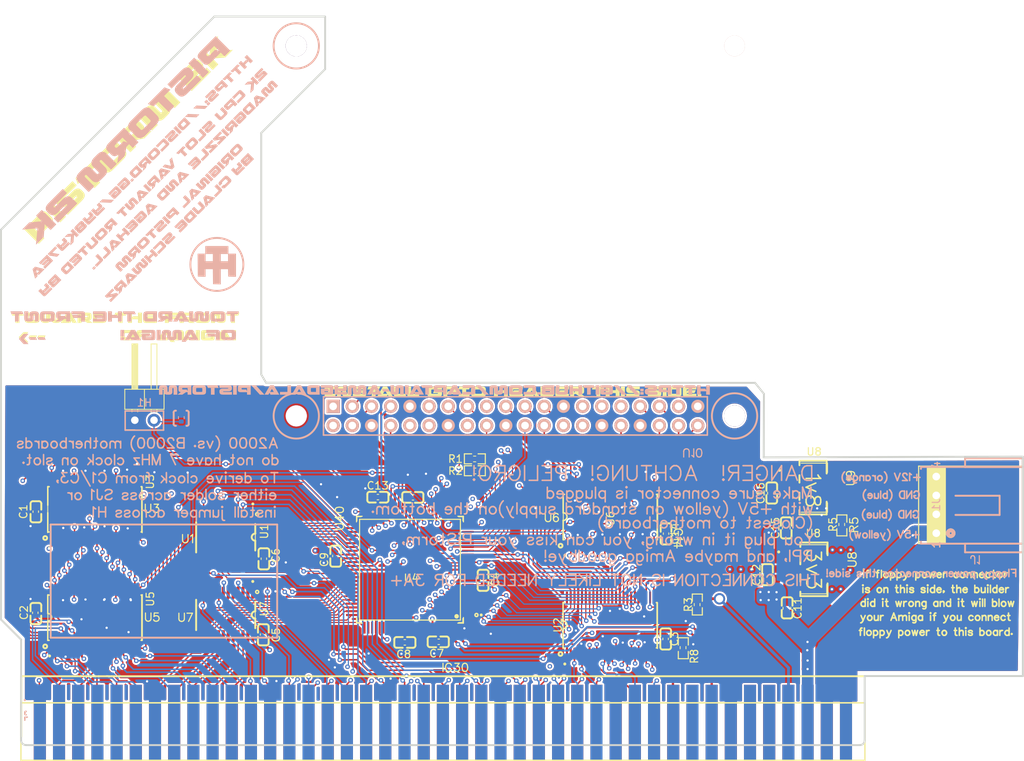
<source format=kicad_pcb>
(kicad_pcb (version 20221018) (generator pcbnew)
  (layers (0 "F.Cu" signal) (1 "In1.Cu" signal) (2 "In2.Cu" signal) (31 "B.Cu" signal) (34 "B.Paste" user) (35 "F.Paste" user) (36 "B.SilkS" user "B.Silkscreen") (37 "F.SilkS" user "F.Silkscreen") (38 "B.Mask" user) (39 "F.Mask" user) (44 "Edge.Cuts" user))
  (net 0 "")
  (net 1 "+5V")
  (net 2 "GND")
  (net 3 "-5V")
  (net 4 "+12V")
  (net 5 "CFGINn")
  (net 6 "CCKQ")
  (net 7 "INT6")
  (net 8 "XRDY")
  (net 9 "BOSS")
  (net 10 "IPL1")
  (net 11 "A4")
  (net 12 "A3")
  (net 13 "A7")
  (net 14 "A8")
  (net 15 "A9")
  (net 16 "A10")
  (net 17 "A11")
  (net 18 "A12")
  (net 19 "IPL2")
  (net 20 "IPL0")
  (net 21 "BEER")
  (net 22 "VPA")
  (net 23 "E")
  (net 24 "A18")
  (net 25 "D6")
  (net 26 "D7")
  (net 27 "BGACK")
  (net 28 "D8")
  (net 29 "D9")
  (net 30 "D10")
  (net 31 "AS")
  (net 32 "UDS")
  (net 33 "LDS")
  (net 34 "R_W")
  (net 35 "DTACK")
  (net 36 "CBG")
  (net 37 "CBR")
  (net 38 "A21")
  (net 39 "D5")
  (net 40 "A20")
  (net 41 "A19")
  (net 42 "DATA_RD_LTCH_LB")
  (net 43 "+3.3V")
  (net 44 "SD6")
  (net 45 "SD7")
  (net 46 "SD10")
  (net 47 "SD15")
  (net 48 "TMS")
  (net 49 "TDO")
  (net 50 "SD0")
  (net 51 "SWE")
  (net 52 "AUX1")
  (net 53 "SD4")
  (net 54 "SD8")
  (net 55 "SD12")
  (net 56 "SD13")
  (net 57 "SA2")
  (net 58 "SA1")
  (net 59 "PICLK")
  (net 60 "SD9")
  (net 61 "TDI")
  (net 62 "SD14")
  (net 63 "SD2")
  (net 64 "SD1")
  (net 65 "SD3")
  (net 66 "AUX0")
  (net 67 "SA0")
  (net 68 "SOE")
  (net 69 "SD5")
  (net 70 "SD11")
  (net 71 "TCK")
  (net 72 "D0")
  (net 73 "D1")
  (net 74 "D2")
  (net 75 "D3")
  (net 76 "VCC")
  (net 77 "D4")
  (net 78 "D11")
  (net 79 "D12")
  (net 80 "D13")
  (net 81 "D14")
  (net 82 "D15")
  (net 83 "DATA_RD_LTCH_HB")
  (net 84 "DATA_RD_OE")
  (net 85 "56_1B5")
  (net 86 "55_1B4")
  (net 87 "54_1B3")
  (net 88 "53_1B2")
  (net 89 "VMA")
  (net 90 "52_1B1")
  (net 91 "FC2")
  (net 92 "57_2B1")
  (net 93 "58_2B2")
  (net 94 "61_2B3")
  (net 95 "64_2B4")
  (net 96 "FC1")
  (net 97 "FC0")
  (net 98 "66_2B5")
  (net 99 "71_1B5")
  (net 100 "70_1B4")
  (net 101 "69_1B1")
  (net 102 "68_1B2")
  (net 103 "HLT")
  (net 104 "RST")
  (net 105 "67_1B1")
  (net 106 "72_2B1")
  (net 107 "73_2B2")
  (net 108 "74_2B3")
  (net 109 "75_2B4")
  (net 110 "76_2B5")
  (net 111 "DATA_WR_OE")
  (net 112 "62_GCLK2")
  (net 113 "CLK_SEL")
  (net 114 "VCC_INT")
  (net 115 "DATA_WR_LTCH_HB")
  (net 116 "DATA_WR_LTCH_LB")
  (net 117 "ADDR_LTCH_8")
  (net 118 "ADDR_OE")
  (net 119 "ADDR_LTCH_0")
  (net 120 "ADDR_LTCH_16")
  (net 121 "ADDR_LTCH_24")
  (net 122 "CCK")
  (net 123 "28MHz")
  (net 124 "CFGOUTn")
  (net 125 "CDAC")
  (net 126 "OVR")
  (net 127 "INT2")
  (net 128 "A5")
  (net 129 "A6")
  (net 130 "A2")
  (net 131 "A1")
  (net 132 "A13")
  (net 133 "A14")
  (net 134 "A15")
  (net 135 "A16")
  (net 136 "A17")
  (net 137 "A22")
  (net 138 "A23")
  (net 139 "V7M")
  (footprint "Resistor_SMD:R_0402_1005Metric" (layer "F.Cu") (at -52.53 -25.47)
    (fp_text reference "R1")
    (fp_text value "R_0402_1005Metric")
  )
  (footprint "Capacitor_SMD:C_0402_1005Metric" (layer "F.Cu") (at -57.28 -1.26 180)
    (fp_text reference "C7")
    (fp_text value "100nf")
  )
  (footprint "Resistor_SMD:R_0402_1005Metric" (layer "F.Cu") (at -23.09 -6.18 90)
    (fp_text reference "R3")
    (fp_text value "R_0402_1005Metric")
  )
  (footprint "Capacitor_SMD:C_0402_1005Metric" (layer "F.Cu") (at -60.69 -20.39)
    (fp_text reference "C10" hide)
    (fp_text value "100nf")
  )
  (footprint "Capacitor_SMD:C_0402_1005Metric" (layer "F.Cu") (at -51.4 -9.4 90)
    (fp_text reference "C4")
    (fp_text value "100nf")
  )
  (footprint "Capacitor_SMD:C_0402_1005Metric" (layer "F.Cu") (at -80.53 -2.22 90)
    (fp_text reference "C5")
    (fp_text value "100nf")
  )
  (footprint "Capacitor_SMD:C_0402_1005Metric" (layer "F.Cu") (at -27.2 -15.58 -90)
    (fp_text reference "C14")
    (fp_text value "100nf")
  )
  (footprint "footprints:SOP50P810X120-48N" (layer "F.Cu") (at -34.55 -17.8 90)
    (fp_text reference "U6")
    (fp_text value "SOP50P810X120-48N")
  )
  (footprint "Capacitor_SMD:C_0402_1005Metric" (layer "F.Cu") (at -65.33 -20.42 180)
    (fp_text reference "C13")
    (fp_text value "100nf")
  )
  (footprint "Capacitor_SMD:C_0402_1005Metric" (layer "F.Cu") (at -80.42 -12.26 -90)
    (fp_text reference "C6")
    (fp_text value "100nf")
  )
  (footprint "Capacitor_SMD:C_0402_1005Metric" (layer "F.Cu") (at -110.67 -5.1 90)
    (fp_text reference "C2")
    (fp_text value "100nf")
  )
  (footprint "Capacitor_SMD:C_0402_1005Metric" (layer "F.Cu") (at -27.26 -1.64 -90)
    (fp_text reference "C3")
    (fp_text value "100nf")
  )
  (footprint "footprints:A500_Edge" (layer "F.Cu") (at -68.16 6.9)
    (fp_text reference "Zorro II / A(B) Co-Processor" hide)
    (fp_text value "zorro2port" hide)
  )
  (footprint "footprints:VREG_LM1117IMPX-3.3" (layer "F.Cu") (at -7.58 -21.67)
    (fp_text reference "U8")
    (fp_text value "VREG_LM1117IMPX-3.3")
  )
  (footprint "Resistor_SMD:R_0402_1005Metric" (layer "F.Cu") (at -52.52 -23.88)
    (fp_text reference "R2")
    (fp_text value "R_0402_1005Metric")
  )
  (footprint "footprints:QFP50P1600X1600X120-100N" (layer "F.Cu") (at -61.1 -10.81 180)
    (fp_text reference "U4")
    (fp_text value "QFP50P1600X1600X120-100N")
  )
  (footprint "Resistor_SMD:R_0402_1005Metric" (layer "F.Cu") (at -24.95 -0.48 90)
    (fp_text reference "R8")
    (fp_text value "R_0402_1005Metric")
  )
  (footprint "Capacitor_SMD:C_0402_1005Metric" (layer "F.Cu") (at -110.61 -18.49 90)
    (fp_text reference "C1")
    (fp_text value "100nf")
  )
  (footprint "footprints:SOP50P810X120-48N" (layer "F.Cu") (at -102.77 -18.74 90)
    (fp_text reference "U3")
    (fp_text value "SOP50P810X120-48N")
  )
  (footprint "footprints:CONN_171826-4_TYCO_TYC" (layer "F.Cu") (at 8.55977 -15.63945 90)
    (fp_text reference "J1")
    (fp_text value "CONN_171826-4_TYCO_TYC" hide)
  )
  (footprint "Resistor_SMD:R_0402_1005Metric" (layer "F.Cu") (at -3.95 -16.79 90)
    (fp_text reference "R5")
    (fp_text value "R_0402_1005Metric")
  )
  (footprint "Capacitor_SMD:C_0603_1608Metric" (layer "F.Cu") (at -13.25 -20.94 90)
    (fp_text reference "C16")
    (fp_text value "C_0603_1608Metric")
  )
  (footprint "footprints:VREG_LM1117IMPX-3.3" (layer "F.Cu") (at -7.695 -10.86)
    (fp_text reference "U8")
    (fp_text value "VREG_LM1117IMPX-3.3")
  )
  (footprint "footprints:SOP50P810X120-48N" (layer "F.Cu") (at -34.57 -3.41 90)
    (fp_text reference "U2")
    (fp_text value "SOP50P810X120-48N")
  )
  (footprint "Capacitor_SMD:C_0603_1608Metric" (layer "F.Cu") (at -11.29 -16.32 90)
    (fp_text reference "C15")
    (fp_text value "C_0603_1608Metric")
  )
  (footprint "Capacitor_SMD:C_0603_1608Metric" (layer "F.Cu") (at -11.21 -5.7 -90)
    (fp_text reference "C11")
    (fp_text value "C_0603_1608Metric")
  )
  (footprint "footprints:SOP50P810X120-48N" (layer "F.Cu") (at -102.75 -4.47 90)
    (fp_text reference "U5")
    (fp_text value "SOP50P810X120-48N")
  )
  (footprint "footprints:SOP65P640X120-24N" (layer "F.Cu") (at -85.465 -4.88 -90)
    (fp_text reference "U7")
    (fp_text value "SOP65P640X120-24N")
  )
  (footprint "Capacitor_SMD:C_0402_1005Metric" (layer "F.Cu") (at -70.96 -12.62 -90)
    (fp_text reference "C9")
    (fp_text value "100nf")
  )
  (footprint "Capacitor_SMD:C_0402_1005Metric" (layer "F.Cu") (at -61.77 -1.18 180)
    (fp_text reference "C8")
    (fp_text value "100nf")
  )
  (footprint "Capacitor_SMD:C_0603_1608Metric" (layer "F.Cu") (at -13.8 -10.12 90)
    (fp_text reference "C12")
    (fp_text value "C_0603_1608Metric")
  )
  (footprint "Connector_PinHeader_2.54mm:PinHeader_1x02_P2.54mm_Horizontal" (layer "F.Cu") (at -97.5 -30.6 90)
    (fp_text reference "H1")
    (fp_text value "PinHeader_1x02_P2.54mm_Horizontal")
  )
  (footprint "footprints:SOP65P640X120-24N" (layer "F.Cu") (at -85.455 -15.14 -90)
    (fp_text reference "U1")
    (fp_text value "SOP65P640X120-24N")
  )
  (footprint "footprints:raspberrypi_2_3" (layer "B.Cu") (at -47.13 -31.17)
    (fp_text reference "RP?")
    (fp_text value "Raspberry_Pi_2_3")
  )
  (footprint "Resistor_SMD:R_0402_1005Metric" (layer "B.Cu") (at -91.35 -30.93 90)
    (fp_text reference "SJ1" hide)
    (fp_text value "R_0402_1005Metric")
  )
  (gr_poly (pts (xy -76.19949 -27.82418) (xy -75.94651 -27.82418) (xy -75.69505 -27.84348) (xy -75.44511 -27.88209) (xy -75.19924 -27.93949) (xy -74.95845 -28.01569) (xy -74.72426 -28.11018) (xy -74.49769 -28.22245) (xy -74.28078 -28.35148) (xy -74.07402 -28.49677) (xy -73.87895 -28.6573) (xy -73.69708 -28.83256) (xy -73.52894 -29.02102) (xy -73.37603 -29.22219) (xy -73.23887 -29.43403) (xy -73.11796 -29.65602) (xy -73.01484 -29.88666) (xy -72.9295 -30.1244) (xy -72.86244 -30.36773) (xy -72.81418 -30.61564) (xy -72.78522 -30.86659) (xy -72.77555 -31.11906) (xy -72.78522 -31.37154) (xy -72.81418 -31.62249) (xy -72.86244 -31.8704) (xy -72.9295 -32.11373) (xy -73.01484 -32.35147) (xy -73.11796 -32.5821) (xy -73.23887 -32.8041) (xy -73.37603 -33.01594) (xy -73.52894 -33.2171) (xy -73.69708 -33.40557) (xy -73.87895 -33.58083) (xy -74.07402 -33.74136) (xy -74.28078 -33.88665) (xy -74.49769 -34.01565) (xy -74.72426 -34.12795) (xy -74.95845 -34.22244) (xy -75.19924 -34.29864) (xy -75.44511 -34.35604) (xy -75.69505 -34.39465) (xy -75.94651 -34.41395) (xy -76.19949 -34.41395) (xy -76.45095 -34.39465) (xy -76.70089 -34.35604) (xy -76.94676 -34.29864) (xy -77.18755 -34.22244) (xy -77.42174 -34.12795) (xy -77.64831 -34.01565) (xy -77.86522 -33.88665) (xy -78.07198 -33.74136) (xy -78.26705 -33.58083) (xy -78.44892 -33.40557) (xy -78.61706 -33.2171) (xy -78.76997 -33.01594) (xy -78.90713 -32.8041) (xy -79.02804 -32.5821) (xy -79.13116 -32.35147) (xy -79.21648 -32.11373) (xy -79.28356 -31.8704) (xy -79.33182 -31.62249) (xy -79.36078 -31.37154) (xy -79.37043 -31.11906) (xy -79.36078 -30.86659) (xy -79.33182 -30.61564) (xy -79.28356 -30.36773) (xy -79.21648 -30.1244) (xy -79.13116 -29.88666) (xy -79.02804 -29.65602) (xy -78.90713 -29.43403) (xy -78.76997 -29.22219) (xy -78.61706 -29.02102) (xy -78.44892 -28.83256) (xy -78.26705 -28.6573) (xy -78.07198 -28.49677) (xy -77.86522 -28.35148) (xy -77.64831 -28.22245) (xy -77.42174 -28.11018) (xy -77.18755 -28.01569) (xy -76.94676 -27.93949) (xy -76.70089 -27.88209) (xy -76.45095 -27.84348)) (fill solid) (layer "F.Cu"))
  (gr_line (start 13.62593 -10.39322) (end 13.53355 -10.48558) (stroke (width 0.2032)) (layer "B.SilkS"))
  (gr_line (start -84.5439 -23.0251) (end -84.6709 -23.1521) (stroke (width 0.2032)) (layer "B.SilkS"))
  (gr_line (start -104.7877 -20.1549) (end -104.9147 -20.0914) (stroke (width 0.2032)) (layer "B.SilkS"))
  (gr_line (start -15.91424 -14.89133) (end -15.84498 -14.68351) (stroke (width 0.2032)) (layer "B.SilkS"))
  (gr_line (start -52.31475 -9.61972) (end -52.31475 -9.27336) (stroke (width 0.2032)) (layer "B.SilkS"))
  (gr_line (start -51.34496 -10.17389) (end -51.34496 -8.71919) (stroke (width 0.2032)) (layer "B.SilkS"))
  (gr_line (start 2.45687 -20.01751) (end 2.36449 -19.92516) (stroke (width 0.2032)) (layer "B.SilkS"))
  (gr_line (start 9.95911 -10.53175) (end 9.95911 -9.88522) (stroke (width 0.2032)) (layer "B.SilkS"))
  (gr_line (start -97.2312 -17.78) (end -97.4217 -17.78) (stroke (width 0.2032)) (layer "B.SilkS"))
  (gr_line (start -56.25407 -19.09387) (end -56.11553 -19.16316) (stroke (width 0.2032)) (layer "B.SilkS"))
  (gr_line (start -54.68851 -19.16316) (end -54.89633 -19.16316) (stroke (width 0.2032)) (layer "B.SilkS"))
  (gr_line (start -21.95022 -19.16316) (end -21.7424 -19.16316) (stroke (width 0.2032)) (layer "B.SilkS"))
  (gr_line (start -82.6897 -18.4785) (end -82.6262 -18.288) (stroke (width 0.2032)) (layer "B.SilkS"))
  (gr_line (start -23.46035 -21.24596) (end -23.59891 -21.17667) (stroke (width 0.2032)) (layer "B.SilkS"))
  (gr_line (start -22.37971 -20.48396) (end -22.44898 -20.69175) (stroke (width 0.2032)) (layer "B.SilkS"))
  (gr_line (start -93.7006 -29.2862) (end -93.7006 -31.8262) (stroke (width 0.2032)) (layer "B.SilkS"))
  (gr_line (start -25.51085 -19.16316) (end -25.78793 -18.19333) (stroke (width 0.2032)) (layer "B.SilkS"))
  (gr_line (start 3.60215 -18.02707) (end 3.64833 -17.88853) (stroke (width 0.2032)) (layer "B.SilkS"))
  (gr_line (start -22.57829 -17.30896) (end -22.78611 -17.30896) (stroke (width 0.2032)) (layer "B.SilkS"))
  (gr_line (start -23.80673 -18.2626) (end -23.94527 -18.19333) (stroke (width 0.2032)) (layer "B.SilkS"))
  (gr_line (start 16.54462 -10.48558) (end 16.45224 -10.39322) (stroke (width 0.2032)) (layer "B.SilkS"))
  (gr_line (start -2.9464 -23.25715) (end -2.85405 -23.21098) (stroke (width 0.2032)) (layer "B.SilkS"))
  (gr_line (start 13.99537 -11.77798) (end 14.097 -11.72718) (stroke (width 0.1524)) (layer "B.SilkS"))
  (gr_line (start -8.46051 -12.68153) (end -8.94542 -11.91953) (stroke (width 0.2032)) (layer "B.SilkS"))
  (gr_line (start -30.69704 -17.10113) (end -30.62775 -16.89331) (stroke (width 0.2032)) (layer "B.SilkS"))
  (gr_line (start -98.7044 -23.1521) (end -98.8314 -23.2156) (stroke (width 0.2032)) (layer "B.SilkS"))
  (gr_line (start -99.5045 -25.6032) (end -99.314 -25.6032) (stroke (width 0.2032)) (layer "B.SilkS"))
  (gr_line (start -4.97609 -10.25467) (end -4.97609 -10.16231) (stroke (width 0.2032)) (layer "B.SilkS"))
  (gr_line (start -84.0232 -27.4955) (end -84.0867 -27.178) (stroke (width 0.2032)) (layer "B.SilkS"))
  (gr_line (start -38.90818 -19.86049) (end -38.76965 -19.79122) (stroke (width 0.2032)) (layer "B.SilkS"))
  (gr_line (start -19.87664 -16.54696) (end -19.94593 -16.75475) (stroke (width 0.2032)) (layer "B.SilkS"))
  (gr_line (start 0.84973 -20.2946) (end 0.75735 -20.24842) (stroke (width 0.2032)) (layer "B.SilkS"))
  (gr_line (start 5.76577 -10.53175) (end 5.62722 -10.53175) (stroke (width 0.2032)) (layer "B.SilkS"))
  (gr_line (start -1.18224 -23.21098) (end -1.27462 -23.25715) (stroke (width 0.2032)) (layer "B.SilkS"))
  (gr_line (start -9.59195 -20.83031) (end -9.59195 -20.69175) (stroke (width 0.2032)) (layer "B.SilkS"))
  (gr_line (start -33.03384 -20.3454) (end -32.96458 -20.48396) (stroke (width 0.2032)) (layer "B.SilkS"))
  (gr_line (start -55.4736 -10.10463) (end -55.33504 -9.9661) (stroke (width 0.2032)) (layer "B.SilkS"))
  (gr_line (start -95.3135 -17.78) (end -95.4405 -17.8435) (stroke (width 0.2032)) (layer "B.SilkS"))
  (gr_line (start -94.1197 -26.924) (end -94.3102 -26.9875) (stroke (width 0.2032)) (layer "B.SilkS"))
  (gr_line (start -1.70642 -10.53175) (end -1.56787 -10.53175) (stroke (width 0.2032)) (layer "B.SilkS"))
  (gr_line (start -91.7575 -28.194) (end -91.821 -28.1305) (stroke (width 0.2032)) (layer "B.SilkS"))
  (gr_line (start -23.20176 -12.12733) (end -23.0632 -11.9888) (stroke (width 0.2032)) (layer "B.SilkS"))
  (gr_line (start -47.45645 -22.64065) (end -47.64115 -22.733) (stroke (width 0.2032)) (layer "B.SilkS"))
  (gr_line (start -33.65731 -21.17667) (end -33.44949 -21.24596) (stroke (width 0.2032)) (layer "B.SilkS"))
  (gr_line (start -102.1588 -25.6032) (end -102.0318 -25.5397) (stroke (width 0.2032)) (layer "B.SilkS"))
  (gr_line (start -105.2322 -20.1549) (end -105.3592 -20.2819) (stroke (width 0.2032)) (layer "B.SilkS"))
  (gr_line (start -26.51298 -17.23967) (end -26.58224 -17.03184) (stroke (width 0.2032)) (layer "B.SilkS"))
  (gr_line (start -100.584 -20.9804) (end -100.6475 -20.9169) (stroke (width 0.2032)) (layer "B.SilkS"))
  (gr_line (start -34.6456 -14.1986) (end -34.78416 -14.12933) (stroke (width 0.2032)) (layer "B.SilkS"))
  (gr_line (start -12.09965 -20.83031) (end -12.93091 -20.83031) (stroke (width 0.2032)) (layer "B.SilkS"))
  (gr_line (start -28.81744 -9.34263) (end -28.88673 -9.27336) (stroke (width 0.2032)) (layer "B.SilkS"))
  (gr_line (start -1.55171 -23.07245) (end -1.55171 -22.6106) (stroke (width 0.2032)) (layer "B.SilkS"))
  (gr_line (start 4.729 -22.6106) (end 4.08244 -22.6106) (stroke (width 0.2032)) (layer "B.SilkS"))
  (gr_line (start -10.94047 -17.10113) (end -10.8712 -16.89331) (stroke (width 0.2032)) (layer "B.SilkS"))
  (gr_line (start -47.45645 -19.16316) (end -47.87207 -18.19333) (stroke (width 0.2032)) (layer "B.SilkS"))
  (gr_line (start -34.42393 -11.4346) (end -34.21611 -11.4346) (stroke (width 0.2032)) (layer "B.SilkS"))
  (gr_line (start -94.3102 -28.194) (end -94.1197 -28.2575) (stroke (width 0.2032)) (layer "B.SilkS"))
  (gr_line (start -8.87616 -13.23571) (end -8.94542 -13.09715) (stroke (width 0.2032)) (layer "B.SilkS"))
  (gr_line (start -20.46775 -20.3454) (end -20.60633 -20.27613) (stroke (width 0.2032)) (layer "B.SilkS"))
  (gr_line (start 0.93287 -23.21098) (end 1.02522 -23.25715) (stroke (width 0.2032)) (layer "B.SilkS"))
  (gr_line (start -40.05811 -21.24596) (end -39.85029 -21.24596) (stroke (width 0.2032)) (layer "B.SilkS"))
  (gr_poly (pts (xy -88.11362 -60.39714) (xy -88.4367 -60.07354) (xy -88.3967 -59.92114) (xy -87.96424 -59.92114) (xy -87.54923 -59.8297) (xy -87.86571 -59.51322) (xy -87.96424 -59.92114) (xy -88.3967 -59.92114) (xy -88.10447 -58.8076) (xy -87.77732 -59.13425) (xy -87.83879 -59.39638) (xy -87.60155 -59.31052) (xy -86.8487 -60.06287)) (fill solid) (layer "B.SilkS"))
  (gr_line (start -89.8017 -23.2156) (end -89.6112 -23.2156) (stroke (width 0.2032)) (layer "B.SilkS"))
  (gr_line (start -14.93982 -21.24596) (end -14.732 -21.24596) (stroke (width 0.2032)) (layer "B.SilkS"))
  (gr_line (start -14.732 -21.24596) (end -14.52418 -21.17667) (stroke (width 0.2032)) (layer "B.SilkS"))
  (gr_line (start -89.6874 -20.5994) (end -90.4494 -20.5994) (stroke (width 0.2032)) (layer "B.SilkS"))
  (gr_line (start -106.5911 -28.2575) (end -106.5911 -26.924) (stroke (width 0.2032)) (layer "B.SilkS"))
  (gr_line (start 5.18389 -10.25467) (end 5.18389 -10.16231) (stroke (width 0.2032)) (layer "B.SilkS"))
  (gr_line (start -25.03515 -10.17389) (end -26.00498 -8.71919) (stroke (width 0.2032)) (layer "B.SilkS"))
  (gr_line (start -90.4748 -25.2222) (end -90.4748 -25.3492) (stroke (width 0.2032)) (layer "B.SilkS"))
  (gr_line (start -34.21611 -12.88933) (end -34.07755 -12.82007) (stroke (width 0.2032)) (layer "B.SilkS"))
  (gr_poly (pts (xy -89.97544 -61.25312) (xy -90.2985 -60.92952) (xy -90.25852 -60.77712) (xy -89.82608 -60.77712) (xy -89.41105 -60.68517) (xy -89.72753 -60.3692) (xy -89.82608 -60.77712) (xy -90.25852 -60.77712) (xy -89.96629 -59.66358) (xy -89.63965 -59.99023) (xy -89.70061 -60.25236) (xy -89.46337 -60.1665) (xy -88.711 -60.91885)) (fill solid) (layer "B.SilkS"))
  (gr_line (start -30.29064 -21.24596) (end -30.29064 -20.27613) (stroke (width 0.2032)) (layer "B.SilkS"))
  (gr_line (start -8.18342 -16.20058) (end -8.32195 -15.99275) (stroke (width 0.2032)) (layer "B.SilkS"))
  (gr_line (start -80.4037 -22.3266) (end -80.5307 -22.3901) (stroke (width 0.2032)) (layer "B.SilkS"))
  (gr_line (start -33.72658 -20.55322) (end -33.72658 -20.48396) (stroke (width 0.2032)) (layer "B.SilkS"))
  (gr_line (start -22.44898 -20.83031) (end -22.37971 -21.03813) (stroke (width 0.2032)) (layer "B.SilkS"))
  (gr_line (start -9.33333 -16.33913) (end -9.61045 -16.33913) (stroke (width 0.2032)) (layer "B.SilkS"))
  (gr_line (start -18.59742 -20.3454) (end -18.73595 -20.48396) (stroke (width 0.2032)) (layer "B.SilkS"))
  (gr_line (start -17.97395 -20.48396) (end -18.11251 -20.3454) (stroke (width 0.2032)) (layer "B.SilkS"))
  (gr_line (start -99.2124 -22.9616) (end -99.2124 -22.3266) (stroke (width 0.2032)) (layer "B.SilkS"))
  (gr_line (start -84.5185 -26.0477) (end -84.5185 -24.9682) (stroke (width 0.2032)) (layer "B.SilkS"))
  (gr_line (start -0.55418 -23.25715) (end -0.41565 -23.25715) (stroke (width 0.2032)) (layer "B.SilkS"))
  (gr_line (start -34.35464 -16.54696) (end -34.4932 -16.4084) (stroke (width 0.2032)) (layer "B.SilkS"))
  (gr_line (start 2.23749 -10.39322) (end 2.32987 -10.48558) (stroke (width 0.2032)) (layer "B.SilkS"))
  (gr_line (start -89.0143 -20.9804) (end -88.8238 -20.9804) (stroke (width 0.2032)) (layer "B.SilkS"))
  (gr_line (start -38.56182 -20.27613) (end -38.76965 -20.27613) (stroke (width 0.2032)) (layer "B.SilkS"))
  (gr_line (start -60.10565 -18.74751) (end -60.03635 -18.95533) (stroke (width 0.2032)) (layer "B.SilkS"))
  (gr_line (start -45.03651 -14.12933) (end -44.82869 -14.1986) (stroke (width 0.2032)) (layer "B.SilkS"))
  (gr_line (start -95.3008 -28.2575) (end -95.1103 -28.194) (stroke (width 0.2032)) (layer "B.SilkS"))
  (gr_poly (pts (xy -97.25152 -64.39052) (xy -98.02622 -63.61836) (xy -98.10852 -63.52337) (xy -98.16135 -63.43193) (xy -98.17296 -63.38976) (xy -97.73666 -63.38976) (xy -97.73666 -63.42228) (xy -97.71888 -63.45936) (xy -97.68332 -63.50152) (xy -97.33788 -63.84696) (xy -97.00006 -63.51168) (xy -97.34804 -63.1637) (xy -97.38919 -63.12916) (xy -97.42574 -63.11087) (xy -97.45777 -63.10986) (xy -97.4852 -63.1256) (xy -97.71888 -63.36182) (xy -97.73666 -63.38976) (xy -98.17296 -63.38976) (xy -98.18573 -63.34354) (xy -98.18065 -63.25819) (xy -98.14712 -63.1764) (xy -98.08464 -63.09766) (xy -97.74682 -62.75984) (xy -97.66808 -62.69736) (xy -97.58629 -62.66383) (xy -97.50095 -62.65875) (xy -97.41256 -62.68314) (xy -97.32112 -62.73597) (xy -97.22609 -62.81826) (xy -96.45396 -63.59296)) (fill solid) (layer "B.SilkS"))
  (gr_line (start -37.95222 -18.2626) (end -38.09075 -18.40116) (stroke (width 0.2032)) (layer "B.SilkS"))
  (gr_line (start -26.97942 -20.27613) (end -27.18722 -20.27613) (stroke (width 0.2032)) (layer "B.SilkS"))
  (gr_poly (pts (xy -97.44304 -53.78501) (xy -98.25888 -52.96967) (xy -98.30054 -52.92598) (xy -98.3361 -52.88483) (xy -98.36506 -52.84673) (xy -98.38792 -52.81165) (xy -98.4062 -52.77714) (xy -98.41718 -52.74968) (xy -97.95967 -52.74968) (xy -97.95967 -52.78272) (xy -97.94189 -52.81981) (xy -97.90684 -52.86197) (xy -97.52787 -53.24094) (xy -97.25304 -52.96611) (xy -97.4664 -53.04333) (xy -97.7773 -52.73243) (xy -97.81893 -52.69738) (xy -97.85655 -52.6796) (xy -97.88906 -52.67909) (xy -97.91751 -52.69636) (xy -97.9424 -52.72176) (xy -97.95967 -52.74968) (xy -98.41718 -52.74968) (xy -98.42754 -52.71262) (xy -98.4311 -52.68214) (xy -98.42955 -52.65318) (xy -98.42398 -52.62474) (xy -98.41382 -52.5973) (xy -98.3803 -52.54295) (xy -98.33458 -52.48605) (xy -98.15474 -52.30518) (xy -98.06178 -52.23764) (xy -97.96272 -52.21478) (xy -97.85756 -52.23662) (xy -97.74682 -52.30317) (xy -97.82048 -51.8094) (xy -97.40748 -52.2224) (xy -97.30842 -52.73446) (xy -97.16465 -52.87772) (xy -96.9584 -52.67147) (xy -96.64395 -52.98592)) (fill solid) (layer "B.SilkS"))
  (gr_line (start -27.24727 -17.23967) (end -27.10873 -17.10113) (stroke (width 0.2032)) (layer "B.SilkS"))
  (gr_line (start -58.42 -14.68351) (end -58.35073 -14.89133) (stroke (width 0.2032)) (layer "B.SilkS"))
  (gr_line (start -40.26593 -19.92975) (end -40.19664 -19.86049) (stroke (width 0.2032)) (layer "B.SilkS"))
  (gr_line (start -25.69096 -20.27613) (end -25.89875 -20.27613) (stroke (width 0.2032)) (layer "B.SilkS"))
  (gr_line (start -20.34771 -11.91953) (end -20.48624 -11.9888) (stroke (width 0.2032)) (layer "B.SilkS"))
  (gr_line (start 16.86789 -9.9314) (end 16.96024 -10.02375) (stroke (width 0.2032)) (layer "B.SilkS"))
  (gr_line (start -15.80342 -12.88933) (end -15.66487 -12.82007) (stroke (width 0.2032)) (layer "B.SilkS"))
  (gr_line (start -15.11069 -24.30318) (end -14.92595 -24.48791) (stroke (width 0.2032)) (layer "B.SilkS"))
  (gr_line (start -59.75927 -18.19333) (end -59.89782 -18.2626) (stroke (width 0.2032)) (layer "B.SilkS"))
  (gr_line (start -63.27833 -18.2626) (end -63.41687 -18.40116) (stroke (width 0.2032)) (layer "B.SilkS"))
  (gr_line (start -31.93011 -13.64442) (end -31.86085 -13.64442) (stroke (width 0.2032)) (layer "B.SilkS"))
  (gr_line (start -0.96058 -21.17204) (end -1.05296 -20.98733) (stroke (width 0.2032)) (layer "B.SilkS"))
  (gr_line (start -33.4264 -15.02987) (end -33.28784 -14.89133) (stroke (width 0.2032)) (layer "B.SilkS"))
  (gr_line (start -8.77915 -15.58404) (end -8.22498 -14.89133) (stroke (width 0.2032)) (layer "B.SilkS"))
  (gr_line (start -80.1116 -20.9804) (end -80.1116 -20.0914) (stroke (width 0.2032)) (layer "B.SilkS"))
  (gr_line (start -15.22153 -16.33913) (end -15.01371 -16.33913) (stroke (width 0.2032)) (layer "B.SilkS"))
  (gr_line (start -38.42786 -12.88933) (end -38.22007 -12.88933) (stroke (width 0.2032)) (layer "B.SilkS"))
  (gr_line (start -98.7933 -18.6055) (end -98.6028 -18.669) (stroke (width 0.2032)) (layer "B.SilkS"))
  (gr_line (start -60.8584 -15.02987) (end -60.99696 -15.09916) (stroke (width 0.2032)) (layer "B.SilkS"))
  (gr_line (start -80.645 -18.3515) (end -80.772 -18.288) (stroke (width 0.2032)) (layer "B.SilkS"))
  (gr_line (start -28.12473 -8.78845) (end -27.98618 -8.92701) (stroke (width 0.2032)) (layer "B.SilkS"))
  (gr_line (start 1.77335 -17.6576) (end 1.86573 -17.7038) (stroke (width 0.2032)) (layer "B.SilkS"))
  (gr_line (start -18.57433 -12.61224) (end -18.78216 -12.82007) (stroke (width 0.2032)) (layer "B.SilkS"))
  (gr_line (start 4.953 -9.88522) (end 4.81442 -9.88522) (stroke (width 0.2032)) (layer "B.SilkS"))
  (gr_line (start -20.36618 -8.78845) (end -20.50473 -8.71919) (stroke (width 0.2032)) (layer "B.SilkS"))
  (gr_line (start -94.2721 -20.9804) (end -94.1451 -20.9169) (stroke (width 0.2032)) (layer "B.SilkS"))
  (gr_line (start -14.62575 -15.09916) (end -14.62575 -14.40642) (stroke (width 0.2032)) (layer "B.SilkS"))
  (gr_line (start -15.67411 -21.24596) (end -15.67411 -20.55322) (stroke (width 0.2032)) (layer "B.SilkS"))
  (gr_line (start -31.32976 -22.733) (end -31.60685 -22.64065) (stroke (width 0.2032)) (layer "B.SilkS"))
  (gr_line (start -3.89776 -23.1186) (end -3.89776 -22.93386) (stroke (width 0.2032)) (layer "B.SilkS"))
  (gr_line (start -4.16329 -10.02375) (end -4.25564 -9.9314) (stroke (width 0.2032)) (layer "B.SilkS"))
  (gr_line (start -48.74953 -14.12933) (end -48.95736 -14.12933) (stroke (width 0.2032)) (layer "B.SilkS"))
  (gr_line (start -3.66685 -23.6728) (end -3.7592 -23.53424) (stroke (width 0.2032)) (layer "B.SilkS"))
  (gr_line (start 7.71464 -10.25467) (end 7.71464 -10.16231) (stroke (width 0.2032)) (layer "B.SilkS"))
  (gr_line (start -39.78565 -12.82007) (end -39.92418 -12.68153) (stroke (width 0.2032)) (layer "B.SilkS"))
  (gr_line (start -16.08976 -20.27613) (end -16.22829 -20.3454) (stroke (width 0.2032)) (layer "B.SilkS"))
  (gr_line (start 1.79182 -23.6728) (end 1.88422 -23.53424) (stroke (width 0.2032)) (layer "B.SilkS"))
  (gr_poly (pts (xy -55.42534 -35.22878) (xy -55.93977 -34.3474) (xy -55.41772 -34.3474) (xy -55.17642 -34.74364) (xy -54.92496 -34.3474) (xy -55.93977 -34.3474) (xy -56.15178 -33.98418) (xy -55.64378 -33.98418) (xy -55.4863 -34.23564) (xy -55.36946 -33.98418) (xy -54.19852 -33.98418) (xy -54.92242 -35.22878)) (fill solid) (layer "B.SilkS"))
  (gr_line (start -32.8168 -17.10113) (end -32.67824 -17.23967) (stroke (width 0.2032)) (layer "B.SilkS"))
  (gr_line (start -39.76715 -19.09387) (end -39.62862 -18.95533) (stroke (width 0.2032)) (layer "B.SilkS"))
  (gr_line (start -0.98598 -10.85505) (end -1.03215 -10.80884) (stroke (width 0.2032)) (layer "B.SilkS"))
  (gr_line (start -29.47784 -17.23967) (end -29.6164 -17.30896) (stroke (width 0.2032)) (layer "B.SilkS"))
  (gr_line (start -81.2165 -18.161) (end -81.28 -18.034) (stroke (width 0.2032)) (layer "B.SilkS"))
  (gr_line (start 5.98513 -23.44186) (end 5.98513 -22.6106) (stroke (width 0.2032)) (layer "B.SilkS"))
  (gr_line (start -110.8202 -25.2222) (end -110.7567 -25.4127) (stroke (width 0.2032)) (layer "B.SilkS"))
  (gr_line (start 3.79613 -21.07969) (end 3.74993 -20.98733) (stroke (width 0.2032)) (layer "B.SilkS"))
  (gr_line (start -42.39491 -22.64065) (end -43.59565 -22.64065) (stroke (width 0.2032)) (layer "B.SilkS"))
  (gr_line (start -15.17533 -19.64804) (end -15.10607 -19.0246) (stroke (width 0.2032)) (layer "B.SilkS"))
  (gr_line (start 7.48375 -10.53175) (end 7.57611 -10.48558) (stroke (width 0.2032)) (layer "B.SilkS"))
  (gr_line (start -56.2356 -9.06554) (end -56.30487 -9.27336) (stroke (width 0.2032)) (layer "B.SilkS"))
  (gr_line (start -33.67115 -18.2626) (end -33.80971 -18.19333) (stroke (width 0.2032)) (layer "B.SilkS"))
  (gr_line (start -49.9872 -9.48119) (end -50.54138 -9.48119) (stroke (width 0.2032)) (layer "B.SilkS"))
  (gr_line (start -48.74491 -19.92516) (end -48.88344 -19.7866) (stroke (width 0.2032)) (layer "B.SilkS"))
  (gr_line (start -26.29131 -12.40445) (end -26.98405 -12.40445) (stroke (width 0.2032)) (layer "B.SilkS"))
  (gr_line (start -88.1126 -25.4127) (end -87.9856 -25.5397) (stroke (width 0.2032)) (layer "B.SilkS"))
  (gr_line (start 2.35524 -17.42671) (end 2.26289 -17.33433) (stroke (width 0.2032)) (layer "B.SilkS"))
  (gr_line (start -18.92069 -12.88933) (end -19.12851 -12.88933) (stroke (width 0.2032)) (layer "B.SilkS"))
  (gr_line (start -16.01122 -12.88933) (end -15.80342 -12.88933) (stroke (width 0.2032)) (layer "B.SilkS"))
  (gr_line (start -33.44949 -21.24596) (end -33.24167 -21.24596) (stroke (width 0.2032)) (layer "B.SilkS"))
  (gr_line (start -56.02775 -8.78845) (end -56.16633 -8.92701) (stroke (width 0.2032)) (layer "B.SilkS"))
  (gr_line (start -40.49685 -10.17389) (end -40.49685 -8.71919) (stroke (width 0.2032)) (layer "B.SilkS"))
  (gr_line (start -29.50096 -19.16316) (end -29.63949 -19.09387) (stroke (width 0.2032)) (layer "B.SilkS"))
  (gr_line (start -47.20245 -9.48119) (end -47.75662 -9.48119) (stroke (width 0.2032)) (layer "B.SilkS"))
  (gr_line (start -35.11664 -17.10113) (end -34.97811 -17.23967) (stroke (width 0.2032)) (layer "B.SilkS"))
  (gr_line (start -15.66487 -11.9888) (end -15.80342 -11.91953) (stroke (width 0.2032)) (layer "B.SilkS"))
  (gr_line (start -1.06218 -18.58124) (end -1.15456 -18.39653) (stroke (width 0.2032)) (layer "B.SilkS"))
  (gr_line (start -43.89582 -19.16316) (end -43.89582 -18.19333) (stroke (width 0.2032)) (layer "B.SilkS"))
  (gr_line (start -104.6607 -20.7899) (end -104.5972 -20.5994) (stroke (width 0.2032)) (layer "B.SilkS"))
  (gr_line (start -58.35073 -14.33716) (end -58.42 -14.54495) (stroke (width 0.2032)) (layer "B.SilkS"))
  (gr_line (start -58.40153 -18.19333) (end -58.19371 -18.19333) (stroke (width 0.2032)) (layer "B.SilkS"))
  (gr_line (start -101.6889 -22.3266) (end -101.9429 -22.3266) (stroke (width 0.2032)) (layer "B.SilkS"))
  (gr_line (start -2.31833 -23.21098) (end -2.22595 -23.25715) (stroke (width 0.2032)) (layer "B.SilkS"))
  (gr_line (start -84.1375 -20.9804) (end -84.328 -20.9804) (stroke (width 0.2032)) (layer "B.SilkS"))
  (gr_line (start -62.24847 -9.34263) (end -63.49538 -9.34263) (stroke (width 0.2032)) (layer "B.SilkS"))
  (gr_line (start -107.7849 -22.5806) (end -107.7849 -22.4536) (stroke (width 0.2032)) (layer "B.SilkS"))
  (gr_line (start 1.50551 -20.52551) (end 1.55169 -20.38695) (stroke (width 0.2032)) (layer "B.SilkS"))
  (gr_line (start -80.2132 -23.2156) (end -80.0862 -23.1521) (stroke (width 0.2032)) (layer "B.SilkS"))
  (gr_line (start -83.6168 -23.2156) (end -83.4898 -23.1521) (stroke (width 0.2032)) (layer "B.SilkS"))
  (gr_line (start 1.63482 -17.6576) (end 1.77335 -17.6576) (stroke (width 0.2032)) (layer "B.SilkS"))
  (gr_line (start -81.28 -18.034) (end -81.28 -17.9705) (stroke (width 0.2032)) (layer "B.SilkS"))
  (gr_line (start -63.41687 -18.40116) (end -63.48616 -18.60895) (stroke (width 0.2032)) (layer "B.SilkS"))
  (gr_line (start -90.9574 -22.5171) (end -91.0844 -22.3901) (stroke (width 0.2032)) (layer "B.SilkS"))
  (gr_line (start -8.84845 -24.48791) (end -9.03315 -24.30318) (stroke (width 0.2032)) (layer "B.SilkS"))
  (gr_line (start -31.97629 -9.06554) (end -32.04555 -8.92701) (stroke (width 0.2032)) (layer "B.SilkS"))
  (gr_line (start 8.20417 -10.53175) (end 8.34273 -10.53175) (stroke (width 0.2032)) (layer "B.SilkS"))
  (gr_line (start 1.73642 -20.24842) (end 1.87495 -20.24842) (stroke (width 0.2032)) (layer "B.SilkS"))
  (gr_line (start -82.8167 -17.8435) (end -82.9437 -17.78) (stroke (width 0.2032)) (layer "B.SilkS"))
  (gr_line (start -47.20245 -10.17389) (end -47.20245 -8.71919) (stroke (width 0.2032)) (layer "B.SilkS"))
  (gr_line (start -100.0125 -27.7495) (end -100.076 -27.559) (stroke (width 0.2032)) (layer "B.SilkS"))
  (gr_line (start -90.0049 -20.0914) (end -90.1954 -20.0914) (stroke (width 0.2032)) (layer "B.SilkS"))
  (gr_line (start -29.464 -14.12933) (end -29.60256 -14.1986) (stroke (width 0.2032)) (layer "B.SilkS"))
  (gr_line (start -38.76965 -20.27613) (end -38.90818 -20.3454) (stroke (width 0.2032)) (layer "B.SilkS"))
  (gr_line (start -91.567 -27.6225) (end -91.7575 -27.559) (stroke (width 0.2032)) (layer "B.SilkS"))
  (gr_line (start 0.85202 -15.15455) (end 0.75966 -15.0622) (stroke (width 0.2032)) (layer "B.SilkS"))
  (gr_line (start -44.82869 -15.02987) (end -44.75942 -14.89133) (stroke (width 0.2032)) (layer "B.SilkS"))
  (gr_line (start -97.7773 -22.3266) (end -97.9043 -22.3901) (stroke (width 0.2032)) (layer "B.SilkS"))
  (gr_line (start -22.88195 -26.8147) (end -22.77803 -26.8147) (stroke (width 0.1524)) (layer "B.SilkS"))
  (gr_line (start 5.20004 -18.62745) (end 5.20004 -17.6576) (stroke (width 0.2032)) (layer "B.SilkS"))
  (gr_line (start -18.45424 -24.58024) (end -18.73133 -24.48791) (stroke (width 0.2032)) (layer "B.SilkS"))
  (gr_line (start -50.52291 -24.11844) (end -50.43056 -23.84135) (stroke (width 0.2032)) (layer "B.SilkS"))
  (gr_line (start -78.9178 -19.1135) (end -78.9813 -19.05) (stroke (width 0.2032)) (layer "B.SilkS"))
  (gr_line (start -108.458 -25.4127) (end -108.5215 -25.2857) (stroke (width 0.2032)) (layer "B.SilkS"))
  (gr_line (start 5.83735 -21.21825) (end 6.02211 -21.21825) (stroke (width 0.2032)) (layer "B.SilkS"))
  (gr_line (start 13.11793 -10.39322) (end 13.07175 -10.25467) (stroke (width 0.2032)) (layer "B.SilkS"))
  (gr_line (start -84.4042 -26.924) (end -84.5312 -26.924) (stroke (width 0.2032)) (layer "B.SilkS"))
  (gr_line (start -35.97102 -18.60895) (end -36.04029 -18.40116) (stroke (width 0.2032)) (layer "B.SilkS"))
  (gr_line (start 7.16046 -10.02375) (end 7.11429 -10.16231) (stroke (width 0.2032)) (layer "B.SilkS"))
  (gr_line (start -27.80144 -17.1704) (end -27.73218 -17.23967) (stroke (width 0.2032)) (layer "B.SilkS"))
  (gr_line (start -10.45096 -18.19333) (end -10.58949 -18.19333) (stroke (width 0.2032)) (layer "B.SilkS"))
  (gr_line (start -109.7788 -27.6225) (end -109.6518 -27.7495) (stroke (width 0.2032)) (layer "B.SilkS"))
  (gr_line (start -36.58522 -12.12733) (end -36.72375 -11.9888) (stroke (width 0.2032)) (layer "B.SilkS"))
  (gr_line (start -46.62515 -23.10244) (end -46.71753 -22.91773) (stroke (width 0.2032)) (layer "B.SilkS"))
  (gr_line (start 1.87495 -20.24842) (end 1.96733 -20.2946) (stroke (width 0.2032)) (layer "B.SilkS"))
  (gr_line (start 7.25282 -9.9314) (end 7.16046 -10.02375) (stroke (width 0.2032)) (layer "B.SilkS"))
  (gr_line (start -9.93833 -20.27613) (end -10.14616 -20.27613) (stroke (width 0.2032)) (layer "B.SilkS"))
  (gr_line (start -44.30222 -14.89133) (end -44.23296 -15.02987) (stroke (width 0.2032)) (layer "B.SilkS"))
  (gr_line (start -28.1432 -18.19333) (end -28.28176 -18.2626) (stroke (width 0.2032)) (layer "B.SilkS"))
  (gr_line (start -102.2604 -19.1135) (end -102.2604 -17.78) (stroke (width 0.2032)) (layer "B.SilkS"))
  (gr_line (start -49.82096 -24.21082) (end -49.82096 -24.02609) (stroke (width 0.2032)) (layer "B.SilkS"))
  (gr_line (start -83.4009 -24.7142) (end -83.5914 -24.7142) (stroke (width 0.2032)) (layer "B.SilkS"))
  (gr_line (start -20.08909 -9.61972) (end -20.08909 -9.27336) (stroke (width 0.2032)) (layer "B.SilkS"))
  (gr_line (start -9.88753 -16.54696) (end -9.9568 -16.68549) (stroke (width 0.2032)) (layer "B.SilkS"))
  (gr_line (start -105.3592 -23.6601) (end -105.2322 -23.5966) (stroke (width 0.2032)) (layer "B.SilkS"))
  (gr_line (start 3.74993 -20.98733) (end 3.70375 -20.84878) (stroke (width 0.2032)) (layer "B.SilkS"))
  (gr_line (start -65.25953 -19.16316) (end -65.39807 -19.09387) (stroke (width 0.2032)) (layer "B.SilkS"))
  (gr_line (start -9.88753 -17.58605) (end -9.74898 -17.72458) (stroke (width 0.2032)) (layer "B.SilkS"))
  (gr_line (start -88.8619 -27.3685) (end -88.9889 -27.305) (stroke (width 0.2032)) (layer "B.SilkS"))
  (gr_line (start -34.78416 -14.12933) (end -34.99195 -14.12933) (stroke (width 0.2032)) (layer "B.SilkS"))
  (gr_line (start -111.3155 -27.7495) (end -111.1885 -27.6225) (stroke (width 0.2032)) (layer "B.SilkS"))
  (gr_line (start -79.8068 -25.4127) (end -79.7433 -25.2222) (stroke (width 0.2032)) (layer "B.SilkS"))
  (gr_poly (pts (xy -30.01772 -35.22878) (xy -30.01772 -34.87064) (xy -28.91587 -34.86963) (xy -28.8925 -34.8681) (xy -28.86456 -34.86048) (xy -28.85338 -34.84573) (xy -28.84932 -34.82746) (xy -28.85034 -34.81324) (xy -28.85643 -34.80206) (xy -28.86202 -34.79698) (xy -28.87218 -34.79241) (xy -28.91384 -34.78733) (xy -29.57576 -34.78682) (xy -29.63469 -34.78479) (xy -29.68904 -34.78022) (xy -29.73883 -34.77209) (xy -29.78404 -34.76142) (xy -29.82417 -34.7472) (xy -29.86024 -34.73145) (xy -29.89275 -34.71316) (xy -29.9212 -34.69284) (xy -29.94508 -34.66846) (xy -29.96489 -34.64255) (xy -29.98165 -34.6141) (xy -29.99486 -34.58362) (xy -30.00502 -34.55111) (xy -30.01213 -34.51657) (xy -30.0162 -34.48101) (xy -30.01772 -34.34486) (xy -29.99029 -34.1823) (xy -29.9085 -34.07054) (xy -29.76982 -34.00552) (xy -29.57322 -33.98418) (xy -28.36164 -33.98418) (xy -28.36164 -34.3474) (xy -29.47467 -34.34791) (xy -29.50515 -34.35299) (xy -29.5214 -34.36214) (xy -29.52648 -34.36874) (xy -29.53004 -34.38804) (xy -29.52953 -34.39566) (xy -29.52445 -34.40684) (xy -29.51277 -34.41903) (xy -29.47975 -34.42513) (xy -28.8036 -34.42614) (xy -28.61208 -34.45053) (xy -28.4734 -34.52518) (xy -28.38958 -34.6395) (xy -28.36164 -34.78936) (xy -28.36316 -34.9077) (xy -28.36723 -34.94532) (xy -28.37434 -34.98139) (xy -28.39669 -35.04794) (xy -28.41244 -35.07791) (xy -28.43225 -35.10534) (xy -28.45562 -35.12972) (xy -28.48204 -35.15208) (xy -28.51353 -35.17189) (xy -28.5496 -35.18916) (xy -28.59024 -35.20338) (xy -28.63596 -35.21405) (xy -28.68727 -35.22215) (xy -28.74416 -35.22673) (xy -28.80614 -35.22878)) (fill solid) (layer "B.SilkS"))
  (gr_line (start -55.08104 -15.37625) (end -55.08104 -15.23769) (stroke (width 0.2032)) (layer "B.SilkS"))
  (gr_line (start -99.1235 -20.7899) (end -99.06 -20.9169) (stroke (width 0.2032)) (layer "B.SilkS"))
  (gr_line (start -12.88473 -9.82754) (end -12.81544 -9.61972) (stroke (width 0.2032)) (layer "B.SilkS"))
  (gr_line (start -4.25564 -10.48558) (end -4.16329 -10.39322) (stroke (width 0.2032)) (layer "B.SilkS"))
  (gr_line (start -86.4997 -26.797) (end -86.6267 -26.6065) (stroke (width 0.2032)) (layer "B.SilkS"))
  (gr_line (start -16.23291 -16.4084) (end -16.37144 -16.33913) (stroke (width 0.2032)) (layer "B.SilkS"))
  (gr_line (start -96.6597 -23.2156) (end -96.8502 -23.2156) (stroke (width 0.2032)) (layer "B.SilkS"))
  (gr_line (start -112.05926 6.41673) (end -112.02292 6.4531) (stroke (width 0.2032)) (layer "B.SilkS"))
  (gr_line (start -41.48511 -21.17667) (end -41.34658 -21.24596) (stroke (width 0.2032)) (layer "B.SilkS"))
  (gr_line (start -52.17622 -8.92701) (end -52.03767 -8.78845) (stroke (width 0.2032)) (layer "B.SilkS"))
  (gr_line (start -25.89875 -20.27613) (end -26.03731 -20.3454) (stroke (width 0.2032)) (layer "B.SilkS"))
  (gr_line (start -1.90269 -22.74915) (end -1.99504 -22.6568) (stroke (width 0.2032)) (layer "B.SilkS"))
  (gr_line (start -37.95222 -19.09387) (end -37.81367 -19.16316) (stroke (width 0.2032)) (layer "B.SilkS"))
  (gr_line (start -33.93902 -12.68153) (end -33.86976 -12.47371) (stroke (width 0.2032)) (layer "B.SilkS"))
  (gr_line (start -2.22595 -22.6106) (end -2.31833 -22.6568) (stroke (width 0.2032)) (layer "B.SilkS"))
  (gr_line (start -13.85456 -9.82754) (end -13.78527 -9.9661) (stroke (width 0.2032)) (layer "B.SilkS"))
  (gr_line (start 1.20302 -15.66255) (end 1.48011 -15.01602) (stroke (width 0.2032)) (layer "B.SilkS"))
  (gr_line (start -29.82422 -17.30896) (end -29.96275 -17.23967) (stroke (width 0.2032)) (layer "B.SilkS"))
  (gr_line (start -106.4768 -23.6601) (end -107.1753 -23.6601) (stroke (width 0.2032)) (layer "B.SilkS"))
  (gr_line (start -99.1235 -20.3454) (end -99.1235 -20.2819) (stroke (width 0.2032)) (layer "B.SilkS"))
  (gr_line (start -36.08184 -20.83031) (end -36.08184 -20.69175) (stroke (width 0.2032)) (layer "B.SilkS"))
  (gr_line (start -92.7735 -23.1521) (end -92.6465 -23.2156) (stroke (width 0.2032)) (layer "B.SilkS"))
  (gr_line (start -13.1572 -12.82007) (end -13.01864 -12.68153) (stroke (width 0.2032)) (layer "B.SilkS"))
  (gr_line (start -15.52633 -12.12733) (end -15.66487 -11.9888) (stroke (width 0.2032)) (layer "B.SilkS"))
  (gr_line (start 1.45011 -17.79615) (end 1.54244 -17.7038) (stroke (width 0.2032)) (layer "B.SilkS"))
  (gr_line (start 2.02275 -23.1186) (end 2.02275 -22.93386) (stroke (width 0.2032)) (layer "B.SilkS"))
  (gr_line (start -95.1103 -26.9875) (end -95.3008 -26.924) (stroke (width 0.2032)) (layer "B.SilkS"))
  (gr_line (start -18.20024 -15.58404) (end -18.26953 -15.51478) (stroke (width 0.2032)) (layer "B.SilkS"))
  (gr_line (start -4.11711 -10.25467) (end -4.11711 -10.16231) (stroke (width 0.2032)) (layer "B.SilkS"))
  (gr_line (start -92.456 -23.2156) (end -92.329 -23.1521) (stroke (width 0.2032)) (layer "B.SilkS"))
  (gr_line (start -45.78005 -18.2626) (end -45.64149 -18.40116) (stroke (width 0.2032)) (layer "B.SilkS"))
  (gr_line (start -37.41651 -14.12933) (end -37.55504 -14.1986) (stroke (width 0.2032)) (layer "B.SilkS"))
  (gr_line (start -1.15456 -18.39653) (end -1.20073 -18.1656) (stroke (width 0.2032)) (layer "B.SilkS"))
  (gr_line (start -51.04475 -18.88604) (end -51.25258 -19.09387) (stroke (width 0.2032)) (layer "B.SilkS"))
  (gr_line (start -21.8948 -21.24596) (end -21.75624 -21.17667) (stroke (width 0.2032)) (layer "B.SilkS"))
  (gr_line (start -27.69062 -15.09916) (end -27.69062 -14.12933) (stroke (width 0.2032)) (layer "B.SilkS"))
  (gr_line (start 0.03922 -15.98585) (end 0.03922 -15.01602) (stroke (width 0.2032)) (layer "B.SilkS"))
  (gr_line (start -30.43382 -12.82007) (end -30.29527 -12.68153) (stroke (width 0.2032)) (layer "B.SilkS"))
  (gr_line (start -105.4227 -20.4724) (end -105.4227 -20.5994) (stroke (width 0.2032)) (layer "B.SilkS"))
  (gr_line (start -1.99504 -22.6568) (end -2.08742 -22.6106) (stroke (width 0.2032)) (layer "B.SilkS"))
  (gr_line (start -83.9089 -25.0952) (end -83.9089 -25.2222) (stroke (width 0.2032)) (layer "B.SilkS"))
  (gr_line (start -100.5967 -25.2222) (end -100.5967 -25.0952) (stroke (width 0.2032)) (layer "B.SilkS"))
  (gr_line (start -9.1948 -17.72458) (end -9.05624 -17.58605) (stroke (width 0.2032)) (layer "B.SilkS"))
  (gr_line (start -15.59098 -19.16316) (end -15.7988 -19.09387) (stroke (width 0.2032)) (layer "B.SilkS"))
  (gr_line (start -85.979 -20.9804) (end -85.7885 -20.9169) (stroke (width 0.2032)) (layer "B.SilkS"))
  (gr_line (start -90.8939 -22.7076) (end -90.9574 -22.5171) (stroke (width 0.2032)) (layer "B.SilkS"))
  (gr_line (start -39.99344 -15.09916) (end -40.132 -15.02987) (stroke (width 0.2032)) (layer "B.SilkS"))
  (gr_line (start -30.57235 -11.4346) (end -30.43382 -11.50386) (stroke (width 0.2032)) (layer "B.SilkS"))
  (gr_line (start -82.1563 -20.9169) (end -82.2198 -20.7264) (stroke (width 0.2032)) (layer "B.SilkS"))
  (gr_line (start -12.43675 -16.89331) (end -12.78311 -16.82405) (stroke (width 0.2032)) (layer "B.SilkS"))
  (gr_line (start -49.53 -9.27336) (end -49.46073 -9.06554) (stroke (width 0.2032)) (layer "B.SilkS"))
  (gr_line (start -20.34771 -12.88933) (end -20.13986 -12.88933) (stroke (width 0.2032)) (layer "B.SilkS"))
  (gr_line (start -0.86822 -21.3106) (end -0.96058 -21.17204) (stroke (width 0.2032)) (layer "B.SilkS"))
  (gr_line (start 0.79431 -22.88771) (end 0.79431 -22.98007) (stroke (width 0.2032)) (layer "B.SilkS"))
  (gr_line (start 0.36251 -10.85505) (end 0.36251 -10.06996) (stroke (width 0.2032)) (layer "B.SilkS"))
  (gr_line (start -103.5558 -27.7495) (end -103.6828 -27.813) (stroke (width 0.2032)) (layer "B.SilkS"))
  (gr_line (start -54.02811 -15.30695) (end -54.02811 -15.09916) (stroke (width 0.2032)) (layer "B.SilkS"))
  (gr_line (start -49.63622 -23.749) (end -49.35911 -23.65665) (stroke (width 0.2032)) (layer "B.SilkS"))
  (gr_line (start -111.125 -27.305) (end -111.1885 -27.1145) (stroke (width 0.2032)) (layer "B.SilkS"))
  (gr_line (start -96.9137 -18.161) (end -96.9772 -17.9705) (stroke (width 0.2032)) (layer "B.SilkS"))
  (gr_line (start -107.6579 -22.5806) (end -107.7214 -22.6441) (stroke (width 0.2032)) (layer "B.SilkS"))
  (gr_line (start -91.0463 -18.669) (end -90.8558 -18.669) (stroke (width 0.2032)) (layer "B.SilkS"))
  (gr_line (start -18.73133 -10.17389) (end -19.63186 -10.17389) (stroke (width 0.2032)) (layer "B.SilkS"))
  (gr_line (start -15.17995 -14.1986) (end -15.38775 -14.40642) (stroke (width 0.2032)) (layer "B.SilkS"))
  (gr_line (start -0.32327 -23.21098) (end -0.23091 -23.1186) (stroke (width 0.2032)) (layer "B.SilkS"))
  (gr_line (start 0.66731 -15.66255) (end 0.75966 -15.61638) (stroke (width 0.2032)) (layer "B.SilkS"))
  (gr_line (start -42.60736 -18.2626) (end -42.39953 -18.19333) (stroke (width 0.2032)) (layer "B.SilkS"))
  (gr_line (start -51.32647 -15.09916) (end -51.53429 -15.09916) (stroke (width 0.2032)) (layer "B.SilkS"))
  (gr_line (start -36.05875 -12.33515) (end -36.05875 -12.47371) (stroke (width 0.2032)) (layer "B.SilkS"))
  (gr_line (start -17.97395 -21.03813) (end -17.90469 -20.83031) (stroke (width 0.2032)) (layer "B.SilkS"))
  (gr_line (start -55.90771 -18.19333) (end -56.11553 -18.19333) (stroke (width 0.2032)) (layer "B.SilkS"))
  (gr_line (start -94.4372 -28.0035) (end -94.3102 -28.194) (stroke (width 0.2032)) (layer "B.SilkS"))
  (gr_line (start -104.8004 -26.924) (end -104.9909 -26.924) (stroke (width 0.2032)) (layer "B.SilkS"))
  (gr_line (start -80.5307 -23.1521) (end -80.4037 -23.2156) (stroke (width 0.2032)) (layer "B.SilkS"))
  (gr_line (start -97.9805 -27.6225) (end -97.9805 -27.3685) (stroke (width 0.2032)) (layer "B.SilkS"))
  (gr_line (start -12.29822 -16.96258) (end -12.43675 -16.89331) (stroke (width 0.2032)) (layer "B.SilkS"))
  (gr_line (start -29.83344 -20.83031) (end -29.76418 -21.03813) (stroke (width 0.2032)) (layer "B.SilkS"))
  (gr_line (start -55.61216 -10.17389) (end -55.4736 -10.10463) (stroke (width 0.2032)) (layer "B.SilkS"))
  (gr_line (start -24.43942 -8.92701) (end -24.50869 -9.06554) (stroke (width 0.2032)) (layer "B.SilkS"))
  (gr_line (start -99.314 -25.6032) (end -99.187 -25.5397) (stroke (width 0.2032)) (layer "B.SilkS"))
  (gr_line (start -39.13909 -10.17389) (end -39.13909 -8.71919) (stroke (width 0.2032)) (layer "B.SilkS"))
  (gr_line (start -99.6315 -25.5397) (end -99.5045 -25.6032) (stroke (width 0.2032)) (layer "B.SilkS"))
  (gr_line (start -28.97909 -14.33716) (end -29.11765 -14.1986) (stroke (width 0.2032)) (layer "B.SilkS"))
  (gr_line (start -87.4522 -23.2156) (end -87.3252 -23.1521) (stroke (width 0.2032)) (layer "B.SilkS"))
  (gr_line (start -111.2393 -25.6032) (end -111.6838 -25.6032) (stroke (width 0.2032)) (layer "B.SilkS"))
  (gr_line (start -80.5053 -24.9047) (end -80.5688 -25.0952) (stroke (width 0.2032)) (layer "B.SilkS"))
  (gr_line (start -58.8772 -14.68351) (end -58.94647 -14.89133) (stroke (width 0.2032)) (layer "B.SilkS"))
  (gr_line (start 15.54711 -10.16231) (end 15.59326 -10.02375) (stroke (width 0.2032)) (layer "B.SilkS"))
  (gr_line (start -22.4663 -26.19126) (end -22.51824 -25.9315) (stroke (width 0.1524)) (layer "B.SilkS"))
  (gr_line (start -37.41651 -15.09916) (end -37.20869 -15.09916) (stroke (width 0.2032)) (layer "B.SilkS"))
  (gr_line (start -18.45887 -21.24596) (end -18.25104 -21.24596) (stroke (width 0.2032)) (layer "B.SilkS"))
  (gr_line (start -60.08715 -9.55045) (end -60.15645 -9.48119) (stroke (width 0.2032)) (layer "B.SilkS"))
  (gr_poly (pts (xy -83.93176 -77.71282) (xy -84.84616 -76.79588) (xy -84.5185 -76.66634) (xy -84.26196 -76.92034) (xy -83.693 -76.35138) (xy -83.38058 -76.6638) (xy -83.94954 -77.23274) (xy -83.60156 -77.58328)) (fill solid) (layer "B.SilkS"))
  (gr_line (start 0.61882 -20.24842) (end 0.52644 -20.2946) (stroke (width 0.2032)) (layer "B.SilkS"))
  (gr_line (start -86.4235 -18.034) (end -86.487 -17.8435) (stroke (width 0.2032)) (layer "B.SilkS"))
  (gr_line (start -100.7745 -27.559) (end -100.7745 -26.924) (stroke (width 0.2032)) (layer "B.SilkS"))
  (gr_line (start 6.57857 -10.53175) (end 6.44002 -10.53175) (stroke (width 0.2032)) (layer "B.SilkS"))
  (gr_line (start 10.77189 -10.39322) (end 10.81806 -10.25467) (stroke (width 0.2032)) (layer "B.SilkS"))
  (gr_line (start -98.0059 -20.2819) (end -97.9424 -20.1549) (stroke (width 0.2032)) (layer "B.SilkS"))
  (gr_line (start -10.59411 -14.40642) (end -10.66338 -14.1986) (stroke (width 0.2032)) (layer "B.SilkS"))
  (gr_line (start -83.0834 -25.0952) (end -83.1469 -24.9047) (stroke (width 0.2032)) (layer "B.SilkS"))
  (gr_line (start -25.62167 -22.733) (end -25.8064 -22.64065) (stroke (width 0.2032)) (layer "B.SilkS"))
  (gr_line (start -32.19336 -17.23967) (end -32.0548 -17.10113) (stroke (width 0.2032)) (layer "B.SilkS"))
  (gr_line (start -1.84495 -15.66255) (end -2.02969 -15.01602) (stroke (width 0.2032)) (layer "B.SilkS"))
  (gr_line (start 16.637 -10.53175) (end 16.54462 -10.48558) (stroke (width 0.2032)) (layer "B.SilkS"))
  (gr_line (start 2.23749 -10.02375) (end 2.19131 -10.16231) (stroke (width 0.2032)) (layer "B.SilkS"))
  (gr_line (start -29.7688 -13.37424) (end -29.69953 -13.44353) (stroke (width 0.2032)) (layer "B.SilkS"))
  (gr_line (start -15.80342 -11.91953) (end -16.01122 -11.91953) (stroke (width 0.2032)) (layer "B.SilkS"))
  (gr_line (start -102.4763 -24.7777) (end -102.6033 -24.9047) (stroke (width 0.2032)) (layer "B.SilkS"))
  (gr_line (start -1.41315 -23.25715) (end -1.50553 -23.21098) (stroke (width 0.2032)) (layer "B.SilkS"))
  (gr_line (start 6.02211 -20.24842) (end 5.83735 -20.24842) (stroke (width 0.2032)) (layer "B.SilkS"))
  (gr_line (start 6.10522 -18.48886) (end 6.1514 -18.39653) (stroke (width 0.2032)) (layer "B.SilkS"))
  (gr_line (start -0.28633 -20.24842) (end -0.37869 -20.2946) (stroke (width 0.2032)) (layer "B.SilkS"))
  (gr_line (start -101.1936 -27.432) (end -101.1936 -27.305) (stroke (width 0.2032)) (layer "B.SilkS"))
  (gr_line (start -88.8746 -18.6055) (end -88.9381 -18.415) (stroke (width 0.2032)) (layer "B.SilkS"))
  (gr_line (start -94.3102 -26.9875) (end -94.4372 -27.178) (stroke (width 0.2032)) (layer "B.SilkS"))
  (gr_line (start -24.14384 -17.23967) (end -24.00531 -17.30896) (stroke (width 0.2032)) (layer "B.SilkS"))
  (gr_line (start 17.31122 -10.39322) (end 17.4036 -10.48558) (stroke (width 0.2032)) (layer "B.SilkS"))
  (gr_line (start -16.19133 -14.12933) (end -16.39915 -14.12933) (stroke (width 0.2032)) (layer "B.SilkS"))
  (gr_line (start 12.6284 -10.48558) (end 12.72075 -10.39322) (stroke (width 0.2032)) (layer "B.SilkS"))
  (gr_line (start 1.25613 -22.6568) (end 1.16375 -22.6106) (stroke (width 0.2032)) (layer "B.SilkS"))
  (gr_line (start -53.05829 -15.58404) (end -53.68176 -15.58404) (stroke (width 0.2032)) (layer "B.SilkS"))
  (gr_line (start -21.46531 -18.40116) (end -21.60384 -18.2626) (stroke (width 0.2032)) (layer "B.SilkS"))
  (gr_line (start -105.6259 -25.6032) (end -105.4354 -25.6032) (stroke (width 0.2032)) (layer "B.SilkS"))
  (gr_poly (pts (xy -66.04759 -35.22878) (xy -66.56205 -34.3474) (xy -66.04 -34.3474) (xy -65.7987 -34.74364) (xy -65.54724 -34.3474) (xy -66.56205 -34.3474) (xy -66.77406 -33.98418) (xy -66.26606 -33.98418) (xy -66.10858 -34.23564) (xy -65.99174 -33.98418) (xy -64.8208 -33.98418) (xy -65.5447 -35.22878)) (fill solid) (layer "B.SilkS"))
  (gr_line (start -99.9744 -17.9705) (end -99.9109 -17.8435) (stroke (width 0.2032)) (layer "B.SilkS"))
  (gr_line (start -99.8855 -27.813) (end -100.0125 -27.7495) (stroke (width 0.2032)) (layer "B.SilkS"))
  (gr_line (start 2.20053 -14.78511) (end 2.10817 -14.69276) (stroke (width 0.2032)) (layer "B.SilkS"))
  (gr_line (start -91.4019 -22.3266) (end -91.5289 -22.3901) (stroke (width 0.2032)) (layer "B.SilkS"))
  (gr_line (start -9.30565 -14.89133) (end -9.23635 -14.68351) (stroke (width 0.2032)) (layer "B.SilkS"))
  (gr_line (start -46.5328 -23.84135) (end -46.5328 -23.37956) (stroke (width 0.2032)) (layer "B.SilkS"))
  (gr_line (start -51.72365 -22.91773) (end -51.816 -23.10244) (stroke (width 0.2032)) (layer "B.SilkS"))
  (gr_line (start -9.44418 -14.1986) (end -9.58273 -14.12933) (stroke (width 0.2032)) (layer "B.SilkS"))
  (gr_line (start -89.6874 -20.4724) (end -89.7509 -20.2819) (stroke (width 0.2032)) (layer "B.SilkS"))
  (gr_line (start -59.20509 -18.60895) (end -59.27435 -18.40116) (stroke (width 0.2032)) (layer "B.SilkS"))
  (gr_line (start -22.24115 -20.3454) (end -22.37971 -20.48396) (stroke (width 0.2032)) (layer "B.SilkS"))
  (gr_line (start -52.61033 -22.82535) (end -52.51795 -22.733) (stroke (width 0.2032)) (layer "B.SilkS"))
  (gr_poly (pts (xy -92.38894 -58.8391) (xy -93.2119 -58.01665) (xy -93.2561 -57.97042) (xy -93.29318 -57.92775) (xy -93.32316 -57.88863) (xy -93.3465 -57.85307) (xy -93.3638 -57.81954) (xy -93.36943 -57.8043) (xy -92.90558 -57.8043) (xy -92.90505 -57.83732) (xy -92.88678 -57.87492) (xy -92.85069 -57.91759) (xy -92.47378 -58.29503) (xy -92.19895 -58.0202) (xy -92.41229 -58.09742) (xy -92.72168 -57.78856) (xy -92.76385 -57.75249) (xy -92.80195 -57.7342) (xy -92.83497 -57.73318) (xy -92.86342 -57.75046) (xy -92.88831 -57.77586) (xy -92.90558 -57.8043) (xy -93.36943 -57.8043) (xy -93.37548 -57.78805) (xy -93.38259 -57.75757) (xy -93.38412 -57.72912) (xy -93.38107 -57.70169) (xy -93.37393 -57.67476) (xy -93.36227 -57.64835) (xy -93.3465 -57.62295) (xy -93.30385 -57.56961) (xy -93.25153 -57.51373) (xy -93.07271 -57.33644) (xy -93.02039 -57.29681) (xy -92.99448 -57.28208) (xy -92.96806 -57.2704) (xy -92.94114 -57.26328) (xy -92.9132 -57.26074) (xy -92.8558 -57.26633) (xy -92.82582 -57.27446) (xy -92.79484 -57.28767) (xy -92.76283 -57.30494) (xy -92.7293 -57.32729) (xy -92.69425 -57.35472) (xy -92.61907 -57.42381) (xy -92.11056 -57.93181) (xy -91.90429 -57.72556) (xy -91.58983 -58.04002)) (fill solid) (layer "B.SilkS"))
  (gr_line (start -105.6132 -23.6601) (end -105.3592 -23.6601) (stroke (width 0.2032)) (layer "B.SilkS"))
  (gr_line (start -51.82984 -10.17389) (end -52.03767 -10.10463) (stroke (width 0.2032)) (layer "B.SilkS"))
  (gr_line (start -10.94509 -8.71919) (end -10.668 -8.71919) (stroke (width 0.2032)) (layer "B.SilkS"))
  (gr_line (start -92.202 -22.5171) (end -92.329 -22.3901) (stroke (width 0.2032)) (layer "B.SilkS"))
  (gr_line (start 17.63451 -9.88522) (end 17.49595 -9.88522) (stroke (width 0.2032)) (layer "B.SilkS"))
  (gr_line (start -48.61098 -15.02987) (end -48.47245 -14.89133) (stroke (width 0.2032)) (layer "B.SilkS"))
  (gr_line (start -52.51795 -22.733) (end -52.61033 -22.64065) (stroke (width 0.2032)) (layer "B.SilkS"))
  (gr_line (start -31.45904 -16.54696) (end -31.52833 -16.75475) (stroke (width 0.2032)) (layer "B.SilkS"))
  (gr_line (start -10.14616 -21.24596) (end -9.93833 -21.24596) (stroke (width 0.2032)) (layer "B.SilkS"))
  (gr_line (start -12.446 -20.27613) (end -12.65382 -20.27613) (stroke (width 0.2032)) (layer "B.SilkS"))
  (gr_line (start -37.20407 -20.27613) (end -37.41186 -20.27613) (stroke (width 0.2032)) (layer "B.SilkS"))
  (gr_line (start -22.16264 -15.02987) (end -22.23193 -14.82204) (stroke (width 0.2032)) (layer "B.SilkS"))
  (gr_line (start -14.58422 -12.88933) (end -14.79205 -12.88933) (stroke (width 0.2032)) (layer "B.SilkS"))
  (gr_line (start -78.5876 -23.6601) (end -79.4766 -23.6601) (stroke (width 0.2032)) (layer "B.SilkS"))
  (gr_line (start -59.39445 -10.17389) (end -60.15645 -10.17389) (stroke (width 0.2032)) (layer "B.SilkS"))
  (gr_line (start -57.86582 -14.12933) (end -58.07365 -14.12933) (stroke (width 0.2032)) (layer "B.SilkS"))
  (gr_line (start -90.0557 -23.0251) (end -89.9287 -23.1521) (stroke (width 0.2032)) (layer "B.SilkS"))
  (gr_line (start -79.9592 -22.5171) (end -80.0862 -22.3901) (stroke (width 0.2032)) (layer "B.SilkS"))
  (gr_line (start -28.53576 -17.23967) (end -28.67429 -17.30896) (stroke (width 0.2032)) (layer "B.SilkS"))
  (gr_line (start -55.03487 -19.09387) (end -55.10416 -18.88604) (stroke (width 0.2032)) (layer "B.SilkS"))
  (gr_poly (pts (xy -83.70926 -64.80099) (xy -84.02371 -64.48654) (xy -83.79003 -64.25336) (xy -83.77123 -64.22898) (xy -83.76666 -64.2173) (xy -83.76514 -64.20663) (xy -83.76768 -64.19291) (xy -83.7758 -64.17666) (xy -83.78952 -64.15837) (xy -84.17814 -63.76822) (xy -84.46008 -64.05016) (xy -84.7725 -63.73774) (xy -84.14563 -63.11189) (xy -84.10092 -63.07785) (xy -84.0547 -63.05245) (xy -84.03133 -63.04382) (xy -84.00745 -63.03874) (xy -83.95716 -63.03721) (xy -83.93125 -63.04178) (xy -83.90484 -63.04991) (xy -83.84997 -63.07836) (xy -83.82051 -63.09868) (xy -83.78952 -63.12408) (xy -82.90865 -64.00343) (xy -83.14182 -64.23711) (xy -83.83524 -63.54369) (xy -83.86013 -63.52083) (xy -83.88198 -63.50711) (xy -83.89976 -63.50102) (xy -83.91398 -63.50406) (xy -84.07603 -63.66561) (xy -83.88706 -63.59195) (xy -83.4009 -64.07963) (xy -83.35772 -64.13195) (xy -83.33943 -64.15786) (xy -83.32419 -64.18428) (xy -83.312 -64.21069) (xy -83.30336 -64.23711) (xy -83.29574 -64.28994) (xy -83.29676 -64.31636) (xy -83.30184 -64.34328) (xy -83.31048 -64.3697) (xy -83.32368 -64.39713) (xy -83.34146 -64.42456) (xy -83.36331 -64.4525) (xy -83.38972 -64.48146)) (fill solid) (layer "B.SilkS"))
  (gr_line (start -96.3041 -18.669) (end -96.4946 -18.669) (stroke (width 0.2032)) (layer "B.SilkS"))
  (gr_line (start -79.629 -20.7264) (end -79.5655 -20.8534) (stroke (width 0.2032)) (layer "B.SilkS"))
  (gr_line (start 14.25445 -11.5697) (end 14.25445 -12.6619) (stroke (width 0.1524)) (layer "B.SilkS"))
  (gr_line (start -54.55458 -15.09916) (end -54.55458 -14.12933) (stroke (width 0.2032)) (layer "B.SilkS"))
  (gr_line (start -33.77275 -15.09916) (end -33.56496 -15.09916) (stroke (width 0.2032)) (layer "B.SilkS"))
  (gr_line (start -0.23091 -22.74915) (end -0.32327 -22.6568) (stroke (width 0.2032)) (layer "B.SilkS"))
  (gr_line (start -37.25949 -18.60895) (end -37.32875 -18.40116) (stroke (width 0.2032)) (layer "B.SilkS"))
  (gr_line (start -29.11765 -15.02987) (end -28.97909 -14.89133) (stroke (width 0.2032)) (layer "B.SilkS"))
  (gr_line (start -9.59195 -20.69175) (end -9.66122 -20.48396) (stroke (width 0.2032)) (layer "B.SilkS"))
  (gr_line (start -22.99393 -17.03184) (end -22.99393 -16.33913) (stroke (width 0.2032)) (layer "B.SilkS"))
  (gr_line (start -24.49944 -18.60895) (end -24.49944 -18.74751) (stroke (width 0.2032)) (layer "B.SilkS"))
  (gr_line (start 5.30164 -21.21825) (end 4.65511 -20.24842) (stroke (width 0.2032)) (layer "B.SilkS"))
  (gr_line (start 3.74993 -20.47933) (end 3.79613 -20.38695) (stroke (width 0.2032)) (layer "B.SilkS"))
  (gr_line (start -79.1972 -24.7777) (end -79.3242 -24.9047) (stroke (width 0.2032)) (layer "B.SilkS"))
  (gr_line (start -46.40349 -18.95533) (end -46.47275 -18.74751) (stroke (width 0.2032)) (layer "B.SilkS"))
  (gr_line (start -89.535 -27.2415) (end -89.4715 -27.178) (stroke (width 0.2032)) (layer "B.SilkS"))
  (gr_line (start -83.82 -20.9804) (end -83.82 -20.0914) (stroke (width 0.2032)) (layer "B.SilkS"))
  (gr_poly (pts (xy -89.80879 -68.06032) (xy -89.8972 -68.03695) (xy -89.98864 -67.98462) (xy -90.08364 -67.90334) (xy -90.66022 -67.32674) (xy -90.74252 -67.23177) (xy -90.79535 -67.13982) (xy -90.80731 -67.09613) (xy -90.37066 -67.09613) (xy -90.37066 -67.12966) (xy -90.35288 -67.16725) (xy -90.31732 -67.20992) (xy -89.96934 -67.5579) (xy -89.92718 -67.59245) (xy -89.89009 -67.60972) (xy -89.85758 -67.61023) (xy -89.82964 -67.59346) (xy -89.59342 -67.35724) (xy -89.57767 -67.33032) (xy -89.5797 -67.29933) (xy -89.59799 -67.26324) (xy -89.63406 -67.22262) (xy -89.98204 -66.8721) (xy -90.0242 -66.83705) (xy -90.06078 -66.81927) (xy -90.09228 -66.81826) (xy -90.1192 -66.83398) (xy -90.35288 -67.06768) (xy -90.37066 -67.09613) (xy -90.80731 -67.09613) (xy -90.81973 -67.05092) (xy -90.81465 -66.96507) (xy -90.78112 -66.88277) (xy -90.71864 -66.8035) (xy -90.38333 -66.46824) (xy -90.30411 -66.40525) (xy -90.22131 -66.37223) (xy -90.13543 -66.36766) (xy -90.04706 -66.39255) (xy -89.95512 -66.44589) (xy -89.86009 -66.5292) (xy -89.28354 -67.10578) (xy -89.20226 -67.19974) (xy -89.14994 -67.2907) (xy -89.12606 -67.37858) (xy -89.13114 -67.46342) (xy -89.16518 -67.5452) (xy -89.22766 -67.62394) (xy -89.56294 -67.95922) (xy -89.64168 -68.02171) (xy -89.72347 -68.05524)) (fill solid) (layer "B.SilkS"))
  (gr_line (start -95.7453 -27.178) (end -95.8088 -27.4955) (stroke (width 0.2032)) (layer "B.SilkS"))
  (gr_line (start -87.7697 -22.3901) (end -87.8967 -22.5171) (stroke (width 0.2032)) (layer "B.SilkS"))
  (gr_line (start -57.66262 -10.03536) (end -57.73186 -9.89678) (stroke (width 0.2032)) (layer "B.SilkS"))
  (gr_line (start 15.778 -9.88522) (end 15.91653 -9.88522) (stroke (width 0.2032)) (layer "B.SilkS"))
  (gr_line (start -85.8774 -17.399) (end -85.7504 -17.3355) (stroke (width 0.2032)) (layer "B.SilkS"))
  (gr_line (start -37.81367 -19.16316) (end -37.60584 -19.16316) (stroke (width 0.2032)) (layer "B.SilkS"))
  (gr_line (start -10.8712 -16.75475) (end -10.94047 -16.54696) (stroke (width 0.2032)) (layer "B.SilkS"))
  (gr_poly (pts (xy -96.20705 -54.90515) (xy -96.29493 -54.88127) (xy -96.3864 -54.82895) (xy -96.48038 -54.74767) (xy -97.05693 -54.17109) (xy -97.13976 -54.07558) (xy -97.1931 -53.98364) (xy -97.20478 -53.94096) (xy -96.76892 -53.94096) (xy -96.76892 -53.97348) (xy -96.75114 -54.01056) (xy -96.71609 -54.05272) (xy -96.3676 -54.40121) (xy -96.32544 -54.43626) (xy -96.28835 -54.45404) (xy -96.25584 -54.45404) (xy -96.22739 -54.43677) (xy -95.99219 -54.20157) (xy -95.97644 -54.17464) (xy -95.97743 -54.14315) (xy -95.99625 -54.10657) (xy -96.03179 -54.06492) (xy -96.37979 -53.71643) (xy -96.42145 -53.68138) (xy -96.458 -53.66258) (xy -96.49003 -53.66156) (xy -96.51644 -53.67731) (xy -96.75165 -53.91252) (xy -96.76892 -53.94096) (xy -97.20478 -53.94096) (xy -97.21748 -53.89474) (xy -97.21291 -53.80939) (xy -97.17888 -53.7271) (xy -97.11639 -53.64836) (xy -96.7806 -53.31257) (xy -96.70186 -53.24958) (xy -96.61957 -53.21605) (xy -96.53422 -53.21148) (xy -96.44532 -53.23586) (xy -96.35338 -53.2892) (xy -96.25787 -53.372) (xy -95.68129 -53.94858) (xy -95.60001 -54.04256) (xy -95.54718 -54.1335) (xy -95.52379 -54.22189) (xy -95.52889 -54.30672) (xy -95.56293 -54.38851) (xy -95.62541 -54.46725) (xy -95.96171 -54.80304) (xy -96.04045 -54.86603) (xy -96.12224 -54.90007)) (fill solid) (layer "B.SilkS"))
  (gr_line (start -90.0303 -24.7142) (end -90.2208 -24.7142) (stroke (width 0.2032)) (layer "B.SilkS"))
  (gr_line (start -101.2825 -20.6629) (end -101.346 -20.5994) (stroke (width 0.2032)) (layer "B.SilkS"))
  (gr_poly (pts (xy -93.43644 -42.55516) (xy -93.58528 -42.54398) (xy -93.7072 -42.51147) (xy -93.8022 -42.45658) (xy -93.86974 -42.3799) (xy -93.9104 -42.28186) (xy -93.92409 -42.16146) (xy -93.92409 -41.1988) (xy -93.39072 -41.1988) (xy -93.39072 -42.07764) (xy -93.38513 -42.10609) (xy -93.36938 -42.12844) (xy -93.34195 -42.14419) (xy -93.30433 -42.15384) (xy -93.27286 -42.14419) (xy -93.24899 -42.13098) (xy -93.23324 -42.11371) (xy -93.22559 -42.09288) (xy -93.22559 -41.5925) (xy -93.22206 -41.52849) (xy -93.21038 -41.47007) (xy -93.19158 -41.41572) (xy -93.16466 -41.36644) (xy -93.1479 -41.34256) (xy -93.12554 -41.3192) (xy -93.0971 -41.29684) (xy -93.06306 -41.275) (xy -93.02699 -41.25519) (xy -92.95841 -41.22572) (xy -92.91574 -41.21404) (xy -92.837 -41.20388) (xy -92.76486 -41.19931) (xy -92.43974 -41.1988) (xy -92.37878 -41.20134) (xy -92.31935 -41.20693) (xy -92.26347 -41.21709) (xy -92.23756 -41.2242) (xy -92.18727 -41.24503) (xy -92.1385 -41.27246) (xy -92.11462 -41.29024) (xy -92.07043 -41.33596) (xy -92.0496 -41.3639) (xy -92.02471 -41.40302) (xy -92.0054 -41.44772) (xy -91.99169 -41.497) (xy -91.98356 -41.55186) (xy -91.98356 -42.09542) (xy -91.97289 -42.11625) (xy -91.95559 -42.13299) (xy -91.93225 -42.14518) (xy -91.90228 -42.15384) (xy -91.86672 -42.14317) (xy -91.84132 -42.12692) (xy -91.82608 -42.10507) (xy -91.821 -42.07764) (xy -91.821 -41.1988) (xy -91.28252 -41.1988) (xy -91.28252 -42.16146) (xy -91.29624 -42.28186) (xy -91.33688 -42.3799) (xy -91.40444 -42.45658) (xy -91.49944 -42.51147) (xy -91.62136 -42.54398) (xy -91.7702 -42.55516) (xy -92.0369 -42.55516) (xy -92.18574 -42.54398) (xy -92.30766 -42.51147) (xy -92.40266 -42.45658) (xy -92.47022 -42.3799) (xy -92.51086 -42.28186) (xy -92.52458 -42.16146) (xy -92.52458 -41.65854) (xy -92.53576 -41.6387) (xy -92.55303 -41.62247) (xy -92.57741 -41.60926) (xy -92.6084 -41.60012) (xy -92.63583 -41.60672) (xy -92.65818 -41.61841) (xy -92.67393 -41.63565) (xy -92.6846 -41.65854) (xy -92.6846 -42.16146) (xy -92.69832 -42.28186) (xy -92.73893 -42.3799) (xy -92.80652 -42.45658) (xy -92.90152 -42.51147) (xy -93.02344 -42.54398) (xy -93.17228 -42.55516)) (fill solid) (layer "B.SilkS"))
  (gr_line (start -86.9061 -20.2819) (end -87.0331 -20.1549) (stroke (width 0.2032)) (layer "B.SilkS"))
  (gr_line (start -29.62565 -21.17667) (end -29.48709 -21.24596) (stroke (width 0.2032)) (layer "B.SilkS"))
  (gr_line (start -13.78064 -12.68153) (end -13.64211 -12.82007) (stroke (width 0.2032)) (layer "B.SilkS"))
  (gr_line (start -86.4997 -28.194) (end -86.3727 -27.94) (stroke (width 0.2032)) (layer "B.SilkS"))
  (gr_line (start -9.79975 -21.17667) (end -9.66122 -21.03813) (stroke (width 0.2032)) (layer "B.SilkS"))
  (gr_line (start -25.25222 -23.84135) (end -25.25222 -23.37956) (stroke (width 0.2032)) (layer "B.SilkS"))
  (gr_line (start -24.12538 -21.24596) (end -24.12538 -20.27613) (stroke (width 0.2032)) (layer "B.SilkS"))
  (gr_line (start -1.50553 -23.21098) (end -1.55171 -23.07245) (stroke (width 0.2032)) (layer "B.SilkS"))
  (gr_line (start 4.18635 -9.9314) (end 4.094 -9.88522) (stroke (width 0.2032)) (layer "B.SilkS"))
  (gr_line (start -28.32793 -16.89331) (end -28.3972 -17.10113) (stroke (width 0.2032)) (layer "B.SilkS"))
  (gr_line (start -37.60584 -18.19333) (end -37.81367 -18.19333) (stroke (width 0.2032)) (layer "B.SilkS"))
  (gr_line (start -95.7453 -28.0035) (end -95.6183 -28.194) (stroke (width 0.2032)) (layer "B.SilkS"))
  (gr_line (start -105.4227 -20.5994) (end -105.3592 -20.7899) (stroke (width 0.2032)) (layer "B.SilkS"))
  (gr_line (start -15.20304 -23.10244) (end -15.20304 -23.37956) (stroke (width 0.2032)) (layer "B.SilkS"))
  (gr_line (start -44.63011 -18.19333) (end -44.49155 -18.2626) (stroke (width 0.2032)) (layer "B.SilkS"))
  (gr_line (start -23.59891 -18.60895) (end -23.66818 -18.40116) (stroke (width 0.2032)) (layer "B.SilkS"))
  (gr_line (start -101.4349 -23.4696) (end -101.3714 -23.3426) (stroke (width 0.2032)) (layer "B.SilkS"))
  (gr_line (start -35.7124 -12.88933) (end -35.50458 -12.88933) (stroke (width 0.2032)) (layer "B.SilkS"))
  (gr_line (start 1.09911 -18.62745) (end 1.09911 -17.6576) (stroke (width 0.2032)) (layer "B.SilkS"))
  (gr_line (start -86.741 -25.6032) (end -86.868 -25.5397) (stroke (width 0.2032)) (layer "B.SilkS"))
  (gr_line (start -9.40722 -10.17389) (end -9.40722 -8.71919) (stroke (width 0.2032)) (layer "B.SilkS"))
  (gr_line (start -15.10607 -18.33187) (end -15.0368 -18.47042) (stroke (width 0.2032)) (layer "B.SilkS"))
  (gr_line (start -61.85131 -18.2626) (end -61.98984 -18.19333) (stroke (width 0.2032)) (layer "B.SilkS"))
  (gr_line (start -55.35816 -14.9606) (end -55.77375 -14.82204) (stroke (width 0.2032)) (layer "B.SilkS"))
  (gr_line (start 7.16046 -10.39322) (end 7.25282 -10.48558) (stroke (width 0.2032)) (layer "B.SilkS"))
  (gr_line (start -99.3775 -27.813) (end -99.3775 -26.924) (stroke (width 0.2032)) (layer "B.SilkS"))
  (gr_line (start -10.59873 -9.55045) (end -11.01435 -9.41189) (stroke (width 0.2032)) (layer "B.SilkS"))
  (gr_line (start -53.83875 -10.17389) (end -53.83875 -8.71919) (stroke (width 0.2032)) (layer "B.SilkS"))
  (gr_line (start -27.64904 -12.61224) (end -27.85687 -12.82007) (stroke (width 0.2032)) (layer "B.SilkS"))
  (gr_line (start -99.187 -24.7777) (end -99.314 -24.7142) (stroke (width 0.2032)) (layer "B.SilkS"))
  (gr_line (start -0.37869 -20.2946) (end -0.47104 -20.38695) (stroke (width 0.2032)) (layer "B.SilkS"))
  (gr_line (start -14.23784 -12.88933) (end -14.23784 -11.91953) (stroke (width 0.2032)) (layer "B.SilkS"))
  (gr_line (start 4.9068 -15.01602) (end 5.04533 -15.0622) (stroke (width 0.2032)) (layer "B.SilkS"))
  (gr_line (start -8.98698 -16.68549) (end -9.05624 -16.54696) (stroke (width 0.2032)) (layer "B.SilkS"))
  (gr_line (start 4.31335 -23.58045) (end 4.221 -23.53424) (stroke (width 0.2032)) (layer "B.SilkS"))
  (gr_line (start -33.274 -16.89331) (end -33.34327 -17.10113) (stroke (width 0.2032)) (layer "B.SilkS"))
  (gr_circle (center -76.13472 -80.16956) (end -73.13473 -80.16956) (stroke (width 0.254)) (fill none) (layer "B.SilkS"))
  (gr_line (start -81.28 -17.9705) (end -81.2165 -17.8435) (stroke (width 0.2032)) (layer "B.SilkS"))
  (gr_line (start -56.02775 -10.10463) (end -55.88922 -10.17389) (stroke (width 0.2032)) (layer "B.SilkS"))
  (gr_line (start -14.93058 -12.82007) (end -14.99984 -12.61224) (stroke (width 0.2032)) (layer "B.SilkS"))
  (gr_line (start -78.9305 -20.7899) (end -78.867 -20.5994) (stroke (width 0.2032)) (layer "B.SilkS"))
  (gr_line (start -95.3262 -20.9169) (end -95.4532 -20.9804) (stroke (width 0.2032)) (layer "B.SilkS"))
  (gr_line (start -27.16416 -14.89133) (end -27.0256 -15.02987) (stroke (width 0.2032)) (layer "B.SilkS"))
  (gr_line (start -32.34576 -14.12933) (end -32.2072 -13.85225) (stroke (width 0.2032)) (layer "B.SilkS"))
  (gr_line (start 12.76693 -10.25467) (end 12.76693 -10.16231) (stroke (width 0.2032)) (layer "B.SilkS"))
  (gr_line (start -3.08496 -22.6106) (end -3.17731 -22.6568) (stroke (width 0.2032)) (layer "B.SilkS"))
  (gr_line (start -107.8357 -27.6225) (end -107.7722 -27.432) (stroke (width 0.2032)) (layer "B.SilkS"))
  (gr_line (start 12.53602 -9.88522) (end 12.39749 -9.88522) (stroke (width 0.2032)) (layer "B.SilkS"))
  (gr_line (start -14.00233 -22.91773) (end -14.18704 -22.733) (stroke (width 0.2032)) (layer "B.SilkS"))
  (gr_line (start -9.57811 -19.64804) (end -9.50885 -19.71733) (stroke (width 0.2032)) (layer "B.SilkS"))
  (gr_line (start -63.13975 -18.19333) (end -63.27833 -18.2626) (stroke (width 0.2032)) (layer "B.SilkS"))
  (gr_line (start -35.38911 -20.3454) (end -35.25058 -20.48396) (stroke (width 0.2032)) (layer "B.SilkS"))
  (gr_line (start -42.36258 -12.88933) (end -42.15475 -12.88933) (stroke (width 0.2032)) (layer "B.SilkS"))
  (gr_line (start 3.88849 -20.2946) (end 4.02702 -20.24842) (stroke (width 0.2032)) (layer "B.SilkS"))
  (gr_line (start 1.88651 -10.25467) (end 1.84033 -10.39322) (stroke (width 0.2032)) (layer "B.SilkS"))
  (gr_line (start -26.37445 -17.30896) (end -26.51298 -17.23967) (stroke (width 0.2032)) (layer "B.SilkS"))
  (gr_line (start -31.51447 -12.47371) (end -31.51447 -12.33515) (stroke (width 0.2032)) (layer "B.SilkS"))
  (gr_line (start -1.17071 -15.29311) (end -1.17071 -15.38547) (stroke (width 0.2032)) (layer "B.SilkS"))
  (gr_line (start -112.05926 8.75127) (end -111.73198 8.71492) (stroke (width 0.2032)) (layer "B.SilkS"))
  (gr_line (start -108.9025 -25.6032) (end -108.712 -25.6032) (stroke (width 0.2032)) (layer "B.SilkS"))
  (gr_line (start -31.52833 -16.89331) (end -31.45904 -17.10113) (stroke (width 0.2032)) (layer "B.SilkS"))
  (gr_line (start -28.28176 -19.09387) (end -28.1432 -19.16316) (stroke (width 0.2032)) (layer "B.SilkS"))
  (gr_line (start -90.8685 -20.9804) (end -90.8685 -20.0914) (stroke (width 0.2032)) (layer "B.SilkS"))
  (gr_line (start -11.39304 -19.16316) (end -11.60087 -19.16316) (stroke (width 0.2032)) (layer "B.SilkS"))
  (gr_line (start -11.77176 -16.89331) (end -11.70247 -17.10113) (stroke (width 0.2032)) (layer "B.SilkS"))
  (gr_line (start -55.56136 -18.74751) (end -55.56136 -18.60895) (stroke (width 0.2032)) (layer "B.SilkS"))
  (gr_line (start -80.2132 -22.3266) (end -80.4037 -22.3266) (stroke (width 0.2032)) (layer "B.SilkS"))
  (gr_line (start -20.46775 -21.17667) (end -20.32922 -21.03813) (stroke (width 0.2032)) (layer "B.SilkS"))
  (gr_line (start -9.61045 -16.33913) (end -9.74898 -16.4084) (stroke (width 0.2032)) (layer "B.SilkS"))
  (gr_line (start -49.16056 -19.30169) (end -49.22982 -18.95533) (stroke (width 0.2032)) (layer "B.SilkS"))
  (gr_line (start -13.78527 -8.92701) (end -13.85456 -9.06554) (stroke (width 0.2032)) (layer "B.SilkS"))
  (gr_line (start -82.6897 -17.9705) (end -82.8167 -17.8435) (stroke (width 0.2032)) (layer "B.SilkS"))
  (gr_line (start 12.30513 -9.9314) (end 12.21275 -10.02375) (stroke (width 0.2032)) (layer "B.SilkS"))
  (gr_line (start -14.31176 -9.61972) (end -14.31176 -9.27336) (stroke (width 0.2032)) (layer "B.SilkS"))
  (gr_line (start 1.20071 -21.21825) (end 1.20071 -20.24842) (stroke (width 0.2032)) (layer "B.SilkS"))
  (gr_line (start -43.08302 -15.58404) (end -43.01376 -15.65333) (stroke (width 0.2032)) (layer "B.SilkS"))
  (gr_line (start -9.92909 -14.1986) (end -10.06765 -14.33716) (stroke (width 0.2032)) (layer "B.SilkS"))
  (gr_poly (pts (xy -86.79993 -81.46085) (xy -88.77351 -79.48676) (xy -88.87968 -79.3765) (xy -88.96858 -79.27492) (xy -89.04122 -79.18094) (xy -89.0971 -79.09509) (xy -89.15029 -78.97673) (xy -88.03945 -78.97673) (xy -88.03843 -79.05648) (xy -87.99424 -79.14742) (xy -87.90788 -79.2495) (xy -87.00259 -80.15478) (xy -86.34374 -79.4959) (xy -86.8553 -79.68082) (xy -87.59749 -78.93914) (xy -87.6996 -78.85227) (xy -87.79053 -78.80858) (xy -87.87028 -78.80756) (xy -87.93836 -78.84922) (xy -87.99779 -78.90866) (xy -88.03945 -78.97673) (xy -89.15029 -78.97673) (xy -89.16721 -78.93914) (xy -89.18702 -78.7969) (xy -89.16213 -78.66634) (xy -89.09505 -78.54036) (xy -88.99347 -78.41386) (xy -88.86698 -78.27975) (xy -88.50071 -77.91348) (xy -88.37625 -77.80424) (xy -88.25128 -77.72502) (xy -88.12378 -77.67828) (xy -87.98865 -77.67114) (xy -87.84742 -77.70571) (xy -87.69604 -77.78039) (xy -87.61578 -77.83373) (xy -87.53193 -77.89926) (xy -87.44356 -77.97597) (xy -87.35111 -78.06433) (xy -86.13188 -79.28356) (xy -85.6361 -78.78826) (xy -84.88172 -79.54264)) (fill solid) (layer "B.SilkS"))
  (gr_line (start -107.061 -25.3492) (end -107.061 -24.7142) (stroke (width 0.2032)) (layer "B.SilkS"))
  (gr_line (start 5.09153 -15.10838) (end 5.13771 -15.20076) (stroke (width 0.2032)) (layer "B.SilkS"))
  (gr_line (start -81.026 -18.669) (end -80.8355 -18.669) (stroke (width 0.2032)) (layer "B.SilkS"))
  (gr_line (start 12.72075 -10.02375) (end 12.6284 -9.9314) (stroke (width 0.2032)) (layer "B.SilkS"))
  (gr_line (start -9.79056 -14.12933) (end -9.92909 -14.1986) (stroke (width 0.2032)) (layer "B.SilkS"))
  (gr_line (start 2.65313 -10.48558) (end 2.74549 -10.39322) (stroke (width 0.2032)) (layer "B.SilkS"))
  (gr_line (start 7.71464 -10.16231) (end 7.66846 -10.02375) (stroke (width 0.2032)) (layer "B.SilkS"))
  (gr_line (start -15.14302 -8.78845) (end -15.28155 -8.92701) (stroke (width 0.2032)) (layer "B.SilkS"))
  (gr_poly (pts (xy -90.3097 -45.01794) (xy -90.3097 -44.05528) (xy -90.29598 -43.93489) (xy -90.25534 -43.83634) (xy -90.18778 -43.76014) (xy -90.09278 -43.70527) (xy -89.97086 -43.67223) (xy -89.82202 -43.66156) (xy -89.5604 -43.66156) (xy -89.41156 -43.67223) (xy -89.28964 -43.70527) (xy -89.19464 -43.76014) (xy -89.12708 -43.83634) (xy -89.08644 -43.93489) (xy -89.07272 -44.05528) (xy -89.07272 -44.55818) (xy -89.06154 -44.57802) (xy -89.04275 -44.59427) (xy -89.01684 -44.60697) (xy -88.98382 -44.61662) (xy -88.95842 -44.61101) (xy -88.93759 -44.59935) (xy -88.92134 -44.58157) (xy -88.91016 -44.55818) (xy -88.91016 -44.05528) (xy -88.89644 -43.93489) (xy -88.8558 -43.83634) (xy -88.78824 -43.76014) (xy -88.69324 -43.70527) (xy -88.57132 -43.67223) (xy -88.42248 -43.66156) (xy -88.15832 -43.66156) (xy -88.00948 -43.67223) (xy -87.88756 -43.70527) (xy -87.79256 -43.76014) (xy -87.725 -43.83634) (xy -87.68436 -43.93489) (xy -87.67064 -44.05528) (xy -87.67064 -45.01794) (xy -88.20658 -45.01794) (xy -88.20658 -44.14164) (xy -88.21166 -44.1132) (xy -88.2269 -44.09084) (xy -88.2523 -44.0751) (xy -88.28783 -44.06544) (xy -88.32088 -44.0751) (xy -88.34577 -44.0883) (xy -88.36254 -44.10558) (xy -88.37168 -44.1264) (xy -88.37168 -44.62678) (xy -88.37574 -44.69028) (xy -88.38692 -44.74868) (xy -88.40622 -44.80204) (xy -88.43874 -44.863) (xy -88.45804 -44.88688) (xy -88.48496 -44.90974) (xy -88.51544 -44.93156) (xy -88.5825 -44.96918) (xy -88.61755 -44.98442) (xy -88.66632 -45.00016) (xy -88.66378 -44.99762) (xy -88.72728 -45.00982) (xy -88.80856 -45.01794) (xy -89.1555 -45.01744) (xy -89.25306 -45.01032) (xy -89.31707 -44.99811) (xy -89.37752 -44.98238) (xy -89.40495 -44.97273) (xy -89.45575 -44.94733) (xy -89.49944 -44.91533) (xy -89.53398 -44.8772) (xy -89.57158 -44.81576) (xy -89.59037 -44.77004) (xy -89.60358 -44.71924) (xy -89.6112 -44.66234) (xy -89.6112 -44.12386) (xy -89.61984 -44.10405) (xy -89.63609 -44.0878) (xy -89.65946 -44.07459) (xy -89.68994 -44.06544) (xy -89.72753 -44.07611) (xy -89.75496 -44.09186) (xy -89.77071 -44.11421) (xy -89.7763 -44.14164) (xy -89.7763 -45.01794)) (fill solid) (layer "B.SilkS"))
  (gr_line (start -23.65896 -16.4084) (end -23.79749 -16.33913) (stroke (width 0.2032)) (layer "B.SilkS"))
  (gr_line (start -36.51595 -12.47371) (end -36.51595 -12.33515) (stroke (width 0.2032)) (layer "B.SilkS"))
  (gr_line (start -1.42933 -10.48558) (end -1.38316 -10.39322) (stroke (width 0.2032)) (layer "B.SilkS"))
  (gr_line (start -11.15291 -8.78845) (end -10.94509 -8.71919) (stroke (width 0.2032)) (layer "B.SilkS"))
  (gr_line (start -37.94298 -12.12733) (end -38.08153 -11.9888) (stroke (width 0.2032)) (layer "B.SilkS"))
  (gr_line (start -39.5732 -20.48396) (end -39.71176 -20.3454) (stroke (width 0.2032)) (layer "B.SilkS"))
  (gr_line (start -13.8176 -23.37956) (end -13.90995 -23.10244) (stroke (width 0.2032)) (layer "B.SilkS"))
  (gr_line (start -32.06864 -11.91953) (end -32.2072 -11.9888) (stroke (width 0.2032)) (layer "B.SilkS"))
  (gr_line (start -44.23296 -15.02987) (end -44.02511 -15.09916) (stroke (width 0.2032)) (layer "B.SilkS"))
  (gr_line (start -49.9872 -8.71919) (end -50.88776 -8.71919) (stroke (width 0.2032)) (layer "B.SilkS"))
  (gr_line (start -97.6757 -18.4785) (end -97.5487 -18.6055) (stroke (width 0.2032)) (layer "B.SilkS"))
  (gr_line (start -19.04538 -16.75475) (end -19.11464 -16.54696) (stroke (width 0.2032)) (layer "B.SilkS"))
  (gr_line (start -92.1385 -22.8346) (end -92.1385 -22.7076) (stroke (width 0.2032)) (layer "B.SilkS"))
  (gr_line (start -27.24727 -24.58024) (end -27.24727 -22.64065) (stroke (width 0.2032)) (layer "B.SilkS"))
  (gr_line (start -28.90982 -14.68351) (end -28.90982 -14.54495) (stroke (width 0.2032)) (layer "B.SilkS"))
  (gr_line (start -92.837 -20.2819) (end -92.964 -20.1549) (stroke (width 0.2032)) (layer "B.SilkS"))
  (gr_line (start -34.70102 -12.68153) (end -34.56247 -12.82007) (stroke (width 0.2032)) (layer "B.SilkS"))
  (gr_line (start -12.99096 -16.54696) (end -12.92167 -16.4084) (stroke (width 0.2032)) (layer "B.SilkS"))
  (gr_line (start -35.15822 -12.33515) (end -35.22749 -12.12733) (stroke (width 0.2032)) (layer "B.SilkS"))
  (gr_poly (pts (xy -34.17062 -35.22878) (xy -33.02508 -33.98418) (xy -32.41548 -33.98418) (xy -33.55848 -35.22878)) (fill solid) (layer "B.SilkS"))
  (gr_line (start -27.16416 -14.33716) (end -27.23342 -14.54495) (stroke (width 0.2032)) (layer "B.SilkS"))
  (gr_line (start -84.5185 -24.9682) (end -84.582 -24.7777) (stroke (width 0.2032)) (layer "B.SilkS"))
  (gr_line (start -36.24349 -24.11844) (end -36.15111 -24.30318) (stroke (width 0.2032)) (layer "B.SilkS"))
  (gr_line (start -9.74898 -16.4084) (end -9.88753 -16.54696) (stroke (width 0.2032)) (layer "B.SilkS"))
  (gr_line (start 0.39022 -15.5702) (end 0.4364 -15.61638) (stroke (width 0.2032)) (layer "B.SilkS"))
  (gr_line (start -100.7745 -20.8534) (end -101.1555 -20.7264) (stroke (width 0.2032)) (layer "B.SilkS"))
  (gr_line (start 1.34849 -22.74915) (end 1.25613 -22.6568) (stroke (width 0.2032)) (layer "B.SilkS"))
  (gr_line (start -38.28473 -21.03813) (end -38.21544 -20.83031) (stroke (width 0.2032)) (layer "B.SilkS"))
  (gr_poly (pts (xy -109.20984 -48.77714) (xy -109.52226 -48.46472) (xy -109.2774 -48.21834) (xy -109.26928 -48.20615) (xy -109.2647 -48.19396) (xy -109.26318 -48.18278) (xy -109.26572 -48.16853) (xy -109.27385 -48.15281) (xy -109.28756 -48.13452) (xy -109.6772 -47.7459) (xy -109.95914 -48.02784) (xy -110.27156 -47.71542) (xy -109.6452 -47.08751) (xy -109.601 -47.0535) (xy -109.55477 -47.0281) (xy -109.5314 -47.01997) (xy -109.50651 -47.01438) (xy -109.48162 -47.01184) (xy -109.45622 -47.01235) (xy -109.43031 -47.01692) (xy -109.4039 -47.02505) (xy -109.37748 -47.03724) (xy -109.34903 -47.0535) (xy -109.31957 -47.07433) (xy -109.2896 -47.10024) (xy -108.4072 -47.97908) (xy -108.64088 -48.21326) (xy -109.3343 -47.51984) (xy -109.35919 -47.49698) (xy -109.38053 -47.48327) (xy -109.39882 -47.47819) (xy -109.41304 -47.48174) (xy -109.5756 -47.64176) (xy -109.38764 -47.5681) (xy -108.89996 -48.0568) (xy -108.85678 -48.10862) (xy -108.82274 -48.16094) (xy -108.81055 -48.18685) (xy -108.80141 -48.21276) (xy -108.79582 -48.23813) (xy -108.79379 -48.26508) (xy -108.79582 -48.29249) (xy -108.80141 -48.31994) (xy -108.81106 -48.34788) (xy -108.82376 -48.3743) (xy -108.84103 -48.40173) (xy -108.86288 -48.42916)) (fill solid) (layer "B.SilkS"))
  (gr_line (start -8.91771 -17.23967) (end -8.91771 -16.89331) (stroke (width 0.2032)) (layer "B.SilkS"))
  (gr_line (start -102.6922 -26.9875) (end -102.8192 -26.924) (stroke (width 0.2032)) (layer "B.SilkS"))
  (gr_line (start -40.11353 -19.16316) (end -39.90571 -19.16316) (stroke (width 0.2032)) (layer "B.SilkS"))
  (gr_line (start -26.58224 -17.03184) (end -26.58224 -16.33913) (stroke (width 0.2032)) (layer "B.SilkS"))
  (gr_line (start -50.37976 -19.09387) (end -50.2412 -19.16316) (stroke (width 0.2032)) (layer "B.SilkS"))
  (gr_line (start -80.9752 -20.0914) (end -81.1022 -20.0914) (stroke (width 0.2032)) (layer "B.SilkS"))
  (gr_line (start -23.79749 -12.68153) (end -23.72822 -12.47371) (stroke (width 0.2032)) (layer "B.SilkS"))
  (gr_line (start -36.86233 -12.88933) (end -36.72375 -12.82007) (stroke (width 0.2032)) (layer "B.SilkS"))
  (gr_line (start 5.65264 -21.07969) (end 5.745 -21.17204) (stroke (width 0.2032)) (layer "B.SilkS"))
  (gr_line (start 13.6525 -12.40282) (end 13.59913 -12.55776) (stroke (width 0.1524)) (layer "B.SilkS"))
  (gr_line (start -79.502 -20.9169) (end -79.375 -20.9804) (stroke (width 0.2032)) (layer "B.SilkS"))
  (gr_line (start -0.18473 -22.88771) (end -0.23091 -22.74915) (stroke (width 0.2032)) (layer "B.SilkS"))
  (gr_line (start 6.1514 -18.39653) (end 6.19757 -18.25798) (stroke (width 0.2032)) (layer "B.SilkS"))
  (gr_line (start -22.08875 -18.2626) (end -22.22731 -18.40116) (stroke (width 0.2032)) (layer "B.SilkS"))
  (gr_line (start -10.5664 -24.58024) (end -11.30531 -22.64065) (stroke (width 0.2032)) (layer "B.SilkS"))
  (gr_line (start -21.39605 -18.60895) (end -21.46531 -18.40116) (stroke (width 0.2032)) (layer "B.SilkS"))
  (gr_line (start -32.32264 -10.17389) (end -32.18411 -10.10463) (stroke (width 0.2032)) (layer "B.SilkS"))
  (gr_line (start -5.34556 -10.53175) (end -5.207 -10.53175) (stroke (width 0.2032)) (layer "B.SilkS"))
  (gr_line (start -88.4174 -26.9875) (end -88.3539 -27.1145) (stroke (width 0.2032)) (layer "B.SilkS"))
  (gr_line (start -11.73942 -19.09387) (end -11.80869 -18.88604) (stroke (width 0.2032)) (layer "B.SilkS"))
  (gr_line (start 15.54711 -10.25467) (end 15.54711 -10.16231) (stroke (width 0.2032)) (layer "B.SilkS"))
  (gr_line (start -36.05875 -16.82405) (end -35.98949 -16.47767) (stroke (width 0.2032)) (layer "B.SilkS"))
  (gr_line (start -78.6638 -1.80345) (end -108.6358 -1.80345) (stroke (width 0.254)) (layer "B.SilkS"))
  (gr_line (start -100.5967 -25.0952) (end -100.6602 -24.9047) (stroke (width 0.2032)) (layer "B.SilkS"))
  (gr_line (start -38.70498 -13.37424) (end -38.70498 -11.91953) (stroke (width 0.2032)) (layer "B.SilkS"))
  (gr_line (start -19.26704 -12.82007) (end -19.33633 -12.61224) (stroke (width 0.2032)) (layer "B.SilkS"))
  (gr_line (start -44.83793 -19.16316) (end -44.97647 -19.09387) (stroke (width 0.2032)) (layer "B.SilkS"))
  (gr_line (start -18.27416 -10.17389) (end -18.27416 -8.71919) (stroke (width 0.2032)) (layer "B.SilkS"))
  (gr_line (start -81.915 -26.924) (end -82.1055 -26.9875) (stroke (width 0.2032)) (layer "B.SilkS"))
  (gr_line (start -2.41069 -22.51824) (end -2.36451 -22.37971) (stroke (width 0.2032)) (layer "B.SilkS"))
  (gr_line (start -16.28833 -12.68153) (end -16.14975 -12.82007) (stroke (width 0.2032)) (layer "B.SilkS"))
  (gr_line (start 4.221 -23.53424) (end 4.17482 -23.48807) (stroke (width 0.2032)) (layer "B.SilkS"))
  (gr_line (start -91.186 -20.9804) (end -91.3765 -20.9804) (stroke (width 0.2032)) (layer "B.SilkS"))
  (gr_line (start -26.63767 -24.11844) (end -26.54531 -24.30318) (stroke (width 0.2032)) (layer "B.SilkS"))
  (gr_line (start 5.04533 -15.61638) (end 4.9068 -15.66255) (stroke (width 0.2032)) (layer "B.SilkS"))
  (gr_circle (center -86.6394 -51.2318) (end -83.13141 -51.2318) (stroke (width 0.254)) (fill none) (layer "B.SilkS"))
  (gr_line (start -87.3506 -25.0952) (end -87.4141 -24.9047) (stroke (width 0.2032)) (layer "B.SilkS"))
  (gr_line (start -61.86975 -14.40642) (end -61.93904 -14.47569) (stroke (width 0.2032)) (layer "B.SilkS"))
  (gr_line (start -32.34576 -12.68153) (end -32.2072 -12.82007) (stroke (width 0.2032)) (layer "B.SilkS"))
  (gr_poly (pts (xy -96.9137 -61.07328) (xy -97.23628 -60.7507) (xy -97.19625 -60.5983) (xy -96.76384 -60.5983) (xy -96.34982 -60.50686) (xy -96.66478 -60.18936) (xy -96.76384 -60.5983) (xy -97.19625 -60.5983) (xy -96.90354 -59.48324) (xy -96.57588 -59.8109) (xy -96.63684 -60.07252) (xy -96.40059 -59.98566) (xy -95.64878 -60.74054)) (fill solid) (layer "B.SilkS"))
  (gr_line (start -90.6018 -17.9705) (end -90.7288 -17.8435) (stroke (width 0.2032)) (layer "B.SilkS"))
  (gr_line (start -86.36 -20.1549) (end -86.1695 -20.0914) (stroke (width 0.2032)) (layer "B.SilkS"))
  (gr_line (start 4.55351 -18.62745) (end 4.55351 -17.6576) (stroke (width 0.2032)) (layer "B.SilkS"))
  (gr_line (start -90.4494 -20.5994) (end -90.4494 -20.7264) (stroke (width 0.2032)) (layer "B.SilkS"))
  (gr_line (start -104.5972 -20.5994) (end -104.5972 -20.4724) (stroke (width 0.2032)) (layer "B.SilkS"))
  (gr_line (start -108.2802 -27.813) (end -108.0897 -27.813) (stroke (width 0.2032)) (layer "B.SilkS"))
  (gr_line (start 10.58715 -9.88522) (end 10.44862 -9.88522) (stroke (width 0.2032)) (layer "B.SilkS"))
  (gr_line (start -13.64211 -11.9888) (end -13.78064 -12.12733) (stroke (width 0.2032)) (layer "B.SilkS"))
  (gr_line (start -19.73811 -16.4084) (end -19.87664 -16.54696) (stroke (width 0.2032)) (layer "B.SilkS"))
  (gr_line (start -8.18342 -17.72458) (end -8.04487 -17.44749) (stroke (width 0.2032)) (layer "B.SilkS"))
  (gr_line (start -9.05624 -16.54696) (end -9.1948 -16.4084) (stroke (width 0.2032)) (layer "B.SilkS"))
  (gr_line (start -83.8835 -20.7899) (end -84.0105 -20.9169) (stroke (width 0.2032)) (layer "B.SilkS"))
  (gr_line (start -50.51829 -18.95533) (end -50.37976 -19.09387) (stroke (width 0.2032)) (layer "B.SilkS"))
  (gr_line (start -98.933 -20.5359) (end -99.06 -20.4724) (stroke (width 0.2032)) (layer "B.SilkS"))
  (gr_line (start -37.32875 -18.40116) (end -37.46731 -18.2626) (stroke (width 0.2032)) (layer "B.SilkS"))
  (gr_line (start -31.58376 -12.68153) (end -31.51447 -12.47371) (stroke (width 0.2032)) (layer "B.SilkS"))
  (gr_line (start -102.1588 -24.7142) (end -102.3493 -24.7142) (stroke (width 0.2032)) (layer "B.SilkS"))
  (gr_line (start -80.8482 -20.1549) (end -80.9752 -20.0914) (stroke (width 0.2032)) (layer "B.SilkS"))
  (gr_line (start -33.28784 -14.89133) (end -33.21858 -14.68351) (stroke (width 0.2032)) (layer "B.SilkS"))
  (gr_line (start -79.5655 -20.8534) (end -79.502 -20.9169) (stroke (width 0.2032)) (layer "B.SilkS"))
  (gr_line (start -34.04984 -14.89133) (end -33.91131 -15.02987) (stroke (width 0.2032)) (layer "B.SilkS"))
  (gr_line (start -59.7408 -9.61972) (end -59.94862 -9.61972) (stroke (width 0.2032)) (layer "B.SilkS"))
  (gr_line (start -23.44186 -23.28718) (end -24.36553 -23.28718) (stroke (width 0.2032)) (layer "B.SilkS"))
  (gr_line (start -83.3374 -20.8534) (end -83.2739 -20.9169) (stroke (width 0.2032)) (layer "B.SilkS"))
  (gr_line (start -38.98207 -14.89133) (end -38.84353 -15.02987) (stroke (width 0.2032)) (layer "B.SilkS"))
  (gr_line (start -101.3841 -26.9875) (end -101.5111 -26.924) (stroke (width 0.2032)) (layer "B.SilkS"))
  (gr_line (start -36.99624 -20.55322) (end -37.06553 -20.3454) (stroke (width 0.2032)) (layer "B.SilkS"))
  (gr_line (start -59.75927 -19.16316) (end -59.55144 -19.16316) (stroke (width 0.2032)) (layer "B.SilkS"))
  (gr_line (start -18.36651 -12.88933) (end -18.50504 -12.82007) (stroke (width 0.2032)) (layer "B.SilkS"))
  (gr_poly (pts (xy -96.07042 -61.91656) (xy -96.38792 -61.59906) (xy -95.58782 -60.8015) (xy -95.27032 -61.11646)) (fill solid) (layer "B.SilkS"))
  (gr_line (start -45.52142 -14.89133) (end -45.45216 -15.02987) (stroke (width 0.2032)) (layer "B.SilkS"))
  (gr_line (start -32.04555 -8.92701) (end -32.18411 -8.78845) (stroke (width 0.2032)) (layer "B.SilkS"))
  (gr_line (start -60.58131 -15.02987) (end -60.65058 -14.82204) (stroke (width 0.2032)) (layer "B.SilkS"))
  (gr_line (start 15.778 -10.53175) (end 15.68564 -10.48558) (stroke (width 0.2032)) (layer "B.SilkS"))
  (gr_line (start -27.03944 -16.75475) (end -27.10873 -16.54696) (stroke (width 0.2032)) (layer "B.SilkS"))
  (gr_line (start -28.33256 -8.71919) (end -28.12473 -8.78845) (stroke (width 0.2032)) (layer "B.SilkS"))
  (gr_line (start -10.02607 -13.37424) (end -10.23386 -13.30498) (stroke (width 0.2032)) (layer "B.SilkS"))
  (gr_line (start 13.6525 -11.5697) (end 13.6525 -12.40282) (stroke (width 0.1524)) (layer "B.SilkS"))
  (gr_line (start -97.5614 -20.0914) (end -97.3709 -20.1549) (stroke (width 0.2032)) (layer "B.SilkS"))
  (gr_line (start -34.21611 -11.91953) (end -34.42393 -11.91953) (stroke (width 0.2032)) (layer "B.SilkS"))
  (gr_line (start -51.90835 -23.84135) (end -51.816 -24.11844) (stroke (width 0.2032)) (layer "B.SilkS"))
  (gr_line (start -18.02016 -12.82007) (end -18.15869 -12.88933) (stroke (width 0.2032)) (layer "B.SilkS"))
  (gr_line (start 1.77335 -18.30415) (end 1.63482 -18.30415) (stroke (width 0.2032)) (layer "B.SilkS"))
  (gr_line (start 6.40077 -23.02624) (end 5.56951 -23.02624) (stroke (width 0.2032)) (layer "B.SilkS"))
  (gr_line (start -31.05727 -12.88933) (end -31.05727 -11.78098) (stroke (width 0.2032)) (layer "B.SilkS"))
  (gr_line (start -89.8779 -20.9169) (end -89.7509 -20.7899) (stroke (width 0.2032)) (layer "B.SilkS"))
  (gr_line (start -99.06 -20.9169) (end -98.8695 -20.9804) (stroke (width 0.2032)) (layer "B.SilkS"))
  (gr_line (start -7.874 -19.16316) (end -8.15109 -18.19333) (stroke (width 0.2032)) (layer "B.SilkS"))
  (gr_line (start -31.45904 -17.10113) (end -31.32051 -17.23967) (stroke (width 0.2032)) (layer "B.SilkS"))
  (gr_line (start -92.837 -20.7899) (end -92.7735 -20.5994) (stroke (width 0.2032)) (layer "B.SilkS"))
  (gr_line (start -29.76418 -21.03813) (end -29.62565 -21.17667) (stroke (width 0.2032)) (layer "B.SilkS"))
  (gr_line (start -10.3124 -18.2626) (end -10.45096 -18.19333) (stroke (width 0.2032)) (layer "B.SilkS"))
  (gr_line (start -23.66818 -20.96884) (end -23.66818 -20.27613) (stroke (width 0.2032)) (layer "B.SilkS"))
  (gr_line (start -24.07458 -11.91953) (end -24.2824 -11.91953) (stroke (width 0.2032)) (layer "B.SilkS"))
  (gr_line (start -9.1948 -16.4084) (end -9.33333 -16.33913) (stroke (width 0.2032)) (layer "B.SilkS"))
  (gr_poly (pts (xy -83.44154 -35.22878) (xy -83.51114 -35.22726) (xy -83.57311 -35.22269) (xy -83.62696 -35.21558) (xy -83.67268 -35.20592) (xy -83.7118 -35.19322) (xy -83.74583 -35.17798) (xy -83.77428 -35.16018) (xy -83.79714 -35.13988) (xy -83.81644 -35.1155) (xy -83.83219 -35.08807) (xy -83.84337 -35.0581) (xy -83.85607 -34.99002) (xy -83.86216 -34.91128) (xy -83.86318 -34.75126) (xy -83.3755 -34.75126) (xy -83.3755 -34.78936) (xy -83.36686 -34.82492) (xy -83.34045 -34.85032) (xy -83.29676 -34.86556) (xy -83.2358 -34.87064) (xy -82.64906 -34.87064) (xy -82.64906 -34.44392) (xy -82.75574 -34.66998) (xy -83.2358 -34.66998) (xy -83.29676 -34.67506) (xy -83.34045 -34.6903) (xy -83.36686 -34.71568) (xy -83.3755 -34.75126) (xy -83.86318 -34.75126) (xy -83.86166 -34.59226) (xy -83.8581 -34.55467) (xy -83.8515 -34.51962) (xy -83.84283 -34.4871) (xy -83.83118 -34.45764) (xy -83.81543 -34.43122) (xy -83.79663 -34.40684) (xy -83.77428 -34.3855) (xy -83.74786 -34.3662) (xy -83.71789 -34.35045) (xy -83.68335 -34.33724) (xy -83.60156 -34.31794) (xy -83.49996 -34.30778) (xy -82.64906 -34.30676) (xy -82.64906 -33.98418) (xy -82.16138 -33.98418) (xy -82.16138 -35.22878)) (fill solid) (layer "B.SilkS"))
  (gr_line (start -105.9434 -25.2222) (end -105.8799 -25.4127) (stroke (width 0.2032)) (layer "B.SilkS"))
  (gr_poly (pts (xy -102.41026 -52.62778) (xy -102.72268 -52.31536) (xy -102.1588 -51.75148) (xy -102.78618 -51.12156) (xy -102.5525 -50.88788) (xy -101.81082 -51.62956) (xy -101.73564 -51.72862) (xy -101.70719 -51.82514) (xy -101.72649 -51.91912) (xy -101.79304 -52.01056)) (fill solid) (layer "B.SilkS"))
  (gr_line (start -94.1451 -20.1549) (end -94.2721 -20.0914) (stroke (width 0.2032)) (layer "B.SilkS"))
  (gr_line (start -60.10565 -18.60895) (end -60.10565 -18.74751) (stroke (width 0.2032)) (layer "B.SilkS"))
  (gr_line (start -46.40349 -18.40116) (end -46.26496 -18.2626) (stroke (width 0.2032)) (layer "B.SilkS"))
  (gr_line (start -80.7847 -20.3454) (end -80.8482 -20.1549) (stroke (width 0.2032)) (layer "B.SilkS"))
  (gr_line (start -40.3352 -20.13758) (end -40.26593 -19.92975) (stroke (width 0.2032)) (layer "B.SilkS"))
  (gr_line (start -86.8045 -17.78) (end -86.9315 -17.8435) (stroke (width 0.2032)) (layer "B.SilkS"))
  (gr_line (start -38.42327 -20.3454) (end -38.56182 -20.27613) (stroke (width 0.2032)) (layer "B.SilkS"))
  (gr_poly (pts (xy -86.64804 -61.86272) (xy -86.96043 -61.5503) (xy -86.39454 -60.98438) (xy -87.02294 -60.35548) (xy -86.78977 -60.12231) (xy -86.04809 -60.86399) (xy -85.97189 -60.96254) (xy -85.94395 -61.05906) (xy -85.96325 -61.15304) (xy -86.0298 -61.24499)) (fill solid) (layer "B.SilkS"))
  (gr_line (start -65.46736 -18.88604) (end -65.46736 -18.19333) (stroke (width 0.2032)) (layer "B.SilkS"))
  (gr_line (start -38.05845 -9.55045) (end -38.68186 -8.71919) (stroke (width 0.2032)) (layer "B.SilkS"))
  (gr_line (start -81.4705 -28.0035) (end -81.407 -27.686) (stroke (width 0.2032)) (layer "B.SilkS"))
  (gr_line (start -27.69062 -14.82204) (end -27.89845 -15.02987) (stroke (width 0.2032)) (layer "B.SilkS"))
  (gr_line (start -28.32793 -17.30896) (end -28.32793 -16.33913) (stroke (width 0.2032)) (layer "B.SilkS"))
  (gr_line (start -80.7974 -28.194) (end -80.8609 -28.1305) (stroke (width 0.2032)) (layer "B.SilkS"))
  (gr_line (start -36.51595 -12.33515) (end -36.58522 -12.12733) (stroke (width 0.2032)) (layer "B.SilkS"))
  (gr_line (start -81.788 -26.924) (end -81.915 -26.924) (stroke (width 0.2032)) (layer "B.SilkS"))
  (gr_line (start -98.6028 -18.669) (end -98.4123 -18.669) (stroke (width 0.2032)) (layer "B.SilkS"))
  (gr_poly (pts (xy -89.43645 -65.51473) (xy -89.53246 -65.48577) (xy -89.63152 -65.40906) (xy -90.49509 -64.54546) (xy -90.26398 -64.31686) (xy -89.51468 -65.06616) (xy -89.3445 -64.89852) (xy -89.51468 -64.95948) (xy -90.16492 -64.30924) (xy -89.8271 -64.18224) (xy -89.22766 -64.78168) (xy -89.17683 -64.73088) (xy -89.9287 -63.97904) (xy -89.69502 -63.74536) (xy -88.83142 -64.6115) (xy -88.75522 -64.70904) (xy -88.72677 -64.80505) (xy -88.74608 -64.89852) (xy -88.81364 -64.98996) (xy -89.25306 -65.43192) (xy -89.34348 -65.49695)) (fill solid) (layer "B.SilkS"))
  (gr_poly (pts (xy -107.43692 -45.01794) (xy -107.50956 -45.01642) (xy -107.57408 -45.01236) (xy -107.63098 -45.00524) (xy -107.68076 -44.99506) (xy -107.72496 -44.98086) (xy -107.76407 -44.9641) (xy -107.7976 -44.94428) (xy -107.82554 -44.92142) (xy -107.84992 -44.89552) (xy -107.86923 -44.86605) (xy -107.88396 -44.83303) (xy -107.89412 -44.79696) (xy -107.90733 -44.71772) (xy -107.91088 -44.67352) (xy -107.9119 -44.49724) (xy -107.3785 -44.49724) (xy -107.3785 -44.54042) (xy -107.36936 -44.57903) (xy -107.34091 -44.60697) (xy -107.29417 -44.62374) (xy -107.22864 -44.62932) (xy -106.58602 -44.62932) (xy -106.58602 -44.16196) (xy -106.70032 -44.40834) (xy -107.22864 -44.40834) (xy -107.29417 -44.41393) (xy -107.34091 -44.4307) (xy -107.36936 -44.45813) (xy -107.3785 -44.49724) (xy -107.9119 -44.49724) (xy -107.9119 -44.36768) (xy -107.90225 -44.27322) (xy -107.87329 -44.19346) (xy -107.82554 -44.12844) (xy -107.75848 -44.07764) (xy -107.67212 -44.04157) (xy -107.56646 -44.01972) (xy -108.04906 -43.66156) (xy -107.34802 -43.66156) (xy -106.82986 -44.0121) (xy -106.58602 -44.0121) (xy -106.58602 -43.66156) (xy -106.05259 -43.66156) (xy -106.05259 -45.01794)) (fill solid) (layer "B.SilkS"))
  (gr_line (start 5.04533 -9.9314) (end 4.953 -9.88522) (stroke (width 0.2032)) (layer "B.SilkS"))
  (gr_line (start -104.9147 -20.9804) (end -104.7877 -20.9169) (stroke (width 0.2032)) (layer "B.SilkS"))
  (gr_line (start -10.42322 -21.03813) (end -10.28469 -21.17667) (stroke (width 0.2032)) (layer "B.SilkS"))
  (gr_line (start -4.34802 -10.53175) (end -4.25564 -10.48558) (stroke (width 0.2032)) (layer "B.SilkS"))
  (gr_line (start -105.8672 -23.4696) (end -105.7402 -23.5966) (stroke (width 0.2032)) (layer "B.SilkS"))
  (gr_line (start -2.71549 -22.98007) (end -2.71549 -22.88771) (stroke (width 0.2032)) (layer "B.SilkS"))
  (gr_line (start -22.71685 -12.88933) (end -22.92464 -12.88933) (stroke (width 0.2032)) (layer "B.SilkS"))
  (gr_line (start -30.91873 -12.82007) (end -30.78018 -12.88933) (stroke (width 0.2032)) (layer "B.SilkS"))
  (gr_line (start -89.7128 -25.2222) (end -90.4748 -25.2222) (stroke (width 0.2032)) (layer "B.SilkS"))
  (gr_line (start -16.37144 -16.33913) (end -16.51 -16.33913) (stroke (width 0.2032)) (layer "B.SilkS"))
  (gr_poly (pts (xy -82.09788 -35.22878) (xy -80.95234 -33.98418) (xy -80.34274 -33.98418) (xy -81.48574 -35.22878)) (fill solid) (layer "B.SilkS"))
  (gr_line (start -92.6465 -22.3266) (end -92.7735 -22.3901) (stroke (width 0.2032)) (layer "B.SilkS"))
  (gr_line (start -94.1578 -26.0477) (end -94.1578 -24.7142) (stroke (width 0.2032)) (layer "B.SilkS"))
  (gr_line (start -39.99344 -12.47371) (end -39.99344 -12.33515) (stroke (width 0.2032)) (layer "B.SilkS"))
  (gr_line (start -0.57264 -18.11945) (end -0.52647 -18.2118) (stroke (width 0.2032)) (layer "B.SilkS"))
  (gr_line (start -29.6164 -17.30896) (end -29.82422 -17.30896) (stroke (width 0.2032)) (layer "B.SilkS"))
  (gr_line (start -24.2824 -11.91953) (end -24.42096 -11.9888) (stroke (width 0.2032)) (layer "B.SilkS"))
  (gr_line (start -100.1776 -26.0477) (end -100.1776 -24.7142) (stroke (width 0.2032)) (layer "B.SilkS"))
  (gr_line (start -4.34802 -9.88522) (end -4.48655 -9.88522) (stroke (width 0.2032)) (layer "B.SilkS"))
  (gr_line (start -14.27942 -16.89331) (end -14.27942 -17.03184) (stroke (width 0.2032)) (layer "B.SilkS"))
  (gr_line (start 6.27377 -15.43164) (end 5.44251 -15.43164) (stroke (width 0.2032)) (layer "B.SilkS"))
  (gr_line (start -79.8068 -24.9047) (end -79.9338 -24.7777) (stroke (width 0.2032)) (layer "B.SilkS"))
  (gr_line (start 12.76693 -10.16231) (end 12.72075 -10.02375) (stroke (width 0.2032)) (layer "B.SilkS"))
  (gr_line (start -101.9048 -24.9047) (end -102.0318 -24.7777) (stroke (width 0.2032)) (layer "B.SilkS"))
  (gr_line (start -33.56496 -15.09916) (end -33.4264 -15.02987) (stroke (width 0.2032)) (layer "B.SilkS"))
  (gr_line (start 8.43511 -9.9314) (end 8.34273 -9.88522) (stroke (width 0.2032)) (layer "B.SilkS"))
  (gr_line (start 1.39466 -22.98007) (end 1.39466 -22.88771) (stroke (width 0.2032)) (layer "B.SilkS"))
  (gr_line (start -111.87745 8.40222) (end -111.95017 8.40222) (stroke (width 0.2032)) (layer "B.SilkS"))
  (gr_line (start -88.5698 -20.7899) (end -88.5063 -20.5994) (stroke (width 0.2032)) (layer "B.SilkS"))
  (gr_line (start -13.90995 -23.10244) (end -14.00233 -22.91773) (stroke (width 0.2032)) (layer "B.SilkS"))
  (gr_line (start -8.32195 -17.9324) (end -8.18342 -17.72458) (stroke (width 0.2032)) (layer "B.SilkS"))
  (gr_line (start -20.50473 -10.17389) (end -20.36618 -10.10463) (stroke (width 0.2032)) (layer "B.SilkS"))
  (gr_line (start -84.5312 -28.2575) (end -84.4042 -28.2575) (stroke (width 0.2032)) (layer "B.SilkS"))
  (gr_line (start -30.49847 -21.17667) (end -30.63702 -21.24596) (stroke (width 0.2032)) (layer "B.SilkS"))
  (gr_line (start -29.47784 -16.4084) (end -29.33931 -16.54696) (stroke (width 0.2032)) (layer "B.SilkS"))
  (gr_line (start -91.7194 -18.288) (end -91.7829 -18.4785) (stroke (width 0.2032)) (layer "B.SilkS"))
  (gr_line (start 19.98977 -14.2494) (end 12.36977 -14.2494) (stroke (width 0.254)) (layer "B.SilkS"))
  (gr_line (start 15.01137 -9.70049) (end 15.10375 -9.60813) (stroke (width 0.2032)) (layer "B.SilkS"))
  (gr_line (start -8.42818 -19.16316) (end -8.15109 -18.19333) (stroke (width 0.2032)) (layer "B.SilkS"))
  (gr_line (start -90.0303 -25.6032) (end -89.9033 -25.5397) (stroke (width 0.2032)) (layer "B.SilkS"))
  (gr_line (start -97.4217 -17.78) (end -97.5487 -17.8435) (stroke (width 0.2032)) (layer "B.SilkS"))
  (gr_line (start -18.26953 -23.65665) (end -18.91607 -22.64065) (stroke (width 0.2032)) (layer "B.SilkS"))
  (gr_line (start -22.37971 -21.03813) (end -22.24115 -21.17667) (stroke (width 0.2032)) (layer "B.SilkS"))
  (gr_line (start 2.32987 -10.48558) (end 2.42222 -10.53175) (stroke (width 0.2032)) (layer "B.SilkS"))
  (gr_line (start -28.12936 -20.55322) (end -28.19862 -20.3454) (stroke (width 0.2032)) (layer "B.SilkS"))
  (gr_line (start -111.4425 -26.924) (end -111.633 -26.924) (stroke (width 0.2032)) (layer "B.SilkS"))
  (gr_line (start -107.0483 -22.3901) (end -106.8578 -22.3266) (stroke (width 0.2032)) (layer "B.SilkS"))
  (gr_line (start -84.5312 -26.924) (end -84.7217 -26.9875) (stroke (width 0.2032)) (layer "B.SilkS"))
  (gr_line (start -13.71138 -14.54495) (end -13.64211 -14.33716) (stroke (width 0.2032)) (layer "B.SilkS"))
  (gr_line (start -9.05624 -17.58605) (end -8.98698 -17.44749) (stroke (width 0.2032)) (layer "B.SilkS"))
  (gr_line (start -101.8286 -26.9875) (end -101.9556 -27.1145) (stroke (width 0.2032)) (layer "B.SilkS"))
  (gr_line (start -80.5942 -20.9804) (end -81.0387 -20.9804) (stroke (width 0.2032)) (layer "B.SilkS"))
  (gr_line (start -15.84498 -14.68351) (end -15.84498 -14.54495) (stroke (width 0.2032)) (layer "B.SilkS"))
  (gr_line (start -95.3135 -18.669) (end -95.123 -18.669) (stroke (width 0.2032)) (layer "B.SilkS"))
  (gr_line (start -91.8718 -26.0477) (end -92.7608 -26.0477) (stroke (width 0.2032)) (layer "B.SilkS"))
  (gr_line (start -39.04673 -20.13758) (end -38.97744 -19.92975) (stroke (width 0.2032)) (layer "B.SilkS"))
  (gr_line (start -102.997 -23.6601) (end -102.997 -22.3266) (stroke (width 0.2032)) (layer "B.SilkS"))
  (gr_line (start -0.01847 -18.02707) (end -0.01847 -17.93471) (stroke (width 0.2032)) (layer "B.SilkS"))
  (gr_line (start -112.9411 -27.305) (end -113.0046 -27.178) (stroke (width 0.2032)) (layer "B.SilkS"))
  (gr_line (start -89.6112 -18.669) (end -89.8017 -18.669) (stroke (width 0.2032)) (layer "B.SilkS"))
  (gr_line (start 1.16375 -23.25715) (end 1.25613 -23.21098) (stroke (width 0.2032)) (layer "B.SilkS"))
  (gr_line (start -27.73218 -16.4084) (end -27.87073 -16.54696) (stroke (width 0.2032)) (layer "B.SilkS"))
  (gr_line (start 4.76824 -15.66255) (end 4.62971 -15.61638) (stroke (width 0.2032)) (layer "B.SilkS"))
  (gr_line (start -0.01847 -18.02707) (end -0.57264 -18.02707) (stroke (width 0.2032)) (layer "B.SilkS"))
  (gr_line (start -89.0143 -20.0914) (end -89.1413 -20.1549) (stroke (width 0.2032)) (layer "B.SilkS"))
  (gr_poly (pts (xy -87.9028 -63.32576) (xy -88.21877 -63.00927) (xy -87.41969 -62.21019) (xy -87.1032 -62.52616)) (fill solid) (layer "B.SilkS"))
  (gr_line (start -83.4136 -28.194) (end -83.2231 -28.2575) (stroke (width 0.2032)) (layer "B.SilkS"))
  (gr_line (start -84.6709 -23.1521) (end -84.7979 -23.2156) (stroke (width 0.2032)) (layer "B.SilkS"))
  (gr_line (start -14.94445 -16.89331) (end -15.2908 -16.82405) (stroke (width 0.2032)) (layer "B.SilkS"))
  (gr_line (start -62.87193 -9.9661) (end -62.87193 -8.71919) (stroke (width 0.2032)) (layer "B.SilkS"))
  (gr_line (start -42.91216 -21.03813) (end -42.7736 -21.17667) (stroke (width 0.2032)) (layer "B.SilkS"))
  (gr_line (start -80.645 -18.6055) (end -80.5815 -18.4785) (stroke (width 0.2032)) (layer "B.SilkS"))
  (gr_line (start -2.95333 -10.30084) (end -3.04569 -10.25467) (stroke (width 0.2032)) (layer "B.SilkS"))
  (gr_line (start -108.712 -25.6032) (end -108.5215 -25.5397) (stroke (width 0.2032)) (layer "B.SilkS"))
  (gr_line (start -83.3628 -23.0251) (end -83.2993 -22.8346) (stroke (width 0.2032)) (layer "B.SilkS"))
  (gr_poly (pts (xy -103.02494 -45.01794) (xy -103.02494 -44.62932) (xy -101.7524 -44.62932) (xy -101.7524 -44.3423) (xy -101.84384 -44.54042) (xy -102.9462 -44.54042) (xy -102.7684 -44.14418) (xy -101.7524 -44.14418) (xy -101.7524 -44.05782) (xy -103.02494 -44.05782) (xy -103.02494 -43.66156) (xy -101.55933 -43.66156) (xy -101.45624 -43.67022) (xy -101.37188 -43.69613) (xy -101.30587 -43.7388) (xy -101.25913 -43.79923) (xy -101.23068 -43.87698) (xy -101.22154 -43.97146) (xy -101.22154 -44.71822) (xy -101.23068 -44.80966) (xy -101.25913 -44.88485) (xy -101.30587 -44.94276) (xy -101.37188 -44.98442) (xy -101.45624 -45.00982) (xy -101.55933 -45.01794)) (fill solid) (layer "B.SilkS"))
  (gr_line (start 1.84033 -10.39322) (end 1.74795 -10.48558) (stroke (width 0.2032)) (layer "B.SilkS"))
  (gr_line (start 16.10126 -10.53175) (end 16.10126 -9.56196) (stroke (width 0.2032)) (layer "B.SilkS"))
  (gr_line (start -82.9437 -17.78) (end -83.1342 -17.78) (stroke (width 0.2032)) (layer "B.SilkS"))
  (gr_line (start -11.28685 -12.1966) (end -11.35611 -12.26586) (stroke (width 0.2032)) (layer "B.SilkS"))
  (gr_line (start -56.71586 -15.58404) (end -56.71586 -14.40642) (stroke (width 0.2032)) (layer "B.SilkS"))
  (gr_line (start -36.86233 -14.54495) (end -36.9316 -14.33716) (stroke (width 0.2032)) (layer "B.SilkS"))
  (gr_line (start 9.91291 -10.39322) (end 9.82053 -10.48558) (stroke (width 0.2032)) (layer "B.SilkS"))
  (gr_line (start 7.25282 -10.48558) (end 7.34522 -10.53175) (stroke (width 0.2032)) (layer "B.SilkS"))
  (gr_line (start -98.2218 -17.8435) (end -98.1583 -17.9705) (stroke (width 0.2032)) (layer "B.SilkS"))
  (gr_poly (pts (xy -57.52084 -35.22878) (xy -57.59044 -35.22726) (xy -57.65241 -35.22269) (xy -57.70626 -35.21558) (xy -57.75198 -35.20592) (xy -57.7916 -35.19322) (xy -57.82564 -35.17798) (xy -57.8551 -35.16018) (xy -57.87898 -35.13988) (xy -57.89778 -35.1155) (xy -57.91251 -35.08807) (xy -57.92419 -35.0581) (xy -57.93232 -35.02556) (xy -57.93994 -34.95192) (xy -57.94248 -34.8681) (xy -57.94248 -34.75126) (xy -57.45734 -34.75126) (xy -57.45734 -34.78936) (xy -57.4487 -34.82492) (xy -57.42229 -34.85032) (xy -57.3786 -34.86556) (xy -57.31764 -34.87064) (xy -56.7309 -34.87064) (xy -56.7309 -34.44392) (xy -56.83504 -34.66998) (xy -57.31764 -34.66998) (xy -57.3786 -34.67506) (xy -57.42229 -34.6903) (xy -57.4487 -34.71568) (xy -57.45734 -34.75126) (xy -57.94248 -34.75126) (xy -57.94146 -34.59226) (xy -57.9313 -34.51962) (xy -57.92216 -34.4871) (xy -57.91098 -34.45764) (xy -57.89625 -34.43122) (xy -57.87695 -34.40684) (xy -57.85358 -34.3855) (xy -57.82716 -34.3662) (xy -57.79719 -34.35045) (xy -57.76265 -34.33724) (xy -57.68086 -34.31794) (xy -57.57926 -34.30778) (xy -56.7309 -34.30676) (xy -56.7309 -33.98418) (xy -56.24068 -33.98418) (xy -56.24068 -35.22878)) (fill solid) (layer "B.SilkS"))
  (gr_line (start 1.02522 -23.25715) (end 1.16375 -23.25715) (stroke (width 0.2032)) (layer "B.SilkS"))
  (gr_line (start -10.13691 -14.54495) (end -10.13691 -14.68351) (stroke (width 0.2032)) (layer "B.SilkS"))
  (gr_line (start -9.44418 -15.02987) (end -9.30565 -14.89133) (stroke (width 0.2032)) (layer "B.SilkS"))
  (gr_line (start -86.9061 -20.7899) (end -86.8426 -20.5994) (stroke (width 0.2032)) (layer "B.SilkS"))
  (gr_line (start -20.36618 -10.10463) (end -20.22765 -9.9661) (stroke (width 0.2032)) (layer "B.SilkS"))
  (gr_poly (pts (xy -30.61462 -34.77666) (xy -30.61462 -34.41852) (xy -30.15996 -34.41852) (xy -30.15996 -34.77666)) (fill solid) (layer "B.SilkS"))
  (gr_line (start -24.71072 -26.76276) (end -24.55487 -26.8147) (stroke (width 0.1524)) (layer "B.SilkS"))
  (gr_line (start -13.09256 -10.10463) (end -12.954 -9.9661) (stroke (width 0.2032)) (layer "B.SilkS"))
  (gr_line (start -31.50984 -18.19333) (end -31.30205 -18.2626) (stroke (width 0.2032)) (layer "B.SilkS"))
  (gr_line (start -41.98386 -18.81678) (end -42.12245 -18.74751) (stroke (width 0.2032)) (layer "B.SilkS"))
  (gr_line (start -105.7402 -23.5966) (end -105.6132 -23.6601) (stroke (width 0.2032)) (layer "B.SilkS"))
  (gr_line (start -3.7592 -23.53424) (end -3.85155 -23.34953) (stroke (width 0.2032)) (layer "B.SilkS"))
  (gr_line (start -15.14302 -10.10463) (end -15.00447 -10.17389) (stroke (width 0.2032)) (layer "B.SilkS"))
  (gr_line (start -95.1738 -26.0477) (end -95.1738 -24.7142) (stroke (width 0.2032)) (layer "B.SilkS"))
  (gr_line (start -82.2198 -20.7264) (end -82.2198 -20.0914) (stroke (width 0.2032)) (layer "B.SilkS"))
  (gr_line (start -49.83018 -14.1986) (end -49.96873 -14.12933) (stroke (width 0.2032)) (layer "B.SilkS"))
  (gr_line (start 6.1514 -17.88853) (end 6.10522 -17.79615) (stroke (width 0.2032)) (layer "B.SilkS"))
  (gr_line (start -109.5248 -26.924) (end -109.6518 -26.9875) (stroke (width 0.2032)) (layer "B.SilkS"))
  (gr_line (start -102.0699 -22.3901) (end -102.1969 -22.5171) (stroke (width 0.2032)) (layer "B.SilkS"))
  (gr_line (start -49.09586 -14.1986) (end -49.23445 -14.33716) (stroke (width 0.2032)) (layer "B.SilkS"))
  (gr_line (start 0.52644 -20.2946) (end 0.38791 -20.43316) (stroke (width 0.2032)) (layer "B.SilkS"))
  (gr_line (start -15.01371 -16.33913) (end -14.80586 -16.4084) (stroke (width 0.2032)) (layer "B.SilkS"))
  (gr_line (start -64.15115 -19.09387) (end -64.28971 -19.16316) (stroke (width 0.2032)) (layer "B.SilkS"))
  (gr_line (start -29.14073 -20.3454) (end -29.27927 -20.27613) (stroke (width 0.2032)) (layer "B.SilkS"))
  (gr_line (start -86.9315 -25.3492) (end -86.9315 -24.7142) (stroke (width 0.2032)) (layer "B.SilkS"))
  (gr_line (start -105.8672 -22.5171) (end -105.9307 -22.6441) (stroke (width 0.2032)) (layer "B.SilkS"))
  (gr_line (start -35.306 -19.16316) (end -35.44456 -19.09387) (stroke (width 0.2032)) (layer "B.SilkS"))
  (gr_line (start -3.23042 -9.88522) (end -3.09187 -9.88522) (stroke (width 0.2032)) (layer "B.SilkS"))
  (gr_line (start -92.456 -22.3266) (end -92.6465 -22.3266) (stroke (width 0.2032)) (layer "B.SilkS"))
  (gr_line (start -78.867 -20.5994) (end -79.629 -20.5994) (stroke (width 0.2032)) (layer "B.SilkS"))
  (gr_line (start -15.81264 -23.65665) (end -16.55155 -23.65665) (stroke (width 0.2032)) (layer "B.SilkS"))
  (gr_line (start -80.5688 -25.2222) (end -80.5053 -25.4127) (stroke (width 0.2032)) (layer "B.SilkS"))
  (gr_line (start -23.19365 -26.34712) (end -23.14171 -26.60691) (stroke (width 0.1524)) (layer "B.SilkS"))
  (gr_line (start -81.788 -28.2575) (end -81.5975 -28.194) (stroke (width 0.2032)) (layer "B.SilkS"))
  (gr_line (start 3.78689 -17.7038) (end 3.92542 -17.6576) (stroke (width 0.2032)) (layer "B.SilkS"))
  (gr_line (start -41.78531 -24.21082) (end -41.78531 -23.93373) (stroke (width 0.2032)) (layer "B.SilkS"))
  (gr_line (start -21.8948 -20.27613) (end -22.10262 -20.27613) (stroke (width 0.2032)) (layer "B.SilkS"))
  (gr_line (start -36.66376 -18.2626) (end -36.80229 -18.40116) (stroke (width 0.2032)) (layer "B.SilkS"))
  (gr_line (start -8.0264 -21.73084) (end -8.58058 -20.27613) (stroke (width 0.2032)) (layer "B.SilkS"))
  (gr_line (start -92.7608 -26.0477) (end -92.1258 -24.7142) (stroke (width 0.2032)) (layer "B.SilkS"))
  (gr_line (start -108.5342 -27.1145) (end -108.5977 -27.305) (stroke (width 0.2032)) (layer "B.SilkS"))
  (gr_line (start -51.35418 -22.64065) (end -51.53891 -22.733) (stroke (width 0.2032)) (layer "B.SilkS"))
  (gr_line (start -31.58376 -12.12733) (end -31.72229 -11.9888) (stroke (width 0.2032)) (layer "B.SilkS"))
  (gr_line (start -56.25407 -18.2626) (end -56.39262 -18.40116) (stroke (width 0.2032)) (layer "B.SilkS"))
  (gr_line (start -90.8558 -17.78) (end -91.0463 -17.78) (stroke (width 0.2032)) (layer "B.SilkS"))
  (gr_line (start -87.9856 -25.5397) (end -87.8586 -25.6032) (stroke (width 0.2032)) (layer "B.SilkS"))
  (gr_line (start -97.5868 -23.2156) (end -97.4598 -23.1521) (stroke (width 0.2032)) (layer "B.SilkS"))
  (gr_line (start -35.52767 -20.27613) (end -35.38911 -20.3454) (stroke (width 0.2032)) (layer "B.SilkS"))
  (gr_poly (pts (xy -111.55426 -41.59758) (xy -111.38408 -41.23944) (xy -110.43666 -41.23944) (xy -110.60684 -41.59758)) (fill solid) (layer "B.SilkS"))
  (gr_line (start -42.15475 -11.91953) (end -42.36258 -11.91953) (stroke (width 0.2032)) (layer "B.SilkS"))
  (gr_line (start -84.8487 -28.0035) (end -84.7217 -28.194) (stroke (width 0.2032)) (layer "B.SilkS"))
  (gr_line (start -16.14975 -11.9888) (end -16.28833 -12.12733) (stroke (width 0.2032)) (layer "B.SilkS"))
  (gr_line (start -112.3696 -27.7495) (end -112.3061 -27.6225) (stroke (width 0.2032)) (layer "B.SilkS"))
  (gr_line (start -106.7943 -23.1521) (end -106.9848 -23.1521) (stroke (width 0.2032)) (layer "B.SilkS"))
  (gr_line (start 4.72206 -10.48558) (end 4.81442 -10.53175) (stroke (width 0.2032)) (layer "B.SilkS"))
  (gr_line (start -108.5215 -24.7777) (end -108.458 -24.9047) (stroke (width 0.2032)) (layer "B.SilkS"))
  (gr_line (start 13.07175 -10.16231) (end 13.11793 -10.02375) (stroke (width 0.2032)) (layer "B.SilkS"))
  (gr_poly (pts (xy -95.21444 -56.0136) (xy -96.13036 -55.09768) (xy -95.80169 -54.96662) (xy -95.54667 -55.22163) (xy -94.9772 -54.65216) (xy -94.66478 -54.96509) (xy -95.23425 -55.53405) (xy -94.88373 -55.88457)) (fill solid) (layer "B.SilkS"))
  (gr_line (start -53.83875 -10.17389) (end -54.73931 -10.17389) (stroke (width 0.2032)) (layer "B.SilkS"))
  (gr_line (start -78.867 -20.4724) (end -78.9305 -20.2819) (stroke (width 0.2032)) (layer "B.SilkS"))
  (gr_line (start -41.8084 -12.33515) (end -41.87767 -12.12733) (stroke (width 0.2032)) (layer "B.SilkS"))
  (gr_line (start 6.80949 -10.34705) (end 6.67093 -10.48558) (stroke (width 0.2032)) (layer "B.SilkS"))
  (gr_line (start -19.39176 -16.33913) (end -19.59955 -16.33913) (stroke (width 0.2032)) (layer "B.SilkS"))
  (gr_line (start -27.18722 -20.27613) (end -27.32575 -20.3454) (stroke (width 0.2032)) (layer "B.SilkS"))
  (gr_line (start 2.29291 -15.93964) (end 2.38526 -15.75493) (stroke (width 0.2032)) (layer "B.SilkS"))
  (gr_line (start -105.1814 -25.4127) (end -105.1179 -25.2222) (stroke (width 0.2032)) (layer "B.SilkS"))
  (gr_line (start -29.60256 -14.1986) (end -29.74109 -14.33716) (stroke (width 0.2032)) (layer "B.SilkS"))
  (gr_line (start -10.28469 -21.17667) (end -10.14616 -21.24596) (stroke (width 0.2032)) (layer "B.SilkS"))
  (gr_line (start -103.0097 -21.2344) (end -103.2002 -21.4249) (stroke (width 0.2032)) (layer "B.SilkS"))
  (gr_line (start -87.6681 -25.6032) (end -87.5411 -25.5397) (stroke (width 0.2032)) (layer "B.SilkS"))
  (gr_line (start -28.48955 -18.60895) (end -28.48955 -18.74751) (stroke (width 0.2032)) (layer "B.SilkS"))
  (gr_line (start -9.43955 -19.64804) (end -9.50885 -19.57878) (stroke (width 0.2032)) (layer "B.SilkS"))
  (gr_line (start -24.8666 -25.72367) (end -24.8666 -26.503) (stroke (width 0.1524)) (layer "B.SilkS"))
  (gr_line (start -3.2766 -10.20849) (end -3.36895 -10.16231) (stroke (width 0.2032)) (layer "B.SilkS"))
  (gr_line (start -59.08502 -15.02987) (end -59.22355 -15.09916) (stroke (width 0.2032)) (layer "B.SilkS"))
  (gr_line (start -47.45645 -17.70842) (end -47.38715 -17.70842) (stroke (width 0.2032)) (layer "B.SilkS"))
  (gr_line (start -102.8065 -23.4696) (end -102.997 -23.6601) (stroke (width 0.2032)) (layer "B.SilkS"))
  (gr_line (start -107.1753 -23.0251) (end -107.2388 -22.8346) (stroke (width 0.2032)) (layer "B.SilkS"))
  (gr_line (start -83.3628 -22.5171) (end -83.4898 -22.3901) (stroke (width 0.2032)) (layer "B.SilkS"))
  (gr_line (start -9.61045 -17.79384) (end -9.33333 -17.79384) (stroke (width 0.2032)) (layer "B.SilkS"))
  (gr_poly (pts (xy -89.3699 -72.27468) (xy -89.7636 -71.88098) (xy -88.2269 -71.81748) (xy -87.83574 -72.20864)) (fill solid) (layer "B.SilkS"))
  (gr_line (start -23.66818 -18.40116) (end -23.80673 -18.2626) (stroke (width 0.2032)) (layer "B.SilkS"))
  (gr_line (start -84.2137 -26.9875) (end -84.4042 -26.924) (stroke (width 0.2032)) (layer "B.SilkS"))
  (gr_line (start -87.6046 -20.7899) (end -87.4776 -20.9169) (stroke (width 0.2032)) (layer "B.SilkS"))
  (gr_line (start 2.42222 -9.88522) (end 2.32987 -9.9314) (stroke (width 0.2032)) (layer "B.SilkS"))
  (gr_line (start -41.34658 -21.24596) (end -41.13875 -21.24596) (stroke (width 0.2032)) (layer "B.SilkS"))
  (gr_line (start 2.10817 -16.17055) (end 2.20053 -16.0782) (stroke (width 0.2032)) (layer "B.SilkS"))
  (gr_line (start -99.3775 -27.559) (end -99.568 -27.7495) (stroke (width 0.2032)) (layer "B.SilkS"))
  (gr_line (start -26.33287 -14.68351) (end -26.33287 -14.54495) (stroke (width 0.2032)) (layer "B.SilkS"))
  (gr_line (start -42.94447 -15.58404) (end -43.01376 -15.51478) (stroke (width 0.2032)) (layer "B.SilkS"))
  (gr_line (start -34.28538 -16.75475) (end -34.35464 -16.54696) (stroke (width 0.2032)) (layer "B.SilkS"))
  (gr_line (start -106.3625 -25.6032) (end -106.3625 -24.7142) (stroke (width 0.2032)) (layer "B.SilkS"))
  (gr_line (start 4.32491 -10.25467) (end 4.32491 -10.16231) (stroke (width 0.2032)) (layer "B.SilkS"))
  (gr_line (start -101.1555 -20.7264) (end -101.2825 -20.6629) (stroke (width 0.2032)) (layer "B.SilkS"))
  (gr_line (start -51.53891 -24.48791) (end -51.35418 -24.58024) (stroke (width 0.2032)) (layer "B.SilkS"))
  (gr_line (start -83.2993 -22.8346) (end -84.0613 -22.8346) (stroke (width 0.2032)) (layer "B.SilkS"))
  (gr_line (start 4.27873 -10.02375) (end 4.18635 -9.9314) (stroke (width 0.2032)) (layer "B.SilkS"))
  (gr_line (start -28.60965 -8.71919) (end -28.33256 -8.71919) (stroke (width 0.2032)) (layer "B.SilkS"))
  (gr_line (start -90.4494 -20.7264) (end -90.3859 -20.8534) (stroke (width 0.2032)) (layer "B.SilkS"))
  (gr_line (start -89.9287 -17.8435) (end -89.8017 -17.78) (stroke (width 0.2032)) (layer "B.SilkS"))
  (gr_line (start -45.84469 -10.17389) (end -45.84469 -8.71919) (stroke (width 0.2032)) (layer "B.SilkS"))
  (gr_line (start -14.14087 -16.4084) (end -14.27942 -16.54696) (stroke (width 0.2032)) (layer "B.SilkS"))
  (gr_line (start -34.56247 -11.9888) (end -34.70102 -12.12733) (stroke (width 0.2032)) (layer "B.SilkS"))
  (gr_line (start -80.4037 -23.2156) (end -80.2132 -23.2156) (stroke (width 0.2032)) (layer "B.SilkS"))
  (gr_line (start -9.12553 -23.10244) (end -9.03315 -22.91773) (stroke (width 0.2032)) (layer "B.SilkS"))
  (gr_line (start -110.1979 -27.432) (end -110.2614 -27.6225) (stroke (width 0.2032)) (layer "B.SilkS"))
  (gr_line (start -94.4626 -20.0914) (end -94.5896 -20.1549) (stroke (width 0.2032)) (layer "B.SilkS"))
  (gr_line (start -28.48955 -18.74751) (end -28.42029 -18.95533) (stroke (width 0.2032)) (layer "B.SilkS"))
  (gr_line (start -107.2896 -27.1145) (end -107.1626 -26.9875) (stroke (width 0.2032)) (layer "B.SilkS"))
  (gr_line (start -4.48655 -10.53175) (end -4.34802 -10.53175) (stroke (width 0.2032)) (layer "B.SilkS"))
  (gr_line (start -13.50355 -12.88933) (end -13.29576 -12.88933) (stroke (width 0.2032)) (layer "B.SilkS"))
  (gr_line (start -18.91607 -24.02609) (end -18.82371 -23.84135) (stroke (width 0.2032)) (layer "B.SilkS"))
  (gr_line (start -11.21755 -17.30896) (end -11.07902 -17.23967) (stroke (width 0.2032)) (layer "B.SilkS"))
  (gr_line (start -87.4141 -25.4127) (end -87.3506 -25.2222) (stroke (width 0.2032)) (layer "B.SilkS"))
  (gr_line (start -55.76915 -18.2626) (end -55.90771 -18.19333) (stroke (width 0.2032)) (layer "B.SilkS"))
  (gr_line (start -4.48655 -9.88522) (end -4.57893 -9.9314) (stroke (width 0.2032)) (layer "B.SilkS"))
  (gr_line (start -82.4738 -25.6032) (end -82.6008 -25.5397) (stroke (width 0.2032)) (layer "B.SilkS"))
  (gr_line (start -58.19371 -19.16316) (end -58.40153 -19.16316) (stroke (width 0.2032)) (layer "B.SilkS"))
  (gr_line (start 5.73575 -18.62745) (end 5.92049 -18.62745) (stroke (width 0.2032)) (layer "B.SilkS"))
  (gr_line (start -36.53904 -21.73084) (end -36.53904 -20.27613) (stroke (width 0.2032)) (layer "B.SilkS"))
  (gr_line (start -42.15016 -21.03813) (end -42.08087 -20.83031) (stroke (width 0.2032)) (layer "B.SilkS"))
  (gr_line (start -46.26496 -19.09387) (end -46.40349 -18.95533) (stroke (width 0.2032)) (layer "B.SilkS"))
  (gr_line (start -47.87207 -18.19333) (end -47.73353 -17.91625) (stroke (width 0.2032)) (layer "B.SilkS"))
  (gr_line (start -100.838 -20.0914) (end -100.6475 -20.1549) (stroke (width 0.2032)) (layer "B.SilkS"))
  (gr_line (start -26.54531 -24.30318) (end -26.36058 -24.48791) (stroke (width 0.2032)) (layer "B.SilkS"))
  (gr_line (start -93.6879 -18.4785) (end -93.6244 -18.288) (stroke (width 0.2032)) (layer "B.SilkS"))
  (gr_line (start -35.7124 -15.99275) (end -35.57384 -15.85422) (stroke (width 0.2032)) (layer "B.SilkS"))
  (gr_line (start -88.6079 -26.924) (end -88.4174 -26.9875) (stroke (width 0.2032)) (layer "B.SilkS"))
  (gr_line (start -82.6262 -18.288) (end -82.6262 -18.161) (stroke (width 0.2032)) (layer "B.SilkS"))
  (gr_line (start 2.54 -18.39653) (end 2.58615 -18.1656) (stroke (width 0.2032)) (layer "B.SilkS"))
  (gr_line (start -111.633 -26.924) (end -111.76 -26.9875) (stroke (width 0.2032)) (layer "B.SilkS"))
  (gr_line (start 3.92542 -17.6576) (end 4.24871 -17.6576) (stroke (width 0.2032)) (layer "B.SilkS"))
  (gr_line (start -0.05542 -20.2946) (end -0.14775 -20.24842) (stroke (width 0.2032)) (layer "B.SilkS"))
  (gr_line (start -91.567 -28.2575) (end -91.7575 -28.194) (stroke (width 0.2032)) (layer "B.SilkS"))
  (gr_line (start -94.7166 -20.7899) (end -94.5896 -20.9169) (stroke (width 0.2032)) (layer "B.SilkS"))
  (gr_line (start -83.3882 -18.4785) (end -83.2612 -18.6055) (stroke (width 0.2032)) (layer "B.SilkS"))
  (gr_line (start -25.25222 -23.37956) (end -25.34458 -23.10244) (stroke (width 0.2032)) (layer "B.SilkS"))
  (gr_line (start -46.47275 -18.74751) (end -46.47275 -18.60895) (stroke (width 0.2032)) (layer "B.SilkS"))
  (gr_line (start -111.4298 -26.0477) (end -111.4298 -24.9682) (stroke (width 0.2032)) (layer "B.SilkS"))
  (gr_poly (pts (xy -86.30158 -35.22878) (xy -86.30158 -34.87064) (xy -85.20125 -34.86963) (xy -85.17687 -34.8681) (xy -85.14842 -34.86048) (xy -85.13724 -34.84573) (xy -85.13318 -34.82746) (xy -85.1342 -34.81324) (xy -85.14029 -34.80206) (xy -85.14588 -34.79698) (xy -85.15604 -34.79241) (xy -85.19922 -34.78733) (xy -85.85959 -34.78682) (xy -85.91956 -34.78479) (xy -85.97392 -34.78022) (xy -86.0237 -34.77209) (xy -86.0679 -34.76142) (xy -86.10905 -34.7472) (xy -86.14562 -34.73145) (xy -86.17763 -34.71316) (xy -86.20506 -34.69284) (xy -86.22894 -34.66846) (xy -86.24875 -34.64255) (xy -86.26551 -34.6141) (xy -86.27872 -34.58362) (xy -86.28888 -34.55111) (xy -86.29599 -34.51657) (xy -86.30006 -34.48101) (xy -86.30158 -34.34486) (xy -86.27415 -34.1823) (xy -86.19233 -34.07054) (xy -86.05418 -34.00552) (xy -85.85708 -33.98418) (xy -84.64804 -33.98418) (xy -84.64804 -34.3474) (xy -85.76107 -34.34791) (xy -85.79155 -34.35299) (xy -85.8078 -34.36214) (xy -85.81288 -34.36874) (xy -85.81644 -34.38804) (xy -85.81593 -34.39566) (xy -85.80628 -34.41344) (xy -85.79815 -34.41903) (xy -85.76513 -34.42513) (xy -85.09 -34.42614) (xy -84.89848 -34.45053) (xy -84.7598 -34.52518) (xy -84.67598 -34.6395) (xy -84.64804 -34.78936) (xy -84.64956 -34.9077) (xy -84.65309 -34.94532) (xy -84.66833 -35.01542) (xy -84.68055 -35.04794) (xy -84.6963 -35.07791) (xy -84.71611 -35.10534) (xy -84.73948 -35.12972) (xy -84.76691 -35.15208) (xy -84.79942 -35.17189) (xy -84.83549 -35.18916) (xy -84.87664 -35.20338) (xy -84.92134 -35.21405) (xy -84.97265 -35.22215) (xy -85.02955 -35.22673) (xy -85.09254 -35.22878)) (fill solid) (layer "B.SilkS"))
  (gr_arc (start -92.0638 -29.861) (mid -92.255225 -29.898863) (end -92.363804 -30.060999) (stroke (width 0.254)) (layer "B.SilkS"))
  (gr_line (start -38.42786 -11.91953) (end -38.56645 -11.9888) (stroke (width 0.2032)) (layer "B.SilkS"))
  (gr_line (start 4.59044 -23.53424) (end 4.49811 -23.58045) (stroke (width 0.2032)) (layer "B.SilkS"))
  (gr_line (start -66.06309 -18.47042) (end -65.99382 -18.53969) (stroke (width 0.2032)) (layer "B.SilkS"))
  (gr_line (start -41.32349 -24.58024) (end -41.60058 -24.48791) (stroke (width 0.2032)) (layer "B.SilkS"))
  (gr_line (start -82.9056 -26.9875) (end -83.0961 -26.924) (stroke (width 0.2032)) (layer "B.SilkS"))
  (gr_line (start -5.48409 -10.4394) (end -5.43791 -10.48558) (stroke (width 0.2032)) (layer "B.SilkS"))
  (gr_line (start -87.1728 -27.813) (end -87.5538 -26.924) (stroke (width 0.2032)) (layer "B.SilkS"))
  (gr_line (start -36.66376 -19.09387) (end -36.5252 -19.16316) (stroke (width 0.2032)) (layer "B.SilkS"))
  (gr_line (start -3.71996 -10.85505) (end -3.76611 -10.80884) (stroke (width 0.2032)) (layer "B.SilkS"))
  (gr_line (start -79.629 -20.5994) (end -79.629 -20.7264) (stroke (width 0.2032)) (layer "B.SilkS"))
  (gr_line (start -97.1169 -27.4955) (end -97.1169 -27.686) (stroke (width 0.2032)) (layer "B.SilkS"))
  (gr_line (start -13.64211 -14.33716) (end -13.50355 -14.1986) (stroke (width 0.2032)) (layer "B.SilkS"))
  (gr_line (start -15.14765 -20.69175) (end -15.21691 -20.55322) (stroke (width 0.2032)) (layer "B.SilkS"))
  (gr_line (start -89.6112 -22.3266) (end -89.8017 -22.3266) (stroke (width 0.2032)) (layer "B.SilkS"))
  (gr_line (start -20.15835 -9.82754) (end -20.08909 -9.61972) (stroke (width 0.2032)) (layer "B.SilkS"))
  (gr_line (start -55.42742 -14.12933) (end -55.2196 -14.1986) (stroke (width 0.2032)) (layer "B.SilkS"))
  (gr_line (start 4.58353 -15.98585) (end 5.04533 -15.98585) (stroke (width 0.2032)) (layer "B.SilkS"))
  (gr_line (start -13.1572 -11.9888) (end -13.29576 -11.91953) (stroke (width 0.2032)) (layer "B.SilkS"))
  (gr_line (start -51.816 -23.10244) (end -51.90835 -23.37956) (stroke (width 0.2032)) (layer "B.SilkS"))
  (gr_line (start -5.88124 -10.85505) (end -5.88124 -10.20849) (stroke (width 0.2032)) (layer "B.SilkS"))
  (gr_line (start -55.42742 -15.58404) (end -55.2196 -15.51478) (stroke (width 0.2032)) (layer "B.SilkS"))
  (gr_line (start -14.52418 -20.3454) (end -14.45491 -20.48396) (stroke (width 0.2032)) (layer "B.SilkS"))
  (gr_line (start -112.05926 9.11492) (end -112.05926 8.75127) (stroke (width 0.2032)) (layer "B.SilkS"))
  (gr_line (start -56.50807 -15.09916) (end -56.99298 -15.09916) (stroke (width 0.2032)) (layer "B.SilkS"))
  (gr_line (start 2.38526 -15.75493) (end 2.43144 -15.52402) (stroke (width 0.2032)) (layer "B.SilkS"))
  (gr_line (start -24.8666 -26.503) (end -24.81466 -26.65885) (stroke (width 0.1524)) (layer "B.SilkS"))
  (gr_line (start -107.0356 -27.813) (end -107.1626 -27.7495) (stroke (width 0.2032)) (layer "B.SilkS"))
  (gr_line (start -60.89073 -9.2041) (end -61.58344 -9.2041) (stroke (width 0.2032)) (layer "B.SilkS"))
  (gr_line (start -99.7204 -18.669) (end -99.5299 -18.669) (stroke (width 0.2032)) (layer "B.SilkS"))
  (gr_line (start -96.5327 -23.1521) (end -96.6597 -23.2156) (stroke (width 0.2032)) (layer "B.SilkS"))
  (gr_line (start -55.2196 -15.02987) (end -55.35816 -14.9606) (stroke (width 0.2032)) (layer "B.SilkS"))
  (gr_line (start -29.00218 -20.48396) (end -29.14073 -20.3454) (stroke (width 0.2032)) (layer "B.SilkS"))
  (gr_line (start -32.72904 -18.2626) (end -32.8676 -18.19333) (stroke (width 0.2032)) (layer "B.SilkS"))
  (gr_line (start -113.0046 -27.6225) (end -112.9411 -27.7495) (stroke (width 0.2032)) (layer "B.SilkS"))
  (gr_line (start -31.71767 -18.19333) (end -31.50984 -18.19333) (stroke (width 0.2032)) (layer "B.SilkS"))
  (gr_line (start -43.13382 -18.47042) (end -43.20309 -18.2626) (stroke (width 0.2032)) (layer "B.SilkS"))
  (gr_line (start -97.0534 -28.0035) (end -96.9264 -28.194) (stroke (width 0.2032)) (layer "B.SilkS"))
  (gr_line (start -89.7128 -25.0952) (end -89.7763 -24.9047) (stroke (width 0.2032)) (layer "B.SilkS"))
  (gr_line (start -37.6936 -14.89133) (end -37.55504 -15.02987) (stroke (width 0.2032)) (layer "B.SilkS"))
  (gr_line (start 1.87495 -20.89495) (end 1.73642 -20.89495) (stroke (width 0.2032)) (layer "B.SilkS"))
  (gr_line (start -50.2412 -18.19333) (end -50.37976 -18.2626) (stroke (width 0.2032)) (layer "B.SilkS"))
  (gr_line (start -14.14087 -17.23967) (end -14.00233 -17.30896) (stroke (width 0.2032)) (layer "B.SilkS"))
  (gr_line (start -2.76167 -23.1186) (end -2.71549 -22.98007) (stroke (width 0.2032)) (layer "B.SilkS"))
  (gr_line (start -28.12473 -9.61972) (end -28.26327 -9.55045) (stroke (width 0.2032)) (layer "B.SilkS"))
  (gr_line (start -30.10131 -17.10113) (end -30.17058 -16.89331) (stroke (width 0.2032)) (layer "B.SilkS"))
  (gr_line (start -79.0575 -20.9169) (end -78.9305 -20.7899) (stroke (width 0.2032)) (layer "B.SilkS"))
  (gr_line (start -22.22731 -18.88604) (end -22.15805 -19.0246) (stroke (width 0.2032)) (layer "B.SilkS"))
  (gr_line (start -0.41565 -23.25715) (end -0.32327 -23.21098) (stroke (width 0.2032)) (layer "B.SilkS"))
  (gr_line (start -94.1324 -18.669) (end -93.9419 -18.669) (stroke (width 0.2032)) (layer "B.SilkS"))
  (gr_line (start -10.14616 -20.27613) (end -10.28469 -20.3454) (stroke (width 0.2032)) (layer "B.SilkS"))
  (gr_line (start -19.16544 -18.33187) (end -19.304 -18.05478) (stroke (width 0.2032)) (layer "B.SilkS"))
  (gr_line (start -83.9343 -23.1521) (end -83.8073 -23.2156) (stroke (width 0.2032)) (layer "B.SilkS"))
  (gr_line (start -37.20869 -11.9888) (end -37.34722 -12.12733) (stroke (width 0.2032)) (layer "B.SilkS"))
  (gr_poly (pts (xy -106.33202 -51.65496) (xy -107.10672 -50.88026) (xy -107.188 -50.78527) (xy -107.24032 -50.69332) (xy -107.25142 -50.65217) (xy -106.81614 -50.65217) (xy -106.81513 -50.68519) (xy -106.79684 -50.72228) (xy -106.76128 -50.76342) (xy -106.41584 -51.1114) (xy -106.08056 -50.77612) (xy -106.426 -50.42814) (xy -106.46766 -50.39208) (xy -106.50474 -50.37379) (xy -106.53674 -50.37328) (xy -106.56316 -50.39004) (xy -106.79938 -50.62372) (xy -106.81614 -50.65217) (xy -107.25142 -50.65217) (xy -107.2642 -50.60493) (xy -107.25912 -50.52009) (xy -107.22508 -50.4378) (xy -107.1626 -50.35956) (xy -106.82732 -50.02428) (xy -106.74858 -49.96129) (xy -106.66679 -49.92776) (xy -106.58145 -49.92319) (xy -106.49306 -49.94707) (xy -106.40162 -50.00041) (xy -106.30659 -50.08268) (xy -105.53192 -50.85486)) (fill solid) (layer "B.SilkS"))
  (gr_line (start -32.65975 -18.47042) (end -32.72904 -18.2626) (stroke (width 0.2032)) (layer "B.SilkS"))
  (gr_line (start -103.6574 -25.6032) (end -103.0224 -24.9682) (stroke (width 0.2032)) (layer "B.SilkS"))
  (gr_line (start -102.8192 -26.924) (end -102.9462 -26.924) (stroke (width 0.2032)) (layer "B.SilkS"))
  (gr_line (start -24.81811 -21.17667) (end -24.88738 -20.96884) (stroke (width 0.2032)) (layer "B.SilkS"))
  (gr_line (start -44.63011 -19.16316) (end -44.83793 -19.16316) (stroke (width 0.2032)) (layer "B.SilkS"))
  (gr_line (start -20.6248 -12.68153) (end -20.48624 -12.82007) (stroke (width 0.2032)) (layer "B.SilkS"))
  (gr_line (start -55.19651 -9.27336) (end -55.26575 -9.06554) (stroke (width 0.2032)) (layer "B.SilkS"))
  (gr_line (start -30.78018 -11.91953) (end -30.91873 -11.9888) (stroke (width 0.2032)) (layer "B.SilkS"))
  (gr_line (start -46.5328 -23.37956) (end -46.62515 -23.10244) (stroke (width 0.2032)) (layer "B.SilkS"))
  (gr_line (start -14.45491 -21.03813) (end -14.52418 -20.89958) (stroke (width 0.2032)) (layer "B.SilkS"))
  (gr_line (start 10.31006 -10.4394) (end 10.35624 -10.48558) (stroke (width 0.2032)) (layer "B.SilkS"))
  (gr_line (start -101.2571 -27.1145) (end -101.3841 -26.9875) (stroke (width 0.2032)) (layer "B.SilkS"))
  (gr_line (start -12.954 -9.9661) (end -12.88473 -9.82754) (stroke (width 0.2032)) (layer "B.SilkS"))
  (gr_line (start -86.233 -20.5359) (end -86.36 -20.4724) (stroke (width 0.2032)) (layer "B.SilkS"))
  (gr_line (start -10.5664 -24.58024) (end -9.82749 -22.64065) (stroke (width 0.2032)) (layer "B.SilkS"))
  (gr_line (start -41.91462 -18.95533) (end -41.98386 -18.81678) (stroke (width 0.2032)) (layer "B.SilkS"))
  (gr_poly (pts (xy -90.6272 -77.33132) (xy -90.78265 -77.30538) (xy -90.94673 -77.23429) (xy -91.03411 -77.18196) (xy -91.12555 -77.11488) (xy -91.22105 -77.03464) (xy -91.32059 -76.94016) (xy -93.18648 -75.07374) (xy -92.63532 -74.52258) (xy -90.98483 -76.17308) (xy -90.93708 -76.21829) (xy -90.89695 -76.25182) (xy -90.86444 -76.27315) (xy -90.83904 -76.2828) (xy -90.81973 -76.28329) (xy -90.80043 -76.27874) (xy -90.78214 -76.26909) (xy -90.75674 -76.24674) (xy -90.7476 -76.23505) (xy -90.7415 -76.22134) (xy -90.73845 -76.2061) (xy -90.73845 -76.18933) (xy -90.7481 -76.16749) (xy -90.77043 -76.13599) (xy -90.8065 -76.09434) (xy -90.85529 -76.04354) (xy -91.82506 -75.07374) (xy -91.91447 -74.97978) (xy -91.99067 -74.88834) (xy -92.05519 -74.79944) (xy -92.10698 -74.71308) (xy -92.18016 -74.54849) (xy -92.21114 -74.39304) (xy -92.2035 -74.24928) (xy -92.1573 -74.11314) (xy -92.07906 -73.98309) (xy -91.97594 -73.8632) (xy -91.82506 -73.71232) (xy -91.72702 -73.62342) (xy -91.62847 -73.55279) (xy -91.52992 -73.50049) (xy -91.43086 -73.46645) (xy -91.3318 -73.45121) (xy -91.23274 -73.45375) (xy -91.13114 -73.47509) (xy -91.027 -73.5137) (xy -90.92032 -73.56907) (xy -90.8111 -73.64222) (xy -90.69883 -73.73264) (xy -90.58402 -73.83983) (xy -88.71814 -75.70622) (xy -89.27846 -76.26655) (xy -90.96299 -74.58151) (xy -91.02395 -74.52716) (xy -91.04833 -74.5109) (xy -91.06916 -74.50074) (xy -91.08694 -74.4982) (xy -91.10523 -74.50176) (xy -91.12301 -74.5109) (xy -91.14434 -74.5297) (xy -91.15857 -74.55154) (xy -91.16416 -74.58151) (xy -91.16111 -74.60183) (xy -91.14688 -74.62876) (xy -91.12098 -74.66228) (xy -91.08338 -74.70188) (xy -90.07958 -75.70622) (xy -89.97645 -75.81748) (xy -89.8906 -75.92873) (xy -89.82202 -76.03896) (xy -89.77122 -76.14818) (xy -89.73769 -76.2569) (xy -89.72194 -76.3651) (xy -89.72245 -76.47127) (xy -89.73871 -76.57338) (xy -89.77071 -76.67244) (xy -89.81793 -76.76744) (xy -89.88044 -76.85938) (xy -89.95918 -76.94727) (xy -90.07958 -77.06766) (xy -90.2081 -77.17993) (xy -90.3417 -77.26528) (xy -90.48039 -77.31658)) (fill solid) (layer "B.SilkS"))
  (gr_line (start -33.72658 -20.48396) (end -33.65731 -20.3454) (stroke (width 0.2032)) (layer "B.SilkS"))
  (gr_line (start -38.70498 -12.68153) (end -38.56645 -12.82007) (stroke (width 0.2032)) (layer "B.SilkS"))
  (gr_line (start -63.48616 -18.60895) (end -63.48616 -18.74751) (stroke (width 0.2032)) (layer "B.SilkS"))
  (gr_line (start -38.35862 -14.1986) (end -38.49715 -14.12933) (stroke (width 0.2032)) (layer "B.SilkS"))
  (gr_line (start -24.57795 -9.61972) (end -24.50869 -9.82754) (stroke (width 0.2032)) (layer "B.SilkS"))
  (gr_line (start -85.471 -23.2156) (end -85.471 -22.3266) (stroke (width 0.2032)) (layer "B.SilkS"))
  (gr_line (start -44.30222 -14.40642) (end -44.30222 -14.33716) (stroke (width 0.2032)) (layer "B.SilkS"))
  (gr_line (start -21.75624 -21.17667) (end -21.61771 -21.03813) (stroke (width 0.2032)) (layer "B.SilkS"))
  (gr_line (start -56.05087 -15.37625) (end -55.91233 -15.51478) (stroke (width 0.2032)) (layer "B.SilkS"))
  (gr_line (start -10.32165 -9.82754) (end -10.39091 -9.68901) (stroke (width 0.2032)) (layer "B.SilkS"))
  (gr_line (start -13.01864 -12.68153) (end -12.94938 -12.47371) (stroke (width 0.2032)) (layer "B.SilkS"))
  (gr_line (start -83.4898 -23.1521) (end -83.3628 -23.0251) (stroke (width 0.2032)) (layer "B.SilkS"))
  (gr_poly (pts (xy -84.58959 -70.44842) (xy -85.44763 -69.5899) (xy -85.4837 -69.54924) (xy -85.51367 -69.51116) (xy -85.53704 -69.4756) (xy -85.55482 -69.44157) (xy -85.56536 -69.41414) (xy -85.10778 -69.41414) (xy -85.10778 -69.44665) (xy -85.09 -69.48424) (xy -85.05444 -69.5264) (xy -84.67598 -69.90486) (xy -84.40166 -69.63054) (xy -84.61502 -69.70674) (xy -84.9249 -69.39686) (xy -84.96706 -69.3613) (xy -85.00415 -69.3435) (xy -85.03666 -69.3435) (xy -85.0646 -69.3613) (xy -85.09 -69.3867) (xy -85.10778 -69.41414) (xy -85.56536 -69.41414) (xy -85.57514 -69.37705) (xy -85.57768 -69.34606) (xy -85.57666 -69.31711) (xy -85.57158 -69.28866) (xy -85.56142 -69.26123) (xy -85.5472 -69.2343) (xy -85.50656 -69.17842) (xy -85.45576 -69.12254) (xy -85.30082 -68.97014) (xy -85.20887 -68.90205) (xy -85.11032 -68.87921) (xy -85.00567 -68.90106) (xy -84.89442 -68.9676) (xy -84.96808 -68.47484) (xy -84.55406 -68.88632) (xy -84.455 -69.3994) (xy -84.31276 -69.54164) (xy -84.10702 -69.3359) (xy -83.79206 -69.65086)) (fill solid) (layer "B.SilkS"))
  (gr_line (start -57.58873 -14.89133) (end -57.51944 -14.68351) (stroke (width 0.2032)) (layer "B.SilkS"))
  (gr_line (start -51.04475 -19.16316) (end -51.04475 -18.19333) (stroke (width 0.2032)) (layer "B.SilkS"))
  (gr_line (start 2.43144 -15.52402) (end 2.43144 -15.33929) (stroke (width 0.2032)) (layer "B.SilkS"))
  (gr_line (start -62.00833 -14.40642) (end -62.00833 -14.26787) (stroke (width 0.2032)) (layer "B.SilkS"))
  (gr_line (start 16.40606 -10.16231) (end 16.45224 -10.02375) (stroke (width 0.2032)) (layer "B.SilkS"))
  (gr_line (start -29.74109 -14.89133) (end -29.60256 -15.02987) (stroke (width 0.2032)) (layer "B.SilkS"))
  (gr_line (start -65.99382 -18.40116) (end -66.06309 -18.47042) (stroke (width 0.2032)) (layer "B.SilkS"))
  (gr_line (start -9.74898 -17.72458) (end -9.61045 -17.79384) (stroke (width 0.2032)) (layer "B.SilkS"))
  (gr_line (start -15.17533 -19.09387) (end -15.38315 -19.16316) (stroke (width 0.2032)) (layer "B.SilkS"))
  (gr_line (start -43.60949 -14.1986) (end -43.54022 -14.33716) (stroke (width 0.2032)) (layer "B.SilkS"))
  (gr_line (start 1.39466 -22.88771) (end 1.34849 -22.74915) (stroke (width 0.2032)) (layer "B.SilkS"))
  (gr_line (start -86.8426 -20.5994) (end -86.8426 -20.4724) (stroke (width 0.2032)) (layer "B.SilkS"))
  (gr_line (start -105.8418 -20.5994) (end -105.9053 -20.7899) (stroke (width 0.2032)) (layer "B.SilkS"))
  (gr_line (start -25.5524 -20.3454) (end -25.69096 -20.27613) (stroke (width 0.2032)) (layer "B.SilkS"))
  (gr_line (start 4.53733 -15.52402) (end 4.49115 -15.38547) (stroke (width 0.2032)) (layer "B.SilkS"))
  (gr_line (start -44.35302 -19.16316) (end -44.35302 -17.70842) (stroke (width 0.2032)) (layer "B.SilkS"))
  (gr_line (start -39.62862 -18.95533) (end -39.55936 -18.74751) (stroke (width 0.2032)) (layer "B.SilkS"))
  (gr_line (start -84.0867 -28.0035) (end -84.0232 -27.686) (stroke (width 0.2032)) (layer "B.SilkS"))
  (gr_poly (pts (xy -91.29268 -35.22878) (xy -91.35923 -35.22726) (xy -91.41816 -35.22269) (xy -91.47099 -35.21558) (xy -91.5162 -35.20592) (xy -91.55684 -35.19322) (xy -91.5924 -35.17798) (xy -91.62288 -35.16018) (xy -91.64828 -35.13988) (xy -91.67012 -35.1155) (xy -91.68841 -35.08807) (xy -91.70213 -35.0581) (xy -91.71178 -35.02556) (xy -91.72293 -34.95192) (xy -91.72702 -34.8681) (xy -91.72702 -34.75126) (xy -91.23934 -34.75126) (xy -91.23934 -34.78936) (xy -91.2307 -34.82492) (xy -91.2048 -34.85032) (xy -91.16212 -34.86556) (xy -91.10218 -34.87064) (xy -90.5129 -34.87064) (xy -90.5129 -34.44392) (xy -90.61958 -34.66998) (xy -91.10218 -34.66998) (xy -91.16212 -34.67506) (xy -91.2048 -34.6903) (xy -91.2307 -34.71568) (xy -91.23934 -34.75126) (xy -91.72702 -34.75126) (xy -91.72702 -34.63188) (xy -91.70721 -34.50692) (xy -91.64828 -34.41192) (xy -91.54973 -34.3469) (xy -91.41206 -34.31184) (xy -91.85402 -33.98418) (xy -91.2114 -33.98418) (xy -90.73642 -34.30676) (xy -90.5129 -34.30676) (xy -90.5129 -33.98418) (xy -90.02268 -33.98418) (xy -90.02268 -35.22878)) (fill solid) (layer "B.SilkS"))
  (gr_line (start -38.70498 -14.12933) (end -38.84353 -14.1986) (stroke (width 0.2032)) (layer "B.SilkS"))
  (gr_line (start -83.1469 -24.9047) (end -83.2739 -24.7777) (stroke (width 0.2032)) (layer "B.SilkS"))
  (gr_line (start -32.95536 -24.58024) (end -32.95536 -22.64065) (stroke (width 0.2032)) (layer "B.SilkS"))
  (gr_line (start -12.954 -8.92701) (end -13.09256 -8.78845) (stroke (width 0.2032)) (layer "B.SilkS"))
  (gr_line (start -2.22595 -22.28733) (end -2.08742 -22.28733) (stroke (width 0.2032)) (layer "B.SilkS"))
  (gr_line (start -40.19664 -21.17667) (end -40.05811 -21.24596) (stroke (width 0.2032)) (layer "B.SilkS"))
  (gr_line (start 0.74813 -17.7038) (end 0.65575 -17.6576) (stroke (width 0.2032)) (layer "B.SilkS"))
  (gr_line (start -10.30315 -13.23571) (end -10.37245 -13.09715) (stroke (width 0.2032)) (layer "B.SilkS"))
  (gr_line (start -29.96275 -16.4084) (end -29.82422 -16.33913) (stroke (width 0.2032)) (layer "B.SilkS"))
  (gr_line (start -34.15607 -19.09387) (end -34.01753 -19.16316) (stroke (width 0.2032)) (layer "B.SilkS"))
  (gr_line (start -44.41767 -10.17389) (end -44.41767 -8.71919) (stroke (width 0.2032)) (layer "B.SilkS"))
  (gr_line (start -96.901 -25.6032) (end -97.5995 -25.6032) (stroke (width 0.2032)) (layer "B.SilkS"))
  (gr_line (start -86.5505 -25.6032) (end -86.741 -25.6032) (stroke (width 0.2032)) (layer "B.SilkS"))
  (gr_line (start -49.39144 -9.9661) (end -49.46073 -9.82754) (stroke (width 0.2032)) (layer "B.SilkS"))
  (gr_line (start -60.77064 -19.64804) (end -60.77064 -18.47042) (stroke (width 0.2032)) (layer "B.SilkS"))
  (gr_line (start -101.3079 -23.1521) (end -101.3079 -22.8346) (stroke (width 0.2032)) (layer "B.SilkS"))
  (gr_poly (pts (xy -24.78532 -35.22878) (xy -24.63292 -34.87064) (xy -24.23668 -34.87064) (xy -24.23668 -33.98418) (xy -23.749 -33.98418) (xy -23.749 -34.87064) (xy -23.20544 -34.87064) (xy -23.36038 -35.22878)) (fill solid) (layer "B.SilkS"))
  (gr_line (start -24.29165 -19.09387) (end -24.15309 -19.16316) (stroke (width 0.2032)) (layer "B.SilkS"))
  (gr_line (start -32.94611 -9.06554) (end -33.01538 -9.27336) (stroke (width 0.2032)) (layer "B.SilkS"))
  (gr_line (start -39.43927 -11.91953) (end -39.30073 -11.9888) (stroke (width 0.2032)) (layer "B.SilkS"))
  (gr_line (start -14.72738 -8.71919) (end -15.00447 -8.71919) (stroke (width 0.2032)) (layer "B.SilkS"))
  (gr_line (start -87.1982 -23.0251) (end -87.1347 -22.8346) (stroke (width 0.2032)) (layer "B.SilkS"))
  (gr_line (start -82.7786 -28.0035) (end -82.7151 -27.686) (stroke (width 0.2032)) (layer "B.SilkS"))
  (gr_line (start -35.73549 -21.24596) (end -35.87405 -21.17667) (stroke (width 0.2032)) (layer "B.SilkS"))
  (gr_line (start 19.98977 -14.2494) (end 19.98977 -24.4094) (stroke (width 0.254)) (layer "B.SilkS"))
  (gr_line (start 5.55102 -17.79615) (end 5.50487 -17.88853) (stroke (width 0.2032)) (layer "B.SilkS"))
  (gr_line (start -97.79 -28.194) (end -97.917 -27.94) (stroke (width 0.2032)) (layer "B.SilkS"))
  (gr_line (start -38.35862 -15.02987) (end -38.22007 -14.89133) (stroke (width 0.2032)) (layer "B.SilkS"))
  (gr_line (start -25.08595 -16.4084) (end -25.22451 -16.33913) (stroke (width 0.2032)) (layer "B.SilkS"))
  (gr_line (start -24.50869 -9.06554) (end -24.57795 -9.27336) (stroke (width 0.2032)) (layer "B.SilkS"))
  (gr_poly (pts (xy -90.92184 -70.72274) (xy -91.69654 -69.94804) (xy -91.77782 -69.85305) (xy -91.83014 -69.76161) (xy -91.84124 -69.72046) (xy -91.40596 -69.72046) (xy -91.40495 -69.75297) (xy -91.38666 -69.79006) (xy -91.3511 -69.8312) (xy -91.00566 -70.17918) (xy -90.67038 -69.8439) (xy -91.01582 -69.49592) (xy -91.05748 -69.45986) (xy -91.09456 -69.44157) (xy -91.12656 -69.43954) (xy -91.15298 -69.45528) (xy -91.3892 -69.69148) (xy -91.40596 -69.72046) (xy -91.84124 -69.72046) (xy -91.85402 -69.67319) (xy -91.84894 -69.58787) (xy -91.8149 -69.50608) (xy -91.75242 -69.42734) (xy -91.41714 -69.09206) (xy -91.3384 -69.02958) (xy -91.25661 -68.99605) (xy -91.17127 -68.99097) (xy -91.08288 -69.01536) (xy -90.99144 -69.06819) (xy -90.89644 -69.15048) (xy -90.12174 -69.92264)) (fill solid) (layer "B.SilkS"))
  (gr_line (start -33.93902 -12.12733) (end -34.07755 -11.9888) (stroke (width 0.2032)) (layer "B.SilkS"))
  (gr_line (start -81.5975 -26.9875) (end -81.788 -26.924) (stroke (width 0.2032)) (layer "B.SilkS"))
  (gr_line (start -107.7849 -22.5806) (end -107.7214 -22.5171) (stroke (width 0.2032)) (layer "B.SilkS"))
  (gr_line (start -23.79749 -16.33913) (end -24.00531 -16.33913) (stroke (width 0.2032)) (layer "B.SilkS"))
  (gr_line (start -97.9043 -23.1521) (end -97.7773 -23.2156) (stroke (width 0.2032)) (layer "B.SilkS"))
  (gr_line (start -84.8487 -27.178) (end -84.9122 -27.4955) (stroke (width 0.2032)) (layer "B.SilkS"))
  (gr_line (start -14.79205 -12.88933) (end -14.93058 -12.82007) (stroke (width 0.2032)) (layer "B.SilkS"))
  (gr_line (start -96.3422 -22.8346) (end -96.4057 -23.0251) (stroke (width 0.2032)) (layer "B.SilkS"))
  (gr_line (start -93.0656 -28.1305) (end -93.1291 -28.0035) (stroke (width 0.2032)) (layer "B.SilkS"))
  (gr_line (start -3.76611 -10.80884) (end -3.81231 -10.85505) (stroke (width 0.2032)) (layer "B.SilkS"))
  (gr_line (start -44.75942 -14.89133) (end -44.82869 -14.75278) (stroke (width 0.2032)) (layer "B.SilkS"))
  (gr_line (start -90.7288 -18.6055) (end -90.6018 -18.4785) (stroke (width 0.2032)) (layer "B.SilkS"))
  (gr_line (start -27.92153 -21.24596) (end -28.40645 -21.24596) (stroke (width 0.2032)) (layer "B.SilkS"))
  (gr_line (start -86.233 -26.0477) (end -86.233 -24.7142) (stroke (width 0.2032)) (layer "B.SilkS"))
  (gr_line (start -50.52291 -15.09916) (end -50.52291 -14.12933) (stroke (width 0.2032)) (layer "B.SilkS"))
  (gr_line (start -64.91315 -19.09387) (end -65.05171 -19.16316) (stroke (width 0.2032)) (layer "B.SilkS"))
  (gr_line (start -30.17058 -16.75475) (end -30.10131 -16.54696) (stroke (width 0.2032)) (layer "B.SilkS"))
  (gr_line (start -12.94938 -12.47371) (end -12.94938 -12.33515) (stroke (width 0.2032)) (layer "B.SilkS"))
  (gr_line (start -40.51993 -12.88933) (end -40.93555 -11.91953) (stroke (width 0.2032)) (layer "B.SilkS"))
  (gr_line (start -93.1291 -27.8765) (end -93.0656 -27.7495) (stroke (width 0.2032)) (layer "B.SilkS"))
  (gr_line (start -97.4979 -20.5994) (end -97.8154 -20.5359) (stroke (width 0.2032)) (layer "B.SilkS"))
  (gr_line (start 6.11444 -20.2946) (end 6.02211 -20.24842) (stroke (width 0.2032)) (layer "B.SilkS"))
  (gr_line (start -31.05264 -23.19482) (end -31.14502 -22.91773) (stroke (width 0.2032)) (layer "B.SilkS"))
  (gr_line (start -57.72727 -14.1986) (end -57.86582 -14.12933) (stroke (width 0.2032)) (layer "B.SilkS"))
  (gr_line (start -11.15291 -9.34263) (end -11.22218 -9.27336) (stroke (width 0.2032)) (layer "B.SilkS"))
  (gr_line (start -98.8695 -20.9804) (end -98.679 -20.9804) (stroke (width 0.2032)) (layer "B.SilkS"))
  (gr_line (start -96.901 -24.7142) (end -97.5995 -24.7142) (stroke (width 0.2032)) (layer "B.SilkS"))
  (gr_line (start -50.31509 -14.1986) (end -50.52291 -14.40642) (stroke (width 0.2032)) (layer "B.SilkS"))
  (gr_line (start -56.78515 -14.1986) (end -56.92371 -14.12933) (stroke (width 0.2032)) (layer "B.SilkS"))
  (gr_line (start -100.7872 -24.7777) (end -100.9142 -24.7142) (stroke (width 0.2032)) (layer "B.SilkS"))
  (gr_line (start -99.5045 -24.7142) (end -99.6315 -24.7777) (stroke (width 0.2032)) (layer "B.SilkS"))
  (gr_line (start 12.36977 -25.5524) (end 12.36977 -24.4094) (stroke (width 0.254)) (layer "B.SilkS"))
  (gr_line (start -21.05891 -9.9661) (end -20.92035 -10.10463) (stroke (width 0.2032)) (layer "B.SilkS"))
  (gr_line (start -107.2896 -27.6225) (end -107.3531 -27.432) (stroke (width 0.2032)) (layer "B.SilkS"))
  (gr_line (start -42.67662 -18.47042) (end -42.67662 -18.40116) (stroke (width 0.2032)) (layer "B.SilkS"))
  (gr_poly (pts (xy -99.4029 -41.59504) (xy -99.4029 -41.1988) (xy -98.9076 -41.1988) (xy -98.9076 -41.59504)) (fill solid) (layer "B.SilkS"))
  (gr_line (start -32.59976 -8.71919) (end -32.73829 -8.78845) (stroke (width 0.2032)) (layer "B.SilkS"))
  (gr_line (start -89.8017 -17.78) (end -89.6112 -17.78) (stroke (width 0.2032)) (layer "B.SilkS"))
  (gr_line (start -30.48 -10.17389) (end -31.44982 -8.71919) (stroke (width 0.2032)) (layer "B.SilkS"))
  (gr_line (start -105.2322 -22.3901) (end -105.3592 -22.3266) (stroke (width 0.2032)) (layer "B.SilkS"))
  (gr_line (start -42.19171 -18.19333) (end -41.98386 -18.2626) (stroke (width 0.2032)) (layer "B.SilkS"))
  (gr_line (start -34.35464 -17.10113) (end -34.28538 -16.89331) (stroke (width 0.2032)) (layer "B.SilkS"))
  (gr_line (start -63.94336 -18.88604) (end -64.15115 -19.09387) (stroke (width 0.2032)) (layer "B.SilkS"))
  (gr_line (start -102.1969 -23.4696) (end -102.0699 -23.5966) (stroke (width 0.2032)) (layer "B.SilkS"))
  (gr_line (start -49.1744 -23.65665) (end -49.82096 -22.64065) (stroke (width 0.2032)) (layer "B.SilkS"))
  (gr_line (start -89.8779 -20.1549) (end -90.0049 -20.0914) (stroke (width 0.2032)) (layer "B.SilkS"))
  (gr_line (start -19.39176 -17.30896) (end -19.2532 -17.23967) (stroke (width 0.2032)) (layer "B.SilkS"))
  (gr_line (start -90.9955 -28.2575) (end -91.567 -28.2575) (stroke (width 0.2032)) (layer "B.SilkS"))
  (gr_poly (pts (xy -105.17883 -52.71922) (xy -105.27436 -52.69027) (xy -105.3719 -52.61458) (xy -106.2355 -51.75148) (xy -106.0069 -51.52034) (xy -105.25506 -52.27218) (xy -105.08742 -52.102) (xy -105.2576 -52.1655) (xy -105.90784 -51.51526) (xy -105.57002 -51.38572) (xy -104.97058 -51.98463) (xy -104.91978 -51.93436) (xy -105.67159 -51.18506) (xy -105.43794 -50.95138) (xy -104.5718 -51.81498) (xy -104.49662 -51.91303) (xy -104.46814 -52.00904) (xy -104.48747 -52.10353) (xy -104.55402 -52.19598) (xy -104.99598 -52.6354) (xy -105.0864 -52.70043)) (fill solid) (layer "B.SilkS"))
  (gr_line (start -4.57893 -9.9314) (end -4.67129 -10.02375) (stroke (width 0.2032)) (layer "B.SilkS"))
  (gr_line (start -37.94298 -12.68153) (end -37.87371 -12.47371) (stroke (width 0.2032)) (layer "B.SilkS"))
  (gr_line (start -17.81233 -12.88933) (end -17.81233 -11.91953) (stroke (width 0.2032)) (layer "B.SilkS"))
  (gr_line (start -97.3074 -20.7899) (end -97.3709 -20.6629) (stroke (width 0.2032)) (layer "B.SilkS"))
  (gr_line (start 1.25613 -23.21098) (end 1.34849 -23.1186) (stroke (width 0.2032)) (layer "B.SilkS"))
  (gr_line (start -14.00233 -17.30896) (end -13.79451 -17.30896) (stroke (width 0.2032)) (layer "B.SilkS"))
  (gr_line (start -112.09564 6.4531) (end -112.05926 6.41673) (stroke (width 0.2032)) (layer "B.SilkS"))
  (gr_line (start -30.91873 -11.50386) (end -30.78018 -11.4346) (stroke (width 0.2032)) (layer "B.SilkS"))
  (gr_line (start -32.45195 -19.16316) (end -32.93687 -19.16316) (stroke (width 0.2032)) (layer "B.SilkS"))
  (gr_line (start -13.1572 -15.09916) (end -13.36502 -15.09916) (stroke (width 0.2032)) (layer "B.SilkS"))
  (gr_line (start -13.29576 -12.88933) (end -13.1572 -12.82007) (stroke (width 0.2032)) (layer "B.SilkS"))
  (gr_line (start -90.3732 -30.0736) (end -90.3732 -31.6484) (stroke (width 0.254)) (layer "B.SilkS"))
  (gr_line (start -101.3714 -22.6441) (end -101.4349 -22.5171) (stroke (width 0.2032)) (layer "B.SilkS"))
  (gr_line (start -41.87767 -12.12733) (end -42.01622 -11.9888) (stroke (width 0.2032)) (layer "B.SilkS"))
  (gr_line (start 16.10126 -10.39322) (end 16.00891 -10.48558) (stroke (width 0.2032)) (layer "B.SilkS"))
  (gr_line (start -82.6262 -23.2156) (end -82.4357 -23.2156) (stroke (width 0.2032)) (layer "B.SilkS"))
  (gr_line (start -35.9664 -24.48791) (end -35.78167 -24.58024) (stroke (width 0.2032)) (layer "B.SilkS"))
  (gr_line (start -83.4009 -25.6032) (end -83.2739 -25.5397) (stroke (width 0.2032)) (layer "B.SilkS"))
  (gr_line (start -27.58902 -18.74751) (end -27.58902 -18.60895) (stroke (width 0.2032)) (layer "B.SilkS"))
  (gr_poly (pts (xy -83.56905 -74.32698) (xy -83.66506 -74.29805) (xy -83.76409 -74.22286) (xy -84.62772 -73.35924) (xy -84.39909 -73.12812) (xy -83.64728 -73.87996) (xy -83.312 -73.54468) (xy -84.0613 -72.79284) (xy -83.82759 -72.55866) (xy -82.96402 -73.42274) (xy -82.88884 -73.52132) (xy -82.86039 -73.61834) (xy -82.87969 -73.71182) (xy -82.94624 -73.80374) (xy -83.38566 -74.24318) (xy -83.47608 -74.30821)) (fill solid) (layer "B.SilkS"))
  (gr_line (start -20.00133 -12.82007) (end -19.8628 -12.68153) (stroke (width 0.2032)) (layer "B.SilkS"))
  (gr_line (start -49.96873 -14.12933) (end -50.17656 -14.12933) (stroke (width 0.2032)) (layer "B.SilkS"))
  (gr_line (start -19.8628 -12.12733) (end -20.00133 -11.9888) (stroke (width 0.2032)) (layer "B.SilkS"))
  (gr_poly (pts (xy -81.42732 -73.61324) (xy -81.7499 -73.29068) (xy -81.70987 -73.13828) (xy -81.27746 -73.13828) (xy -80.86344 -73.04684) (xy -81.1784 -72.72934) (xy -81.27746 -73.13828) (xy -81.70987 -73.13828) (xy -81.41716 -72.02322) (xy -81.0895 -72.35088) (xy -81.15046 -72.61248) (xy -80.91424 -72.52614) (xy -80.1624 -73.2805)) (fill solid) (layer "B.SilkS"))
  (gr_line (start -101.9429 -23.6601) (end -101.6889 -23.6601) (stroke (width 0.2032)) (layer "B.SilkS"))
  (gr_line (start -8.57133 -22.64065) (end -7.9248 -22.64065) (stroke (width 0.2032)) (layer "B.SilkS"))
  (gr_line (start -87.3252 -23.1521) (end -87.1982 -23.0251) (stroke (width 0.2032)) (layer "B.SilkS"))
  (gr_line (start -10.32165 -9.9661) (end -10.32165 -9.82754) (stroke (width 0.2032)) (layer "B.SilkS"))
  (gr_line (start -109.093 -25.5397) (end -108.9025 -25.6032) (stroke (width 0.2032)) (layer "B.SilkS"))
  (gr_poly (pts (xy -88.18372 -53.66512) (xy -88.18372 -52.65928) (xy -89.19108 -52.65928) (xy -89.19063 -52.60899) (xy -85.16569 -52.60899) (xy -85.16569 -51.65344) (xy -86.12124 -51.65344) (xy -86.12124 -52.60899) (xy -87.17737 -52.60899) (xy -87.17737 -51.65344) (xy -88.13343 -51.65344) (xy -88.13343 -52.60899) (xy -89.19063 -52.60899) (xy -89.16416 -49.61636) (xy -88.13343 -49.5874) (xy -88.13343 -50.59731) (xy -87.17991 -50.59731) (xy -87.15248 -48.61052) (xy -86.12124 -48.58156) (xy -86.12124 -50.59731) (xy -85.16925 -50.59731) (xy -85.1408 -49.61636) (xy -84.10956 -49.5874) (xy -84.10956 -52.65928) (xy -85.1154 -52.65928) (xy -85.1154 -53.66512)) (fill solid) (layer "B.SilkS"))
  (gr_line (start -35.85096 -11.9888) (end -35.98949 -12.12733) (stroke (width 0.2032)) (layer "B.SilkS"))
  (gr_line (start -84.0613 -22.8346) (end -84.0613 -22.9616) (stroke (width 0.2032)) (layer "B.SilkS"))
  (gr_line (start -89.9033 -24.7777) (end -90.0303 -24.7142) (stroke (width 0.2032)) (layer "B.SilkS"))
  (gr_line (start -18.44965 -16.33913) (end -18.58818 -16.33913) (stroke (width 0.2032)) (layer "B.SilkS"))
  (gr_line (start -0.18473 -22.98007) (end -0.18473 -22.88771) (stroke (width 0.2032)) (layer "B.SilkS"))
  (gr_line (start -5.43791 -9.9314) (end -5.53027 -10.02375) (stroke (width 0.2032)) (layer "B.SilkS"))
  (gr_line (start -94.9198 -27.686) (end -94.9198 -27.4955) (stroke (width 0.2032)) (layer "B.SilkS"))
  (gr_line (start -12.71384 -16.33913) (end -12.50605 -16.33913) (stroke (width 0.2032)) (layer "B.SilkS"))
  (gr_line (start -28.45262 -14.82204) (end -28.45262 -14.12933) (stroke (width 0.2032)) (layer "B.SilkS"))
  (gr_poly (pts (xy -102.22738 -59.4172) (xy -102.54234 -59.10224) (xy -102.29748 -58.85586) (xy -102.28478 -58.83199) (xy -102.28326 -58.8203) (xy -102.2858 -58.8076) (xy -102.29393 -58.79236) (xy -102.32644 -58.75426) (xy -102.69728 -58.38342) (xy -102.97922 -58.66536) (xy -103.29164 -58.35294) (xy -102.66274 -57.7281) (xy -102.61854 -57.69356) (xy -102.57229 -57.66765) (xy -102.54894 -57.65902) (xy -102.52405 -57.65343) (xy -102.47478 -57.65241) (xy -102.44887 -57.65698) (xy -102.42245 -57.66511) (xy -102.39502 -57.6773) (xy -102.36759 -57.69356) (xy -102.30764 -57.73928) (xy -102.27564 -57.76874) (xy -101.42728 -58.61964) (xy -101.66096 -58.85332) (xy -102.35184 -58.1599) (xy -102.37775 -58.13755) (xy -102.4001 -58.12333) (xy -102.41839 -58.11723) (xy -102.43309 -58.11926) (xy -102.59314 -58.28182) (xy -102.40518 -58.20816) (xy -101.91852 -58.69584) (xy -101.87534 -58.74817) (xy -101.85654 -58.77458) (xy -101.84181 -58.79998) (xy -101.83012 -58.82589) (xy -101.82149 -58.85231) (xy -101.8159 -58.87872) (xy -101.81387 -58.90565) (xy -101.81539 -58.93206) (xy -101.81996 -58.95899) (xy -101.8286 -58.9854) (xy -101.8413 -59.01233) (xy -101.85855 -59.03976) (xy -101.88042 -59.06821) (xy -101.90734 -59.09716)) (fill solid) (layer "B.SilkS"))
  (gr_line (start -109.6518 -27.7495) (end -109.5248 -27.813) (stroke (width 0.2032)) (layer "B.SilkS"))
  (gr_line (start -81.9658 -25.3492) (end -82.1563 -25.5397) (stroke (width 0.2032)) (layer "B.SilkS"))
  (gr_line (start -33.24167 -20.27613) (end -33.03384 -20.3454) (stroke (width 0.2032)) (layer "B.SilkS"))
  (gr_line (start -19.11464 -17.10113) (end -19.04538 -16.89331) (stroke (width 0.2032)) (layer "B.SilkS"))
  (gr_line (start -51.18793 -15.02987) (end -51.32647 -15.09916) (stroke (width 0.2032)) (layer "B.SilkS"))
  (gr_line (start 19.98977 -25.5524) (end 12.36977 -25.5524) (stroke (width 0.254)) (layer "B.SilkS"))
  (gr_line (start -97.5995 -25.6032) (end -96.901 -24.7142) (stroke (width 0.2032)) (layer "B.SilkS"))
  (gr_line (start -25.01669 -16.61622) (end -25.08595 -16.4084) (stroke (width 0.2032)) (layer "B.SilkS"))
  (gr_line (start 8.01944 -10.39322) (end 8.11182 -10.48558) (stroke (width 0.2032)) (layer "B.SilkS"))
  (gr_line (start -1.17071 -15.38547) (end -1.12453 -15.52402) (stroke (width 0.2032)) (layer "B.SilkS"))
  (gr_line (start -31.92549 -19.09387) (end -31.71767 -19.16316) (stroke (width 0.2032)) (layer "B.SilkS"))
  (gr_line (start -10.37245 -12.88933) (end -10.30315 -12.7508) (stroke (width 0.2032)) (layer "B.SilkS"))
  (gr_line (start -104.4829 -27.432) (end -104.4829 -27.305) (stroke (width 0.2032)) (layer "B.SilkS"))
  (gr_line (start -32.18411 -10.10463) (end -32.04555 -9.9661) (stroke (width 0.2032)) (layer "B.SilkS"))
  (gr_line (start -29.25618 -14.12933) (end -29.464 -14.12933) (stroke (width 0.2032)) (layer "B.SilkS"))
  (gr_line (start -24.47176 -21.24596) (end -24.67955 -21.24596) (stroke (width 0.2032)) (layer "B.SilkS"))
  (gr_line (start -0.54265 -10.53175) (end -0.635 -10.48558) (stroke (width 0.2032)) (layer "B.SilkS"))
  (gr_line (start -28.956 -9.9661) (end -28.81744 -10.10463) (stroke (width 0.2032)) (layer "B.SilkS"))
  (gr_line (start -87.5411 -24.7777) (end -87.6681 -24.7142) (stroke (width 0.2032)) (layer "B.SilkS"))
  (gr_line (start -2.9464 -22.6106) (end -3.08496 -22.6106) (stroke (width 0.2032)) (layer "B.SilkS"))
  (gr_line (start -78.9813 -19.177) (end -78.9178 -19.1135) (stroke (width 0.2032)) (layer "B.SilkS"))
  (gr_line (start -85.725 -20.7899) (end -85.7885 -20.6629) (stroke (width 0.2032)) (layer "B.SilkS"))
  (gr_line (start -96.1263 -20.7899) (end -96.0628 -20.5994) (stroke (width 0.2032)) (layer "B.SilkS"))
  (gr_line (start -108.5342 -27.6225) (end -108.4072 -27.7495) (stroke (width 0.2032)) (layer "B.SilkS"))
  (gr_line (start 4.02702 -21.21825) (end 3.88849 -21.17204) (stroke (width 0.2032)) (layer "B.SilkS"))
  (gr_line (start -30.97416 -17.30896) (end -30.8356 -17.23967) (stroke (width 0.2032)) (layer "B.SilkS"))
  (gr_line (start -111.76 -27.7495) (end -111.633 -27.813) (stroke (width 0.2032)) (layer "B.SilkS"))
  (gr_line (start -79.9338 -24.7777) (end -80.0608 -24.7142) (stroke (width 0.2032)) (layer "B.SilkS"))
  (gr_line (start -94.9833 -28.0035) (end -94.9198 -27.686) (stroke (width 0.2032)) (layer "B.SilkS"))
  (gr_line (start -79.0321 -23.6601) (end -79.0321 -22.3266) (stroke (width 0.2032)) (layer "B.SilkS"))
  (gr_line (start -0.41565 -22.6106) (end -0.55418 -22.6106) (stroke (width 0.2032)) (layer "B.SilkS"))
  (gr_line (start -24.49944 -18.74751) (end -24.43018 -18.95533) (stroke (width 0.2032)) (layer "B.SilkS"))
  (gr_line (start -23.0378 -26.76276) (end -22.88195 -26.8147) (stroke (width 0.1524)) (layer "B.SilkS"))
  (gr_line (start -101.8921 -20.2184) (end -101.8286 -20.4089) (stroke (width 0.2032)) (layer "B.SilkS"))
  (gr_line (start -40.65847 -11.50386) (end -40.51993 -11.4346) (stroke (width 0.2032)) (layer "B.SilkS"))
  (gr_line (start -101.8286 -27.7495) (end -101.7016 -27.813) (stroke (width 0.2032)) (layer "B.SilkS"))
  (gr_line (start -41.8084 -12.47371) (end -41.8084 -12.33515) (stroke (width 0.2032)) (layer "B.SilkS"))
  (gr_line (start -93.5355 -20.9804) (end -93.5355 -20.0914) (stroke (width 0.2032)) (layer "B.SilkS"))
  (gr_line (start -11.29144 -9.13478) (end -11.29144 -8.92701) (stroke (width 0.2032)) (layer "B.SilkS"))
  (gr_line (start -30.29527 -12.12733) (end -30.43382 -11.9888) (stroke (width 0.2032)) (layer "B.SilkS"))
  (gr_line (start -80.0608 -25.6032) (end -79.9338 -25.5397) (stroke (width 0.2032)) (layer "B.SilkS"))
  (gr_line (start -50.98473 -22.64065) (end -51.35418 -22.64065) (stroke (width 0.2032)) (layer "B.SilkS"))
  (gr_line (start -51.816 -24.11844) (end -51.72365 -24.30318) (stroke (width 0.2032)) (layer "B.SilkS"))
  (gr_line (start -25.51085 -19.16316) (end -25.23376 -18.19333) (stroke (width 0.2032)) (layer "B.SilkS"))
  (gr_line (start -80.2894 -28.194) (end -80.4164 -28.2575) (stroke (width 0.2032)) (layer "B.SilkS"))
  (gr_line (start -31.44982 -10.17389) (end -31.44982 -8.71919) (stroke (width 0.2032)) (layer "B.SilkS"))
  (gr_line (start 6.01287 -18.58124) (end 6.10522 -18.48886) (stroke (width 0.2032)) (layer "B.SilkS"))
  (gr_line (start 4.24871 -18.62745) (end 3.92542 -18.62745) (stroke (width 0.2032)) (layer "B.SilkS"))
  (gr_line (start -53.7464 -18.19333) (end -53.88496 -18.19333) (stroke (width 0.2032)) (layer "B.SilkS"))
  (gr_line (start -25.43696 -22.91773) (end -25.62167 -22.733) (stroke (width 0.2032)) (layer "B.SilkS"))
  (gr_poly (pts (xy -97.77374 -60.09589) (xy -97.86163 -60.07252) (xy -97.95256 -60.02071) (xy -98.04654 -59.94044) (xy -98.20148 -59.7855) (xy -98.28174 -59.69203) (xy -98.33407 -59.6011) (xy -98.35693 -59.51372) (xy -98.35185 -59.42838) (xy -98.3173 -59.34659) (xy -98.25482 -59.26734) (xy -97.95764 -58.9727) (xy -97.95307 -58.95391) (xy -97.95408 -58.93359) (xy -97.96069 -58.91174) (xy -97.97186 -58.89041) (xy -97.9993 -58.87568) (xy -98.0252 -58.86958) (xy -98.04756 -58.87314) (xy -98.06683 -58.88634) (xy -98.58248 -59.4045) (xy -98.8949 -59.08954) (xy -98.32848 -58.52312) (xy -98.24974 -58.46013) (xy -98.16795 -58.4261) (xy -98.08362 -58.42051) (xy -97.99523 -58.44388) (xy -97.9043 -58.49569) (xy -97.81032 -58.57646) (xy -97.65538 -58.7314) (xy -97.57512 -58.82437) (xy -97.52279 -58.9153) (xy -97.49993 -59.00318) (xy -97.50501 -59.08802) (xy -97.53956 -59.16981) (xy -97.60204 -59.24956) (xy -97.89668 -59.5442) (xy -97.90532 -59.55944) (xy -97.90633 -59.57875) (xy -97.89922 -59.60161) (xy -97.88398 -59.62802) (xy -97.85756 -59.64225) (xy -97.83318 -59.64733) (xy -97.81184 -59.64326) (xy -97.79254 -59.63056) (xy -97.27692 -59.1124) (xy -96.96196 -59.42736) (xy -97.52838 -59.99378) (xy -97.60709 -60.05627) (xy -97.68888 -60.0903)) (fill solid) (layer "B.SilkS"))
  (gr_line (start -24.19119 -26.65885) (end -24.13922 -26.503) (stroke (width 0.1524)) (layer "B.SilkS"))
  (gr_line (start -80.4164 -28.2575) (end -80.6704 -28.2575) (stroke (width 0.2032)) (layer "B.SilkS"))
  (gr_line (start -30.97416 -16.33913) (end -31.18195 -16.33913) (stroke (width 0.2032)) (layer "B.SilkS"))
  (gr_line (start -33.28784 -14.33716) (end -33.4264 -14.1986) (stroke (width 0.2032)) (layer "B.SilkS"))
  (gr_line (start 0.34402 -15.47785) (end 0.39022 -15.5702) (stroke (width 0.2032)) (layer "B.SilkS"))
  (gr_line (start -36.17885 -18.2626) (end -36.31738 -18.19333) (stroke (width 0.2032)) (layer "B.SilkS"))
  (gr_line (start -13.79451 -16.33913) (end -14.00233 -16.33913) (stroke (width 0.2032)) (layer "B.SilkS"))
  (gr_line (start -97.9424 -20.1549) (end -97.7519 -20.0914) (stroke (width 0.2032)) (layer "B.SilkS"))
  (gr_line (start 1.86573 -17.7038) (end 1.95811 -17.79615) (stroke (width 0.2032)) (layer "B.SilkS"))
  (gr_line (start -97.3328 -23.0251) (end -97.2693 -22.8346) (stroke (width 0.2032)) (layer "B.SilkS"))
  (gr_line (start -112.05926 8.11129) (end -112.02292 8.00219) (stroke (width 0.2032)) (layer "B.SilkS"))
  (gr_line (start -80.7212 -22.8346) (end -80.6577 -23.0251) (stroke (width 0.2032)) (layer "B.SilkS"))
  (gr_line (start -45.03651 -15.09916) (end -44.82869 -15.02987) (stroke (width 0.2032)) (layer "B.SilkS"))
  (gr_line (start -34.29462 -19.16316) (end -34.29462 -18.19333) (stroke (width 0.2032)) (layer "B.SilkS"))
  (gr_line (start -107.1626 -27.7495) (end -107.2896 -27.6225) (stroke (width 0.2032)) (layer "B.SilkS"))
  (gr_line (start -95.9231 -23.6601) (end -95.7961 -23.6601) (stroke (width 0.2032)) (layer "B.SilkS"))
  (gr_line (start -108.6358 -16.78945) (end -78.6638 -16.78945) (stroke (width 0.254)) (layer "B.SilkS"))
  (gr_line (start -92.6465 -23.2156) (end -92.456 -23.2156) (stroke (width 0.2032)) (layer "B.SilkS"))
  (gr_line (start -43.01376 -15.51478) (end -43.08302 -15.58404) (stroke (width 0.2032)) (layer "B.SilkS"))
  (gr_line (start -11.42538 -17.30896) (end -11.21755 -17.30896) (stroke (width 0.2032)) (layer "B.SilkS"))
  (gr_poly (pts (xy -112.22228 -42.037) (xy -112.84204 -41.36136) (xy -112.22228 -40.68064) (xy -111.56442 -40.68064) (xy -112.18164 -41.36136) (xy -111.56696 -42.037)) (fill solid) (layer "B.SilkS"))
  (gr_poly (pts (xy -86.3346 -64.89344) (xy -86.65058 -64.57747) (xy -85.85149 -63.77838) (xy -85.53552 -64.09436)) (fill solid) (layer "B.SilkS"))
  (gr_line (start -26.17584 -22.64065) (end -26.36058 -22.733) (stroke (width 0.2032)) (layer "B.SilkS"))
  (gr_line (start -48.52784 -24.58024) (end -48.52784 -22.64065) (stroke (width 0.2032)) (layer "B.SilkS"))
  (gr_line (start -23.60816 -9.9661) (end -23.53887 -9.82754) (stroke (width 0.2032)) (layer "B.SilkS"))
  (gr_line (start -33.21858 -14.54495) (end -33.28784 -14.33716) (stroke (width 0.2032)) (layer "B.SilkS"))
  (gr_line (start -20.92035 -8.78845) (end -21.05891 -8.92701) (stroke (width 0.2032)) (layer "B.SilkS"))
  (gr_line (start -88.9889 -27.305) (end -89.0524 -27.178) (stroke (width 0.2032)) (layer "B.SilkS"))
  (gr_line (start -29.27927 -21.24596) (end -29.14073 -21.17667) (stroke (width 0.2032)) (layer "B.SilkS"))
  (gr_line (start -24.80887 -17.30896) (end -25.29375 -17.30896) (stroke (width 0.2032)) (layer "B.SilkS"))
  (gr_line (start -0.06464 -17.79615) (end -0.15702 -17.7038) (stroke (width 0.2032)) (layer "B.SilkS"))
  (gr_line (start -50.03338 -19.16316) (end -49.89485 -19.09387) (stroke (width 0.2032)) (layer "B.SilkS"))
  (gr_line (start -2.21442 -15.66255) (end -2.02969 -15.01602) (stroke (width 0.2032)) (layer "B.SilkS"))
  (gr_line (start -32.06864 -13.71369) (end -31.93011 -13.64442) (stroke (width 0.2032)) (layer "B.SilkS"))
  (gr_line (start 14.097 -11.72718) (end 14.25445 -11.5697) (stroke (width 0.1524)) (layer "B.SilkS"))
  (gr_line (start -8.57133 -24.58024) (end -8.84845 -24.48791) (stroke (width 0.2032)) (layer "B.SilkS"))
  (gr_line (start -48.56018 -10.17389) (end -49.04509 -10.17389) (stroke (width 0.2032)) (layer "B.SilkS"))
  (gr_line (start -22.77803 -25.72367) (end -22.88195 -25.72367) (stroke (width 0.1524)) (layer "B.SilkS"))
  (gr_line (start -107.2388 -22.8346) (end -107.2388 -22.7076) (stroke (width 0.2032)) (layer "B.SilkS"))
  (gr_line (start -32.95536 -24.58024) (end -34.24845 -22.64065) (stroke (width 0.2032)) (layer "B.SilkS"))
  (gr_line (start -58.19371 -18.19333) (end -58.05515 -18.2626) (stroke (width 0.2032)) (layer "B.SilkS"))
  (gr_line (start -87.5411 -18.415) (end -87.7316 -18.6055) (stroke (width 0.2032)) (layer "B.SilkS"))
  (gr_line (start -37.32875 -18.95533) (end -37.25949 -18.74751) (stroke (width 0.2032)) (layer "B.SilkS"))
  (gr_line (start -23.74669 -8.78845) (end -23.88522 -8.71919) (stroke (width 0.2032)) (layer "B.SilkS"))
  (gr_line (start -24.55487 -26.8147) (end -24.45095 -26.8147) (stroke (width 0.1524)) (layer "B.SilkS"))
  (gr_line (start 0.84049 -22.74915) (end 0.79431 -22.88771) (stroke (width 0.2032)) (layer "B.SilkS"))
  (gr_line (start -100.584 -27.813) (end -100.711 -27.7495) (stroke (width 0.2032)) (layer "B.SilkS"))
  (gr_line (start -10.39091 -9.68901) (end -10.46018 -9.61972) (stroke (width 0.2032)) (layer "B.SilkS"))
  (gr_line (start -28.75742 -12.88933) (end -28.96522 -12.88933) (stroke (width 0.2032)) (layer "B.SilkS"))
  (gr_line (start -34.56247 -11.50386) (end -34.42393 -11.4346) (stroke (width 0.2032)) (layer "B.SilkS"))
  (gr_line (start -53.95885 -14.9606) (end -53.88955 -14.89133) (stroke (width 0.2032)) (layer "B.SilkS"))
  (gr_line (start -32.94611 -9.82754) (end -32.87685 -9.9661) (stroke (width 0.2032)) (layer "B.SilkS"))
  (gr_line (start -45.38749 -10.17389) (end -45.38749 -8.71919) (stroke (width 0.2032)) (layer "B.SilkS"))
  (gr_line (start -42.67662 -18.40116) (end -42.60736 -18.2626) (stroke (width 0.2032)) (layer "B.SilkS"))
  (gr_line (start -21.75624 -20.3454) (end -21.8948 -20.27613) (stroke (width 0.2032)) (layer "B.SilkS"))
  (gr_line (start -92.3036 -26.924) (end -93.1926 -26.924) (stroke (width 0.2032)) (layer "B.SilkS"))
  (gr_line (start -83.7184 -24.7777) (end -83.8454 -24.9047) (stroke (width 0.2032)) (layer "B.SilkS"))
  (gr_line (start -55.88922 -10.17389) (end -55.61216 -10.17389) (stroke (width 0.2032)) (layer "B.SilkS"))
  (gr_line (start -9.03315 -22.91773) (end -8.84845 -22.733) (stroke (width 0.2032)) (layer "B.SilkS"))
  (gr_line (start -93.6117 -27.4955) (end -93.6752 -27.178) (stroke (width 0.2032)) (layer "B.SilkS"))
  (gr_line (start -83.8073 -19.1135) (end -83.8073 -17.78) (stroke (width 0.2032)) (layer "B.SilkS"))
  (gr_line (start 9.82053 -10.48558) (end 9.72817 -10.53175) (stroke (width 0.2032)) (layer "B.SilkS"))
  (gr_line (start -99.5299 -17.78) (end -99.3394 -17.8435) (stroke (width 0.2032)) (layer "B.SilkS"))
  (gr_line (start -79.4639 -18.669) (end -79.4639 -17.78) (stroke (width 0.2032)) (layer "B.SilkS"))
  (gr_line (start -87.6681 -24.7142) (end -87.8586 -24.7142) (stroke (width 0.2032)) (layer "B.SilkS"))
  (gr_poly (pts (xy -109.54766 -45.01794) (xy -109.69904 -45.00728) (xy -109.823 -44.97426) (xy -109.91901 -44.9199) (xy -109.9881 -44.84421) (xy -110.02924 -44.74616) (xy -110.04296 -44.62678) (xy -110.04296 -44.14164) (xy -109.50956 -44.14164) (xy -109.50956 -44.54042) (xy -109.50042 -44.57903) (xy -109.47197 -44.60697) (xy -109.42523 -44.62374) (xy -109.3597 -44.62932) (xy -108.76788 -44.62932) (xy -108.70235 -44.62374) (xy -108.65561 -44.60697) (xy -108.62716 -44.57903) (xy -108.61802 -44.54042) (xy -108.61802 -44.14164) (xy -108.62716 -44.10507) (xy -108.65561 -44.07865) (xy -108.70235 -44.0629) (xy -108.76788 -44.05782) (xy -109.3597 -44.05782) (xy -109.42523 -44.0629) (xy -109.47197 -44.07865) (xy -109.50042 -44.10507) (xy -109.50956 -44.14164) (xy -110.04296 -44.14164) (xy -110.04296 -44.05528) (xy -110.03534 -43.96283) (xy -110.01197 -43.88307) (xy -109.97336 -43.81551) (xy -109.91901 -43.76014) (xy -109.84941 -43.71696) (xy -109.76458 -43.68597) (xy -109.66399 -43.66765) (xy -109.54766 -43.66156) (xy -108.56976 -43.66156) (xy -108.42092 -43.67223) (xy -108.299 -43.70527) (xy -108.204 -43.76014) (xy -108.13644 -43.83634) (xy -108.0958 -43.93489) (xy -108.08208 -44.05528) (xy -108.08208 -44.62678) (xy -108.0958 -44.74616) (xy -108.13644 -44.84421) (xy -108.204 -44.9199) (xy -108.299 -44.97426) (xy -108.42092 -45.00728) (xy -108.56976 -45.01794)) (fill solid) (layer "B.SilkS"))
  (gr_line (start -98.4123 -18.669) (end -98.2218 -18.6055) (stroke (width 0.2032)) (layer "B.SilkS"))
  (gr_line (start -91.7575 -27.559) (end -91.821 -27.4955) (stroke (width 0.2032)) (layer "B.SilkS"))
  (gr_line (start -20.95269 -20.3454) (end -21.09122 -20.48396) (stroke (width 0.2032)) (layer "B.SilkS"))
  (gr_line (start 15.68564 -9.9314) (end 15.778 -9.88522) (stroke (width 0.2032)) (layer "B.SilkS"))
  (gr_line (start -22.15805 -19.0246) (end -22.08875 -19.09387) (stroke (width 0.2032)) (layer "B.SilkS"))
  (gr_line (start -104.9909 -27.813) (end -104.8004 -27.813) (stroke (width 0.2032)) (layer "B.SilkS"))
  (gr_line (start -19.73811 -17.23967) (end -19.59955 -17.30896) (stroke (width 0.2032)) (layer "B.SilkS"))
  (gr_poly (pts (xy -98.6536 -52.45913) (xy -98.74148 -52.43523) (xy -98.83242 -52.38293) (xy -98.9269 -52.30114) (xy -99.08283 -52.14518) (xy -99.16465 -52.0507) (xy -99.21697 -51.95976) (xy -99.24085 -51.87188) (xy -99.23526 -51.78651) (xy -99.20173 -51.70475) (xy -99.13874 -51.62601) (xy -98.84258 -51.32984) (xy -98.8375 -51.31156) (xy -98.83851 -51.29174) (xy -98.84562 -51.26939) (xy -98.85832 -51.24552) (xy -98.87814 -51.23231) (xy -98.89795 -51.22621) (xy -98.91776 -51.2272) (xy -98.93755 -51.23434) (xy -99.23374 -51.53099) (xy -99.31248 -51.5935) (xy -99.39477 -51.62753) (xy -99.47961 -51.63261) (xy -99.56749 -51.60924) (xy -99.65893 -51.55641) (xy -99.75291 -51.47511) (xy -99.90734 -51.3207) (xy -99.98862 -51.22672) (xy -100.04143 -51.13528) (xy -100.06482 -51.0474) (xy -100.05974 -50.96253) (xy -100.02571 -50.88026) (xy -99.96322 -50.80152) (xy -99.39579 -50.23409) (xy -99.08134 -50.54854) (xy -99.59848 -51.06568) (xy -99.61169 -51.08499) (xy -99.61524 -51.10734) (xy -99.60915 -51.13274) (xy -99.59289 -51.16065) (xy -99.56902 -51.17389) (xy -99.54717 -51.17998) (xy -99.52787 -51.17897) (xy -99.5106 -51.17186) (xy -99.21593 -50.87722) (xy -99.17582 -50.84115) (xy -99.13414 -50.81321) (xy -99.0915 -50.79289) (xy -99.0473 -50.78019) (xy -99.02342 -50.77562) (xy -98.9965 -50.77508) (xy -98.96653 -50.77866) (xy -98.93402 -50.78527) (xy -98.871 -50.8061) (xy -98.82073 -50.83048) (xy -98.75774 -50.87874) (xy -98.71354 -50.91684) (xy -98.52203 -51.10785) (xy -98.45497 -51.18456) (xy -98.42906 -51.22316) (xy -98.40874 -51.2638) (xy -98.393 -51.308) (xy -98.38433 -51.35474) (xy -98.38433 -51.40703) (xy -98.38792 -51.43551) (xy -98.39655 -51.4731) (xy -98.41179 -51.51069) (xy -98.43364 -51.54778) (xy -98.46158 -51.58486) (xy -98.78111 -51.90439) (xy -98.7872 -51.92166) (xy -98.7867 -51.94148) (xy -98.78009 -51.96281) (xy -98.76688 -51.9872) (xy -98.73945 -52.00193) (xy -98.71507 -52.00752) (xy -98.69269 -52.00396) (xy -98.67341 -51.99073) (xy -98.15627 -51.47358) (xy -97.84029 -51.78956) (xy -98.40773 -52.35702) (xy -98.48647 -52.41999) (xy -98.56826 -52.45405)) (fill solid) (layer "B.SilkS"))
  (gr_line (start -109.3343 -27.813) (end -109.2073 -27.7495) (stroke (width 0.2032)) (layer "B.SilkS"))
  (gr_line (start -18.73133 -9.48119) (end -19.28553 -9.48119) (stroke (width 0.2032)) (layer "B.SilkS"))
  (gr_line (start -1.84495 -15.66255) (end -1.66022 -15.01602) (stroke (width 0.2032)) (layer "B.SilkS"))
  (gr_line (start -4.16329 -10.39322) (end -4.11711 -10.25467) (stroke (width 0.2032)) (layer "B.SilkS"))
  (gr_line (start 16.00891 -10.48558) (end 15.91653 -10.53175) (stroke (width 0.2032)) (layer "B.SilkS"))
  (gr_line (start 12.21275 -10.02375) (end 12.16657 -10.16231) (stroke (width 0.2032)) (layer "B.SilkS"))
  (gr_line (start -91.5289 -22.3901) (end -91.6559 -22.5171) (stroke (width 0.2032)) (layer "B.SilkS"))
  (gr_line (start -60.65058 -14.82204) (end -60.8584 -15.02987) (stroke (width 0.2032)) (layer "B.SilkS"))
  (gr_line (start -79.375 -20.9804) (end -79.1845 -20.9804) (stroke (width 0.2032)) (layer "B.SilkS"))
  (gr_line (start -41.98386 -18.2626) (end -41.91462 -18.40116) (stroke (width 0.2032)) (layer "B.SilkS"))
  (gr_line (start -15.86807 -19.64804) (end -15.17533 -19.64804) (stroke (width 0.2032)) (layer "B.SilkS"))
  (gr_line (start -25.5524 -21.17667) (end -25.41384 -21.03813) (stroke (width 0.2032)) (layer "B.SilkS"))
  (gr_poly (pts (xy -87.98052 -35.22878) (xy -87.82809 -34.87064) (xy -87.42934 -34.87064) (xy -87.42934 -33.98418) (xy -86.9442 -33.98418) (xy -86.9442 -34.87064) (xy -86.40064 -34.87064) (xy -86.55558 -35.22878)) (fill solid) (layer "B.SilkS"))
  (gr_line (start -57.66262 -9.61972) (end -57.59336 -9.55045) (stroke (width 0.2032)) (layer "B.SilkS"))
  (gr_line (start -101.3587 -25.4127) (end -101.2317 -25.5397) (stroke (width 0.2032)) (layer "B.SilkS"))
  (gr_line (start -109.1565 -25.4127) (end -109.093 -25.5397) (stroke (width 0.2032)) (layer "B.SilkS"))
  (gr_line (start -79.1972 -25.5397) (end -79.0702 -25.6032) (stroke (width 0.2032)) (layer "B.SilkS"))
  (gr_line (start -83.5914 -25.6032) (end -83.4009 -25.6032) (stroke (width 0.2032)) (layer "B.SilkS"))
  (gr_line (start -24.2951 -26.76276) (end -24.19119 -26.65885) (stroke (width 0.1524)) (layer "B.SilkS"))
  (gr_line (start 2.79166 -10.16231) (end 2.74549 -10.02375) (stroke (width 0.2032)) (layer "B.SilkS"))
  (gr_line (start 1.64404 -20.84878) (end 1.55169 -20.75642) (stroke (width 0.2032)) (layer "B.SilkS"))
  (gr_line (start -1.52169 -10.25467) (end -1.7526 -10.20849) (stroke (width 0.2032)) (layer "B.SilkS"))
  (gr_line (start 8.11182 -10.48558) (end 8.20417 -10.53175) (stroke (width 0.2032)) (layer "B.SilkS"))
  (gr_line (start -11.42538 -16.33913) (end -11.56393 -16.4084) (stroke (width 0.2032)) (layer "B.SilkS"))
  (gr_line (start -18.034 -17.30896) (end -18.51891 -17.30896) (stroke (width 0.2032)) (layer "B.SilkS"))
  (gr_line (start -80.0862 -23.1521) (end -79.9592 -23.0251) (stroke (width 0.2032)) (layer "B.SilkS"))
  (gr_line (start -32.0548 -16.54696) (end -32.19336 -16.4084) (stroke (width 0.2032)) (layer "B.SilkS"))
  (gr_line (start 2.26289 -18.81215) (end 2.35524 -18.7198) (stroke (width 0.2032)) (layer "B.SilkS"))
  (gr_line (start -96.1263 -20.2819) (end -96.2533 -20.1549) (stroke (width 0.2032)) (layer "B.SilkS"))
  (gr_line (start -30.63702 -21.24596) (end -30.84485 -21.24596) (stroke (width 0.2032)) (layer "B.SilkS"))
  (gr_line (start -40.49685 -8.71919) (end -41.32811 -8.71919) (stroke (width 0.2032)) (layer "B.SilkS"))
  (gr_line (start -91.7194 -22.7076) (end -91.7194 -22.8346) (stroke (width 0.2032)) (layer "B.SilkS"))
  (gr_line (start -28.88673 -9.27336) (end -28.956 -9.13478) (stroke (width 0.2032)) (layer "B.SilkS"))
  (gr_line (start -104.9782 -23.1521) (end -104.9782 -22.8346) (stroke (width 0.2032)) (layer "B.SilkS"))
  (gr_line (start -87.1347 -22.8346) (end -87.1347 -22.7076) (stroke (width 0.2032)) (layer "B.SilkS"))
  (gr_line (start -27.58902 -18.60895) (end -27.65829 -18.40116) (stroke (width 0.2032)) (layer "B.SilkS"))
  (gr_line (start -11.04669 -18.88604) (end -11.25451 -19.09387) (stroke (width 0.2032)) (layer "B.SilkS"))
  (gr_line (start -81.9531 -17.8435) (end -82.0801 -17.78) (stroke (width 0.2032)) (layer "B.SilkS"))
  (gr_line (start -86.233 -25.3492) (end -86.4235 -25.5397) (stroke (width 0.2032)) (layer "B.SilkS"))
  (gr_line (start -8.98698 -17.44749) (end -8.91771 -17.23967) (stroke (width 0.2032)) (layer "B.SilkS"))
  (gr_line (start -95.6183 -26.9875) (end -95.7453 -27.178) (stroke (width 0.2032)) (layer "B.SilkS"))
  (gr_line (start -28.90982 -14.54495) (end -28.97909 -14.33716) (stroke (width 0.2032)) (layer "B.SilkS"))
  (gr_line (start -55.76915 -19.09387) (end -55.63062 -18.95533) (stroke (width 0.2032)) (layer "B.SilkS"))
  (gr_line (start -29.69953 -13.44353) (end -29.63024 -13.37424) (stroke (width 0.2032)) (layer "B.SilkS"))
  (gr_line (start 0.65575 -17.6576) (end 0.51722 -17.6576) (stroke (width 0.2032)) (layer "B.SilkS"))
  (gr_line (start -33.62035 -17.30896) (end -33.82818 -17.30896) (stroke (width 0.2032)) (layer "B.SilkS"))
  (gr_line (start -49.9872 -10.17389) (end -50.88776 -10.17389) (stroke (width 0.2032)) (layer "B.SilkS"))
  (gr_line (start -50.98011 -14.68351) (end -51.04938 -14.89133) (stroke (width 0.2032)) (layer "B.SilkS"))
  (gr_line (start -18.26953 -15.09916) (end -18.26953 -14.12933) (stroke (width 0.2032)) (layer "B.SilkS"))
  (gr_line (start -111.125 -27.432) (end -111.125 -27.305) (stroke (width 0.2032)) (layer "B.SilkS"))
  (gr_line (start 6.19757 -18.02707) (end 6.1514 -17.88853) (stroke (width 0.2032)) (layer "B.SilkS"))
  (gr_line (start -62.65487 -18.40116) (end -62.79342 -18.2626) (stroke (width 0.2032)) (layer "B.SilkS"))
  (gr_line (start -28.81744 -10.10463) (end -28.60965 -10.17389) (stroke (width 0.2032)) (layer "B.SilkS"))
  (gr_line (start -16.39915 -15.09916) (end -16.19133 -15.09916) (stroke (width 0.2032)) (layer "B.SilkS"))
  (gr_line (start -42.89367 -10.17389) (end -42.33949 -9.48119) (stroke (width 0.2032)) (layer "B.SilkS"))
  (gr_line (start -37.55504 -14.1986) (end -37.6936 -14.33716) (stroke (width 0.2032)) (layer "B.SilkS"))
  (gr_line (start -10.66338 -14.1986) (end -10.80193 -14.12933) (stroke (width 0.2032)) (layer "B.SilkS"))
  (gr_line (start -2.36451 -22.37971) (end -2.31833 -22.33353) (stroke (width 0.2032)) (layer "B.SilkS"))
  (gr_line (start -14.80586 -16.4084) (end -14.73662 -16.54696) (stroke (width 0.2032)) (layer "B.SilkS"))
  (gr_line (start 1.96733 -20.84878) (end 1.87495 -20.89495) (stroke (width 0.2032)) (layer "B.SilkS"))
  (gr_line (start -48.40315 -14.54495) (end -48.47245 -14.33716) (stroke (width 0.2032)) (layer "B.SilkS"))
  (gr_line (start -14.21016 -17.1704) (end -14.14087 -17.23967) (stroke (width 0.2032)) (layer "B.SilkS"))
  (gr_line (start -107.7214 -22.6441) (end -107.7849 -22.5806) (stroke (width 0.2032)) (layer "B.SilkS"))
  (gr_line (start -51.73749 -19.09387) (end -51.80675 -18.88604) (stroke (width 0.2032)) (layer "B.SilkS"))
  (gr_poly (pts (xy -110.40618 -41.59758) (xy -110.236 -41.23944) (xy -109.28604 -41.23944) (xy -109.45876 -41.59758)) (fill solid) (layer "B.SilkS"))
  (gr_poly (pts (xy -85.59292 -42.55516) (xy -85.74329 -42.54398) (xy -85.86673 -42.51147) (xy -85.96274 -42.45658) (xy -86.03082 -42.3799) (xy -86.07196 -42.28186) (xy -86.08568 -42.16146) (xy -86.08568 -41.67632) (xy -85.55228 -41.67632) (xy -85.55228 -42.07764) (xy -85.54314 -42.11523) (xy -85.5157 -42.14213) (xy -85.46948 -42.15841) (xy -85.40496 -42.164) (xy -84.81314 -42.164) (xy -84.74761 -42.15841) (xy -84.70087 -42.14213) (xy -84.67242 -42.11523) (xy -84.66328 -42.07764) (xy -84.66328 -41.67632) (xy -84.67242 -41.64076) (xy -84.70087 -41.61536) (xy -84.74761 -41.60012) (xy -84.81314 -41.59504) (xy -85.40496 -41.59504) (xy -85.46948 -41.60012) (xy -85.5157 -41.61536) (xy -85.54314 -41.64076) (xy -85.55228 -41.67632) (xy -86.08568 -41.67632) (xy -86.08568 -41.5925) (xy -86.07196 -41.4721) (xy -86.03082 -41.37355) (xy -85.96274 -41.29735) (xy -85.86673 -41.24249) (xy -85.74329 -41.20947) (xy -85.59292 -41.1988) (xy -84.61502 -41.1988) (xy -84.46618 -41.20947) (xy -84.34426 -41.24249) (xy -84.24926 -41.29735) (xy -84.1817 -41.37355) (xy -84.14106 -41.4721) (xy -84.12734 -41.5925) (xy -84.12734 -42.16146) (xy -84.14106 -42.28186) (xy -84.1817 -42.3799) (xy -84.24926 -42.45658) (xy -84.34426 -42.51147) (xy -84.46618 -42.54398) (xy -84.61502 -42.55516)) (fill solid) (layer "B.SilkS"))
  (gr_line (start -16.53771 -13.71369) (end -16.39915 -13.64442) (stroke (width 0.2032)) (layer "B.SilkS"))
  (gr_line (start 0.85202 -15.52402) (end 0.89822 -15.38547) (stroke (width 0.2032)) (layer "B.SilkS"))
  (gr_line (start -55.56136 -18.60895) (end -55.63062 -18.40116) (stroke (width 0.2032)) (layer "B.SilkS"))
  (gr_line (start -49.23445 -14.89133) (end -49.09586 -15.02987) (stroke (width 0.2032)) (layer "B.SilkS"))
  (gr_line (start -42.4688 -18.67825) (end -42.60736 -18.60895) (stroke (width 0.2032)) (layer "B.SilkS"))
  (gr_line (start -51.82984 -8.71919) (end -51.34496 -8.71919) (stroke (width 0.2032)) (layer "B.SilkS"))
  (gr_poly (pts (xy -89.42324 -35.22878) (xy -89.56142 -35.21862) (xy -89.67419 -35.18865) (xy -89.76258 -35.13836) (xy -89.82507 -35.06826) (xy -89.86266 -34.97834) (xy -89.87533 -34.8681) (xy -89.87533 -34.4236) (xy -89.38514 -34.4236) (xy -89.38514 -34.78936) (xy -89.37648 -34.82492) (xy -89.35161 -34.85032) (xy -89.30945 -34.86556) (xy -89.25052 -34.87064) (xy -88.70696 -34.87064) (xy -88.64702 -34.86556) (xy -88.60434 -34.85032) (xy -88.57844 -34.82492) (xy -88.5698 -34.78936) (xy -88.5698 -34.4236) (xy -88.57844 -34.39008) (xy -88.60434 -34.3662) (xy -88.64702 -34.35198) (xy -88.70696 -34.3474) (xy -89.25052 -34.3474) (xy -89.30945 -34.35198) (xy -89.35161 -34.3662) (xy -89.37648 -34.39008) (xy -89.38514 -34.4236) (xy -89.87533 -34.4236) (xy -89.87533 -34.34486) (xy -89.86266 -34.23463) (xy -89.82507 -34.14418) (xy -89.76258 -34.0741) (xy -89.67419 -34.02381) (xy -89.56142 -33.99384) (xy -89.42324 -33.98418) (xy -88.52659 -33.98418) (xy -88.38997 -33.99384) (xy -88.27821 -34.02381) (xy -88.19134 -34.0741) (xy -88.12936 -34.14418) (xy -88.09177 -34.23463) (xy -88.07958 -34.34486) (xy -88.07958 -34.8681) (xy -88.09177 -34.97834) (xy -88.12936 -35.06826) (xy -88.19134 -35.13836) (xy -88.27821 -35.18865) (xy -88.38997 -35.21862) (xy -88.52659 -35.22878)) (fill solid) (layer "B.SilkS"))
  (gr_line (start 5.60644 -20.47933) (end 5.60644 -20.61787) (stroke (width 0.2032)) (layer "B.SilkS"))
  (gr_poly (pts (xy -104.2416 -53.74538) (xy -105.156 -52.82844) (xy -104.82834 -52.6989) (xy -104.5718 -52.9529) (xy -104.00284 -52.38394) (xy -103.69042 -52.69636) (xy -104.25938 -53.26532) (xy -103.9114 -53.61584)) (fill solid) (layer "B.SilkS"))
  (gr_line (start -110.5027 -24.7142) (end -110.6297 -24.7777) (stroke (width 0.2032)) (layer "B.SilkS"))
  (gr_line (start -14.23784 -12.61224) (end -14.44567 -12.82007) (stroke (width 0.2032)) (layer "B.SilkS"))
  (gr_line (start -113.0046 -27.1145) (end -112.9411 -26.9875) (stroke (width 0.2032)) (layer "B.SilkS"))
  (gr_poly (pts (xy -61.7601 -35.22878) (xy -61.7601 -33.98418) (xy -61.26734 -33.98418) (xy -61.26734 -35.22878)) (fill solid) (layer "B.SilkS"))
  (gr_line (start -87.8586 -24.7142) (end -87.9856 -24.7777) (stroke (width 0.2032)) (layer "B.SilkS"))
  (gr_line (start -19.87664 -17.10113) (end -19.73811 -17.23967) (stroke (width 0.2032)) (layer "B.SilkS"))
  (gr_line (start -92.7735 -20.4724) (end -92.837 -20.2819) (stroke (width 0.2032)) (layer "B.SilkS"))
  (gr_line (start -43.16616 -12.05807) (end -43.09687 -11.9888) (stroke (width 0.2032)) (layer "B.SilkS"))
  (gr_line (start -91.0844 -23.1521) (end -90.9574 -23.0251) (stroke (width 0.2032)) (layer "B.SilkS"))
  (gr_line (start -20.00133 -11.9888) (end -20.13986 -11.91953) (stroke (width 0.2032)) (layer "B.SilkS"))
  (gr_line (start 13.53355 -10.48558) (end 13.44122 -10.53175) (stroke (width 0.2032)) (layer "B.SilkS"))
  (gr_line (start -19.61805 -24.58024) (end -19.61805 -23.28718) (stroke (width 0.2032)) (layer "B.SilkS"))
  (gr_line (start -101.9556 -20.1549) (end -101.8921 -20.2184) (stroke (width 0.2032)) (layer "B.SilkS"))
  (gr_line (start -26.40216 -14.33716) (end -26.54069 -14.1986) (stroke (width 0.2032)) (layer "B.SilkS"))
  (gr_line (start -57.73186 -9.75827) (end -57.66262 -9.61972) (stroke (width 0.2032)) (layer "B.SilkS"))
  (gr_line (start 7.66846 -10.39322) (end 7.71464 -10.25467) (stroke (width 0.2032)) (layer "B.SilkS"))
  (gr_line (start -30.226 -12.33515) (end -30.29527 -12.12733) (stroke (width 0.2032)) (layer "B.SilkS"))
  (gr_line (start -64.70536 -18.88604) (end -64.91315 -19.09387) (stroke (width 0.2032)) (layer "B.SilkS"))
  (gr_line (start -85.471 -23.7236) (end -85.4075 -23.6601) (stroke (width 0.2032)) (layer "B.SilkS"))
  (gr_line (start -83.3882 -18.669) (end -83.3882 -17.78) (stroke (width 0.2032)) (layer "B.SilkS"))
  (gr_line (start 10.67953 -10.48558) (end 10.77189 -10.39322) (stroke (width 0.2032)) (layer "B.SilkS"))
  (gr_line (start -16.22829 -20.3454) (end -16.43611 -20.55322) (stroke (width 0.2032)) (layer "B.SilkS"))
  (gr_poly (pts (xy -101.77831 -56.09234) (xy -101.8667 -56.06847) (xy -101.95814 -56.01614) (xy -102.05209 -55.93486) (xy -102.6287 -55.35828) (xy -102.711 -55.26329) (xy -102.76383 -55.17134) (xy -102.77579 -55.12765) (xy -102.33914 -55.12765) (xy -102.33914 -55.16067) (xy -102.32133 -55.19776) (xy -102.2858 -55.2389) (xy -101.93782 -55.58942) (xy -101.89667 -55.62397) (xy -101.85959 -55.64124) (xy -101.82708 -55.64175) (xy -101.79809 -55.62498) (xy -101.5619 -55.38876) (xy -101.54615 -55.36184) (xy -101.54818 -55.33034) (xy -101.56647 -55.29326) (xy -101.60254 -55.2516) (xy -101.95052 -54.90362) (xy -101.99268 -54.86857) (xy -102.02926 -54.85079) (xy -102.06124 -54.84978) (xy -102.08768 -54.86552) (xy -102.32133 -55.0992) (xy -102.33914 -55.12765) (xy -102.77579 -55.12765) (xy -102.78821 -55.08244) (xy -102.78313 -54.99659) (xy -102.7496 -54.91429) (xy -102.68709 -54.83504) (xy -102.35184 -54.49976) (xy -102.2731 -54.43677) (xy -102.1908 -54.40324) (xy -102.10546 -54.39867) (xy -102.01656 -54.42255) (xy -101.9241 -54.47589) (xy -101.8286 -54.55818) (xy -101.25202 -55.13476) (xy -101.17074 -55.22925) (xy -101.11842 -55.3212) (xy -101.09454 -55.40959) (xy -101.09959 -55.49443) (xy -101.13366 -55.57672) (xy -101.19614 -55.65546) (xy -101.53142 -55.99074) (xy -101.61064 -56.05323) (xy -101.69296 -56.08726)) (fill solid) (layer "B.SilkS"))
  (gr_line (start 5.85813 -15.84729) (end 5.85813 -15.01602) (stroke (width 0.2032)) (layer "B.SilkS"))
  (gr_line (start -12.16891 -21.03813) (end -12.09965 -20.83031) (stroke (width 0.2032)) (layer "B.SilkS"))
  (gr_line (start -40.20127 -14.82204) (end -40.20127 -14.12933) (stroke (width 0.2032)) (layer "B.SilkS"))
  (gr_line (start -85.7504 -17.3355) (end -85.6234 -17.3355) (stroke (width 0.2032)) (layer "B.SilkS"))
  (gr_line (start -89.1413 -20.1549) (end -89.2683 -20.2819) (stroke (width 0.2032)) (layer "B.SilkS"))
  (gr_line (start -89.2937 -25.6032) (end -88.9127 -24.7142) (stroke (width 0.2032)) (layer "B.SilkS"))
  (gr_line (start -94.869 -18.4785) (end -94.8055 -18.288) (stroke (width 0.2032)) (layer "B.SilkS"))
  (gr_line (start -13.64673 -10.10463) (end -13.50818 -10.17389) (stroke (width 0.2032)) (layer "B.SilkS"))
  (gr_line (start -0.70886 -15.61638) (end -0.61653 -15.52402) (stroke (width 0.2032)) (layer "B.SilkS"))
  (gr_line (start 3.92542 -18.62745) (end 3.78689 -18.58124) (stroke (width 0.2032)) (layer "B.SilkS"))
  (gr_line (start -14.80586 -17.23967) (end -14.73662 -17.10113) (stroke (width 0.2032)) (layer "B.SilkS"))
  (gr_line (start -90.2208 -25.6032) (end -90.0303 -25.6032) (stroke (width 0.2032)) (layer "B.SilkS"))
  (gr_line (start -15.49862 -17.10113) (end -15.42933 -17.23967) (stroke (width 0.2032)) (layer "B.SilkS"))
  (gr_line (start -1.7526 -10.20849) (end -1.84495 -10.16231) (stroke (width 0.2032)) (layer "B.SilkS"))
  (gr_line (start 7.34522 -10.53175) (end 7.48375 -10.53175) (stroke (width 0.2032)) (layer "B.SilkS"))
  (gr_line (start -17.81233 -12.61224) (end -18.02016 -12.82007) (stroke (width 0.2032)) (layer "B.SilkS"))
  (gr_line (start -39.92418 -12.68153) (end -39.99344 -12.47371) (stroke (width 0.2032)) (layer "B.SilkS"))
  (gr_line (start -14.52418 -21.17667) (end -14.45491 -21.03813) (stroke (width 0.2032)) (layer "B.SilkS"))
  (gr_line (start 5.0338 -23.58045) (end 5.0338 -22.6106) (stroke (width 0.2032)) (layer "B.SilkS"))
  (gr_line (start -80.0481 -21.4249) (end -80.1116 -21.3614) (stroke (width 0.2032)) (layer "B.SilkS"))
  (gr_line (start 6.44002 -10.53175) (end 6.34766 -10.48558) (stroke (width 0.2032)) (layer "B.SilkS"))
  (gr_line (start -1.09911 -20.75642) (end -1.09911 -20.57169) (stroke (width 0.2032)) (layer "B.SilkS"))
  (gr_line (start -81.9658 -25.6032) (end -81.9658 -24.7142) (stroke (width 0.2032)) (layer "B.SilkS"))
  (gr_line (start -32.06864 -22.733) (end -32.25338 -22.91773) (stroke (width 0.2032)) (layer "B.SilkS"))
  (gr_line (start -101.6889 -23.6601) (end -101.5619 -23.5966) (stroke (width 0.2032)) (layer "B.SilkS"))
  (gr_line (start -60.44275 -15.09916) (end -60.58131 -15.02987) (stroke (width 0.2032)) (layer "B.SilkS"))
  (gr_line (start -91.0463 -17.78) (end -91.1733 -17.8435) (stroke (width 0.2032)) (layer "B.SilkS"))
  (gr_line (start -2.71549 -22.88771) (end -2.76167 -22.74915) (stroke (width 0.2032)) (layer "B.SilkS"))
  (gr_line (start -82.3087 -23.1521) (end -82.1817 -23.0251) (stroke (width 0.2032)) (layer "B.SilkS"))
  (gr_line (start -55.08104 -15.23769) (end -55.15033 -15.09916) (stroke (width 0.2032)) (layer "B.SilkS"))
  (gr_line (start -20.94344 -15.65333) (end -20.87418 -15.58404) (stroke (width 0.2032)) (layer "B.SilkS"))
  (gr_line (start -16.60698 -13.78295) (end -16.53771 -13.71369) (stroke (width 0.2032)) (layer "B.SilkS"))
  (gr_line (start -30.17058 -16.89331) (end -30.17058 -16.75475) (stroke (width 0.2032)) (layer "B.SilkS"))
  (gr_line (start -31.44058 -18.74751) (end -31.78696 -18.67825) (stroke (width 0.2032)) (layer "B.SilkS"))
  (gr_line (start 5.18389 -10.16231) (end 5.13771 -10.02375) (stroke (width 0.2032)) (layer "B.SilkS"))
  (gr_line (start -14.62575 -14.40642) (end -14.69504 -14.1986) (stroke (width 0.2032)) (layer "B.SilkS"))
  (gr_line (start -99.06 -24.9047) (end -99.187 -24.7777) (stroke (width 0.2032)) (layer "B.SilkS"))
  (gr_line (start -44.23296 -14.1986) (end -44.02511 -14.12933) (stroke (width 0.2032)) (layer "B.SilkS"))
  (gr_line (start -15.84498 -14.54495) (end -15.91424 -14.33716) (stroke (width 0.2032)) (layer "B.SilkS"))
  (gr_line (start -22.22731 -18.74751) (end -22.22731 -18.88604) (stroke (width 0.2032)) (layer "B.SilkS"))
  (gr_line (start -49.68702 -18.74751) (end -49.68702 -18.60895) (stroke (width 0.2032)) (layer "B.SilkS"))
  (gr_line (start 0.2586 -23.25715) (end 0.12004 -23.25715) (stroke (width 0.2032)) (layer "B.SilkS"))
  (gr_line (start -88.0872 -21.4249) (end -88.0872 -20.0914) (stroke (width 0.2032)) (layer "B.SilkS"))
  (gr_line (start -35.04275 -22.91773) (end -35.22749 -22.733) (stroke (width 0.2032)) (layer "B.SilkS"))
  (gr_line (start -54.55458 -15.51478) (end -54.62384 -15.58404) (stroke (width 0.2032)) (layer "B.SilkS"))
  (gr_line (start 9.95911 -10.25467) (end 9.91291 -10.39322) (stroke (width 0.2032)) (layer "B.SilkS"))
  (gr_line (start -87.3506 -25.2222) (end -87.3506 -25.0952) (stroke (width 0.2032)) (layer "B.SilkS"))
  (gr_line (start -26.40216 -14.89133) (end -26.33287 -14.68351) (stroke (width 0.2032)) (layer "B.SilkS"))
  (gr_line (start 0.08311 -20.61787) (end -0.47104 -20.61787) (stroke (width 0.2032)) (layer "B.SilkS"))
  (gr_line (start -88.4174 -27.4955) (end -88.5444 -27.432) (stroke (width 0.2032)) (layer "B.SilkS"))
  (gr_line (start -53.53858 -18.47042) (end -53.60784 -18.2626) (stroke (width 0.2032)) (layer "B.SilkS"))
  (gr_line (start -88.7984 -26.924) (end -88.6079 -26.924) (stroke (width 0.2032)) (layer "B.SilkS"))
  (gr_line (start -55.10416 -18.88604) (end -55.10416 -18.19333) (stroke (width 0.2032)) (layer "B.SilkS"))
  (gr_line (start -0.47104 -20.71025) (end -0.42487 -20.8026) (stroke (width 0.2032)) (layer "B.SilkS"))
  (gr_line (start -28.12936 -21.73084) (end -28.12936 -20.55322) (stroke (width 0.2032)) (layer "B.SilkS"))
  (gr_line (start -37.34722 -12.12733) (end -37.41651 -12.33515) (stroke (width 0.2032)) (layer "B.SilkS"))
  (gr_line (start -26.63304 -20.69175) (end -26.70233 -20.48396) (stroke (width 0.2032)) (layer "B.SilkS"))
  (gr_line (start -99.3394 -17.8435) (end -99.2759 -17.9705) (stroke (width 0.2032)) (layer "B.SilkS"))
  (gr_poly (pts (xy -87.7316 -72.77506) (xy -88.0237 -72.48042) (xy -87.7951 -72.25182) (xy -87.50046 -72.54392)) (fill solid) (layer "B.SilkS"))
  (gr_line (start 11.86177 -10.53175) (end 11.67704 -9.88522) (stroke (width 0.2032)) (layer "B.SilkS"))
  (gr_line (start -93.9419 -18.669) (end -93.8149 -18.6055) (stroke (width 0.2032)) (layer "B.SilkS"))
  (gr_line (start -52.17622 -9.9661) (end -52.24549 -9.82754) (stroke (width 0.2032)) (layer "B.SilkS"))
  (gr_line (start -11.29144 -8.92701) (end -11.15291 -8.78845) (stroke (width 0.2032)) (layer "B.SilkS"))
  (gr_line (start -0.05542 -20.84878) (end 0.03693 -20.75642) (stroke (width 0.2032)) (layer "B.SilkS"))
  (gr_line (start -18.91607 -24.21082) (end -18.91607 -24.02609) (stroke (width 0.2032)) (layer "B.SilkS"))
  (gr_line (start 13.62593 -10.53175) (end 13.62593 -9.56196) (stroke (width 0.2032)) (layer "B.SilkS"))
  (gr_line (start -38.08153 -11.9888) (end -38.22007 -11.91953) (stroke (width 0.2032)) (layer "B.SilkS"))
  (gr_line (start -104.0638 -27.559) (end -104.0638 -26.924) (stroke (width 0.2032)) (layer "B.SilkS"))
  (gr_poly (pts (xy -95.7453 -59.29528) (xy -96.06788 -58.9727) (xy -96.02785 -58.8203) (xy -95.59544 -58.8203) (xy -95.18142 -58.72886) (xy -95.49638 -58.41136) (xy -95.59544 -58.8203) (xy -96.02785 -58.8203) (xy -95.73514 -57.70524) (xy -95.40748 -58.0329) (xy -95.46844 -58.29452) (xy -95.23222 -58.20816) (xy -94.48038 -58.96254)) (fill solid) (layer "B.SilkS"))
  (gr_line (start -23.69243 -25.87953) (end -23.53655 -25.72367) (stroke (width 0.1524)) (layer "B.SilkS"))
  (gr_line (start -23.66818 -18.95533) (end -23.59891 -18.74751) (stroke (width 0.2032)) (layer "B.SilkS"))
  (gr_line (start -49.75629 -18.40116) (end -49.89485 -18.2626) (stroke (width 0.2032)) (layer "B.SilkS"))
  (gr_line (start -112.05926 8.25673) (end -112.05926 8.11129) (stroke (width 0.2032)) (layer "B.SilkS"))
  (gr_line (start -28.94675 -19.16316) (end -28.94675 -18.19333) (stroke (width 0.2032)) (layer "B.SilkS"))
  (gr_line (start -101.7016 -26.924) (end -101.8286 -26.9875) (stroke (width 0.2032)) (layer "B.SilkS"))
  (gr_line (start -81.8388 -20.9804) (end -82.0293 -20.9804) (stroke (width 0.2032)) (layer "B.SilkS"))
  (gr_line (start 17.86542 -10.25467) (end 17.86542 -10.16231) (stroke (width 0.2032)) (layer "B.SilkS"))
  (gr_line (start -31.99475 -18.40116) (end -31.92549 -18.2626) (stroke (width 0.2032)) (layer "B.SilkS"))
  (gr_line (start -50.98011 -15.09916) (end -50.98011 -14.12933) (stroke (width 0.2032)) (layer "B.SilkS"))
  (gr_line (start -1.84495 -10.48558) (end -1.70642 -10.53175) (stroke (width 0.2032)) (layer "B.SilkS"))
  (gr_line (start -83.4136 -26.9875) (end -83.5406 -27.178) (stroke (width 0.2032)) (layer "B.SilkS"))
  (gr_line (start -13.8176 -23.84135) (end -13.8176 -23.37956) (stroke (width 0.2032)) (layer "B.SilkS"))
  (gr_line (start -15.74338 -20.3454) (end -15.88193 -20.27613) (stroke (width 0.2032)) (layer "B.SilkS"))
  (gr_line (start -15.88193 -20.27613) (end -16.08976 -20.27613) (stroke (width 0.2032)) (layer "B.SilkS"))
  (gr_line (start -27.85687 -12.82007) (end -27.99542 -12.88933) (stroke (width 0.2032)) (layer "B.SilkS"))
  (gr_line (start -35.87405 -20.3454) (end -35.73549 -20.27613) (stroke (width 0.2032)) (layer "B.SilkS"))
  (gr_line (start -34.63176 -17.30896) (end -34.4932 -17.23967) (stroke (width 0.2032)) (layer "B.SilkS"))
  (gr_line (start -24.95664 -19.16316) (end -25.23376 -18.19333) (stroke (width 0.2032)) (layer "B.SilkS"))
  (gr_line (start -42.33949 -9.48119) (end -42.33949 -8.71919) (stroke (width 0.2032)) (layer "B.SilkS"))
  (gr_line (start -37.07016 -12.88933) (end -36.86233 -12.88933) (stroke (width 0.2032)) (layer "B.SilkS"))
  (gr_line (start -12.79235 -20.3454) (end -12.93091 -20.48396) (stroke (width 0.2032)) (layer "B.SilkS"))
  (gr_line (start -92.9386 -27.559) (end -92.3036 -26.924) (stroke (width 0.2032)) (layer "B.SilkS"))
  (gr_line (start -42.01622 -11.9888) (end -42.15475 -11.91953) (stroke (width 0.2032)) (layer "B.SilkS"))
  (gr_line (start -37.46731 -18.2626) (end -37.60584 -18.19333) (stroke (width 0.2032)) (layer "B.SilkS"))
  (gr_line (start -89.2937 -22.7076) (end -89.3572 -22.5171) (stroke (width 0.2032)) (layer "B.SilkS"))
  (gr_line (start -80.9244 -28.0035) (end -80.9244 -27.8765) (stroke (width 0.2032)) (layer "B.SilkS"))
  (gr_line (start -26.63304 -20.83031) (end -26.63304 -20.69175) (stroke (width 0.2032)) (layer "B.SilkS"))
  (gr_line (start 3.03875 -23.58045) (end 3.40822 -22.6106) (stroke (width 0.2032)) (layer "B.SilkS"))
  (gr_line (start -36.9316 -14.33716) (end -37.07016 -14.1986) (stroke (width 0.2032)) (layer "B.SilkS"))
  (gr_line (start -59.32515 -8.85772) (end -59.25586 -8.99627) (stroke (width 0.2032)) (layer "B.SilkS"))
  (gr_poly (pts (xy -40.005 -35.22878) (xy -40.005 -33.98418) (xy -39.51986 -33.98418) (xy -39.51986 -34.42614) (xy -38.79342 -34.42614) (xy -38.79342 -33.98418) (xy -38.3032 -33.98418) (xy -38.3032 -35.22878) (xy -38.79342 -35.22878) (xy -38.79342 -34.59124) (xy -38.90264 -34.78936) (xy -39.51986 -34.78936) (xy -39.51986 -35.22878)) (fill solid) (layer "B.SilkS"))
  (gr_line (start -91.821 -27.4955) (end -91.8845 -27.3685) (stroke (width 0.2032)) (layer "B.SilkS"))
  (gr_line (start -90.3859 -20.8534) (end -90.3224 -20.9169) (stroke (width 0.2032)) (layer "B.SilkS"))
  (gr_line (start -81.8896 -19.1135) (end -81.8896 -18.034) (stroke (width 0.2032)) (layer "B.SilkS"))
  (gr_line (start -102.6033 -25.4127) (end -102.4763 -25.5397) (stroke (width 0.2032)) (layer "B.SilkS"))
  (gr_line (start -12.09965 -20.69175) (end -12.16891 -20.48396) (stroke (width 0.2032)) (layer "B.SilkS"))
  (gr_line (start -58.40153 -19.16316) (end -58.54007 -19.09387) (stroke (width 0.2032)) (layer "B.SilkS"))
  (gr_line (start -50.61527 -24.30318) (end -50.52291 -24.11844) (stroke (width 0.2032)) (layer "B.SilkS"))
  (gr_line (start -102.8827 -21.1709) (end -103.0097 -21.2344) (stroke (width 0.2032)) (layer "B.SilkS"))
  (gr_line (start -45.52142 -14.40642) (end -45.52142 -14.33716) (stroke (width 0.2032)) (layer "B.SilkS"))
  (gr_line (start 0.34402 -15.38547) (end 0.34402 -15.47785) (stroke (width 0.2032)) (layer "B.SilkS"))
  (gr_line (start -27.87073 -17.03184) (end -27.80144 -17.1704) (stroke (width 0.2032)) (layer "B.SilkS"))
  (gr_line (start -22.43976 -12.68153) (end -22.57829 -12.82007) (stroke (width 0.2032)) (layer "B.SilkS"))
  (gr_line (start -111.95017 8.40222) (end -112.02292 8.36582) (stroke (width 0.2032)) (layer "B.SilkS"))
  (gr_line (start 0.31633 -9.9314) (end 0.22395 -9.88522) (stroke (width 0.2032)) (layer "B.SilkS"))
  (gr_line (start -49.72858 -23.84135) (end -49.63622 -23.749) (stroke (width 0.2032)) (layer "B.SilkS"))
  (gr_line (start -33.1724 -20.83031) (end -33.51875 -20.76105) (stroke (width 0.2032)) (layer "B.SilkS"))
  (gr_line (start -28.956 -9.13478) (end -28.956 -8.92701) (stroke (width 0.2032)) (layer "B.SilkS"))
  (gr_line (start 5.6434 -17.7038) (end 5.55102 -17.79615) (stroke (width 0.2032)) (layer "B.SilkS"))
  (gr_line (start 17.63451 -10.53175) (end 17.72686 -10.48558) (stroke (width 0.2032)) (layer "B.SilkS"))
  (gr_line (start -86.0044 -19.1135) (end -85.9409 -19.177) (stroke (width 0.2032)) (layer "B.SilkS"))
  (gr_poly (pts (xy -103.01478 -54.9722) (xy -103.3272 -54.65978) (xy -102.80904 -54.14162) (xy -102.79329 -54.1147) (xy -102.79482 -54.0832) (xy -102.81361 -54.04612) (xy -102.84968 -54.00446) (xy -103.10876 -53.74538) (xy -103.15194 -53.70932) (xy -103.18953 -53.69052) (xy -103.22154 -53.689) (xy -103.24846 -53.70474) (xy -103.76408 -54.2229) (xy -104.0765 -53.90794) (xy -103.51008 -53.34152) (xy -103.43134 -53.27853) (xy -103.34955 -53.2445) (xy -103.26522 -53.23891) (xy -103.17683 -53.26228) (xy -103.0859 -53.31409) (xy -102.99192 -53.39486) (xy -102.49916 -53.88762) (xy -102.4189 -53.98059) (xy -102.36655 -54.07152) (xy -102.34371 -54.1589) (xy -102.34879 -54.24424) (xy -102.38334 -54.32603) (xy -102.44582 -54.40578)) (fill solid) (layer "B.SilkS"))
  (gr_line (start 17.4036 -10.48558) (end 17.49595 -10.53175) (stroke (width 0.2032)) (layer "B.SilkS"))
  (gr_line (start -34.63176 -16.33913) (end -34.83955 -16.33913) (stroke (width 0.2032)) (layer "B.SilkS"))
  (gr_line (start -64.70536 -18.88604) (end -64.70536 -18.19333) (stroke (width 0.2032)) (layer "B.SilkS"))
  (gr_line (start -89.4842 -18.6055) (end -89.6112 -18.669) (stroke (width 0.2032)) (layer "B.SilkS"))
  (gr_line (start -15.11069 -22.91773) (end -15.20304 -23.10244) (stroke (width 0.2032)) (layer "B.SilkS"))
  (gr_line (start 8.52744 -10.02375) (end 8.43511 -9.9314) (stroke (width 0.2032)) (layer "B.SilkS"))
  (gr_line (start -93.3196 -23.6601) (end -93.3196 -22.3266) (stroke (width 0.2032)) (layer "B.SilkS"))
  (gr_line (start -88.5444 -27.432) (end -88.8619 -27.3685) (stroke (width 0.2032)) (layer "B.SilkS"))
  (gr_line (start -29.25618 -15.09916) (end -29.11765 -15.02987) (stroke (width 0.2032)) (layer "B.SilkS"))
  (gr_line (start -18.31109 -16.4084) (end -18.44965 -16.33913) (stroke (width 0.2032)) (layer "B.SilkS"))
  (gr_line (start -104.5972 -20.4724) (end -104.6607 -20.2819) (stroke (width 0.2032)) (layer "B.SilkS"))
  (gr_line (start -48.40315 -14.68351) (end -48.40315 -14.54495) (stroke (width 0.2032)) (layer "B.SilkS"))
  (gr_line (start -29.82422 -16.33913) (end -29.6164 -16.33913) (stroke (width 0.2032)) (layer "B.SilkS"))
  (gr_line (start -78.867 -20.5994) (end -78.867 -20.4724) (stroke (width 0.2032)) (layer "B.SilkS"))
  (gr_line (start -37.20869 -14.12933) (end -37.41651 -14.12933) (stroke (width 0.2032)) (layer "B.SilkS"))
  (gr_line (start -24.55949 -12.47371) (end -24.55949 -12.61224) (stroke (width 0.2032)) (layer "B.SilkS"))
  (gr_line (start -15.35085 -9.82754) (end -15.28155 -9.9661) (stroke (width 0.2032)) (layer "B.SilkS"))
  (gr_line (start 2.54922 -21.17204) (end 2.64157 -20.98733) (stroke (width 0.2032)) (layer "B.SilkS"))
  (gr_line (start 3.95544 -10.53175) (end 4.094 -10.53175) (stroke (width 0.2032)) (layer "B.SilkS"))
  (gr_line (start -59.60224 -8.71919) (end -59.39445 -8.78845) (stroke (width 0.2032)) (layer "B.SilkS"))
  (gr_line (start -47.39175 -13.85225) (end -47.25322 -13.71369) (stroke (width 0.2032)) (layer "B.SilkS"))
  (gr_line (start -83.1342 -18.669) (end -82.9437 -18.669) (stroke (width 0.2032)) (layer "B.SilkS"))
  (gr_line (start -61.41258 -14.82204) (end -61.41258 -14.12933) (stroke (width 0.2032)) (layer "B.SilkS"))
  (gr_line (start -96.4057 -23.0251) (end -96.5327 -23.1521) (stroke (width 0.2032)) (layer "B.SilkS"))
  (gr_line (start 3.79613 -20.38695) (end 3.88849 -20.2946) (stroke (width 0.2032)) (layer "B.SilkS"))
  (gr_poly (pts (xy -99.27234 -49.23841) (xy -100.12934 -48.37938) (xy -100.1649 -48.33823) (xy -100.19386 -48.30011) (xy -100.21669 -48.26457) (xy -100.23498 -48.23051) (xy -100.24598 -48.2031) (xy -99.78898 -48.2031) (xy -99.78847 -48.23612) (xy -99.77069 -48.27321) (xy -99.73564 -48.31486) (xy -99.35667 -48.69383) (xy -99.08184 -48.419) (xy -99.29571 -48.49622) (xy -99.6061 -48.18583) (xy -99.64824 -48.15027) (xy -99.68535 -48.13249) (xy -99.71783 -48.13249) (xy -99.74631 -48.14976) (xy -99.77171 -48.17463) (xy -99.78898 -48.2031) (xy -100.24598 -48.2031) (xy -100.25685 -48.16549) (xy -100.2599 -48.13554) (xy -100.25888 -48.10608) (xy -100.25278 -48.07814) (xy -100.24262 -48.05068) (xy -100.22789 -48.02378) (xy -100.18776 -47.9679) (xy -100.13594 -47.911) (xy -99.98354 -47.7581) (xy -99.89058 -47.69053) (xy -99.79152 -47.66815) (xy -99.68687 -47.69002) (xy -99.57559 -47.75657) (xy -99.64928 -47.26229) (xy -99.23628 -47.6758) (xy -99.13772 -48.18736) (xy -98.99396 -48.33112) (xy -98.7872 -48.12436) (xy -98.47275 -48.43882)) (fill solid) (layer "B.SilkS"))
  (gr_line (start -91.8845 -27.3685) (end -91.8845 -27.178) (stroke (width 0.2032)) (layer "B.SilkS"))
  (gr_line (start -25.82024 -17.79384) (end -25.82024 -16.33913) (stroke (width 0.2032)) (layer "B.SilkS"))
  (gr_line (start -36.24349 -23.10244) (end -36.24349 -23.37956) (stroke (width 0.2032)) (layer "B.SilkS"))
  (gr_line (start -9.23635 -14.68351) (end -9.23635 -14.54495) (stroke (width 0.2032)) (layer "B.SilkS"))
  (gr_line (start -32.32264 -8.71919) (end -32.59976 -8.71919) (stroke (width 0.2032)) (layer "B.SilkS"))
  (gr_line (start -97.9805 -27.3685) (end -97.917 -27.051) (stroke (width 0.2032)) (layer "B.SilkS"))
  (gr_line (start 1.79182 -22.37971) (end 1.69946 -22.28733) (stroke (width 0.2032)) (layer "B.SilkS"))
  (gr_line (start -42.39953 -19.16316) (end -42.19171 -19.16316) (stroke (width 0.2032)) (layer "B.SilkS"))
  (gr_line (start -14.37175 -24.58024) (end -14.18704 -24.48791) (stroke (width 0.2032)) (layer "B.SilkS"))
  (gr_poly (pts (xy -95.87382 -72.02269) (xy -95.96219 -72.01964) (xy -96.05213 -72.00392) (xy -96.14306 -71.97547) (xy -96.23552 -71.93382) (xy -96.3295 -71.87997) (xy -96.4245 -71.81342) (xy -96.52102 -71.73366) (xy -96.61906 -71.64169) (xy -98.00184 -70.25843) (xy -98.09531 -70.15937) (xy -98.17608 -70.06184) (xy -98.24364 -69.96582) (xy -98.29851 -69.87083) (xy -98.34067 -69.77786) (xy -98.36394 -69.70522) (xy -97.31093 -69.70522) (xy -97.31045 -69.78447) (xy -97.26778 -69.87438) (xy -97.18294 -69.97497) (xy -96.34779 -70.81009) (xy -96.2472 -70.89493) (xy -96.15729 -70.93763) (xy -96.07804 -70.93814) (xy -96.00997 -70.89648) (xy -95.44609 -70.33209) (xy -95.40799 -70.26808) (xy -95.41154 -70.19188) (xy -95.45574 -70.10349) (xy -95.54108 -70.00342) (xy -96.37624 -69.16824) (xy -96.47629 -69.08292) (xy -96.5647 -69.03872) (xy -96.6409 -69.03514) (xy -96.70491 -69.07327) (xy -97.26879 -69.63715) (xy -97.31093 -69.70522) (xy -98.36394 -69.70522) (xy -98.37014 -69.68592) (xy -98.38639 -69.59549) (xy -98.39043 -69.50659) (xy -98.38129 -69.41919) (xy -98.35947 -69.33286) (xy -98.32492 -69.24853) (xy -98.27717 -69.16519) (xy -98.21672 -69.08343) (xy -98.14357 -69.00316) (xy -97.3389 -68.19849) (xy -97.25863 -68.12534) (xy -97.17735 -68.06489) (xy -97.09404 -68.01764) (xy -97.0092 -67.9831) (xy -96.92335 -67.96075) (xy -96.83598 -67.95211) (xy -96.74708 -67.95564) (xy -96.65665 -67.97243) (xy -96.5647 -68.00139) (xy -96.47123 -68.04355) (xy -96.37674 -68.09892) (xy -96.28022 -68.16649) (xy -96.18269 -68.24726) (xy -96.08363 -68.34073) (xy -94.70085 -69.72351) (xy -94.6084 -69.82104) (xy -94.52915 -69.91756) (xy -94.46209 -70.01307) (xy -94.40824 -70.10654) (xy -94.3671 -70.199) (xy -94.33865 -70.28993) (xy -94.32239 -70.37984) (xy -94.31934 -70.46824) (xy -94.329 -70.5551) (xy -94.35135 -70.64093) (xy -94.3864 -70.72528) (xy -94.43415 -70.80809) (xy -94.4946 -70.88988) (xy -94.56776 -70.97014) (xy -95.37243 -71.7743) (xy -95.45269 -71.84743) (xy -95.53397 -71.90788) (xy -95.61728 -71.95566) (xy -95.70161 -71.99071) (xy -95.78693 -72.01306)) (fill solid) (layer "B.SilkS"))
  (gr_line (start -89.3572 -23.0251) (end -89.2937 -22.8346) (stroke (width 0.2032)) (layer "B.SilkS"))
  (gr_line (start -28.38336 -15.02987) (end -28.45262 -14.82204) (stroke (width 0.2032)) (layer "B.SilkS"))
  (gr_line (start -44.49155 -19.09387) (end -44.63011 -19.16316) (stroke (width 0.2032)) (layer "B.SilkS"))
  (gr_line (start -42.63504 -21.24596) (end -42.42722 -21.24596) (stroke (width 0.2032)) (layer "B.SilkS"))
  (gr_line (start -97.7519 -20.9804) (end -97.5614 -20.9804) (stroke (width 0.2032)) (layer "B.SilkS"))
  (gr_line (start -59.20509 -18.74751) (end -59.20509 -18.60895) (stroke (width 0.2032)) (layer "B.SilkS"))
  (gr_poly (pts (xy -44.25442 -34.31692) (xy -44.25442 -33.98418) (xy -43.79976 -33.98418) (xy -43.79976 -34.31692)) (fill solid) (layer "B.SilkS"))
  (gr_line (start -80.7847 -21.4249) (end -80.7847 -20.3454) (stroke (width 0.2032)) (layer "B.SilkS"))
  (gr_line (start -7.9756 -16.82405) (end -8.04487 -16.47767) (stroke (width 0.2032)) (layer "B.SilkS"))
  (gr_line (start -105.1814 -24.9047) (end -105.3084 -24.7777) (stroke (width 0.2032)) (layer "B.SilkS"))
  (gr_arc (start -90.6638 -31.861) (mid -90.472375 -31.823137) (end -90.363796 -31.661001) (stroke (width 0.254)) (layer "B.SilkS"))
  (gr_line (start -101.5111 -26.924) (end -101.7016 -26.924) (stroke (width 0.2032)) (layer "B.SilkS"))
  (gr_poly (pts (xy -106.86034 -54.7817) (xy -107.1753 -54.46928) (xy -106.93044 -54.2229) (xy -106.92232 -54.21071) (xy -106.91774 -54.19903) (xy -106.91622 -54.18734) (xy -106.91876 -54.17363) (xy -106.92689 -54.15737) (xy -106.9406 -54.13908) (xy -107.33024 -53.75046) (xy -107.61218 -54.0324) (xy -107.9246 -53.71998) (xy -107.29824 -53.09464) (xy -107.25404 -53.05908) (xy -107.23118 -53.04434) (xy -107.18444 -53.02453) (xy -107.15955 -53.01894) (xy -107.13466 -53.0164) (xy -107.10875 -53.01793) (xy -107.08284 -53.02352) (xy -107.05541 -53.03215) (xy -107.02798 -53.04434) (xy -107.00055 -53.0606) (xy -106.9406 -53.10632) (xy -106.9086 -53.13578) (xy -106.06024 -53.98414) (xy -106.29392 -54.21782) (xy -106.98734 -53.5244) (xy -107.01223 -53.50205) (xy -107.03357 -53.48834) (xy -107.05186 -53.48275) (xy -107.06608 -53.4863) (xy -107.22864 -53.64886) (xy -107.03814 -53.5752) (xy -106.553 -54.06136) (xy -106.50982 -54.11368) (xy -106.47578 -54.16601) (xy -106.46359 -54.19242) (xy -106.45445 -54.21935) (xy -106.44883 -54.24576) (xy -106.44683 -54.27167) (xy -106.44835 -54.29809) (xy -106.45292 -54.32501) (xy -106.46156 -54.35244) (xy -106.47528 -54.37937) (xy -106.49255 -54.40731) (xy -106.5403 -54.4642)) (fill solid) (layer "B.SilkS"))
  (gr_line (start -83.0961 -28.2575) (end -82.9056 -28.194) (stroke (width 0.2032)) (layer "B.SilkS"))
  (gr_line (start -50.98473 -24.58024) (end -50.8 -24.48791) (stroke (width 0.2032)) (layer "B.SilkS"))
  (gr_line (start -83.2739 -25.5397) (end -83.1469 -25.4127) (stroke (width 0.2032)) (layer "B.SilkS"))
  (gr_line (start -82.6262 -18.161) (end -82.6897 -17.9705) (stroke (width 0.2032)) (layer "B.SilkS"))
  (gr_line (start -21.54845 -20.69175) (end -21.61771 -20.48396) (stroke (width 0.2032)) (layer "B.SilkS"))
  (gr_poly (pts (xy -60.45708 -35.22878) (xy -60.97151 -34.3474) (xy -60.44946 -34.3474) (xy -60.20816 -34.74364) (xy -59.9567 -34.3474) (xy -60.97151 -34.3474) (xy -61.18352 -33.98418) (xy -60.67552 -33.98418) (xy -60.51804 -34.23564) (xy -60.4012 -33.98418) (xy -59.23026 -33.98418) (xy -59.95416 -35.22878)) (fill solid) (layer "B.SilkS"))
  (gr_poly (pts (xy -97.75495 -57.1947) (xy -97.85096 -57.16575) (xy -97.95002 -57.09056) (xy -98.81359 -56.22696) (xy -98.58502 -55.99582) (xy -97.83318 -56.74766) (xy -97.663 -56.57748) (xy -97.83572 -56.64098) (xy -98.48596 -55.99074) (xy -98.14814 -55.8612) (xy -97.5487 -56.46064) (xy -97.4979 -56.41238) (xy -98.2472 -55.66054) (xy -98.01352 -55.42686) (xy -97.14992 -56.29046) (xy -97.07474 -56.38952) (xy -97.04629 -56.48604) (xy -97.06559 -56.58002) (xy -97.13214 -56.67146) (xy -97.57156 -57.11088) (xy -97.66198 -57.17591)) (fill solid) (layer "B.SilkS"))
  (gr_line (start -80.7212 -22.7076) (end -80.7212 -22.8346) (stroke (width 0.2032)) (layer "B.SilkS"))
  (gr_line (start -47.91824 -23.10244) (end -47.91824 -23.37956) (stroke (width 0.2032)) (layer "B.SilkS"))
  (gr_line (start -104.8004 -27.813) (end -104.6734 -27.7495) (stroke (width 0.2032)) (layer "B.SilkS"))
  (gr_line (start -9.12553 -24.11844) (end -9.21786 -23.84135) (stroke (width 0.2032)) (layer "B.SilkS"))
  (gr_line (start -98.0313 -23.0251) (end -97.9043 -23.1521) (stroke (width 0.2032)) (layer "B.SilkS"))
  (gr_line (start -19.7104 -22.733) (end -19.61805 -22.82535) (stroke (width 0.2032)) (layer "B.SilkS"))
  (gr_line (start -97.2312 -18.669) (end -97.1042 -18.6055) (stroke (width 0.2032)) (layer "B.SilkS"))
  (gr_line (start -22.16264 -17.23967) (end -22.23193 -17.03184) (stroke (width 0.2032)) (layer "B.SilkS"))
  (gr_line (start -36.72375 -11.9888) (end -36.86233 -11.91953) (stroke (width 0.2032)) (layer "B.SilkS"))
  (gr_line (start -11.91491 -24.58024) (end -11.91491 -22.64065) (stroke (width 0.2032)) (layer "B.SilkS"))
  (gr_line (start -81.407 -27.4955) (end -81.4705 -27.178) (stroke (width 0.2032)) (layer "B.SilkS"))
  (gr_line (start 0.22395 -9.88522) (end 0.1316 -9.88522) (stroke (width 0.2032)) (layer "B.SilkS"))
  (gr_line (start -91.2114 -23.2156) (end -91.0844 -23.1521) (stroke (width 0.2032)) (layer "B.SilkS"))
  (gr_line (start -97.4598 -22.3901) (end -97.5868 -22.3266) (stroke (width 0.2032)) (layer "B.SilkS"))
  (gr_line (start -33.80971 -19.16316) (end -33.67115 -19.09387) (stroke (width 0.2032)) (layer "B.SilkS"))
  (gr_line (start -83.4898 -22.3901) (end -83.6168 -22.3266) (stroke (width 0.2032)) (layer "B.SilkS"))
  (gr_line (start -101.3714 -19.1135) (end -101.3714 -17.78) (stroke (width 0.2032)) (layer "B.SilkS"))
  (gr_line (start -101.2571 -27.6225) (end -101.1936 -27.432) (stroke (width 0.2032)) (layer "B.SilkS"))
  (gr_line (start -37.34722 -12.68153) (end -37.20869 -12.82007) (stroke (width 0.2032)) (layer "B.SilkS"))
  (gr_line (start -84.9122 -27.4955) (end -84.9122 -27.686) (stroke (width 0.2032)) (layer "B.SilkS"))
  (gr_line (start -22.24115 -21.17667) (end -22.10262 -21.24596) (stroke (width 0.2032)) (layer "B.SilkS"))
  (gr_line (start 2.05969 -20.75642) (end 1.96733 -20.84878) (stroke (width 0.2032)) (layer "B.SilkS"))
  (gr_line (start -105.1814 -27.686) (end -105.1179 -27.7495) (stroke (width 0.2032)) (layer "B.SilkS"))
  (gr_line (start -15.66487 -12.82007) (end -15.52633 -12.68153) (stroke (width 0.2032)) (layer "B.SilkS"))
  (gr_line (start -27.18722 -21.24596) (end -26.97942 -21.24596) (stroke (width 0.2032)) (layer "B.SilkS"))
  (gr_line (start -81.6991 -18.669) (end -82.1436 -18.669) (stroke (width 0.2032)) (layer "B.SilkS"))
  (gr_line (start -47.64115 -22.733) (end -47.82586 -22.91773) (stroke (width 0.2032)) (layer "B.SilkS"))
  (gr_line (start -42.01622 -12.82007) (end -41.87767 -12.68153) (stroke (width 0.2032)) (layer "B.SilkS"))
  (gr_line (start -95.6056 -23.4061) (end -95.6056 -22.3266) (stroke (width 0.2032)) (layer "B.SilkS"))
  (gr_line (start -0.37869 -20.84878) (end -0.28633 -20.89495) (stroke (width 0.2032)) (layer "B.SilkS"))
  (gr_line (start -37.87371 -12.47371) (end -37.87371 -12.33515) (stroke (width 0.2032)) (layer "B.SilkS"))
  (gr_line (start -89.0524 -27.1145) (end -88.9889 -26.9875) (stroke (width 0.2032)) (layer "B.SilkS"))
  (gr_line (start -34.85805 -23.84135) (end -34.85805 -23.37956) (stroke (width 0.2032)) (layer "B.SilkS"))
  (gr_line (start -89.6874 -20.5994) (end -89.6874 -20.4724) (stroke (width 0.2032)) (layer "B.SilkS"))
  (gr_line (start -8.80687 -12.7508) (end -8.59904 -12.68153) (stroke (width 0.2032)) (layer "B.SilkS"))
  (gr_line (start -53.05829 -15.58404) (end -53.05829 -14.12933) (stroke (width 0.2032)) (layer "B.SilkS"))
  (gr_line (start -8.04487 -16.47767) (end -8.18342 -16.20058) (stroke (width 0.2032)) (layer "B.SilkS"))
  (gr_poly (pts (xy -94.06534 -54.356) (xy -94.16085 -54.32704) (xy -94.2594 -54.25084) (xy -95.12351 -53.38724) (xy -94.89338 -53.15712) (xy -94.14256 -53.90794) (xy -93.80677 -53.57216) (xy -94.5576 -52.82133) (xy -94.32392 -52.58765) (xy -93.46032 -53.45176) (xy -93.38412 -53.55031) (xy -93.35618 -53.64632) (xy -93.37548 -53.74081) (xy -93.44203 -53.83225) (xy -93.88246 -54.27269) (xy -93.97238 -54.33771)) (fill solid) (layer "B.SilkS"))
  (gr_line (start -93.6752 -28.0035) (end -93.6117 -27.686) (stroke (width 0.2032)) (layer "B.SilkS"))
  (gr_poly (pts (xy -94.81972 -66.70853) (xy -94.90761 -66.68465) (xy -94.99854 -66.63129) (xy -95.09252 -66.5495) (xy -95.6691 -65.97294) (xy -95.7519 -65.87795) (xy -95.80575 -65.78651) (xy -95.81761 -65.74434) (xy -95.38208 -65.74434) (xy -95.38208 -65.77686) (xy -95.3643 -65.81394) (xy -95.32874 -65.8561) (xy -94.98076 -66.20408) (xy -94.9386 -66.23964) (xy -94.90151 -66.25742) (xy -94.869 -66.25742) (xy -94.84106 -66.23964) (xy -94.60484 -66.00342) (xy -94.58909 -65.97701) (xy -94.59112 -65.94551) (xy -94.60941 -65.90944) (xy -94.64548 -65.8688) (xy -94.99346 -65.51828) (xy -95.0341 -65.48374) (xy -95.07014 -65.46545) (xy -95.10166 -65.46444) (xy -95.12808 -65.48018) (xy -95.3643 -65.7164) (xy -95.38208 -65.74434) (xy -95.81761 -65.74434) (xy -95.83064 -65.69812) (xy -95.82605 -65.61277) (xy -95.79254 -65.53098) (xy -95.73006 -65.45224) (xy -95.39224 -65.11442) (xy -95.3135 -65.05194) (xy -95.23171 -65.01841) (xy -95.14637 -65.01435) (xy -95.05798 -65.03873) (xy -94.96654 -65.09258) (xy -94.87154 -65.17538) (xy -94.29496 -65.75196) (xy -94.21368 -65.84594) (xy -94.16136 -65.93688) (xy -94.13748 -66.02527) (xy -94.14256 -66.1096) (xy -94.1766 -66.19138) (xy -94.23908 -66.27012) (xy -94.57433 -66.6054) (xy -94.6531 -66.6689) (xy -94.73489 -66.70294)) (fill solid) (layer "B.SilkS"))
  (gr_line (start -88.7984 -27.813) (end -88.6079 -27.813) (stroke (width 0.2032)) (layer "B.SilkS"))
  (gr_line (start -81.407 -27.686) (end -81.407 -27.4955) (stroke (width 0.2032)) (layer "B.SilkS"))
  (gr_line (start -80.645 -17.8435) (end -80.5815 -17.9705) (stroke (width 0.2032)) (layer "B.SilkS"))
  (gr_line (start -110.5154 -27.813) (end -110.7059 -27.813) (stroke (width 0.2032)) (layer "B.SilkS"))
  (gr_line (start -78.6638 -16.78945) (end -78.6638 -1.80345) (stroke (width 0.254)) (layer "B.SilkS"))
  (gr_line (start -52.24549 -9.06554) (end -52.17622 -8.92701) (stroke (width 0.2032)) (layer "B.SilkS"))
  (gr_line (start -9.13475 -21.73084) (end -9.13475 -20.27613) (stroke (width 0.2032)) (layer "B.SilkS"))
  (gr_line (start 6.52777 -24.4094) (end 6.52777 -24.1554) (stroke (width 0.254)) (layer "B.SilkS"))
  (gr_poly (pts (xy -90.38333 -42.56024) (xy -90.95072 -41.59758) (xy -90.37574 -41.59758) (xy -90.11409 -42.03192) (xy -89.8398 -41.59758) (xy -90.95072 -41.59758) (xy -91.313 -40.9829) (xy -90.75928 -40.9829) (xy -90.45448 -41.47312) (xy -90.32748 -41.1988) (xy -89.04732 -41.1988) (xy -89.83472 -42.56024)) (fill solid) (layer "B.SilkS"))
  (gr_line (start 2.32987 -9.9314) (end 2.23749 -10.02375) (stroke (width 0.2032)) (layer "B.SilkS"))
  (gr_poly (pts (xy -79.36027 -75.56398) (xy -79.44866 -75.54011) (xy -79.5401 -75.48778) (xy -79.63408 -75.40648) (xy -79.78902 -75.249) (xy -79.8703 -75.15454) (xy -79.92262 -75.0636) (xy -79.9465 -74.97572) (xy -79.94142 -74.89088) (xy -79.90738 -74.8091) (xy -79.8449 -74.73086) (xy -79.55026 -74.43368) (xy -79.54467 -74.4159) (xy -79.54518 -74.39609) (xy -79.55229 -74.37374) (xy -79.5655 -74.34986) (xy -79.58582 -74.33666) (xy -79.60563 -74.33056) (xy -79.62494 -74.33158) (xy -79.64424 -74.3397) (xy -79.94142 -74.63688) (xy -80.02016 -74.69937) (xy -80.10195 -74.7334) (xy -80.18678 -74.73848) (xy -80.27464 -74.71461) (xy -80.3656 -74.66228) (xy -80.45958 -74.58098) (xy -80.61452 -74.42606) (xy -80.6958 -74.33158) (xy -80.74812 -74.24064) (xy -80.772 -74.15276) (xy -80.76692 -74.06792) (xy -80.73288 -73.98614) (xy -80.6704 -73.9079) (xy -80.10144 -73.33894) (xy -79.78902 -73.6539) (xy -80.30464 -74.1695) (xy -80.31785 -74.18984) (xy -80.3214 -74.2127) (xy -80.31531 -74.2381) (xy -80.29956 -74.26604) (xy -80.27568 -74.27874) (xy -80.25384 -74.28484) (xy -80.23504 -74.28382) (xy -80.21828 -74.2762) (xy -79.92364 -73.98156) (xy -79.88351 -73.94598) (xy -79.84185 -73.91806) (xy -79.79816 -73.89774) (xy -79.75346 -73.88504) (xy -79.73009 -73.88047) (xy -79.70418 -73.87996) (xy -79.67421 -73.88301) (xy -79.60868 -73.89978) (xy -79.55026 -73.92365) (xy -79.51724 -73.94143) (xy -79.41666 -74.02373) (xy -79.19364 -74.2503) (xy -79.16215 -74.28738) (xy -79.13522 -74.32698) (xy -79.1144 -74.36764) (xy -79.10017 -74.41082) (xy -79.09204 -74.45807) (xy -79.09052 -74.48448) (xy -79.0956 -74.54036) (xy -79.10424 -74.57793) (xy -79.11897 -74.61555) (xy -79.14079 -74.65314) (xy -79.16926 -74.69022) (xy -79.4893 -75.01024) (xy -79.49489 -75.02652) (xy -79.49438 -75.04582) (xy -79.48727 -75.06716) (xy -79.47406 -75.09154) (xy -79.44609 -75.10678) (xy -79.42123 -75.11288) (xy -79.39938 -75.10932) (xy -79.38008 -75.09662) (xy -78.86192 -74.57846) (xy -78.54696 -74.89342) (xy -79.11338 -75.46238) (xy -79.19263 -75.52487) (xy -79.27492 -75.5589)) (fill solid) (layer "B.SilkS"))
  (gr_line (start 6.253 -20.47933) (end 6.20682 -20.38695) (stroke (width 0.2032)) (layer "B.SilkS"))
  (gr_line (start -63.27833 -19.09387) (end -63.13975 -19.16316) (stroke (width 0.2032)) (layer "B.SilkS"))
  (gr_line (start -105.3592 -20.2819) (end -105.4227 -20.4724) (stroke (width 0.2032)) (layer "B.SilkS"))
  (gr_line (start -0.28633 -20.89495) (end -0.14775 -20.89495) (stroke (width 0.2032)) (layer "B.SilkS"))
  (gr_line (start -82.2833 -25.6032) (end -82.4738 -25.6032) (stroke (width 0.2032)) (layer "B.SilkS"))
  (gr_line (start -38.09075 -18.95533) (end -37.95222 -19.09387) (stroke (width 0.2032)) (layer "B.SilkS"))
  (gr_line (start -7.9248 -24.58024) (end -7.9248 -22.64065) (stroke (width 0.2032)) (layer "B.SilkS"))
  (gr_line (start -32.43811 -21.24596) (end -32.43811 -20.27613) (stroke (width 0.2032)) (layer "B.SilkS"))
  (gr_line (start -112.9411 -27.7495) (end -112.7506 -27.813) (stroke (width 0.2032)) (layer "B.SilkS"))
  (gr_line (start -35.22749 -12.68153) (end -35.15822 -12.47371) (stroke (width 0.2032)) (layer "B.SilkS"))
  (gr_line (start -24.43018 -18.95533) (end -24.29165 -19.09387) (stroke (width 0.2032)) (layer "B.SilkS"))
  (gr_line (start 1.88651 -10.53175) (end 1.88651 -9.88522) (stroke (width 0.2032)) (layer "B.SilkS"))
  (gr_line (start -25.41384 -21.03813) (end -25.34458 -20.83031) (stroke (width 0.2032)) (layer "B.SilkS"))
  (gr_line (start -26.36058 -24.48791) (end -26.17584 -24.58024) (stroke (width 0.2032)) (layer "B.SilkS"))
  (gr_line (start 15.68564 -10.48558) (end 15.59326 -10.39322) (stroke (width 0.2032)) (layer "B.SilkS"))
  (gr_line (start 16.45224 -10.02375) (end 16.54462 -9.9314) (stroke (width 0.2032)) (layer "B.SilkS"))
  (gr_line (start -40.05811 -20.27613) (end -40.19664 -20.3454) (stroke (width 0.2032)) (layer "B.SilkS"))
  (gr_line (start -24.30087 -8.78845) (end -24.43942 -8.92701) (stroke (width 0.2032)) (layer "B.SilkS"))
  (gr_line (start -11.07902 -17.23967) (end -10.94047 -17.10113) (stroke (width 0.2032)) (layer "B.SilkS"))
  (gr_line (start -41.69296 -24.39556) (end -41.78531 -24.21082) (stroke (width 0.2032)) (layer "B.SilkS"))
  (gr_line (start -89.7128 -25.2222) (end -89.7128 -25.0952) (stroke (width 0.2032)) (layer "B.SilkS"))
  (gr_line (start -12.92167 -16.75475) (end -12.99096 -16.61622) (stroke (width 0.2032)) (layer "B.SilkS"))
  (gr_line (start -83.4009 -20.7264) (end -83.3374 -20.8534) (stroke (width 0.2032)) (layer "B.SilkS"))
  (gr_line (start -2.95333 -10.48558) (end -2.90716 -10.39322) (stroke (width 0.2032)) (layer "B.SilkS"))
  (gr_line (start -79.1718 -28.2575) (end -78.6638 -26.924) (stroke (width 0.2032)) (layer "B.SilkS"))
  (gr_line (start -84.7979 -23.2156) (end -84.9884 -23.2156) (stroke (width 0.2032)) (layer "B.SilkS"))
  (gr_line (start -9.92909 -15.02987) (end -9.79056 -15.09916) (stroke (width 0.2032)) (layer "B.SilkS"))
  (gr_line (start -30.33685 -14.40642) (end -30.26755 -14.33716) (stroke (width 0.2032)) (layer "B.SilkS"))
  (gr_line (start -89.8017 -18.669) (end -89.9287 -18.6055) (stroke (width 0.2032)) (layer "B.SilkS"))
  (gr_line (start -48.88344 -17.84695) (end -48.74491 -17.70842) (stroke (width 0.2032)) (layer "B.SilkS"))
  (gr_line (start -15.14765 -20.3454) (end -14.93982 -20.27613) (stroke (width 0.2032)) (layer "B.SilkS"))
  (gr_line (start -0.26556 -15.98585) (end -0.26556 -15.01602) (stroke (width 0.2032)) (layer "B.SilkS"))
  (gr_line (start -86.36 -20.9169) (end -86.1695 -20.9804) (stroke (width 0.2032)) (layer "B.SilkS"))
  (gr_line (start -26.03731 -20.3454) (end -26.17584 -20.48396) (stroke (width 0.2032)) (layer "B.SilkS"))
  (gr_line (start -21.01273 -15.58404) (end -20.94344 -15.65333) (stroke (width 0.2032)) (layer "B.SilkS"))
  (gr_line (start -81.026 -17.78) (end -80.8355 -17.78) (stroke (width 0.2032)) (layer "B.SilkS"))
  (gr_line (start -85.7885 -20.6629) (end -85.9155 -20.5994) (stroke (width 0.2032)) (layer "B.SilkS"))
  (gr_line (start -105.7529 -25.5397) (end -105.6259 -25.6032) (stroke (width 0.2032)) (layer "B.SilkS"))
  (gr_line (start -110.6297 -24.7777) (end -110.7567 -24.9047) (stroke (width 0.2032)) (layer "B.SilkS"))
  (gr_line (start 10.81806 -10.25467) (end 10.81806 -10.16231) (stroke (width 0.2032)) (layer "B.SilkS"))
  (gr_line (start 16.86789 -10.48558) (end 16.77553 -10.53175) (stroke (width 0.2032)) (layer "B.SilkS"))
  (gr_line (start -84.2264 -19.1135) (end -84.2264 -17.78) (stroke (width 0.2032)) (layer "B.SilkS"))
  (gr_line (start -95.4405 -18.6055) (end -95.3135 -18.669) (stroke (width 0.2032)) (layer "B.SilkS"))
  (gr_line (start -11.80869 -18.88604) (end -11.80869 -18.19333) (stroke (width 0.2032)) (layer "B.SilkS"))
  (gr_line (start -3.76611 -10.90122) (end -3.71996 -10.85505) (stroke (width 0.2032)) (layer "B.SilkS"))
  (gr_line (start -93.0021 -28.194) (end -93.0656 -28.1305) (stroke (width 0.2032)) (layer "B.SilkS"))
  (gr_line (start -62.5856 -18.74751) (end -62.5856 -18.60895) (stroke (width 0.2032)) (layer "B.SilkS"))
  (gr_line (start -11.35611 -12.12733) (end -11.28685 -12.1966) (stroke (width 0.2032)) (layer "B.SilkS"))
  (gr_line (start -28.12473 -10.10463) (end -27.98618 -9.9661) (stroke (width 0.2032)) (layer "B.SilkS"))
  (gr_line (start -20.13986 -11.91953) (end -20.34771 -11.91953) (stroke (width 0.2032)) (layer "B.SilkS"))
  (gr_line (start 17.72686 -10.48558) (end 17.81922 -10.39322) (stroke (width 0.2032)) (layer "B.SilkS"))
  (gr_line (start -19.44256 -17.84695) (end -19.58109 -17.70842) (stroke (width 0.2032)) (layer "B.SilkS"))
  (gr_line (start 3.88849 -21.17204) (end 3.79613 -21.07969) (stroke (width 0.2032)) (layer "B.SilkS"))
  (gr_line (start -60.56285 -19.16316) (end -61.04776 -19.16316) (stroke (width 0.2032)) (layer "B.SilkS"))
  (gr_line (start -106.6673 -22.3266) (end -106.4768 -22.3901) (stroke (width 0.2032)) (layer "B.SilkS"))
  (gr_line (start -59.81007 -8.71919) (end -59.60224 -8.71919) (stroke (width 0.2032)) (layer "B.SilkS"))
  (gr_line (start -47.82586 -24.30318) (end -47.64115 -24.48791) (stroke (width 0.2032)) (layer "B.SilkS"))
  (gr_line (start -99.7204 -23.2156) (end -99.8474 -23.1521) (stroke (width 0.2032)) (layer "B.SilkS"))
  (gr_line (start -0.64656 -23.21098) (end -0.55418 -23.25715) (stroke (width 0.2032)) (layer "B.SilkS"))
  (gr_line (start 0.4364 -15.61638) (end 0.52875 -15.66255) (stroke (width 0.2032)) (layer "B.SilkS"))
  (gr_line (start -39.50393 -20.69175) (end -39.5732 -20.48396) (stroke (width 0.2032)) (layer "B.SilkS"))
  (gr_line (start -93.4085 -20.1549) (end -93.5355 -20.2819) (stroke (width 0.2032)) (layer "B.SilkS"))
  (gr_line (start -37.55045 -20.3454) (end -37.75824 -20.55322) (stroke (width 0.2032)) (layer "B.SilkS"))
  (gr_line (start -108.6358 -1.80345) (end -108.6358 -16.78945) (stroke (width 0.254)) (layer "B.SilkS"))
  (gr_line (start -10.88045 -21.73084) (end -10.88045 -20.27613) (stroke (width 0.2032)) (layer "B.SilkS"))
  (gr_line (start -3.22349 -23.1648) (end -3.17731 -23.21098) (stroke (width 0.2032)) (layer "B.SilkS"))
  (gr_line (start -14.45029 -9.9661) (end -14.38102 -9.82754) (stroke (width 0.2032)) (layer "B.SilkS"))
  (gr_poly (pts (xy -50.11928 -35.22878) (xy -50.25593 -35.21862) (xy -50.36769 -35.18865) (xy -50.45453 -35.13836) (xy -50.51651 -35.06826) (xy -50.55413 -34.97834) (xy -50.56632 -34.8681) (xy -50.56632 -33.98418) (xy -50.07864 -33.98418) (xy -50.07864 -34.78936) (xy -50.07353 -34.81476) (xy -50.05883 -34.83506) (xy -50.03444 -34.85032) (xy -49.9999 -34.86048) (xy -49.97044 -34.85083) (xy -49.94859 -34.83864) (xy -49.93386 -34.82289) (xy -49.92624 -34.8046) (xy -49.92624 -34.34486) (xy -49.92268 -34.28594) (xy -49.91252 -34.23209) (xy -49.89474 -34.18332) (xy -49.87036 -34.13912) (xy -49.85512 -34.11677) (xy -49.8348 -34.09493) (xy -49.8094 -34.07458) (xy -49.77892 -34.0553) (xy -49.71288 -34.02279) (xy -49.65446 -34.00196) (xy -49.50508 -33.98469) (xy -49.2064 -33.98418) (xy -49.15052 -33.98672) (xy -49.09617 -33.99231) (xy -49.04537 -34.00247) (xy -48.99812 -34.01771) (xy -48.9524 -34.03956) (xy -48.93053 -34.05276) (xy -48.90922 -34.06902) (xy -48.86856 -34.11118) (xy -48.84928 -34.13656) (xy -48.82642 -34.17214) (xy -48.80864 -34.21278) (xy -48.79594 -34.2585) (xy -48.78832 -34.3093) (xy -48.78832 -34.80714) (xy -48.77968 -34.82442) (xy -48.76495 -34.83915) (xy -48.74308 -34.85134) (xy -48.71466 -34.86048) (xy -48.68111 -34.85032) (xy -48.65776 -34.83506) (xy -48.64303 -34.81476) (xy -48.63846 -34.78936) (xy -48.63846 -33.98418) (xy -48.1457 -33.98418) (xy -48.1457 -34.8681) (xy -48.15789 -34.97834) (xy -48.19548 -35.06826) (xy -48.25746 -35.13836) (xy -48.34433 -35.18865) (xy -48.45609 -35.21862) (xy -48.59274 -35.22878) (xy -48.83658 -35.22878) (xy -48.97323 -35.21862) (xy -49.08499 -35.18865) (xy -49.17186 -35.13836) (xy -49.23384 -35.06826) (xy -49.27143 -34.97834) (xy -49.28362 -34.8681) (xy -49.28362 -34.40836) (xy -49.29429 -34.38957) (xy -49.31105 -34.37433) (xy -49.3334 -34.36315) (xy -49.36236 -34.35502) (xy -49.38776 -34.3601) (xy -49.40757 -34.37077) (xy -49.4218 -34.38652) (xy -49.43094 -34.40836) (xy -49.43094 -34.8681) (xy -49.44311 -34.97834) (xy -49.48072 -35.06826) (xy -49.5427 -35.13836) (xy -49.62957 -35.18865) (xy -49.74133 -35.21862) (xy -49.87798 -35.22878)) (fill solid) (layer "B.SilkS"))
  (gr_line (start -89.3572 -18.4785) (end -89.4842 -18.6055) (stroke (width 0.2032)) (layer "B.SilkS"))
  (gr_line (start -21.28982 -11.50386) (end -21.15127 -11.4346) (stroke (width 0.2032)) (layer "B.SilkS"))
  (gr_line (start -10.668 -8.71919) (end -10.46018 -8.78845) (stroke (width 0.2032)) (layer "B.SilkS"))
  (gr_line (start -108.9025 -24.7142) (end -108.712 -24.7142) (stroke (width 0.2032)) (layer "B.SilkS"))
  (gr_line (start -79.1718 -28.2575) (end -79.6798 -26.924) (stroke (width 0.2032)) (layer "B.SilkS"))
  (gr_line (start -15.45704 -12.47371) (end -15.45704 -12.33515) (stroke (width 0.2032)) (layer "B.SilkS"))
  (gr_line (start -38.08153 -12.82007) (end -37.94298 -12.68153) (stroke (width 0.2032)) (layer "B.SilkS"))
  (gr_poly (pts (xy -96.5835 -42.55516) (xy -96.5835 -42.164) (xy -95.31096 -42.164) (xy -95.31096 -41.59504) (xy -96.05772 -41.59504) (xy -96.05772 -41.6814) (xy -95.33633 -41.6814) (xy -95.52683 -42.07764) (xy -96.5835 -42.07764) (xy -96.5835 -41.50103) (xy -96.5647 -41.36644) (xy -96.5073 -41.27246) (xy -96.46564 -41.23995) (xy -96.41583 -41.21709) (xy -96.35896 -41.20337) (xy -96.29394 -41.1988) (xy -95.12046 -41.1988) (xy -95.01632 -41.20744) (xy -94.93148 -41.23284) (xy -94.86544 -41.27551) (xy -94.81769 -41.33545) (xy -94.78975 -41.41216) (xy -94.7801 -41.50614) (xy -94.7801 -42.2529) (xy -94.78975 -42.34536) (xy -94.81769 -42.42054) (xy -94.86544 -42.47947) (xy -94.93148 -42.52161) (xy -95.01632 -42.54652) (xy -95.12046 -42.55516)) (fill solid) (layer "B.SilkS"))
  (gr_line (start -58.05515 -19.09387) (end -58.19371 -19.16316) (stroke (width 0.2032)) (layer "B.SilkS"))
  (gr_line (start -34.01753 -19.16316) (end -33.80971 -19.16316) (stroke (width 0.2032)) (layer "B.SilkS"))
  (gr_line (start -82.7786 -27.178) (end -82.9056 -26.9875) (stroke (width 0.2032)) (layer "B.SilkS"))
  (gr_line (start -41.78531 -10.17389) (end -42.33949 -9.48119) (stroke (width 0.2032)) (layer "B.SilkS"))
  (gr_line (start -8.43742 -9.48119) (end -9.40722 -9.48119) (stroke (width 0.2032)) (layer "B.SilkS"))
  (gr_line (start -101.2825 -20.1549) (end -101.092 -20.0914) (stroke (width 0.2032)) (layer "B.SilkS"))
  (gr_line (start -57.58873 -14.33716) (end -57.72727 -14.1986) (stroke (width 0.2032)) (layer "B.SilkS"))
  (gr_line (start -98.8568 -17.9705) (end -98.7933 -17.8435) (stroke (width 0.2032)) (layer "B.SilkS"))
  (gr_line (start -36.94544 -24.58024) (end -36.94544 -23.28718) (stroke (width 0.2032)) (layer "B.SilkS"))
  (gr_line (start -94.5896 -20.1549) (end -94.7166 -20.2819) (stroke (width 0.2032)) (layer "B.SilkS"))
  (gr_line (start -2.90716 -10.39322) (end -2.95333 -10.30084) (stroke (width 0.2032)) (layer "B.SilkS"))
  (gr_line (start -1.90269 -23.1186) (end -1.85651 -22.98007) (stroke (width 0.2032)) (layer "B.SilkS"))
  (gr_line (start 2.05969 -21.21825) (end 2.05969 -20.24842) (stroke (width 0.2032)) (layer "B.SilkS"))
  (gr_line (start -112.4966 -27.432) (end -112.8141 -27.3685) (stroke (width 0.2032)) (layer "B.SilkS"))
  (gr_line (start -93.8022 -28.194) (end -93.6752 -28.0035) (stroke (width 0.2032)) (layer "B.SilkS"))
  (gr_line (start 1.57246 -14.83129) (end 1.66482 -14.73893) (stroke (width 0.2032)) (layer "B.SilkS"))
  (gr_line (start -90.3224 -20.9169) (end -90.1954 -20.9804) (stroke (width 0.2032)) (layer "B.SilkS"))
  (gr_line (start -54.34216 -19.64804) (end -54.34216 -18.19333) (stroke (width 0.2032)) (layer "B.SilkS"))
  (gr_line (start -34.83955 -16.33913) (end -34.97811 -16.4084) (stroke (width 0.2032)) (layer "B.SilkS"))
  (gr_line (start -80.1116 -21.3614) (end -80.1751 -21.4249) (stroke (width 0.2032)) (layer "B.SilkS"))
  (gr_line (start -26.67922 -14.12933) (end -26.88704 -14.12933) (stroke (width 0.2032)) (layer "B.SilkS"))
  (gr_line (start -5.02227 -10.02375) (end -5.11465 -9.9314) (stroke (width 0.2032)) (layer "B.SilkS"))
  (gr_line (start -21.67776 -17.23967) (end -21.81629 -17.30896) (stroke (width 0.2032)) (layer "B.SilkS"))
  (gr_line (start 8.34273 -10.53175) (end 8.43511 -10.48558) (stroke (width 0.2032)) (layer "B.SilkS"))
  (gr_line (start -102.6795 -23.4061) (end -102.8065 -23.4696) (stroke (width 0.2032)) (layer "B.SilkS"))
  (gr_line (start -108.712 -24.7142) (end -108.5215 -24.7777) (stroke (width 0.2032)) (layer "B.SilkS"))
  (gr_line (start -113.0046 -27.178) (end -113.0046 -27.1145) (stroke (width 0.2032)) (layer "B.SilkS"))
  (gr_line (start -60.97847 -18.19333) (end -61.11702 -18.19333) (stroke (width 0.2032)) (layer "B.SilkS"))
  (gr_line (start -16.16365 -16.61622) (end -16.23291 -16.4084) (stroke (width 0.2032)) (layer "B.SilkS"))
  (gr_poly (pts (xy -109.1184 -52.52618) (xy -110.18266 -51.46192) (xy -109.95152 -51.23078) (xy -109.20222 -51.98262) (xy -109.03204 -51.81498) (xy -109.20222 -51.87594) (xy -109.85246 -51.22568) (xy -109.51464 -51.09616) (xy -108.9152 -51.69814) (xy -108.8644 -51.64734) (xy -109.61624 -50.8955) (xy -109.38256 -50.66182) (xy -108.3183 -51.72606)) (fill solid) (layer "B.SilkS"))
  (gr_line (start -97.5868 -22.3266) (end -97.7773 -22.3266) (stroke (width 0.2032)) (layer "B.SilkS"))
  (gr_line (start -109.7788 -27.813) (end -109.7788 -26.924) (stroke (width 0.2032)) (layer "B.SilkS"))
  (gr_line (start -33.91131 -14.1986) (end -34.04984 -14.33716) (stroke (width 0.2032)) (layer "B.SilkS"))
  (gr_line (start -33.01538 -9.27336) (end -33.01538 -9.61972) (stroke (width 0.2032)) (layer "B.SilkS"))
  (gr_line (start 5.50487 -17.88853) (end 5.50487 -18.02707) (stroke (width 0.2032)) (layer "B.SilkS"))
  (gr_line (start -32.8676 -18.19333) (end -33.00616 -18.19333) (stroke (width 0.2032)) (layer "B.SilkS"))
  (gr_line (start -20.32922 -21.03813) (end -20.25995 -20.83031) (stroke (width 0.2032)) (layer "B.SilkS"))
  (gr_poly (pts (xy -92.89796 -55.48681) (xy -92.92996 -55.48325) (xy -92.96248 -55.47563) (xy -92.99651 -55.46395) (xy -93.03106 -55.44718) (xy -93.06763 -55.42432) (xy -93.10573 -55.39638) (xy -93.14586 -55.36235) (xy -93.18701 -55.32323) (xy -93.96476 -54.54548) (xy -93.73514 -54.31536) (xy -93.02699 -55.0225) (xy -92.99651 -55.04586) (xy -92.98584 -55.04993) (xy -92.9701 -55.0479) (xy -92.95536 -55.03774) (xy -92.94724 -55.02859) (xy -92.94266 -55.01691) (xy -92.94724 -55.00167) (xy -92.97264 -54.97068) (xy -93.39732 -54.54548) (xy -93.43438 -54.50637) (xy -93.4659 -54.46878) (xy -93.49283 -54.4322) (xy -93.51416 -54.39664) (xy -93.53144 -54.36108) (xy -93.54464 -54.32704) (xy -93.55328 -54.29453) (xy -93.55734 -54.26354) (xy -93.55785 -54.23256) (xy -93.5543 -54.20258) (xy -93.54718 -54.17312) (xy -93.5355 -54.14518) (xy -93.5035 -54.09082) (xy -93.48318 -54.06542) (xy -93.39732 -53.97805) (xy -93.2749 -53.89016) (xy -93.15145 -53.87188) (xy -93.02039 -53.91912) (xy -92.88018 -54.0319) (xy -92.10243 -54.80964) (xy -92.33611 -55.04282) (xy -93.05138 -54.32806) (xy -93.07322 -54.3118) (xy -93.08897 -54.30672) (xy -93.0971 -54.30774) (xy -93.11183 -54.31739) (xy -93.11688 -54.32349) (xy -93.12148 -54.33517) (xy -93.12097 -54.35041) (xy -93.10421 -54.37429) (xy -92.66987 -54.80964) (xy -92.56268 -54.94833) (xy -92.521 -55.08447) (xy -92.54084 -55.21249) (xy -92.61958 -55.32679) (xy -92.69628 -55.40197) (xy -92.7227 -55.42382) (xy -92.77756 -55.45988) (xy -92.80652 -55.47208) (xy -92.83649 -55.48071) (xy -92.86697 -55.48579)) (fill solid) (layer "B.SilkS"))
  (gr_line (start -50.58755 -18.74751) (end -50.51829 -18.95533) (stroke (width 0.2032)) (layer "B.SilkS"))
  (gr_line (start -2.41069 -23.25715) (end -2.41069 -22.51824) (stroke (width 0.2032)) (layer "B.SilkS"))
  (gr_line (start 3.78689 -18.58124) (end 3.69453 -18.48886) (stroke (width 0.2032)) (layer "B.SilkS"))
  (gr_line (start -80.5815 -18.4785) (end -80.645 -18.3515) (stroke (width 0.2032)) (layer "B.SilkS"))
  (gr_line (start -84.4804 -23.2156) (end -84.4804 -22.3266) (stroke (width 0.2032)) (layer "B.SilkS"))
  (gr_line (start -96.9772 -17.9705) (end -97.1042 -17.8435) (stroke (width 0.2032)) (layer "B.SilkS"))
  (gr_line (start -82.0801 -17.78) (end -82.2071 -17.78) (stroke (width 0.2032)) (layer "B.SilkS"))
  (gr_poly (pts (xy -103.38559 -58.25896) (xy -103.70058 -57.944) (xy -103.45572 -57.69762) (xy -103.4476 -57.68543) (xy -103.443 -57.67375) (xy -103.4415 -57.66206) (xy -103.44404 -57.64936) (xy -103.45214 -57.63412) (xy -103.48468 -57.59602) (xy -103.85552 -57.22518) (xy -104.13746 -57.50712) (xy -104.44988 -57.1947) (xy -103.82098 -56.56986) (xy -103.77678 -56.53532) (xy -103.73106 -56.50941) (xy -103.70769 -56.50078) (xy -103.68382 -56.49519) (xy -103.63403 -56.49417) (xy -103.60812 -56.49874) (xy -103.58069 -56.50687) (xy -103.55326 -56.51906) (xy -103.52583 -56.53532) (xy -103.46588 -56.58104) (xy -103.43388 -56.6105) (xy -102.58552 -57.4614) (xy -102.8192 -57.69508) (xy -103.53751 -56.9783) (xy -103.55885 -56.96356) (xy -103.57714 -56.95798) (xy -103.59133 -56.96102) (xy -103.75138 -57.12358) (xy -103.56342 -57.04992) (xy -103.07676 -57.5376) (xy -103.03358 -57.58993) (xy -103.01478 -57.61634) (xy -103.00005 -57.64174) (xy -102.98836 -57.66765) (xy -102.97973 -57.69407) (xy -102.97414 -57.72048) (xy -102.97211 -57.7469) (xy -102.97363 -57.77382) (xy -102.9782 -57.80075) (xy -102.98684 -57.82716) (xy -103.00056 -57.85409) (xy -103.01783 -57.88203) (xy -103.06558 -57.93892)) (fill solid) (layer "B.SilkS"))
  (gr_line (start -27.73218 -17.23967) (end -27.59365 -17.30896) (stroke (width 0.2032)) (layer "B.SilkS"))
  (gr_poly (pts (xy -99.4029 -42.55516) (xy -99.4029 -41.67632) (xy -98.9076 -41.67632) (xy -98.9076 -42.55516)) (fill solid) (layer "B.SilkS"))
  (gr_line (start -59.55144 -18.19333) (end -59.75927 -18.19333) (stroke (width 0.2032)) (layer "B.SilkS"))
  (gr_line (start 1.86573 -18.25798) (end 1.77335 -18.30415) (stroke (width 0.2032)) (layer "B.SilkS"))
  (gr_line (start -82.7151 -27.686) (end -82.7151 -27.4955) (stroke (width 0.2032)) (layer "B.SilkS"))
  (gr_line (start -18.82371 -24.39556) (end -18.91607 -24.21082) (stroke (width 0.2032)) (layer "B.SilkS"))
  (gr_line (start -28.94675 -18.88604) (end -29.15458 -19.09387) (stroke (width 0.2032)) (layer "B.SilkS"))
  (gr_line (start -16.14975 -12.82007) (end -16.01122 -12.88933) (stroke (width 0.2032)) (layer "B.SilkS"))
  (gr_line (start -55.90771 -19.16316) (end -55.76915 -19.09387) (stroke (width 0.2032)) (layer "B.SilkS"))
  (gr_line (start -8.46051 -18.07096) (end -8.32195 -17.9324) (stroke (width 0.2032)) (layer "B.SilkS"))
  (gr_line (start -7.9756 -13.37424) (end -7.9756 -11.91953) (stroke (width 0.2032)) (layer "B.SilkS"))
  (gr_line (start -40.3352 -21.24596) (end -40.3352 -20.13758) (stroke (width 0.2032)) (layer "B.SilkS"))
  (gr_line (start 2.65313 -9.9314) (end 2.56075 -9.88522) (stroke (width 0.2032)) (layer "B.SilkS"))
  (gr_line (start -92.1385 -22.7076) (end -92.202 -22.5171) (stroke (width 0.2032)) (layer "B.SilkS"))
  (gr_line (start 1.88422 -22.51824) (end 1.79182 -22.37971) (stroke (width 0.2032)) (layer "B.SilkS"))
  (gr_line (start -38.75575 -19.09387) (end -38.89433 -19.16316) (stroke (width 0.2032)) (layer "B.SilkS"))
  (gr_poly (pts (xy -96.40773 -52.10302) (xy -96.72371 -51.78651) (xy -96.20656 -51.26939) (xy -96.19234 -51.24958) (xy -96.18828 -51.2272) (xy -96.19437 -51.20284) (xy -96.21009 -51.17592) (xy -96.23448 -51.16271) (xy -96.25686 -51.15608) (xy -96.27718 -51.15608) (xy -96.29445 -51.1637) (xy -96.58909 -51.45786) (xy -96.62922 -51.49393) (xy -96.67088 -51.52187) (xy -96.71355 -51.54219) (xy -96.76892 -51.55794) (xy -96.79534 -51.56098) (xy -96.82429 -51.55844) (xy -96.88627 -51.54524) (xy -96.92993 -51.53) (xy -96.98429 -51.5046) (xy -96.98025 -51.5046) (xy -97.00717 -51.48885) (xy -97.09353 -51.41671) (xy -97.26422 -51.24602) (xy -97.3008 -51.20691) (xy -97.33432 -51.16523) (xy -97.36582 -51.12055) (xy -97.39173 -51.07534) (xy -97.41103 -51.03114) (xy -97.42221 -50.98745) (xy -97.42475 -50.94224) (xy -97.40798 -50.86198) (xy -97.39274 -50.82388) (xy -97.37039 -50.78628) (xy -97.34144 -50.74869) (xy -97.02343 -50.43068) (xy -97.01682 -50.41443) (xy -97.01682 -50.39512) (xy -97.02343 -50.37379) (xy -97.03613 -50.34991) (xy -97.06407 -50.33416) (xy -97.08947 -50.32807) (xy -97.11182 -50.33162) (xy -97.13112 -50.34432) (xy -97.64878 -50.86198) (xy -97.96272 -50.54752) (xy -97.39528 -49.98009) (xy -97.31654 -49.9171) (xy -97.23476 -49.88303) (xy -97.14992 -49.87798) (xy -97.06153 -49.90186) (xy -96.9706 -49.95415) (xy -96.87611 -50.03546) (xy -96.72168 -50.18989) (xy -96.6404 -50.28438) (xy -96.58805 -50.37531) (xy -96.5642 -50.46368) (xy -96.56928 -50.54854) (xy -96.60329 -50.63033) (xy -96.6663 -50.70907) (xy -96.96247 -51.00523) (xy -96.96755 -51.02352) (xy -96.966 -51.04384) (xy -96.9584 -51.0667) (xy -96.94469 -51.09159) (xy -96.9264 -51.10277) (xy -96.9071 -51.10836) (xy -96.88779 -51.10734) (xy -96.86747 -51.10074) (xy -96.5708 -50.80406) (xy -96.49206 -50.74158) (xy -96.41027 -50.70754) (xy -96.32544 -50.70246) (xy -96.23704 -50.72583) (xy -96.14611 -50.77866) (xy -96.05213 -50.85994) (xy -95.89564 -51.01641) (xy -95.81439 -51.11039) (xy -95.76156 -51.20183) (xy -95.73819 -51.28971) (xy -95.74327 -51.37455) (xy -95.7773 -51.45634) (xy -95.83979 -51.53508)) (fill solid) (layer "B.SilkS"))
  (gr_line (start 1.66482 -14.73893) (end 1.75722 -14.69276) (stroke (width 0.2032)) (layer "B.SilkS"))
  (gr_line (start -54.34216 -18.88604) (end -54.54995 -19.09387) (stroke (width 0.2032)) (layer "B.SilkS"))
  (gr_line (start -82.0293 -20.9804) (end -82.1563 -20.9169) (stroke (width 0.2032)) (layer "B.SilkS"))
  (gr_line (start 4.68282 -23.39571) (end 4.63664 -23.48807) (stroke (width 0.2032)) (layer "B.SilkS"))
  (gr_line (start -16.28833 -13.37424) (end -16.28833 -11.91953) (stroke (width 0.2032)) (layer "B.SilkS"))
  (gr_line (start -48.47245 -14.89133) (end -48.40315 -14.68351) (stroke (width 0.2032)) (layer "B.SilkS"))
  (gr_line (start -55.9816 -14.68351) (end -56.05087 -14.54495) (stroke (width 0.2032)) (layer "B.SilkS"))
  (gr_poly (pts (xy -91.64066 -45.01794) (xy -92.20162 -44.05782) (xy -91.63304 -44.05782) (xy -91.36888 -44.48962) (xy -91.09456 -44.05782) (xy -92.20162 -44.05782) (xy -92.43314 -43.66156) (xy -91.87942 -43.66156) (xy -91.70924 -43.9359) (xy -91.5797 -43.66156) (xy -90.30208 -43.66156) (xy -91.09202 -45.01794)) (fill solid) (layer "B.SilkS"))
  (gr_line (start -78.7527 -24.7777) (end -78.8797 -24.7142) (stroke (width 0.2032)) (layer "B.SilkS"))
  (gr_line (start -59.94862 -9.61972) (end -60.08715 -9.55045) (stroke (width 0.2032)) (layer "B.SilkS"))
  (gr_line (start -5.207 -9.88522) (end -5.34556 -9.88522) (stroke (width 0.2032)) (layer "B.SilkS"))
  (gr_line (start 19.98977 -24.4094) (end 19.98977 -25.5524) (stroke (width 0.254)) (layer "B.SilkS"))
  (gr_poly (pts (xy -107.03255 -61.22822) (xy -108.89844 -59.36183) (xy -108.9914 -59.26379) (xy -109.07116 -59.1693) (xy -109.1377 -59.07786) (xy -109.19104 -58.98998) (xy -109.2647 -58.82335) (xy -109.29163 -58.66689) (xy -109.2769 -58.52008) (xy -109.22559 -58.38139) (xy -109.14024 -58.24779) (xy -109.02798 -58.11926) (xy -108.90758 -57.99887) (xy -108.81919 -57.92064) (xy -108.72775 -57.85764) (xy -108.63275 -57.8104) (xy -108.53369 -57.7784) (xy -108.43158 -57.76214) (xy -108.32541 -57.76163) (xy -108.21721 -57.77789) (xy -108.1085 -57.81091) (xy -107.99928 -57.86171) (xy -107.88904 -57.93029) (xy -107.77779 -58.01614) (xy -107.66654 -58.11926) (xy -106.66578 -59.11952) (xy -106.62463 -59.15863) (xy -106.58958 -59.18606) (xy -106.56164 -59.20181) (xy -106.5403 -59.20588) (xy -106.51134 -59.19876) (xy -106.49001 -59.18403) (xy -106.42549 -59.11952) (xy -108.22686 -57.31815) (xy -107.66654 -56.75782) (xy -105.11434 -59.31002) (xy -105.82199 -60.01766) (xy -105.94188 -60.12028) (xy -106.07142 -60.19902) (xy -106.20908 -60.24321) (xy -106.35336 -60.25083) (xy -106.50779 -60.22035) (xy -106.67289 -60.14669) (xy -106.75976 -60.09488) (xy -106.84815 -60.03087) (xy -106.93908 -59.95467) (xy -107.03255 -59.86678) (xy -108.05668 -58.84418) (xy -108.09681 -58.80913) (xy -108.1278 -58.78728) (xy -108.14964 -58.77814) (xy -108.1659 -58.77865) (xy -108.18063 -58.7822) (xy -108.19384 -58.78881) (xy -108.21264 -58.80506) (xy -108.22788 -58.82335) (xy -108.23753 -58.84215) (xy -108.2421 -58.86094) (xy -108.24108 -58.88076) (xy -108.23245 -58.90514) (xy -108.21264 -58.93613) (xy -108.18063 -58.97474) (xy -108.13694 -59.02096) (xy -106.48086 -60.67654)) (fill solid) (layer "B.SilkS"))
  (gr_poly (pts (xy -87.59698 -70.26298) (xy -87.62898 -70.25993) (xy -87.66251 -70.25284) (xy -87.69655 -70.23964) (xy -87.7316 -70.22236) (xy -87.76818 -70.20001) (xy -87.80577 -70.17258) (xy -87.84539 -70.13905) (xy -87.88654 -70.10044) (xy -88.66378 -69.3232) (xy -88.43264 -69.09206) (xy -87.72703 -69.7992) (xy -87.69655 -69.82206) (xy -87.68588 -69.82612) (xy -87.66962 -69.8246) (xy -87.6554 -69.81596) (xy -87.64674 -69.80629) (xy -87.6427 -69.788) (xy -87.65588 -69.76466) (xy -87.69096 -69.72706) (xy -88.13292 -69.28409) (xy -88.16543 -69.24599) (xy -88.19236 -69.2089) (xy -88.2142 -69.17334) (xy -88.23096 -69.13778) (xy -88.24417 -69.10375) (xy -88.25281 -69.07073) (xy -88.25738 -69.03872) (xy -88.25789 -69.00824) (xy -88.25433 -68.97878) (xy -88.2462 -68.94982) (xy -88.23452 -68.92188) (xy -88.21928 -68.89394) (xy -88.2015 -68.86753) (xy -88.18118 -68.84213) (xy -88.09482 -68.75424) (xy -87.97239 -68.66633) (xy -87.84844 -68.64756) (xy -87.7189 -68.69582) (xy -87.5792 -68.81012) (xy -86.80196 -69.58736) (xy -87.03564 -69.82104) (xy -87.74989 -69.10474) (xy -87.77122 -69.088) (xy -87.78748 -69.08292) (xy -87.80272 -69.088) (xy -87.81288 -69.09714) (xy -87.81847 -69.10578) (xy -87.8205 -69.11746) (xy -87.81948 -69.1261) (xy -87.81339 -69.13778) (xy -87.78748 -69.16824) (xy -87.36838 -69.58736) (xy -87.26119 -69.72554) (xy -87.21852 -69.86168) (xy -87.23935 -69.98919) (xy -87.31758 -70.10298) (xy -87.3953 -70.17868) (xy -87.42223 -70.20052) (xy -87.44966 -70.21932) (xy -87.4776 -70.23506) (xy -87.50605 -70.24774) (xy -87.53551 -70.25688) (xy -87.56548 -70.26199)) (fill solid) (layer "B.SilkS"))
  (gr_line (start -3.57447 -23.76515) (end -3.66685 -23.6728) (stroke (width 0.2032)) (layer "B.SilkS"))
  (gr_line (start -89.5985 -27.178) (end -89.535 -27.2415) (stroke (width 0.2032)) (layer "B.SilkS"))
  (gr_line (start -19.79353 -12.47371) (end -19.79353 -12.33515) (stroke (width 0.2032)) (layer "B.SilkS"))
  (gr_line (start -110.0582 -24.9047) (end -110.1852 -24.7777) (stroke (width 0.2032)) (layer "B.SilkS"))
  (gr_line (start -20.95269 -21.17667) (end -20.81416 -21.24596) (stroke (width 0.2032)) (layer "B.SilkS"))
  (gr_line (start -20.22765 -8.92701) (end -20.36618 -8.78845) (stroke (width 0.2032)) (layer "B.SilkS"))
  (gr_line (start -14.18704 -24.48791) (end -14.00233 -24.30318) (stroke (width 0.2032)) (layer "B.SilkS"))
  (gr_line (start -0.96982 -18.7198) (end -1.06218 -18.58124) (stroke (width 0.2032)) (layer "B.SilkS"))
  (gr_line (start -24.57795 -9.27336) (end -24.57795 -9.61972) (stroke (width 0.2032)) (layer "B.SilkS"))
  (gr_line (start -15.49862 -16.54696) (end -15.42933 -16.4084) (stroke (width 0.2032)) (layer "B.SilkS"))
  (gr_line (start 3.44744 -15.98585) (end 3.81691 -15.01602) (stroke (width 0.2032)) (layer "B.SilkS"))
  (gr_poly (pts (xy -110.7059 -50.93614) (xy -111.03102 -50.61356) (xy -110.99091 -50.46116) (xy -110.55858 -50.46116) (xy -110.14202 -50.36972) (xy -110.45952 -50.05476) (xy -110.55858 -50.46116) (xy -110.99091 -50.46116) (xy -110.69828 -49.34864) (xy -110.37062 -49.67376) (xy -110.43158 -49.93792) (xy -110.19536 -49.85156) (xy -109.44098 -50.6034)) (fill solid) (layer "B.SilkS"))
  (gr_line (start -1.09911 -20.57169) (end -1.05296 -20.34078) (stroke (width 0.2032)) (layer "B.SilkS"))
  (gr_line (start -79.0702 -25.6032) (end -78.8797 -25.6032) (stroke (width 0.2032)) (layer "B.SilkS"))
  (gr_line (start -21.56691 -11.91953) (end -21.42835 -11.64245) (stroke (width 0.2032)) (layer "B.SilkS"))
  (gr_line (start -23.27102 -12.47371) (end -23.27102 -12.33515) (stroke (width 0.2032)) (layer "B.SilkS"))
  (gr_line (start 8.57364 -10.25467) (end 8.57364 -10.16231) (stroke (width 0.2032)) (layer "B.SilkS"))
  (gr_line (start -97.9424 -20.9169) (end -97.7519 -20.9804) (stroke (width 0.2032)) (layer "B.SilkS"))
  (gr_line (start -49.30371 -14.68351) (end -49.23445 -14.89133) (stroke (width 0.2032)) (layer "B.SilkS"))
  (gr_line (start -86.3092 -27.6225) (end -86.3092 -27.3685) (stroke (width 0.2032)) (layer "B.SilkS"))
  (gr_line (start -14.00233 -16.33913) (end -14.14087 -16.4084) (stroke (width 0.2032)) (layer "B.SilkS"))
  (gr_line (start -93.6117 -27.686) (end -93.6117 -27.4955) (stroke (width 0.2032)) (layer "B.SilkS"))
  (gr_line (start -4.97609 -10.25467) (end -5.53027 -10.25467) (stroke (width 0.2032)) (layer "B.SilkS"))
  (gr_poly (pts (xy -68.83654 -35.22878) (xy -68.97319 -35.21862) (xy -69.08495 -35.18865) (xy -69.17182 -35.13836) (xy -69.2338 -35.06826) (xy -69.27139 -34.97834) (xy -69.28358 -34.8681) (xy -69.28358 -33.98418) (xy -68.79333 -33.98418) (xy -68.79333 -34.78936) (xy -68.78879 -34.81476) (xy -68.77406 -34.83506) (xy -68.75069 -34.85032) (xy -68.71716 -34.86048) (xy -68.6877 -34.85083) (xy -68.66585 -34.83864) (xy -68.65109 -34.82289) (xy -68.6435 -34.8046) (xy -68.6435 -34.34486) (xy -68.63994 -34.28594) (xy -68.62928 -34.23209) (xy -68.61198 -34.18332) (xy -68.58759 -34.13912) (xy -68.57238 -34.11677) (xy -68.55206 -34.09493) (xy -68.52666 -34.07458) (xy -68.49618 -34.0553) (xy -68.43014 -34.02279) (xy -68.37172 -34.00196) (xy -68.22237 -33.98469) (xy -67.92366 -33.98418) (xy -67.86778 -33.98672) (xy -67.81343 -33.99231) (xy -67.76263 -34.00247) (xy -67.71538 -34.01771) (xy -67.66966 -34.03956) (xy -67.64782 -34.05276) (xy -67.62648 -34.06902) (xy -67.58432 -34.11118) (xy -67.564 -34.13656) (xy -67.54216 -34.17214) (xy -67.52539 -34.21278) (xy -67.5132 -34.2585) (xy -67.50558 -34.3093) (xy -67.50558 -34.80714) (xy -67.49694 -34.82442) (xy -67.48221 -34.83915) (xy -67.46037 -34.85134) (xy -67.43192 -34.86048) (xy -67.39839 -34.85032) (xy -67.375 -34.83506) (xy -67.36029 -34.81476) (xy -67.35572 -34.78936) (xy -67.35572 -33.98418) (xy -66.86296 -33.98418) (xy -66.86296 -34.8681) (xy -66.87515 -34.97834) (xy -66.91274 -35.06826) (xy -66.97472 -35.13836) (xy -67.06159 -35.18865) (xy -67.17335 -35.21862) (xy -67.31 -35.22878) (xy -67.55384 -35.22878) (xy -67.69049 -35.21862) (xy -67.80225 -35.18865) (xy -67.88909 -35.13836) (xy -67.9511 -35.06826) (xy -67.98869 -34.97834) (xy -68.00088 -34.8681) (xy -68.00088 -34.40836) (xy -68.01155 -34.38957) (xy -68.02829 -34.37433) (xy -68.05066 -34.36315) (xy -68.07959 -34.35502) (xy -68.10502 -34.3601) (xy -68.12483 -34.37077) (xy -68.13906 -34.38652) (xy -68.1482 -34.40836) (xy -68.1482 -34.8681) (xy -68.16039 -34.97834) (xy -68.19798 -35.06826) (xy -68.25996 -35.13836) (xy -68.34683 -35.18865) (xy -68.45859 -35.21862) (xy -68.59524 -35.22878)) (fill solid) (layer "B.SilkS"))
  (gr_poly (pts (xy -93.62694 -61.41364) (xy -94.40164 -60.63894) (xy -94.48343 -60.54395) (xy -94.53677 -60.452) (xy -94.54764 -60.41085) (xy -94.11106 -60.41085) (xy -94.11106 -60.44387) (xy -94.09328 -60.48096) (xy -94.05874 -60.5221) (xy -93.71076 -60.87008) (xy -93.37548 -60.53226) (xy -93.72092 -60.18682) (xy -93.76308 -60.15076) (xy -93.79966 -60.13196) (xy -93.83116 -60.13044) (xy -93.85808 -60.14618) (xy -94.0943 -60.3824) (xy -94.11106 -60.41085) (xy -94.54764 -60.41085) (xy -94.56014 -60.36361) (xy -94.55506 -60.27877) (xy -94.52102 -60.19648) (xy -94.45752 -60.11824) (xy -94.12224 -59.78296) (xy -94.0435 -59.71997) (xy -93.96171 -59.68644) (xy -93.87637 -59.68136) (xy -93.78798 -59.70473) (xy -93.69654 -59.75756) (xy -93.60154 -59.83884) (xy -92.82684 -60.61354)) (fill solid) (layer "B.SilkS"))
  (gr_line (start -1.84495 -10.16231) (end -1.89116 -10.06996) (stroke (width 0.2032)) (layer "B.SilkS"))
  (gr_line (start -3.41516 -10.06996) (end -3.41516 -10.02375) (stroke (width 0.2032)) (layer "B.SilkS"))
  (gr_line (start -28.33256 -10.17389) (end -28.12473 -10.10463) (stroke (width 0.2032)) (layer "B.SilkS"))
  (gr_line (start -91.821 -27.051) (end -91.7575 -26.9875) (stroke (width 0.2032)) (layer "B.SilkS"))
  (gr_line (start -4.67129 -10.85505) (end -4.67129 -9.88522) (stroke (width 0.2032)) (layer "B.SilkS"))
  (gr_line (start -5.02227 -10.39322) (end -4.97609 -10.25467) (stroke (width 0.2032)) (layer "B.SilkS"))
  (gr_line (start -96.2533 -20.1549) (end -96.3803 -20.0914) (stroke (width 0.2032)) (layer "B.SilkS"))
  (gr_line (start -36.5252 -18.19333) (end -36.66376 -18.2626) (stroke (width 0.2032)) (layer "B.SilkS"))
  (gr_line (start -56.71586 -14.40642) (end -56.78515 -14.1986) (stroke (width 0.2032)) (layer "B.SilkS"))
  (gr_line (start -49.022 -18.05478) (end -48.88344 -17.84695) (stroke (width 0.2032)) (layer "B.SilkS"))
  (gr_line (start -1.03215 -15.61638) (end -0.9398 -15.66255) (stroke (width 0.2032)) (layer "B.SilkS"))
  (gr_line (start -55.33504 -9.9661) (end -55.26575 -9.82754) (stroke (width 0.2032)) (layer "B.SilkS"))
  (gr_poly (pts (xy -82.52054 -65.98971) (xy -83.35569 -65.15354) (xy -83.41563 -65.08242) (xy -83.44002 -65.04889) (xy -83.46034 -65.01587) (xy -83.47979 -64.97523) (xy -83.05292 -64.97523) (xy -83.04835 -64.99403) (xy -83.026 -65.02349) (xy -82.60486 -65.44564) (xy -82.42148 -65.26276) (xy -82.62264 -65.32372) (xy -82.9752 -64.97218) (xy -83.00466 -64.94983) (xy -83.02193 -64.94475) (xy -83.03565 -64.94729) (xy -83.04733 -64.95898) (xy -83.05292 -64.97523) (xy -83.47979 -64.97523) (xy -83.48828 -64.95237) (xy -83.4959 -64.92138) (xy -83.49793 -64.88989) (xy -83.4964 -64.8589) (xy -83.4898 -64.82791) (xy -83.47964 -64.79743) (xy -83.46338 -64.76543) (xy -83.44256 -64.73342) (xy -83.40725 -64.69075) (xy -82.76996 -64.69075) (xy -82.76844 -64.7004) (xy -82.75371 -64.72276) (xy -82.7217 -64.75781) (xy -82.31937 -65.16014) (xy -82.26908 -65.10985) (xy -82.69021 -64.68923) (xy -82.71916 -64.66586) (xy -82.73745 -64.65875) (xy -82.74609 -64.65926) (xy -82.76133 -64.66789) (xy -82.76943 -64.68262) (xy -82.76996 -64.69075) (xy -83.40725 -64.69075) (xy -83.31048 -64.59271) (xy -83.29422 -64.57899) (xy -83.27492 -64.56934) (xy -83.25256 -64.56274) (xy -83.2038 -64.55918) (xy -83.16163 -64.55969) (xy -83.14385 -64.56223) (xy -83.14995 -64.51448) (xy -83.15096 -64.47587) (xy -83.14893 -64.45961) (xy -83.14385 -64.44183) (xy -83.13318 -64.42253) (xy -83.11794 -64.40119) (xy -83.02343 -64.30518) (xy -82.99704 -64.2808) (xy -82.94522 -64.2432) (xy -82.8929 -64.21831) (xy -82.86598 -64.2112) (xy -82.83804 -64.20866) (xy -82.78063 -64.21425) (xy -82.75015 -64.22238) (xy -82.71916 -64.23558) (xy -82.65363 -64.2747) (xy -82.61858 -64.30061) (xy -82.5815 -64.3321) (xy -81.72145 -65.19062)) (fill solid) (layer "B.SilkS"))
  (gr_line (start -99.9109 -18.6055) (end -99.7204 -18.669) (stroke (width 0.2032)) (layer "B.SilkS"))
  (gr_line (start -34.63176 -11.57315) (end -34.56247 -11.50386) (stroke (width 0.2032)) (layer "B.SilkS"))
  (gr_line (start -56.92371 -14.12933) (end -57.06224 -14.12933) (stroke (width 0.2032)) (layer "B.SilkS"))
  (gr_line (start -108.5977 -27.305) (end -108.5977 -27.432) (stroke (width 0.2032)) (layer "B.SilkS"))
  (gr_line (start -95.4278 -28.2575) (end -95.3008 -28.2575) (stroke (width 0.2032)) (layer "B.SilkS"))
  (gr_line (start -53.60784 -18.2626) (end -53.7464 -18.19333) (stroke (width 0.2032)) (layer "B.SilkS"))
  (gr_line (start 1.54244 -18.25798) (end 1.45011 -18.1656) (stroke (width 0.2032)) (layer "B.SilkS"))
  (gr_line (start 5.13771 -10.39322) (end 5.18389 -10.25467) (stroke (width 0.2032)) (layer "B.SilkS"))
  (gr_line (start -90.4748 -23.6601) (end -90.4748 -22.3266) (stroke (width 0.2032)) (layer "B.SilkS"))
  (gr_line (start -35.22749 -22.733) (end -35.41222 -22.64065) (stroke (width 0.2032)) (layer "B.SilkS"))
  (gr_line (start -105.1179 -26.9875) (end -105.2449 -27.1145) (stroke (width 0.2032)) (layer "B.SilkS"))
  (gr_line (start -19.2532 -17.23967) (end -19.11464 -17.10113) (stroke (width 0.2032)) (layer "B.SilkS"))
  (gr_line (start -23.114 -21.17667) (end -23.25256 -21.24596) (stroke (width 0.2032)) (layer "B.SilkS"))
  (gr_line (start -25.8064 -24.58024) (end -25.62167 -24.48791) (stroke (width 0.2032)) (layer "B.SilkS"))
  (gr_line (start -50.61527 -22.91773) (end -50.8 -22.733) (stroke (width 0.2032)) (layer "B.SilkS"))
  (gr_line (start -18.45887 -20.27613) (end -18.59742 -20.3454) (stroke (width 0.2032)) (layer "B.SilkS"))
  (gr_line (start 4.72206 -9.9314) (end 4.62971 -10.02375) (stroke (width 0.2032)) (layer "B.SilkS"))
  (gr_line (start 0.51722 -17.6576) (end 0.42487 -17.7038) (stroke (width 0.2032)) (layer "B.SilkS"))
  (gr_poly (pts (xy -99.06 -58.92698) (xy -99.9744 -58.01208) (xy -99.64674 -57.8805) (xy -99.3902 -58.1345) (xy -98.82124 -57.56554) (xy -98.50882 -57.87796) (xy -99.07778 -58.44692) (xy -98.7298 -58.79744)) (fill solid) (layer "B.SilkS"))
  (gr_line (start -8.80687 -13.30498) (end -8.87616 -13.23571) (stroke (width 0.2032)) (layer "B.SilkS"))
  (gr_line (start -3.04569 -10.25467) (end -3.2766 -10.20849) (stroke (width 0.2032)) (layer "B.SilkS"))
  (gr_line (start 5.99669 -10.34705) (end 5.85813 -10.48558) (stroke (width 0.2032)) (layer "B.SilkS"))
  (gr_line (start -50.52291 -23.10244) (end -50.61527 -22.91773) (stroke (width 0.2032)) (layer "B.SilkS"))
  (gr_line (start -37.07016 -14.1986) (end -37.20869 -14.12933) (stroke (width 0.2032)) (layer "B.SilkS"))
  (gr_line (start -90.2208 -24.7142) (end -90.3478 -24.7777) (stroke (width 0.2032)) (layer "B.SilkS"))
  (gr_line (start -13.23109 -10.17389) (end -13.09256 -10.10463) (stroke (width 0.2032)) (layer "B.SilkS"))
  (gr_line (start -12.65382 -20.27613) (end -12.79235 -20.3454) (stroke (width 0.2032)) (layer "B.SilkS"))
  (gr_line (start 8.34273 -9.88522) (end 8.20417 -9.88522) (stroke (width 0.2032)) (layer "B.SilkS"))
  (gr_line (start -38.22007 -14.89133) (end -38.1508 -14.68351) (stroke (width 0.2032)) (layer "B.SilkS"))
  (gr_line (start 5.745 -21.17204) (end 5.83735 -21.21825) (stroke (width 0.2032)) (layer "B.SilkS"))
  (gr_line (start 10.58715 -10.53175) (end 10.67953 -10.48558) (stroke (width 0.2032)) (layer "B.SilkS"))
  (gr_line (start 10.35624 -9.9314) (end 10.26389 -10.02375) (stroke (width 0.2032)) (layer "B.SilkS"))
  (gr_line (start -31.98553 -16.75475) (end -32.0548 -16.54696) (stroke (width 0.2032)) (layer "B.SilkS"))
  (gr_line (start -103.2002 -21.4249) (end -103.2002 -20.0914) (stroke (width 0.2032)) (layer "B.SilkS"))
  (gr_line (start -80.1624 -28.0035) (end -80.2259 -28.1305) (stroke (width 0.2032)) (layer "B.SilkS"))
  (gr_poly (pts (xy -91.54922 -63.49136) (xy -91.8718 -63.16878) (xy -91.83177 -63.01638) (xy -91.39933 -63.01638) (xy -90.98534 -62.92494) (xy -91.3003 -62.60744) (xy -91.39933 -63.01638) (xy -91.83177 -63.01638) (xy -91.53906 -61.90132) (xy -91.21394 -62.22898) (xy -91.2749 -62.4906) (xy -91.03614 -62.40424) (xy -90.2843 -63.15608)) (fill solid) (layer "B.SilkS"))
  (gr_line (start -36.99624 -21.24596) (end -36.99624 -20.55322) (stroke (width 0.2032)) (layer "B.SilkS"))
  (gr_line (start -45.11502 -18.40116) (end -44.97647 -18.2626) (stroke (width 0.2032)) (layer "B.SilkS"))
  (gr_line (start -22.90618 -20.96884) (end -23.114 -21.17667) (stroke (width 0.2032)) (layer "B.SilkS"))
  (gr_line (start -105.1179 -27.7495) (end -104.9909 -27.813) (stroke (width 0.2032)) (layer "B.SilkS"))
  (gr_line (start -34.11911 -14.54495) (end -34.11911 -14.68351) (stroke (width 0.2032)) (layer "B.SilkS"))
  (gr_line (start 6.52777 -14.5034) (end 6.52777 -14.2494) (stroke (width 0.254)) (layer "B.SilkS"))
  (gr_line (start -27.23342 -14.68351) (end -27.16416 -14.89133) (stroke (width 0.2032)) (layer "B.SilkS"))
  (gr_line (start -19.94593 -16.89331) (end -19.87664 -17.10113) (stroke (width 0.2032)) (layer "B.SilkS"))
  (gr_line (start -98.0313 -22.5171) (end -98.0948 -22.7076) (stroke (width 0.2032)) (layer "B.SilkS"))
  (gr_line (start -106.8451 -27.813) (end -107.0356 -27.813) (stroke (width 0.2032)) (layer "B.SilkS"))
  (gr_line (start -8.98235 -19.16316) (end -8.70527 -18.19333) (stroke (width 0.2032)) (layer "B.SilkS"))
  (gr_line (start 0.08311 -20.52551) (end 0.03693 -20.38695) (stroke (width 0.2032)) (layer "B.SilkS"))
  (gr_line (start -10.24311 -18.47042) (end -10.3124 -18.2626) (stroke (width 0.2032)) (layer "B.SilkS"))
  (gr_line (start 9.72817 -10.53175) (end 9.58964 -10.53175) (stroke (width 0.2032)) (layer "B.SilkS"))
  (gr_line (start -101.3587 -24.9047) (end -101.4222 -25.0952) (stroke (width 0.2032)) (layer "B.SilkS"))
  (gr_line (start -42.08087 -20.83031) (end -42.08087 -20.69175) (stroke (width 0.2032)) (layer "B.SilkS"))
  (gr_line (start -40.86167 -21.03813) (end -40.7924 -20.83031) (stroke (width 0.2032)) (layer "B.SilkS"))
  (gr_line (start -21.60384 -18.2626) (end -21.7424 -18.19333) (stroke (width 0.2032)) (layer "B.SilkS"))
  (gr_line (start -22.51824 -26.60691) (end -22.4663 -26.34712) (stroke (width 0.1524)) (layer "B.SilkS"))
  (gr_line (start -13.71138 -14.68351) (end -13.71138 -14.54495) (stroke (width 0.2032)) (layer "B.SilkS"))
  (gr_poly (pts (xy -32.43326 -35.22878) (xy -31.28772 -33.98418) (xy -30.67812 -33.98418) (xy -31.82112 -35.22878)) (fill solid) (layer "B.SilkS"))
  (gr_line (start -4.67129 -10.39322) (end -4.57893 -10.48558) (stroke (width 0.2032)) (layer "B.SilkS"))
  (gr_line (start -10.42322 -21.24596) (end -10.42322 -20.27613) (stroke (width 0.2032)) (layer "B.SilkS"))
  (gr_line (start -55.70451 -15.58404) (end -55.42742 -15.58404) (stroke (width 0.2032)) (layer "B.SilkS"))
  (gr_line (start -42.5704 -12.7508) (end -42.50111 -12.82007) (stroke (width 0.2032)) (layer "B.SilkS"))
  (gr_line (start -52.31475 -9.27336) (end -52.24549 -9.06554) (stroke (width 0.2032)) (layer "B.SilkS"))
  (gr_line (start -98.0059 -20.3454) (end -98.0059 -20.2819) (stroke (width 0.2032)) (layer "B.SilkS"))
  (gr_line (start -13.01864 -14.1986) (end -12.88011 -14.33716) (stroke (width 0.2032)) (layer "B.SilkS"))
  (gr_line (start -2.79631 -15.75493) (end -2.84249 -15.52402) (stroke (width 0.2032)) (layer "B.SilkS"))
  (gr_line (start -2.79631 -15.10838) (end -2.70396 -14.92364) (stroke (width 0.2032)) (layer "B.SilkS"))
  (gr_line (start -29.15458 -19.09387) (end -29.29311 -19.16316) (stroke (width 0.2032)) (layer "B.SilkS"))
  (gr_line (start -92.964 -20.9169) (end -92.837 -20.7899) (stroke (width 0.2032)) (layer "B.SilkS"))
  (gr_line (start -40.93555 -11.91953) (end -40.79702 -11.64245) (stroke (width 0.2032)) (layer "B.SilkS"))
  (gr_line (start 5.73575 -18.02707) (end 5.50487 -18.02707) (stroke (width 0.2032)) (layer "B.SilkS"))
  (gr_line (start -36.86233 -11.91953) (end -37.07016 -11.91953) (stroke (width 0.2032)) (layer "B.SilkS"))
  (gr_line (start 4.17482 -23.48807) (end 4.12864 -23.39571) (stroke (width 0.2032)) (layer "B.SilkS"))
  (gr_line (start -89.4842 -23.1521) (end -89.3572 -23.0251) (stroke (width 0.2032)) (layer "B.SilkS"))
  (gr_line (start -88.2396 -18.415) (end -88.2396 -17.78) (stroke (width 0.2032)) (layer "B.SilkS"))
  (gr_line (start -58.05515 -18.2626) (end -57.91662 -18.40116) (stroke (width 0.2032)) (layer "B.SilkS"))
  (gr_line (start -52.61033 -22.64065) (end -52.70269 -22.733) (stroke (width 0.2032)) (layer "B.SilkS"))
  (gr_line (start -1.56787 -10.53175) (end -1.42933 -10.48558) (stroke (width 0.2032)) (layer "B.SilkS"))
  (gr_line (start 4.81442 -9.88522) (end 4.72206 -9.9314) (stroke (width 0.2032)) (layer "B.SilkS"))
  (gr_line (start 13.13177 -12.40282) (end 13.13177 -12.29868) (stroke (width 0.1524)) (layer "B.SilkS"))
  (gr_line (start -51.25258 -19.09387) (end -51.39111 -19.16316) (stroke (width 0.2032)) (layer "B.SilkS"))
  (gr_line (start -27.59365 -17.30896) (end -27.38582 -17.30896) (stroke (width 0.2032)) (layer "B.SilkS"))
  (gr_poly (pts (xy -82.27314 -72.76744) (xy -83.04784 -71.99274) (xy -83.13014 -71.89775) (xy -83.18297 -71.8058) (xy -83.19458 -71.76364) (xy -82.75828 -71.76364) (xy -82.75828 -71.79615) (xy -82.7405 -71.83374) (xy -82.70494 -71.8759) (xy -82.3595 -72.22134) (xy -82.02168 -71.88606) (xy -82.36966 -71.54062) (xy -82.41081 -71.50456) (xy -82.44738 -71.48576) (xy -82.47939 -71.48424) (xy -82.50682 -71.49998) (xy -82.7405 -71.7362) (xy -82.75828 -71.76364) (xy -83.19458 -71.76364) (xy -83.20735 -71.71738) (xy -83.20227 -71.63255) (xy -83.16874 -71.55028) (xy -83.10626 -71.47204) (xy -82.76844 -71.13422) (xy -82.6897 -71.07123) (xy -82.60791 -71.0377) (xy -82.52257 -71.03313) (xy -82.43418 -71.05701) (xy -82.34274 -71.11035) (xy -82.24774 -71.19264) (xy -81.47558 -71.96734)) (fill solid) (layer "B.SilkS"))
  (gr_line (start -10.94047 -16.54696) (end -11.07902 -16.4084) (stroke (width 0.2032)) (layer "B.SilkS"))
  (gr_line (start -96.8883 -20.4724) (end -96.8883 -20.5994) (stroke (width 0.2032)) (layer "B.SilkS"))
  (gr_line (start -50.8 -22.733) (end -50.98473 -22.64065) (stroke (width 0.2032)) (layer "B.SilkS"))
  (gr_line (start -30.69704 -16.54696) (end -30.8356 -16.4084) (stroke (width 0.2032)) (layer "B.SilkS"))
  (gr_line (start -0.96982 -17.42671) (end -0.87744 -17.33433) (stroke (width 0.2032)) (layer "B.SilkS"))
  (gr_line (start -80.8355 -17.78) (end -80.645 -17.8435) (stroke (width 0.2032)) (layer "B.SilkS"))
  (gr_line (start -35.9664 -22.733) (end -36.15111 -22.91773) (stroke (width 0.2032)) (layer "B.SilkS"))
  (gr_line (start -41.5544 -21.1074) (end -41.48511 -21.17667) (stroke (width 0.2032)) (layer "B.SilkS"))
  (gr_line (start -96.6978 -20.9169) (end -96.5708 -20.9804) (stroke (width 0.2032)) (layer "B.SilkS"))
  (gr_poly (pts (xy -96.05518 -65.58686) (xy -96.91319 -64.72834) (xy -96.94926 -64.6877) (xy -96.97923 -64.6496) (xy -97.0026 -64.61404) (xy -97.02038 -64.58001) (xy -97.0309 -64.55308) (xy -96.57232 -64.55308) (xy -96.57182 -64.5856) (xy -96.55454 -64.62268) (xy -96.52 -64.66484) (xy -96.14154 -65.0433) (xy -95.86468 -64.76898) (xy -96.08058 -64.84518) (xy -96.39046 -64.5353) (xy -96.43262 -64.49974) (xy -96.46971 -64.48196) (xy -96.50222 -64.48196) (xy -96.53016 -64.49974) (xy -96.55556 -64.52514) (xy -96.57232 -64.55308) (xy -97.0309 -64.55308) (xy -97.0407 -64.51549) (xy -97.04324 -64.4845) (xy -97.04222 -64.45555) (xy -97.03714 -64.42761) (xy -97.02698 -64.39967) (xy -97.01276 -64.37274) (xy -96.97161 -64.31686) (xy -96.94672 -64.28892) (xy -96.76638 -64.10858) (xy -96.67443 -64.04102) (xy -96.57588 -64.01765) (xy -96.47123 -64.0395) (xy -96.35998 -64.10604) (xy -96.43364 -63.61328) (xy -96.01959 -64.02476) (xy -95.92056 -64.53784) (xy -95.77832 -64.68008) (xy -95.57004 -64.47434) (xy -95.25759 -64.7893)) (fill solid) (layer "B.SilkS"))
  (gr_line (start -47.82586 -22.91773) (end -47.91824 -23.10244) (stroke (width 0.2032)) (layer "B.SilkS"))
  (gr_poly (pts (xy -90.05468 -58.45556) (xy -90.82888 -57.68137) (xy -90.91066 -57.58637) (xy -90.96398 -57.49493) (xy -90.97538 -57.45277) (xy -90.53932 -57.45277) (xy -90.53881 -57.48579) (xy -90.52103 -57.52287) (xy -90.48598 -57.56453) (xy -90.13952 -57.91149) (xy -89.80322 -57.5752) (xy -90.15019 -57.22874) (xy -90.19184 -57.19318) (xy -90.22842 -57.17489) (xy -90.25992 -57.17337) (xy -90.28633 -57.18912) (xy -90.52204 -57.42432) (xy -90.53932 -57.45277) (xy -90.97538 -57.45277) (xy -90.98788 -57.40654) (xy -90.9828 -57.3212) (xy -90.94927 -57.23941) (xy -90.88628 -57.16067) (xy -90.55049 -56.82488) (xy -90.47175 -56.76189) (xy -90.38996 -56.72785) (xy -90.30459 -56.72328) (xy -90.21623 -56.74716) (xy -90.12428 -56.79999) (xy -90.02979 -56.88228) (xy -89.2556 -57.65648)) (fill solid) (layer "B.SilkS"))
  (gr_line (start 17.49595 -9.88522) (end 17.4036 -9.9314) (stroke (width 0.2032)) (layer "B.SilkS"))
  (gr_line (start -28.93291 -20.69175) (end -29.00218 -20.48396) (stroke (width 0.2032)) (layer "B.SilkS"))
  (gr_line (start -28.41104 -12.61224) (end -28.41104 -11.91953) (stroke (width 0.2032)) (layer "B.SilkS"))
  (gr_line (start -88.5698 -20.2819) (end -88.6968 -20.1549) (stroke (width 0.2032)) (layer "B.SilkS"))
  (gr_line (start -38.28473 -20.48396) (end -38.42327 -20.3454) (stroke (width 0.2032)) (layer "B.SilkS"))
  (gr_line (start -33.72658 -21.03813) (end -33.65731 -21.17667) (stroke (width 0.2032)) (layer "B.SilkS"))
  (gr_line (start 4.9068 -15.66255) (end 4.76824 -15.66255) (stroke (width 0.2032)) (layer "B.SilkS"))
  (gr_line (start -40.25207 -18.2626) (end -40.39062 -18.40116) (stroke (width 0.2032)) (layer "B.SilkS"))
  (gr_line (start -0.61653 -15.52402) (end -0.57033 -15.38547) (stroke (width 0.2032)) (layer "B.SilkS"))
  (gr_line (start -81.7118 -20.9169) (end -81.8388 -20.9804) (stroke (width 0.2032)) (layer "B.SilkS"))
  (gr_line (start -93.8149 -18.6055) (end -93.6879 -18.4785) (stroke (width 0.2032)) (layer "B.SilkS"))
  (gr_line (start -22.23193 -17.03184) (end -22.43976 -17.23967) (stroke (width 0.2032)) (layer "B.SilkS"))
  (gr_line (start -18.24182 -17.79384) (end -18.24182 -16.61622) (stroke (width 0.2032)) (layer "B.SilkS"))
  (gr_line (start -22.90618 -21.24596) (end -22.90618 -20.27613) (stroke (width 0.2032)) (layer "B.SilkS"))
  (gr_line (start -52.70269 -22.733) (end -52.61033 -22.82535) (stroke (width 0.2032)) (layer "B.SilkS"))
  (gr_line (start -23.14171 -26.60691) (end -23.0378 -26.76276) (stroke (width 0.1524)) (layer "B.SilkS"))
  (gr_line (start 4.68282 -23.34953) (end 4.68282 -23.39571) (stroke (width 0.2032)) (layer "B.SilkS"))
  (gr_line (start -35.78167 -22.64065) (end -35.9664 -22.733) (stroke (width 0.2032)) (layer "B.SilkS"))
  (gr_line (start -65.39807 -19.09387) (end -65.46736 -18.88604) (stroke (width 0.2032)) (layer "B.SilkS"))
  (gr_line (start -98.7806 -29.2862) (end -93.7006 -29.2862) (stroke (width 0.2032)) (layer "B.SilkS"))
  (gr_line (start -84.0613 -22.9616) (end -83.9978 -23.0886) (stroke (width 0.2032)) (layer "B.SilkS"))
  (gr_line (start -10.02607 -12.61224) (end -9.40262 -12.61224) (stroke (width 0.2032)) (layer "B.SilkS"))
  (gr_line (start -98.7933 -18.161) (end -98.8568 -18.034) (stroke (width 0.2032)) (layer "B.SilkS"))
  (gr_line (start -36.08184 -20.69175) (end -36.01258 -20.48396) (stroke (width 0.2032)) (layer "B.SilkS"))
  (gr_line (start -2.31833 -22.6568) (end -2.41069 -22.74915) (stroke (width 0.2032)) (layer "B.SilkS"))
  (gr_line (start -47.20245 -10.17389) (end -48.10298 -10.17389) (stroke (width 0.2032)) (layer "B.SilkS"))
  (gr_line (start -90.6018 -18.4785) (end -90.5383 -18.288) (stroke (width 0.2032)) (layer "B.SilkS"))
  (gr_line (start -31.78696 -18.67825) (end -31.92549 -18.60895) (stroke (width 0.2032)) (layer "B.SilkS"))
  (gr_line (start -24.14384 -16.4084) (end -24.2824 -16.54696) (stroke (width 0.2032)) (layer "B.SilkS"))
  (gr_line (start -83.2993 -22.8346) (end -83.2993 -22.7076) (stroke (width 0.2032)) (layer "B.SilkS"))
  (gr_line (start -36.72375 -12.82007) (end -36.58522 -12.68153) (stroke (width 0.2032)) (layer "B.SilkS"))
  (gr_line (start -80.8355 -18.669) (end -80.645 -18.6055) (stroke (width 0.2032)) (layer "B.SilkS"))
  (gr_line (start -82.9564 -20.9804) (end -82.8294 -20.9169) (stroke (width 0.2032)) (layer "B.SilkS"))
  (gr_line (start -92.9005 -23.0251) (end -92.7735 -23.1521) (stroke (width 0.2032)) (layer "B.SilkS"))
  (gr_line (start -27.24727 -23.65665) (end -28.54035 -23.65665) (stroke (width 0.2032)) (layer "B.SilkS"))
  (gr_line (start -85.8774 -19.1135) (end -85.9409 -19.05) (stroke (width 0.2032)) (layer "B.SilkS"))
  (gr_line (start -106.4133 -22.4536) (end -106.3498 -22.5806) (stroke (width 0.2032)) (layer "B.SilkS"))
  (gr_line (start 3.32737 -10.85505) (end 3.32737 -10.06996) (stroke (width 0.2032)) (layer "B.SilkS"))
  (gr_line (start -96.6089 -28.2575) (end -96.4184 -28.194) (stroke (width 0.2032)) (layer "B.SilkS"))
  (gr_line (start -59.39445 -8.78845) (end -59.32515 -8.85772) (stroke (width 0.2032)) (layer "B.SilkS"))
  (gr_line (start -84.9122 -27.686) (end -84.8487 -28.0035) (stroke (width 0.2032)) (layer "B.SilkS"))
  (gr_line (start -32.67824 -17.23967) (end -32.53971 -17.30896) (stroke (width 0.2032)) (layer "B.SilkS"))
  (gr_line (start -62.79342 -18.2626) (end -62.93195 -18.19333) (stroke (width 0.2032)) (layer "B.SilkS"))
  (gr_line (start -56.16633 -9.9661) (end -56.02775 -10.10463) (stroke (width 0.2032)) (layer "B.SilkS"))
  (gr_line (start -49.23445 -14.33716) (end -49.30371 -14.54495) (stroke (width 0.2032)) (layer "B.SilkS"))
  (gr_line (start -11.42538 -12.1966) (end -11.42538 -12.05807) (stroke (width 0.2032)) (layer "B.SilkS"))
  (gr_line (start -32.43811 -21.80013) (end -32.36885 -21.73084) (stroke (width 0.2032)) (layer "B.SilkS"))
  (gr_line (start 13.59913 -12.55776) (end 13.54833 -12.6111) (stroke (width 0.1524)) (layer "B.SilkS"))
  (gr_line (start -110.3122 -24.7142) (end -110.5027 -24.7142) (stroke (width 0.2032)) (layer "B.SilkS"))
  (gr_line (start -9.21786 -23.37956) (end -9.12553 -23.10244) (stroke (width 0.2032)) (layer "B.SilkS"))
  (gr_line (start -33.95749 -10.17389) (end -33.95749 -8.71919) (stroke (width 0.2032)) (layer "B.SilkS"))
  (gr_line (start -99.7204 -17.78) (end -99.5299 -17.78) (stroke (width 0.2032)) (layer "B.SilkS"))
  (gr_line (start -109.9947 -25.0952) (end -110.0582 -24.9047) (stroke (width 0.2032)) (layer "B.SilkS"))
  (gr_line (start -0.48029 -18.25798) (end -0.38793 -18.30415) (stroke (width 0.2032)) (layer "B.SilkS"))
  (gr_line (start 0.44333 -23.1186) (end 0.35095 -23.21098) (stroke (width 0.2032)) (layer "B.SilkS"))
  (gr_line (start -58.07365 -14.12933) (end -58.21218 -14.1986) (stroke (width 0.2032)) (layer "B.SilkS"))
  (gr_line (start -91.3003 -18.288) (end -91.3003 -18.415) (stroke (width 0.2032)) (layer "B.SilkS"))
  (gr_line (start -10.46018 -8.78845) (end -10.32165 -8.92701) (stroke (width 0.2032)) (layer "B.SilkS"))
  (gr_line (start -106.5911 -27.6225) (end -106.7181 -27.7495) (stroke (width 0.2032)) (layer "B.SilkS"))
  (gr_line (start -26.36058 -22.733) (end -26.54531 -22.91773) (stroke (width 0.2032)) (layer "B.SilkS"))
  (gr_line (start -17.57218 -19.64804) (end -17.018 -18.19333) (stroke (width 0.2032)) (layer "B.SilkS"))
  (gr_line (start 6.20682 -21.07969) (end 6.253 -20.98733) (stroke (width 0.2032)) (layer "B.SilkS"))
  (gr_poly (pts (xy -90.82278 -60.40526) (xy -91.13571 -60.09284) (xy -90.5698 -59.52693) (xy -91.19819 -58.89803) (xy -90.96502 -58.66486) (xy -90.22334 -59.40654) (xy -90.14714 -59.50509) (xy -90.1192 -59.60161) (xy -90.13848 -59.69559) (xy -90.20505 -59.78754)) (fill solid) (layer "B.SilkS"))
  (gr_line (start -15.42933 -17.23967) (end -15.22153 -17.30896) (stroke (width 0.2032)) (layer "B.SilkS"))
  (gr_line (start -42.50111 -11.9888) (end -42.63967 -12.12733) (stroke (width 0.2032)) (layer "B.SilkS"))
  (gr_line (start -25.52931 -15.02987) (end -25.66784 -15.09916) (stroke (width 0.2032)) (layer "B.SilkS"))
  (gr_line (start -12.94938 -12.33515) (end -13.01864 -12.12733) (stroke (width 0.2032)) (layer "B.SilkS"))
  (gr_line (start -3.81231 -10.85505) (end -3.76611 -10.90122) (stroke (width 0.2032)) (layer "B.SilkS"))
  (gr_line (start -1.07833 -10.85505) (end -1.03215 -10.90122) (stroke (width 0.2032)) (layer "B.SilkS"))
  (gr_line (start -105.9815 -27.813) (end -106.172 -27.813) (stroke (width 0.2032)) (layer "B.SilkS"))
  (gr_line (start -60.23496 -15.09916) (end -60.44275 -15.09916) (stroke (width 0.2032)) (layer "B.SilkS"))
  (gr_line (start -62.93195 -19.16316) (end -62.79342 -19.09387) (stroke (width 0.2032)) (layer "B.SilkS"))
  (gr_line (start -1.89116 -10.02375) (end -1.84495 -9.9314) (stroke (width 0.2032)) (layer "B.SilkS"))
  (gr_line (start -12.71384 -17.30896) (end -12.50605 -17.30896) (stroke (width 0.2032)) (layer "B.SilkS"))
  (gr_line (start -49.72858 -24.39556) (end -49.82096 -24.21082) (stroke (width 0.2032)) (layer "B.SilkS"))
  (gr_line (start -86.4235 -20.2819) (end -86.36 -20.1549) (stroke (width 0.2032)) (layer "B.SilkS"))
  (gr_line (start -42.60736 -18.60895) (end -42.67662 -18.47042) (stroke (width 0.2032)) (layer "B.SilkS"))
  (gr_line (start -61.23709 -10.17389) (end -61.79127 -8.71919) (stroke (width 0.2032)) (layer "B.SilkS"))
  (gr_poly (pts (xy -54.10708 -35.22878) (xy -54.10708 -34.87064) (xy -52.93865 -34.87064) (xy -52.93865 -34.3474) (xy -54.10708 -34.3474) (xy -54.10708 -33.98418) (xy -52.76342 -33.98418) (xy -52.62778 -34.00196) (xy -52.53126 -34.0553) (xy -52.47284 -34.14418) (xy -52.45354 -34.26866) (xy -52.45354 -34.95192) (xy -52.47284 -35.07283) (xy -52.53126 -35.15919) (xy -52.62778 -35.21149) (xy -52.76342 -35.22878)) (fill solid) (layer "B.SilkS"))
  (gr_line (start -22.02411 -15.09916) (end -22.16264 -15.02987) (stroke (width 0.2032)) (layer "B.SilkS"))
  (gr_line (start -87.3506 -20.9804) (end -87.1601 -20.9804) (stroke (width 0.2032)) (layer "B.SilkS"))
  (gr_line (start -39.90571 -18.19333) (end -40.11353 -18.19333) (stroke (width 0.2032)) (layer "B.SilkS"))
  (gr_line (start -20.78182 -8.71919) (end -20.92035 -8.78845) (stroke (width 0.2032)) (layer "B.SilkS"))
  (gr_line (start -7.0104 -10.17389) (end -7.98022 -10.17389) (stroke (width 0.2032)) (layer "B.SilkS"))
  (gr_poly (pts (xy -100.56876 -57.41822) (xy -101.42576 -56.5597) (xy -101.46081 -56.51906) (xy -101.49027 -56.48096) (xy -101.51364 -56.4454) (xy -101.53142 -56.41035) (xy -101.54199 -56.38394) (xy -101.08438 -56.38394) (xy -101.08438 -56.41645) (xy -101.0666 -56.45404) (xy -101.03104 -56.4962) (xy -100.65258 -56.87416) (xy -100.37826 -56.60034) (xy -100.59159 -56.67654) (xy -100.9015 -56.36616) (xy -100.94366 -56.3311) (xy -100.98075 -56.31282) (xy -101.01326 -56.31282) (xy -101.0412 -56.3311) (xy -101.0666 -56.3565) (xy -101.08438 -56.38394) (xy -101.54199 -56.38394) (xy -101.55324 -56.34584) (xy -101.55682 -56.31586) (xy -101.55479 -56.2864) (xy -101.54869 -56.25795) (xy -101.538 -56.2295) (xy -101.5238 -56.20156) (xy -101.48316 -56.14721) (xy -101.43233 -56.09234) (xy -101.27996 -55.93994) (xy -101.187 -55.87187) (xy -101.08743 -55.84901) (xy -100.98227 -55.87086) (xy -100.87102 -55.9374) (xy -100.94468 -55.4421) (xy -100.5332 -55.85612) (xy -100.43414 -56.36616) (xy -100.28933 -56.51144) (xy -100.08359 -56.3057) (xy -99.76866 -56.61812)) (fill solid) (layer "B.SilkS"))
  (gr_line (start -57.59336 -9.55045) (end -57.38553 -9.48119) (stroke (width 0.2032)) (layer "B.SilkS"))
  (gr_line (start -80.772 -18.288) (end -81.0895 -18.2245) (stroke (width 0.2032)) (layer "B.SilkS"))
  (gr_line (start -96.6978 -20.1549) (end -96.8248 -20.2819) (stroke (width 0.2032)) (layer "B.SilkS"))
  (gr_line (start -82.6389 -20.4724) (end -82.7024 -20.2819) (stroke (width 0.2032)) (layer "B.SilkS"))
  (gr_line (start -93.9419 -17.78) (end -94.1324 -17.78) (stroke (width 0.2032)) (layer "B.SilkS"))
  (gr_line (start -39.99344 -12.33515) (end -39.92418 -12.12733) (stroke (width 0.2032)) (layer "B.SilkS"))
  (gr_line (start -35.41222 -24.58024) (end -35.22749 -24.48791) (stroke (width 0.2032)) (layer "B.SilkS"))
  (gr_line (start -56.05087 -14.33716) (end -55.91233 -14.1986) (stroke (width 0.2032)) (layer "B.SilkS"))
  (gr_line (start -103.4796 -18.0975) (end -103.4161 -18.034) (stroke (width 0.2032)) (layer "B.SilkS"))
  (gr_line (start -79.1845 -20.9804) (end -79.0575 -20.9169) (stroke (width 0.2032)) (layer "B.SilkS"))
  (gr_line (start -91.2114 -22.3266) (end -91.4019 -22.3266) (stroke (width 0.2032)) (layer "B.SilkS"))
  (gr_poly (pts (xy -27.79268 -35.22878) (xy -27.86228 -35.22726) (xy -27.92425 -35.22269) (xy -27.9781 -35.21558) (xy -28.02382 -35.20592) (xy -28.06294 -35.19322) (xy -28.09748 -35.17798) (xy -28.12644 -35.16018) (xy -28.15082 -35.13988) (xy -28.16962 -35.1155) (xy -28.18435 -35.08807) (xy -28.19603 -35.0581) (xy -28.20416 -35.02556) (xy -28.21178 -34.95192) (xy -28.21432 -34.8681) (xy -28.21432 -34.75126) (xy -27.72918 -34.75126) (xy -27.72918 -34.78936) (xy -27.72054 -34.82492) (xy -27.69413 -34.85032) (xy -27.65044 -34.86556) (xy -27.58948 -34.87064) (xy -27.00274 -34.87064) (xy -27.00274 -34.44392) (xy -27.10688 -34.66998) (xy -27.58948 -34.66998) (xy -27.65044 -34.67506) (xy -27.69413 -34.6903) (xy -27.72054 -34.71568) (xy -27.72918 -34.75126) (xy -28.21432 -34.75126) (xy -28.2128 -34.59226) (xy -28.20924 -34.55467) (xy -28.20264 -34.51962) (xy -28.194 -34.4871) (xy -28.18282 -34.45764) (xy -28.16809 -34.43122) (xy -28.14879 -34.40684) (xy -28.12542 -34.3855) (xy -28.099 -34.3662) (xy -28.06903 -34.35045) (xy -28.03449 -34.33724) (xy -27.9527 -34.31794) (xy -27.8511 -34.30778) (xy -27.00274 -34.30676) (xy -27.00274 -33.98418) (xy -26.51252 -33.98418) (xy -26.51252 -35.22878)) (fill solid) (layer "B.SilkS"))
  (gr_poly (pts (xy -100.46818 -48.04207) (xy -101.47249 -47.03773) (xy -101.25151 -46.81728) (xy -100.41633 -46.96257) (xy -100.90658 -46.47235) (xy -100.6729 -46.23867) (xy -99.66909 -47.24298) (xy -99.89005 -47.46346) (xy -100.7811 -47.26991) (xy -100.23856 -47.81194)) (fill solid) (layer "B.SilkS"))
  (gr_line (start -21.73478 -28.62974) (end -72.53478 -28.62974) (stroke (width 0.2032)) (layer "B.SilkS"))
  (gr_arc (start -92.3638 -31.661) (mid -92.255223 -31.823133) (end -92.063801 -31.860996) (stroke (width 0.254)) (layer "B.SilkS"))
  (gr_line (start -85.5345 -23.6601) (end -85.471 -23.7236) (stroke (width 0.2032)) (layer "B.SilkS"))
  (gr_line (start -88.4174 -27.7495) (end -88.3539 -27.6225) (stroke (width 0.2032)) (layer "B.SilkS"))
  (gr_line (start 0.75966 -15.0622) (end 0.66731 -15.01602) (stroke (width 0.2032)) (layer "B.SilkS"))
  (gr_line (start -59.55144 -19.16316) (end -59.41291 -19.09387) (stroke (width 0.2032)) (layer "B.SilkS"))
  (gr_line (start 1.55169 -20.75642) (end 1.50551 -20.61787) (stroke (width 0.2032)) (layer "B.SilkS"))
  (gr_line (start -80.0862 -22.3901) (end -80.2132 -22.3266) (stroke (width 0.2032)) (layer "B.SilkS"))
  (gr_line (start -97.3328 -22.5171) (end -97.4598 -22.3901) (stroke (width 0.2032)) (layer "B.SilkS"))
  (gr_line (start 10.44862 -9.88522) (end 10.35624 -9.9314) (stroke (width 0.2032)) (layer "B.SilkS"))
  (gr_line (start 13.21029 -10.48558) (end 13.11793 -10.39322) (stroke (width 0.2032)) (layer "B.SilkS"))
  (gr_line (start 4.49115 -15.38547) (end 4.49115 -15.29311) (stroke (width 0.2032)) (layer "B.SilkS"))
  (gr_line (start -81.915 -28.2575) (end -81.788 -28.2575) (stroke (width 0.2032)) (layer "B.SilkS"))
  (gr_line (start -12.81544 -9.61972) (end -12.81544 -9.27336) (stroke (width 0.2032)) (layer "B.SilkS"))
  (gr_line (start -42.00235 -14.68351) (end -42.48727 -14.12933) (stroke (width 0.2032)) (layer "B.SilkS"))
  (gr_line (start -99.06 -20.1549) (end -98.8695 -20.0914) (stroke (width 0.2032)) (layer "B.SilkS"))
  (gr_line (start 16.96024 -10.53175) (end 16.96024 -9.56196) (stroke (width 0.2032)) (layer "B.SilkS"))
  (gr_line (start -94.996 -18.6055) (end -94.869 -18.4785) (stroke (width 0.2032)) (layer "B.SilkS"))
  (gr_line (start -35.22749 -24.48791) (end -35.04275 -24.30318) (stroke (width 0.2032)) (layer "B.SilkS"))
  (gr_line (start -102.8065 -18.923) (end -102.997 -19.1135) (stroke (width 0.2032)) (layer "B.SilkS"))
  (gr_line (start -54.02811 -15.09916) (end -53.95885 -14.9606) (stroke (width 0.2032)) (layer "B.SilkS"))
  (gr_line (start -14.69504 -14.1986) (end -14.8336 -14.12933) (stroke (width 0.2032)) (layer "B.SilkS"))
  (gr_line (start 6.10522 -17.79615) (end 6.01287 -17.7038) (stroke (width 0.2032)) (layer "B.SilkS"))
  (gr_line (start -55.15033 -15.09916) (end -55.2196 -15.02987) (stroke (width 0.2032)) (layer "B.SilkS"))
  (gr_line (start -82.1817 -22.5171) (end -82.3087 -22.3901) (stroke (width 0.2032)) (layer "B.SilkS"))
  (gr_line (start -14.93982 -20.27613) (end -14.732 -20.27613) (stroke (width 0.2032)) (layer "B.SilkS"))
  (gr_line (start -100.6602 -24.9047) (end -100.7872 -24.7777) (stroke (width 0.2032)) (layer "B.SilkS"))
  (gr_line (start -80.8609 -28.1305) (end -80.9244 -28.0035) (stroke (width 0.2032)) (layer "B.SilkS"))
  (gr_line (start -96.5708 -20.9804) (end -96.3803 -20.9804) (stroke (width 0.2032)) (layer "B.SilkS"))
  (gr_poly (pts (xy -108.01858 -53.62346) (xy -109.02442 -52.62016) (xy -108.80344 -52.40172) (xy -107.80522 -52.23916) (xy -107.45978 -52.58714) (xy -108.42498 -52.75986) (xy -107.78998 -53.39486)) (fill solid) (layer "B.SilkS"))
  (gr_line (start -35.98949 -12.68153) (end -35.85096 -12.82007) (stroke (width 0.2032)) (layer "B.SilkS"))
  (gr_line (start -27.98618 -9.9661) (end -27.98618 -9.82754) (stroke (width 0.2032)) (layer "B.SilkS"))
  (gr_poly (pts (xy -92.58554 -65.40144) (xy -92.9132 -65.07378) (xy -92.7227 -64.28384) (xy -93.51772 -64.46926) (xy -93.84284 -64.14414) (xy -92.57792 -63.8114) (xy -92.2528 -64.13398)) (fill solid) (layer "B.SilkS"))
  (gr_line (start 0.38791 -20.89495) (end 0.38791 -20.24842) (stroke (width 0.2032)) (layer "B.SilkS"))
  (gr_line (start -109.2073 -26.9875) (end -109.3343 -26.924) (stroke (width 0.2032)) (layer "B.SilkS"))
  (gr_line (start -106.9975 -25.5397) (end -107.061 -25.3492) (stroke (width 0.2032)) (layer "B.SilkS"))
  (gr_line (start -16.67624 -14.89133) (end -16.53771 -15.02987) (stroke (width 0.2032)) (layer "B.SilkS"))
  (gr_line (start -31.90702 -9.61972) (end -31.90702 -9.27336) (stroke (width 0.2032)) (layer "B.SilkS"))
  (gr_line (start -99.5299 -18.669) (end -99.3394 -18.6055) (stroke (width 0.2032)) (layer "B.SilkS"))
  (gr_line (start -39.78565 -15.09916) (end -39.99344 -15.09916) (stroke (width 0.2032)) (layer "B.SilkS"))
  (gr_line (start -105.1052 -20.9804) (end -104.9147 -20.9804) (stroke (width 0.2032)) (layer "B.SilkS"))
  (gr_line (start -38.56182 -21.24596) (end -38.42327 -21.17667) (stroke (width 0.2032)) (layer "B.SilkS"))
  (gr_line (start -2.08742 -22.28733) (end -1.99504 -22.33353) (stroke (width 0.2032)) (layer "B.SilkS"))
  (gr_line (start -102.0826 -20.0914) (end -101.9556 -20.1549) (stroke (width 0.2032)) (layer "B.SilkS"))
  (gr_line (start -24.16233 -10.17389) (end -23.88522 -10.17389) (stroke (width 0.2032)) (layer "B.SilkS"))
  (gr_line (start 5.6434 -18.58124) (end 5.73575 -18.62745) (stroke (width 0.2032)) (layer "B.SilkS"))
  (gr_line (start -84.7217 -26.9875) (end -84.8487 -27.178) (stroke (width 0.2032)) (layer "B.SilkS"))
  (gr_line (start -31.79155 -22.64065) (end -32.06864 -22.733) (stroke (width 0.2032)) (layer "B.SilkS"))
  (gr_line (start -42.39491 -24.58024) (end -43.59565 -24.58024) (stroke (width 0.2032)) (layer "B.SilkS"))
  (gr_line (start 3.70375 -20.84878) (end 3.70375 -20.61787) (stroke (width 0.2032)) (layer "B.SilkS"))
  (gr_line (start -38.49715 -14.12933) (end -38.70498 -14.12933) (stroke (width 0.2032)) (layer "B.SilkS"))
  (gr_line (start -87.3252 -22.3901) (end -87.4522 -22.3266) (stroke (width 0.2032)) (layer "B.SilkS"))
  (gr_line (start 4.81442 -10.53175) (end 4.953 -10.53175) (stroke (width 0.2032)) (layer "B.SilkS"))
  (gr_line (start -20.81416 -21.24596) (end -20.60633 -21.24596) (stroke (width 0.2032)) (layer "B.SilkS"))
  (gr_line (start -13.64211 -12.82007) (end -13.50355 -12.88933) (stroke (width 0.2032)) (layer "B.SilkS"))
  (gr_line (start 7.11429 -10.16231) (end 7.11429 -10.25467) (stroke (width 0.2032)) (layer "B.SilkS"))
  (gr_poly (pts (xy -76.0095 -35.22878) (xy -76.52393 -34.3474) (xy -75.99934 -34.3474) (xy -75.76058 -34.74364) (xy -75.50909 -34.3474) (xy -76.52393 -34.3474) (xy -76.73594 -33.98418) (xy -76.22794 -33.98418) (xy -76.07046 -34.23564) (xy -75.95359 -33.98418) (xy -74.78268 -33.98418) (xy -75.50658 -35.22878)) (fill solid) (layer "B.SilkS"))
  (gr_line (start -37.41186 -20.27613) (end -37.55045 -20.3454) (stroke (width 0.2032)) (layer "B.SilkS"))
  (gr_line (start -49.22982 -18.95533) (end -49.22982 -18.67825) (stroke (width 0.2032)) (layer "B.SilkS"))
  (gr_line (start -55.2196 -14.1986) (end -55.08104 -14.33716) (stroke (width 0.2032)) (layer "B.SilkS"))
  (gr_line (start -22.68451 -19.64804) (end -22.68451 -18.19333) (stroke (width 0.2032)) (layer "B.SilkS"))
  (gr_line (start -102.3493 -24.7142) (end -102.4763 -24.7777) (stroke (width 0.2032)) (layer "B.SilkS"))
  (gr_line (start 12.16657 -10.25467) (end 12.21275 -10.39322) (stroke (width 0.2032)) (layer "B.SilkS"))
  (gr_line (start -9.33333 -17.79384) (end -9.1948 -17.72458) (stroke (width 0.2032)) (layer "B.SilkS"))
  (gr_line (start -24.55949 -12.61224) (end -24.49022 -12.7508) (stroke (width 0.2032)) (layer "B.SilkS"))
  (gr_line (start -85.9155 -20.5994) (end -86.233 -20.5359) (stroke (width 0.2032)) (layer "B.SilkS"))
  (gr_line (start -96.6089 -26.924) (end -96.7359 -26.924) (stroke (width 0.2032)) (layer "B.SilkS"))
  (gr_line (start -12.22896 -17.10113) (end -12.29822 -16.96258) (stroke (width 0.2032)) (layer "B.SilkS"))
  (gr_line (start -23.94527 -19.16316) (end -23.80673 -19.09387) (stroke (width 0.2032)) (layer "B.SilkS"))
  (gr_line (start -34.42393 -12.88933) (end -34.21611 -12.88933) (stroke (width 0.2032)) (layer "B.SilkS"))
  (gr_line (start -83.4009 -20.5994) (end -83.4009 -20.7264) (stroke (width 0.2032)) (layer "B.SilkS"))
  (gr_line (start 0.89822 -15.38547) (end 0.89822 -15.29311) (stroke (width 0.2032)) (layer "B.SilkS"))
  (gr_line (start -0.80124 -15.66255) (end -0.70886 -15.61638) (stroke (width 0.2032)) (layer "B.SilkS"))
  (gr_line (start -24.13922 -26.503) (end -24.13922 -25.72367) (stroke (width 0.1524)) (layer "B.SilkS"))
  (gr_line (start -92.329 -23.1521) (end -92.202 -23.0251) (stroke (width 0.2032)) (layer "B.SilkS"))
  (gr_line (start -13.50355 -15.02987) (end -13.64211 -14.89133) (stroke (width 0.2032)) (layer "B.SilkS"))
  (gr_line (start -109.093 -25.0952) (end -109.1565 -24.9682) (stroke (width 0.2032)) (layer "B.SilkS"))
  (gr_line (start 17.86542 -10.16231) (end 17.81922 -10.02375) (stroke (width 0.2032)) (layer "B.SilkS"))
  (gr_line (start -101.4349 -22.5171) (end -101.5619 -22.3901) (stroke (width 0.2032)) (layer "B.SilkS"))
  (gr_line (start -26.16662 -17.30896) (end -26.37445 -17.30896) (stroke (width 0.2032)) (layer "B.SilkS"))
  (gr_line (start -55.61216 -8.71919) (end -55.88922 -8.71919) (stroke (width 0.2032)) (layer "B.SilkS"))
  (gr_line (start -13.79451 -17.30896) (end -13.65595 -17.23967) (stroke (width 0.2032)) (layer "B.SilkS"))
  (gr_line (start -19.8628 -12.68153) (end -19.79353 -12.47371) (stroke (width 0.2032)) (layer "B.SilkS"))
  (gr_line (start -26.97942 -21.24596) (end -26.84087 -21.17667) (stroke (width 0.2032)) (layer "B.SilkS"))
  (gr_line (start -14.00233 -24.30318) (end -13.90995 -24.11844) (stroke (width 0.2032)) (layer "B.SilkS"))
  (gr_line (start -82.2325 -28.0035) (end -82.1055 -28.194) (stroke (width 0.2032)) (layer "B.SilkS"))
  (gr_line (start -14.74122 -24.58024) (end -14.37175 -24.58024) (stroke (width 0.2032)) (layer "B.SilkS"))
  (gr_line (start -16.89331 -20.83031) (end -16.96258 -21.03813) (stroke (width 0.2032)) (layer "B.SilkS"))
  (gr_line (start -24.35167 -16.75475) (end -24.35167 -16.89331) (stroke (width 0.2032)) (layer "B.SilkS"))
  (gr_line (start -105.0417 -22.6441) (end -105.1052 -22.5171) (stroke (width 0.2032)) (layer "B.SilkS"))
  (gr_line (start 16.77553 -10.53175) (end 16.637 -10.53175) (stroke (width 0.2032)) (layer "B.SilkS"))
  (gr_line (start -21.46993 -17.03184) (end -21.67776 -17.23967) (stroke (width 0.2032)) (layer "B.SilkS"))
  (gr_line (start -99.568 -27.7495) (end -99.695 -27.813) (stroke (width 0.2032)) (layer "B.SilkS"))
  (gr_line (start -82.1055 -28.194) (end -81.915 -28.2575) (stroke (width 0.2032)) (layer "B.SilkS"))
  (gr_line (start -47.45645 -24.58024) (end -47.08698 -24.58024) (stroke (width 0.2032)) (layer "B.SilkS"))
  (gr_poly (pts (xy -93.91396 -45.01794) (xy -93.9866 -45.01642) (xy -94.05163 -45.01236) (xy -94.10954 -45.00524) (xy -94.16034 -44.99506) (xy -94.20454 -44.98086) (xy -94.24365 -44.9641) (xy -94.27718 -44.94428) (xy -94.30509 -44.92142) (xy -94.32849 -44.89552) (xy -94.34779 -44.86605) (xy -94.3625 -44.83303) (xy -94.3737 -44.79696) (xy -94.38688 -44.71772) (xy -94.39046 -44.67352) (xy -94.39148 -44.49724) (xy -93.85808 -44.49724) (xy -93.85808 -44.54042) (xy -93.84894 -44.57903) (xy -93.82049 -44.60697) (xy -93.77375 -44.62374) (xy -93.70822 -44.62932) (xy -93.0656 -44.62932) (xy -93.0656 -44.16196) (xy -93.1799 -44.40834) (xy -93.70822 -44.40834) (xy -93.77375 -44.41393) (xy -93.82049 -44.4307) (xy -93.84894 -44.45813) (xy -93.85808 -44.49724) (xy -94.39148 -44.49724) (xy -94.39148 -44.36768) (xy -94.38183 -44.27322) (xy -94.35287 -44.19346) (xy -94.30509 -44.12844) (xy -94.23806 -44.07764) (xy -94.1517 -44.04157) (xy -94.04604 -44.01972) (xy -94.52864 -43.66156) (xy -93.8276 -43.66156) (xy -93.30944 -44.0121) (xy -93.0656 -44.0121) (xy -93.0656 -43.66156) (xy -92.5322 -43.66156) (xy -92.5322 -45.01794)) (fill solid) (layer "B.SilkS"))
  (gr_line (start -104.5464 -27.1145) (end -104.6734 -26.9875) (stroke (width 0.2032)) (layer "B.SilkS"))
  (gr_line (start -87.6046 -20.2819) (end -87.6681 -20.4724) (stroke (width 0.2032)) (layer "B.SilkS"))
  (gr_line (start -108.5215 -25.2857) (end -108.6485 -25.2222) (stroke (width 0.2032)) (layer "B.SilkS"))
  (gr_line (start -58.67862 -18.40116) (end -58.54007 -18.2626) (stroke (width 0.2032)) (layer "B.SilkS"))
  (gr_line (start -40.39062 -18.95533) (end -40.25207 -19.09387) (stroke (width 0.2032)) (layer "B.SilkS"))
  (gr_line (start -35.7124 -17.9324) (end -35.85096 -17.72458) (stroke (width 0.2032)) (layer "B.SilkS"))
  (gr_poly (pts (xy -85.14232 -66.08623) (xy -85.95766 -65.27089) (xy -85.99932 -65.2272) (xy -86.03539 -65.18554) (xy -86.06485 -65.14694) (xy -86.08873 -65.11087) (xy -86.106 -65.07734) (xy -86.11631 -65.05092) (xy -85.65845 -65.05092) (xy -85.65845 -65.08394) (xy -85.64067 -65.12103) (xy -85.60559 -65.16268) (xy -85.22665 -65.54165) (xy -84.95182 -65.26682) (xy -85.16569 -65.34404) (xy -85.47608 -65.03365) (xy -85.51774 -64.99809) (xy -85.55533 -64.98082) (xy -85.58784 -64.98031) (xy -85.61629 -64.99758) (xy -85.64118 -65.02298) (xy -85.65845 -65.05092) (xy -86.11631 -65.05092) (xy -86.12683 -65.01333) (xy -86.12988 -64.98336) (xy -86.12883 -64.9539) (xy -86.12327 -64.92545) (xy -86.11359 -64.89751) (xy -86.0994 -64.87008) (xy -86.05825 -64.81521) (xy -86.00592 -64.75882) (xy -85.8535 -64.60592) (xy -85.76056 -64.53886) (xy -85.6615 -64.516) (xy -85.55685 -64.53784) (xy -85.4456 -64.60439) (xy -85.51926 -64.11062) (xy -85.10626 -64.52362) (xy -85.0072 -65.03518) (xy -84.86394 -65.17894) (xy -84.65718 -64.97269) (xy -84.34273 -65.28664)) (fill solid) (layer "B.SilkS"))
  (gr_line (start -40.132 -15.02987) (end -40.20127 -14.82204) (stroke (width 0.2032)) (layer "B.SilkS"))
  (gr_line (start -97.4217 -18.669) (end -97.2312 -18.669) (stroke (width 0.2032)) (layer "B.SilkS"))
  (gr_line (start -33.91131 -15.02987) (end -33.77275 -15.09916) (stroke (width 0.2032)) (layer "B.SilkS"))
  (gr_line (start -32.2072 -11.9888) (end -32.34576 -12.12733) (stroke (width 0.2032)) (layer "B.SilkS"))
  (gr_line (start -23.14171 -25.9315) (end -23.19365 -26.19126) (stroke (width 0.1524)) (layer "B.SilkS"))
  (gr_line (start -83.2739 -20.9169) (end -83.1469 -20.9804) (stroke (width 0.2032)) (layer "B.SilkS"))
  (gr_line (start -84.709 -24.7142) (end -84.836 -24.7142) (stroke (width 0.2032)) (layer "B.SilkS"))
  (gr_line (start -101.1047 -24.7142) (end -101.2317 -24.7777) (stroke (width 0.2032)) (layer "B.SilkS"))
  (gr_line (start -43.81731 -14.12933) (end -43.60949 -14.1986) (stroke (width 0.2032)) (layer "B.SilkS"))
  (gr_line (start -8.0264 -21.73084) (end -8.0264 -20.27613) (stroke (width 0.2032)) (layer "B.SilkS"))
  (gr_line (start 0.28631 -18.30415) (end 0.28631 -17.6576) (stroke (width 0.2032)) (layer "B.SilkS"))
  (gr_line (start -29.79651 -24.58024) (end -29.79651 -22.64065) (stroke (width 0.2032)) (layer "B.SilkS"))
  (gr_line (start -79.8957 -22.7076) (end -79.9592 -22.5171) (stroke (width 0.2032)) (layer "B.SilkS"))
  (gr_line (start -80.2259 -28.1305) (end -80.2894 -28.194) (stroke (width 0.2032)) (layer "B.SilkS"))
  (gr_line (start -28.3972 -17.10113) (end -28.53576 -17.23967) (stroke (width 0.2032)) (layer "B.SilkS"))
  (gr_line (start 6.30149 -10.34705) (end 6.30149 -9.88522) (stroke (width 0.2032)) (layer "B.SilkS"))
  (gr_circle (center -76.13472 -31.16966) (end -73.13473 -31.16966) (stroke (width 0.254)) (fill none) (layer "B.SilkS"))
  (gr_line (start -35.85096 -17.72458) (end -35.98949 -17.44749) (stroke (width 0.2032)) (layer "B.SilkS"))
  (gr_line (start -45.24433 -15.09916) (end -45.03651 -15.09916) (stroke (width 0.2032)) (layer "B.SilkS"))
  (gr_line (start -82.4357 -22.3266) (end -82.6262 -22.3266) (stroke (width 0.2032)) (layer "B.SilkS"))
  (gr_line (start -65.99382 -18.53969) (end -65.92456 -18.47042) (stroke (width 0.2032)) (layer "B.SilkS"))
  (gr_line (start -55.33504 -8.92701) (end -55.4736 -8.78845) (stroke (width 0.2032)) (layer "B.SilkS"))
  (gr_poly (pts (xy -108.01858 -49.96586) (xy -108.85475 -49.13071) (xy -108.91418 -49.05959) (xy -108.95889 -48.99304) (xy -108.97807 -48.95139) (xy -108.55198 -48.95139) (xy -108.55198 -48.96002) (xy -108.54842 -48.97018) (xy -108.52556 -49.00066) (xy -108.10494 -49.4223) (xy -107.92206 -49.23942) (xy -108.12272 -49.30038) (xy -108.47527 -48.94834) (xy -108.50474 -48.92548) (xy -108.52099 -48.9204) (xy -108.5281 -48.92091) (xy -108.53369 -48.92396) (xy -108.54588 -48.93615) (xy -108.55198 -48.95139) (xy -108.97807 -48.95139) (xy -108.98683 -48.92802) (xy -108.99394 -48.89652) (xy -108.99699 -48.86551) (xy -108.99546 -48.83455) (xy -108.98937 -48.80353) (xy -108.9787 -48.77206) (xy -108.96244 -48.74108) (xy -108.94111 -48.70958) (xy -108.90519 -48.66691) (xy -108.26902 -48.66691) (xy -108.26293 -48.68568) (xy -108.24007 -48.71466) (xy -107.81792 -49.13782) (xy -107.76712 -49.08702) (xy -108.18978 -48.66488) (xy -108.21924 -48.64202) (xy -108.23804 -48.6349) (xy -108.25328 -48.63846) (xy -108.26496 -48.65167) (xy -108.26902 -48.66691) (xy -108.90519 -48.66691) (xy -108.81106 -48.56886) (xy -108.7943 -48.55515) (xy -108.77499 -48.54499) (xy -108.75264 -48.53838) (xy -108.70286 -48.53483) (xy -108.6612 -48.53584) (xy -108.64342 -48.53838) (xy -108.64901 -48.49061) (xy -108.65002 -48.45152) (xy -108.6485 -48.43424) (xy -108.64342 -48.41646) (xy -108.63275 -48.39767) (xy -108.6165 -48.37735) (xy -108.4961 -48.25797) (xy -108.47019 -48.23714) (xy -108.44378 -48.21987) (xy -108.39145 -48.19447) (xy -108.36453 -48.18786) (xy -108.3371 -48.18431) (xy -108.30814 -48.18532) (xy -108.27969 -48.1899) (xy -108.24972 -48.19853) (xy -108.21873 -48.21123) (xy -108.18622 -48.2285) (xy -108.15269 -48.24984) (xy -108.11764 -48.27626) (xy -108.08157 -48.30826) (xy -107.22102 -49.1683)) (fill solid) (layer "B.SilkS"))
  (gr_line (start -51.90835 -23.37956) (end -51.90835 -23.84135) (stroke (width 0.2032)) (layer "B.SilkS"))
  (gr_line (start -101.4095 -20.4724) (end -101.4095 -20.2819) (stroke (width 0.2032)) (layer "B.SilkS"))
  (gr_line (start -89.4842 -22.3901) (end -89.6112 -22.3266) (stroke (width 0.2032)) (layer "B.SilkS"))
  (gr_line (start -94.0181 -20.7899) (end -93.9546 -20.5994) (stroke (width 0.2032)) (layer "B.SilkS"))
  (gr_line (start -83.0961 -26.924) (end -83.2231 -26.924) (stroke (width 0.2032)) (layer "B.SilkS"))
  (gr_line (start -11.70247 -17.10113) (end -11.56393 -17.23967) (stroke (width 0.2032)) (layer "B.SilkS"))
  (gr_line (start -1.04371 -23.25715) (end -1.04371 -22.6106) (stroke (width 0.2032)) (layer "B.SilkS"))
  (gr_line (start -39.85029 -19.79122) (end -39.71176 -19.86049) (stroke (width 0.2032)) (layer "B.SilkS"))
  (gr_line (start -88.0491 -18.669) (end -88.1761 -18.6055) (stroke (width 0.2032)) (layer "B.SilkS"))
  (gr_poly (pts (xy -85.91296 -72.074) (xy -86.22538 -71.7616) (xy -85.70722 -71.24344) (xy -85.69147 -71.21652) (xy -85.693 -71.185) (xy -85.71179 -71.14794) (xy -85.74783 -71.10628) (xy -86.00694 -70.8472) (xy -86.0491 -70.81114) (xy -86.08619 -70.79234) (xy -86.1187 -70.79082) (xy -86.14664 -70.80656) (xy -86.66226 -71.32472) (xy -86.97468 -71.0123) (xy -86.40826 -70.44334) (xy -86.32952 -70.38035) (xy -86.24773 -70.34632) (xy -86.1634 -70.34073) (xy -86.07501 -70.3641) (xy -85.98408 -70.41591) (xy -85.8901 -70.49668) (xy -85.39734 -70.98944) (xy -85.31708 -71.08238) (xy -85.26475 -71.17334) (xy -85.24189 -71.26069) (xy -85.24697 -71.34606) (xy -85.28152 -71.42785) (xy -85.344 -71.5076)) (fill solid) (layer "B.SilkS"))
  (gr_line (start -87.4776 -20.1549) (end -87.6046 -20.2819) (stroke (width 0.2032)) (layer "B.SilkS"))
  (gr_line (start -97.917 -27.94) (end -97.9805 -27.6225) (stroke (width 0.2032)) (layer "B.SilkS"))
  (gr_line (start -7.9756 -13.37424) (end -8.59904 -13.37424) (stroke (width 0.2032)) (layer "B.SilkS"))
  (gr_line (start -55.4736 -8.78845) (end -55.61216 -8.71919) (stroke (width 0.2032)) (layer "B.SilkS"))
  (gr_line (start -103.2764 -25.2222) (end -103.7209 -24.7142) (stroke (width 0.2032)) (layer "B.SilkS"))
  (gr_line (start -29.464 -15.09916) (end -29.25618 -15.09916) (stroke (width 0.2032)) (layer "B.SilkS"))
  (gr_line (start -50.8 -24.48791) (end -50.61527 -24.30318) (stroke (width 0.2032)) (layer "B.SilkS"))
  (gr_line (start -58.42 -14.54495) (end -58.42 -14.68351) (stroke (width 0.2032)) (layer "B.SilkS"))
  (gr_line (start -31.18195 -16.33913) (end -31.32051 -16.4084) (stroke (width 0.2032)) (layer "B.SilkS"))
  (gr_line (start -31.72229 -12.82007) (end -31.58376 -12.68153) (stroke (width 0.2032)) (layer "B.SilkS"))
  (gr_line (start 12.39749 -9.88522) (end 12.30513 -9.9314) (stroke (width 0.2032)) (layer "B.SilkS"))
  (gr_line (start 0.42487 -17.7038) (end 0.28631 -17.84233) (stroke (width 0.2032)) (layer "B.SilkS"))
  (gr_line (start -24.45095 -26.8147) (end -24.2951 -26.76276) (stroke (width 0.1524)) (layer "B.SilkS"))
  (gr_line (start -106.8578 -22.3266) (end -106.6673 -22.3266) (stroke (width 0.2032)) (layer "B.SilkS"))
  (gr_line (start -90.0049 -20.9804) (end -89.8779 -20.9169) (stroke (width 0.2032)) (layer "B.SilkS"))
  (gr_line (start -59.89782 -18.2626) (end -60.03635 -18.40116) (stroke (width 0.2032)) (layer "B.SilkS"))
  (gr_line (start -43.23542 -11.9888) (end -43.16616 -12.05807) (stroke (width 0.2032)) (layer "B.SilkS"))
  (gr_line (start 2.74549 -10.02375) (end 2.65313 -9.9314) (stroke (width 0.2032)) (layer "B.SilkS"))
  (gr_line (start -91.9099 -18.6055) (end -92.0369 -18.669) (stroke (width 0.2032)) (layer "B.SilkS"))
  (gr_line (start -0.15702 -17.7038) (end -0.24938 -17.6576) (stroke (width 0.2032)) (layer "B.SilkS"))
  (gr_line (start -21.54845 -20.83031) (end -21.54845 -20.69175) (stroke (width 0.2032)) (layer "B.SilkS"))
  (gr_poly (pts (xy -88.011 -73.05192) (xy -88.3031 -72.75982) (xy -88.07196 -72.52868) (xy -87.77983 -72.82332)) (fill solid) (layer "B.SilkS"))
  (gr_line (start -15.93733 -18.40116) (end -15.7988 -18.2626) (stroke (width 0.2032)) (layer "B.SilkS"))
  (gr_line (start -53.95885 -15.44551) (end -54.02811 -15.30695) (stroke (width 0.2032)) (layer "B.SilkS"))
  (gr_line (start -102.2096 -20.0914) (end -102.0826 -20.0914) (stroke (width 0.2032)) (layer "B.SilkS"))
  (gr_line (start -107.3531 -27.305) (end -107.2896 -27.1145) (stroke (width 0.2032)) (layer "B.SilkS"))
  (gr_line (start -14.38102 -9.82754) (end -14.31176 -9.61972) (stroke (width 0.2032)) (layer "B.SilkS"))
  (gr_line (start -37.41651 -12.33515) (end -37.41651 -12.47371) (stroke (width 0.2032)) (layer "B.SilkS"))
  (gr_line (start -94.4626 -20.9804) (end -94.2721 -20.9804) (stroke (width 0.2032)) (layer "B.SilkS"))
  (gr_line (start -0.80124 -15.01602) (end -0.9398 -15.01602) (stroke (width 0.2032)) (layer "B.SilkS"))
  (gr_line (start -27.38582 -16.33913) (end -27.59365 -16.33913) (stroke (width 0.2032)) (layer "B.SilkS"))
  (gr_line (start -3.26967 -22.98007) (end -3.26967 -23.07245) (stroke (width 0.2032)) (layer "B.SilkS"))
  (gr_line (start -18.25104 -21.24596) (end -18.11251 -21.17667) (stroke (width 0.2032)) (layer "B.SilkS"))
  (gr_line (start -2.51922 -16.17055) (end -2.61158 -16.0782) (stroke (width 0.2032)) (layer "B.SilkS"))
  (gr_line (start -47.20245 -8.71919) (end -48.10298 -8.71919) (stroke (width 0.2032)) (layer "B.SilkS"))
  (gr_line (start -54.48531 -15.58404) (end -54.55458 -15.51478) (stroke (width 0.2032)) (layer "B.SilkS"))
  (gr_line (start -108.966 -25.1587) (end -109.093 -25.0952) (stroke (width 0.2032)) (layer "B.SilkS"))
  (gr_line (start -21.81629 -15.09916) (end -22.02411 -15.09916) (stroke (width 0.2032)) (layer "B.SilkS"))
  (gr_line (start -44.96722 -14.68351) (end -45.3136 -14.61425) (stroke (width 0.2032)) (layer "B.SilkS"))
  (gr_line (start -35.78167 -24.58024) (end -35.41222 -24.58024) (stroke (width 0.2032)) (layer "B.SilkS"))
  (gr_line (start -102.0191 -27.305) (end -102.0191 -27.432) (stroke (width 0.2032)) (layer "B.SilkS"))
  (gr_line (start 0.89822 -15.29311) (end 0.85202 -15.15455) (stroke (width 0.2032)) (layer "B.SilkS"))
  (gr_line (start -104.6607 -20.2819) (end -104.7877 -20.1549) (stroke (width 0.2032)) (layer "B.SilkS"))
  (gr_line (start -102.997 -19.1135) (end -102.997 -17.78) (stroke (width 0.2032)) (layer "B.SilkS"))
  (gr_line (start -1.05296 -20.34078) (end -0.96058 -20.15604) (stroke (width 0.2032)) (layer "B.SilkS"))
  (gr_line (start -26.54069 -14.1986) (end -26.67922 -14.12933) (stroke (width 0.2032)) (layer "B.SilkS"))
  (gr_line (start 4.27873 -10.39322) (end 4.32491 -10.25467) (stroke (width 0.2032)) (layer "B.SilkS"))
  (gr_line (start -110.0582 -25.4127) (end -109.9947 -25.2222) (stroke (width 0.2032)) (layer "B.SilkS"))
  (gr_line (start 2.54922 -20.15604) (end 2.45687 -20.01751) (stroke (width 0.2032)) (layer "B.SilkS"))
  (gr_line (start -108.0897 -27.813) (end -107.9627 -27.7495) (stroke (width 0.2032)) (layer "B.SilkS"))
  (gr_line (start -64.63607 -19.09387) (end -64.70536 -18.88604) (stroke (width 0.2032)) (layer "B.SilkS"))
  (gr_poly (pts (xy -100.52809 -54.51246) (xy -100.8507 -54.18988) (xy -100.81067 -54.03748) (xy -100.37826 -54.03748) (xy -99.96424 -53.94604) (xy -100.2792 -53.62854) (xy -100.37826 -54.03748) (xy -100.81067 -54.03748) (xy -100.51796 -52.92242) (xy -100.1903 -53.25006) (xy -100.25126 -53.5117) (xy -100.01504 -53.42534) (xy -99.2632 -54.17972)) (fill solid) (layer "B.SilkS"))
  (gr_line (start 5.60644 -20.98733) (end 5.65264 -21.07969) (stroke (width 0.2032)) (layer "B.SilkS"))
  (gr_line (start -20.32922 -20.48396) (end -20.46775 -20.3454) (stroke (width 0.2032)) (layer "B.SilkS"))
  (gr_line (start -89.3572 -18.669) (end -89.3572 -17.3355) (stroke (width 0.2032)) (layer "B.SilkS"))
  (gr_line (start -97.0534 -27.178) (end -97.1169 -27.4955) (stroke (width 0.2032)) (layer "B.SilkS"))
  (gr_line (start -44.0944 -14.61425) (end -44.23296 -14.54495) (stroke (width 0.2032)) (layer "B.SilkS"))
  (gr_line (start -36.05875 -17.10113) (end -36.05875 -16.82405) (stroke (width 0.2032)) (layer "B.SilkS"))
  (gr_line (start -58.54007 -18.2626) (end -58.40153 -18.19333) (stroke (width 0.2032)) (layer "B.SilkS"))
  (gr_line (start -111.1885 -27.6225) (end -111.125 -27.432) (stroke (width 0.2032)) (layer "B.SilkS"))
  (gr_line (start -20.5232 -18.19333) (end -20.38464 -17.91625) (stroke (width 0.2032)) (layer "B.SilkS"))
  (gr_line (start -92.7735 -20.5994) (end -92.7735 -20.4724) (stroke (width 0.2032)) (layer "B.SilkS"))
  (gr_line (start -94.996 -17.8435) (end -95.123 -17.78) (stroke (width 0.2032)) (layer "B.SilkS"))
  (gr_line (start -30.35993 -21.03813) (end -30.49847 -21.17667) (stroke (width 0.2032)) (layer "B.SilkS"))
  (gr_line (start -91.6559 -22.5171) (end -91.7194 -22.7076) (stroke (width 0.2032)) (layer "B.SilkS"))
  (gr_line (start -79.7433 -25.2222) (end -79.7433 -25.0952) (stroke (width 0.2032)) (layer "B.SilkS"))
  (gr_line (start -16.43611 -21.24596) (end -16.43611 -20.27613) (stroke (width 0.2032)) (layer "B.SilkS"))
  (gr_line (start -34.57633 -14.40642) (end -34.6456 -14.1986) (stroke (width 0.2032)) (layer "B.SilkS"))
  (gr_line (start -1.03215 -10.53175) (end -1.03215 -9.88522) (stroke (width 0.2032)) (layer "B.SilkS"))
  (gr_line (start -104.6734 -26.9875) (end -104.8004 -26.924) (stroke (width 0.2032)) (layer "B.SilkS"))
  (gr_line (start -39.13909 -10.17389) (end -40.03965 -10.17389) (stroke (width 0.2032)) (layer "B.SilkS"))
  (gr_line (start -95.5929 -26.0477) (end -95.5929 -24.7142) (stroke (width 0.2032)) (layer "B.SilkS"))
  (gr_line (start -110.3122 -25.6032) (end -110.1852 -25.5397) (stroke (width 0.2032)) (layer "B.SilkS"))
  (gr_line (start -96.9772 -18.4785) (end -96.9137 -18.288) (stroke (width 0.2032)) (layer "B.SilkS"))
  (gr_line (start -105.3592 -22.3266) (end -105.6132 -22.3266) (stroke (width 0.2032)) (layer "B.SilkS"))
  (gr_line (start -28.03698 -15.09916) (end -28.2448 -15.09916) (stroke (width 0.2032)) (layer "B.SilkS"))
  (gr_line (start -101.2317 -25.5397) (end -101.1047 -25.6032) (stroke (width 0.2032)) (layer "B.SilkS"))
  (gr_line (start -101.3079 -22.8346) (end -101.3714 -22.6441) (stroke (width 0.2032)) (layer "B.SilkS"))
  (gr_line (start -27.65829 -18.95533) (end -27.58902 -18.74751) (stroke (width 0.2032)) (layer "B.SilkS"))
  (gr_line (start -1.12453 -15.15455) (end -1.17071 -15.29311) (stroke (width 0.2032)) (layer "B.SilkS"))
  (gr_line (start -52.61033 -24.58024) (end -52.61033 -23.28718) (stroke (width 0.2032)) (layer "B.SilkS"))
  (gr_line (start -93.9546 -20.5994) (end -93.9546 -20.4724) (stroke (width 0.2032)) (layer "B.SilkS"))
  (gr_line (start -2.84249 -15.52402) (end -2.84249 -15.33929) (stroke (width 0.2032)) (layer "B.SilkS"))
  (gr_line (start -103.8733 -27.813) (end -104.0003 -27.7495) (stroke (width 0.2032)) (layer "B.SilkS"))
  (gr_line (start 1.97655 -22.70298) (end 1.88422 -22.51824) (stroke (width 0.2032)) (layer "B.SilkS"))
  (gr_line (start -102.6287 -28.2575) (end -102.6287 -27.178) (stroke (width 0.2032)) (layer "B.SilkS"))
  (gr_line (start -96.3803 -20.0914) (end -96.5708 -20.0914) (stroke (width 0.2032)) (layer "B.SilkS"))
  (gr_line (start 0.66731 -15.01602) (end 0.52875 -15.01602) (stroke (width 0.2032)) (layer "B.SilkS"))
  (gr_line (start -102.0318 -25.5397) (end -101.9048 -25.4127) (stroke (width 0.2032)) (layer "B.SilkS"))
  (gr_line (start -13.09256 -8.78845) (end -13.23109 -8.71919) (stroke (width 0.2032)) (layer "B.SilkS"))
  (gr_line (start -0.15702 -18.25798) (end -0.06464 -18.1656) (stroke (width 0.2032)) (layer "B.SilkS"))
  (gr_line (start 6.19757 -18.25798) (end 6.19757 -18.02707) (stroke (width 0.2032)) (layer "B.SilkS"))
  (gr_line (start -62.93195 -18.19333) (end -63.13975 -18.19333) (stroke (width 0.2032)) (layer "B.SilkS"))
  (gr_line (start -1.27462 -23.25715) (end -1.41315 -23.25715) (stroke (width 0.2032)) (layer "B.SilkS"))
  (gr_line (start -52.24549 -9.82754) (end -52.31475 -9.61972) (stroke (width 0.2032)) (layer "B.SilkS"))
  (gr_line (start -107.9627 -26.9875) (end -108.0897 -26.924) (stroke (width 0.2032)) (layer "B.SilkS"))
  (gr_line (start -80.8609 -27.7495) (end -80.7339 -27.559) (stroke (width 0.2032)) (layer "B.SilkS"))
  (gr_line (start -110.7567 -24.9047) (end -110.8202 -25.0952) (stroke (width 0.2032)) (layer "B.SilkS"))
  (gr_line (start -80.7339 -27.559) (end -80.0989 -26.924) (stroke (width 0.2032)) (layer "B.SilkS"))
  (gr_line (start -109.5756 -26.0477) (end -109.5756 -24.7142) (stroke (width 0.2032)) (layer "B.SilkS"))
  (gr_line (start -14.72738 -10.17389) (end -14.58885 -10.10463) (stroke (width 0.2032)) (layer "B.SilkS"))
  (gr_line (start -102.2604 -23.3426) (end -102.1969 -23.4696) (stroke (width 0.2032)) (layer "B.SilkS"))
  (gr_line (start -36.04029 -18.95533) (end -35.97102 -18.74751) (stroke (width 0.2032)) (layer "B.SilkS"))
  (gr_line (start -91.1733 -18.6055) (end -91.0463 -18.669) (stroke (width 0.2032)) (layer "B.SilkS"))
  (gr_line (start -56.39262 -18.74751) (end -56.39262 -18.88604) (stroke (width 0.2032)) (layer "B.SilkS"))
  (gr_line (start -100.5205 -21.2344) (end -100.5205 -21.1074) (stroke (width 0.2032)) (layer "B.SilkS"))
  (gr_line (start -36.17885 -19.09387) (end -36.04029 -18.95533) (stroke (width 0.2032)) (layer "B.SilkS"))
  (gr_line (start -16.01122 -11.91953) (end -16.14975 -11.9888) (stroke (width 0.2032)) (layer "B.SilkS"))
  (gr_line (start -98.5139 -23.2156) (end -98.5139 -22.3266) (stroke (width 0.2032)) (layer "B.SilkS"))
  (gr_line (start -33.34327 -17.10113) (end -33.48182 -17.23967) (stroke (width 0.2032)) (layer "B.SilkS"))
  (gr_line (start -89.4842 -17.8435) (end -89.3572 -17.9705) (stroke (width 0.2032)) (layer "B.SilkS"))
  (gr_line (start -23.5204 -16.54696) (end -23.65896 -16.4084) (stroke (width 0.2032)) (layer "B.SilkS"))
  (gr_line (start 4.094 -10.53175) (end 4.18635 -10.48558) (stroke (width 0.2032)) (layer "B.SilkS"))
  (gr_line (start -94.1197 -28.2575) (end -93.9927 -28.2575) (stroke (width 0.2032)) (layer "B.SilkS"))
  (gr_line (start -101.9048 -25.4127) (end -101.8413 -25.2222) (stroke (width 0.2032)) (layer "B.SilkS"))
  (gr_line (start -32.25338 -22.91773) (end -32.34576 -23.19482) (stroke (width 0.2032)) (layer "B.SilkS"))
  (gr_line (start -85.9409 -19.05) (end -86.0044 -19.1135) (stroke (width 0.2032)) (layer "B.SilkS"))
  (gr_line (start -38.84353 -14.1986) (end -38.98207 -14.33716) (stroke (width 0.2032)) (layer "B.SilkS"))
  (gr_line (start 2.64157 -20.34078) (end 2.54922 -20.15604) (stroke (width 0.2032)) (layer "B.SilkS"))
  (gr_line (start 12.6284 -9.9314) (end 12.53602 -9.88522) (stroke (width 0.2032)) (layer "B.SilkS"))
  (gr_line (start -82.9564 -20.0914) (end -83.1469 -20.0914) (stroke (width 0.2032)) (layer "B.SilkS"))
  (gr_line (start 5.30164 -21.21825) (end 5.30164 -20.24842) (stroke (width 0.2032)) (layer "B.SilkS"))
  (gr_line (start -83.82 -20.5994) (end -83.8835 -20.7899) (stroke (width 0.2032)) (layer "B.SilkS"))
  (gr_line (start -111.95017 7.96582) (end -111.87745 7.96582) (stroke (width 0.2032)) (layer "B.SilkS"))
  (gr_line (start -8.87616 -12.82007) (end -8.80687 -12.7508) (stroke (width 0.2032)) (layer "B.SilkS"))
  (gr_line (start -79.4639 -18.415) (end -79.6544 -18.6055) (stroke (width 0.2032)) (layer "B.SilkS"))
  (gr_line (start -38.22007 -12.88933) (end -38.08153 -12.82007) (stroke (width 0.2032)) (layer "B.SilkS"))
  (gr_line (start -49.76091 -15.09916) (end -49.76091 -14.40642) (stroke (width 0.2032)) (layer "B.SilkS"))
  (gr_line (start -31.90702 -9.27336) (end -31.97629 -9.06554) (stroke (width 0.2032)) (layer "B.SilkS"))
  (gr_line (start -36.5252 -19.16316) (end -36.31738 -19.16316) (stroke (width 0.2032)) (layer "B.SilkS"))
  (gr_line (start -79.8957 -22.8346) (end -79.8957 -22.7076) (stroke (width 0.2032)) (layer "B.SilkS"))
  (gr_line (start -3.41516 -10.02375) (end -3.36895 -9.9314) (stroke (width 0.2032)) (layer "B.SilkS"))
  (gr_line (start -3.85155 -23.34953) (end -3.89776 -23.1186) (stroke (width 0.2032)) (layer "B.SilkS"))
  (gr_line (start -26.17584 -24.58024) (end -25.8064 -24.58024) (stroke (width 0.2032)) (layer "B.SilkS"))
  (gr_line (start 0.79431 -17.84233) (end 0.74813 -17.7038) (stroke (width 0.2032)) (layer "B.SilkS"))
  (gr_line (start -50.43056 -23.84135) (end -50.43056 -23.37956) (stroke (width 0.2032)) (layer "B.SilkS"))
  (gr_line (start -37.20869 -15.09916) (end -37.07016 -15.02987) (stroke (width 0.2032)) (layer "B.SilkS"))
  (gr_line (start -98.8314 -23.2156) (end -99.0219 -23.2156) (stroke (width 0.2032)) (layer "B.SilkS"))
  (gr_line (start -15.21691 -20.55322) (end -15.21691 -20.48396) (stroke (width 0.2032)) (layer "B.SilkS"))
  (gr_line (start -2.85405 -23.21098) (end -2.76167 -23.1186) (stroke (width 0.2032)) (layer "B.SilkS"))
  (gr_line (start -17.90469 -20.83031) (end -18.73595 -20.83031) (stroke (width 0.2032)) (layer "B.SilkS"))
  (gr_poly (pts (xy -35.8902 -35.22878) (xy -35.8902 -34.87064) (xy -34.7218 -34.87064) (xy -34.7218 -34.3474) (xy -35.40503 -34.3474) (xy -35.40503 -34.42614) (xy -34.7472 -34.42614) (xy -34.91992 -34.78936) (xy -35.8902 -34.78936) (xy -35.8902 -34.26104) (xy -35.88563 -34.19549) (xy -35.87242 -34.13912) (xy -35.85007 -34.09137) (xy -35.81908 -34.05276) (xy -35.78098 -34.02279) (xy -35.73577 -34.00095) (xy -35.68344 -33.98825) (xy -35.6235 -33.98418) (xy -34.54908 -33.98418) (xy -34.41243 -34.00196) (xy -34.31489 -34.0553) (xy -34.25596 -34.14418) (xy -34.23666 -34.26866) (xy -34.23666 -34.95192) (xy -34.25596 -35.07283) (xy -34.31489 -35.15919) (xy -34.41243 -35.21149) (xy -34.54908 -35.22878)) (fill solid) (layer "B.SilkS"))
  (gr_line (start -1.05296 -20.98733) (end -1.09911 -20.75642) (stroke (width 0.2032)) (layer "B.SilkS"))
  (gr_line (start -8.91771 -16.89331) (end -8.98698 -16.68549) (stroke (width 0.2032)) (layer "B.SilkS"))
  (gr_line (start -21.67776 -15.02987) (end -21.81629 -15.09916) (stroke (width 0.2032)) (layer "B.SilkS"))
  (gr_line (start -38.89433 -19.16316) (end -39.10216 -19.16316) (stroke (width 0.2032)) (layer "B.SilkS"))
  (gr_line (start -19.00382 -15.58404) (end -19.00382 -14.40642) (stroke (width 0.2032)) (layer "B.SilkS"))
  (gr_line (start -35.36605 -11.9888) (end -35.50458 -11.91953) (stroke (width 0.2032)) (layer "B.SilkS"))
  (gr_line (start -12.446 -21.24596) (end -12.30744 -21.17667) (stroke (width 0.2032)) (layer "B.SilkS"))
  (gr_line (start -46.92995 -19.64804) (end -46.92995 -18.19333) (stroke (width 0.2032)) (layer "B.SilkS"))
  (gr_line (start -15.21691 -21.03813) (end -15.14765 -21.17667) (stroke (width 0.2032)) (layer "B.SilkS"))
  (gr_line (start -8.84845 -22.733) (end -8.57133 -22.64065) (stroke (width 0.2032)) (layer "B.SilkS"))
  (gr_line (start -3.26967 -23.07245) (end -3.22349 -23.1648) (stroke (width 0.2032)) (layer "B.SilkS"))
  (gr_line (start -16.19133 -15.09916) (end -16.0528 -15.02987) (stroke (width 0.2032)) (layer "B.SilkS"))
  (gr_line (start -15.81264 -24.58024) (end -15.81264 -22.64065) (stroke (width 0.2032)) (layer "B.SilkS"))
  (gr_line (start -29.00218 -21.03813) (end -28.93291 -20.83031) (stroke (width 0.2032)) (layer "B.SilkS"))
  (gr_poly (pts (xy -64.78778 -34.71824) (xy -64.6303 -34.38804) (xy -63.76162 -34.38804) (xy -63.9191 -34.71824)) (fill solid) (layer "B.SilkS"))
  (gr_line (start -97.3709 -20.9169) (end -97.3074 -20.7899) (stroke (width 0.2032)) (layer "B.SilkS"))
  (gr_line (start -13.36502 -15.09916) (end -13.50355 -15.02987) (stroke (width 0.2032)) (layer "B.SilkS"))
  (gr_line (start -38.54795 -18.74751) (end -38.61722 -18.95533) (stroke (width 0.2032)) (layer "B.SilkS"))
  (gr_line (start -27.93538 -19.16316) (end -27.79685 -19.09387) (stroke (width 0.2032)) (layer "B.SilkS"))
  (gr_line (start -89.9287 -22.3901) (end -90.0557 -22.5171) (stroke (width 0.2032)) (layer "B.SilkS"))
  (gr_line (start -45.45216 -15.02987) (end -45.24433 -15.09916) (stroke (width 0.2032)) (layer "B.SilkS"))
  (gr_line (start -33.65731 -20.3454) (end -33.44949 -20.27613) (stroke (width 0.2032)) (layer "B.SilkS"))
  (gr_line (start -55.91233 -15.51478) (end -55.70451 -15.58404) (stroke (width 0.2032)) (layer "B.SilkS"))
  (gr_line (start -41.78531 -23.93373) (end -41.69296 -23.749) (stroke (width 0.2032)) (layer "B.SilkS"))
  (gr_line (start -96.2279 -27.686) (end -96.2279 -27.4955) (stroke (width 0.2032)) (layer "B.SilkS"))
  (gr_line (start -90.1954 -20.0914) (end -90.3224 -20.1549) (stroke (width 0.2032)) (layer "B.SilkS"))
  (gr_line (start -99.9109 -17.8435) (end -99.7204 -17.78) (stroke (width 0.2032)) (layer "B.SilkS"))
  (gr_line (start -97.2693 -22.7076) (end -97.3328 -22.5171) (stroke (width 0.2032)) (layer "B.SilkS"))
  (gr_line (start -101.4222 -25.2222) (end -101.3587 -25.4127) (stroke (width 0.2032)) (layer "B.SilkS"))
  (gr_line (start -101.092 -21.4249) (end -100.838 -21.4249) (stroke (width 0.2032)) (layer "B.SilkS"))
  (gr_line (start -97.7519 -20.0914) (end -97.5614 -20.0914) (stroke (width 0.2032)) (layer "B.SilkS"))
  (gr_line (start 3.64833 -17.88853) (end 3.69453 -17.79615) (stroke (width 0.2032)) (layer "B.SilkS"))
  (gr_line (start -93.5355 -20.7899) (end -93.4085 -20.9169) (stroke (width 0.2032)) (layer "B.SilkS"))
  (gr_line (start 1.95811 -18.62745) (end 1.95811 -17.6576) (stroke (width 0.2032)) (layer "B.SilkS"))
  (gr_line (start -49.82096 -24.02609) (end -49.72858 -23.84135) (stroke (width 0.2032)) (layer "B.SilkS"))
  (gr_line (start -1.89116 -10.39322) (end -1.84495 -10.48558) (stroke (width 0.2032)) (layer "B.SilkS"))
  (gr_line (start -34.95965 -19.09387) (end -35.09818 -19.16316) (stroke (width 0.2032)) (layer "B.SilkS"))
  (gr_line (start -14.31176 -9.27336) (end -14.38102 -9.06554) (stroke (width 0.2032)) (layer "B.SilkS"))
  (gr_line (start -22.62215 -26.76276) (end -22.51824 -26.60691) (stroke (width 0.1524)) (layer "B.SilkS"))
  (gr_line (start -3.7592 -22.51824) (end -3.66685 -22.37971) (stroke (width 0.2032)) (layer "B.SilkS"))
  (gr_line (start -39.78565 -11.9888) (end -39.64709 -11.91953) (stroke (width 0.2032)) (layer "B.SilkS"))
  (gr_line (start -0.9398 -15.01602) (end -1.03215 -15.0622) (stroke (width 0.2032)) (layer "B.SilkS"))
  (gr_line (start 0.48951 -23.25715) (end 0.48951 -22.6106) (stroke (width 0.2032)) (layer "B.SilkS"))
  (gr_line (start -99.06 -25.4127) (end -98.9965 -25.2222) (stroke (width 0.2032)) (layer "B.SilkS"))
  (gr_line (start -39.43927 -12.88933) (end -39.64709 -12.88933) (stroke (width 0.2032)) (layer "B.SilkS"))
  (gr_line (start -32.53971 -17.30896) (end -32.33186 -17.30896) (stroke (width 0.2032)) (layer "B.SilkS"))
  (gr_line (start -87.6427 -22.3266) (end -87.7697 -22.3901) (stroke (width 0.2032)) (layer "B.SilkS"))
  (gr_line (start -83.6168 -22.3266) (end -83.8073 -22.3266) (stroke (width 0.2032)) (layer "B.SilkS"))
  (gr_line (start -8.43742 -10.17389) (end -8.43742 -8.71919) (stroke (width 0.2032)) (layer "B.SilkS"))
  (gr_line (start 0.03693 -20.75642) (end 0.08311 -20.61787) (stroke (width 0.2032)) (layer "B.SilkS"))
  (gr_line (start -3.08496 -23.25715) (end -2.9464 -23.25715) (stroke (width 0.2032)) (layer "B.SilkS"))
  (gr_line (start -92.7735 -22.3901) (end -92.9005 -22.5171) (stroke (width 0.2032)) (layer "B.SilkS"))
  (gr_line (start -20.10755 -19.16316) (end -20.5232 -18.19333) (stroke (width 0.2032)) (layer "B.SilkS"))
  (gr_line (start -11.56393 -17.23967) (end -11.42538 -17.30896) (stroke (width 0.2032)) (layer "B.SilkS"))
  (gr_line (start -112.9411 -26.9875) (end -112.7506 -26.924) (stroke (width 0.2032)) (layer "B.SilkS"))
  (gr_poly (pts (xy -99.09556 -45.01794) (xy -98.92792 -44.62932) (xy -98.49609 -44.62932) (xy -98.49609 -43.66156) (xy -97.96526 -43.66156) (xy -97.96526 -44.62932) (xy -97.3709 -44.62932) (xy -97.54108 -45.01794)) (fill solid) (layer "B.SilkS"))
  (gr_line (start -15.52633 -12.68153) (end -15.45704 -12.47371) (stroke (width 0.2032)) (layer "B.SilkS"))
  (gr_line (start -79.1845 -20.0914) (end -79.375 -20.0914) (stroke (width 0.2032)) (layer "B.SilkS"))
  (gr_line (start 4.67589 -10.4394) (end 4.72206 -10.48558) (stroke (width 0.2032)) (layer "B.SilkS"))
  (gr_line (start 1.75722 -14.69276) (end 1.80337 -14.69276) (stroke (width 0.2032)) (layer "B.SilkS"))
  (gr_circle (center -18.13483 -31.16966) (end -15.13484 -31.16966) (stroke (width 0.254)) (fill none) (layer "B.SilkS"))
  (gr_line (start -63.48616 -18.74751) (end -63.41687 -18.95533) (stroke (width 0.2032)) (layer "B.SilkS"))
  (gr_line (start -8.59904 -13.37424) (end -8.80687 -13.30498) (stroke (width 0.2032)) (layer "B.SilkS"))
  (gr_line (start -50.51829 -18.40116) (end -50.58755 -18.60895) (stroke (width 0.2032)) (layer "B.SilkS"))
  (gr_line (start -35.41222 -22.64065) (end -35.78167 -22.64065) (stroke (width 0.2032)) (layer "B.SilkS"))
  (gr_line (start -53.68176 -14.82204) (end -53.05829 -14.82204) (stroke (width 0.2032)) (layer "B.SilkS"))
  (gr_line (start -20.50473 -8.71919) (end -20.78182 -8.71919) (stroke (width 0.2032)) (layer "B.SilkS"))
  (gr_line (start -81.5213 -20.7264) (end -81.7118 -20.9169) (stroke (width 0.2032)) (layer "B.SilkS"))
  (gr_line (start -12.86165 -21.1074) (end -12.79235 -21.17667) (stroke (width 0.2032)) (layer "B.SilkS"))
  (gr_line (start 4.62971 -15.0622) (end 4.76824 -15.01602) (stroke (width 0.2032)) (layer "B.SilkS"))
  (gr_line (start -13.78064 -12.88933) (end -13.78064 -11.91953) (stroke (width 0.2032)) (layer "B.SilkS"))
  (gr_line (start -105.1179 -25.0952) (end -105.1814 -24.9047) (stroke (width 0.2032)) (layer "B.SilkS"))
  (gr_line (start -106.8451 -26.924) (end -106.7181 -26.9875) (stroke (width 0.2032)) (layer "B.SilkS"))
  (gr_line (start -14.27942 -17.03184) (end -14.21016 -17.1704) (stroke (width 0.2032)) (layer "B.SilkS"))
  (gr_line (start -89.8017 -22.3266) (end -89.9287 -22.3901) (stroke (width 0.2032)) (layer "B.SilkS"))
  (gr_line (start -36.01258 -20.48396) (end -35.87405 -20.3454) (stroke (width 0.2032)) (layer "B.SilkS"))
  (gr_line (start -10.668 -10.17389) (end -10.46018 -10.10463) (stroke (width 0.2032)) (layer "B.SilkS"))
  (gr_line (start -98.9965 -25.2222) (end -98.9965 -25.0952) (stroke (width 0.2032)) (layer "B.SilkS"))
  (gr_line (start -18.24182 -16.61622) (end -18.31109 -16.4084) (stroke (width 0.2032)) (layer "B.SilkS"))
  (gr_line (start -84.7217 -28.194) (end -84.5312 -28.2575) (stroke (width 0.2032)) (layer "B.SilkS"))
  (gr_line (start -17.10111 -21.17667) (end -17.23967 -21.24596) (stroke (width 0.2032)) (layer "B.SilkS"))
  (gr_line (start -0.70886 -15.0622) (end -0.80124 -15.01602) (stroke (width 0.2032)) (layer "B.SilkS"))
  (gr_line (start -82.6389 -20.5994) (end -82.6389 -20.4724) (stroke (width 0.2032)) (layer "B.SilkS"))
  (gr_line (start -50.2412 -19.16316) (end -50.03338 -19.16316) (stroke (width 0.2032)) (layer "B.SilkS"))
  (gr_line (start -78.9813 -19.05) (end -79.0448 -19.1135) (stroke (width 0.2032)) (layer "B.SilkS"))
  (gr_line (start -33.274 -17.30896) (end -33.274 -16.33913) (stroke (width 0.2032)) (layer "B.SilkS"))
  (gr_line (start 6.20682 -20.38695) (end 6.11444 -20.2946) (stroke (width 0.2032)) (layer "B.SilkS"))
  (gr_poly (pts (xy -36.52266 -35.22878) (xy -36.52266 -33.98418) (xy -36.03244 -33.98418) (xy -36.03244 -35.22878)) (fill solid) (layer "B.SilkS"))
  (gr_line (start -87.0331 -20.9169) (end -86.9061 -20.7899) (stroke (width 0.2032)) (layer "B.SilkS"))
  (gr_line (start -108.2802 -26.924) (end -108.4072 -26.9875) (stroke (width 0.2032)) (layer "B.SilkS"))
  (gr_line (start -0.24938 -17.6576) (end -0.38793 -17.6576) (stroke (width 0.2032)) (layer "B.SilkS"))
  (gr_line (start -2.22595 -23.25715) (end -2.08742 -23.25715) (stroke (width 0.2032)) (layer "B.SilkS"))
  (gr_line (start -83.8454 -25.4127) (end -83.7184 -25.5397) (stroke (width 0.2032)) (layer "B.SilkS"))
  (gr_line (start -80.1751 -21.4249) (end -80.1116 -21.4884) (stroke (width 0.2032)) (layer "B.SilkS"))
  (gr_line (start -51.72365 -24.30318) (end -51.53891 -24.48791) (stroke (width 0.2032)) (layer "B.SilkS"))
  (gr_line (start -58.74786 -18.74751) (end -58.74786 -18.60895) (stroke (width 0.2032)) (layer "B.SilkS"))
  (gr_line (start -98.1583 -18.4785) (end -98.2218 -18.3515) (stroke (width 0.2032)) (layer "B.SilkS"))
  (gr_line (start -22.23193 -14.82204) (end -22.23193 -14.12933) (stroke (width 0.2032)) (layer "B.SilkS"))
  (gr_line (start -51.04938 -14.89133) (end -51.18793 -15.02987) (stroke (width 0.2032)) (layer "B.SilkS"))
  (gr_line (start -42.7736 -21.17667) (end -42.63504 -21.24596) (stroke (width 0.2032)) (layer "B.SilkS"))
  (gr_line (start -4.97609 -10.16231) (end -5.02227 -10.02375) (stroke (width 0.2032)) (layer "B.SilkS"))
  (gr_line (start -35.98949 -16.47767) (end -35.85096 -16.20058) (stroke (width 0.2032)) (layer "B.SilkS"))
  (gr_line (start -100.6475 -20.1549) (end -100.5205 -20.2819) (stroke (width 0.2032)) (layer "B.SilkS"))
  (gr_line (start 16.96024 -10.39322) (end 16.86789 -10.48558) (stroke (width 0.2032)) (layer "B.SilkS"))
  (gr_line (start -12.92167 -17.23967) (end -12.71384 -17.30896) (stroke (width 0.2032)) (layer "B.SilkS"))
  (gr_line (start -31.93011 -15.09916) (end -32.34576 -14.12933) (stroke (width 0.2032)) (layer "B.SilkS"))
  (gr_line (start -9.58273 -14.12933) (end -9.79056 -14.12933) (stroke (width 0.2032)) (layer "B.SilkS"))
  (gr_line (start -16.0528 -14.1986) (end -16.19133 -14.12933) (stroke (width 0.2032)) (layer "B.SilkS"))
  (gr_line (start -98.9965 -25.0952) (end -99.06 -24.9047) (stroke (width 0.2032)) (layer "B.SilkS"))
  (gr_line (start -27.79685 -18.2626) (end -27.93538 -18.19333) (stroke (width 0.2032)) (layer "B.SilkS"))
  (gr_line (start -31.86085 -11.91953) (end -32.06864 -11.91953) (stroke (width 0.2032)) (layer "B.SilkS"))
  (gr_line (start 3.69453 -18.48886) (end 3.64833 -18.39653) (stroke (width 0.2032)) (layer "B.SilkS"))
  (gr_line (start -88.5063 -20.5994) (end -88.5063 -20.4724) (stroke (width 0.2032)) (layer "B.SilkS"))
  (gr_line (start -11.21755 -16.33913) (end -11.42538 -16.33913) (stroke (width 0.2032)) (layer "B.SilkS"))
  (gr_line (start -24.00531 -17.30896) (end -23.79749 -17.30896) (stroke (width 0.2032)) (layer "B.SilkS"))
  (gr_poly (pts (xy -86.19744 -68.84314) (xy -87.20074 -67.83984) (xy -86.97976 -67.61886) (xy -86.1441 -67.76364) (xy -86.63432 -67.27342) (xy -86.40064 -67.03974) (xy -85.39734 -68.04558) (xy -85.61832 -68.26656) (xy -86.50983 -68.07098) (xy -85.9663 -68.61454)) (fill solid) (layer "B.SilkS"))
  (gr_line (start -37.25487 -10.17389) (end -37.25487 -8.71919) (stroke (width 0.2032)) (layer "B.SilkS"))
  (gr_line (start -51.59896 -19.16316) (end -51.73749 -19.09387) (stroke (width 0.2032)) (layer "B.SilkS"))
  (gr_poly (pts (xy -94.87916 -63.10782) (xy -95.6945 -62.29248) (xy -95.73616 -62.2488) (xy -95.77121 -62.20816) (xy -95.80067 -62.17006) (xy -95.82404 -62.135) (xy -95.84182 -62.09995) (xy -95.85198 -62.07354) (xy -95.39478 -62.07354) (xy -95.39478 -62.10605) (xy -95.377 -62.14364) (xy -95.34144 -62.1858) (xy -94.96298 -62.56426) (xy -94.68866 -62.28994) (xy -94.90202 -62.36614) (xy -95.2119 -62.05626) (xy -95.25406 -62.0207) (xy -95.29115 -62.00292) (xy -95.32366 -62.00292) (xy -95.3516 -62.0207) (xy -95.377 -62.0461) (xy -95.39478 -62.07354) (xy -95.85198 -62.07354) (xy -95.86214 -62.03544) (xy -95.86468 -62.00546) (xy -95.86366 -61.97651) (xy -95.85858 -61.94806) (xy -95.84842 -61.92063) (xy -95.8342 -61.8937) (xy -95.79356 -61.83782) (xy -95.74276 -61.78194) (xy -95.59033 -61.62954) (xy -95.4974 -61.56147) (xy -95.39783 -61.53861) (xy -95.29267 -61.56046) (xy -95.18142 -61.627) (xy -95.25508 -61.1317) (xy -94.84106 -61.54572) (xy -94.74454 -62.0588) (xy -94.59976 -62.20104) (xy -94.39402 -61.9953) (xy -94.07906 -62.31026)) (fill solid) (layer "B.SilkS"))
  (gr_line (start -36.31738 -19.16316) (end -36.17885 -19.09387) (stroke (width 0.2032)) (layer "B.SilkS"))
  (gr_line (start -13.29576 -11.91953) (end -13.50355 -11.91953) (stroke (width 0.2032)) (layer "B.SilkS"))
  (gr_poly (pts (xy -91.21851 -57.20283) (xy -91.3145 -57.17388) (xy -91.41257 -57.09768) (xy -92.27668 -56.23357) (xy -92.04655 -56.00395) (xy -91.29573 -56.75478) (xy -91.12705 -56.58561) (xy -91.29776 -56.6486) (xy -91.948 -55.99836) (xy -91.61018 -55.86933) (xy -91.01023 -56.46928) (xy -90.95994 -56.41899) (xy -91.71074 -55.66816) (xy -91.47759 -55.43448) (xy -90.61348 -56.29859) (xy -90.53779 -56.39714) (xy -90.50934 -56.49316) (xy -90.52865 -56.58714) (xy -90.5957 -56.67908) (xy -91.03563 -57.11901) (xy -91.12555 -57.18454)) (fill solid) (layer "B.SilkS"))
  (gr_line (start -60.22571 -9.13478) (end -60.15645 -8.92701) (stroke (width 0.2032)) (layer "B.SilkS"))
  (gr_line (start -15.14765 -21.17667) (end -14.93982 -21.24596) (stroke (width 0.2032)) (layer "B.SilkS"))
  (gr_line (start 15.19611 -9.56196) (end 15.24229 -9.56196) (stroke (width 0.2032)) (layer "B.SilkS"))
  (gr_line (start 10.26389 -10.25467) (end 10.26389 -10.34705) (stroke (width 0.2032)) (layer "B.SilkS"))
  (gr_line (start -98.0948 -22.8346) (end -98.0313 -23.0251) (stroke (width 0.2032)) (layer "B.SilkS"))
  (gr_line (start -22.92464 -12.88933) (end -23.0632 -12.82007) (stroke (width 0.2032)) (layer "B.SilkS"))
  (gr_line (start -93.0656 -27.7495) (end -92.9386 -27.559) (stroke (width 0.2032)) (layer "B.SilkS"))
  (gr_line (start -30.10131 -16.54696) (end -29.96275 -16.4084) (stroke (width 0.2032)) (layer "B.SilkS"))
  (gr_line (start -43.09687 -11.9888) (end -43.16616 -11.91953) (stroke (width 0.2032)) (layer "B.SilkS"))
  (gr_line (start -46.90224 -24.48791) (end -46.71753 -24.30318) (stroke (width 0.2032)) (layer "B.SilkS"))
  (gr_line (start -93.091 -20.0914) (end -93.2815 -20.0914) (stroke (width 0.2032)) (layer "B.SilkS"))
  (gr_line (start -21.7424 -18.19333) (end -21.95022 -18.19333) (stroke (width 0.2032)) (layer "B.SilkS"))
  (gr_line (start -78.9813 -18.669) (end -78.9813 -17.78) (stroke (width 0.2032)) (layer "B.SilkS"))
  (gr_line (start -23.25256 -21.24596) (end -23.46035 -21.24596) (stroke (width 0.2032)) (layer "B.SilkS"))
  (gr_line (start -85.979 -20.0914) (end -85.7885 -20.1549) (stroke (width 0.2032)) (layer "B.SilkS"))
  (gr_line (start -18.25104 -20.27613) (end -18.45887 -20.27613) (stroke (width 0.2032)) (layer "B.SilkS"))
  (gr_line (start -91.7575 -27.686) (end -91.567 -27.6225) (stroke (width 0.2032)) (layer "B.SilkS"))
  (gr_line (start -33.51875 -20.76105) (end -33.65731 -20.69175) (stroke (width 0.2032)) (layer "B.SilkS"))
  (gr_line (start -5.83507 -9.9314) (end -5.88124 -9.88522) (stroke (width 0.2032)) (layer "B.SilkS"))
  (gr_line (start -91.7829 -18.4785) (end -91.9099 -18.6055) (stroke (width 0.2032)) (layer "B.SilkS"))
  (gr_line (start -50.43056 -23.37956) (end -50.52291 -23.10244) (stroke (width 0.2032)) (layer "B.SilkS"))
  (gr_line (start -80.5053 -25.4127) (end -80.3783 -25.5397) (stroke (width 0.2032)) (layer "B.SilkS"))
  (gr_line (start -101.8286 -20.4089) (end -101.8286 -20.5359) (stroke (width 0.2032)) (layer "B.SilkS"))
  (gr_line (start -53.88955 -14.89133) (end -53.68176 -14.82204) (stroke (width 0.2032)) (layer "B.SilkS"))
  (gr_line (start -40.7924 -20.69175) (end -40.86167 -20.48396) (stroke (width 0.2032)) (layer "B.SilkS"))
  (gr_line (start -89.6112 -23.2156) (end -89.4842 -23.1521) (stroke (width 0.2032)) (layer "B.SilkS"))
  (gr_line (start -25.39075 -14.89133) (end -25.52931 -15.02987) (stroke (width 0.2032)) (layer "B.SilkS"))
  (gr_line (start -106.68 -25.6032) (end -106.8705 -25.6032) (stroke (width 0.2032)) (layer "B.SilkS"))
  (gr_line (start -96.7359 -26.924) (end -96.9264 -26.9875) (stroke (width 0.2032)) (layer "B.SilkS"))
  (gr_line (start -53.33075 -19.16316) (end -53.81567 -19.16316) (stroke (width 0.2032)) (layer "B.SilkS"))
  (gr_line (start -21.15127 -11.4346) (end -21.082 -11.4346) (stroke (width 0.2032)) (layer "B.SilkS"))
  (gr_line (start -56.11553 -18.19333) (end -56.25407 -18.2626) (stroke (width 0.2032)) (layer "B.SilkS"))
  (gr_line (start -48.88344 -19.7866) (end -49.022 -19.57878) (stroke (width 0.2032)) (layer "B.SilkS"))
  (gr_line (start 4.63664 -23.48807) (end 4.59044 -23.53424) (stroke (width 0.2032)) (layer "B.SilkS"))
  (gr_line (start -94.869 -17.9705) (end -94.996 -17.8435) (stroke (width 0.2032)) (layer "B.SilkS"))
  (gr_line (start 13.44419 -12.6619) (end 13.34005 -12.6619) (stroke (width 0.1524)) (layer "B.SilkS"))
  (gr_line (start -38.70498 -15.09916) (end -38.49715 -15.09916) (stroke (width 0.2032)) (layer "B.SilkS"))
  (gr_line (start -84.328 -25.6032) (end -84.7725 -25.6032) (stroke (width 0.2032)) (layer "B.SilkS"))
  (gr_line (start -0.96058 -20.15604) (end -0.86822 -20.01751) (stroke (width 0.2032)) (layer "B.SilkS"))
  (gr_line (start -0.52647 -18.2118) (end -0.48029 -18.25798) (stroke (width 0.2032)) (layer "B.SilkS"))
  (gr_line (start 2.54 -17.74998) (end 2.44762 -17.56524) (stroke (width 0.2032)) (layer "B.SilkS"))
  (gr_line (start -0.40409 -10.53175) (end -0.54265 -10.53175) (stroke (width 0.2032)) (layer "B.SilkS"))
  (gr_line (start -20.60633 -20.27613) (end -20.81416 -20.27613) (stroke (width 0.2032)) (layer "B.SilkS"))
  (gr_line (start -98.6663 -18.2245) (end -98.7933 -18.161) (stroke (width 0.2032)) (layer "B.SilkS"))
  (gr_line (start -101.4095 -20.2819) (end -101.2825 -20.1549) (stroke (width 0.2032)) (layer "B.SilkS"))
  (gr_line (start -98.4123 -17.78) (end -98.2218 -17.8435) (stroke (width 0.2032)) (layer "B.SilkS"))
  (gr_line (start 3.86311 -10.48558) (end 3.95544 -10.53175) (stroke (width 0.2032)) (layer "B.SilkS"))
  (gr_line (start 0.89822 -15.38547) (end 0.34402 -15.38547) (stroke (width 0.2032)) (layer "B.SilkS"))
  (gr_poly (pts (xy -79.60614 -35.22878) (xy -80.12057 -34.3474) (xy -79.59852 -34.3474) (xy -79.35976 -34.74364) (xy -79.1083 -34.3474) (xy -80.12057 -34.3474) (xy -80.33258 -33.98418) (xy -79.82458 -33.98418) (xy -79.66964 -34.23564) (xy -79.55026 -33.98418) (xy -78.38183 -33.98418) (xy -79.10322 -35.22878)) (fill solid) (layer "B.SilkS"))
  (gr_line (start -79.9719 -18.669) (end -80.0989 -18.6055) (stroke (width 0.2032)) (layer "B.SilkS"))
  (gr_line (start -30.8356 -17.23967) (end -30.69704 -17.10113) (stroke (width 0.2032)) (layer "B.SilkS"))
  (gr_line (start -47.73353 -17.91625) (end -47.59498 -17.77769) (stroke (width 0.2032)) (layer "B.SilkS"))
  (gr_line (start -92.4306 -28.1305) (end -92.4941 -28.194) (stroke (width 0.2032)) (layer "B.SilkS"))
  (gr_line (start -35.9664 -8.71919) (end -36.79767 -8.71919) (stroke (width 0.2032)) (layer "B.SilkS"))
  (gr_line (start -5.11465 -9.9314) (end -5.207 -9.88522) (stroke (width 0.2032)) (layer "B.SilkS"))
  (gr_line (start -96.0628 -20.5994) (end -96.0628 -20.4724) (stroke (width 0.2032)) (layer "B.SilkS"))
  (gr_line (start -15.42933 -16.75475) (end -15.49862 -16.61622) (stroke (width 0.2032)) (layer "B.SilkS"))
  (gr_line (start -23.79749 -17.30896) (end -23.65896 -17.23967) (stroke (width 0.2032)) (layer "B.SilkS"))
  (gr_line (start -79.7814 -18.669) (end -79.9719 -18.669) (stroke (width 0.2032)) (layer "B.SilkS"))
  (gr_line (start -16.53771 -14.1986) (end -16.67624 -14.33716) (stroke (width 0.2032)) (layer "B.SilkS"))
  (gr_line (start -87.9856 -24.7777) (end -88.1126 -24.9047) (stroke (width 0.2032)) (layer "B.SilkS"))
  (gr_line (start -99.6315 -24.7777) (end -99.7585 -24.9047) (stroke (width 0.2032)) (layer "B.SilkS"))
  (gr_line (start -21.95022 -18.19333) (end -22.08875 -18.2626) (stroke (width 0.2032)) (layer "B.SilkS"))
  (gr_line (start -103.0224 -26.0477) (end -103.0224 -24.7142) (stroke (width 0.2032)) (layer "B.SilkS"))
  (gr_line (start -19.33633 -12.61224) (end -19.33633 -11.91953) (stroke (width 0.2032)) (layer "B.SilkS"))
  (gr_line (start -105.7275 -27.6225) (end -105.8545 -27.7495) (stroke (width 0.2032)) (layer "B.SilkS"))
  (gr_line (start 3.64833 -18.39653) (end 3.60215 -18.25798) (stroke (width 0.2032)) (layer "B.SilkS"))
  (gr_line (start -96.4819 -26.0477) (end -96.4819 -24.7142) (stroke (width 0.2032)) (layer "B.SilkS"))
  (gr_line (start -93.6879 -17.9705) (end -93.8149 -17.8435) (stroke (width 0.2032)) (layer "B.SilkS"))
  (gr_line (start -30.57235 -11.91953) (end -30.78018 -11.91953) (stroke (width 0.2032)) (layer "B.SilkS"))
  (gr_line (start -105.1052 -20.0914) (end -105.2322 -20.1549) (stroke (width 0.2032)) (layer "B.SilkS"))
  (gr_poly (pts (xy -96.59772 -58.35193) (xy -96.69424 -58.32297) (xy -96.79432 -58.24626) (xy -97.65538 -57.3852) (xy -97.42424 -57.15406) (xy -96.67494 -57.9059) (xy -96.33966 -57.57062) (xy -96.77908 -57.12866) (xy -96.82988 -57.17946) (xy -96.4057 -57.60364) (xy -96.75114 -57.72556) (xy -97.37344 -57.10326) (xy -97.03308 -56.7629) (xy -96.98888 -56.72379) (xy -96.94418 -56.69585) (xy -96.89998 -56.67959) (xy -96.85528 -56.674) (xy -96.81108 -56.67959) (xy -96.76841 -56.69534) (xy -96.72625 -56.72023) (xy -96.6851 -56.75528) (xy -95.99422 -57.4487) (xy -95.91751 -57.54776) (xy -95.88906 -57.64428) (xy -95.90735 -57.73826) (xy -95.9739 -57.8297) (xy -96.41332 -58.26912) (xy -96.50374 -58.33415)) (fill solid) (layer "B.SilkS"))
  (gr_line (start -29.33931 -17.79384) (end -29.33931 -16.33913) (stroke (width 0.2032)) (layer "B.SilkS"))
  (gr_line (start -31.23275 -18.95533) (end -31.30205 -18.81678) (stroke (width 0.2032)) (layer "B.SilkS"))
  (gr_line (start -20.10755 -17.70842) (end -20.03829 -17.70842) (stroke (width 0.2032)) (layer "B.SilkS"))
  (gr_line (start -82.9437 -18.669) (end -82.8167 -18.6055) (stroke (width 0.2032)) (layer "B.SilkS"))
  (gr_line (start -9.40262 -13.37424) (end -9.40262 -11.91953) (stroke (width 0.2032)) (layer "B.SilkS"))
  (gr_poly (pts (xy -94.0308 -63.95618) (xy -94.35338 -63.6336) (xy -94.31335 -63.4812) (xy -93.88094 -63.4812) (xy -93.46692 -63.38976) (xy -93.78188 -63.07226) (xy -93.88094 -63.4812) (xy -94.31335 -63.4812) (xy -94.02064 -62.36614) (xy -93.69552 -62.6938) (xy -93.75648 -62.95542) (xy -93.51772 -62.86906) (xy -92.76588 -63.62344)) (fill solid) (layer "B.SilkS"))
  (gr_line (start -109.3343 -26.924) (end -109.5248 -26.924) (stroke (width 0.2032)) (layer "B.SilkS"))
  (gr_line (start -5.92745 -9.9314) (end -5.88124 -9.97758) (stroke (width 0.2032)) (layer "B.SilkS"))
  (gr_line (start -97.9424 -20.4724) (end -98.0059 -20.3454) (stroke (width 0.2032)) (layer "B.SilkS"))
  (gr_line (start 17.26504 -10.25467) (end 17.31122 -10.39322) (stroke (width 0.2032)) (layer "B.SilkS"))
  (gr_line (start -38.90818 -21.17667) (end -38.76965 -21.24596) (stroke (width 0.2032)) (layer "B.SilkS"))
  (gr_line (start -82.6008 -25.5397) (end -82.6643 -25.3492) (stroke (width 0.2032)) (layer "B.SilkS"))
  (gr_line (start -24.49022 -12.7508) (end -24.42096 -12.82007) (stroke (width 0.2032)) (layer "B.SilkS"))
  (gr_line (start -46.62515 -24.11844) (end -46.5328 -23.84135) (stroke (width 0.2032)) (layer "B.SilkS"))
  (gr_line (start -82.8294 -20.1549) (end -82.9564 -20.0914) (stroke (width 0.2032)) (layer "B.SilkS"))
  (gr_line (start -112.3696 -26.9875) (end -112.3061 -27.1145) (stroke (width 0.2032)) (layer "B.SilkS"))
  (gr_line (start -45.18429 -18.74751) (end -45.18429 -18.60895) (stroke (width 0.2032)) (layer "B.SilkS"))
  (gr_line (start -97.5614 -20.9804) (end -97.3709 -20.9169) (stroke (width 0.2032)) (layer "B.SilkS"))
  (gr_line (start -18.15869 -12.88933) (end -18.36651 -12.88933) (stroke (width 0.2032)) (layer "B.SilkS"))
  (gr_line (start -92.3544 -31.6484) (end -92.3544 -30.0736) (stroke (width 0.254)) (layer "B.SilkS"))
  (gr_line (start -26.17584 -20.96884) (end -26.10658 -21.1074) (stroke (width 0.2032)) (layer "B.SilkS"))
  (gr_line (start -26.02807 -17.23967) (end -26.16662 -17.30896) (stroke (width 0.2032)) (layer "B.SilkS"))
  (gr_line (start -90.8685 -20.5994) (end -90.932 -20.7899) (stroke (width 0.2032)) (layer "B.SilkS"))
  (gr_line (start -3.85155 -22.70298) (end -3.7592 -22.51824) (stroke (width 0.2032)) (layer "B.SilkS"))
  (gr_line (start -42.39953 -18.19333) (end -42.19171 -18.19333) (stroke (width 0.2032)) (layer "B.SilkS"))
  (gr_line (start -59.88858 -14.82204) (end -60.0964 -15.02987) (stroke (width 0.2032)) (layer "B.SilkS"))
  (gr_line (start -1.38316 -10.39322) (end -1.42933 -10.30084) (stroke (width 0.2032)) (layer "B.SilkS"))
  (gr_line (start -33.4264 -14.1986) (end -33.56496 -14.12933) (stroke (width 0.2032)) (layer "B.SilkS"))
  (gr_line (start -43.01376 -15.09916) (end -43.01376 -14.12933) (stroke (width 0.2032)) (layer "B.SilkS"))
  (gr_line (start -43.34165 -18.19333) (end -43.54944 -18.19333) (stroke (width 0.2032)) (layer "B.SilkS"))
  (gr_line (start -102.1969 -22.5171) (end -102.2604 -22.6441) (stroke (width 0.2032)) (layer "B.SilkS"))
  (gr_line (start -46.1264 -19.16316) (end -46.26496 -19.09387) (stroke (width 0.2032)) (layer "B.SilkS"))
  (gr_line (start -20.94344 -15.09916) (end -20.94344 -14.12933) (stroke (width 0.2032)) (layer "B.SilkS"))
  (gr_line (start -49.30371 -14.54495) (end -49.30371 -14.68351) (stroke (width 0.2032)) (layer "B.SilkS"))
  (gr_line (start 6.52777 -14.2494) (end 19.98977 -14.2494) (stroke (width 0.254)) (layer "B.SilkS"))
  (gr_line (start -79.9592 -23.0251) (end -79.8957 -22.8346) (stroke (width 0.2032)) (layer "B.SilkS"))
  (gr_line (start -32.87685 -8.92701) (end -32.94611 -9.06554) (stroke (width 0.2032)) (layer "B.SilkS"))
  (gr_line (start 19.98977 -24.4094) (end 6.52777 -24.4094) (stroke (width 0.254)) (layer "B.SilkS"))
  (gr_line (start -22.07029 -10.17389) (end -22.07029 -8.71919) (stroke (width 0.2032)) (layer "B.SilkS"))
  (gr_line (start -105.9434 -25.0952) (end -105.9434 -25.2222) (stroke (width 0.2032)) (layer "B.SilkS"))
  (gr_line (start -19.09618 -18.95533) (end -19.09618 -18.67825) (stroke (width 0.2032)) (layer "B.SilkS"))
  (gr_line (start -29.69953 -13.30498) (end -29.7688 -13.37424) (stroke (width 0.2032)) (layer "B.SilkS"))
  (gr_line (start -72.53478 -33.70974) (end -21.73478 -33.70974) (stroke (width 0.2032)) (layer "B.SilkS"))
  (gr_line (start 0.52875 -15.66255) (end 0.66731 -15.66255) (stroke (width 0.2032)) (layer "B.SilkS"))
  (gr_line (start -45.24433 -14.12933) (end -45.03651 -14.12933) (stroke (width 0.2032)) (layer "B.SilkS"))
  (gr_line (start 0.89591 -20.89495) (end 0.89591 -20.43316) (stroke (width 0.2032)) (layer "B.SilkS"))
  (gr_line (start 2.43144 -15.33929) (end 2.38526 -15.10838) (stroke (width 0.2032)) (layer "B.SilkS"))
  (gr_line (start -38.22007 -14.33716) (end -38.35862 -14.1986) (stroke (width 0.2032)) (layer "B.SilkS"))
  (gr_line (start -101.346 -20.5994) (end -101.4095 -20.4724) (stroke (width 0.2032)) (layer "B.SilkS"))
  (gr_line (start -19.94593 -16.75475) (end -19.94593 -16.89331) (stroke (width 0.2032)) (layer "B.SilkS"))
  (gr_line (start -105.2449 -27.432) (end -105.2449 -27.559) (stroke (width 0.2032)) (layer "B.SilkS"))
  (gr_line (start -97.917 -27.051) (end -97.79 -26.797) (stroke (width 0.2032)) (layer "B.SilkS"))
  (gr_line (start -10.59411 -15.09916) (end -10.59411 -14.40642) (stroke (width 0.2032)) (layer "B.SilkS"))
  (gr_line (start -19.09618 -18.67825) (end -19.16544 -18.33187) (stroke (width 0.2032)) (layer "B.SilkS"))
  (gr_line (start -34.21611 -11.4346) (end -34.07755 -11.50386) (stroke (width 0.2032)) (layer "B.SilkS"))
  (gr_line (start -22.44898 -20.69175) (end -22.44898 -20.83031) (stroke (width 0.2032)) (layer "B.SilkS"))
  (gr_line (start -97.536 -28.5115) (end -97.663 -28.3845) (stroke (width 0.2032)) (layer "B.SilkS"))
  (gr_line (start -1.70642 -9.88522) (end -1.56787 -9.88522) (stroke (width 0.2032)) (layer "B.SilkS"))
  (gr_line (start -2.61158 -14.78511) (end -2.51922 -14.69276) (stroke (width 0.2032)) (layer "B.SilkS"))
  (gr_line (start -8.22498 -14.89133) (end -8.22498 -14.12933) (stroke (width 0.2032)) (layer "B.SilkS"))
  (gr_line (start -94.9198 -27.4955) (end -94.9833 -27.178) (stroke (width 0.2032)) (layer "B.SilkS"))
  (gr_line (start -44.20522 -22.64065) (end -45.3136 -22.64065) (stroke (width 0.2032)) (layer "B.SilkS"))
  (gr_line (start -94.1324 -17.78) (end -94.2594 -17.8435) (stroke (width 0.2032)) (layer "B.SilkS"))
  (gr_line (start -40.49222 -24.58024) (end -40.49222 -22.64065) (stroke (width 0.2032)) (layer "B.SilkS"))
  (gr_line (start -55.70451 -14.12933) (end -55.42742 -14.12933) (stroke (width 0.2032)) (layer "B.SilkS"))
  (gr_line (start -94.1578 -26.0477) (end -94.6658 -24.7142) (stroke (width 0.2032)) (layer "B.SilkS"))
  (gr_line (start 6.253 -20.98733) (end 6.29917 -20.84878) (stroke (width 0.2032)) (layer "B.SilkS"))
  (gr_line (start -32.34576 -12.88933) (end -32.34576 -11.91953) (stroke (width 0.2032)) (layer "B.SilkS"))
  (gr_line (start -103.3653 -28.2575) (end -103.3653 -26.924) (stroke (width 0.2032)) (layer "B.SilkS"))
  (gr_line (start -91.1733 -17.8435) (end -91.3003 -17.9705) (stroke (width 0.2032)) (layer "B.SilkS"))
  (gr_line (start -93.9927 -26.924) (end -94.1197 -26.924) (stroke (width 0.2032)) (layer "B.SilkS"))
  (gr_poly (pts (xy -98.02368 -42.55516) (xy -98.58464 -41.59504) (xy -98.01352 -41.59504) (xy -97.7519 -42.0243) (xy -97.47758 -41.59504) (xy -98.58464 -41.59504) (xy -98.81616 -41.1988) (xy -98.2599 -41.1988) (xy -98.08972 -41.47312) (xy -97.96272 -41.1988) (xy -96.6851 -41.1988) (xy -97.47504 -42.55516)) (fill solid) (layer "B.SilkS"))
  (gr_line (start -97.663 -26.6065) (end -97.536 -26.4795) (stroke (width 0.2032)) (layer "B.SilkS"))
  (gr_line (start 12.36977 -24.4094) (end 19.98977 -24.4094) (stroke (width 0.254)) (layer "B.SilkS"))
  (gr_line (start -79.6544 -18.6055) (end -79.7814 -18.669) (stroke (width 0.2032)) (layer "B.SilkS"))
  (gr_line (start -32.8168 -17.30896) (end -32.8168 -16.33913) (stroke (width 0.2032)) (layer "B.SilkS"))
  (gr_line (start -36.04029 -18.40116) (end -36.17885 -18.2626) (stroke (width 0.2032)) (layer "B.SilkS"))
  (gr_line (start -14.732 -20.27613) (end -14.52418 -20.3454) (stroke (width 0.2032)) (layer "B.SilkS"))
  (gr_line (start -16.00662 -18.60895) (end -15.93733 -18.40116) (stroke (width 0.2032)) (layer "B.SilkS"))
  (gr_line (start -18.26953 -15.65333) (end -18.20024 -15.58404) (stroke (width 0.2032)) (layer "B.SilkS"))
  (gr_line (start -38.84353 -15.02987) (end -38.70498 -15.09916) (stroke (width 0.2032)) (layer "B.SilkS"))
  (gr_line (start -12.92167 -16.4084) (end -12.71384 -16.33913) (stroke (width 0.2032)) (layer "B.SilkS"))
  (gr_line (start -43.13382 -19.16316) (end -43.13382 -18.47042) (stroke (width 0.2032)) (layer "B.SilkS"))
  (gr_line (start -21.98256 -12.88933) (end -21.56691 -11.91953) (stroke (width 0.2032)) (layer "B.SilkS"))
  (gr_line (start -3.36895 -10.48558) (end -3.23042 -10.53175) (stroke (width 0.2032)) (layer "B.SilkS"))
  (gr_line (start -26.06502 -19.16316) (end -25.78793 -18.19333) (stroke (width 0.2032)) (layer "B.SilkS"))
  (gr_line (start -98.8568 -18.4785) (end -98.7933 -18.6055) (stroke (width 0.2032)) (layer "B.SilkS"))
  (gr_line (start -87.6427 -23.2156) (end -87.4522 -23.2156) (stroke (width 0.2032)) (layer "B.SilkS"))
  (gr_line (start -80.3783 -24.7777) (end -80.5053 -24.9047) (stroke (width 0.2032)) (layer "B.SilkS"))
  (gr_line (start -104.5464 -27.6225) (end -104.4829 -27.432) (stroke (width 0.2032)) (layer "B.SilkS"))
  (gr_line (start 2.44762 -18.58124) (end 2.54 -18.39653) (stroke (width 0.2032)) (layer "B.SilkS"))
  (gr_line (start 15.59326 -10.02375) (end 15.68564 -9.9314) (stroke (width 0.2032)) (layer "B.SilkS"))
  (gr_line (start -87.7316 -18.6055) (end -87.8586 -18.669) (stroke (width 0.2032)) (layer "B.SilkS"))
  (gr_line (start -96.3422 -23.2156) (end -96.3422 -22.3266) (stroke (width 0.2032)) (layer "B.SilkS"))
  (gr_line (start -36.15111 -24.30318) (end -35.9664 -24.48791) (stroke (width 0.2032)) (layer "B.SilkS"))
  (gr_line (start -44.82869 -14.75278) (end -44.96722 -14.68351) (stroke (width 0.2032)) (layer "B.SilkS"))
  (gr_line (start -15.00909 -20.76105) (end -15.14765 -20.69175) (stroke (width 0.2032)) (layer "B.SilkS"))
  (gr_line (start -63.13975 -19.16316) (end -62.93195 -19.16316) (stroke (width 0.2032)) (layer "B.SilkS"))
  (gr_line (start -0.86822 -20.01751) (end -0.77584 -19.92516) (stroke (width 0.2032)) (layer "B.SilkS"))
  (gr_line (start -99.2124 -22.9616) (end -99.4029 -23.1521) (stroke (width 0.2032)) (layer "B.SilkS"))
  (gr_line (start -108.5977 -27.432) (end -108.5342 -27.6225) (stroke (width 0.2032)) (layer "B.SilkS"))
  (gr_poly (pts (xy -98.42449 -50.08573) (xy -98.74758 -49.76266) (xy -98.70745 -49.60976) (xy -98.27565 -49.60976) (xy -97.86061 -49.51832) (xy -98.17659 -49.20234) (xy -98.27565 -49.60976) (xy -98.70745 -49.60976) (xy -98.41535 -48.49622) (xy -98.0887 -48.82337) (xy -98.14966 -49.0855) (xy -97.91243 -48.99914) (xy -97.16008 -49.752)) (fill solid) (layer "B.SilkS"))
  (gr_line (start -23.94527 -18.19333) (end -24.15309 -18.19333) (stroke (width 0.2032)) (layer "B.SilkS"))
  (gr_line (start -64.49753 -19.16316) (end -64.63607 -19.09387) (stroke (width 0.2032)) (layer "B.SilkS"))
  (gr_line (start -10.82965 -13.37424) (end -10.82965 -11.91953) (stroke (width 0.2032)) (layer "B.SilkS"))
  (gr_line (start -25.8064 -22.64065) (end -26.17584 -22.64065) (stroke (width 0.2032)) (layer "B.SilkS"))
  (gr_line (start -34.57633 -15.09916) (end -34.57633 -14.40642) (stroke (width 0.2032)) (layer "B.SilkS"))
  (gr_line (start -101.4095 -21.2344) (end -101.2825 -21.3614) (stroke (width 0.2032)) (layer "B.SilkS"))
  (gr_line (start -105.2449 -27.559) (end -105.1814 -27.686) (stroke (width 0.2032)) (layer "B.SilkS"))
  (gr_line (start -82.9056 -28.194) (end -82.7786 -28.0035) (stroke (width 0.2032)) (layer "B.SilkS"))
  (gr_line (start -15.95582 -17.30896) (end -16.44073 -17.30896) (stroke (width 0.2032)) (layer "B.SilkS"))
  (gr_line (start -46.90224 -22.733) (end -47.08698 -22.64065) (stroke (width 0.2032)) (layer "B.SilkS"))
  (gr_line (start -13.90995 -24.11844) (end -13.8176 -23.84135) (stroke (width 0.2032)) (layer "B.SilkS"))
  (gr_line (start -18.26953 -15.51478) (end -18.3388 -15.58404) (stroke (width 0.2032)) (layer "B.SilkS"))
  (gr_line (start -11.00976 -14.12933) (end -11.14829 -14.1986) (stroke (width 0.2032)) (layer "B.SilkS"))
  (gr_line (start -38.76965 -21.24596) (end -38.56182 -21.24596) (stroke (width 0.2032)) (layer "B.SilkS"))
  (gr_line (start -39.5732 -21.03813) (end -39.50393 -20.83031) (stroke (width 0.2032)) (layer "B.SilkS"))
  (gr_line (start -99.06 -20.4724) (end -99.1235 -20.3454) (stroke (width 0.2032)) (layer "B.SilkS"))
  (gr_line (start -83.8454 -24.9047) (end -83.9089 -25.0952) (stroke (width 0.2032)) (layer "B.SilkS"))
  (gr_line (start -23.27102 -12.33515) (end -23.20176 -12.12733) (stroke (width 0.2032)) (layer "B.SilkS"))
  (gr_line (start -95.123 -18.669) (end -94.996 -18.6055) (stroke (width 0.2032)) (layer "B.SilkS"))
  (gr_line (start -101.2317 -24.7777) (end -101.3587 -24.9047) (stroke (width 0.2032)) (layer "B.SilkS"))
  (gr_line (start -88.3539 -27.6225) (end -88.4174 -27.4955) (stroke (width 0.2032)) (layer "B.SilkS"))
  (gr_line (start -42.12245 -18.74751) (end -42.4688 -18.67825) (stroke (width 0.2032)) (layer "B.SilkS"))
  (gr_line (start -38.54795 -19.16316) (end -38.54795 -18.19333) (stroke (width 0.2032)) (layer "B.SilkS"))
  (gr_line (start -82.2325 -27.178) (end -82.296 -27.4955) (stroke (width 0.2032)) (layer "B.SilkS"))
  (gr_line (start 5.65264 -20.38695) (end 5.60644 -20.47933) (stroke (width 0.2032)) (layer "B.SilkS"))
  (gr_line (start -23.65896 -17.23967) (end -23.5204 -17.10113) (stroke (width 0.2032)) (layer "B.SilkS"))
  (gr_line (start -23.74669 -10.10463) (end -23.60816 -9.9661) (stroke (width 0.2032)) (layer "B.SilkS"))
  (gr_line (start -39.92418 -12.12733) (end -39.78565 -11.9888) (stroke (width 0.2032)) (layer "B.SilkS"))
  (gr_line (start -63.41687 -18.95533) (end -63.27833 -19.09387) (stroke (width 0.2032)) (layer "B.SilkS"))
  (gr_line (start -31.05727 -11.78098) (end -30.988 -11.57315) (stroke (width 0.2032)) (layer "B.SilkS"))
  (gr_line (start -93.2815 -20.9804) (end -93.091 -20.9804) (stroke (width 0.2032)) (layer "B.SilkS"))
  (gr_line (start -44.97647 -19.09387) (end -45.11502 -18.95533) (stroke (width 0.2032)) (layer "B.SilkS"))
  (gr_line (start -47.53033 -14.12933) (end -47.39175 -13.85225) (stroke (width 0.2032)) (layer "B.SilkS"))
  (gr_line (start -87.7697 -23.1521) (end -87.6427 -23.2156) (stroke (width 0.2032)) (layer "B.SilkS"))
  (gr_line (start -27.89845 -15.02987) (end -28.03698 -15.09916) (stroke (width 0.2032)) (layer "B.SilkS"))
  (gr_line (start -89.7763 -25.4127) (end -89.7128 -25.2222) (stroke (width 0.2032)) (layer "B.SilkS"))
  (gr_line (start -9.23635 -14.54495) (end -9.30565 -14.33716) (stroke (width 0.2032)) (layer "B.SilkS"))
  (gr_line (start -80.1624 -27.94) (end -80.1624 -28.0035) (stroke (width 0.2032)) (layer "B.SilkS"))
  (gr_line (start -49.16056 -18.33187) (end -49.022 -18.05478) (stroke (width 0.2032)) (layer "B.SilkS"))
  (gr_line (start -15.17533 -18.2626) (end -15.10607 -18.33187) (stroke (width 0.2032)) (layer "B.SilkS"))
  (gr_line (start -83.0834 -25.2222) (end -83.0834 -25.0952) (stroke (width 0.2032)) (layer "B.SilkS"))
  (gr_line (start -39.30073 -12.82007) (end -39.43927 -12.88933) (stroke (width 0.2032)) (layer "B.SilkS"))
  (gr_line (start -0.57033 -15.29311) (end -0.61653 -15.15455) (stroke (width 0.2032)) (layer "B.SilkS"))
  (gr_line (start -90.1192 -18.161) (end -90.0557 -17.9705) (stroke (width 0.2032)) (layer "B.SilkS"))
  (gr_line (start 1.40391 -18.02707) (end 1.40391 -17.93471) (stroke (width 0.2032)) (layer "B.SilkS"))
  (gr_line (start -31.60685 -22.64065) (end -31.79155 -22.64065) (stroke (width 0.2032)) (layer "B.SilkS"))
  (gr_line (start -34.42393 -11.91953) (end -34.56247 -11.9888) (stroke (width 0.2032)) (layer "B.SilkS"))
  (gr_line (start -38.42327 -21.17667) (end -38.28473 -21.03813) (stroke (width 0.2032)) (layer "B.SilkS"))
  (gr_line (start -30.19829 -14.40642) (end -30.26755 -14.47569) (stroke (width 0.2032)) (layer "B.SilkS"))
  (gr_line (start -1.99504 -23.21098) (end -1.90269 -23.1186) (stroke (width 0.2032)) (layer "B.SilkS"))
  (gr_line (start -100.076 -27.559) (end -100.076 -26.924) (stroke (width 0.2032)) (layer "B.SilkS"))
  (gr_line (start -93.1291 -28.0035) (end -93.1291 -27.8765) (stroke (width 0.2032)) (layer "B.SilkS"))
  (gr_line (start -12.88011 -15.09916) (end -12.88011 -13.64442) (stroke (width 0.2032)) (layer "B.SilkS"))
  (gr_line (start -83.2739 -24.7777) (end -83.4009 -24.7142) (stroke (width 0.2032)) (layer "B.SilkS"))
  (gr_line (start -39.85029 -21.24596) (end -39.71176 -21.17667) (stroke (width 0.2032)) (layer "B.SilkS"))
  (gr_line (start -33.80971 -18.19333) (end -34.01753 -18.19333) (stroke (width 0.2032)) (layer "B.SilkS"))
  (gr_line (start -37.75824 -21.24596) (end -37.75824 -20.27613) (stroke (width 0.2032)) (layer "B.SilkS"))
  (gr_line (start -18.11251 -21.17667) (end -17.97395 -21.03813) (stroke (width 0.2032)) (layer "B.SilkS"))
  (gr_line (start -45.64149 -18.95533) (end -45.78005 -19.09387) (stroke (width 0.2032)) (layer "B.SilkS"))
  (gr_line (start -41.34658 -20.27613) (end -41.48511 -20.3454) (stroke (width 0.2032)) (layer "B.SilkS"))
  (gr_line (start -0.47104 -20.61787) (end -0.47104 -20.71025) (stroke (width 0.2032)) (layer "B.SilkS"))
  (gr_line (start -15.42933 -16.4084) (end -15.22153 -16.33913) (stroke (width 0.2032)) (layer "B.SilkS"))
  (gr_poly (pts (xy -52.3875 -35.22878) (xy -51.24196 -33.98418) (xy -50.63236 -33.98418) (xy -51.77536 -35.22878)) (fill solid) (layer "B.SilkS"))
  (gr_line (start -11.42538 -12.1966) (end -11.35611 -12.12733) (stroke (width 0.2032)) (layer "B.SilkS"))
  (gr_line (start -89.9287 -23.1521) (end -89.8017 -23.2156) (stroke (width 0.2032)) (layer "B.SilkS"))
  (gr_line (start -107.2388 -22.7076) (end -107.1753 -22.5171) (stroke (width 0.2032)) (layer "B.SilkS"))
  (gr_line (start -27.0256 -15.02987) (end -26.88704 -15.09916) (stroke (width 0.2032)) (layer "B.SilkS"))
  (gr_line (start -98.8695 -20.0914) (end -98.679 -20.0914) (stroke (width 0.2032)) (layer "B.SilkS"))
  (gr_line (start -47.45645 -23.37956) (end -47.91824 -23.37956) (stroke (width 0.2032)) (layer "B.SilkS"))
  (gr_line (start -80.3783 -25.5397) (end -80.2513 -25.6032) (stroke (width 0.2032)) (layer "B.SilkS"))
  (gr_line (start -16.00662 -18.74751) (end -16.00662 -18.60895) (stroke (width 0.2032)) (layer "B.SilkS"))
  (gr_line (start -15.2908 -16.82405) (end -15.42933 -16.75475) (stroke (width 0.2032)) (layer "B.SilkS"))
  (gr_line (start -109.5248 -27.813) (end -109.3343 -27.813) (stroke (width 0.2032)) (layer "B.SilkS"))
  (gr_line (start -38.76965 -19.79122) (end -38.56182 -19.79122) (stroke (width 0.2032)) (layer "B.SilkS"))
  (gr_line (start 5.62722 -10.53175) (end 5.53486 -10.48558) (stroke (width 0.2032)) (layer "B.SilkS"))
  (gr_line (start -24.2824 -12.88933) (end -24.07458 -12.88933) (stroke (width 0.2032)) (layer "B.SilkS"))
  (gr_poly (pts (xy -43.19778 -35.22878) (xy -43.30903 -35.22421) (xy -43.35831 -35.21862) (xy -43.40352 -35.211) (xy -43.44467 -35.20135) (xy -43.48226 -35.18916) (xy -43.51579 -35.17341) (xy -43.54576 -35.15512) (xy -43.57218 -35.13277) (xy -43.59453 -35.10737) (xy -43.61383 -35.07842) (xy -43.62958 -35.0459) (xy -43.64177 -35.00933) (xy -43.65041 -34.96815) (xy -43.656 -34.92297) (xy -43.65752 -34.82746) (xy -43.1673 -34.82746) (xy -43.16374 -34.84573) (xy -43.15203 -34.86048) (xy -43.12412 -34.8681) (xy -43.07078 -34.87064) (xy -42.4434 -34.87064) (xy -42.4434 -34.58616) (xy -42.55262 -34.78936) (xy -43.10073 -34.78987) (xy -43.14139 -34.79495) (xy -43.15203 -34.79952) (xy -43.16374 -34.81121) (xy -43.1673 -34.82746) (xy -43.65752 -34.82746) (xy -43.65752 -34.75634) (xy -43.65498 -34.73247) (xy -43.64787 -34.70958) (xy -43.63618 -34.68827) (xy -43.60062 -34.64712) (xy -43.56659 -34.61512) (xy -43.55084 -34.60394) (xy -43.593 -34.57092) (xy -43.6245 -34.54044) (xy -43.6372 -34.52518) (xy -43.64634 -34.50793) (xy -43.65244 -34.48558) (xy -43.65752 -34.4236) (xy -43.65752 -34.38804) (xy -43.16984 -34.38804) (xy -43.16882 -34.39719) (xy -43.15965 -34.41141) (xy -43.14038 -34.42005) (xy -43.1231 -34.4236) (xy -43.07078 -34.42614) (xy -42.4434 -34.42614) (xy -42.4434 -34.3474) (xy -43.09974 -34.34791) (xy -43.14038 -34.35299) (xy -43.15965 -34.36214) (xy -43.16527 -34.36874) (xy -43.16882 -34.37738) (xy -43.16984 -34.38804) (xy -43.65752 -34.38804) (xy -43.656 -34.26965) (xy -43.65244 -34.23361) (xy -43.64634 -34.20006) (xy -43.6372 -34.1696) (xy -43.62399 -34.14014) (xy -43.60774 -34.11372) (xy -43.58843 -34.08934) (xy -43.56608 -34.068) (xy -43.53966 -34.0487) (xy -43.50969 -34.03244) (xy -43.47515 -34.01822) (xy -43.39336 -33.99688) (xy -43.34558 -33.98977) (xy -43.29328 -33.9852) (xy -41.95572 -33.98418) (xy -41.95572 -35.22878)) (fill solid) (layer "B.SilkS"))
  (gr_line (start -54.55458 -15.65333) (end -54.48531 -15.58404) (stroke (width 0.2032)) (layer "B.SilkS"))
  (gr_line (start 7.11429 -10.25467) (end 7.16046 -10.39322) (stroke (width 0.2032)) (layer "B.SilkS"))
  (gr_line (start 1.73642 -20.89495) (end 1.64404 -20.84878) (stroke (width 0.2032)) (layer "B.SilkS"))
  (gr_line (start -97.5487 -18.6055) (end -97.4217 -18.669) (stroke (width 0.2032)) (layer "B.SilkS"))
  (gr_line (start -108.5215 -25.5397) (end -108.458 -25.4127) (stroke (width 0.2032)) (layer "B.SilkS"))
  (gr_line (start -35.97102 -18.74751) (end -35.97102 -18.60895) (stroke (width 0.2032)) (layer "B.SilkS"))
  (gr_poly (pts (xy -92.48648 -69.03364) (xy -92.51747 -69.03009) (xy -92.54998 -69.02247) (xy -92.58351 -69.00977) (xy -92.61856 -68.99298) (xy -92.65514 -68.97014) (xy -92.69273 -68.9417) (xy -92.73235 -68.90766) (xy -92.7735 -68.86854) (xy -93.55328 -68.0913) (xy -93.32214 -67.8627) (xy -92.61399 -68.56781) (xy -92.5845 -68.59064) (xy -92.57538 -68.59422) (xy -92.55811 -68.5927) (xy -92.54233 -68.58406) (xy -92.53576 -68.57492) (xy -92.53169 -68.56324) (xy -92.5322 -68.55612) (xy -92.54538 -68.53428) (xy -92.58046 -68.49516) (xy -92.98432 -68.0913) (xy -93.0214 -68.05219) (xy -93.05338 -68.0146) (xy -93.08084 -67.97751) (xy -93.1037 -67.94144) (xy -93.12046 -67.90639) (xy -93.13316 -67.87286) (xy -93.14078 -67.84035) (xy -93.14434 -67.80936) (xy -93.14485 -67.77787) (xy -93.1418 -67.7479) (xy -93.13469 -67.71843) (xy -93.12402 -67.68998) (xy -93.10878 -67.66255) (xy -93.07068 -67.61023) (xy -93.04782 -67.58584) (xy -92.98432 -67.52488) (xy -92.86189 -67.43751) (xy -92.73794 -67.4182) (xy -92.6084 -67.46593) (xy -92.4687 -67.57822) (xy -91.68892 -68.35546) (xy -91.9226 -68.58914) (xy -92.63939 -67.87286) (xy -92.66072 -67.85661) (xy -92.66933 -67.85254) (xy -92.6846 -67.85407) (xy -92.69984 -67.8627) (xy -92.71 -67.88556) (xy -92.70898 -67.8942) (xy -92.70289 -67.90588) (xy -92.67698 -67.93636) (xy -92.25788 -68.35546) (xy -92.15069 -68.49415) (xy -92.10802 -68.62978) (xy -92.12885 -68.75831) (xy -92.20708 -68.87362) (xy -92.28379 -68.94728) (xy -92.31071 -68.96964) (xy -92.33814 -68.98894) (xy -92.3671 -69.0057) (xy -92.39555 -69.0179) (xy -92.42501 -69.02653) (xy -92.45498 -69.03209)) (fill solid) (layer "B.SilkS"))
  (gr_line (start -93.9546 -20.4724) (end -94.0181 -20.2819) (stroke (width 0.2032)) (layer "B.SilkS"))
  (gr_line (start 1.96733 -20.2946) (end 2.05969 -20.38695) (stroke (width 0.2032)) (layer "B.SilkS"))
  (gr_line (start -9.03315 -24.30318) (end -9.12553 -24.11844) (stroke (width 0.2032)) (layer "B.SilkS"))
  (gr_line (start 5.83735 -20.61787) (end 5.60644 -20.61787) (stroke (width 0.2032)) (layer "B.SilkS"))
  (gr_line (start -9.86445 -10.17389) (end -9.86445 -8.71919) (stroke (width 0.2032)) (layer "B.SilkS"))
  (gr_line (start -94.3864 -18.669) (end -94.3864 -17.78) (stroke (width 0.2032)) (layer "B.SilkS"))
  (gr_line (start -22.10262 -20.27613) (end -22.24115 -20.3454) (stroke (width 0.2032)) (layer "B.SilkS"))
  (gr_line (start -2.41069 -23.1186) (end -2.31833 -23.21098) (stroke (width 0.2032)) (layer "B.SilkS"))
  (gr_line (start -98.7806 -31.8262) (end -98.7806 -29.2862) (stroke (width 0.2032)) (layer "B.SilkS"))
  (gr_line (start -9.9568 -17.44749) (end -9.88753 -17.58605) (stroke (width 0.2032)) (layer "B.SilkS"))
  (gr_line (start -13.50355 -14.1986) (end -13.36502 -14.12933) (stroke (width 0.2032)) (layer "B.SilkS"))
  (gr_line (start -44.02511 -15.09916) (end -43.81731 -15.09916) (stroke (width 0.2032)) (layer "B.SilkS"))
  (gr_line (start -104.9909 -26.924) (end -105.1179 -26.9875) (stroke (width 0.2032)) (layer "B.SilkS"))
  (gr_line (start -35.78167 -23.37956) (end -36.24349 -23.37956) (stroke (width 0.2032)) (layer "B.SilkS"))
  (gr_line (start -86.4235 -20.7899) (end -86.36 -20.9169) (stroke (width 0.2032)) (layer "B.SilkS"))
  (gr_line (start 2.35524 -18.7198) (end 2.44762 -18.58124) (stroke (width 0.2032)) (layer "B.SilkS"))
  (gr_line (start -23.75593 -15.09916) (end -24.03302 -14.12933) (stroke (width 0.2032)) (layer "B.SilkS"))
  (gr_line (start -100.6475 -21.3614) (end -100.5205 -21.2344) (stroke (width 0.2032)) (layer "B.SilkS"))
  (gr_line (start -44.02511 -14.12933) (end -43.81731 -14.12933) (stroke (width 0.2032)) (layer "B.SilkS"))
  (gr_line (start -89.4715 -27.178) (end -89.535 -27.1145) (stroke (width 0.2032)) (layer "B.SilkS"))
  (gr_line (start -38.56645 -12.82007) (end -38.42786 -12.88933) (stroke (width 0.2032)) (layer "B.SilkS"))
  (gr_line (start -102.0699 -23.5966) (end -101.9429 -23.6601) (stroke (width 0.2032)) (layer "B.SilkS"))
  (gr_line (start -54.62384 -15.58404) (end -54.55458 -15.65333) (stroke (width 0.2032)) (layer "B.SilkS"))
  (gr_line (start -82.6643 -25.3492) (end -82.6643 -24.7142) (stroke (width 0.2032)) (layer "B.SilkS"))
  (gr_line (start -34.01753 -18.19333) (end -34.15607 -18.2626) (stroke (width 0.2032)) (layer "B.SilkS"))
  (gr_line (start 5.18389 -10.25467) (end 4.62971 -10.25467) (stroke (width 0.2032)) (layer "B.SilkS"))
  (gr_line (start -33.67115 -19.09387) (end -33.53262 -18.95533) (stroke (width 0.2032)) (layer "B.SilkS"))
  (gr_line (start -95.5675 -18.4785) (end -95.4405 -18.6055) (stroke (width 0.2032)) (layer "B.SilkS"))
  (gr_line (start -101.1047 -25.6032) (end -100.9142 -25.6032) (stroke (width 0.2032)) (layer "B.SilkS"))
  (gr_line (start -90.9574 -23.0251) (end -90.8939 -22.8346) (stroke (width 0.2032)) (layer "B.SilkS"))
  (gr_arc (start -90.3638 -30.061) (mid -90.472377 -29.898867) (end -90.663799 -29.861004) (stroke (width 0.254)) (layer "B.SilkS"))
  (gr_line (start -34.85805 -23.37956) (end -34.9504 -23.10244) (stroke (width 0.2032)) (layer "B.SilkS"))
  (gr_poly (pts (xy -89.64473 -78.61554) (xy -90.40266 -77.8576) (xy -88.48443 -75.9394) (xy -87.72652 -76.69733)) (fill solid) (layer "B.SilkS"))
  (gr_line (start -109.0168 -27.432) (end -109.0168 -27.305) (stroke (width 0.2032)) (layer "B.SilkS"))
  (gr_line (start -36.05875 -12.47371) (end -35.98949 -12.68153) (stroke (width 0.2032)) (layer "B.SilkS"))
  (gr_poly (pts (xy -93.65285 -67.90284) (xy -93.74883 -67.87337) (xy -93.84792 -67.79666) (xy -94.71152 -66.93306) (xy -94.48038 -66.70192) (xy -93.73108 -67.45374) (xy -93.39326 -67.11848) (xy -94.1451 -66.36664) (xy -93.91142 -66.13296) (xy -93.04782 -66.99656) (xy -92.97159 -67.09562) (xy -92.94317 -67.19214) (xy -92.96248 -67.28612) (xy -93.03004 -67.37756) (xy -93.46946 -67.8195) (xy -93.55988 -67.88455)) (fill solid) (layer "B.SilkS"))
  (gr_line (start -60.22571 -9.27336) (end -60.22571 -9.13478) (stroke (width 0.2032)) (layer "B.SilkS"))
  (gr_line (start -44.35302 -18.95533) (end -44.49155 -19.09387) (stroke (width 0.2032)) (layer "B.SilkS"))
  (gr_line (start -45.91858 -18.19333) (end -45.78005 -18.2626) (stroke (width 0.2032)) (layer "B.SilkS"))
  (gr_poly (pts (xy -102.8573 -51.0098) (xy -103.15194 -50.71768) (xy -102.93858 -50.50434) (xy -102.64394 -50.79644)) (fill solid) (layer "B.SilkS"))
  (gr_line (start -23.53655 -25.72367) (end -23.53655 -26.8147) (stroke (width 0.1524)) (layer "B.SilkS"))
  (gr_line (start -59.27435 -18.95533) (end -59.20509 -18.74751) (stroke (width 0.2032)) (layer "B.SilkS"))
  (gr_line (start -25.69096 -21.24596) (end -25.5524 -21.17667) (stroke (width 0.2032)) (layer "B.SilkS"))
  (gr_line (start -38.56182 -19.79122) (end -38.42327 -19.86049) (stroke (width 0.2032)) (layer "B.SilkS"))
  (gr_line (start 5.48869 -10.34705) (end 5.48869 -9.88522) (stroke (width 0.2032)) (layer "B.SilkS"))
  (gr_line (start -96.8883 -20.5994) (end -96.8248 -20.7899) (stroke (width 0.2032)) (layer "B.SilkS"))
  (gr_line (start -88.7476 -18.669) (end -88.8746 -18.6055) (stroke (width 0.2032)) (layer "B.SilkS"))
  (gr_line (start -51.35418 -24.58024) (end -50.98473 -24.58024) (stroke (width 0.2032)) (layer "B.SilkS"))
  (gr_line (start -15.28155 -9.9661) (end -15.14302 -10.10463) (stroke (width 0.2032)) (layer "B.SilkS"))
  (gr_poly (pts (xy -113.96218 -45.01794) (xy -113.79454 -44.62932) (xy -113.3602 -44.62932) (xy -113.3602 -43.66156) (xy -112.83188 -43.66156) (xy -112.83188 -44.62932) (xy -112.23752 -44.62932) (xy -112.4077 -45.01794)) (fill solid) (layer "B.SilkS"))
  (gr_line (start -39.55936 -18.60895) (end -39.62862 -18.40116) (stroke (width 0.2032)) (layer "B.SilkS"))
  (gr_poly (pts (xy -63.67526 -35.22878) (xy -63.67526 -34.34486) (xy -63.66307 -34.23463) (xy -63.62598 -34.14418) (xy -63.56401 -34.0741) (xy -63.47765 -34.02381) (xy -63.3664 -33.99384) (xy -63.23076 -33.98418) (xy -62.992 -33.98418) (xy -62.85636 -33.99384) (xy -62.74511 -34.02381) (xy -62.65875 -34.0741) (xy -62.59678 -34.14418) (xy -62.55969 -34.23463) (xy -62.5475 -34.34486) (xy -62.5475 -34.8046) (xy -62.54191 -34.82289) (xy -62.52718 -34.83864) (xy -62.50381 -34.85083) (xy -62.4713 -34.86048) (xy -62.44031 -34.85032) (xy -62.41796 -34.83506) (xy -62.40475 -34.81476) (xy -62.40018 -34.78936) (xy -62.40018 -33.98418) (xy -61.90996 -33.98418) (xy -61.90996 -34.8681) (xy -61.92215 -34.97834) (xy -61.95924 -35.06826) (xy -62.02121 -35.13836) (xy -62.10757 -35.18865) (xy -62.21882 -35.21862) (xy -62.35446 -35.22878) (xy -62.59576 -35.22878) (xy -62.73089 -35.21862) (xy -62.84112 -35.18865) (xy -62.92748 -35.13836) (xy -62.98844 -35.06826) (xy -63.02553 -34.97834) (xy -63.03772 -34.8681) (xy -63.03772 -34.40836) (xy -63.04839 -34.38957) (xy -63.06464 -34.37433) (xy -63.08649 -34.36315) (xy -63.1129 -34.35553) (xy -63.14592 -34.36366) (xy -63.17031 -34.37839) (xy -63.18504 -34.39818) (xy -63.19012 -34.4236) (xy -63.19012 -35.22878)) (fill solid) (layer "B.SilkS"))
  (gr_line (start -41.69296 -23.749) (end -41.60058 -23.65665) (stroke (width 0.2032)) (layer "B.SilkS"))
  (gr_line (start -18.796 -15.09916) (end -19.28091 -15.09916) (stroke (width 0.2032)) (layer "B.SilkS"))
  (gr_line (start -27.98618 -9.82754) (end -28.05544 -9.68901) (stroke (width 0.2032)) (layer "B.SilkS"))
  (gr_line (start -20.81416 -20.27613) (end -20.95269 -20.3454) (stroke (width 0.2032)) (layer "B.SilkS"))
  (gr_line (start -20.25995 -20.83031) (end -20.25995 -20.69175) (stroke (width 0.2032)) (layer "B.SilkS"))
  (gr_line (start 13.54833 -12.6111) (end 13.44419 -12.6619) (stroke (width 0.1524)) (layer "B.SilkS"))
  (gr_line (start -93.5736 -22.8346) (end -94.0181 -22.3266) (stroke (width 0.2032)) (layer "B.SilkS"))
  (gr_line (start -111.633 -27.813) (end -111.4425 -27.813) (stroke (width 0.2032)) (layer "B.SilkS"))
  (gr_line (start -30.78018 -11.4346) (end -30.57235 -11.4346) (stroke (width 0.2032)) (layer "B.SilkS"))
  (gr_poly (pts (xy -84.49564 -35.22878) (xy -84.49564 -33.98418) (xy -84.00542 -33.98418) (xy -84.00542 -35.22878)) (fill solid) (layer "B.SilkS"))
  (gr_line (start 1.97655 -23.34953) (end 2.02275 -23.1186) (stroke (width 0.2032)) (layer "B.SilkS"))
  (gr_line (start -7.49531 -10.17389) (end -7.49531 -8.71919) (stroke (width 0.2032)) (layer "B.SilkS"))
  (gr_line (start -35.11664 -17.79384) (end -35.11664 -16.33913) (stroke (width 0.2032)) (layer "B.SilkS"))
  (gr_line (start -88.8238 -20.0914) (end -89.0143 -20.0914) (stroke (width 0.2032)) (layer "B.SilkS"))
  (gr_poly (pts (xy -92.075 -69.56704) (xy -92.3925 -69.25208) (xy -91.5924 -68.45198) (xy -91.27744 -68.76948)) (fill solid) (layer "B.SilkS"))
  (gr_line (start -34.70102 -12.88933) (end -34.70102 -11.78098) (stroke (width 0.2032)) (layer "B.SilkS"))
  (gr_line (start -47.08698 -24.58024) (end -46.90224 -24.48791) (stroke (width 0.2032)) (layer "B.SilkS"))
  (gr_line (start -34.29462 -18.95533) (end -34.15607 -19.09387) (stroke (width 0.2032)) (layer "B.SilkS"))
  (gr_line (start -41.62367 -20.83031) (end -41.62367 -20.96884) (stroke (width 0.2032)) (layer "B.SilkS"))
  (gr_line (start -103.4161 -18.034) (end -103.4796 -17.9705) (stroke (width 0.2032)) (layer "B.SilkS"))
  (gr_line (start -84.4804 -22.8346) (end -84.5439 -23.0251) (stroke (width 0.2032)) (layer "B.SilkS"))
  (gr_line (start -15.91424 -14.33716) (end -16.0528 -14.1986) (stroke (width 0.2032)) (layer "B.SilkS"))
  (gr_line (start 1.54244 -17.7038) (end 1.63482 -17.6576) (stroke (width 0.2032)) (layer "B.SilkS"))
  (gr_line (start -97.5487 -17.8435) (end -97.6757 -17.9705) (stroke (width 0.2032)) (layer "B.SilkS"))
  (gr_line (start 12.21275 -10.39322) (end 12.30513 -10.48558) (stroke (width 0.2032)) (layer "B.SilkS"))
  (gr_poly (pts (xy -88.39454 -66.64604) (xy -88.70696 -66.33362) (xy -88.14054 -65.7672) (xy -88.77046 -65.13728) (xy -88.53678 -64.90614) (xy -87.7951 -65.64782) (xy -87.7189 -65.74533) (xy -87.69045 -65.84137) (xy -87.70976 -65.93484) (xy -87.77732 -66.02628)) (fill solid) (layer "B.SilkS"))
  (gr_line (start -107.7722 -27.432) (end -107.7722 -27.305) (stroke (width 0.2032)) (layer "B.SilkS"))
  (gr_line (start -15.93733 -18.95533) (end -16.00662 -18.74751) (stroke (width 0.2032)) (layer "B.SilkS"))
  (gr_line (start -105.7529 -24.7777) (end -105.8799 -24.9047) (stroke (width 0.2032)) (layer "B.SilkS"))
  (gr_line (start 19.07537 -10.85505) (end 19.07537 -9.88522) (stroke (width 0.2032)) (layer "B.SilkS"))
  (gr_line (start -10.28469 -20.3454) (end -10.42322 -20.48396) (stroke (width 0.2032)) (layer "B.SilkS"))
  (gr_line (start -80.5688 -25.0952) (end -80.5688 -25.2222) (stroke (width 0.2032)) (layer "B.SilkS"))
  (gr_line (start -45.84469 -8.71919) (end -46.74522 -8.71919) (stroke (width 0.2032)) (layer "B.SilkS"))
  (gr_line (start -29.17304 -12.61224) (end -29.17304 -11.91953) (stroke (width 0.2032)) (layer "B.SilkS"))
  (gr_poly (pts (xy -80.71866 -77.26832) (xy -81.4959 -76.49108) (xy -81.534 -76.44994) (xy -81.56702 -76.41029) (xy -81.59496 -76.37221) (xy -81.61782 -76.33614) (xy -81.6356 -76.30058) (xy -81.6483 -76.26655) (xy -81.65592 -76.23353) (xy -81.65846 -76.2015) (xy -81.65744 -76.17003) (xy -81.65287 -76.13955) (xy -81.64373 -76.11008) (xy -81.61477 -76.0542) (xy -81.57413 -75.99934) (xy -81.49844 -75.92212) (xy -81.38465 -75.8444) (xy -81.25714 -75.8256) (xy -81.121 -75.86574) (xy -80.98282 -75.97292) (xy -80.54848 -76.40574) (xy -80.53375 -76.41742) (xy -80.52206 -76.42352) (xy -80.50581 -76.42454) (xy -80.49565 -76.42047) (xy -80.46466 -76.38948) (xy -81.2165 -75.64018) (xy -80.98282 -75.40648) (xy -79.91856 -76.46822) (xy -80.23758 -76.78572) (xy -80.26349 -76.80604) (xy -80.31734 -76.83906) (xy -80.34579 -76.85075) (xy -80.37474 -76.85837) (xy -80.40421 -76.86192) (xy -80.43418 -76.86192) (xy -80.46618 -76.85684) (xy -80.49971 -76.84821) (xy -80.53375 -76.83551) (xy -80.5688 -76.81874) (xy -80.60487 -76.7969) (xy -80.64195 -76.77048) (xy -80.71866 -76.7019) (xy -81.14487 -76.27518) (xy -81.17434 -76.2508) (xy -81.18348 -76.24724) (xy -81.19669 -76.24877) (xy -81.20634 -76.25486) (xy -81.21548 -76.26655) (xy -81.22158 -76.28179) (xy -81.22158 -76.29042) (xy -81.218 -76.30058) (xy -81.19618 -76.32954) (xy -80.48752 -77.03972)) (fill solid) (layer "B.SilkS"))
  (gr_line (start 5.53486 -10.48558) (end 5.48869 -10.34705) (stroke (width 0.2032)) (layer "B.SilkS"))
  (gr_line (start -11.91491 -24.58024) (end -13.208 -22.64065) (stroke (width 0.2032)) (layer "B.SilkS"))
  (gr_line (start -98.679 -20.0914) (end -98.4885 -20.1549) (stroke (width 0.2032)) (layer "B.SilkS"))
  (gr_line (start -88.8238 -20.9804) (end -88.6968 -20.9169) (stroke (width 0.2032)) (layer "B.SilkS"))
  (gr_line (start -20.22765 -9.9661) (end -20.15835 -9.82754) (stroke (width 0.2032)) (layer "B.SilkS"))
  (gr_poly (pts (xy -97.82048 -62.65062) (xy -98.11509 -62.35852) (xy -97.90176 -62.14516) (xy -97.60709 -62.43726)) (fill solid) (layer "B.SilkS"))
  (gr_line (start -34.97811 -17.23967) (end -34.83955 -17.30896) (stroke (width 0.2032)) (layer "B.SilkS"))
  (gr_line (start -19.52567 -22.733) (end -19.61805 -22.64065) (stroke (width 0.2032)) (layer "B.SilkS"))
  (gr_line (start -82.1182 -22.7076) (end -82.1817 -22.5171) (stroke (width 0.2032)) (layer "B.SilkS"))
  (gr_line (start -32.65975 -19.64804) (end -32.65975 -18.47042) (stroke (width 0.2032)) (layer "B.SilkS"))
  (gr_line (start 12.36977 -13.1064) (end 19.98977 -13.1064) (stroke (width 0.254)) (layer "B.SilkS"))
  (gr_line (start -96.2914 -28.0035) (end -96.2279 -27.686) (stroke (width 0.2032)) (layer "B.SilkS"))
  (gr_line (start -80.0989 -26.924) (end -80.9879 -26.924) (stroke (width 0.2032)) (layer "B.SilkS"))
  (gr_line (start -1.42933 -9.9314) (end -1.38316 -10.02375) (stroke (width 0.2032)) (layer "B.SilkS"))
  (gr_line (start -23.93605 -11.9888) (end -24.07458 -11.91953) (stroke (width 0.2032)) (layer "B.SilkS"))
  (gr_line (start -82.8802 -23.0251) (end -82.7532 -23.1521) (stroke (width 0.2032)) (layer "B.SilkS"))
  (gr_line (start -88.1761 -18.6055) (end -88.2396 -18.415) (stroke (width 0.2032)) (layer "B.SilkS"))
  (gr_line (start -29.25618 -13.64442) (end -29.11765 -13.71369) (stroke (width 0.2032)) (layer "B.SilkS"))
  (gr_line (start -96.2914 -27.178) (end -96.4184 -26.9875) (stroke (width 0.2032)) (layer "B.SilkS"))
  (gr_line (start -40.25207 -19.09387) (end -40.11353 -19.16316) (stroke (width 0.2032)) (layer "B.SilkS"))
  (gr_line (start -88.6079 -27.813) (end -88.4174 -27.7495) (stroke (width 0.2032)) (layer "B.SilkS"))
  (gr_line (start -112.2934 -24.9682) (end -112.2299 -25.0317) (stroke (width 0.2032)) (layer "B.SilkS"))
  (gr_line (start -88.2396 -18.415) (end -88.4301 -18.6055) (stroke (width 0.2032)) (layer "B.SilkS"))
  (gr_line (start -86.868 -25.5397) (end -86.9315 -25.3492) (stroke (width 0.2032)) (layer "B.SilkS"))
  (gr_line (start 5.20004 -18.62745) (end 4.55351 -17.6576) (stroke (width 0.2032)) (layer "B.SilkS"))
  (gr_line (start -38.09075 -19.16316) (end -38.09075 -18.19333) (stroke (width 0.2032)) (layer "B.SilkS"))
  (gr_line (start -15.81264 -22.64065) (end -17.01338 -22.64065) (stroke (width 0.2032)) (layer "B.SilkS"))
  (gr_line (start -95.4405 -17.8435) (end -95.5675 -17.9705) (stroke (width 0.2032)) (layer "B.SilkS"))
  (gr_line (start -24.42096 -12.82007) (end -24.2824 -12.88933) (stroke (width 0.2032)) (layer "B.SilkS"))
  (gr_line (start -38.1508 -14.68351) (end -38.1508 -14.54495) (stroke (width 0.2032)) (layer "B.SilkS"))
  (gr_line (start -25.34458 -23.10244) (end -25.43696 -22.91773) (stroke (width 0.2032)) (layer "B.SilkS"))
  (gr_line (start -61.20475 -15.09916) (end -61.34331 -15.02987) (stroke (width 0.2032)) (layer "B.SilkS"))
  (gr_line (start -105.2322 -20.9169) (end -105.1052 -20.9804) (stroke (width 0.2032)) (layer "B.SilkS"))
  (gr_line (start -44.49155 -18.2626) (end -44.35302 -18.40116) (stroke (width 0.2032)) (layer "B.SilkS"))
  (gr_line (start -15.38315 -18.19333) (end -15.17533 -18.2626) (stroke (width 0.2032)) (layer "B.SilkS"))
  (gr_line (start -55.91233 -14.1986) (end -55.70451 -14.12933) (stroke (width 0.2032)) (layer "B.SilkS"))
  (gr_line (start -108.6485 -25.2222) (end -108.966 -25.1587) (stroke (width 0.2032)) (layer "B.SilkS"))
  (gr_line (start 4.76824 -15.01602) (end 4.9068 -15.01602) (stroke (width 0.2032)) (layer "B.SilkS"))
  (gr_line (start -80.6704 -28.2575) (end -80.7974 -28.194) (stroke (width 0.2032)) (layer "B.SilkS"))
  (gr_line (start 4.12864 -23.39571) (end 4.12864 -23.30333) (stroke (width 0.2032)) (layer "B.SilkS"))
  (gr_line (start -10.46018 -10.10463) (end -10.32165 -9.9661) (stroke (width 0.2032)) (layer "B.SilkS"))
  (gr_line (start -23.4696 -9.61972) (end -23.4696 -9.27336) (stroke (width 0.2032)) (layer "B.SilkS"))
  (gr_line (start -97.3709 -20.6629) (end -97.4979 -20.5994) (stroke (width 0.2032)) (layer "B.SilkS"))
  (gr_line (start 5.04533 -10.48558) (end 5.13771 -10.39322) (stroke (width 0.2032)) (layer "B.SilkS"))
  (gr_line (start -86.3727 -27.051) (end -86.4997 -26.797) (stroke (width 0.2032)) (layer "B.SilkS"))
  (gr_line (start -20.48624 -12.82007) (end -20.34771 -12.88933) (stroke (width 0.2032)) (layer "B.SilkS"))
  (gr_line (start -13.64673 -8.78845) (end -13.78527 -8.92701) (stroke (width 0.2032)) (layer "B.SilkS"))
  (gr_line (start -42.60736 -19.09387) (end -42.39953 -19.16316) (stroke (width 0.2032)) (layer "B.SilkS"))
  (gr_line (start -40.86167 -20.48396) (end -41.00022 -20.3454) (stroke (width 0.2032)) (layer "B.SilkS"))
  (gr_line (start -23.93605 -12.82007) (end -23.79749 -12.68153) (stroke (width 0.2032)) (layer "B.SilkS"))
  (gr_line (start -111.4933 -24.7777) (end -111.6203 -24.7142) (stroke (width 0.2032)) (layer "B.SilkS"))
  (gr_line (start -55.26575 -9.82754) (end -55.19651 -9.61972) (stroke (width 0.2032)) (layer "B.SilkS"))
  (gr_line (start 13.21029 -9.9314) (end 13.30264 -9.88522) (stroke (width 0.2032)) (layer "B.SilkS"))
  (gr_line (start -42.39491 -24.58024) (end -42.39491 -22.64065) (stroke (width 0.2032)) (layer "B.SilkS"))
  (gr_line (start -2.95333 -9.9314) (end -2.90716 -10.02375) (stroke (width 0.2032)) (layer "B.SilkS"))
  (gr_line (start -89.3572 -22.5171) (end -89.4842 -22.3901) (stroke (width 0.2032)) (layer "B.SilkS"))
  (gr_line (start -41.32349 -23.56424) (end -40.49222 -23.56424) (stroke (width 0.2032)) (layer "B.SilkS"))
  (gr_line (start -40.39062 -19.64804) (end -40.39062 -18.19333) (stroke (width 0.2032)) (layer "B.SilkS"))
  (gr_line (start -37.07016 -11.91953) (end -37.20869 -11.9888) (stroke (width 0.2032)) (layer "B.SilkS"))
  (gr_line (start -36.86233 -14.68351) (end -36.86233 -14.54495) (stroke (width 0.2032)) (layer "B.SilkS"))
  (gr_line (start -94.5007 -27.686) (end -94.4372 -28.0035) (stroke (width 0.2032)) (layer "B.SilkS"))
  (gr_line (start -16.53771 -15.02987) (end -16.39915 -15.09916) (stroke (width 0.2032)) (layer "B.SilkS"))
  (gr_line (start 2.68775 -20.75642) (end 2.68775 -20.57169) (stroke (width 0.2032)) (layer "B.SilkS"))
  (gr_line (start -31.71767 -19.16316) (end -31.50984 -19.16316) (stroke (width 0.2032)) (layer "B.SilkS"))
  (gr_line (start -90.5383 -18.161) (end -90.6018 -17.9705) (stroke (width 0.2032)) (layer "B.SilkS"))
  (gr_line (start -11.57315 -21.24596) (end -10.88045 -20.55322) (stroke (width 0.2032)) (layer "B.SilkS"))
  (gr_line (start -35.22749 -12.12733) (end -35.36605 -11.9888) (stroke (width 0.2032)) (layer "B.SilkS"))
  (gr_line (start 2.64157 -20.98733) (end 2.68775 -20.75642) (stroke (width 0.2032)) (layer "B.SilkS"))
  (gr_line (start -38.49715 -15.09916) (end -38.35862 -15.02987) (stroke (width 0.2032)) (layer "B.SilkS"))
  (gr_line (start -23.88522 -10.17389) (end -23.74669 -10.10463) (stroke (width 0.2032)) (layer "B.SilkS"))
  (gr_line (start -9.93833 -21.24596) (end -9.79975 -21.17667) (stroke (width 0.2032)) (layer "B.SilkS"))
  (gr_line (start -40.19664 -19.86049) (end -40.05811 -19.79122) (stroke (width 0.2032)) (layer "B.SilkS"))
  (gr_line (start -3.76611 -10.53175) (end -3.76611 -9.88522) (stroke (width 0.2032)) (layer "B.SilkS"))
  (gr_line (start -40.11353 -18.19333) (end -40.25207 -18.2626) (stroke (width 0.2032)) (layer "B.SilkS"))
  (gr_line (start -99.9744 -18.4785) (end -99.9109 -18.6055) (stroke (width 0.2032)) (layer "B.SilkS"))
  (gr_line (start -82.296 -27.4955) (end -82.296 -27.686) (stroke (width 0.2032)) (layer "B.SilkS"))
  (gr_line (start -10.30315 -12.7508) (end -10.23386 -12.68153) (stroke (width 0.2032)) (layer "B.SilkS"))
  (gr_line (start -39.64709 -15.02987) (end -39.78565 -15.09916) (stroke (width 0.2032)) (layer "B.SilkS"))
  (gr_line (start 5.85813 -10.48558) (end 5.76577 -10.53175) (stroke (width 0.2032)) (layer "B.SilkS"))
  (gr_line (start -22.77803 -26.8147) (end -22.62215 -26.76276) (stroke (width 0.1524)) (layer "B.SilkS"))
  (gr_poly (pts (xy -98.79889 -62.7568) (xy -98.8949 -62.72733) (xy -98.99396 -62.65062) (xy -99.85756 -61.78702) (xy -99.62642 -61.55842) (xy -98.87709 -62.30772) (xy -98.5393 -61.97244) (xy -98.98126 -61.53302) (xy -99.02952 -61.58382) (xy -98.60534 -62.00546) (xy -98.95078 -62.12738) (xy -99.57559 -61.50508) (xy -99.23526 -61.16472) (xy -99.19106 -61.12561) (xy -99.14633 -61.09818) (xy -99.10216 -61.08141) (xy -99.05746 -61.07582) (xy -99.01324 -61.08192) (xy -98.97059 -61.09818) (xy -98.92843 -61.12408) (xy -98.88728 -61.15964) (xy -98.1964 -61.85052) (xy -98.11918 -61.94958) (xy -98.08972 -62.0461) (xy -98.109 -62.14008) (xy -98.17608 -62.23152) (xy -98.6155 -62.67348) (xy -98.70592 -62.73851)) (fill solid) (layer "B.SilkS"))
  (gr_line (start -12.30744 -21.17667) (end -12.16891 -21.03813) (stroke (width 0.2032)) (layer "B.SilkS"))
  (gr_line (start -26.70233 -21.03813) (end -26.63304 -20.83031) (stroke (width 0.2032)) (layer "B.SilkS"))
  (gr_line (start -22.51824 -25.9315) (end -22.62215 -25.77562) (stroke (width 0.1524)) (layer "B.SilkS"))
  (gr_line (start -14.73662 -17.10113) (end -14.80586 -16.96258) (stroke (width 0.2032)) (layer "B.SilkS"))
  (gr_line (start -44.30222 -14.33716) (end -44.23296 -14.1986) (stroke (width 0.2032)) (layer "B.SilkS"))
  (gr_poly (pts (xy -112.13084 -45.01794) (xy -112.13084 -44.05528) (xy -112.11712 -43.93489) (xy -112.07699 -43.83634) (xy -112.00943 -43.76014) (xy -111.91545 -43.70527) (xy -111.79404 -43.67223) (xy -111.6457 -43.66156) (xy -111.38408 -43.66156) (xy -111.23574 -43.67223) (xy -111.11433 -43.70527) (xy -111.02035 -43.76014) (xy -110.95279 -43.83634) (xy -110.91266 -43.93489) (xy -110.89894 -44.05528) (xy -110.89894 -44.55566) (xy -110.89284 -44.57649) (xy -110.87659 -44.59376) (xy -110.85068 -44.60697) (xy -110.81512 -44.61662) (xy -110.78058 -44.60596) (xy -110.75619 -44.5897) (xy -110.74146 -44.56786) (xy -110.73638 -44.54042) (xy -110.73638 -43.66156) (xy -110.20298 -43.66156) (xy -110.20298 -44.62678) (xy -110.2167 -44.74616) (xy -110.25683 -44.84421) (xy -110.32439 -44.9199) (xy -110.41837 -44.97426) (xy -110.53978 -45.00728) (xy -110.68812 -45.01794) (xy -110.94974 -45.01794) (xy -111.09808 -45.00728) (xy -111.21949 -44.97426) (xy -111.31347 -44.9199) (xy -111.38103 -44.84421) (xy -111.42116 -44.74616) (xy -111.43488 -44.62678) (xy -111.43488 -44.12386) (xy -111.44555 -44.10405) (xy -111.46282 -44.0878) (xy -111.48619 -44.07459) (xy -111.51514 -44.06595) (xy -111.55121 -44.07611) (xy -111.57864 -44.09186) (xy -111.59439 -44.11421) (xy -111.59998 -44.14164) (xy -111.59998 -45.01794)) (fill solid) (layer "B.SilkS"))
  (gr_line (start -57.51944 -14.54495) (end -57.58873 -14.33716) (stroke (width 0.2032)) (layer "B.SilkS"))
  (gr_line (start -59.22355 -15.09916) (end -59.43138 -15.09916) (stroke (width 0.2032)) (layer "B.SilkS"))
  (gr_line (start -79.0702 -24.7142) (end -79.1972 -24.7777) (stroke (width 0.2032)) (layer "B.SilkS"))
  (gr_line (start -32.19336 -16.4084) (end -32.33186 -16.33913) (stroke (width 0.2032)) (layer "B.SilkS"))
  (gr_line (start 13.23591 -12.6111) (end 13.18257 -12.55776) (stroke (width 0.1524)) (layer "B.SilkS"))
  (gr_line (start -21.58538 -10.17389) (end -22.5552 -10.17389) (stroke (width 0.2032)) (layer "B.SilkS"))
  (gr_line (start -60.15645 -9.48119) (end -60.22571 -9.27336) (stroke (width 0.2032)) (layer "B.SilkS"))
  (gr_line (start -38.97744 -19.92975) (end -38.90818 -19.86049) (stroke (width 0.2032)) (layer "B.SilkS"))
  (gr_poly (pts (xy -41.8084 -35.22878) (xy -41.8084 -34.34486) (xy -41.79621 -34.23463) (xy -41.75912 -34.14418) (xy -41.69715 -34.0741) (xy -41.61079 -34.02381) (xy -41.49951 -33.99384) (xy -41.3639 -33.98418) (xy -40.59682 -33.98418) (xy -40.46118 -33.99384) (xy -40.34993 -34.02381) (xy -40.26357 -34.0741) (xy -40.2016 -34.14418) (xy -40.16449 -34.23463) (xy -40.15232 -34.34486) (xy -40.15232 -35.22878) (xy -40.64 -35.22878) (xy -40.64 -34.4236) (xy -40.64864 -34.39008) (xy -40.67505 -34.3662) (xy -40.71874 -34.35198) (xy -40.7797 -34.3474) (xy -41.18102 -34.3474) (xy -41.24198 -34.35198) (xy -41.28567 -34.3662) (xy -41.31206 -34.39008) (xy -41.32072 -34.4236) (xy -41.32072 -35.22878)) (fill solid) (layer "B.SilkS"))
  (gr_line (start -88.9889 -27.7495) (end -88.7984 -27.813) (stroke (width 0.2032)) (layer "B.SilkS"))
  (gr_line (start -83.6041 -27.4955) (end -83.6041 -27.686) (stroke (width 0.2032)) (layer "B.SilkS"))
  (gr_line (start -92.6211 -28.2575) (end -92.8751 -28.2575) (stroke (width 0.2032)) (layer "B.SilkS"))
  (gr_line (start -82.8294 -20.9169) (end -82.7024 -20.7899) (stroke (width 0.2032)) (layer "B.SilkS"))
  (gr_line (start -1.89116 -10.06996) (end -1.89116 -10.02375) (stroke (width 0.2032)) (layer "B.SilkS"))
  (gr_line (start -90.8558 -18.669) (end -90.7288 -18.6055) (stroke (width 0.2032)) (layer "B.SilkS"))
  (gr_line (start -112.7506 -27.813) (end -112.5601 -27.813) (stroke (width 0.2032)) (layer "B.SilkS"))
  (gr_line (start -18.73595 -20.83031) (end -18.73595 -20.96884) (stroke (width 0.2032)) (layer "B.SilkS"))
  (gr_line (start -99.314 -24.7142) (end -99.5045 -24.7142) (stroke (width 0.2032)) (layer "B.SilkS"))
  (gr_line (start -97.8154 -20.5359) (end -97.9424 -20.4724) (stroke (width 0.2032)) (layer "B.SilkS"))
  (gr_line (start -97.1042 -17.8435) (end -97.2312 -17.78) (stroke (width 0.2032)) (layer "B.SilkS"))
  (gr_line (start -49.22982 -18.67825) (end -49.16056 -18.33187) (stroke (width 0.2032)) (layer "B.SilkS"))
  (gr_line (start -92.0369 -18.669) (end -92.2274 -18.669) (stroke (width 0.2032)) (layer "B.SilkS"))
  (gr_line (start -34.83955 -17.30896) (end -34.63176 -17.30896) (stroke (width 0.2032)) (layer "B.SilkS"))
  (gr_line (start -95.6691 -23.5966) (end -95.6056 -23.4061) (stroke (width 0.2032)) (layer "B.SilkS"))
  (gr_line (start 5.99669 -10.53175) (end 5.99669 -9.88522) (stroke (width 0.2032)) (layer "B.SilkS"))
  (gr_line (start 2.45687 -21.3106) (end 2.54922 -21.17204) (stroke (width 0.2032)) (layer "B.SilkS"))
  (gr_line (start 0.48951 -22.98007) (end 0.44333 -23.1186) (stroke (width 0.2032)) (layer "B.SilkS"))
  (gr_line (start -107.1118 -23.0886) (end -107.1753 -23.0251) (stroke (width 0.2032)) (layer "B.SilkS"))
  (gr_line (start -34.75182 -18.88604) (end -34.95965 -19.09387) (stroke (width 0.2032)) (layer "B.SilkS"))
  (gr_line (start -1.20073 -18.1656) (end -1.20073 -17.98086) (stroke (width 0.2032)) (layer "B.SilkS"))
  (gr_line (start -48.74953 -15.09916) (end -48.61098 -15.02987) (stroke (width 0.2032)) (layer "B.SilkS"))
  (gr_line (start -41.62367 -20.96884) (end -41.5544 -21.1074) (stroke (width 0.2032)) (layer "B.SilkS"))
  (gr_line (start -2.31833 -22.33353) (end -2.22595 -22.28733) (stroke (width 0.2032)) (layer "B.SilkS"))
  (gr_line (start -110.1852 -24.7777) (end -110.3122 -24.7142) (stroke (width 0.2032)) (layer "B.SilkS"))
  (gr_line (start -84.2137 -28.194) (end -84.0867 -28.0035) (stroke (width 0.2032)) (layer "B.SilkS"))
  (gr_line (start 0.89591 -20.43316) (end 0.84973 -20.2946) (stroke (width 0.2032)) (layer "B.SilkS"))
  (gr_line (start -11.04669 -19.64804) (end -11.04669 -18.19333) (stroke (width 0.2032)) (layer "B.SilkS"))
  (gr_line (start -31.92549 -18.2626) (end -31.71767 -18.19333) (stroke (width 0.2032)) (layer "B.SilkS"))
  (gr_line (start -29.62565 -20.3454) (end -29.76418 -20.48396) (stroke (width 0.2032)) (layer "B.SilkS"))
  (gr_line (start -19.21165 -14.12933) (end -19.35018 -14.12933) (stroke (width 0.2032)) (layer "B.SilkS"))
  (gr_line (start -82.7151 -27.4955) (end -82.7786 -27.178) (stroke (width 0.2032)) (layer "B.SilkS"))
  (gr_line (start -51.53891 -22.733) (end -51.72365 -22.91773) (stroke (width 0.2032)) (layer "B.SilkS"))
  (gr_line (start -107.1753 -23.6601) (end -106.7943 -23.1521) (stroke (width 0.2032)) (layer "B.SilkS"))
  (gr_line (start -20.6248 -12.88933) (end -20.6248 -11.91953) (stroke (width 0.2032)) (layer "B.SilkS"))
  (gr_line (start 4.62971 -15.61638) (end 4.53733 -15.52402) (stroke (width 0.2032)) (layer "B.SilkS"))
  (gr_line (start -28.67429 -17.30896) (end -28.88211 -17.30896) (stroke (width 0.2032)) (layer "B.SilkS"))
  (gr_line (start -15.01371 -17.30896) (end -14.80586 -17.23967) (stroke (width 0.2032)) (layer "B.SilkS"))
  (gr_line (start -110.3884 -27.7495) (end -110.5154 -27.813) (stroke (width 0.2032)) (layer "B.SilkS"))
  (gr_line (start -86.7156 -23.2156) (end -86.3346 -22.3266) (stroke (width 0.2032)) (layer "B.SilkS"))
  (gr_line (start -29.69953 -12.88933) (end -29.69953 -11.91953) (stroke (width 0.2032)) (layer "B.SilkS"))
  (gr_line (start -101.9556 -27.1145) (end -102.0191 -27.305) (stroke (width 0.2032)) (layer "B.SilkS"))
  (gr_line (start -48.47245 -14.33716) (end -48.61098 -14.1986) (stroke (width 0.2032)) (layer "B.SilkS"))
  (gr_line (start -14.44567 -12.82007) (end -14.58422 -12.88933) (stroke (width 0.2032)) (layer "B.SilkS"))
  (gr_line (start -27.24727 -16.4084) (end -27.38582 -16.33913) (stroke (width 0.2032)) (layer "B.SilkS"))
  (gr_line (start -40.79702 -11.64245) (end -40.65847 -11.50386) (stroke (width 0.2032)) (layer "B.SilkS"))
  (gr_line (start -12.78311 -16.82405) (end -12.92167 -16.75475) (stroke (width 0.2032)) (layer "B.SilkS"))
  (gr_line (start 1.75722 -15.66255) (end 1.48011 -15.01602) (stroke (width 0.2032)) (layer "B.SilkS"))
  (gr_line (start -81.2165 -17.8435) (end -81.026 -17.78) (stroke (width 0.2032)) (layer "B.SilkS"))
  (gr_line (start -102.4763 -25.5397) (end -102.3493 -25.6032) (stroke (width 0.2032)) (layer "B.SilkS"))
  (gr_line (start -0.64656 -22.6568) (end -0.73891 -22.74915) (stroke (width 0.2032)) (layer "B.SilkS"))
  (gr_line (start -62.00833 -14.26787) (end -61.86975 -14.12933) (stroke (width 0.2032)) (layer "B.SilkS"))
  (gr_line (start -110.6297 -25.5397) (end -110.5027 -25.6032) (stroke (width 0.2032)) (layer "B.SilkS"))
  (gr_line (start -7.6708 -15.58404) (end -8.22498 -14.89133) (stroke (width 0.2032)) (layer "B.SilkS"))
  (gr_line (start -96.9264 -28.194) (end -96.7359 -28.2575) (stroke (width 0.2032)) (layer "B.SilkS"))
  (gr_line (start -105.8799 -25.4127) (end -105.7529 -25.5397) (stroke (width 0.2032)) (layer "B.SilkS"))
  (gr_line (start -32.34576 -23.19482) (end -32.34576 -24.58024) (stroke (width 0.2032)) (layer "B.SilkS"))
  (gr_line (start -27.03944 -16.89331) (end -27.03944 -16.75475) (stroke (width 0.2032)) (layer "B.SilkS"))
  (gr_line (start 3.70375 -20.61787) (end 3.74993 -20.47933) (stroke (width 0.2032)) (layer "B.SilkS"))
  (gr_line (start -9.58273 -15.09916) (end -9.44418 -15.02987) (stroke (width 0.2032)) (layer "B.SilkS"))
  (gr_line (start -0.87744 -18.81215) (end -0.96982 -18.7198) (stroke (width 0.2032)) (layer "B.SilkS"))
  (gr_line (start -93.6244 -18.288) (end -93.6244 -18.161) (stroke (width 0.2032)) (layer "B.SilkS"))
  (gr_line (start -36.94544 -22.64065) (end -37.03782 -22.733) (stroke (width 0.2032)) (layer "B.SilkS"))
  (gr_line (start -39.16218 -13.37424) (end -39.16218 -11.91953) (stroke (width 0.2032)) (layer "B.SilkS"))
  (gr_line (start -49.25291 -10.10463) (end -49.39144 -9.9661) (stroke (width 0.2032)) (layer "B.SilkS"))
  (gr_line (start -15.87731 -10.17389) (end -15.87731 -8.71919) (stroke (width 0.2032)) (layer "B.SilkS"))
  (gr_line (start -21.46993 -15.09916) (end -21.46993 -14.12933) (stroke (width 0.2032)) (layer "B.SilkS"))
  (gr_line (start -31.98553 -16.89331) (end -31.98553 -16.75475) (stroke (width 0.2032)) (layer "B.SilkS"))
  (gr_line (start -96.0628 -20.4724) (end -96.1263 -20.2819) (stroke (width 0.2032)) (layer "B.SilkS"))
  (gr_line (start -105.9307 -23.3426) (end -105.8672 -23.4696) (stroke (width 0.2032)) (layer "B.SilkS"))
  (gr_line (start -42.50111 -12.82007) (end -42.36258 -12.88933) (stroke (width 0.2032)) (layer "B.SilkS"))
  (gr_line (start -32.33186 -16.33913) (end -32.53971 -16.33913) (stroke (width 0.2032)) (layer "B.SilkS"))
  (gr_line (start -30.91873 -11.9888) (end -31.05727 -12.12733) (stroke (width 0.2032)) (layer "B.SilkS"))
  (gr_line (start -89.7509 -20.7899) (end -89.6874 -20.5994) (stroke (width 0.2032)) (layer "B.SilkS"))
  (gr_line (start -83.9343 -22.3901) (end -84.0613 -22.5171) (stroke (width 0.2032)) (layer "B.SilkS"))
  (gr_line (start -47.11469 -13.64442) (end -47.04542 -13.64442) (stroke (width 0.2032)) (layer "B.SilkS"))
  (gr_line (start -93.2815 -20.0914) (end -93.4085 -20.1549) (stroke (width 0.2032)) (layer "B.SilkS"))
  (gr_line (start 0.93287 -22.6568) (end 0.84049 -22.74915) (stroke (width 0.2032)) (layer "B.SilkS"))
  (gr_line (start -31.50984 -19.16316) (end -31.30205 -19.09387) (stroke (width 0.2032)) (layer "B.SilkS"))
  (gr_line (start -81.4705 -27.178) (end -81.5975 -26.9875) (stroke (width 0.2032)) (layer "B.SilkS"))
  (gr_line (start -57.59336 -10.10463) (end -57.66262 -10.03536) (stroke (width 0.2032)) (layer "B.SilkS"))
  (gr_line (start -18.45424 -23.65665) (end -17.62298 -23.65665) (stroke (width 0.2032)) (layer "B.SilkS"))
  (gr_line (start -2.76167 -22.74915) (end -2.85405 -22.6568) (stroke (width 0.2032)) (layer "B.SilkS"))
  (gr_line (start -50.17656 -14.12933) (end -50.31509 -14.1986) (stroke (width 0.2032)) (layer "B.SilkS"))
  (gr_line (start -111.1885 -27.1145) (end -111.3155 -26.9875) (stroke (width 0.2032)) (layer "B.SilkS"))
  (gr_line (start -39.64709 -11.91953) (end -39.43927 -11.91953) (stroke (width 0.2032)) (layer "B.SilkS"))
  (gr_line (start -5.53027 -10.34705) (end -5.48409 -10.4394) (stroke (width 0.2032)) (layer "B.SilkS"))
  (gr_line (start -109.0168 -27.305) (end -109.0803 -27.1145) (stroke (width 0.2032)) (layer "B.SilkS"))
  (gr_line (start -12.50605 -16.33913) (end -12.29822 -16.4084) (stroke (width 0.2032)) (layer "B.SilkS"))
  (gr_line (start -83.1342 -17.78) (end -83.2612 -17.8435) (stroke (width 0.2032)) (layer "B.SilkS"))
  (gr_line (start -16.0528 -15.02987) (end -15.91424 -14.89133) (stroke (width 0.2032)) (layer "B.SilkS"))
  (gr_line (start -91.6559 -23.0251) (end -91.5289 -23.1521) (stroke (width 0.2032)) (layer "B.SilkS"))
  (gr_line (start -41.8084 -12.47371) (end -42.63967 -12.47371) (stroke (width 0.2032)) (layer "B.SilkS"))
  (gr_line (start -78.9305 -20.2819) (end -79.0575 -20.1549) (stroke (width 0.2032)) (layer "B.SilkS"))
  (gr_line (start -29.76418 -20.48396) (end -29.83344 -20.69175) (stroke (width 0.2032)) (layer "B.SilkS"))
  (gr_line (start -57.91662 -19.64804) (end -57.91662 -18.19333) (stroke (width 0.2032)) (layer "B.SilkS"))
  (gr_line (start -95.1357 -20.9804) (end -95.1357 -20.0914) (stroke (width 0.2032)) (layer "B.SilkS"))
  (gr_line (start -90.1954 -20.9804) (end -90.0049 -20.9804) (stroke (width 0.2032)) (layer "B.SilkS"))
  (gr_line (start -22.10262 -21.24596) (end -21.8948 -21.24596) (stroke (width 0.2032)) (layer "B.SilkS"))
  (gr_line (start -39.50393 -20.83031) (end -39.50393 -20.69175) (stroke (width 0.2032)) (layer "B.SilkS"))
  (gr_line (start 16.94177 -18.0594) (end 16.94177 -20.5994) (stroke (width 0.254)) (layer "B.SilkS"))
  (gr_line (start -43.01376 -15.65333) (end -42.94447 -15.58404) (stroke (width 0.2032)) (layer "B.SilkS"))
  (gr_line (start 0.75735 -20.24842) (end 0.61882 -20.24842) (stroke (width 0.2032)) (layer "B.SilkS"))
  (gr_line (start 12.30513 -10.48558) (end 12.39749 -10.53175) (stroke (width 0.2032)) (layer "B.SilkS"))
  (gr_line (start -19.58109 -19.92516) (end -19.44256 -19.7866) (stroke (width 0.2032)) (layer "B.SilkS"))
  (gr_line (start -83.2612 -18.6055) (end -83.1342 -18.669) (stroke (width 0.2032)) (layer "B.SilkS"))
  (gr_line (start -61.98984 -18.19333) (end -62.1284 -18.19333) (stroke (width 0.2032)) (layer "B.SilkS"))
  (gr_line (start -19.61805 -22.82535) (end -19.52567 -22.733) (stroke (width 0.2032)) (layer "B.SilkS"))
  (gr_line (start -95.3008 -26.924) (end -95.4278 -26.924) (stroke (width 0.2032)) (layer "B.SilkS"))
  (gr_line (start -97.663 -28.3845) (end -97.79 -28.194) (stroke (width 0.2032)) (layer "B.SilkS"))
  (gr_line (start -34.9504 -24.11844) (end -34.85805 -23.84135) (stroke (width 0.2032)) (layer "B.SilkS"))
  (gr_line (start -83.5914 -24.7142) (end -83.7184 -24.7777) (stroke (width 0.2032)) (layer "B.SilkS"))
  (gr_line (start -99.3394 -18.6055) (end -99.2759 -18.4785) (stroke (width 0.2032)) (layer "B.SilkS"))
  (gr_line (start -65.92456 -18.47042) (end -65.99382 -18.40116) (stroke (width 0.2032)) (layer "B.SilkS"))
  (gr_line (start -13.44816 -16.75475) (end -13.51742 -16.54696) (stroke (width 0.2032)) (layer "B.SilkS"))
  (gr_line (start -112.02292 8.00219) (end -111.95017 7.96582) (stroke (width 0.2032)) (layer "B.SilkS"))
  (gr_line (start -39.71176 -21.17667) (end -39.5732 -21.03813) (stroke (width 0.2032)) (layer "B.SilkS"))
  (gr_line (start -23.20176 -12.68153) (end -23.27102 -12.47371) (stroke (width 0.2032)) (layer "B.SilkS"))
  (gr_poly (pts (xy -85.41156 -62.98286) (xy -85.49945 -62.95898) (xy -85.59089 -62.90666) (xy -85.68487 -62.82538) (xy -86.26145 -62.2488) (xy -86.34425 -62.15329) (xy -86.39759 -62.06134) (xy -86.42198 -61.97244) (xy -86.4174 -61.8871) (xy -86.38337 -61.8048) (xy -86.32088 -61.72606) (xy -86.24164 -61.64732) (xy -85.92769 -61.96127) (xy -85.95614 -61.99022) (xy -85.97341 -62.01816) (xy -85.97341 -62.05118) (xy -85.95563 -62.08827) (xy -85.92058 -62.13043) (xy -85.57209 -62.47841) (xy -85.52993 -62.51397) (xy -85.49284 -62.53175) (xy -85.46033 -62.53175) (xy -85.43188 -62.51448) (xy -85.19668 -62.27928) (xy -85.18093 -62.25235) (xy -85.18195 -62.22086) (xy -85.20074 -62.18428) (xy -85.2363 -62.14262) (xy -85.58428 -61.79414) (xy -85.62594 -61.75908) (xy -85.66252 -61.74029) (xy -85.69452 -61.73927) (xy -85.72094 -61.75502) (xy -85.75142 -61.7855) (xy -86.06587 -61.47105) (xy -85.9851 -61.39028) (xy -85.90636 -61.32728) (xy -85.82406 -61.29376) (xy -85.73869 -61.28918) (xy -85.64982 -61.31357) (xy -85.55787 -61.36691) (xy -85.46236 -61.44971) (xy -84.88578 -62.02629) (xy -84.80448 -62.12027) (xy -84.75218 -62.2112) (xy -84.7283 -62.2996) (xy -84.73338 -62.38443) (xy -84.76742 -62.46622) (xy -84.83041 -62.54496) (xy -85.1662 -62.88075) (xy -85.24494 -62.94374) (xy -85.32673 -62.97778)) (fill solid) (layer "B.SilkS"))
  (gr_line (start -21.81629 -17.30896) (end -22.02411 -17.30896) (stroke (width 0.2032)) (layer "B.SilkS"))
  (gr_line (start 4.65511 -21.21825) (end 4.65511 -20.24842) (stroke (width 0.2032)) (layer "B.SilkS"))
  (gr_line (start -38.21544 -20.69175) (end -38.28473 -20.48396) (stroke (width 0.2032)) (layer "B.SilkS"))
  (gr_line (start -19.11464 -16.54696) (end -19.2532 -16.4084) (stroke (width 0.2032)) (layer "B.SilkS"))
  (gr_line (start -90.7288 -17.8435) (end -90.8558 -17.78) (stroke (width 0.2032)) (layer "B.SilkS"))
  (gr_line (start -16.67624 -13.99078) (end -16.60698 -13.78295) (stroke (width 0.2032)) (layer "B.SilkS"))
  (gr_line (start -31.99475 -18.47042) (end -31.99475 -18.40116) (stroke (width 0.2032)) (layer "B.SilkS"))
  (gr_line (start -28.81744 -8.78845) (end -28.60965 -8.71919) (stroke (width 0.2032)) (layer "B.SilkS"))
  (gr_line (start -49.04509 -10.17389) (end -49.25291 -10.10463) (stroke (width 0.2032)) (layer "B.SilkS"))
  (gr_line (start -102.3493 -25.6032) (end -102.1588 -25.6032) (stroke (width 0.2032)) (layer "B.SilkS"))
  (gr_line (start -110.5027 -25.6032) (end -110.3122 -25.6032) (stroke (width 0.2032)) (layer "B.SilkS"))
  (gr_line (start -24.81466 -26.65885) (end -24.71072 -26.76276) (stroke (width 0.1524)) (layer "B.SilkS"))
  (gr_line (start -95.9866 -18.288) (end -96.0501 -18.4785) (stroke (width 0.2032)) (layer "B.SilkS"))
  (gr_line (start -29.74109 -15.09916) (end -29.74109 -13.99078) (stroke (width 0.2032)) (layer "B.SilkS"))
  (gr_line (start -45.78005 -19.09387) (end -45.91858 -19.16316) (stroke (width 0.2032)) (layer "B.SilkS"))
  (gr_line (start -5.88124 -9.97758) (end -5.83507 -9.9314) (stroke (width 0.2032)) (layer "B.SilkS"))
  (gr_line (start -34.75182 -19.16316) (end -34.75182 -18.19333) (stroke (width 0.2032)) (layer "B.SilkS"))
  (gr_line (start -23.79749 -12.12733) (end -23.93605 -11.9888) (stroke (width 0.2032)) (layer "B.SilkS"))
  (gr_line (start 16.45224 -10.39322) (end 16.40606 -10.25467) (stroke (width 0.2032)) (layer "B.SilkS"))
  (gr_poly (pts (xy -88.75776 -69.22668) (xy -89.07018 -68.91424) (xy -88.5063 -68.35038) (xy -89.13368 -67.72046) (xy -88.9 -67.48678) (xy -88.15832 -68.22846) (xy -88.08314 -68.3275) (xy -88.05469 -68.42404) (xy -88.07399 -68.518) (xy -88.14054 -68.60946)) (fill solid) (layer "B.SilkS"))
  (gr_line (start -105.4354 -25.6032) (end -105.3084 -25.5397) (stroke (width 0.2032)) (layer "B.SilkS"))
  (gr_line (start -11.42538 -12.05807) (end -11.28685 -11.91953) (stroke (width 0.2032)) (layer "B.SilkS"))
  (gr_line (start -98.8568 -18.034) (end -98.8568 -17.9705) (stroke (width 0.2032)) (layer "B.SilkS"))
  (gr_line (start -47.94595 -15.09916) (end -47.53033 -14.12933) (stroke (width 0.2032)) (layer "B.SilkS"))
  (gr_line (start -107.7214 -22.5171) (end -107.6579 -22.5806) (stroke (width 0.2032)) (layer "B.SilkS"))
  (gr_line (start -10.414 -17.79384) (end -10.414 -16.33913) (stroke (width 0.2032)) (layer "B.SilkS"))
  (gr_line (start -98.5139 -22.9616) (end -98.7044 -23.1521) (stroke (width 0.2032)) (layer "B.SilkS"))
  (gr_line (start -78.5622 -25.2222) (end -78.5622 -25.0952) (stroke (width 0.2032)) (layer "B.SilkS"))
  (gr_line (start -24.2824 -17.10113) (end -24.14384 -17.23967) (stroke (width 0.2032)) (layer "B.SilkS"))
  (gr_line (start -105.3084 -25.5397) (end -105.1814 -25.4127) (stroke (width 0.2032)) (layer "B.SilkS"))
  (gr_line (start -23.59891 -21.17667) (end -23.66818 -20.96884) (stroke (width 0.2032)) (layer "B.SilkS"))
  (gr_line (start -16.39915 -13.64442) (end -16.19133 -13.64442) (stroke (width 0.2032)) (layer "B.SilkS"))
  (gr_line (start -49.46073 -9.82754) (end -49.53 -9.61972) (stroke (width 0.2032)) (layer "B.SilkS"))
  (gr_line (start -26.88704 -15.09916) (end -26.67922 -15.09916) (stroke (width 0.2032)) (layer "B.SilkS"))
  (gr_line (start -78.6257 -24.9047) (end -78.7527 -24.7777) (stroke (width 0.2032)) (layer "B.SilkS"))
  (gr_line (start 12.39749 -10.53175) (end 12.53602 -10.53175) (stroke (width 0.2032)) (layer "B.SilkS"))
  (gr_line (start -102.4636 -20.4089) (end -102.4001 -20.2184) (stroke (width 0.2032)) (layer "B.SilkS"))
  (gr_line (start -33.48182 -17.23967) (end -33.62035 -17.30896) (stroke (width 0.2032)) (layer "B.SilkS"))
  (gr_line (start -33.53262 -18.40116) (end -33.67115 -18.2626) (stroke (width 0.2032)) (layer "B.SilkS"))
  (gr_line (start -41.00022 -21.17667) (end -40.86167 -21.03813) (stroke (width 0.2032)) (layer "B.SilkS"))
  (gr_line (start 5.92049 -18.62745) (end 6.01287 -18.58124) (stroke (width 0.2032)) (layer "B.SilkS"))
  (gr_line (start -49.022 -19.57878) (end -49.16056 -19.30169) (stroke (width 0.2032)) (layer "B.SilkS"))
  (gr_line (start -110.8202 -25.0952) (end -110.8202 -25.2222) (stroke (width 0.2032)) (layer "B.SilkS"))
  (gr_line (start -85.9409 -19.177) (end -85.8774 -19.1135) (stroke (width 0.2032)) (layer "B.SilkS"))
  (gr_line (start 16.40606 -10.25467) (end 16.40606 -10.16231) (stroke (width 0.2032)) (layer "B.SilkS"))
  (gr_line (start -26.00498 -10.17389) (end -26.00498 -8.71919) (stroke (width 0.2032)) (layer "B.SilkS"))
  (gr_poly (pts (xy -59.62142 -35.22878) (xy -59.46902 -34.87064) (xy -59.07024 -34.87064) (xy -59.07024 -33.98418) (xy -58.5851 -33.98418) (xy -58.5851 -34.87064) (xy -58.04154 -34.87064) (xy -58.19648 -35.22878)) (fill solid) (layer "B.SilkS"))
  (gr_line (start -107.1753 -22.5171) (end -107.0483 -22.3901) (stroke (width 0.2032)) (layer "B.SilkS"))
  (gr_line (start -99.9109 -22.9616) (end -99.9109 -22.3266) (stroke (width 0.2032)) (layer "B.SilkS"))
  (gr_line (start -43.20309 -18.2626) (end -43.34165 -18.19333) (stroke (width 0.2032)) (layer "B.SilkS"))
  (gr_line (start -39.13909 -8.71919) (end -40.03965 -8.71919) (stroke (width 0.2032)) (layer "B.SilkS"))
  (gr_poly (pts (xy -95.87484 -45.01794) (xy -96.0247 -45.00728) (xy -96.14713 -44.97426) (xy -96.24263 -44.9199) (xy -96.3107 -44.84421) (xy -96.35134 -44.74616) (xy -96.36506 -44.62678) (xy -96.36506 -44.14164) (xy -95.83166 -44.14164) (xy -95.83166 -44.54042) (xy -95.82252 -44.57903) (xy -95.79407 -44.60697) (xy -95.74733 -44.62374) (xy -95.6818 -44.62932) (xy -95.09506 -44.62932) (xy -95.09506 -44.05782) (xy -95.6818 -44.05782) (xy -95.74733 -44.0629) (xy -95.79407 -44.07865) (xy -95.82252 -44.10507) (xy -95.83166 -44.14164) (xy -96.36506 -44.14164) (xy -96.36506 -44.05528) (xy -96.35134 -43.93489) (xy -96.3107 -43.83634) (xy -96.24263 -43.76014) (xy -96.14713 -43.70527) (xy -96.0247 -43.67223) (xy -95.87484 -43.66156) (xy -94.56166 -43.66156) (xy -94.56166 -45.01794)) (fill solid) (layer "B.SilkS"))
  (gr_line (start -14.80586 -16.96258) (end -14.94445 -16.89331) (stroke (width 0.2032)) (layer "B.SilkS"))
  (gr_line (start 2.79166 -10.25467) (end 2.79166 -10.16231) (stroke (width 0.2032)) (layer "B.SilkS"))
  (gr_line (start -25.66784 -15.09916) (end -25.87567 -15.09916) (stroke (width 0.2032)) (layer "B.SilkS"))
  (gr_line (start -81.2165 -18.6055) (end -81.026 -18.669) (stroke (width 0.2032)) (layer "B.SilkS"))
  (gr_line (start -88.4301 -18.6055) (end -88.5571 -18.669) (stroke (width 0.2032)) (layer "B.SilkS"))
  (gr_line (start -57.38553 -10.17389) (end -57.59336 -10.10463) (stroke (width 0.2032)) (layer "B.SilkS"))
  (gr_line (start -83.1469 -25.4127) (end -83.0834 -25.2222) (stroke (width 0.2032)) (layer "B.SilkS"))
  (gr_line (start -96.8248 -20.7899) (end -96.6978 -20.9169) (stroke (width 0.2032)) (layer "B.SilkS"))
  (gr_line (start -92.964 -20.1549) (end -93.091 -20.0914) (stroke (width 0.2032)) (layer "B.SilkS"))
  (gr_line (start -93.6752 -27.178) (end -93.8022 -26.9875) (stroke (width 0.2032)) (layer "B.SilkS"))
  (gr_line (start -98.2218 -18.3515) (end -98.3488 -18.288) (stroke (width 0.2032)) (layer "B.SilkS"))
  (gr_line (start 15.10375 -9.60813) (end 15.19611 -9.56196) (stroke (width 0.2032)) (layer "B.SilkS"))
  (gr_line (start -40.05811 -19.79122) (end -39.85029 -19.79122) (stroke (width 0.2032)) (layer "B.SilkS"))
  (gr_line (start -112.7506 -26.924) (end -112.5601 -26.924) (stroke (width 0.2032)) (layer "B.SilkS"))
  (gr_line (start -17.62298 -24.58024) (end -18.45424 -24.58024) (stroke (width 0.2032)) (layer "B.SilkS"))
  (gr_line (start -82.1563 -25.5397) (end -82.2833 -25.6032) (stroke (width 0.2032)) (layer "B.SilkS"))
  (gr_line (start -1.03215 -10.80884) (end -1.07833 -10.85505) (stroke (width 0.2032)) (layer "B.SilkS"))
  (gr_line (start -23.19365 -26.19126) (end -23.19365 -26.34712) (stroke (width 0.1524)) (layer "B.SilkS"))
  (gr_line (start -58.94647 -14.89133) (end -59.08502 -15.02987) (stroke (width 0.2032)) (layer "B.SilkS"))
  (gr_line (start -36.58522 -12.68153) (end -36.51595 -12.47371) (stroke (width 0.2032)) (layer "B.SilkS"))
  (gr_line (start -28.42029 -18.40116) (end -28.48955 -18.60895) (stroke (width 0.2032)) (layer "B.SilkS"))
  (gr_line (start -91.2368 -18.542) (end -91.1733 -18.6055) (stroke (width 0.2032)) (layer "B.SilkS"))
  (gr_line (start -78.8797 -24.7142) (end -79.0702 -24.7142) (stroke (width 0.2032)) (layer "B.SilkS"))
  (gr_line (start -105.664 -27.813) (end -105.664 -26.924) (stroke (width 0.2032)) (layer "B.SilkS"))
  (gr_line (start -10.8712 -16.89331) (end -10.8712 -16.75475) (stroke (width 0.2032)) (layer "B.SilkS"))
  (gr_poly (pts (xy -101.74529 -66.15176) (xy -101.83368 -66.1482) (xy -101.9236 -66.13243) (xy -102.01453 -66.10401) (xy -102.10698 -66.06283) (xy -102.20043 -66.00848) (xy -102.29596 -65.94193) (xy -102.39248 -65.86271) (xy -102.49002 -65.77025) (xy -102.8639 -65.39687) (xy -102.95585 -65.29883) (xy -103.03561 -65.20231) (xy -103.10216 -65.10729) (xy -103.15598 -65.01333) (xy -103.19715 -64.92088) (xy -103.22611 -64.82994) (xy -103.24186 -64.74054) (xy -103.2449 -64.65214) (xy -103.23525 -64.56477) (xy -103.2129 -64.47942) (xy -103.17785 -64.3951) (xy -103.1301 -64.31229) (xy -103.06964 -64.2305) (xy -102.99649 -64.15024) (xy -102.28529 -63.43904) (xy -102.27361 -63.39586) (xy -102.27666 -63.34811) (xy -102.29444 -63.29477) (xy -102.32695 -63.23635) (xy -102.37419 -63.20536) (xy -102.42144 -63.19063) (xy -102.46868 -63.19215) (xy -102.51542 -63.20892) (xy -103.22662 -63.92062) (xy -103.30688 -63.99378) (xy -103.38816 -64.05423) (xy -103.47147 -64.10198) (xy -103.5558 -64.13703) (xy -103.64114 -64.15888) (xy -103.72801 -64.16853) (xy -103.8164 -64.16548) (xy -103.90632 -64.14973) (xy -103.99725 -64.12128) (xy -104.08971 -64.07963) (xy -104.18369 -64.02578) (xy -104.27868 -63.95923) (xy -104.3752 -63.87948) (xy -104.47325 -63.78753) (xy -104.84305 -63.4177) (xy -104.93502 -63.31966) (xy -105.01478 -63.22314) (xy -105.08132 -63.12814) (xy -105.13517 -63.03416) (xy -105.17683 -62.94171) (xy -105.20528 -62.85078) (xy -105.221 -62.76086) (xy -105.22405 -62.67247) (xy -105.21442 -62.5856) (xy -105.19207 -62.50026) (xy -105.1575 -62.41593) (xy -105.10977 -62.33262) (xy -105.04932 -62.25134) (xy -104.97566 -62.17107) (xy -103.61473 -60.80963) (xy -102.86035 -61.56401) (xy -104.10139 -62.80506) (xy -104.14102 -62.90513) (xy -104.08869 -63.03315) (xy -104.03129 -63.06363) (xy -103.97843 -63.07836) (xy -103.93121 -63.07734) (xy -103.88905 -63.06007) (xy -103.18344 -62.35446) (xy -103.08692 -62.2681) (xy -102.98684 -62.20054) (xy -102.88369 -62.15126) (xy -102.77754 -62.12078) (xy -102.65664 -62.10859) (xy -102.50627 -62.13348) (xy -102.3554 -62.18174) (xy -102.22992 -62.24473) (xy -102.235 -62.23914) (xy -102.0638 -62.37326) (xy -101.9876 -62.43828) (xy -101.56342 -62.86094) (xy -101.47554 -62.95238) (xy -101.35768 -63.08852) (xy -101.32416 -63.13424) (xy -101.29368 -63.18098) (xy -101.26726 -63.22873) (xy -101.2444 -63.27902) (xy -101.2251 -63.33084) (xy -101.20935 -63.38418) (xy -101.19716 -63.43904) (xy -101.18649 -63.55842) (xy -101.19716 -63.69406) (xy -101.21748 -63.78346) (xy -101.25354 -63.87287) (xy -101.30533 -63.96126) (xy -101.37292 -64.04966) (xy -102.14153 -64.81826) (xy -102.15474 -64.85992) (xy -102.15321 -64.90665) (xy -102.13693 -64.95847) (xy -102.10597 -65.01587) (xy -101.98049 -65.06566) (xy -101.88143 -65.02502) (xy -100.64039 -63.78397) (xy -99.88245 -64.54191) (xy -101.24389 -65.90335) (xy -101.32416 -65.9765) (xy -101.40544 -66.03695) (xy -101.48824 -66.0847) (xy -101.57257 -66.11976) (xy -101.65842 -66.14211)) (fill solid) (layer "B.SilkS"))
  (gr_line (start -92.329 -22.3901) (end -92.456 -22.3266) (stroke (width 0.2032)) (layer "B.SilkS"))
  (gr_line (start -87.1601 -20.9804) (end -87.0331 -20.9169) (stroke (width 0.2032)) (layer "B.SilkS"))
  (gr_poly (pts (xy -92.41028 -62.51397) (xy -92.49816 -62.4906) (xy -92.58859 -62.43879) (xy -92.68206 -62.35852) (xy -92.837 -62.20358) (xy -92.91724 -62.11011) (xy -92.96959 -62.01918) (xy -92.99245 -61.9318) (xy -92.98737 -61.84646) (xy -92.95282 -61.76467) (xy -92.89034 -61.68542) (xy -92.59316 -61.39078) (xy -92.58859 -61.37199) (xy -92.5896 -61.35167) (xy -92.59621 -61.33033) (xy -92.60738 -61.30849) (xy -92.63482 -61.29376) (xy -92.66072 -61.28766) (xy -92.68308 -61.29122) (xy -92.70238 -61.30442) (xy -93.218 -61.82004) (xy -93.53042 -61.50762) (xy -92.964 -60.9412) (xy -92.88526 -60.87821) (xy -92.80347 -60.84418) (xy -92.71864 -60.83859) (xy -92.63075 -60.86196) (xy -92.53982 -60.91377) (xy -92.44584 -60.99454) (xy -92.29344 -61.14948) (xy -92.21216 -61.24245) (xy -92.15984 -61.33338) (xy -92.13596 -61.42126) (xy -92.14104 -61.5061) (xy -92.17508 -61.58789) (xy -92.23756 -61.66764) (xy -92.5322 -61.96228) (xy -92.54084 -61.97803) (xy -92.54185 -61.99683) (xy -92.53474 -62.01969) (xy -92.5195 -62.0461) (xy -92.49308 -62.06033) (xy -92.4687 -62.06541) (xy -92.44736 -62.06185) (xy -92.42806 -62.04864) (xy -91.91244 -61.53048) (xy -91.59748 -61.84544) (xy -92.1639 -62.41186) (xy -92.24315 -62.47435) (xy -92.32544 -62.50838)) (fill solid) (layer "B.SilkS"))
  (gr_line (start -83.2739 -20.1549) (end -83.4009 -20.2819) (stroke (width 0.2032)) (layer "B.SilkS"))
  (gr_line (start -99.9109 -18.161) (end -99.9744 -18.034) (stroke (width 0.2032)) (layer "B.SilkS"))
  (gr_line (start -18.11251 -20.3454) (end -18.25104 -20.27613) (stroke (width 0.2032)) (layer "B.SilkS"))
  (gr_line (start -39.64709 -12.88933) (end -39.78565 -12.82007) (stroke (width 0.2032)) (layer "B.SilkS"))
  (gr_line (start -41.13875 -20.27613) (end -41.34658 -20.27613) (stroke (width 0.2032)) (layer "B.SilkS"))
  (gr_line (start -56.30487 -9.61972) (end -56.2356 -9.82754) (stroke (width 0.2032)) (layer "B.SilkS"))
  (gr_line (start -80.6577 -23.0251) (end -80.5307 -23.1521) (stroke (width 0.2032)) (layer "B.SilkS"))
  (gr_line (start -86.4235 -18.669) (end -86.4235 -18.034) (stroke (width 0.2032)) (layer "B.SilkS"))
  (gr_line (start -95.7961 -23.6601) (end -95.6691 -23.5966) (stroke (width 0.2032)) (layer "B.SilkS"))
  (gr_line (start -34.28538 -16.89331) (end -34.28538 -16.75475) (stroke (width 0.2032)) (layer "B.SilkS"))
  (gr_line (start -112.3061 -27.6225) (end -112.3696 -27.4955) (stroke (width 0.2032)) (layer "B.SilkS"))
  (gr_line (start -32.53971 -16.33913) (end -32.67824 -16.4084) (stroke (width 0.2032)) (layer "B.SilkS"))
  (gr_line (start -38.56645 -11.9888) (end -38.70498 -12.12733) (stroke (width 0.2032)) (layer "B.SilkS"))
  (gr_line (start -95.8088 -27.4955) (end -95.8088 -27.686) (stroke (width 0.2032)) (layer "B.SilkS"))
  (gr_poly (pts (xy -85.95614 -75.6859) (xy -86.7791 -74.86548) (xy -86.8238 -74.81875) (xy -86.86089 -74.77608) (xy -86.89083 -74.73645) (xy -86.91372 -74.70038) (xy -86.9315 -74.66686) (xy -86.93709 -74.65212) (xy -86.47328 -74.65212) (xy -86.47227 -74.68514) (xy -86.45398 -74.72324) (xy -86.41842 -74.76642) (xy -86.0425 -75.14234) (xy -85.76564 -74.868) (xy -85.979 -74.94422) (xy -86.28888 -74.63688) (xy -86.33104 -74.60031) (xy -86.36914 -74.58151) (xy -86.40216 -74.58098) (xy -86.43109 -74.59878) (xy -86.45652 -74.62418) (xy -86.47328 -74.65212) (xy -86.93709 -74.65212) (xy -86.94369 -74.63485) (xy -86.9503 -74.60488) (xy -86.95182 -74.57592) (xy -86.94824 -74.54951) (xy -86.94115 -74.52258) (xy -86.92947 -74.49614) (xy -86.91372 -74.46924) (xy -86.87105 -74.41743) (xy -86.81974 -74.36256) (xy -86.66734 -74.20762) (xy -86.61451 -74.16241) (xy -86.5632 -74.12888) (xy -86.53628 -74.11819) (xy -86.50884 -74.1111) (xy -86.4804 -74.10806) (xy -86.45144 -74.10856) (xy -86.42299 -74.11314) (xy -86.39302 -74.12228) (xy -86.36203 -74.136) (xy -86.32952 -74.15428) (xy -86.26246 -74.20254) (xy -86.18728 -74.27112) (xy -85.67928 -74.77912) (xy -85.471 -74.57338) (xy -85.15858 -74.88834)) (fill solid) (layer "B.SilkS"))
  (gr_line (start -22.08875 -19.09387) (end -21.95022 -19.16316) (stroke (width 0.2032)) (layer "B.SilkS"))
  (gr_line (start -28.96522 -12.88933) (end -29.10375 -12.82007) (stroke (width 0.2032)) (layer "B.SilkS"))
  (gr_line (start -60.83993 -18.2626) (end -60.97847 -18.19333) (stroke (width 0.2032)) (layer "B.SilkS"))
  (gr_line (start -90.3478 -25.5397) (end -90.2208 -25.6032) (stroke (width 0.2032)) (layer "B.SilkS"))
  (gr_line (start -30.29527 -12.68153) (end -30.226 -12.47371) (stroke (width 0.2032)) (layer "B.SilkS"))
  (gr_line (start -86.4235 -20.3454) (end -86.4235 -20.2819) (stroke (width 0.2032)) (layer "B.SilkS"))
  (gr_line (start -31.30205 -18.81678) (end -31.44058 -18.74751) (stroke (width 0.2032)) (layer "B.SilkS"))
  (gr_poly (pts (xy -72.88784 -35.22878) (xy -72.88784 -34.87064) (xy -71.71944 -34.87064) (xy -71.71944 -34.3474) (xy -72.40524 -34.3474) (xy -72.40524 -34.42614) (xy -71.74484 -34.42614) (xy -71.91756 -34.78936) (xy -72.88784 -34.78936) (xy -72.88784 -34.26104) (xy -72.88327 -34.19549) (xy -72.87006 -34.13912) (xy -72.84771 -34.09137) (xy -72.81672 -34.05276) (xy -72.77859 -34.02279) (xy -72.73338 -34.00095) (xy -72.68108 -33.98825) (xy -72.62114 -33.98418) (xy -71.54672 -33.98418) (xy -71.41007 -34.00196) (xy -71.31253 -34.0553) (xy -71.2536 -34.14418) (xy -71.2343 -34.26866) (xy -71.2343 -34.95192) (xy -71.2536 -35.07283) (xy -71.31253 -35.15919) (xy -71.41007 -35.21149) (xy -71.54672 -35.22878)) (fill solid) (layer "B.SilkS"))
  (gr_line (start -24.31011 -15.09916) (end -24.03302 -14.12933) (stroke (width 0.2032)) (layer "B.SilkS"))
  (gr_line (start -34.07755 -11.9888) (end -34.21611 -11.91953) (stroke (width 0.2032)) (layer "B.SilkS"))
  (gr_line (start -52.03767 -10.10463) (end -52.17622 -9.9661) (stroke (width 0.2032)) (layer "B.SilkS"))
  (gr_line (start -97.6757 -17.9705) (end -97.7392 -18.161) (stroke (width 0.2032)) (layer "B.SilkS"))
  (gr_line (start -28.28176 -18.2626) (end -28.42029 -18.40116) (stroke (width 0.2032)) (layer "B.SilkS"))
  (gr_line (start 13.18257 -12.55776) (end 13.13177 -12.40282) (stroke (width 0.1524)) (layer "B.SilkS"))
  (gr_line (start -12.79235 -21.17667) (end -12.65382 -21.24596) (stroke (width 0.2032)) (layer "B.SilkS"))
  (gr_line (start -24.42096 -11.9888) (end -24.55949 -12.12733) (stroke (width 0.2032)) (layer "B.SilkS"))
  (gr_line (start -62.65487 -18.95533) (end -62.5856 -18.74751) (stroke (width 0.2032)) (layer "B.SilkS"))
  (gr_line (start 8.11182 -9.9314) (end 8.01944 -10.02375) (stroke (width 0.2032)) (layer "B.SilkS"))
  (gr_line (start -31.97629 -9.82754) (end -31.90702 -9.61972) (stroke (width 0.2032)) (layer "B.SilkS"))
  (gr_line (start -94.5007 -27.4955) (end -94.5007 -27.686) (stroke (width 0.2032)) (layer "B.SilkS"))
  (gr_line (start -78.8543 -27.3685) (end -79.4893 -27.3685) (stroke (width 0.2032)) (layer "B.SilkS"))
  (gr_line (start -104.4829 -27.305) (end -104.5464 -27.1145) (stroke (width 0.2032)) (layer "B.SilkS"))
  (gr_line (start -16.46382 -19.64804) (end -17.018 -18.19333) (stroke (width 0.2032)) (layer "B.SilkS"))
  (gr_line (start -19.61805 -22.64065) (end -19.7104 -22.733) (stroke (width 0.2032)) (layer "B.SilkS"))
  (gr_line (start -21.46993 -17.30896) (end -21.46993 -16.33913) (stroke (width 0.2032)) (layer "B.SilkS"))
  (gr_line (start -9.66122 -21.03813) (end -9.59195 -20.83031) (stroke (width 0.2032)) (layer "B.SilkS"))
  (gr_line (start -98.7933 -17.8435) (end -98.6028 -17.78) (stroke (width 0.2032)) (layer "B.SilkS"))
  (gr_line (start -32.87685 -9.9661) (end -32.73829 -10.10463) (stroke (width 0.2032)) (layer "B.SilkS"))
  (gr_line (start -102.6795 -18.8595) (end -102.8065 -18.923) (stroke (width 0.2032)) (layer "B.SilkS"))
  (gr_line (start -34.04984 -14.33716) (end -34.11911 -14.54495) (stroke (width 0.2032)) (layer "B.SilkS"))
  (gr_line (start -15.21691 -20.48396) (end -15.14765 -20.3454) (stroke (width 0.2032)) (layer "B.SilkS"))
  (gr_line (start -105.1052 -22.5171) (end -105.2322 -22.3901) (stroke (width 0.2032)) (layer "B.SilkS"))
  (gr_line (start -26.84087 -20.3454) (end -26.97942 -20.27613) (stroke (width 0.2032)) (layer "B.SilkS"))
  (gr_line (start -20.94344 -15.51478) (end -21.01273 -15.58404) (stroke (width 0.2032)) (layer "B.SilkS"))
  (gr_line (start 1.64404 -20.2946) (end 1.73642 -20.24842) (stroke (width 0.2032)) (layer "B.SilkS"))
  (gr_line (start -99.9744 -18.034) (end -99.9744 -17.9705) (stroke (width 0.2032)) (layer "B.SilkS"))
  (gr_line (start -31.30205 -19.09387) (end -31.23275 -18.95533) (stroke (width 0.2032)) (layer "B.SilkS"))
  (gr_line (start -20.92035 -10.10463) (end -20.78182 -10.17389) (stroke (width 0.2032)) (layer "B.SilkS"))
  (gr_line (start -55.63062 -18.95533) (end -55.56136 -18.74751) (stroke (width 0.2032)) (layer "B.SilkS"))
  (gr_line (start -98.4885 -20.9169) (end -98.425 -20.7899) (stroke (width 0.2032)) (layer "B.SilkS"))
  (gr_line (start -8.04487 -17.44749) (end -7.9756 -17.10113) (stroke (width 0.2032)) (layer "B.SilkS"))
  (gr_line (start 3.46593 -10.53175) (end 3.14264 -10.53175) (stroke (width 0.2032)) (layer "B.SilkS"))
  (gr_line (start -101.5619 -23.5966) (end -101.4349 -23.4696) (stroke (width 0.2032)) (layer "B.SilkS"))
  (gr_line (start -57.86582 -15.09916) (end -57.72727 -15.02987) (stroke (width 0.2032)) (layer "B.SilkS"))
  (gr_line (start -49.89485 -18.2626) (end -50.03338 -18.19333) (stroke (width 0.2032)) (layer "B.SilkS"))
  (gr_line (start 6.29917 -20.61787) (end 6.253 -20.47933) (stroke (width 0.2032)) (layer "B.SilkS"))
  (gr_line (start -39.76715 -18.2626) (end -39.90571 -18.19333) (stroke (width 0.2032)) (layer "B.SilkS"))
  (gr_line (start -61.93904 -14.47569) (end -62.00833 -14.40642) (stroke (width 0.2032)) (layer "B.SilkS"))
  (gr_line (start -5.88124 -9.88522) (end -5.92745 -9.9314) (stroke (width 0.2032)) (layer "B.SilkS"))
  (gr_line (start -34.97811 -16.4084) (end -35.11664 -16.54696) (stroke (width 0.2032)) (layer "B.SilkS"))
  (gr_line (start -12.81544 -9.27336) (end -12.88473 -9.06554) (stroke (width 0.2032)) (layer "B.SilkS"))
  (gr_line (start -20.48624 -11.9888) (end -20.6248 -12.12733) (stroke (width 0.2032)) (layer "B.SilkS"))
  (gr_line (start -99.3394 -18.3515) (end -99.4664 -18.288) (stroke (width 0.2032)) (layer "B.SilkS"))
  (gr_line (start -13.51742 -16.54696) (end -13.65595 -16.4084) (stroke (width 0.2032)) (layer "B.SilkS"))
  (gr_line (start -91.059 -20.9169) (end -91.186 -20.9804) (stroke (width 0.2032)) (layer "B.SilkS"))
  (gr_line (start 15.59326 -10.39322) (end 15.54711 -10.25467) (stroke (width 0.2032)) (layer "B.SilkS"))
  (gr_line (start -103.4796 -17.9705) (end -103.5431 -18.034) (stroke (width 0.2032)) (layer "B.SilkS"))
  (gr_line (start -10.37245 -13.09715) (end -10.37245 -12.88933) (stroke (width 0.2032)) (layer "B.SilkS"))
  (gr_line (start -35.52767 -21.24596) (end -35.73549 -21.24596) (stroke (width 0.2032)) (layer "B.SilkS"))
  (gr_line (start -24.00531 -16.33913) (end -24.14384 -16.4084) (stroke (width 0.2032)) (layer "B.SilkS"))
  (gr_line (start -83.7184 -25.5397) (end -83.5914 -25.6032) (stroke (width 0.2032)) (layer "B.SilkS"))
  (gr_line (start -82.6262 -22.3266) (end -82.7532 -22.3901) (stroke (width 0.2032)) (layer "B.SilkS"))
  (gr_poly (pts (xy -88.89644 -59.6138) (xy -89.20886 -59.30138) (xy -88.69172 -58.78424) (xy -88.67597 -58.75731) (xy -88.67798 -58.72531) (xy -88.6968 -58.68822) (xy -88.73287 -58.64606) (xy -88.99144 -58.38749) (xy -89.03411 -58.35091) (xy -89.0712 -58.33212) (xy -89.1032 -58.33008) (xy -89.13012 -58.34583) (xy -89.64727 -58.86298) (xy -89.95969 -58.55056) (xy -89.39225 -57.98312) (xy -89.31351 -57.92013) (xy -89.23172 -57.88609) (xy -89.14689 -57.8805) (xy -89.05951 -57.90387) (xy -88.96858 -57.9562) (xy -88.87511 -58.03697) (xy -88.38286 -58.52922) (xy -88.30208 -58.62269) (xy -88.24976 -58.71362) (xy -88.22639 -58.801) (xy -88.23198 -58.88584) (xy -88.26602 -58.96762) (xy -88.32901 -59.04636)) (fill solid) (layer "B.SilkS"))
  (gr_line (start -79.375 -20.0914) (end -79.502 -20.1549) (stroke (width 0.2032)) (layer "B.SilkS"))
  (gr_line (start 2.68775 -20.57169) (end 2.64157 -20.34078) (stroke (width 0.2032)) (layer "B.SilkS"))
  (gr_line (start -52.03767 -8.78845) (end -51.82984 -8.71919) (stroke (width 0.2032)) (layer "B.SilkS"))
  (gr_line (start -45.84469 -9.48119) (end -46.39887 -9.48119) (stroke (width 0.2032)) (layer "B.SilkS"))
  (gr_line (start -82.8167 -18.6055) (end -82.6897 -18.4785) (stroke (width 0.2032)) (layer "B.SilkS"))
  (gr_line (start -12.93091 -20.96884) (end -12.86165 -21.1074) (stroke (width 0.2032)) (layer "B.SilkS"))
  (gr_line (start -42.15016 -20.48396) (end -42.28869 -20.3454) (stroke (width 0.2032)) (layer "B.SilkS"))
  (gr_line (start -18.73595 -20.96884) (end -18.66669 -21.1074) (stroke (width 0.2032)) (layer "B.SilkS"))
  (gr_line (start -60.77064 -18.47042) (end -60.83993 -18.2626) (stroke (width 0.2032)) (layer "B.SilkS"))
  (gr_line (start -30.33685 -14.26787) (end -30.19829 -14.12933) (stroke (width 0.2032)) (layer "B.SilkS"))
  (gr_line (start -80.9244 -27.8765) (end -80.8609 -27.7495) (stroke (width 0.2032)) (layer "B.SilkS"))
  (gr_line (start -0.06464 -18.1656) (end -0.01847 -18.02707) (stroke (width 0.2032)) (layer "B.SilkS"))
  (gr_line (start -30.43382 -11.9888) (end -30.57235 -11.91953) (stroke (width 0.2032)) (layer "B.SilkS"))
  (gr_line (start 1.88422 -23.53424) (end 1.97655 -23.34953) (stroke (width 0.2032)) (layer "B.SilkS"))
  (gr_line (start -83.6041 -27.686) (end -83.5406 -28.0035) (stroke (width 0.2032)) (layer "B.SilkS"))
  (gr_line (start -87.8332 -23.0886) (end -87.7697 -23.1521) (stroke (width 0.2032)) (layer "B.SilkS"))
  (gr_line (start -13.50818 -8.71919) (end -13.64673 -8.78845) (stroke (width 0.2032)) (layer "B.SilkS"))
  (gr_line (start -83.9089 -25.2222) (end -83.8454 -25.4127) (stroke (width 0.2032)) (layer "B.SilkS"))
  (gr_line (start -110.2614 -27.6225) (end -110.3884 -27.7495) (stroke (width 0.2032)) (layer "B.SilkS"))
  (gr_line (start -56.32336 -19.0246) (end -56.25407 -19.09387) (stroke (width 0.2032)) (layer "B.SilkS"))
  (gr_line (start -88.5063 -20.4724) (end -88.5698 -20.2819) (stroke (width 0.2032)) (layer "B.SilkS"))
  (gr_line (start -87.6681 -20.4724) (end -87.6681 -20.5994) (stroke (width 0.2032)) (layer "B.SilkS"))
  (gr_line (start -82.6389 -20.5994) (end -83.4009 -20.5994) (stroke (width 0.2032)) (layer "B.SilkS"))
  (gr_line (start -15.38315 -19.16316) (end -15.59098 -19.16316) (stroke (width 0.2032)) (layer "B.SilkS"))
  (gr_line (start -11.56393 -16.4084) (end -11.70247 -16.54696) (stroke (width 0.2032)) (layer "B.SilkS"))
  (gr_line (start -28.26327 -9.55045) (end -28.67891 -9.41189) (stroke (width 0.2032)) (layer "B.SilkS"))
  (gr_line (start -14.99984 -12.61224) (end -14.99984 -11.91953) (stroke (width 0.2032)) (layer "B.SilkS"))
  (gr_line (start -99.695 -27.813) (end -99.8855 -27.813) (stroke (width 0.2032)) (layer "B.SilkS"))
  (gr_line (start -27.79685 -19.09387) (end -27.65829 -18.95533) (stroke (width 0.2032)) (layer "B.SilkS"))
  (gr_line (start -94.8055 -18.161) (end -94.869 -17.9705) (stroke (width 0.2032)) (layer "B.SilkS"))
  (gr_line (start -34.9504 -23.10244) (end -35.04275 -22.91773) (stroke (width 0.2032)) (layer "B.SilkS"))
  (gr_line (start 5.04533 -15.0622) (end 5.09153 -15.10838) (stroke (width 0.2032)) (layer "B.SilkS"))
  (gr_line (start -49.9872 -10.17389) (end -49.9872 -8.71919) (stroke (width 0.2032)) (layer "B.SilkS"))
  (gr_line (start -13.95616 -19.44025) (end -13.95616 -18.19333) (stroke (width 0.2032)) (layer "B.SilkS"))
  (gr_line (start -106.553 -25.5397) (end -106.68 -25.6032) (stroke (width 0.2032)) (layer "B.SilkS"))
  (gr_line (start 1.16375 -22.6106) (end 1.02522 -22.6106) (stroke (width 0.2032)) (layer "B.SilkS"))
  (gr_line (start 6.80949 -10.53175) (end 6.80949 -9.88522) (stroke (width 0.2032)) (layer "B.SilkS"))
  (gr_line (start -12.99096 -17.10113) (end -12.92167 -17.23967) (stroke (width 0.2032)) (layer "B.SilkS"))
  (gr_line (start -95.1103 -28.194) (end -94.9833 -28.0035) (stroke (width 0.2032)) (layer "B.SilkS"))
  (gr_line (start -24.50869 -9.82754) (end -24.43942 -9.9661) (stroke (width 0.2032)) (layer "B.SilkS"))
  (gr_line (start 5.745 -20.2946) (end 5.65264 -20.38695) (stroke (width 0.2032)) (layer "B.SilkS"))
  (gr_line (start 4.17482 -23.21098) (end 4.26717 -23.07245) (stroke (width 0.2032)) (layer "B.SilkS"))
  (gr_line (start -45.18429 -18.60895) (end -45.11502 -18.40116) (stroke (width 0.2032)) (layer "B.SilkS"))
  (gr_line (start 4.094 -9.88522) (end 3.95544 -9.88522) (stroke (width 0.2032)) (layer "B.SilkS"))
  (gr_line (start -15.7988 -18.2626) (end -15.59098 -18.19333) (stroke (width 0.2032)) (layer "B.SilkS"))
  (gr_line (start -82.7024 -20.2819) (end -82.8294 -20.1549) (stroke (width 0.2032)) (layer "B.SilkS"))
  (gr_line (start -1.03215 -10.90122) (end -0.98598 -10.85505) (stroke (width 0.2032)) (layer "B.SilkS"))
  (gr_line (start -101.8413 -25.0952) (end -101.9048 -24.9047) (stroke (width 0.2032)) (layer "B.SilkS"))
  (gr_line (start -42.418 -15.09916) (end -41.72527 -14.40642) (stroke (width 0.2032)) (layer "B.SilkS"))
  (gr_line (start -27.99542 -12.88933) (end -28.20322 -12.88933) (stroke (width 0.2032)) (layer "B.SilkS"))
  (gr_line (start -3.41516 -10.39322) (end -3.36895 -10.48558) (stroke (width 0.2032)) (layer "B.SilkS"))
  (gr_line (start -19.12851 -12.88933) (end -19.26704 -12.82007) (stroke (width 0.2032)) (layer "B.SilkS"))
  (gr_line (start 5.09153 -15.5702) (end 5.04533 -15.61638) (stroke (width 0.2032)) (layer "B.SilkS"))
  (gr_line (start -96.9137 -18.288) (end -96.9137 -18.161) (stroke (width 0.2032)) (layer "B.SilkS"))
  (gr_line (start -19.304 -19.57878) (end -19.16544 -19.30169) (stroke (width 0.2032)) (layer "B.SilkS"))
  (gr_line (start -26.88704 -14.12933) (end -27.0256 -14.1986) (stroke (width 0.2032)) (layer "B.SilkS"))
  (gr_line (start -87.4522 -22.3266) (end -87.6427 -22.3266) (stroke (width 0.2032)) (layer "B.SilkS"))
  (gr_line (start 0.79431 -22.98007) (end 0.84049 -23.1186) (stroke (width 0.2032)) (layer "B.SilkS"))
  (gr_line (start -55.26575 -9.06554) (end -55.33504 -8.92701) (stroke (width 0.2032)) (layer "B.SilkS"))
  (gr_line (start -8.32195 -15.99275) (end -8.46051 -15.85422) (stroke (width 0.2032)) (layer "B.SilkS"))
  (gr_line (start 19.07537 -10.85505) (end 18.47502 -10.85505) (stroke (width 0.2032)) (layer "B.SilkS"))
  (gr_line (start -9.50885 -19.57878) (end -9.57811 -19.64804) (stroke (width 0.2032)) (layer "B.SilkS"))
  (gr_line (start -8.94542 -13.09715) (end -8.94542 -12.9586) (stroke (width 0.2032)) (layer "B.SilkS"))
  (gr_line (start -87.4776 -20.9169) (end -87.3506 -20.9804) (stroke (width 0.2032)) (layer "B.SilkS"))
  (gr_line (start -26.03731 -21.17667) (end -25.89875 -21.24596) (stroke (width 0.2032)) (layer "B.SilkS"))
  (gr_line (start -2.85405 -22.6568) (end -2.9464 -22.6106) (stroke (width 0.2032)) (layer "B.SilkS"))
  (gr_line (start -3.36895 -10.16231) (end -3.41516 -10.06996) (stroke (width 0.2032)) (layer "B.SilkS"))
  (gr_line (start -21.61771 -20.48396) (end -21.75624 -20.3454) (stroke (width 0.2032)) (layer "B.SilkS"))
  (gr_line (start -56.76207 -10.17389) (end -57.38553 -10.17389) (stroke (width 0.2032)) (layer "B.SilkS"))
  (gr_line (start -45.91858 -19.16316) (end -46.1264 -19.16316) (stroke (width 0.2032)) (layer "B.SilkS"))
  (gr_line (start -65.05171 -19.16316) (end -65.25953 -19.16316) (stroke (width 0.2032)) (layer "B.SilkS"))
  (gr_line (start 15.91653 -9.88522) (end 16.00891 -9.9314) (stroke (width 0.2032)) (layer "B.SilkS"))
  (gr_line (start -106.8705 -25.6032) (end -106.9975 -25.5397) (stroke (width 0.2032)) (layer "B.SilkS"))
  (gr_line (start -39.16218 -12.68153) (end -39.30073 -12.82007) (stroke (width 0.2032)) (layer "B.SilkS"))
  (gr_line (start -91.821 -27.7495) (end -91.7575 -27.686) (stroke (width 0.2032)) (layer "B.SilkS"))
  (gr_line (start 17.31122 -10.02375) (end 17.26504 -10.16231) (stroke (width 0.2032)) (layer "B.SilkS"))
  (gr_line (start -21.15127 -12.88933) (end -21.56691 -11.91953) (stroke (width 0.2032)) (layer "B.SilkS"))
  (gr_line (start -90.9955 -27.6225) (end -91.567 -27.6225) (stroke (width 0.2032)) (layer "B.SilkS"))
  (gr_line (start -33.03384 -21.17667) (end -32.96458 -21.03813) (stroke (width 0.2032)) (layer "B.SilkS"))
  (gr_line (start 13.44122 -10.53175) (end 13.30264 -10.53175) (stroke (width 0.2032)) (layer "B.SilkS"))
  (gr_line (start -9.21786 -23.84135) (end -9.21786 -23.37956) (stroke (width 0.2032)) (layer "B.SilkS"))
  (gr_line (start -82.1055 -26.9875) (end -82.2325 -27.178) (stroke (width 0.2032)) (layer "B.SilkS"))
  (gr_line (start -58.07365 -15.09916) (end -57.86582 -15.09916) (stroke (width 0.2032)) (layer "B.SilkS"))
  (gr_line (start 5.17233 -23.44186) (end 5.0338 -23.58045) (stroke (width 0.2032)) (layer "B.SilkS"))
  (gr_line (start -91.8845 -27.178) (end -91.821 -27.051) (stroke (width 0.2032)) (layer "B.SilkS"))
  (gr_poly (pts (xy -99.95713 -61.59805) (xy -100.05314 -61.56757) (xy -100.1522 -61.48984) (xy -101.0158 -60.62878) (xy -100.78466 -60.40018) (xy -100.03533 -61.14948) (xy -99.69754 -60.8142) (xy -100.1395 -60.37478) (xy -100.18776 -60.42304) (xy -99.76609 -60.84722) (xy -100.10902 -60.96914) (xy -100.73383 -60.34684) (xy -100.3935 -60.00648) (xy -100.3493 -59.96737) (xy -100.3046 -59.93994) (xy -100.2604 -59.92317) (xy -100.2157 -59.91758) (xy -100.17148 -59.92368) (xy -100.12883 -59.93994) (xy -100.08664 -59.96584) (xy -100.04552 -60.0014) (xy -99.35464 -60.69228) (xy -99.27742 -60.79134) (xy -99.24796 -60.88786) (xy -99.26724 -60.98184) (xy -99.33432 -61.07328) (xy -99.77374 -61.51524) (xy -99.86416 -61.58027)) (fill solid) (layer "B.SilkS"))
  (gr_poly (pts (xy -87.14232 -74.37524) (xy -87.17432 -74.37272) (xy -87.20785 -74.3651) (xy -87.24189 -74.3524) (xy -87.27694 -74.33462) (xy -87.31352 -74.31278) (xy -87.35111 -74.28535) (xy -87.39073 -74.25182) (xy -87.43188 -74.2127) (xy -88.20909 -73.43546) (xy -87.97798 -73.20432) (xy -87.27237 -73.91197) (xy -87.24189 -73.93483) (xy -87.23122 -73.93838) (xy -87.21496 -73.93635) (xy -87.19566 -73.92314) (xy -87.19005 -73.91349) (xy -87.18804 -73.90028) (xy -87.1921 -73.89063) (xy -87.21598 -73.86015) (xy -87.6427 -73.43546) (xy -87.67978 -73.39635) (xy -87.71128 -73.35876) (xy -87.7382 -73.32167) (xy -87.75954 -73.2856) (xy -87.7763 -73.25055) (xy -87.78951 -73.21652) (xy -87.79815 -73.18299) (xy -87.80272 -73.15098) (xy -87.80323 -73.12101) (xy -87.79967 -73.09155) (xy -87.79154 -73.06259) (xy -87.77983 -73.03414) (xy -87.76459 -73.00671) (xy -87.72652 -72.95439) (xy -87.6427 -72.86648) (xy -87.51824 -72.77913) (xy -87.39378 -72.75982) (xy -87.26424 -72.80758) (xy -87.12454 -72.91984) (xy -86.3473 -73.69962) (xy -86.58098 -73.9333) (xy -87.29523 -73.217) (xy -87.31656 -73.20077) (xy -87.3252 -73.1967) (xy -87.34044 -73.1967) (xy -87.36178 -73.21245) (xy -87.36533 -73.22261) (xy -87.36482 -73.23833) (xy -87.34806 -73.26427) (xy -86.91372 -73.69962) (xy -86.80653 -73.83831) (xy -86.76383 -73.97394) (xy -86.78469 -74.10145) (xy -86.86292 -74.21524) (xy -86.94064 -74.29094) (xy -86.96757 -74.31278) (xy -86.995 -74.33158) (xy -87.05139 -74.36053) (xy -87.08085 -74.36968) (xy -87.11082 -74.37425)) (fill solid) (layer "B.SilkS"))
  (gr_line (start -103.5431 -18.034) (end -103.4796 -18.0975) (stroke (width 0.2032)) (layer "B.SilkS"))
  (gr_line (start -112.2299 -25.0317) (end -112.1664 -24.9682) (stroke (width 0.2032)) (layer "B.SilkS"))
  (gr_line (start -11.70247 -16.54696) (end -11.77176 -16.75475) (stroke (width 0.2032)) (layer "B.SilkS"))
  (gr_line (start -25.41384 -20.48396) (end -25.5524 -20.3454) (stroke (width 0.2032)) (layer "B.SilkS"))
  (gr_line (start -12.29822 -17.23967) (end -12.22896 -17.10113) (stroke (width 0.2032)) (layer "B.SilkS"))
  (gr_line (start -13.208 -24.58024) (end -13.208 -22.64065) (stroke (width 0.2032)) (layer "B.SilkS"))
  (gr_line (start -32.33186 -17.30896) (end -32.19336 -17.23967) (stroke (width 0.2032)) (layer "B.SilkS"))
  (gr_line (start -27.93538 -18.19333) (end -28.1432 -18.19333) (stroke (width 0.2032)) (layer "B.SilkS"))
  (gr_line (start -0.01847 -17.93471) (end -0.06464 -17.79615) (stroke (width 0.2032)) (layer "B.SilkS"))
  (gr_line (start 4.32491 -10.16231) (end 4.27873 -10.02375) (stroke (width 0.2032)) (layer "B.SilkS"))
  (gr_line (start -61.23709 -10.17389) (end -60.68291 -8.71919) (stroke (width 0.2032)) (layer "B.SilkS"))
  (gr_line (start -12.88011 -14.89133) (end -13.01864 -15.02987) (stroke (width 0.2032)) (layer "B.SilkS"))
  (gr_line (start -100.5205 -21.1074) (end -100.584 -20.9804) (stroke (width 0.2032)) (layer "B.SilkS"))
  (gr_line (start -102.4001 -20.2184) (end -102.3366 -20.1549) (stroke (width 0.2032)) (layer "B.SilkS"))
  (gr_line (start -19.04538 -16.89331) (end -19.04538 -16.75475) (stroke (width 0.2032)) (layer "B.SilkS"))
  (gr_line (start 10.77189 -10.02375) (end 10.67953 -9.9314) (stroke (width 0.2032)) (layer "B.SilkS"))
  (gr_line (start -12.88473 -9.06554) (end -12.954 -8.92701) (stroke (width 0.2032)) (layer "B.SilkS"))
  (gr_line (start -19.44256 -19.7866) (end -19.304 -19.57878) (stroke (width 0.2032)) (layer "B.SilkS"))
  (gr_line (start -78.6257 -25.4127) (end -78.5622 -25.2222) (stroke (width 0.2032)) (layer "B.SilkS"))
  (gr_line (start -49.89485 -19.09387) (end -49.75629 -18.95533) (stroke (width 0.2032)) (layer "B.SilkS"))
  (gr_line (start -87.8586 -25.6032) (end -87.6681 -25.6032) (stroke (width 0.2032)) (layer "B.SilkS"))
  (gr_line (start -30.8356 -16.4084) (end -30.97416 -16.33913) (stroke (width 0.2032)) (layer "B.SilkS"))
  (gr_line (start -13.50818 -10.17389) (end -13.23109 -10.17389) (stroke (width 0.2032)) (layer "B.SilkS"))
  (gr_line (start -109.1565 -24.9682) (end -109.1565 -24.9047) (stroke (width 0.2032)) (layer "B.SilkS"))
  (gr_line (start 15.19611 -10.53175) (end 14.91902 -9.88522) (stroke (width 0.2032)) (layer "B.SilkS"))
  (gr_line (start 4.62971 -10.34705) (end 4.67589 -10.4394) (stroke (width 0.2032)) (layer "B.SilkS"))
  (gr_line (start -28.41104 -12.61224) (end -28.61887 -12.82007) (stroke (width 0.2032)) (layer "B.SilkS"))
  (gr_line (start -27.23342 -14.54495) (end -27.23342 -14.68351) (stroke (width 0.2032)) (layer "B.SilkS"))
  (gr_line (start 4.02702 -20.24842) (end 4.35031 -20.24842) (stroke (width 0.2032)) (layer "B.SilkS"))
  (gr_line (start -97.9043 -22.3901) (end -98.0313 -22.5171) (stroke (width 0.2032)) (layer "B.SilkS"))
  (gr_line (start 2.19131 -10.16231) (end 2.19131 -10.25467) (stroke (width 0.2032)) (layer "B.SilkS"))
  (gr_line (start -41.3512 -12.88933) (end -40.93555 -11.91953) (stroke (width 0.2032)) (layer "B.SilkS"))
  (gr_line (start -30.29064 -20.83031) (end -30.35993 -21.03813) (stroke (width 0.2032)) (layer "B.SilkS"))
  (gr_line (start 17.81922 -10.02375) (end 17.72686 -9.9314) (stroke (width 0.2032)) (layer "B.SilkS"))
  (gr_line (start 10.81806 -10.16231) (end 10.77189 -10.02375) (stroke (width 0.2032)) (layer "B.SilkS"))
  (gr_line (start -18.3388 -15.58404) (end -18.26953 -15.65333) (stroke (width 0.2032)) (layer "B.SilkS"))
  (gr_line (start 17.4036 -9.9314) (end 17.31122 -10.02375) (stroke (width 0.2032)) (layer "B.SilkS"))
  (gr_line (start -107.1626 -26.9875) (end -107.0356 -26.924) (stroke (width 0.2032)) (layer "B.SilkS"))
  (gr_line (start -28.54035 -24.58024) (end -28.54035 -22.64065) (stroke (width 0.2032)) (layer "B.SilkS"))
  (gr_poly (pts (xy -93.5802 -74.68055) (xy -95.77832 -72.48195) (xy -94.9899 -72.16798) (xy -94.37726 -72.78014) (xy -93.01074 -71.41362) (xy -92.25991 -72.16445) (xy -93.62643 -73.53097) (xy -92.7862 -74.37171)) (fill solid) (layer "B.SilkS"))
  (gr_line (start -29.63024 -13.37424) (end -29.69953 -13.30498) (stroke (width 0.2032)) (layer "B.SilkS"))
  (gr_line (start -112.3696 -27.4955) (end -112.4966 -27.432) (stroke (width 0.2032)) (layer "B.SilkS"))
  (gr_line (start -29.464 -13.64442) (end -29.25618 -13.64442) (stroke (width 0.2032)) (layer "B.SilkS"))
  (gr_line (start -17.23967 -21.24596) (end -17.44749 -21.24596) (stroke (width 0.2032)) (layer "B.SilkS"))
  (gr_line (start -47.08698 -22.64065) (end -47.45645 -22.64065) (stroke (width 0.2032)) (layer "B.SilkS"))
  (gr_line (start -98.3488 -18.288) (end -98.6663 -18.2245) (stroke (width 0.2032)) (layer "B.SilkS"))
  (gr_line (start -14.66273 -20.83031) (end -15.00909 -20.76105) (stroke (width 0.2032)) (layer "B.SilkS"))
  (gr_line (start -11.25451 -19.09387) (end -11.39304 -19.16316) (stroke (width 0.2032)) (layer "B.SilkS"))
  (gr_line (start -48.56018 -10.17389) (end -48.56018 -8.71919) (stroke (width 0.2032)) (layer "B.SilkS"))
  (gr_line (start -89.1413 -20.9169) (end -89.0143 -20.9804) (stroke (width 0.2032)) (layer "B.SilkS"))
  (gr_line (start -12.09965 -20.83031) (end -12.09965 -20.69175) (stroke (width 0.2032)) (layer "B.SilkS"))
  (gr_poly (pts (xy -109.81284 -58.44794) (xy -110.56722 -57.69356) (xy -109.82503 -56.95188) (xy -111.46841 -56.79186) (xy -112.4204 -55.83987) (xy -110.38535 -56.00344) (xy -110.57941 -53.84444) (xy -109.55071 -54.87365) (xy -109.42828 -56.55462) (xy -108.64901 -55.77535) (xy -107.89463 -56.52973)) (fill solid) (layer "B.SilkS"))
  (gr_line (start -20.93885 -19.16316) (end -20.5232 -18.19333) (stroke (width 0.2032)) (layer "B.SilkS"))
  (gr_poly (pts (xy -98.92843 -69.33184) (xy -100.88626 -67.37401) (xy -100.98684 -67.26933) (xy -101.07219 -67.17132) (xy -101.1428 -67.07937) (xy -101.19868 -66.99352) (xy -101.26579 -66.84772) (xy -100.16843 -66.84772) (xy -100.16843 -66.92646) (xy -100.12629 -67.01587) (xy -100.04196 -67.11544) (xy -99.13163 -68.02628) (xy -98.47224 -67.3669) (xy -98.98431 -67.55181) (xy -99.73158 -66.80505) (xy -99.83114 -66.72072) (xy -99.92055 -66.67856) (xy -99.99929 -66.67856) (xy -100.06736 -66.72021) (xy -100.1268 -66.77965) (xy -100.16843 -66.84772) (xy -101.26579 -66.84772) (xy -101.27234 -66.8335) (xy -101.29924 -66.68465) (xy -101.28301 -66.54597) (xy -101.22205 -66.41338) (xy -101.12553 -66.28181) (xy -101.00107 -66.14566) (xy -100.6348 -65.7794) (xy -100.54742 -65.70167) (xy -100.45802 -65.64122) (xy -100.36607 -65.59804) (xy -100.27158 -65.57162) (xy -100.17506 -65.56299) (xy -100.076 -65.57112) (xy -99.97488 -65.59652) (xy -99.87178 -65.63919) (xy -99.76561 -65.69862) (xy -99.65792 -65.77584) (xy -99.83368 -64.59017) (xy -98.84258 -65.58178) (xy -98.60534 -66.81013) (xy -98.26038 -67.15506) (xy -97.7646 -66.65925) (xy -97.01022 -67.41363)) (fill solid) (layer "B.SilkS"))
  (gr_line (start -30.988 -11.57315) (end -30.91873 -11.50386) (stroke (width 0.2032)) (layer "B.SilkS"))
  (gr_line (start -60.03635 -18.95533) (end -59.89782 -19.09387) (stroke (width 0.2032)) (layer "B.SilkS"))
  (gr_line (start -12.50605 -17.30896) (end -12.29822 -17.23967) (stroke (width 0.2032)) (layer "B.SilkS"))
  (gr_line (start -105.3084 -24.7777) (end -105.4354 -24.7142) (stroke (width 0.2032)) (layer "B.SilkS"))
  (gr_line (start -39.90571 -19.16316) (end -39.76715 -19.09387) (stroke (width 0.2032)) (layer "B.SilkS"))
  (gr_line (start -90.932 -20.7899) (end -91.059 -20.9169) (stroke (width 0.2032)) (layer "B.SilkS"))
  (gr_line (start -3.66685 -22.37971) (end -3.57447 -22.28733) (stroke (width 0.2032)) (layer "B.SilkS"))
  (gr_line (start -24.15309 -19.16316) (end -23.94527 -19.16316) (stroke (width 0.2032)) (layer "B.SilkS"))
  (gr_line (start -85.4075 -23.6601) (end -85.471 -23.5966) (stroke (width 0.2032)) (layer "B.SilkS"))
  (gr_line (start -106.9848 -23.1521) (end -107.1118 -23.0886) (stroke (width 0.2032)) (layer "B.SilkS"))
  (gr_poly (pts (xy -93.85554 -35.22878) (xy -93.99219 -35.21862) (xy -94.10395 -35.18865) (xy -94.19082 -35.13836) (xy -94.2528 -35.06826) (xy -94.29039 -34.97834) (xy -94.30258 -34.8681) (xy -94.30258 -33.98418) (xy -93.8149 -33.98418) (xy -93.8149 -34.78936) (xy -93.80982 -34.81476) (xy -93.79509 -34.83506) (xy -93.7707 -34.85032) (xy -93.73616 -34.86048) (xy -93.70771 -34.85083) (xy -93.68688 -34.83864) (xy -93.67215 -34.82289) (xy -93.66504 -34.8046) (xy -93.66504 -34.34486) (xy -93.66148 -34.28594) (xy -93.65082 -34.23209) (xy -93.63354 -34.18332) (xy -93.60916 -34.13912) (xy -93.59392 -34.11677) (xy -93.57309 -34.09493) (xy -93.54668 -34.07458) (xy -93.48264 -34.03752) (xy -93.42018 -34.0106) (xy -93.38107 -33.99942) (xy -93.24137 -33.98469) (xy -92.9452 -33.98418) (xy -92.8878 -33.98672) (xy -92.83344 -33.99231) (xy -92.78264 -34.00247) (xy -92.73438 -34.01771) (xy -92.68866 -34.03956) (xy -92.66682 -34.05276) (xy -92.64548 -34.06902) (xy -92.60484 -34.11118) (xy -92.58554 -34.13656) (xy -92.56268 -34.17214) (xy -92.54538 -34.21278) (xy -92.53372 -34.2585) (xy -92.52709 -34.3093) (xy -92.52709 -34.80714) (xy -92.51747 -34.82442) (xy -92.50172 -34.83915) (xy -92.47937 -34.85134) (xy -92.45092 -34.86048) (xy -92.41739 -34.85032) (xy -92.394 -34.83506) (xy -92.37929 -34.81476) (xy -92.37472 -34.78936) (xy -92.37472 -33.98418) (xy -91.8845 -33.98418) (xy -91.8845 -34.8681) (xy -91.89669 -34.97834) (xy -91.93428 -35.06826) (xy -91.99626 -35.13836) (xy -92.08313 -35.18865) (xy -92.19489 -35.21862) (xy -92.33154 -35.22878) (xy -92.57538 -35.22878) (xy -92.71203 -35.21862) (xy -92.82379 -35.18865) (xy -92.91066 -35.13836) (xy -92.97264 -35.06826) (xy -93.01023 -34.97834) (xy -93.02242 -34.8681) (xy -93.02242 -34.40836) (xy -93.03205 -34.38957) (xy -93.04782 -34.37433) (xy -93.07017 -34.36315) (xy -93.09859 -34.35502) (xy -93.12402 -34.3601) (xy -93.14434 -34.37077) (xy -93.15958 -34.38652) (xy -93.16974 -34.40836) (xy -93.16974 -34.8681) (xy -93.18193 -34.97834) (xy -93.2195 -35.06826) (xy -93.2815 -35.13836) (xy -93.36837 -35.18865) (xy -93.48013 -35.21862) (xy -93.61678 -35.22878)) (fill solid) (layer "B.SilkS"))
  (gr_line (start -0.55418 -22.6106) (end -0.64656 -22.6568) (stroke (width 0.2032)) (layer "B.SilkS"))
  (gr_poly (pts (xy -88.32901 -62.78321) (xy -88.41689 -62.75984) (xy -88.50782 -62.70752) (xy -88.6013 -62.62675) (xy -88.75573 -62.47232) (xy -88.8365 -62.37884) (xy -88.88882 -62.28791) (xy -88.91219 -62.20054) (xy -88.9066 -62.1157) (xy -88.87257 -62.03391) (xy -88.80958 -61.95517) (xy -88.51341 -61.65901) (xy -88.50833 -61.64072) (xy -88.50884 -61.62091) (xy -88.51544 -61.59957) (xy -88.52659 -61.57773) (xy -88.55405 -61.56198) (xy -88.57945 -61.55588) (xy -88.6018 -61.55944) (xy -88.62111 -61.57265) (xy -89.13825 -62.08979) (xy -89.45067 -61.77737) (xy -88.88324 -61.20994) (xy -88.8045 -61.14694) (xy -88.72271 -61.11291) (xy -88.63787 -61.10732) (xy -88.5505 -61.13069) (xy -88.45956 -61.18301) (xy -88.36609 -61.26378) (xy -88.21166 -61.41822) (xy -88.13089 -61.51169) (xy -88.07856 -61.60262) (xy -88.0552 -61.69) (xy -88.06078 -61.77483) (xy -88.09482 -61.85662) (xy -88.15779 -61.93536) (xy -88.45245 -62.23) (xy -88.46109 -62.24575) (xy -88.4616 -62.26556) (xy -88.45448 -62.28842) (xy -88.43975 -62.31433) (xy -88.41283 -62.32855) (xy -88.38895 -62.33363) (xy -88.36711 -62.32957) (xy -88.34829 -62.31636) (xy -87.83066 -61.79871) (xy -87.51669 -62.11316) (xy -88.08415 -62.6806) (xy -88.16289 -62.74359) (xy -88.24468 -62.77762)) (fill solid) (layer "B.SilkS"))
  (gr_line (start 16.54462 -9.9314) (end 16.637 -9.88522) (stroke (width 0.2032)) (layer "B.SilkS"))
  (gr_poly (pts (xy -98.91014 -56.13044) (xy -99.22256 -55.81802) (xy -98.81359 -55.40654) (xy -99.01174 -55.46496) (xy -99.40798 -55.06872) (xy -99.68992 -55.35066) (xy -100.00234 -55.03824) (xy -99.20224 -54.23814) (xy -98.88982 -54.55056) (xy -99.1743 -54.83504) (xy -98.70694 -55.3024) (xy -98.425 -55.01792) (xy -98.11004 -55.33288)) (fill solid) (layer "B.SilkS"))
  (gr_line (start -49.68702 -18.60895) (end -49.75629 -18.40116) (stroke (width 0.2032)) (layer "B.SilkS"))
  (gr_line (start -4.11711 -10.16231) (end -4.16329 -10.02375) (stroke (width 0.2032)) (layer "B.SilkS"))
  (gr_line (start -90.4113 -25.4762) (end -90.3478 -25.5397) (stroke (width 0.2032)) (layer "B.SilkS"))
  (gr_line (start -101.092 -20.0914) (end -100.838 -20.0914) (stroke (width 0.2032)) (layer "B.SilkS"))
  (gr_line (start -22.4663 -26.34712) (end -22.4663 -26.19126) (stroke (width 0.1524)) (layer "B.SilkS"))
  (gr_line (start -102.4382 -27.813) (end -102.8827 -27.813) (stroke (width 0.2032)) (layer "B.SilkS"))
  (gr_line (start -97.7392 -18.161) (end -97.7392 -18.288) (stroke (width 0.2032)) (layer "B.SilkS"))
  (gr_line (start -79.0575 -20.1549) (end -79.1845 -20.0914) (stroke (width 0.2032)) (layer "B.SilkS"))
  (gr_line (start -30.78018 -12.88933) (end -30.57235 -12.88933) (stroke (width 0.2032)) (layer "B.SilkS"))
  (gr_line (start -14.92595 -24.48791) (end -14.74122 -24.58024) (stroke (width 0.2032)) (layer "B.SilkS"))
  (gr_line (start -97.79 -26.797) (end -97.663 -26.6065) (stroke (width 0.2032)) (layer "B.SilkS"))
  (gr_line (start -44.82869 -14.1986) (end -44.75942 -14.33716) (stroke (width 0.2032)) (layer "B.SilkS"))
  (gr_line (start -96.9264 -26.9875) (end -97.0534 -27.178) (stroke (width 0.2032)) (layer "B.SilkS"))
  (gr_line (start -25.32149 -14.68351) (end -25.39075 -14.89133) (stroke (width 0.2032)) (layer "B.SilkS"))
  (gr_line (start 0.08311 -20.61787) (end 0.08311 -20.52551) (stroke (width 0.2032)) (layer "B.SilkS"))
  (gr_line (start -34.11911 -14.68351) (end -34.04984 -14.89133) (stroke (width 0.2032)) (layer "B.SilkS"))
  (gr_line (start -15.00447 -8.71919) (end -15.14302 -8.78845) (stroke (width 0.2032)) (layer "B.SilkS"))
  (gr_line (start -96.8248 -20.2819) (end -96.8883 -20.4724) (stroke (width 0.2032)) (layer "B.SilkS"))
  (gr_line (start -100.711 -27.7495) (end -100.7745 -27.559) (stroke (width 0.2032)) (layer "B.SilkS"))
  (gr_line (start -26.70233 -20.48396) (end -26.84087 -20.3454) (stroke (width 0.2032)) (layer "B.SilkS"))
  (gr_line (start -43.54944 -18.19333) (end -43.688 -18.2626) (stroke (width 0.2032)) (layer "B.SilkS"))
  (gr_poly (pts (xy -30.61462 -34.34232) (xy -30.61462 -33.98418) (xy -30.15996 -33.98418) (xy -30.15996 -34.34232)) (fill solid) (layer "B.SilkS"))
  (gr_line (start -13.65595 -16.4084) (end -13.79451 -16.33913) (stroke (width 0.2032)) (layer "B.SilkS"))
  (gr_line (start -101.8413 -25.2222) (end -101.8413 -25.0952) (stroke (width 0.2032)) (layer "B.SilkS"))
  (gr_line (start -37.41651 -12.47371) (end -37.34722 -12.68153) (stroke (width 0.2032)) (layer "B.SilkS"))
  (gr_line (start -29.60256 -13.71369) (end -29.464 -13.64442) (stroke (width 0.2032)) (layer "B.SilkS"))
  (gr_line (start -46.26496 -18.2626) (end -46.1264 -18.19333) (stroke (width 0.2032)) (layer "B.SilkS"))
  (gr_line (start -33.86976 -12.33515) (end -33.93902 -12.12733) (stroke (width 0.2032)) (layer "B.SilkS"))
  (gr_line (start -10.23386 -12.68153) (end -10.02607 -12.61224) (stroke (width 0.2032)) (layer "B.SilkS"))
  (gr_line (start -19.07309 -14.1986) (end -19.21165 -14.12933) (stroke (width 0.2032)) (layer "B.SilkS"))
  (gr_line (start -100.9142 -25.6032) (end -100.7872 -25.5397) (stroke (width 0.2032)) (layer "B.SilkS"))
  (gr_line (start -9.30565 -14.33716) (end -9.44418 -14.1986) (stroke (width 0.2032)) (layer "B.SilkS"))
  (gr_line (start -101.5111 -27.813) (end -101.3841 -27.7495) (stroke (width 0.2032)) (layer "B.SilkS"))
  (gr_line (start -101.9429 -22.3266) (end -102.0699 -22.3901) (stroke (width 0.2032)) (layer "B.SilkS"))
  (gr_line (start -35.51382 -18.88604) (end -35.51382 -18.19333) (stroke (width 0.2032)) (layer "B.SilkS"))
  (gr_line (start -86.1695 -20.0914) (end -85.979 -20.0914) (stroke (width 0.2032)) (layer "B.SilkS"))
  (gr_line (start -35.44456 -19.09387) (end -35.51382 -18.88604) (stroke (width 0.2032)) (layer "B.SilkS"))
  (gr_line (start 5.26471 -23.39571) (end 5.17233 -23.44186) (stroke (width 0.2032)) (layer "B.SilkS"))
  (gr_line (start -89.2683 -20.7899) (end -89.1413 -20.9169) (stroke (width 0.2032)) (layer "B.SilkS"))
  (gr_line (start -87.8967 -22.8346) (end -87.8967 -22.9616) (stroke (width 0.2032)) (layer "B.SilkS"))
  (gr_line (start -25.43696 -24.30318) (end -25.34458 -24.11844) (stroke (width 0.2032)) (layer "B.SilkS"))
  (gr_line (start -1.20073 -17.98086) (end -1.15456 -17.74998) (stroke (width 0.2032)) (layer "B.SilkS"))
  (gr_line (start -53.53858 -19.64804) (end -53.53858 -18.47042) (stroke (width 0.2032)) (layer "B.SilkS"))
  (gr_line (start -53.83875 -9.48119) (end -54.39296 -9.48119) (stroke (width 0.2032)) (layer "B.SilkS"))
  (gr_line (start -20.13986 -12.88933) (end -20.00133 -12.82007) (stroke (width 0.2032)) (layer "B.SilkS"))
  (gr_line (start -108.0897 -26.924) (end -108.2802 -26.924) (stroke (width 0.2032)) (layer "B.SilkS"))
  (gr_line (start -40.7924 -20.83031) (end -41.62367 -20.83031) (stroke (width 0.2032)) (layer "B.SilkS"))
  (gr_line (start -98.4885 -20.1549) (end -98.425 -20.2819) (stroke (width 0.2032)) (layer "B.SilkS"))
  (gr_line (start -31.86085 -12.88933) (end -31.72229 -12.82007) (stroke (width 0.2032)) (layer "B.SilkS"))
  (gr_line (start -57.38553 -9.48119) (end -56.76207 -9.48119) (stroke (width 0.2032)) (layer "B.SilkS"))
  (gr_line (start -5.43791 -10.48558) (end -5.34556 -10.53175) (stroke (width 0.2032)) (layer "B.SilkS"))
  (gr_line (start -60.15645 -10.17389) (end -59.7408 -9.61972) (stroke (width 0.2032)) (layer "B.SilkS"))
  (gr_line (start 2.42222 -10.53175) (end 2.56075 -10.53175) (stroke (width 0.2032)) (layer "B.SilkS"))
  (gr_line (start -106.7181 -26.9875) (end -106.5911 -27.1145) (stroke (width 0.2032)) (layer "B.SilkS"))
  (gr_line (start -26.63767 -13.37424) (end -26.08349 -11.91953) (stroke (width 0.2032)) (layer "B.SilkS"))
  (gr_line (start -51.39111 -19.16316) (end -51.59896 -19.16316) (stroke (width 0.2032)) (layer "B.SilkS"))
  (gr_line (start -42.63967 -12.61224) (end -42.5704 -12.7508) (stroke (width 0.2032)) (layer "B.SilkS"))
  (gr_line (start -94.8055 -18.288) (end -94.8055 -18.161) (stroke (width 0.2032)) (layer "B.SilkS"))
  (gr_line (start -55.88922 -8.71919) (end -56.02775 -8.78845) (stroke (width 0.2032)) (layer "B.SilkS"))
  (gr_line (start -87.122 -18.669) (end -87.122 -17.78) (stroke (width 0.2032)) (layer "B.SilkS"))
  (gr_line (start -86.1695 -20.9804) (end -85.979 -20.9804) (stroke (width 0.2032)) (layer "B.SilkS"))
  (gr_line (start -105.2322 -23.5966) (end -105.1052 -23.4696) (stroke (width 0.2032)) (layer "B.SilkS"))
  (gr_line (start -21.73478 -33.70974) (end -21.73478 -28.62974) (stroke (width 0.2032)) (layer "B.SilkS"))
  (gr_line (start -9.40262 -13.37424) (end -10.02607 -13.37424) (stroke (width 0.2032)) (layer "B.SilkS"))
  (gr_line (start -23.59891 -18.74751) (end -23.59891 -18.60895) (stroke (width 0.2032)) (layer "B.SilkS"))
  (gr_line (start -85.471 -23.5966) (end -85.5345 -23.6601) (stroke (width 0.2032)) (layer "B.SilkS"))
  (gr_line (start -35.50458 -11.91953) (end -35.7124 -11.91953) (stroke (width 0.2032)) (layer "B.SilkS"))
  (gr_poly (pts (xy -104.53774 -56.98185) (xy -104.56926 -56.9788) (xy -104.60124 -56.97169) (xy -104.63327 -56.96001) (xy -104.66578 -56.94375) (xy -104.73233 -56.89905) (xy -104.76738 -56.87162) (xy -104.84104 -56.80354) (xy -105.31348 -56.3311) (xy -105.38003 -56.25744) (xy -105.43283 -56.18886) (xy -105.45369 -56.15635) (xy -105.47332 -56.1152) (xy -105.04678 -56.1152) (xy -105.04678 -56.12282) (xy -105.04322 -56.13349) (xy -105.02036 -56.16397) (xy -104.67083 -56.51398) (xy -104.64292 -56.53278) (xy -104.62514 -56.53938) (xy -104.61244 -56.53634) (xy -104.59974 -56.52668) (xy -104.59263 -56.51449) (xy -104.59209 -56.49874) (xy -104.60685 -56.47588) (xy -104.64038 -56.43778) (xy -104.96753 -56.11165) (xy -104.99801 -56.08828) (xy -105.01579 -56.08422) (xy -105.02849 -56.08828) (xy -105.04068 -56.09996) (xy -105.04678 -56.1152) (xy -105.47332 -56.1152) (xy -105.48163 -56.09285) (xy -105.48874 -56.06186) (xy -105.49128 -56.03037) (xy -105.48925 -55.99887) (xy -105.48264 -55.96788) (xy -105.47096 -55.9374) (xy -105.45572 -55.9054) (xy -105.4354 -55.8734) (xy -105.39966 -55.82971) (xy -104.76382 -55.82971) (xy -104.7623 -55.83834) (xy -104.74757 -55.86273) (xy -104.71404 -55.8993) (xy -104.38689 -56.22341) (xy -104.35638 -56.24881) (xy -104.34574 -56.2549) (xy -104.32948 -56.25541) (xy -104.31526 -56.24728) (xy -104.30764 -56.23408) (xy -104.3051 -56.21934) (xy -104.31323 -56.20156) (xy -104.33304 -56.1787) (xy -104.68458 -55.8292) (xy -104.71404 -55.80532) (xy -104.73182 -55.79872) (xy -104.74706 -55.80278) (xy -104.75468 -55.80786) (xy -104.76281 -55.82158) (xy -104.76382 -55.82971) (xy -105.39966 -55.82971) (xy -105.30332 -55.73166) (xy -105.28656 -55.71795) (xy -105.26776 -55.7083) (xy -105.24642 -55.70169) (xy -105.19766 -55.69763) (xy -105.13568 -55.70118) (xy -105.14381 -55.65496) (xy -105.14482 -55.61432) (xy -105.1433 -55.59704) (xy -105.1372 -55.58079) (xy -105.12603 -55.56199) (xy -105.08996 -55.5183) (xy -104.9909 -55.42077) (xy -104.93858 -55.38267) (xy -104.91216 -55.36844) (xy -104.88625 -55.35778) (xy -104.85933 -55.35066) (xy -104.8319 -55.34762) (xy -104.80294 -55.34812) (xy -104.77348 -55.3527) (xy -104.743 -55.36133) (xy -104.71252 -55.37454) (xy -104.68102 -55.3913) (xy -104.64698 -55.41366) (xy -104.57485 -55.47208) (xy -104.53624 -55.50814) (xy -104.01554 -56.02884) (xy -103.94899 -56.10403) (xy -103.92258 -56.13857) (xy -103.90124 -56.17108) (xy -103.88295 -56.2036) (xy -103.86974 -56.23509) (xy -103.86009 -56.26608) (xy -103.85552 -56.29554) (xy -103.85501 -56.32348) (xy -103.85806 -56.35092) (xy -103.86517 -56.37784) (xy -103.87584 -56.40476) (xy -103.89006 -56.43016) (xy -103.92969 -56.48249) (xy -104.0257 -56.58256) (xy -104.04907 -56.60288) (xy -104.0704 -56.61812) (xy -104.08971 -56.62828) (xy -104.12324 -56.63641) (xy -104.16283 -56.63641) (xy -104.18572 -56.63336) (xy -104.21109 -56.63336) (xy -104.20805 -56.66943) (xy -104.20858 -56.71718) (xy -104.21163 -56.74106) (xy -104.21823 -56.7624) (xy -104.22788 -56.78068) (xy -104.31526 -56.87212) (xy -104.3493 -56.9026) (xy -104.38181 -56.928) (xy -104.41379 -56.94832) (xy -104.4448 -56.96356) (xy -104.47528 -56.97423) (xy -104.50627 -56.98033)) (fill solid) (layer "B.SilkS"))
  (gr_line (start -1.85651 -22.98007) (end -1.85651 -22.88771) (stroke (width 0.2032)) (layer "B.SilkS"))
  (gr_line (start -81.0895 -18.2245) (end -81.2165 -18.161) (stroke (width 0.2032)) (layer "B.SilkS"))
  (gr_line (start -102.6287 -27.178) (end -102.6922 -26.9875) (stroke (width 0.2032)) (layer "B.SilkS"))
  (gr_line (start -21.46993 -14.82204) (end -21.67776 -15.02987) (stroke (width 0.2032)) (layer "B.SilkS"))
  (gr_line (start -31.52833 -16.75475) (end -31.52833 -16.89331) (stroke (width 0.2032)) (layer "B.SilkS"))
  (gr_line (start -88.5571 -18.669) (end -88.7476 -18.669) (stroke (width 0.2032)) (layer "B.SilkS"))
  (gr_line (start -3.17731 -23.21098) (end -3.08496 -23.25715) (stroke (width 0.2032)) (layer "B.SilkS"))
  (gr_line (start -94.2594 -17.8435) (end -94.3864 -17.9705) (stroke (width 0.2032)) (layer "B.SilkS"))
  (gr_line (start -86.3092 -27.3685) (end -86.3727 -27.051) (stroke (width 0.2032)) (layer "B.SilkS"))
  (gr_line (start -100.6602 -25.4127) (end -100.5967 -25.2222) (stroke (width 0.2032)) (layer "B.SilkS"))
  (gr_poly (pts (xy -93.98406 -57.1185) (xy -94.01607 -57.11546) (xy -94.04858 -57.10784) (xy -94.08262 -57.09564) (xy -94.11716 -57.07888) (xy -94.15374 -57.05653) (xy -94.19184 -57.02808) (xy -94.23197 -56.99455) (xy -95.05086 -56.17718) (xy -94.82125 -55.94756) (xy -94.1131 -56.65419) (xy -94.08262 -56.67756) (xy -94.07195 -56.68213) (xy -94.0562 -56.67959) (xy -94.04147 -56.66943) (xy -94.03334 -56.66029) (xy -94.02877 -56.6486) (xy -94.02877 -56.64251) (xy -94.0435 -56.62016) (xy -94.07906 -56.58155) (xy -94.48343 -56.17718) (xy -94.52051 -56.13806) (xy -94.55201 -56.10047) (xy -94.57842 -56.0639) (xy -94.60027 -56.02834) (xy -94.61754 -55.99278) (xy -94.63075 -55.95925) (xy -94.63938 -55.92623) (xy -94.64345 -55.89524) (xy -94.64393 -55.86425) (xy -94.6404 -55.83428) (xy -94.63329 -55.80482) (xy -94.6216 -55.77688) (xy -94.60687 -55.74944) (xy -94.56928 -55.69712) (xy -94.48343 -55.60974) (xy -94.361 -55.52237) (xy -94.23705 -55.50357) (xy -94.10649 -55.55082) (xy -93.96628 -55.66359) (xy -93.18854 -56.44134) (xy -93.42171 -56.67502) (xy -94.13748 -55.95976) (xy -94.15932 -55.9435) (xy -94.17505 -55.93893) (xy -94.19029 -55.94299) (xy -94.19943 -55.95112) (xy -94.20555 -55.96026) (xy -94.2086 -55.97449) (xy -94.20708 -55.98211) (xy -94.1898 -56.00649) (xy -93.75597 -56.44134) (xy -93.64878 -56.58002) (xy -93.60713 -56.71617) (xy -93.62694 -56.84418) (xy -93.70568 -56.95848) (xy -93.78239 -57.03367) (xy -93.8088 -57.05551) (xy -93.86364 -57.09158) (xy -93.89262 -57.10377) (xy -93.9226 -57.11241) (xy -93.95308 -57.11749)) (fill solid) (layer "B.SilkS"))
  (gr_line (start -24.86429 -15.09916) (end -24.5872 -14.12933) (stroke (width 0.2032)) (layer "B.SilkS"))
  (gr_line (start 10.67953 -9.9314) (end 10.58715 -9.88522) (stroke (width 0.2032)) (layer "B.SilkS"))
  (gr_line (start -0.38793 -18.30415) (end -0.24938 -18.30415) (stroke (width 0.2032)) (layer "B.SilkS"))
  (gr_line (start -28.956 -8.92701) (end -28.81744 -8.78845) (stroke (width 0.2032)) (layer "B.SilkS"))
  (gr_line (start -42.67662 -18.95533) (end -42.60736 -19.09387) (stroke (width 0.2032)) (layer "B.SilkS"))
  (gr_line (start -18.66669 -21.1074) (end -18.59742 -21.17667) (stroke (width 0.2032)) (layer "B.SilkS"))
  (gr_line (start 5.55102 -18.48886) (end 5.6434 -18.58124) (stroke (width 0.2032)) (layer "B.SilkS"))
  (gr_line (start -25.62167 -24.48791) (end -25.43696 -24.30318) (stroke (width 0.2032)) (layer "B.SilkS"))
  (gr_line (start -29.27927 -20.27613) (end -29.48709 -20.27613) (stroke (width 0.2032)) (layer "B.SilkS"))
  (gr_line (start -22.71685 -11.91953) (end -22.57829 -11.9888) (stroke (width 0.2032)) (layer "B.SilkS"))
  (gr_line (start -3.89776 -22.93386) (end -3.85155 -22.70298) (stroke (width 0.2032)) (layer "B.SilkS"))
  (gr_line (start -87.8586 -18.669) (end -88.0491 -18.669) (stroke (width 0.2032)) (layer "B.SilkS"))
  (gr_line (start -98.425 -20.7899) (end -98.4885 -20.6629) (stroke (width 0.2032)) (layer "B.SilkS"))
  (gr_line (start -95.1357 -20.5994) (end -95.1992 -20.7899) (stroke (width 0.2032)) (layer "B.SilkS"))
  (gr_line (start 4.49811 -23.58045) (end 4.31335 -23.58045) (stroke (width 0.2032)) (layer "B.SilkS"))
  (gr_line (start -37.87371 -12.33515) (end -37.94298 -12.12733) (stroke (width 0.2032)) (layer "B.SilkS"))
  (gr_line (start -14.74122 -23.37956) (end -15.20304 -23.37956) (stroke (width 0.2032)) (layer "B.SilkS"))
  (gr_line (start 0.03693 -20.38695) (end -0.05542 -20.2946) (stroke (width 0.2032)) (layer "B.SilkS"))
  (gr_line (start -15.49862 -16.61622) (end -15.49862 -16.54696) (stroke (width 0.2032)) (layer "B.SilkS"))
  (gr_line (start -96.4184 -26.9875) (end -96.6089 -26.924) (stroke (width 0.2032)) (layer "B.SilkS"))
  (gr_line (start -101.5619 -22.3901) (end -101.6889 -22.3266) (stroke (width 0.2032)) (layer "B.SilkS"))
  (gr_line (start -96.1771 -18.6055) (end -96.3041 -18.669) (stroke (width 0.2032)) (layer "B.SilkS"))
  (gr_poly (pts (xy -88.05164 -42.55516) (xy -88.05164 -42.164) (xy -86.7791 -42.164) (xy -86.7791 -41.8846) (xy -86.868 -42.07764) (xy -87.9729 -42.07764) (xy -87.79764 -41.6814) (xy -86.7791 -41.6814) (xy -86.7791 -41.1988) (xy -86.24824 -41.1988) (xy -86.24824 -42.2529) (xy -86.25738 -42.34536) (xy -86.28583 -42.42054) (xy -86.33257 -42.47947) (xy -86.39861 -42.52161) (xy -86.48294 -42.54652) (xy -86.58606 -42.55516)) (fill solid) (layer "B.SilkS"))
  (gr_line (start 10.81806 -10.25467) (end 10.26389 -10.25467) (stroke (width 0.2032)) (layer "B.SilkS"))
  (gr_line (start -101.3841 -27.7495) (end -101.2571 -27.6225) (stroke (width 0.2032)) (layer "B.SilkS"))
  (gr_line (start -39.30073 -11.9888) (end -39.16218 -12.12733) (stroke (width 0.2032)) (layer "B.SilkS"))
  (gr_line (start -58.54007 -19.09387) (end -58.67862 -18.95533) (stroke (width 0.2032)) (layer "B.SilkS"))
  (gr_line (start -98.0948 -22.7076) (end -98.0948 -22.8346) (stroke (width 0.2032)) (layer "B.SilkS"))
  (gr_line (start 2.20053 -16.0782) (end 2.29291 -15.93964) (stroke (width 0.2032)) (layer "B.SilkS"))
  (gr_line (start -80.0608 -24.7142) (end -80.2513 -24.7142) (stroke (width 0.2032)) (layer "B.SilkS"))
  (gr_line (start -11.60087 -19.16316) (end -11.73942 -19.09387) (stroke (width 0.2032)) (layer "B.SilkS"))
  (gr_line (start -29.14995 -24.58024) (end -30.44304 -24.58024) (stroke (width 0.2032)) (layer "B.SilkS"))
  (gr_line (start -50.37976 -18.2626) (end -50.51829 -18.40116) (stroke (width 0.2032)) (layer "B.SilkS"))
  (gr_line (start -0.48029 -17.7038) (end -0.57264 -17.79615) (stroke (width 0.2032)) (layer "B.SilkS"))
  (gr_line (start -27.38582 -17.30896) (end -27.24727 -17.23967) (stroke (width 0.2032)) (layer "B.SilkS"))
  (gr_line (start -61.78205 -18.47042) (end -61.85131 -18.2626) (stroke (width 0.2032)) (layer "B.SilkS"))
  (gr_line (start -45.9232 -24.58024) (end -45.9232 -22.64065) (stroke (width 0.2032)) (layer "B.SilkS"))
  (gr_line (start -112.1664 -24.9682) (end -112.2299 -24.9047) (stroke (width 0.2032)) (layer "B.SilkS"))
  (gr_line (start -84.0867 -27.178) (end -84.2137 -26.9875) (stroke (width 0.2032)) (layer "B.SilkS"))
  (gr_line (start -35.15822 -12.47371) (end -35.15822 -12.33515) (stroke (width 0.2032)) (layer "B.SilkS"))
  (gr_line (start -111.4298 -24.9682) (end -111.4933 -24.7777) (stroke (width 0.2032)) (layer "B.SilkS"))
  (gr_line (start -93.9927 -28.2575) (end -93.8022 -28.194) (stroke (width 0.2032)) (layer "B.SilkS"))
  (gr_line (start -15.28155 -8.92701) (end -15.35085 -9.06554) (stroke (width 0.2032)) (layer "B.SilkS"))
  (gr_line (start 3.60215 -18.25798) (end 3.60215 -18.02707) (stroke (width 0.2032)) (layer "B.SilkS"))
  (gr_line (start -23.45111 -16.89331) (end -23.45111 -16.75475) (stroke (width 0.2032)) (layer "B.SilkS"))
  (gr_line (start -0.68118 -10.34705) (end -0.68118 -9.88522) (stroke (width 0.2032)) (layer "B.SilkS"))
  (gr_line (start -96.0501 -18.4785) (end -96.1771 -18.6055) (stroke (width 0.2032)) (layer "B.SilkS"))
  (gr_line (start -88.5317 -25.6032) (end -88.9127 -24.7142) (stroke (width 0.2032)) (layer "B.SilkS"))
  (gr_line (start -10.13691 -14.68351) (end -10.06765 -14.89133) (stroke (width 0.2032)) (layer "B.SilkS"))
  (gr_poly (pts (xy -95.21848 -53.29174) (xy -95.53293 -52.97729) (xy -95.12351 -52.56784) (xy -95.32109 -52.62573) (xy -95.71787 -52.2285) (xy -95.99981 -52.51044) (xy -96.31223 -52.19802) (xy -95.51314 -51.39893) (xy -95.20072 -51.71135) (xy -95.48419 -51.99532) (xy -95.01734 -52.46218) (xy -94.73336 -52.17818) (xy -94.41942 -52.49263)) (fill solid) (layer "B.SilkS"))
  (gr_line (start -58.67862 -18.95533) (end -58.74786 -18.74751) (stroke (width 0.2032)) (layer "B.SilkS"))
  (gr_line (start -0.61653 -15.15455) (end -0.70886 -15.0622) (stroke (width 0.2032)) (layer "B.SilkS"))
  (gr_line (start -80.2513 -24.7142) (end -80.3783 -24.7777) (stroke (width 0.2032)) (layer "B.SilkS"))
  (gr_line (start -93.8022 -26.9875) (end -93.9927 -26.924) (stroke (width 0.2032)) (layer "B.SilkS"))
  (gr_line (start -99.187 -25.5397) (end -99.06 -25.4127) (stroke (width 0.2032)) (layer "B.SilkS"))
  (gr_line (start 0.52875 -15.01602) (end 0.4364 -15.0622) (stroke (width 0.2032)) (layer "B.SilkS"))
  (gr_line (start -96.2533 -20.9169) (end -96.1263 -20.7899) (stroke (width 0.2032)) (layer "B.SilkS"))
  (gr_line (start -5.207 -10.53175) (end -5.11465 -10.48558) (stroke (width 0.2032)) (layer "B.SilkS"))
  (gr_line (start -47.91824 -24.11844) (end -47.82586 -24.30318) (stroke (width 0.2032)) (layer "B.SilkS"))
  (gr_line (start -41.13875 -21.24596) (end -41.00022 -21.17667) (stroke (width 0.2032)) (layer "B.SilkS"))
  (gr_line (start -87.8967 -22.9616) (end -87.8332 -23.0886) (stroke (width 0.2032)) (layer "B.SilkS"))
  (gr_line (start -102.0318 -24.7777) (end -102.1588 -24.7142) (stroke (width 0.2032)) (layer "B.SilkS"))
  (gr_line (start -38.22007 -11.91953) (end -38.42786 -11.91953) (stroke (width 0.2032)) (layer "B.SilkS"))
  (gr_line (start -25.82024 -17.03184) (end -26.02807 -17.23967) (stroke (width 0.2032)) (layer "B.SilkS"))
  (gr_line (start -56.2356 -9.82754) (end -56.16633 -9.9661) (stroke (width 0.2032)) (layer "B.SilkS"))
  (gr_line (start -35.04275 -24.30318) (end -34.9504 -24.11844) (stroke (width 0.2032)) (layer "B.SilkS"))
  (gr_line (start -96.4184 -28.194) (end -96.2914 -28.0035) (stroke (width 0.2032)) (layer "B.SilkS"))
  (gr_line (start -26.54531 -22.91773) (end -26.63767 -23.10244) (stroke (width 0.2032)) (layer "B.SilkS"))
  (gr_line (start 10.35624 -10.48558) (end 10.44862 -10.53175) (stroke (width 0.2032)) (layer "B.SilkS"))
  (gr_line (start -21.39605 -18.74751) (end -22.22731 -18.74751) (stroke (width 0.2032)) (layer "B.SilkS"))
  (gr_poly (pts (xy -23.10638 -35.22878) (xy -23.10638 -33.98418) (xy -22.62124 -33.98418) (xy -22.62124 -34.42614) (xy -21.8948 -34.42614) (xy -21.8948 -33.98418) (xy -21.40458 -33.98418) (xy -21.40458 -35.22878) (xy -21.8948 -35.22878) (xy -21.8948 -34.59124) (xy -22.00402 -34.78936) (xy -22.62124 -34.78936) (xy -22.62124 -35.22878)) (fill solid) (layer "B.SilkS"))
  (gr_line (start -31.05727 -12.68153) (end -30.91873 -12.82007) (stroke (width 0.2032)) (layer "B.SilkS"))
  (gr_line (start -28.67891 -9.41189) (end -28.81744 -9.34263) (stroke (width 0.2032)) (layer "B.SilkS"))
  (gr_line (start -43.688 -18.2626) (end -43.89582 -18.47042) (stroke (width 0.2032)) (layer "B.SilkS"))
  (gr_line (start 0.75966 -15.61638) (end 0.85202 -15.52402) (stroke (width 0.2032)) (layer "B.SilkS"))
  (gr_line (start -42.08087 -20.69175) (end -42.15016 -20.48396) (stroke (width 0.2032)) (layer "B.SilkS"))
  (gr_line (start -1.15456 -17.74998) (end -1.06218 -17.56524) (stroke (width 0.2032)) (layer "B.SilkS"))
  (gr_line (start -35.57384 -18.07096) (end -35.7124 -17.9324) (stroke (width 0.2032)) (layer "B.SilkS"))
  (gr_line (start -30.26755 -14.33716) (end -30.19829 -14.40642) (stroke (width 0.2032)) (layer "B.SilkS"))
  (gr_line (start -0.77584 -21.40295) (end -0.86822 -21.3106) (stroke (width 0.2032)) (layer "B.SilkS"))
  (gr_line (start -86.7537 -28.5115) (end -86.6267 -28.3845) (stroke (width 0.2032)) (layer "B.SilkS"))
  (gr_poly (pts (xy -81.87944 -76.11262) (xy -82.1944 -75.8002) (xy -81.88452 -75.49032) (xy -82.57032 -75.42174) (xy -82.9691 -75.02296) (xy -82.1182 -75.09154) (xy -82.21472 -73.91806) (xy -81.788 -74.34478) (xy -81.71688 -75.32268) (xy -81.39176 -74.99756) (xy -81.0768 -75.30998)) (fill solid) (layer "B.SilkS"))
  (gr_line (start 12.16657 -10.16231) (end 12.16657 -10.25467) (stroke (width 0.2032)) (layer "B.SilkS"))
  (gr_line (start -55.63062 -18.40116) (end -55.76915 -18.2626) (stroke (width 0.2032)) (layer "B.SilkS"))
  (gr_line (start -28.97909 -14.89133) (end -28.90982 -14.68351) (stroke (width 0.2032)) (layer "B.SilkS"))
  (gr_line (start -41.98386 -19.09387) (end -41.91462 -18.95533) (stroke (width 0.2032)) (layer "B.SilkS"))
  (gr_line (start -45.45216 -14.54495) (end -45.52142 -14.40642) (stroke (width 0.2032)) (layer "B.SilkS"))
  (gr_line (start -13.50355 -11.91953) (end -13.64211 -11.9888) (stroke (width 0.2032)) (layer "B.SilkS"))
  (gr_line (start -3.23042 -10.53175) (end -3.09187 -10.53175) (stroke (width 0.2032)) (layer "B.SilkS"))
  (gr_line (start -107.3531 -27.432) (end -107.3531 -27.305) (stroke (width 0.2032)) (layer "B.SilkS"))
  (gr_line (start -41.00022 -20.3454) (end -41.13875 -20.27613) (stroke (width 0.2032)) (layer "B.SilkS"))
  (gr_line (start 15.91653 -10.53175) (end 15.778 -10.53175) (stroke (width 0.2032)) (layer "B.SilkS"))
  (gr_line (start -9.50885 -19.71733) (end -9.43955 -19.64804) (stroke (width 0.2032)) (layer "B.SilkS"))
  (gr_line (start 3.18882 -9.88522) (end 3.09646 -9.88522) (stroke (width 0.2032)) (layer "B.SilkS"))
  (gr_line (start -0.17318 -10.34705) (end -0.31173 -10.48558) (stroke (width 0.2032)) (layer "B.SilkS"))
  (gr_line (start -14.37175 -22.64065) (end -14.74122 -22.64065) (stroke (width 0.2032)) (layer "B.SilkS"))
  (gr_line (start -55.56136 -18.74751) (end -56.39262 -18.74751) (stroke (width 0.2032)) (layer "B.SilkS"))
  (gr_line (start -94.3864 -18.4785) (end -94.2594 -18.6055) (stroke (width 0.2032)) (layer "B.SilkS"))
  (gr_line (start -56.11553 -19.16316) (end -55.90771 -19.16316) (stroke (width 0.2032)) (layer "B.SilkS"))
  (gr_line (start -107.7722 -27.305) (end -107.8357 -27.1145) (stroke (width 0.2032)) (layer "B.SilkS"))
  (gr_line (start -106.0323 -20.9169) (end -106.1593 -20.9804) (stroke (width 0.2032)) (layer "B.SilkS"))
  (gr_line (start -39.71176 -20.3454) (end -39.85029 -20.27613) (stroke (width 0.2032)) (layer "B.SilkS"))
  (gr_line (start -22.23193 -17.03184) (end -22.23193 -16.33913) (stroke (width 0.2032)) (layer "B.SilkS"))
  (gr_line (start -83.9978 -23.0886) (end -83.9343 -23.1521) (stroke (width 0.2032)) (layer "B.SilkS"))
  (gr_line (start -79.0448 -19.1135) (end -78.9813 -19.177) (stroke (width 0.2032)) (layer "B.SilkS"))
  (gr_line (start -79.7433 -25.0952) (end -79.8068 -24.9047) (stroke (width 0.2032)) (layer "B.SilkS"))
  (gr_line (start -105.1179 -25.2222) (end -105.1179 -25.0952) (stroke (width 0.2032)) (layer "B.SilkS"))
  (gr_line (start -13.44816 -16.89331) (end -13.44816 -16.75475) (stroke (width 0.2032)) (layer "B.SilkS"))
  (gr_line (start 8.43511 -10.48558) (end 8.52744 -10.39322) (stroke (width 0.2032)) (layer "B.SilkS"))
  (gr_line (start -2.61158 -16.0782) (end -2.70396 -15.93964) (stroke (width 0.2032)) (layer "B.SilkS"))
  (gr_line (start -98.0059 -20.7899) (end -97.9424 -20.9169) (stroke (width 0.2032)) (layer "B.SilkS"))
  (gr_line (start -23.4696 -9.27336) (end -23.53887 -9.06554) (stroke (width 0.2032)) (layer "B.SilkS"))
  (gr_line (start 1.50551 -20.61787) (end 1.50551 -20.52551) (stroke (width 0.2032)) (layer "B.SilkS"))
  (gr_line (start -0.635 -10.48558) (end -0.68118 -10.34705) (stroke (width 0.2032)) (layer "B.SilkS"))
  (gr_line (start -14.74122 -22.64065) (end -14.92595 -22.733) (stroke (width 0.2032)) (layer "B.SilkS"))
  (gr_line (start -26.54069 -15.02987) (end -26.40216 -14.89133) (stroke (width 0.2032)) (layer "B.SilkS"))
  (gr_line (start -1.85651 -22.88771) (end -1.90269 -22.74915) (stroke (width 0.2032)) (layer "B.SilkS"))
  (gr_line (start -47.25322 -13.71369) (end -47.11469 -13.64442) (stroke (width 0.2032)) (layer "B.SilkS"))
  (gr_line (start -37.46731 -19.09387) (end -37.32875 -18.95533) (stroke (width 0.2032)) (layer "B.SilkS"))
  (gr_line (start 0.79431 -18.30415) (end 0.79431 -17.84233) (stroke (width 0.2032)) (layer "B.SilkS"))
  (gr_line (start 2.56075 -10.53175) (end 2.65313 -10.48558) (stroke (width 0.2032)) (layer "B.SilkS"))
  (gr_poly (pts (xy -94.615 -42.55516) (xy -94.615 -41.1988) (xy -94.07906 -41.1988) (xy -94.07906 -42.55516)) (fill solid) (layer "B.SilkS"))
  (gr_line (start -36.94544 -22.82535) (end -36.85309 -22.733) (stroke (width 0.2032)) (layer "B.SilkS"))
  (gr_line (start -39.85029 -20.27613) (end -40.05811 -20.27613) (stroke (width 0.2032)) (layer "B.SilkS"))
  (gr_line (start -43.16616 -11.91953) (end -43.23542 -11.9888) (stroke (width 0.2032)) (layer "B.SilkS"))
  (gr_line (start -45.11502 -18.95533) (end -45.18429 -18.74751) (stroke (width 0.2032)) (layer "B.SilkS"))
  (gr_line (start -11.07902 -16.4084) (end -11.21755 -16.33913) (stroke (width 0.2032)) (layer "B.SilkS"))
  (gr_line (start -86.614 -17.78) (end -86.8045 -17.78) (stroke (width 0.2032)) (layer "B.SilkS"))
  (gr_line (start -110.1852 -25.5397) (end -110.0582 -25.4127) (stroke (width 0.2032)) (layer "B.SilkS"))
  (gr_line (start -32.36885 -21.73084) (end -32.43811 -21.66158) (stroke (width 0.2032)) (layer "B.SilkS"))
  (gr_line (start -84.4042 -28.2575) (end -84.2137 -28.194) (stroke (width 0.2032)) (layer "B.SilkS"))
  (gr_line (start -94.5896 -20.9169) (end -94.4626 -20.9804) (stroke (width 0.2032)) (layer "B.SilkS"))
  (gr_poly (pts (xy -105.70718 -55.94502) (xy -106.0196 -55.63006) (xy -105.71226 -55.32272) (xy -106.39806 -55.25414) (xy -106.79684 -54.85536) (xy -105.94594 -54.92394) (xy -106.04246 -53.74792) (xy -105.61574 -54.17464) (xy -105.54208 -55.15254) (xy -105.21696 -54.82742) (xy -104.90454 -55.14238)) (fill solid) (layer "B.SilkS"))
  (gr_line (start -15.10607 -19.0246) (end -15.17533 -19.09387) (stroke (width 0.2032)) (layer "B.SilkS"))
  (gr_line (start -18.57433 -12.61224) (end -18.57433 -11.91953) (stroke (width 0.2032)) (layer "B.SilkS"))
  (gr_line (start -103.6828 -27.813) (end -103.8733 -27.813) (stroke (width 0.2032)) (layer "B.SilkS"))
  (gr_line (start -105.664 -27.432) (end -105.7275 -27.6225) (stroke (width 0.2032)) (layer "B.SilkS"))
  (gr_line (start -42.15475 -12.88933) (end -42.01622 -12.82007) (stroke (width 0.2032)) (layer "B.SilkS"))
  (gr_line (start -29.74109 -13.99078) (end -29.67182 -13.78295) (stroke (width 0.2032)) (layer "B.SilkS"))
  (gr_line (start -7.9756 -17.10113) (end -7.9756 -16.82405) (stroke (width 0.2032)) (layer "B.SilkS"))
  (gr_line (start 0.35095 -23.21098) (end 0.2586 -23.25715) (stroke (width 0.2032)) (layer "B.SilkS"))
  (gr_line (start -31.99475 -18.95533) (end -31.92549 -19.09387) (stroke (width 0.2032)) (layer "B.SilkS"))
  (gr_line (start 2.29291 -14.92364) (end 2.20053 -14.78511) (stroke (width 0.2032)) (layer "B.SilkS"))
  (gr_line (start -30.33685 -14.40642) (end -30.33685 -14.26787) (stroke (width 0.2032)) (layer "B.SilkS"))
  (gr_line (start -94.2594 -18.6055) (end -94.1324 -18.669) (stroke (width 0.2032)) (layer "B.SilkS"))
  (gr_line (start -20.60633 -21.24596) (end -20.46775 -21.17667) (stroke (width 0.2032)) (layer "B.SilkS"))
  (gr_line (start -36.85309 -22.733) (end -36.94544 -22.64065) (stroke (width 0.2032)) (layer "B.SilkS"))
  (gr_line (start -109.1565 -24.9047) (end -109.093 -24.7777) (stroke (width 0.2032)) (layer "B.SilkS"))
  (gr_line (start 6.34766 -10.48558) (end 6.30149 -10.34705) (stroke (width 0.2032)) (layer "B.SilkS"))
  (gr_line (start -105.0417 -23.3426) (end -104.9782 -23.1521) (stroke (width 0.2032)) (layer "B.SilkS"))
  (gr_line (start -26.17584 -20.83031) (end -26.17584 -20.96884) (stroke (width 0.2032)) (layer "B.SilkS"))
  (gr_line (start -105.6132 -22.3266) (end -105.7402 -22.3901) (stroke (width 0.2032)) (layer "B.SilkS"))
  (gr_line (start -112.05926 6.48947) (end -112.09564 6.4531) (stroke (width 0.2032)) (layer "B.SilkS"))
  (gr_line (start 19.07537 -10.39322) (end 18.70593 -10.39322) (stroke (width 0.2032)) (layer "B.SilkS"))
  (gr_line (start -84.582 -24.7777) (end -84.709 -24.7142) (stroke (width 0.2032)) (layer "B.SilkS"))
  (gr_line (start -89.2937 -22.8346) (end -89.2937 -22.7076) (stroke (width 0.2032)) (layer "B.SilkS"))
  (gr_line (start -104.4829 -27.432) (end -105.2449 -27.432) (stroke (width 0.2032)) (layer "B.SilkS"))
  (gr_line (start -51.80675 -18.88604) (end -51.80675 -18.19333) (stroke (width 0.2032)) (layer "B.SilkS"))
  (gr_line (start -14.58885 -8.78845) (end -14.72738 -8.71919) (stroke (width 0.2032)) (layer "B.SilkS"))
  (gr_line (start 17.81922 -10.39322) (end 17.86542 -10.25467) (stroke (width 0.2032)) (layer "B.SilkS"))
  (gr_line (start -82.1182 -22.8346) (end -82.1182 -22.7076) (stroke (width 0.2032)) (layer "B.SilkS"))
  (gr_line (start 16.00891 -9.9314) (end 16.10126 -10.02375) (stroke (width 0.2032)) (layer "B.SilkS"))
  (gr_poly (pts (xy -38.20665 -35.22878) (xy -38.05174 -34.87064) (xy -37.6555 -34.87064) (xy -37.6555 -33.98418) (xy -37.17036 -33.98418) (xy -37.17036 -34.87064) (xy -36.62426 -34.87064) (xy -36.78174 -35.22878)) (fill solid) (layer "B.SilkS"))
  (gr_line (start -5.34556 -9.88522) (end -5.43791 -9.9314) (stroke (width 0.2032)) (layer "B.SilkS"))
  (gr_line (start -13.51742 -17.10113) (end -13.44816 -16.89331) (stroke (width 0.2032)) (layer "B.SilkS"))
  (gr_line (start -105.4354 -24.7142) (end -105.6259 -24.7142) (stroke (width 0.2032)) (layer "B.SilkS"))
  (gr_line (start 2.36449 -21.40295) (end 2.45687 -21.3106) (stroke (width 0.2032)) (layer "B.SilkS"))
  (gr_line (start -40.3352 -21.03813) (end -40.19664 -21.17667) (stroke (width 0.2032)) (layer "B.SilkS"))
  (gr_poly (pts (xy -101.79304 -59.85154) (xy -102.18674 -59.45784) (xy -100.65004 -59.39434) (xy -100.25888 -59.7855)) (fill solid) (layer "B.SilkS"))
  (gr_line (start -89.535 -27.1145) (end -89.5985 -27.178) (stroke (width 0.2032)) (layer "B.SilkS"))
  (gr_line (start -55.2196 -15.51478) (end -55.08104 -15.37625) (stroke (width 0.2032)) (layer "B.SilkS"))
  (gr_line (start 10.26389 -10.34705) (end 10.31006 -10.4394) (stroke (width 0.2032)) (layer "B.SilkS"))
  (gr_line (start -78.5622 -25.0952) (end -78.6257 -24.9047) (stroke (width 0.2032)) (layer "B.SilkS"))
  (gr_line (start -88.1126 -25.6032) (end -88.1126 -24.7142) (stroke (width 0.2032)) (layer "B.SilkS"))
  (gr_line (start -41.60058 -23.65665) (end -41.32349 -23.56424) (stroke (width 0.2032)) (layer "B.SilkS"))
  (gr_line (start -29.63949 -19.09387) (end -29.70875 -18.88604) (stroke (width 0.2032)) (layer "B.SilkS"))
  (gr_line (start -20.87418 -15.58404) (end -20.94344 -15.51478) (stroke (width 0.2032)) (layer "B.SilkS"))
  (gr_line (start -95.5929 -25.4127) (end -96.4819 -25.4127) (stroke (width 0.2032)) (layer "B.SilkS"))
  (gr_poly (pts (xy -87.01532 -45.01794) (xy -87.16569 -45.00728) (xy -87.28913 -44.97426) (xy -87.38464 -44.9199) (xy -87.45319 -44.84421) (xy -87.49436 -44.74616) (xy -87.50808 -44.62678) (xy -87.50808 -44.14164) (xy -86.97468 -44.14164) (xy -86.97468 -44.54042) (xy -86.96554 -44.57903) (xy -86.93709 -44.60697) (xy -86.89035 -44.62374) (xy -86.82482 -44.62932) (xy -86.233 -44.62932) (xy -86.16848 -44.62374) (xy -86.12274 -44.60697) (xy -86.09482 -44.57903) (xy -86.08568 -44.54042) (xy -86.08568 -44.14164) (xy -86.09482 -44.10507) (xy -86.12274 -44.07865) (xy -86.16848 -44.0629) (xy -86.233 -44.05782) (xy -86.82482 -44.05782) (xy -86.89035 -44.0629) (xy -86.93709 -44.07865) (xy -86.96554 -44.10507) (xy -86.97468 -44.14164) (xy -87.50808 -44.14164) (xy -87.50808 -44.05528) (xy -87.49436 -43.93489) (xy -87.45319 -43.83634) (xy -87.38464 -43.76014) (xy -87.28913 -43.70527) (xy -87.16569 -43.67223) (xy -87.01532 -43.66156) (xy -86.03488 -43.66156) (xy -85.88604 -43.67223) (xy -85.76412 -43.70527) (xy -85.66909 -43.76014) (xy -85.60156 -43.83634) (xy -85.56092 -43.93489) (xy -85.5472 -44.05528) (xy -85.5472 -44.62678) (xy -85.56092 -44.74616) (xy -85.60156 -44.84421) (xy -85.66909 -44.9199) (xy -85.76412 -44.97426) (xy -85.88604 -45.00728) (xy -86.03488 -45.01794)) (fill solid) (layer "B.SilkS"))
  (gr_line (start -39.43927 -15.09916) (end -39.43927 -14.12933) (stroke (width 0.2032)) (layer "B.SilkS"))
  (gr_line (start -35.36605 -12.82007) (end -35.22749 -12.68153) (stroke (width 0.2032)) (layer "B.SilkS"))
  (gr_line (start -60.0964 -15.02987) (end -60.23496 -15.09916) (stroke (width 0.2032)) (layer "B.SilkS"))
  (gr_line (start -2.70396 -15.93964) (end -2.79631 -15.75493) (stroke (width 0.2032)) (layer "B.SilkS"))
  (gr_line (start -33.03384 -20.89958) (end -33.1724 -20.83031) (stroke (width 0.2032)) (layer "B.SilkS"))
  (gr_line (start 1.95811 -18.1656) (end 1.86573 -18.25798) (stroke (width 0.2032)) (layer "B.SilkS"))
  (gr_line (start -1.12453 -15.52402) (end -1.03215 -15.61638) (stroke (width 0.2032)) (layer "B.SilkS"))
  (gr_line (start -26.33287 -14.54495) (end -26.40216 -14.33716) (stroke (width 0.2032)) (layer "B.SilkS"))
  (gr_line (start -45.45216 -14.1986) (end -45.24433 -14.12933) (stroke (width 0.2032)) (layer "B.SilkS"))
  (gr_line (start -48.52784 -24.58024) (end -49.35911 -24.58024) (stroke (width 0.2032)) (layer "B.SilkS"))
  (gr_line (start 8.52744 -10.39322) (end 8.57364 -10.25467) (stroke (width 0.2032)) (layer "B.SilkS"))
  (gr_line (start -21.05891 -8.92701) (end -21.12818 -9.06554) (stroke (width 0.2032)) (layer "B.SilkS"))
  (gr_line (start -95.6183 -28.194) (end -95.4278 -28.2575) (stroke (width 0.2032)) (layer "B.SilkS"))
  (gr_line (start -23.0632 -11.9888) (end -22.92464 -11.91953) (stroke (width 0.2032)) (layer "B.SilkS"))
  (gr_line (start -83.8073 -23.2156) (end -83.6168 -23.2156) (stroke (width 0.2032)) (layer "B.SilkS"))
  (gr_line (start -24.88738 -20.96884) (end -24.88738 -20.27613) (stroke (width 0.2032)) (layer "B.SilkS"))
  (gr_line (start -34.56247 -12.82007) (end -34.42393 -12.88933) (stroke (width 0.2032)) (layer "B.SilkS"))
  (gr_line (start -41.72527 -15.58404) (end -41.72527 -14.12933) (stroke (width 0.2032)) (layer "B.SilkS"))
  (gr_line (start 6.29917 -20.84878) (end 6.29917 -20.61787) (stroke (width 0.2032)) (layer "B.SilkS"))
  (gr_line (start -33.46336 -18.74751) (end -33.46336 -18.60895) (stroke (width 0.2032)) (layer "B.SilkS"))
  (gr_line (start -78.8797 -25.6032) (end -78.7527 -25.5397) (stroke (width 0.2032)) (layer "B.SilkS"))
  (gr_line (start -78.7527 -25.5397) (end -78.6257 -25.4127) (stroke (width 0.2032)) (layer "B.SilkS"))
  (gr_line (start -51.34496 -10.17389) (end -51.82984 -10.17389) (stroke (width 0.2032)) (layer "B.SilkS"))
  (gr_line (start -82.1817 -23.0251) (end -82.1182 -22.8346) (stroke (width 0.2032)) (layer "B.SilkS"))
  (gr_line (start -91.8845 -27.8765) (end -91.821 -27.7495) (stroke (width 0.2032)) (layer "B.SilkS"))
  (gr_line (start -14.38102 -9.06554) (end -14.45029 -8.92701) (stroke (width 0.2032)) (layer "B.SilkS"))
  (gr_line (start -2.71549 -22.98007) (end -3.26967 -22.98007) (stroke (width 0.2032)) (layer "B.SilkS"))
  (gr_line (start -31.92549 -18.60895) (end -31.99475 -18.47042) (stroke (width 0.2032)) (layer "B.SilkS"))
  (gr_line (start -92.3671 -28.0035) (end -92.4306 -28.1305) (stroke (width 0.2032)) (layer "B.SilkS"))
  (gr_line (start -35.85096 -12.82007) (end -35.7124 -12.88933) (stroke (width 0.2032)) (layer "B.SilkS"))
  (gr_line (start -18.73133 -8.71919) (end -19.63186 -8.71919) (stroke (width 0.2032)) (layer "B.SilkS"))
  (gr_line (start 13.11793 -10.02375) (end 13.21029 -9.9314) (stroke (width 0.2032)) (layer "B.SilkS"))
  (gr_line (start -60.15645 -8.92701) (end -60.01786 -8.78845) (stroke (width 0.2032)) (layer "B.SilkS"))
  (gr_line (start -45.3136 -14.61425) (end -45.45216 -14.54495) (stroke (width 0.2032)) (layer "B.SilkS"))
  (gr_line (start -109.0803 -27.6225) (end -109.0168 -27.432) (stroke (width 0.2032)) (layer "B.SilkS"))
  (gr_line (start -1.42933 -10.30084) (end -1.52169 -10.25467) (stroke (width 0.2032)) (layer "B.SilkS"))
  (gr_line (start -47.11469 -15.09916) (end -47.53033 -14.12933) (stroke (width 0.2032)) (layer "B.SilkS"))
  (gr_line (start 8.57364 -10.16231) (end 8.52744 -10.02375) (stroke (width 0.2032)) (layer "B.SilkS"))
  (gr_line (start -108.4072 -26.9875) (end -108.5342 -27.1145) (stroke (width 0.2032)) (layer "B.SilkS"))
  (gr_line (start -85.7885 -20.1549) (end -85.725 -20.2819) (stroke (width 0.2032)) (layer "B.SilkS"))
  (gr_line (start -86.4235 -25.5397) (end -86.5505 -25.6032) (stroke (width 0.2032)) (layer "B.SilkS"))
  (gr_line (start -89.0524 -27.178) (end -89.0524 -27.1145) (stroke (width 0.2032)) (layer "B.SilkS"))
  (gr_line (start -105.7402 -22.3901) (end -105.8672 -22.5171) (stroke (width 0.2032)) (layer "B.SilkS"))
  (gr_line (start -85.9409 -17.5895) (end -85.8774 -17.399) (stroke (width 0.2032)) (layer "B.SilkS"))
  (gr_line (start -15.00447 -10.17389) (end -14.72738 -10.17389) (stroke (width 0.2032)) (layer "B.SilkS"))
  (gr_line (start -96.7359 -28.2575) (end -96.6089 -28.2575) (stroke (width 0.2032)) (layer "B.SilkS"))
  (gr_line (start -19.16544 -19.30169) (end -19.09618 -18.95533) (stroke (width 0.2032)) (layer "B.SilkS"))
  (gr_line (start -106.7181 -27.7495) (end -106.8451 -27.813) (stroke (width 0.2032)) (layer "B.SilkS"))
  (gr_line (start -14.52418 -20.89958) (end -14.66273 -20.83031) (stroke (width 0.2032)) (layer "B.SilkS"))
  (gr_line (start -91.3003 -18.415) (end -91.2368 -18.542) (stroke (width 0.2032)) (layer "B.SilkS"))
  (gr_line (start -58.21218 -15.02987) (end -58.07365 -15.09916) (stroke (width 0.2032)) (layer "B.SilkS"))
  (gr_line (start -0.73891 -23.25715) (end -0.73891 -22.6106) (stroke (width 0.2032)) (layer "B.SilkS"))
  (gr_line (start -1.56787 -9.88522) (end -1.42933 -9.9314) (stroke (width 0.2032)) (layer "B.SilkS"))
  (gr_line (start 13.30264 -9.88522) (end 13.44122 -9.88522) (stroke (width 0.2032)) (layer "B.SilkS"))
  (gr_poly (pts (xy -93.57462 -57.65343) (xy -93.89059 -57.33745) (xy -93.09151 -56.53837) (xy -92.77553 -56.85434)) (fill solid) (layer "B.SilkS"))
  (gr_line (start -19.304 -18.05478) (end -19.44256 -17.84695) (stroke (width 0.2032)) (layer "B.SilkS"))
  (gr_line (start -23.72822 -12.33515) (end -23.79749 -12.12733) (stroke (width 0.2032)) (layer "B.SilkS"))
  (gr_line (start -24.31011 -15.09916) (end -24.5872 -14.12933) (stroke (width 0.2032)) (layer "B.SilkS"))
  (gr_line (start -97.3709 -20.1549) (end -97.3074 -20.2819) (stroke (width 0.2032)) (layer "B.SilkS"))
  (gr_line (start -98.679 -20.9804) (end -98.4885 -20.9169) (stroke (width 0.2032)) (layer "B.SilkS"))
  (gr_line (start -79.3242 -25.4127) (end -79.1972 -25.5397) (stroke (width 0.2032)) (layer "B.SilkS"))
  (gr_line (start -43.81731 -15.09916) (end -43.60949 -15.02987) (stroke (width 0.2032)) (layer "B.SilkS"))
  (gr_line (start -13.65595 -17.23967) (end -13.51742 -17.10113) (stroke (width 0.2032)) (layer "B.SilkS"))
  (gr_line (start -28.05544 -9.68901) (end -28.12473 -9.61972) (stroke (width 0.2032)) (layer "B.SilkS"))
  (gr_line (start -27.65829 -18.40116) (end -27.79685 -18.2626) (stroke (width 0.2032)) (layer "B.SilkS"))
  (gr_line (start -40.49222 -24.58024) (end -41.32349 -24.58024) (stroke (width 0.2032)) (layer "B.SilkS"))
  (gr_line (start -86.9315 -17.8435) (end -87.122 -18.034) (stroke (width 0.2032)) (layer "B.SilkS"))
  (gr_line (start -80.1624 -18.415) (end -80.1624 -17.78) (stroke (width 0.2032)) (layer "B.SilkS"))
  (gr_line (start -28.34175 -12.82007) (end -28.41104 -12.61224) (stroke (width 0.2032)) (layer "B.SilkS"))
  (gr_poly (pts (xy -85.2678 -45.01794) (xy -85.43798 -44.62932) (xy -84.84359 -44.62932) (xy -84.84359 -43.66156) (xy -84.31276 -43.66156) (xy -84.31276 -44.62932) (xy -83.88096 -44.62932) (xy -83.71332 -45.01794)) (fill solid) (layer "B.SilkS"))
  (gr_line (start 2.58615 -18.1656) (end 2.58615 -17.98086) (stroke (width 0.2032)) (layer "B.SilkS"))
  (gr_line (start -35.87405 -21.17667) (end -36.01258 -21.03813) (stroke (width 0.2032)) (layer "B.SilkS"))
  (gr_line (start -49.09586 -15.02987) (end -48.95736 -15.09916) (stroke (width 0.2032)) (layer "B.SilkS"))
  (gr_line (start -105.1052 -23.4696) (end -105.0417 -23.3426) (stroke (width 0.2032)) (layer "B.SilkS"))
  (gr_line (start -12.16891 -20.48396) (end -12.30744 -20.3454) (stroke (width 0.2032)) (layer "B.SilkS"))
  (gr_line (start -1.84495 -9.9314) (end -1.70642 -9.88522) (stroke (width 0.2032)) (layer "B.SilkS"))
  (gr_line (start -16.39915 -14.12933) (end -16.53771 -14.1986) (stroke (width 0.2032)) (layer "B.SilkS"))
  (gr_line (start -41.48511 -20.3454) (end -41.62367 -20.48396) (stroke (width 0.2032)) (layer "B.SilkS"))
  (gr_line (start -90.0557 -17.9705) (end -89.9287 -17.8435) (stroke (width 0.2032)) (layer "B.SilkS"))
  (gr_line (start -27.59365 -16.33913) (end -27.73218 -16.4084) (stroke (width 0.2032)) (layer "B.SilkS"))
  (gr_line (start -39.13909 -9.48119) (end -39.69327 -9.48119) (stroke (width 0.2032)) (layer "B.SilkS"))
  (gr_line (start -37.06553 -20.3454) (end -37.20407 -20.27613) (stroke (width 0.2032)) (layer "B.SilkS"))
  (gr_line (start -10.46018 -9.61972) (end -10.59873 -9.55045) (stroke (width 0.2032)) (layer "B.SilkS"))
  (gr_line (start -4.57893 -10.48558) (end -4.48655 -10.53175) (stroke (width 0.2032)) (layer "B.SilkS"))
  (gr_line (start -106.4768 -22.3901) (end -106.4133 -22.4536) (stroke (width 0.2032)) (layer "B.SilkS"))
  (gr_line (start -29.48709 -21.24596) (end -29.27927 -21.24596) (stroke (width 0.2032)) (layer "B.SilkS"))
  (gr_line (start -28.19862 -20.3454) (end -28.33715 -20.27613) (stroke (width 0.2032)) (layer "B.SilkS"))
  (gr_line (start 4.53733 -15.15455) (end 4.62971 -15.0622) (stroke (width 0.2032)) (layer "B.SilkS"))
  (gr_line (start -31.72229 -11.9888) (end -31.86085 -11.91953) (stroke (width 0.2032)) (layer "B.SilkS"))
  (gr_line (start -43.60949 -15.02987) (end -43.54022 -14.89133) (stroke (width 0.2032)) (layer "B.SilkS"))
  (gr_line (start -101.1936 -27.305) (end -101.2571 -27.1145) (stroke (width 0.2032)) (layer "B.SilkS"))
  (gr_line (start 17.49595 -10.53175) (end 17.63451 -10.53175) (stroke (width 0.2032)) (layer "B.SilkS"))
  (gr_line (start -39.55936 -18.74751) (end -39.55936 -18.60895) (stroke (width 0.2032)) (layer "B.SilkS"))
  (gr_line (start -49.75629 -18.95533) (end -49.68702 -18.74751) (stroke (width 0.2032)) (layer "B.SilkS"))
  (gr_line (start -107.0356 -26.924) (end -106.8451 -26.924) (stroke (width 0.2032)) (layer "B.SilkS"))
  (gr_line (start -0.23091 -23.1186) (end -0.18473 -22.98007) (stroke (width 0.2032)) (layer "B.SilkS"))
  (gr_line (start -94.0181 -20.2819) (end -94.1451 -20.1549) (stroke (width 0.2032)) (layer "B.SilkS"))
  (gr_line (start -48.95736 -15.09916) (end -48.74953 -15.09916) (stroke (width 0.2032)) (layer "B.SilkS"))
  (gr_line (start 1.02522 -22.6106) (end 0.93287 -22.6568) (stroke (width 0.2032)) (layer "B.SilkS"))
  (gr_line (start -90.5383 -18.288) (end -90.5383 -18.161) (stroke (width 0.2032)) (layer "B.SilkS"))
  (gr_line (start -56.76207 -10.17389) (end -56.76207 -8.71919) (stroke (width 0.2032)) (layer "B.SilkS"))
  (gr_line (start -111.4425 -27.813) (end -111.3155 -27.7495) (stroke (width 0.2032)) (layer "B.SilkS"))
  (gr_line (start -38.90818 -20.3454) (end -39.04673 -20.48396) (stroke (width 0.2032)) (layer "B.SilkS"))
  (gr_line (start -86.487 -17.8435) (end -86.614 -17.78) (stroke (width 0.2032)) (layer "B.SilkS"))
  (gr_line (start -44.23296 -14.54495) (end -44.30222 -14.40642) (stroke (width 0.2032)) (layer "B.SilkS"))
  (gr_line (start -93.8149 -17.8435) (end -93.9419 -17.78) (stroke (width 0.2032)) (layer "B.SilkS"))
  (gr_line (start -80.6577 -22.5171) (end -80.7212 -22.7076) (stroke (width 0.2032)) (layer "B.SilkS"))
  (gr_line (start 7.34522 -9.88522) (end 7.25282 -9.9314) (stroke (width 0.2032)) (layer "B.SilkS"))
  (gr_line (start 1.34849 -23.1186) (end 1.39466 -22.98007) (stroke (width 0.2032)) (layer "B.SilkS"))
  (gr_line (start 6.01287 -17.7038) (end 5.92049 -17.6576) (stroke (width 0.2032)) (layer "B.SilkS"))
  (gr_line (start -57.72727 -15.02987) (end -57.58873 -14.89133) (stroke (width 0.2032)) (layer "B.SilkS"))
  (gr_line (start -0.9398 -15.66255) (end -0.80124 -15.66255) (stroke (width 0.2032)) (layer "B.SilkS"))
  (gr_line (start -40.19664 -20.3454) (end -40.3352 -20.48396) (stroke (width 0.2032)) (layer "B.SilkS"))
  (gr_line (start -41.60058 -24.48791) (end -41.69296 -24.39556) (stroke (width 0.2032)) (layer "B.SilkS"))
  (gr_line (start -30.226 -12.47371) (end -30.226 -12.33515) (stroke (width 0.2032)) (layer "B.SilkS"))
  (gr_line (start -91.0844 -22.3901) (end -91.2114 -22.3266) (stroke (width 0.2032)) (layer "B.SilkS"))
  (gr_line (start -48.61098 -14.1986) (end -48.74953 -14.12933) (stroke (width 0.2032)) (layer "B.SilkS"))
  (gr_line (start -102.3366 -20.1549) (end -102.2096 -20.0914) (stroke (width 0.2032)) (layer "B.SilkS"))
  (gr_line (start -30.62775 -16.75475) (end -30.69704 -16.54696) (stroke (width 0.2032)) (layer "B.SilkS"))
  (gr_line (start -33.77275 -14.12933) (end -33.91131 -14.1986) (stroke (width 0.2032)) (layer "B.SilkS"))
  (gr_line (start -59.41291 -19.09387) (end -59.27435 -18.95533) (stroke (width 0.2032)) (layer "B.SilkS"))
  (gr_line (start -87.1982 -22.5171) (end -87.3252 -22.3901) (stroke (width 0.2032)) (layer "B.SilkS"))
  (gr_line (start -111.3155 -26.9875) (end -111.4425 -26.924) (stroke (width 0.2032)) (layer "B.SilkS"))
  (gr_line (start 3.77764 -23.58045) (end 3.40822 -22.6106) (stroke (width 0.2032)) (layer "B.SilkS"))
  (gr_line (start -97.1169 -27.686) (end -97.0534 -28.0035) (stroke (width 0.2032)) (layer "B.SilkS"))
  (gr_line (start 6.11444 -21.17204) (end 6.20682 -21.07969) (stroke (width 0.2032)) (layer "B.SilkS"))
  (gr_line (start -30.57235 -12.88933) (end -30.43382 -12.82007) (stroke (width 0.2032)) (layer "B.SilkS"))
  (gr_line (start -104.9147 -20.0914) (end -105.1052 -20.0914) (stroke (width 0.2032)) (layer "B.SilkS"))
  (gr_line (start -36.15111 -22.91773) (end -36.24349 -23.10244) (stroke (width 0.2032)) (layer "B.SilkS"))
  (gr_line (start -38.21544 -20.83031) (end -38.21544 -20.69175) (stroke (width 0.2032)) (layer "B.SilkS"))
  (gr_line (start -81.28 -18.4785) (end -81.2165 -18.6055) (stroke (width 0.2032)) (layer "B.SilkS"))
  (gr_line (start -31.51447 -12.33515) (end -31.58376 -12.12733) (stroke (width 0.2032)) (layer "B.SilkS"))
  (gr_line (start -47.59498 -17.77769) (end -47.45645 -17.70842) (stroke (width 0.2032)) (layer "B.SilkS"))
  (gr_line (start 18.17022 -10.85505) (end 18.17022 -9.88522) (stroke (width 0.2032)) (layer "B.SilkS"))
  (gr_line (start -37.60584 -19.16316) (end -37.46731 -19.09387) (stroke (width 0.2032)) (layer "B.SilkS"))
  (gr_line (start -90.9955 -28.2575) (end -90.9955 -26.924) (stroke (width 0.2032)) (layer "B.SilkS"))
  (gr_line (start -111.887 -27.6225) (end -111.76 -27.7495) (stroke (width 0.2032)) (layer "B.SilkS"))
  (gr_line (start -92.4941 -28.194) (end -92.6211 -28.2575) (stroke (width 0.2032)) (layer "B.SilkS"))
  (gr_line (start -97.7392 -18.288) (end -97.6757 -18.4785) (stroke (width 0.2032)) (layer "B.SilkS"))
  (gr_line (start -2.08742 -22.6106) (end -2.22595 -22.6106) (stroke (width 0.2032)) (layer "B.SilkS"))
  (gr_line (start -82.4357 -23.2156) (end -82.3087 -23.1521) (stroke (width 0.2032)) (layer "B.SilkS"))
  (gr_poly (pts (xy -82.67446 -78.97012) (xy -82.98688 -78.65516) (xy -82.57794 -78.24622) (xy -82.77606 -78.30464) (xy -83.1723 -77.90586) (xy -83.45424 -78.1878) (xy -83.76666 -77.87538) (xy -82.9691 -77.07782) (xy -82.65668 -77.39024) (xy -82.93859 -77.67218) (xy -82.4738 -78.13954) (xy -82.18932 -77.8576) (xy -81.87433 -78.17)) (fill solid) (layer "B.SilkS"))
  (gr_line (start 2.56075 -9.88522) (end 2.42222 -9.88522) (stroke (width 0.2032)) (layer "B.SilkS"))
  (gr_line (start -31.14502 -22.91773) (end -31.32976 -22.733) (stroke (width 0.2032)) (layer "B.SilkS"))
  (gr_line (start -24.07458 -12.88933) (end -23.93605 -12.82007) (stroke (width 0.2032)) (layer "B.SilkS"))
  (gr_line (start -12.30744 -20.3454) (end -12.446 -20.27613) (stroke (width 0.2032)) (layer "B.SilkS"))
  (gr_line (start -31.32051 -16.4084) (end -31.45904 -16.54696) (stroke (width 0.2032)) (layer "B.SilkS"))
  (gr_line (start -29.6164 -16.33913) (end -29.47784 -16.4084) (stroke (width 0.2032)) (layer "B.SilkS"))
  (gr_line (start -22.78611 -17.30896) (end -22.92464 -17.23967) (stroke (width 0.2032)) (layer "B.SilkS"))
  (gr_line (start 13.30264 -10.53175) (end 13.21029 -10.48558) (stroke (width 0.2032)) (layer "B.SilkS"))
  (gr_line (start -0.17318 -10.85505) (end -0.17318 -9.88522) (stroke (width 0.2032)) (layer "B.SilkS"))
  (gr_line (start -50.03338 -18.19333) (end -50.2412 -18.19333) (stroke (width 0.2032)) (layer "B.SilkS"))
  (gr_line (start -83.2993 -22.7076) (end -83.3628 -22.5171) (stroke (width 0.2032)) (layer "B.SilkS"))
  (gr_line (start -33.86976 -12.47371) (end -33.86976 -12.33515) (stroke (width 0.2032)) (layer "B.SilkS"))
  (gr_line (start -0.42487 -20.8026) (end -0.37869 -20.84878) (stroke (width 0.2032)) (layer "B.SilkS"))
  (gr_line (start -34.15607 -18.2626) (end -34.29462 -18.40116) (stroke (width 0.2032)) (layer "B.SilkS"))
  (gr_line (start -42.7736 -20.3454) (end -42.91216 -20.48396) (stroke (width 0.2032)) (layer "B.SilkS"))
  (gr_line (start -32.73829 -8.78845) (end -32.87685 -8.92701) (stroke (width 0.2032)) (layer "B.SilkS"))
  (gr_line (start -37.81367 -18.19333) (end -37.95222 -18.2626) (stroke (width 0.2032)) (layer "B.SilkS"))
  (gr_line (start -29.29311 -19.16316) (end -29.50096 -19.16316) (stroke (width 0.2032)) (layer "B.SilkS"))
  (gr_line (start -45.64149 -19.16316) (end -45.64149 -17.70842) (stroke (width 0.2032)) (layer "B.SilkS"))
  (gr_line (start -27.46433 -21.03813) (end -27.32575 -21.17667) (stroke (width 0.2032)) (layer "B.SilkS"))
  (gr_line (start -87.1601 -20.0914) (end -87.3506 -20.0914) (stroke (width 0.2032)) (layer "B.SilkS"))
  (gr_line (start 5.92049 -17.6576) (end 5.73575 -17.6576) (stroke (width 0.2032)) (layer "B.SilkS"))
  (gr_line (start -64.28971 -19.16316) (end -64.49753 -19.16316) (stroke (width 0.2032)) (layer "B.SilkS"))
  (gr_line (start 8.20417 -9.88522) (end 8.11182 -9.9314) (stroke (width 0.2032)) (layer "B.SilkS"))
  (gr_line (start -11.15753 -20.83031) (end -11.64245 -20.27613) (stroke (width 0.2032)) (layer "B.SilkS"))
  (gr_line (start -16.96258 -21.03813) (end -17.10111 -21.17667) (stroke (width 0.2032)) (layer "B.SilkS"))
  (gr_line (start -33.56496 -14.12933) (end -33.77275 -14.12933) (stroke (width 0.2032)) (layer "B.SilkS"))
  (gr_line (start -37.25949 -18.74751) (end -37.25949 -18.60895) (stroke (width 0.2032)) (layer "B.SilkS"))
  (gr_line (start 7.57611 -10.48558) (end 7.66846 -10.39322) (stroke (width 0.2032)) (layer "B.SilkS"))
  (gr_line (start 5.13771 -10.02375) (end 5.04533 -9.9314) (stroke (width 0.2032)) (layer "B.SilkS"))
  (gr_poly (pts (xy -47.54626 -35.22878) (xy -47.68444 -35.21862) (xy -47.79721 -35.18865) (xy -47.8856 -35.13836) (xy -47.94809 -35.06826) (xy -47.98565 -34.97834) (xy -47.99838 -34.8681) (xy -47.99838 -34.4236) (xy -47.5107 -34.4236) (xy -47.5107 -34.78936) (xy -47.50206 -34.82492) (xy -47.47613 -34.85032) (xy -47.43348 -34.86556) (xy -47.37354 -34.87064) (xy -46.82998 -34.87064) (xy -46.77001 -34.86556) (xy -46.72736 -34.85032) (xy -46.70146 -34.82492) (xy -46.69282 -34.78936) (xy -46.69282 -34.4236) (xy -46.70146 -34.39008) (xy -46.72736 -34.3662) (xy -46.77001 -34.35198) (xy -46.82998 -34.3474) (xy -47.37354 -34.3474) (xy -47.43348 -34.35198) (xy -47.47613 -34.3662) (xy -47.50206 -34.39008) (xy -47.5107 -34.4236) (xy -47.99838 -34.4236) (xy -47.99838 -34.34486) (xy -47.98565 -34.23463) (xy -47.94809 -34.14418) (xy -47.8856 -34.0741) (xy -47.79721 -34.02381) (xy -47.68444 -33.99384) (xy -47.54626 -33.98418) (xy -46.64964 -33.98418) (xy -46.51299 -33.99384) (xy -46.4012 -34.02381) (xy -46.31436 -34.0741) (xy -46.25238 -34.14418) (xy -46.21479 -34.23463) (xy -46.2026 -34.34486) (xy -46.2026 -34.8681) (xy -46.21479 -34.97834) (xy -46.25238 -35.06826) (xy -46.31436 -35.13836) (xy -46.4012 -35.18865) (xy -46.51299 -35.21862) (xy -46.64964 -35.22878)) (fill solid) (layer "B.SilkS"))
  (gr_line (start 6.02211 -21.21825) (end 6.11444 -21.17204) (stroke (width 0.2032)) (layer "B.SilkS"))
  (gr_line (start 6.67093 -10.48558) (end 6.57857 -10.53175) (stroke (width 0.2032)) (layer "B.SilkS"))
  (gr_line (start 19.98977 -13.1064) (end 19.98977 -14.2494) (stroke (width 0.254)) (layer "B.SilkS"))
  (gr_line (start -44.97647 -18.2626) (end -44.83793 -18.19333) (stroke (width 0.2032)) (layer "B.SilkS"))
  (gr_line (start -111.887 -28.2575) (end -111.887 -26.924) (stroke (width 0.2032)) (layer "B.SilkS"))
  (gr_line (start -34.4932 -16.4084) (end -34.63176 -16.33913) (stroke (width 0.2032)) (layer "B.SilkS"))
  (gr_line (start -89.7509 -20.2819) (end -89.8779 -20.1549) (stroke (width 0.2032)) (layer "B.SilkS"))
  (gr_line (start -97.1042 -18.6055) (end -96.9772 -18.4785) (stroke (width 0.2032)) (layer "B.SilkS"))
  (gr_line (start -16.16365 -17.79384) (end -16.16365 -16.61622) (stroke (width 0.2032)) (layer "B.SilkS"))
  (gr_line (start -100.3935 -27.813) (end -100.584 -27.813) (stroke (width 0.2032)) (layer "B.SilkS"))
  (gr_line (start -95.1738 -26.0477) (end -94.6658 -24.7142) (stroke (width 0.2032)) (layer "B.SilkS"))
  (gr_line (start -89.6112 -17.78) (end -89.4842 -17.8435) (stroke (width 0.2032)) (layer "B.SilkS"))
  (gr_line (start -22.57829 -12.82007) (end -22.71685 -12.88933) (stroke (width 0.2032)) (layer "B.SilkS"))
  (gr_line (start -79.3242 -26.0477) (end -79.3242 -24.7142) (stroke (width 0.2032)) (layer "B.SilkS"))
  (gr_line (start -18.59742 -21.17667) (end -18.45887 -21.24596) (stroke (width 0.2032)) (layer "B.SilkS"))
  (gr_line (start -90.3224 -20.1549) (end -90.4494 -20.2819) (stroke (width 0.2032)) (layer "B.SilkS"))
  (gr_line (start -32.2072 -12.82007) (end -32.06864 -12.88933) (stroke (width 0.2032)) (layer "B.SilkS"))
  (gr_line (start 1.48011 -15.01602) (end 1.57246 -14.83129) (stroke (width 0.2032)) (layer "B.SilkS"))
  (gr_line (start 3.86311 -9.9314) (end 3.77073 -10.02375) (stroke (width 0.2032)) (layer "B.SilkS"))
  (gr_line (start -80.2513 -25.6032) (end -80.0608 -25.6032) (stroke (width 0.2032)) (layer "B.SilkS"))
  (gr_line (start -15.7988 -19.09387) (end -15.93733 -18.95533) (stroke (width 0.2032)) (layer "B.SilkS"))
  (gr_line (start -11.35611 -12.26586) (end -11.42538 -12.1966) (stroke (width 0.2032)) (layer "B.SilkS"))
  (gr_line (start -35.38911 -21.17667) (end -35.52767 -21.24596) (stroke (width 0.2032)) (layer "B.SilkS"))
  (gr_line (start -30.26755 -14.47569) (end -30.33685 -14.40642) (stroke (width 0.2032)) (layer "B.SilkS"))
  (gr_line (start -29.83344 -20.69175) (end -29.83344 -20.83031) (stroke (width 0.2032)) (layer "B.SilkS"))
  (gr_line (start -90.1192 -18.288) (end -90.1192 -18.161) (stroke (width 0.2032)) (layer "B.SilkS"))
  (gr_line (start -3.17731 -22.6568) (end -3.26967 -22.74915) (stroke (width 0.2032)) (layer "B.SilkS"))
  (gr_line (start -10.06765 -14.89133) (end -9.92909 -15.02987) (stroke (width 0.2032)) (layer "B.SilkS"))
  (gr_line (start -35.98949 -17.44749) (end -36.05875 -17.10113) (stroke (width 0.2032)) (layer "B.SilkS"))
  (gr_line (start -29.96275 -17.23967) (end -30.10131 -17.10113) (stroke (width 0.2032)) (layer "B.SilkS"))
  (gr_line (start -42.63967 -12.47371) (end -42.63967 -12.61224) (stroke (width 0.2032)) (layer "B.SilkS"))
  (gr_line (start -30.62775 -16.89331) (end -30.62775 -16.75475) (stroke (width 0.2032)) (layer "B.SilkS"))
  (gr_line (start -3.09187 -9.88522) (end -2.95333 -9.9314) (stroke (width 0.2032)) (layer "B.SilkS"))
  (gr_line (start -16.89331 -21.24596) (end -16.89331 -20.27613) (stroke (width 0.2032)) (layer "B.SilkS"))
  (gr_line (start -20.78182 -10.17389) (end -20.50473 -10.17389) (stroke (width 0.2032)) (layer "B.SilkS"))
  (gr_line (start -11.14829 -14.1986) (end -11.35611 -14.40642) (stroke (width 0.2032)) (layer "B.SilkS"))
  (gr_line (start -15.59098 -18.19333) (end -15.38315 -18.19333) (stroke (width 0.2032)) (layer "B.SilkS"))
  (gr_poly (pts (xy -71.08444 -35.22878) (xy -71.08342 -34.25393) (xy -71.08088 -34.22294) (xy -71.0692 -34.16452) (xy -71.06056 -34.13709) (xy -71.03516 -34.08883) (xy -71.0184 -34.068) (xy -70.99755 -34.0487) (xy -70.97319 -34.03244) (xy -70.94576 -34.01822) (xy -70.88022 -33.99688) (xy -70.84111 -33.98977) (xy -70.79742 -33.9852) (xy -69.42833 -33.98418) (xy -69.42833 -34.3474) (xy -70.50783 -34.3474) (xy -70.54494 -34.34944) (xy -70.57288 -34.35553) (xy -70.59066 -34.36569) (xy -70.5993 -34.38042) (xy -70.5993 -34.63188) (xy -70.5104 -34.42614) (xy -69.75193 -34.42665) (xy -69.6783 -34.43427) (xy -69.61124 -34.449) (xy -69.58127 -34.45967) (xy -69.55434 -34.47288) (xy -69.5071 -34.50844) (xy -69.48729 -34.53079) (xy -69.4705 -34.55568) (xy -69.4563 -34.58362) (xy -69.44512 -34.61461) (xy -69.437 -34.64966) (xy -69.43242 -34.68827) (xy -69.4309 -34.73094) (xy -69.4309 -35.22878) (xy -69.92109 -35.22878) (xy -69.92214 -34.84728) (xy -69.92569 -34.83153) (xy -69.93128 -34.81832) (xy -69.9389 -34.80714) (xy -69.95058 -34.79902) (xy -69.96887 -34.79343) (xy -70.02272 -34.78936) (xy -70.5993 -34.78936) (xy -70.5993 -35.22878)) (fill solid) (layer "B.SilkS"))
  (gr_line (start 1.55169 -20.38695) (end 1.64404 -20.2946) (stroke (width 0.2032)) (layer "B.SilkS"))
  (gr_line (start -99.1235 -20.2819) (end -99.06 -20.1549) (stroke (width 0.2032)) (layer "B.SilkS"))
  (gr_line (start -9.13475 -21.73084) (end -8.58058 -20.27613) (stroke (width 0.2032)) (layer "B.SilkS"))
  (gr_line (start -0.24938 -18.30415) (end -0.15702 -18.25798) (stroke (width 0.2032)) (layer "B.SilkS"))
  (gr_line (start -60.99696 -15.09916) (end -61.20475 -15.09916) (stroke (width 0.2032)) (layer "B.SilkS"))
  (gr_line (start 4.24871 -18.62745) (end 4.24871 -17.6576) (stroke (width 0.2032)) (layer "B.SilkS"))
  (gr_line (start -101.7016 -27.813) (end -101.5111 -27.813) (stroke (width 0.2032)) (layer "B.SilkS"))
  (gr_line (start -99.5299 -23.2156) (end -99.7204 -23.2156) (stroke (width 0.2032)) (layer "B.SilkS"))
  (gr_line (start -49.35911 -24.58024) (end -49.63622 -24.48791) (stroke (width 0.2032)) (layer "B.SilkS"))
  (gr_line (start -90.8939 -22.8346) (end -90.8939 -22.7076) (stroke (width 0.2032)) (layer "B.SilkS"))
  (gr_line (start -11.29144 -9.9661) (end -11.15291 -10.10463) (stroke (width 0.2032)) (layer "B.SilkS"))
  (gr_line (start -62.79342 -19.09387) (end -62.65487 -18.95533) (stroke (width 0.2032)) (layer "B.SilkS"))
  (gr_line (start 4.35031 -21.21825) (end 4.35031 -20.24842) (stroke (width 0.2032)) (layer "B.SilkS"))
  (gr_line (start -32.06864 -12.88933) (end -31.86085 -12.88933) (stroke (width 0.2032)) (layer "B.SilkS"))
  (gr_line (start -0.73891 -23.1186) (end -0.64656 -23.21098) (stroke (width 0.2032)) (layer "B.SilkS"))
  (gr_line (start -32.96458 -21.03813) (end -33.03384 -20.89958) (stroke (width 0.2032)) (layer "B.SilkS"))
  (gr_line (start -11.22218 -9.27336) (end -11.29144 -9.13478) (stroke (width 0.2032)) (layer "B.SilkS"))
  (gr_line (start -19.59955 -17.30896) (end -19.39176 -17.30896) (stroke (width 0.2032)) (layer "B.SilkS"))
  (gr_line (start 3.77073 -10.39322) (end 3.86311 -10.48558) (stroke (width 0.2032)) (layer "B.SilkS"))
  (gr_line (start -85.9536 -23.2156) (end -86.3346 -22.3266) (stroke (width 0.2032)) (layer "B.SilkS"))
  (gr_line (start -44.20522 -24.58024) (end -44.20522 -22.64065) (stroke (width 0.2032)) (layer "B.SilkS"))
  (gr_line (start -32.73829 -10.10463) (end -32.59976 -10.17389) (stroke (width 0.2032)) (layer "B.SilkS"))
  (gr_line (start -105.8545 -27.7495) (end -105.9815 -27.813) (stroke (width 0.2032)) (layer "B.SilkS"))
  (gr_line (start -88.6968 -20.1549) (end -88.8238 -20.0914) (stroke (width 0.2032)) (layer "B.SilkS"))
  (gr_line (start -35.9664 -10.17389) (end -35.9664 -8.71919) (stroke (width 0.2032)) (layer "B.SilkS"))
  (gr_line (start -61.34331 -15.02987) (end -61.41258 -14.82204) (stroke (width 0.2032)) (layer "B.SilkS"))
  (gr_line (start -23.60816 -8.92701) (end -23.74669 -8.78845) (stroke (width 0.2032)) (layer "B.SilkS"))
  (gr_line (start -28.61887 -12.82007) (end -28.75742 -12.88933) (stroke (width 0.2032)) (layer "B.SilkS"))
  (gr_line (start -101.3714 -23.3426) (end -101.3079 -23.1521) (stroke (width 0.2032)) (layer "B.SilkS"))
  (gr_line (start -99.7839 -18.2245) (end -99.9109 -18.161) (stroke (width 0.2032)) (layer "B.SilkS"))
  (gr_line (start -86.6267 -28.3845) (end -86.4997 -28.194) (stroke (width 0.2032)) (layer "B.SilkS"))
  (gr_line (start -24.2824 -16.54696) (end -24.35167 -16.75475) (stroke (width 0.2032)) (layer "B.SilkS"))
  (gr_line (start -14.45029 -8.92701) (end -14.58885 -8.78845) (stroke (width 0.2032)) (layer "B.SilkS"))
  (gr_line (start -90.4748 -25.3492) (end -90.4113 -25.4762) (stroke (width 0.2032)) (layer "B.SilkS"))
  (gr_line (start -55.77375 -14.82204) (end -55.91233 -14.75278) (stroke (width 0.2032)) (layer "B.SilkS"))
  (gr_line (start -27.52898 -10.17389) (end -27.52898 -8.71919) (stroke (width 0.2032)) (layer "B.SilkS"))
  (gr_line (start -80.0989 -18.6055) (end -80.1624 -18.415) (stroke (width 0.2032)) (layer "B.SilkS"))
  (gr_line (start -23.90371 -24.58024) (end -23.1648 -22.64065) (stroke (width 0.2032)) (layer "B.SilkS"))
  (gr_line (start -99.0219 -23.2156) (end -99.1489 -23.1521) (stroke (width 0.2032)) (layer "B.SilkS"))
  (gr_line (start -42.42722 -21.24596) (end -42.28869 -21.17667) (stroke (width 0.2032)) (layer "B.SilkS"))
  (gr_line (start -49.39144 -8.92701) (end -49.25291 -8.78845) (stroke (width 0.2032)) (layer "B.SilkS"))
  (gr_line (start -87.1347 -22.7076) (end -87.1982 -22.5171) (stroke (width 0.2032)) (layer "B.SilkS"))
  (gr_line (start -49.04509 -8.71919) (end -48.56018 -8.71919) (stroke (width 0.2032)) (layer "B.SilkS"))
  (gr_line (start -1.47551 -15.66255) (end -1.66022 -15.01602) (stroke (width 0.2032)) (layer "B.SilkS"))
  (gr_line (start -25.22451 -16.33913) (end -25.36304 -16.33913) (stroke (width 0.2032)) (layer "B.SilkS"))
  (gr_line (start -42.28869 -20.3454) (end -42.42722 -20.27613) (stroke (width 0.2032)) (layer "B.SilkS"))
  (gr_line (start -33.44949 -20.27613) (end -33.24167 -20.27613) (stroke (width 0.2032)) (layer "B.SilkS"))
  (gr_line (start -11.01435 -9.41189) (end -11.15291 -9.34263) (stroke (width 0.2032)) (layer "B.SilkS"))
  (gr_line (start -107.9627 -27.7495) (end -107.8357 -27.6225) (stroke (width 0.2032)) (layer "B.SilkS"))
  (gr_line (start -32.50738 -21.73084) (end -32.43811 -21.80013) (stroke (width 0.2032)) (layer "B.SilkS"))
  (gr_line (start -21.46531 -18.95533) (end -21.39605 -18.74751) (stroke (width 0.2032)) (layer "B.SilkS"))
  (gr_line (start -32.0548 -17.10113) (end -31.98553 -16.89331) (stroke (width 0.2032)) (layer "B.SilkS"))
  (gr_line (start -35.25058 -21.24596) (end -35.25058 -19.79122) (stroke (width 0.2032)) (layer "B.SilkS"))
  (gr_poly (pts (xy -77.30998 -35.22878) (xy -77.30998 -34.3474) (xy -78.28788 -34.3474) (xy -78.28788 -33.98418) (xy -77.13472 -33.98418) (xy -76.99908 -34.00196) (xy -76.90256 -34.0553) (xy -76.84414 -34.14418) (xy -76.82484 -34.26866) (xy -76.82484 -35.22878)) (fill solid) (layer "B.SilkS"))
  (gr_line (start -22.43976 -13.37424) (end -22.43976 -11.91953) (stroke (width 0.2032)) (layer "B.SilkS"))
  (gr_line (start -93.6244 -18.161) (end -93.6879 -17.9705) (stroke (width 0.2032)) (layer "B.SilkS"))
  (gr_line (start -23.45111 -16.75475) (end -23.5204 -16.54696) (stroke (width 0.2032)) (layer "B.SilkS"))
  (gr_line (start -15.81264 -24.58024) (end -17.01338 -24.58024) (stroke (width 0.2032)) (layer "B.SilkS"))
  (gr_line (start -35.7124 -11.91953) (end -35.85096 -11.9888) (stroke (width 0.2032)) (layer "B.SilkS"))
  (gr_line (start -23.53887 -9.82754) (end -23.4696 -9.61972) (stroke (width 0.2032)) (layer "B.SilkS"))
  (gr_line (start -18.73133 -10.17389) (end -18.73133 -8.71919) (stroke (width 0.2032)) (layer "B.SilkS"))
  (gr_line (start -35.25058 -21.03813) (end -35.38911 -21.17667) (stroke (width 0.2032)) (layer "B.SilkS"))
  (gr_line (start -30.48 -10.17389) (end -30.48 -8.71919) (stroke (width 0.2032)) (layer "B.SilkS"))
  (gr_line (start -35.33833 -15.09916) (end -35.33833 -14.12933) (stroke (width 0.2032)) (layer "B.SilkS"))
  (gr_line (start -18.78216 -12.82007) (end -18.92069 -12.88933) (stroke (width 0.2032)) (layer "B.SilkS"))
  (gr_line (start 1.74795 -10.48558) (end 1.6556 -10.53175) (stroke (width 0.2032)) (layer "B.SilkS"))
  (gr_line (start -13.78527 -9.9661) (end -13.64673 -10.10463) (stroke (width 0.2032)) (layer "B.SilkS"))
  (gr_line (start -60.65058 -14.82204) (end -60.65058 -14.12933) (stroke (width 0.2032)) (layer "B.SilkS"))
  (gr_line (start -96.2279 -27.4955) (end -96.2914 -27.178) (stroke (width 0.2032)) (layer "B.SilkS"))
  (gr_line (start -80.5307 -22.3901) (end -80.6577 -22.5171) (stroke (width 0.2032)) (layer "B.SilkS"))
  (gr_line (start -21.61771 -21.03813) (end -21.54845 -20.83031) (stroke (width 0.2032)) (layer "B.SilkS"))
  (gr_line (start 7.48375 -9.88522) (end 7.34522 -9.88522) (stroke (width 0.2032)) (layer "B.SilkS"))
  (gr_line (start -85.7885 -20.9169) (end -85.725 -20.7899) (stroke (width 0.2032)) (layer "B.SilkS"))
  (gr_poly (pts (xy -101.05898 -45.01794) (xy -101.05898 -43.66156) (xy -100.52809 -43.66156) (xy -100.52809 -44.14418) (xy -99.73564 -44.14418) (xy -99.73564 -43.66156) (xy -99.20224 -43.66156) (xy -99.20224 -45.01794) (xy -99.73564 -45.01794) (xy -99.73564 -44.32452) (xy -99.85502 -44.54042) (xy -100.52809 -44.54042) (xy -100.52809 -45.01794)) (fill solid) (layer "B.SilkS"))
  (gr_line (start -98.4885 -20.6629) (end -98.6155 -20.5994) (stroke (width 0.2032)) (layer "B.SilkS"))
  (gr_line (start -14.18704 -22.733) (end -14.37175 -22.64065) (stroke (width 0.2032)) (layer "B.SilkS"))
  (gr_line (start -91.8845 -28.0035) (end -91.8845 -27.8765) (stroke (width 0.2032)) (layer "B.SilkS"))
  (gr_line (start -42.91216 -21.73084) (end -42.91216 -20.27613) (stroke (width 0.2032)) (layer "B.SilkS"))
  (gr_line (start -36.80229 -19.64804) (end -36.80229 -18.19333) (stroke (width 0.2032)) (layer "B.SilkS"))
  (gr_line (start -103.3653 -27.559) (end -103.5558 -27.7495) (stroke (width 0.2032)) (layer "B.SilkS"))
  (gr_line (start -29.67182 -13.78295) (end -29.60256 -13.71369) (stroke (width 0.2032)) (layer "B.SilkS"))
  (gr_line (start -92.3671 -27.94) (end -92.3671 -28.0035) (stroke (width 0.2032)) (layer "B.SilkS"))
  (gr_line (start -109.093 -24.7777) (end -108.9025 -24.7142) (stroke (width 0.2032)) (layer "B.SilkS"))
  (gr_line (start -96.5708 -20.0914) (end -96.6978 -20.1549) (stroke (width 0.2032)) (layer "B.SilkS"))
  (gr_line (start 11.12286 -10.53175) (end 11.3076 -9.88522) (stroke (width 0.2032)) (layer "B.SilkS"))
  (gr_line (start -91.821 -28.1305) (end -91.8845 -28.0035) (stroke (width 0.2032)) (layer "B.SilkS"))
  (gr_line (start -23.14171 -19.64804) (end -23.14171 -18.19333) (stroke (width 0.2032)) (layer "B.SilkS"))
  (gr_line (start -25.34458 -20.83031) (end -26.17584 -20.83031) (stroke (width 0.2032)) (layer "B.SilkS"))
  (gr_line (start -32.67824 -16.4084) (end -32.8168 -16.54696) (stroke (width 0.2032)) (layer "B.SilkS"))
  (gr_line (start -56.39262 -18.88604) (end -56.32336 -19.0246) (stroke (width 0.2032)) (layer "B.SilkS"))
  (gr_line (start 5.73575 -17.6576) (end 5.6434 -17.7038) (stroke (width 0.2032)) (layer "B.SilkS"))
  (gr_line (start -0.31173 -10.48558) (end -0.40409 -10.53175) (stroke (width 0.2032)) (layer "B.SilkS"))
  (gr_line (start -94.9833 -27.178) (end -95.1103 -26.9875) (stroke (width 0.2032)) (layer "B.SilkS"))
  (gr_line (start -11.77176 -16.75475) (end -11.77176 -16.89331) (stroke (width 0.2032)) (layer "B.SilkS"))
  (gr_poly (pts (xy -74.23909 -35.22878) (xy -74.37628 -35.21862) (xy -74.48906 -35.18865) (xy -74.57643 -35.13836) (xy -74.63892 -35.06826) (xy -74.676 -34.97834) (xy -74.6887 -34.8681) (xy -74.6887 -34.4236) (xy -74.20102 -34.4236) (xy -74.20102 -34.78936) (xy -74.19238 -34.82492) (xy -74.16698 -34.85032) (xy -74.1238 -34.86556) (xy -74.06383 -34.87064) (xy -73.52538 -34.87064) (xy -73.52538 -34.3474) (xy -74.06383 -34.3474) (xy -74.1238 -34.35198) (xy -74.16648 -34.3662) (xy -74.19238 -34.39008) (xy -74.20102 -34.4236) (xy -74.6887 -34.4236) (xy -74.6887 -34.34486) (xy -74.676 -34.23463) (xy -74.63892 -34.14418) (xy -74.57643 -34.0741) (xy -74.48906 -34.02381) (xy -74.37628 -33.99384) (xy -74.23909 -33.98418) (xy -73.03516 -33.98418) (xy -73.03516 -35.22878)) (fill solid) (layer "B.SilkS"))
  (gr_line (start -92.202 -23.0251) (end -92.1385 -22.8346) (stroke (width 0.2032)) (layer "B.SilkS"))
  (gr_line (start -17.90469 -20.69175) (end -17.97395 -20.48396) (stroke (width 0.2032)) (layer "B.SilkS"))
  (gr_line (start -90.3478 -24.7777) (end -90.4748 -24.9047) (stroke (width 0.2032)) (layer "B.SilkS"))
  (gr_line (start -7.9248 -24.58024) (end -8.57133 -24.58024) (stroke (width 0.2032)) (layer "B.SilkS"))
  (gr_line (start -56.30487 -9.27336) (end -56.30487 -9.61972) (stroke (width 0.2032)) (layer "B.SilkS"))
  (gr_line (start -17.30433 -10.17389) (end -18.27416 -8.71919) (stroke (width 0.2032)) (layer "B.SilkS"))
  (gr_line (start -104.5591 -23.9141) (end -103.4161 -21.8821) (stroke (width 0.2032)) (layer "B.SilkS"))
  (gr_line (start -15.45704 -12.33515) (end -15.52633 -12.12733) (stroke (width 0.2032)) (layer "B.SilkS"))
  (gr_line (start -0.57033 -15.38547) (end -0.57033 -15.29311) (stroke (width 0.2032)) (layer "B.SilkS"))
  (gr_line (start 13.44122 -9.88522) (end 13.53355 -9.9314) (stroke (width 0.2032)) (layer "B.SilkS"))
  (gr_line (start -101.2825 -21.3614) (end -101.092 -21.4249) (stroke (width 0.2032)) (layer "B.SilkS"))
  (gr_line (start -45.84469 -10.17389) (end -46.74522 -10.17389) (stroke (width 0.2032)) (layer "B.SilkS"))
  (gr_line (start 13.07175 -10.25467) (end 13.07175 -10.16231) (stroke (width 0.2032)) (layer "B.SilkS"))
  (gr_line (start -25.34458 -20.69175) (end -25.41384 -20.48396) (stroke (width 0.2032)) (layer "B.SilkS"))
  (gr_line (start -43.54022 -14.89133) (end -43.60949 -14.75278) (stroke (width 0.2032)) (layer "B.SilkS"))
  (gr_line (start -25.32149 -15.09916) (end -25.32149 -14.12933) (stroke (width 0.2032)) (layer "B.SilkS"))
  (gr_line (start 0.36251 -10.06996) (end 0.31633 -9.9314) (stroke (width 0.2032)) (layer "B.SilkS"))
  (gr_line (start -54.54995 -19.09387) (end -54.68851 -19.16316) (stroke (width 0.2032)) (layer "B.SilkS"))
  (gr_line (start -23.79635 -25.9315) (end -23.69243 -25.87953) (stroke (width 0.1524)) (layer "B.SilkS"))
  (gr_line (start -40.7924 -20.83031) (end -40.7924 -20.69175) (stroke (width 0.2032)) (layer "B.SilkS"))
  (gr_line (start -27.03944 -16.89331) (end -27.87073 -16.89331) (stroke (width 0.2032)) (layer "B.SilkS"))
  (gr_line (start -81.5975 -28.194) (end -81.4705 -28.0035) (stroke (width 0.2032)) (layer "B.SilkS"))
  (gr_line (start -96.3803 -20.9804) (end -96.2533 -20.9169) (stroke (width 0.2032)) (layer "B.SilkS"))
  (gr_line (start -27.10873 -16.54696) (end -27.24727 -16.4084) (stroke (width 0.2032)) (layer "B.SilkS"))
  (gr_line (start -91.7194 -22.8346) (end -91.6559 -23.0251) (stroke (width 0.2032)) (layer "B.SilkS"))
  (gr_line (start -110.7567 -25.4127) (end -110.6297 -25.5397) (stroke (width 0.2032)) (layer "B.SilkS"))
  (gr_line (start 4.35031 -21.21825) (end 4.02702 -21.21825) (stroke (width 0.2032)) (layer "B.SilkS"))
  (gr_line (start -59.88858 -15.09916) (end -59.88858 -14.12933) (stroke (width 0.2032)) (layer "B.SilkS"))
  (gr_line (start -93.091 -20.9804) (end -92.964 -20.9169) (stroke (width 0.2032)) (layer "B.SilkS"))
  (gr_line (start -58.74786 -18.60895) (end -58.67862 -18.40116) (stroke (width 0.2032)) (layer "B.SilkS"))
  (gr_line (start -83.5406 -28.0035) (end -83.4136 -28.194) (stroke (width 0.2032)) (layer "B.SilkS"))
  (gr_line (start -25.34458 -24.11844) (end -25.25222 -23.84135) (stroke (width 0.2032)) (layer "B.SilkS"))
  (gr_line (start -44.83793 -18.19333) (end -44.63011 -18.19333) (stroke (width 0.2032)) (layer "B.SilkS"))
  (gr_line (start -85.9409 -18.669) (end -85.9409 -17.5895) (stroke (width 0.2032)) (layer "B.SilkS"))
  (gr_line (start -31.05264 -24.58024) (end -31.05264 -23.19482) (stroke (width 0.2032)) (layer "B.SilkS"))
  (gr_line (start -49.35911 -23.65665) (end -48.52784 -23.65665) (stroke (width 0.2032)) (layer "B.SilkS"))
  (gr_poly (pts (xy -90.4875 -71.15708) (xy -90.87866 -70.76338) (xy -89.3445 -70.70242) (xy -88.95334 -71.09358)) (fill solid) (layer "B.SilkS"))
  (gr_line (start 4.18635 -10.48558) (end 4.27873 -10.39322) (stroke (width 0.2032)) (layer "B.SilkS"))
  (gr_line (start 4.26717 -23.07245) (end 4.729 -22.6106) (stroke (width 0.2032)) (layer "B.SilkS"))
  (gr_line (start 10.44862 -10.53175) (end 10.58715 -10.53175) (stroke (width 0.2032)) (layer "B.SilkS"))
  (gr_line (start -46.71753 -22.91773) (end -46.90224 -22.733) (stroke (width 0.2032)) (layer "B.SilkS"))
  (gr_line (start -89.7763 -24.9047) (end -89.9033 -24.7777) (stroke (width 0.2032)) (layer "B.SilkS"))
  (gr_line (start -104.0003 -27.7495) (end -104.0638 -27.559) (stroke (width 0.2032)) (layer "B.SilkS"))
  (gr_line (start 16.94177 -20.5994) (end 11.09977 -20.5994) (stroke (width 0.254)) (layer "B.SilkS"))
  (gr_line (start -89.9287 -18.6055) (end -90.0557 -18.4785) (stroke (width 0.2032)) (layer "B.SilkS"))
  (gr_line (start -83.2612 -17.8435) (end -83.3882 -17.9705) (stroke (width 0.2032)) (layer "B.SilkS"))
  (gr_line (start -109.0803 -27.1145) (end -109.2073 -26.9875) (stroke (width 0.2032)) (layer "B.SilkS"))
  (gr_line (start -38.68186 -10.17389) (end -37.71207 -9.2041) (stroke (width 0.2032)) (layer "B.SilkS"))
  (gr_line (start -101.9556 -27.6225) (end -101.8286 -27.7495) (stroke (width 0.2032)) (layer "B.SilkS"))
  (gr_line (start -28.20322 -12.88933) (end -28.34175 -12.82007) (stroke (width 0.2032)) (layer "B.SilkS"))
  (gr_line (start 12.36977 -14.2494) (end 12.36977 -13.1064) (stroke (width 0.254)) (layer "B.SilkS"))
  (gr_line (start -43.16616 -13.37424) (end -43.16616 -12.40445) (stroke (width 0.2032)) (layer "B.SilkS"))
  (gr_line (start -17.90469 -20.83031) (end -17.90469 -20.69175) (stroke (width 0.2032)) (layer "B.SilkS"))
  (gr_line (start -0.14775 -20.89495) (end -0.05542 -20.84878) (stroke (width 0.2032)) (layer "B.SilkS"))
  (gr_line (start -34.07755 -12.82007) (end -33.93902 -12.68153) (stroke (width 0.2032)) (layer "B.SilkS"))
  (gr_line (start -31.32051 -17.23967) (end -31.18195 -17.30896) (stroke (width 0.2032)) (layer "B.SilkS"))
  (gr_line (start -106.1593 -20.9804) (end -106.3498 -20.9804) (stroke (width 0.2032)) (layer "B.SilkS"))
  (gr_line (start -81.5213 -21.4249) (end -81.5213 -20.0914) (stroke (width 0.2032)) (layer "B.SilkS"))
  (gr_line (start -14.16858 -15.58404) (end -14.16858 -14.12933) (stroke (width 0.2032)) (layer "B.SilkS"))
  (gr_line (start -84.0105 -20.9169) (end -84.1375 -20.9804) (stroke (width 0.2032)) (layer "B.SilkS"))
  (gr_line (start -58.35073 -14.89133) (end -58.21218 -15.02987) (stroke (width 0.2032)) (layer "B.SilkS"))
  (gr_line (start -79.9338 -25.5397) (end -79.8068 -25.4127) (stroke (width 0.2032)) (layer "B.SilkS"))
  (gr_line (start -15.38775 -15.09916) (end -15.38775 -14.12933) (stroke (width 0.2032)) (layer "B.SilkS"))
  (gr_line (start -83.8073 -22.3266) (end -83.9343 -22.3901) (stroke (width 0.2032)) (layer "B.SilkS"))
  (gr_line (start -100.838 -21.4249) (end -100.6475 -21.3614) (stroke (width 0.2032)) (layer "B.SilkS"))
  (gr_line (start -37.07016 -15.02987) (end -36.9316 -14.89133) (stroke (width 0.2032)) (layer "B.SilkS"))
  (gr_line (start -17.30433 -10.17389) (end -17.30433 -8.71919) (stroke (width 0.2032)) (layer "B.SilkS"))
  (gr_line (start -23.5204 -17.10113) (end -23.45111 -16.89331) (stroke (width 0.2032)) (layer "B.SilkS"))
  (gr_line (start 4.18635 -15.98585) (end 3.81691 -15.01602) (stroke (width 0.2032)) (layer "B.SilkS"))
  (gr_line (start -23.72822 -12.47371) (end -24.55949 -12.47371) (stroke (width 0.2032)) (layer "B.SilkS"))
  (gr_line (start 1.45011 -18.1656) (end 1.40391 -18.02707) (stroke (width 0.2032)) (layer "B.SilkS"))
  (gr_line (start -21.7424 -19.16316) (end -21.60384 -19.09387) (stroke (width 0.2032)) (layer "B.SilkS"))
  (gr_poly (pts (xy -86.7537 -64.38544) (xy -86.84971 -64.35598) (xy -86.94877 -64.27927) (xy -87.81085 -63.4172) (xy -87.58123 -63.18707) (xy -86.83038 -63.9379) (xy -86.49459 -63.60211) (xy -86.93455 -63.16218) (xy -86.98484 -63.21247) (xy -86.56114 -63.63614) (xy -86.90559 -63.75857) (xy -87.52888 -63.13526) (xy -87.18956 -62.79591) (xy -87.14483 -62.75629) (xy -87.10016 -62.72886) (xy -87.05596 -62.7126) (xy -87.01174 -62.70752) (xy -86.96757 -62.7126) (xy -86.92439 -62.72784) (xy -86.88222 -62.75324) (xy -86.84108 -62.78829) (xy -86.14969 -63.48019) (xy -86.07298 -63.57925) (xy -86.044 -63.67628) (xy -86.06333 -63.77076) (xy -86.12988 -63.86271) (xy -86.5698 -64.30264) (xy -86.66023 -64.36766)) (fill solid) (layer "B.SilkS"))
  (gr_line (start -86.6267 -26.6065) (end -86.7537 -26.4795) (stroke (width 0.2032)) (layer "B.SilkS"))
  (gr_line (start -35.13051 -14.1986) (end -35.33833 -14.40642) (stroke (width 0.2032)) (layer "B.SilkS"))
  (gr_line (start -99.2759 -18.4785) (end -99.3394 -18.3515) (stroke (width 0.2032)) (layer "B.SilkS"))
  (gr_line (start -27.32575 -21.17667) (end -27.18722 -21.24596) (stroke (width 0.2032)) (layer "B.SilkS"))
  (gr_line (start -98.6155 -20.5994) (end -98.933 -20.5359) (stroke (width 0.2032)) (layer "B.SilkS"))
  (gr_line (start -24.16233 -8.71919) (end -24.30087 -8.78845) (stroke (width 0.2032)) (layer "B.SilkS"))
  (gr_poly (pts (xy -84.97824 -76.66634) (xy -85.89518 -75.7494) (xy -85.56498 -75.61986) (xy -85.31098 -75.87386) (xy -84.74202 -75.3049) (xy -84.4296 -75.61732) (xy -84.99856 -76.18628) (xy -84.64804 -76.5368)) (fill solid) (layer "B.SilkS"))
  (gr_line (start -36.31738 -18.19333) (end -36.5252 -18.19333) (stroke (width 0.2032)) (layer "B.SilkS"))
  (gr_line (start -95.123 -17.78) (end -95.3135 -17.78) (stroke (width 0.2032)) (layer "B.SilkS"))
  (gr_line (start -23.72822 -12.47371) (end -23.72822 -12.33515) (stroke (width 0.2032)) (layer "B.SilkS"))
  (gr_line (start -109.9947 -25.2222) (end -109.9947 -25.0952) (stroke (width 0.2032)) (layer "B.SilkS"))
  (gr_line (start -112.02292 8.36582) (end -112.05926 8.25673) (stroke (width 0.2032)) (layer "B.SilkS"))
  (gr_line (start -105.6259 -24.7142) (end -105.7529 -24.7777) (stroke (width 0.2032)) (layer "B.SilkS"))
  (gr_poly (pts (xy -91.11234 -66.8721) (xy -92.02928 -65.9577) (xy -91.70159 -65.82562) (xy -91.44508 -66.08166) (xy -90.87609 -65.51016) (xy -90.5637 -65.82258) (xy -91.13266 -66.39408) (xy -90.78214 -66.74256)) (fill solid) (layer "B.SilkS"))
  (gr_line (start -11.35611 -15.09916) (end -11.35611 -14.12933) (stroke (width 0.2032)) (layer "B.SilkS"))
  (gr_line (start -20.25995 -20.69175) (end -20.32922 -20.48396) (stroke (width 0.2032)) (layer "B.SilkS"))
  (gr_line (start 16.637 -9.88522) (end 16.77553 -9.88522) (stroke (width 0.2032)) (layer "B.SilkS"))
  (gr_poly (pts (xy -87.29472 -67.74332) (xy -88.30056 -66.74) (xy -88.07958 -66.51904) (xy -87.24392 -66.66382) (xy -87.73414 -66.1736) (xy -87.50046 -65.94246) (xy -86.49716 -66.94574) (xy -86.71814 -67.16674) (xy -87.60714 -66.97116) (xy -87.06609 -67.51472)) (fill solid) (layer "B.SilkS"))
  (gr_line (start 0.84049 -23.1186) (end 0.93287 -23.21098) (stroke (width 0.2032)) (layer "B.SilkS"))
  (gr_line (start -24.43942 -9.9661) (end -24.30087 -10.10463) (stroke (width 0.2032)) (layer "B.SilkS"))
  (gr_line (start -57.91662 -18.95533) (end -58.05515 -19.09387) (stroke (width 0.2032)) (layer "B.SilkS"))
  (gr_line (start -60.03635 -18.40116) (end -60.10565 -18.60895) (stroke (width 0.2032)) (layer "B.SilkS"))
  (gr_line (start -100.9142 -24.7142) (end -101.1047 -24.7142) (stroke (width 0.2032)) (layer "B.SilkS"))
  (gr_line (start -98.6028 -17.78) (end -98.4123 -17.78) (stroke (width 0.2032)) (layer "B.SilkS"))
  (gr_line (start 2.19131 -10.25467) (end 2.23749 -10.39322) (stroke (width 0.2032)) (layer "B.SilkS"))
  (gr_line (start -2.84249 -15.33929) (end -2.79631 -15.10838) (stroke (width 0.2032)) (layer "B.SilkS"))
  (gr_line (start -24.43018 -18.40116) (end -24.49944 -18.60895) (stroke (width 0.2032)) (layer "B.SilkS"))
  (gr_line (start -1.06218 -17.56524) (end -0.96982 -17.42671) (stroke (width 0.2032)) (layer "B.SilkS"))
  (gr_line (start -32.76138 -15.09916) (end -32.34576 -14.12933) (stroke (width 0.2032)) (layer "B.SilkS"))
  (gr_line (start 4.49115 -15.29311) (end 4.53733 -15.15455) (stroke (width 0.2032)) (layer "B.SilkS"))
  (gr_line (start -87.3506 -20.0914) (end -87.4776 -20.1549) (stroke (width 0.2032)) (layer "B.SilkS"))
  (gr_line (start -15.42011 -9.27336) (end -15.42011 -9.61972) (stroke (width 0.2032)) (layer "B.SilkS"))
  (gr_line (start -23.88522 -8.71919) (end -24.16233 -8.71919) (stroke (width 0.2032)) (layer "B.SilkS"))
  (gr_line (start -25.01669 -17.79384) (end -25.01669 -16.61622) (stroke (width 0.2032)) (layer "B.SilkS"))
  (gr_line (start -20.38464 -17.91625) (end -20.24611 -17.77769) (stroke (width 0.2032)) (layer "B.SilkS"))
  (gr_line (start -109.2073 -27.7495) (end -109.0803 -27.6225) (stroke (width 0.2032)) (layer "B.SilkS"))
  (gr_line (start -8.94542 -12.9586) (end -8.87616 -12.82007) (stroke (width 0.2032)) (layer "B.SilkS"))
  (gr_line (start -56.16633 -8.92701) (end -56.2356 -9.06554) (stroke (width 0.2032)) (layer "B.SilkS"))
  (gr_line (start 2.02275 -22.93386) (end 1.97655 -22.70298) (stroke (width 0.2032)) (layer "B.SilkS"))
  (gr_poly (pts (xy -84.72424 -73.26274) (xy -85.58936 -72.39406) (xy -85.62645 -72.3519) (xy -85.65642 -72.31278) (xy -85.67928 -72.27722) (xy -85.69706 -72.2437) (xy -85.70265 -72.22896) (xy -85.23983 -72.22896) (xy -85.23935 -72.26198) (xy -85.22056 -72.30008) (xy -85.18398 -72.34324) (xy -84.80806 -72.71918) (xy -84.53374 -72.44486) (xy -84.7471 -72.52106) (xy -85.05444 -72.21372) (xy -85.09759 -72.17664) (xy -85.13572 -72.15835) (xy -85.16874 -72.15784) (xy -85.19668 -72.17562) (xy -85.22208 -72.201) (xy -85.23983 -72.22896) (xy -85.70265 -72.22896) (xy -85.70925 -72.21169) (xy -85.71586 -72.18121) (xy -85.71738 -72.15274) (xy -85.71484 -72.12482) (xy -85.70773 -72.0979) (xy -85.69604 -72.07148) (xy -85.65998 -72.02018) (xy -85.61324 -71.96529) (xy -85.4329 -71.78446) (xy -85.40648 -71.76008) (xy -85.35416 -71.72096) (xy -85.32876 -71.70572) (xy -85.30184 -71.69455) (xy -85.27491 -71.68794) (xy -85.24748 -71.68439) (xy -85.21954 -71.6854) (xy -85.19008 -71.68998) (xy -85.1601 -71.69861) (xy -85.12912 -71.71129) (xy -85.09759 -71.72858) (xy -85.06358 -71.75094) (xy -85.02853 -71.77837) (xy -84.95284 -71.84796) (xy -84.44484 -72.35596) (xy -84.2391 -72.15022) (xy -83.92414 -72.46518)) (fill solid) (layer "B.SilkS"))
  (gr_line (start -35.50458 -12.88933) (end -35.36605 -12.82007) (stroke (width 0.2032)) (layer "B.SilkS"))
  (gr_line (start -33.46336 -18.60895) (end -33.53262 -18.40116) (stroke (width 0.2032)) (layer "B.SilkS"))
  (gr_line (start -38.61722 -18.95533) (end -38.75575 -19.09387) (stroke (width 0.2032)) (layer "B.SilkS"))
  (gr_line (start -3.36895 -9.9314) (end -3.23042 -9.88522) (stroke (width 0.2032)) (layer "B.SilkS"))
  (gr_line (start -112.02292 6.4531) (end -112.05926 6.48947) (stroke (width 0.2032)) (layer "B.SilkS"))
  (gr_line (start -22.57829 -11.9888) (end -22.43976 -12.12733) (stroke (width 0.2032)) (layer "B.SilkS"))
  (gr_line (start -34.24845 -24.58024) (end -34.24845 -22.64065) (stroke (width 0.2032)) (layer "B.SilkS"))
  (gr_line (start -50.58755 -18.60895) (end -50.58755 -18.74751) (stroke (width 0.2032)) (layer "B.SilkS"))
  (gr_line (start 3.32737 -10.06996) (end 3.28122 -9.9314) (stroke (width 0.2032)) (layer "B.SilkS"))
  (gr_line (start -57.73186 -9.89678) (end -57.73186 -9.75827) (stroke (width 0.2032)) (layer "B.SilkS"))
  (gr_line (start -49.76091 -14.40642) (end -49.83018 -14.1986) (stroke (width 0.2032)) (layer "B.SilkS"))
  (gr_line (start -2.70396 -14.92364) (end -2.61158 -14.78511) (stroke (width 0.2032)) (layer "B.SilkS"))
  (gr_line (start -41.87767 -12.68153) (end -41.8084 -12.47371) (stroke (width 0.2032)) (layer "B.SilkS"))
  (gr_line (start -111.76 -26.9875) (end -111.887 -27.1145) (stroke (width 0.2032)) (layer "B.SilkS"))
  (gr_line (start -26.63767 -13.37424) (end -27.19184 -11.91953) (stroke (width 0.2032)) (layer "B.SilkS"))
  (gr_line (start -43.74805 -14.68351) (end -44.0944 -14.61425) (stroke (width 0.2032)) (layer "B.SilkS"))
  (gr_line (start -3.09187 -10.53175) (end -2.95333 -10.48558) (stroke (width 0.2032)) (layer "B.SilkS"))
  (gr_line (start -59.27435 -18.40116) (end -59.41291 -18.2626) (stroke (width 0.2032)) (layer "B.SilkS"))
  (gr_line (start -23.80673 -19.09387) (end -23.66818 -18.95533) (stroke (width 0.2032)) (layer "B.SilkS"))
  (gr_line (start -39.04673 -21.24596) (end -39.04673 -20.13758) (stroke (width 0.2032)) (layer "B.SilkS"))
  (gr_line (start -24.15309 -18.19333) (end -24.29165 -18.2626) (stroke (width 0.2032)) (layer "B.SilkS"))
  (gr_line (start -24.12538 -20.96884) (end -24.3332 -21.17667) (stroke (width 0.2032)) (layer "B.SilkS"))
  (gr_line (start -82.8802 -23.6601) (end -82.8802 -22.3266) (stroke (width 0.2032)) (layer "B.SilkS"))
  (gr_line (start -39.04673 -21.03813) (end -38.90818 -21.17667) (stroke (width 0.2032)) (layer "B.SilkS"))
  (gr_line (start -15.42011 -9.61972) (end -15.35085 -9.82754) (stroke (width 0.2032)) (layer "B.SilkS"))
  (gr_line (start -27.87073 -16.89331) (end -27.87073 -17.03184) (stroke (width 0.2032)) (layer "B.SilkS"))
  (gr_line (start -8.42818 -19.16316) (end -8.70527 -18.19333) (stroke (width 0.2032)) (layer "B.SilkS"))
  (gr_line (start -20.15835 -9.06554) (end -20.22765 -8.92701) (stroke (width 0.2032)) (layer "B.SilkS"))
  (gr_line (start -10.80193 -14.12933) (end -11.00976 -14.12933) (stroke (width 0.2032)) (layer "B.SilkS"))
  (gr_line (start -87.4141 -24.9047) (end -87.5411 -24.7777) (stroke (width 0.2032)) (layer "B.SilkS"))
  (gr_line (start -107.8357 -27.1145) (end -107.9627 -26.9875) (stroke (width 0.2032)) (layer "B.SilkS"))
  (gr_line (start -82.296 -27.686) (end -82.2325 -28.0035) (stroke (width 0.2032)) (layer "B.SilkS"))
  (gr_line (start -92.8751 -28.2575) (end -93.0021 -28.194) (stroke (width 0.2032)) (layer "B.SilkS"))
  (gr_line (start -18.50504 -12.82007) (end -18.57433 -12.61224) (stroke (width 0.2032)) (layer "B.SilkS"))
  (gr_line (start 5.83735 -20.24842) (end 5.745 -20.2946) (stroke (width 0.2032)) (layer "B.SilkS"))
  (gr_line (start -104.7877 -20.9169) (end -104.6607 -20.7899) (stroke (width 0.2032)) (layer "B.SilkS"))
  (gr_line (start -13.64211 -14.89133) (end -13.71138 -14.68351) (stroke (width 0.2032)) (layer "B.SilkS"))
  (gr_line (start -97.4598 -23.1521) (end -97.3328 -23.0251) (stroke (width 0.2032)) (layer "B.SilkS"))
  (gr_line (start -22.62215 -25.77562) (end -22.77803 -25.72367) (stroke (width 0.1524)) (layer "B.SilkS"))
  (gr_line (start -91.4019 -23.2156) (end -91.2114 -23.2156) (stroke (width 0.2032)) (layer "B.SilkS"))
  (gr_line (start -93.4085 -20.9169) (end -93.2815 -20.9804) (stroke (width 0.2032)) (layer "B.SilkS"))
  (gr_line (start -57.51944 -14.68351) (end -57.51944 -14.54495) (stroke (width 0.2032)) (layer "B.SilkS"))
  (gr_line (start -18.82371 -23.84135) (end -18.73133 -23.749) (stroke (width 0.2032)) (layer "B.SilkS"))
  (gr_line (start 2.38526 -15.10838) (end 2.29291 -14.92364) (stroke (width 0.2032)) (layer "B.SilkS"))
  (gr_line (start -31.18195 -17.30896) (end -30.97416 -17.30896) (stroke (width 0.2032)) (layer "B.SilkS"))
  (gr_line (start 0.50104 -10.53175) (end 0.17777 -10.53175) (stroke (width 0.2032)) (layer "B.SilkS"))
  (gr_line (start -82.7024 -20.7899) (end -82.6389 -20.5994) (stroke (width 0.2032)) (layer "B.SilkS"))
  (gr_line (start -24.29165 -18.2626) (end -24.43018 -18.40116) (stroke (width 0.2032)) (layer "B.SilkS"))
  (gr_line (start 4.12864 -23.30333) (end 4.17482 -23.21098) (stroke (width 0.2032)) (layer "B.SilkS"))
  (gr_line (start -21.09122 -21.03813) (end -20.95269 -21.17667) (stroke (width 0.2032)) (layer "B.SilkS"))
  (gr_line (start -22.43976 -17.23967) (end -22.57829 -17.30896) (stroke (width 0.2032)) (layer "B.SilkS"))
  (gr_line (start -38.1508 -14.54495) (end -38.22007 -14.33716) (stroke (width 0.2032)) (layer "B.SilkS"))
  (gr_line (start -43.60949 -14.75278) (end -43.74805 -14.68351) (stroke (width 0.2032)) (layer "B.SilkS"))
  (gr_line (start -79.502 -20.1549) (end -79.629 -20.2819) (stroke (width 0.2032)) (layer "B.SilkS"))
  (gr_line (start -14.58885 -10.10463) (end -14.45029 -9.9661) (stroke (width 0.2032)) (layer "B.SilkS"))
  (gr_line (start -86.3727 -27.94) (end -86.3092 -27.6225) (stroke (width 0.2032)) (layer "B.SilkS"))
  (gr_line (start 7.57611 -9.9314) (end 7.48375 -9.88522) (stroke (width 0.2032)) (layer "B.SilkS"))
  (gr_line (start -59.41291 -18.2626) (end -59.55144 -18.19333) (stroke (width 0.2032)) (layer "B.SilkS"))
  (gr_line (start -23.0632 -12.82007) (end -23.20176 -12.68153) (stroke (width 0.2032)) (layer "B.SilkS"))
  (gr_line (start -62.5856 -18.60895) (end -62.65487 -18.40116) (stroke (width 0.2032)) (layer "B.SilkS"))
  (gr_line (start -35.09818 -19.16316) (end -35.306 -19.16316) (stroke (width 0.2032)) (layer "B.SilkS"))
  (gr_line (start -82.3087 -22.3901) (end -82.4357 -22.3266) (stroke (width 0.2032)) (layer "B.SilkS"))
  (gr_line (start -28.2448 -15.09916) (end -28.38336 -15.02987) (stroke (width 0.2032)) (layer "B.SilkS"))
  (gr_line (start 14.91902 -9.88522) (end 15.01137 -9.70049) (stroke (width 0.2032)) (layer "B.SilkS"))
  (gr_line (start -99.4664 -18.288) (end -99.7839 -18.2245) (stroke (width 0.2032)) (layer "B.SilkS"))
  (gr_line (start -39.62862 -18.40116) (end -39.76715 -18.2626) (stroke (width 0.2032)) (layer "B.SilkS"))
  (gr_line (start 12.72075 -10.39322) (end 12.76693 -10.25467) (stroke (width 0.2032)) (layer "B.SilkS"))
  (gr_line (start -22.92464 -11.91953) (end -22.71685 -11.91953) (stroke (width 0.2032)) (layer "B.SilkS"))
  (gr_line (start -42.63504 -20.27613) (end -42.7736 -20.3454) (stroke (width 0.2032)) (layer "B.SilkS"))
  (gr_line (start -91.7194 -18.669) (end -91.7194 -17.78) (stroke (width 0.2032)) (layer "B.SilkS"))
  (gr_line (start -29.14073 -21.17667) (end -29.00218 -21.03813) (stroke (width 0.2032)) (layer "B.SilkS"))
  (gr_line (start -61.93904 -14.33716) (end -61.86975 -14.40642) (stroke (width 0.2032)) (layer "B.SilkS"))
  (gr_line (start -106.3625 -25.3492) (end -106.553 -25.5397) (stroke (width 0.2032)) (layer "B.SilkS"))
  (gr_line (start -35.98949 -12.12733) (end -36.05875 -12.33515) (stroke (width 0.2032)) (layer "B.SilkS"))
  (gr_line (start -28.93291 -20.83031) (end -28.93291 -20.69175) (stroke (width 0.2032)) (layer "B.SilkS"))
  (gr_line (start -13.01864 -12.12733) (end -13.1572 -11.9888) (stroke (width 0.2032)) (layer "B.SilkS"))
  (gr_line (start -32.59976 -10.17389) (end -32.32264 -10.17389) (stroke (width 0.2032)) (layer "B.SilkS"))
  (gr_line (start -91.567 -26.924) (end -90.9955 -26.924) (stroke (width 0.2032)) (layer "B.SilkS"))
  (gr_line (start -102.4636 -21.4249) (end -102.4636 -20.4089) (stroke (width 0.2032)) (layer "B.SilkS"))
  (gr_line (start -19.2532 -16.4084) (end -19.39176 -16.33913) (stroke (width 0.2032)) (layer "B.SilkS"))
  (gr_line (start 17.72686 -9.9314) (end 17.63451 -9.88522) (stroke (width 0.2032)) (layer "B.SilkS"))
  (gr_line (start -0.32327 -22.6568) (end -0.41565 -22.6106) (stroke (width 0.2032)) (layer "B.SilkS"))
  (gr_line (start -80.1116 -21.4884) (end -80.0481 -21.4249) (stroke (width 0.2032)) (layer "B.SilkS"))
  (gr_line (start -22.92464 -17.23967) (end -22.99393 -17.03184) (stroke (width 0.2032)) (layer "B.SilkS"))
  (gr_line (start -5.11465 -10.48558) (end -5.02227 -10.39322) (stroke (width 0.2032)) (layer "B.SilkS"))
  (gr_line (start -95.4532 -20.9804) (end -95.6437 -20.9804) (stroke (width 0.2032)) (layer "B.SilkS"))
  (gr_line (start -99.7585 -25.4127) (end -99.6315 -25.5397) (stroke (width 0.2032)) (layer "B.SilkS"))
  (gr_line (start -56.05087 -14.54495) (end -56.05087 -14.33716) (stroke (width 0.2032)) (layer "B.SilkS"))
  (gr_line (start -22.02411 -17.30896) (end -22.16264 -17.23967) (stroke (width 0.2032)) (layer "B.SilkS"))
  (gr_line (start -38.98207 -15.09916) (end -38.98207 -14.12933) (stroke (width 0.2032)) (layer "B.SilkS"))
  (gr_line (start -19.79353 -12.33515) (end -19.8628 -12.12733) (stroke (width 0.2032)) (layer "B.SilkS"))
  (gr_line (start -35.85096 -16.20058) (end -35.7124 -15.99275) (stroke (width 0.2032)) (layer "B.SilkS"))
  (gr_line (start -22.88195 -25.72367) (end -23.0378 -25.77562) (stroke (width 0.1524)) (layer "B.SilkS"))
  (gr_line (start -15.67411 -20.55322) (end -15.74338 -20.3454) (stroke (width 0.2032)) (layer "B.SilkS"))
  (gr_line (start -112.5601 -26.924) (end -112.3696 -26.9875) (stroke (width 0.2032)) (layer "B.SilkS"))
  (gr_line (start -95.8088 -27.686) (end -95.7453 -28.0035) (stroke (width 0.2032)) (layer "B.SilkS"))
  (gr_line (start -9.79975 -20.3454) (end -9.93833 -20.27613) (stroke (width 0.2032)) (layer "B.SilkS"))
  (gr_line (start -1.04371 -23.07245) (end -1.18224 -23.21098) (stroke (width 0.2032)) (layer "B.SilkS"))
  (gr_line (start 2.44762 -17.56524) (end 2.35524 -17.42671) (stroke (width 0.2032)) (layer "B.SilkS"))
  (gr_line (start -94.2721 -20.0914) (end -94.4626 -20.0914) (stroke (width 0.2032)) (layer "B.SilkS"))
  (gr_line (start -95.9866 -18.669) (end -95.9866 -17.78) (stroke (width 0.2032)) (layer "B.SilkS"))
  (gr_line (start -55.91233 -14.75278) (end -55.9816 -14.68351) (stroke (width 0.2032)) (layer "B.SilkS"))
  (gr_line (start -19.00382 -14.40642) (end -19.07309 -14.1986) (stroke (width 0.2032)) (layer "B.SilkS"))
  (gr_poly (pts (xy -101.37394 -53.6641) (xy -101.68633 -53.35168) (xy -101.12248 -52.7878) (xy -101.74983 -52.15788) (xy -101.51618 -51.92418) (xy -100.7745 -52.66588) (xy -100.69932 -52.76494) (xy -100.67087 -52.86146) (xy -100.69017 -52.95544) (xy -100.75672 -53.04688)) (fill solid) (layer "B.SilkS"))
  (gr_line (start -86.8426 -20.4724) (end -86.9061 -20.2819) (stroke (width 0.2032)) (layer "B.SilkS"))
  (gr_line (start -40.51993 -11.4346) (end -40.45064 -11.4346) (stroke (width 0.2032)) (layer "B.SilkS"))
  (gr_line (start -15.22153 -17.30896) (end -15.01371 -17.30896) (stroke (width 0.2032)) (layer "B.SilkS"))
  (gr_line (start -9.50885 -19.16316) (end -9.50885 -18.19333) (stroke (width 0.2032)) (layer "B.SilkS"))
  (gr_line (start -0.57264 -18.02707) (end -0.57264 -18.11945) (stroke (width 0.2032)) (layer "B.SilkS"))
  (gr_line (start -97.2693 -22.8346) (end -97.2693 -22.7076) (stroke (width 0.2032)) (layer "B.SilkS"))
  (gr_line (start -0.14775 -20.24842) (end -0.28633 -20.24842) (stroke (width 0.2032)) (layer "B.SilkS"))
  (gr_line (start -53.68176 -15.58404) (end -53.88955 -15.51478) (stroke (width 0.2032)) (layer "B.SilkS"))
  (gr_line (start -26.84087 -21.17667) (end -26.70233 -21.03813) (stroke (width 0.2032)) (layer "B.SilkS"))
  (gr_line (start 13.53355 -9.9314) (end 13.62593 -10.02375) (stroke (width 0.2032)) (layer "B.SilkS"))
  (gr_line (start -49.25291 -8.78845) (end -49.04509 -8.71919) (stroke (width 0.2032)) (layer "B.SilkS"))
  (gr_line (start -48.95736 -14.12933) (end -49.09586 -14.1986) (stroke (width 0.2032)) (layer "B.SilkS"))
  (gr_line (start -90.0557 -18.4785) (end -90.1192 -18.288) (stroke (width 0.2032)) (layer "B.SilkS"))
  (gr_line (start -32.04555 -9.9661) (end -31.97629 -9.82754) (stroke (width 0.2032)) (layer "B.SilkS"))
  (gr_line (start -111.6203 -24.7142) (end -111.7473 -24.7142) (stroke (width 0.2032)) (layer "B.SilkS"))
  (gr_line (start -100.6475 -20.9169) (end -100.7745 -20.8534) (stroke (width 0.2032)) (layer "B.SilkS"))
  (gr_line (start -100.076 -27.559) (end -100.2665 -27.7495) (stroke (width 0.2032)) (layer "B.SilkS"))
  (gr_line (start -89.0524 -27.6225) (end -88.9889 -27.7495) (stroke (width 0.2032)) (layer "B.SilkS"))
  (gr_poly (pts (xy -85.78342 -69.25716) (xy -86.09838 -68.93966) (xy -85.30082 -68.1421) (xy -84.98332 -68.45706)) (fill solid) (layer "B.SilkS"))
  (gr_line (start -42.39491 -23.65665) (end -43.13382 -23.65665) (stroke (width 0.2032)) (layer "B.SilkS"))
  (gr_line (start -34.99195 -14.12933) (end -35.13051 -14.1986) (stroke (width 0.2032)) (layer "B.SilkS"))
  (gr_line (start 1.63482 -18.30415) (end 1.54244 -18.25798) (stroke (width 0.2032)) (layer "B.SilkS"))
  (gr_line (start -4.25564 -9.9314) (end -4.34802 -9.88522) (stroke (width 0.2032)) (layer "B.SilkS"))
  (gr_line (start 4.953 -10.53175) (end 5.04533 -10.48558) (stroke (width 0.2032)) (layer "B.SilkS"))
  (gr_line (start 7.66846 -10.02375) (end 7.57611 -9.9314) (stroke (width 0.2032)) (layer "B.SilkS"))
  (gr_line (start -12.99096 -16.61622) (end -12.99096 -16.54696) (stroke (width 0.2032)) (layer "B.SilkS"))
  (gr_line (start -36.80229 -18.95533) (end -36.66376 -19.09387) (stroke (width 0.2032)) (layer "B.SilkS"))
  (gr_line (start -25.34458 -20.83031) (end -25.34458 -20.69175) (stroke (width 0.2032)) (layer "B.SilkS"))
  (gr_line (start 5.04533 -15.98585) (end 5.09153 -15.5702) (stroke (width 0.2032)) (layer "B.SilkS"))
  (gr_line (start -32.43811 -21.66158) (end -32.50738 -21.73084) (stroke (width 0.2032)) (layer "B.SilkS"))
  (gr_line (start 11.09977 -18.0594) (end 16.94177 -18.0594) (stroke (width 0.254)) (layer "B.SilkS"))
  (gr_line (start -2.08742 -23.25715) (end -1.99504 -23.21098) (stroke (width 0.2032)) (layer "B.SilkS"))
  (gr_line (start -20.24611 -17.77769) (end -20.10755 -17.70842) (stroke (width 0.2032)) (layer "B.SilkS"))
  (gr_line (start -15.35085 -9.06554) (end -15.42011 -9.27336) (stroke (width 0.2032)) (layer "B.SilkS"))
  (gr_line (start -86.36 -20.4724) (end -86.4235 -20.3454) (stroke (width 0.2032)) (layer "B.SilkS"))
  (gr_line (start -18.73133 -23.749) (end -18.45424 -23.65665) (stroke (width 0.2032)) (layer "B.SilkS"))
  (gr_line (start -26.10658 -21.1074) (end -26.03731 -21.17667) (stroke (width 0.2032)) (layer "B.SilkS"))
  (gr_line (start -33.21858 -14.68351) (end -33.21858 -14.54495) (stroke (width 0.2032)) (layer "B.SilkS"))
  (gr_line (start -28.42029 -18.95533) (end -28.28176 -19.09387) (stroke (width 0.2032)) (layer "B.SilkS"))
  (gr_line (start -99.1489 -23.1521) (end -99.2124 -22.9616) (stroke (width 0.2032)) (layer "B.SilkS"))
  (gr_line (start -24.67955 -21.24596) (end -24.81811 -21.17667) (stroke (width 0.2032)) (layer "B.SilkS"))
  (gr_line (start -46.71753 -24.30318) (end -46.62515 -24.11844) (stroke (width 0.2032)) (layer "B.SilkS"))
  (gr_line (start 11.49233 -10.53175) (end 11.3076 -9.88522) (stroke (width 0.2032)) (layer "B.SilkS"))
  (gr_line (start -31.30205 -18.2626) (end -31.23275 -18.40116) (stroke (width 0.2032)) (layer "B.SilkS"))
  (gr_line (start -10.23386 -13.30498) (end -10.30315 -13.23571) (stroke (width 0.2032)) (layer "B.SilkS"))
  (gr_line (start -42.19171 -19.16316) (end -41.98386 -19.09387) (stroke (width 0.2032)) (layer "B.SilkS"))
  (gr_line (start -49.63622 -24.48791) (end -49.72858 -24.39556) (stroke (width 0.2032)) (layer "B.SilkS"))
  (gr_line (start -17.62298 -24.58024) (end -17.62298 -22.64065) (stroke (width 0.2032)) (layer "B.SilkS"))
  (gr_line (start -61.78205 -19.64804) (end -61.78205 -18.47042) (stroke (width 0.2032)) (layer "B.SilkS"))
  (gr_line (start -110.1979 -27.813) (end -110.1979 -26.924) (stroke (width 0.2032)) (layer "B.SilkS"))
  (gr_line (start -87.0331 -20.1549) (end -87.1601 -20.0914) (stroke (width 0.2032)) (layer "B.SilkS"))
  (gr_line (start -37.20869 -12.82007) (end -37.07016 -12.88933) (stroke (width 0.2032)) (layer "B.SilkS"))
  (gr_line (start -60.01786 -8.78845) (end -59.81007 -8.71919) (stroke (width 0.2032)) (layer "B.SilkS"))
  (gr_line (start -104.6734 -27.7495) (end -104.5464 -27.6225) (stroke (width 0.2032)) (layer "B.SilkS"))
  (gr_line (start -89.9033 -25.5397) (end -89.7763 -25.4127) (stroke (width 0.2032)) (layer "B.SilkS"))
  (gr_line (start -10.94509 -10.17389) (end -10.668 -10.17389) (stroke (width 0.2032)) (layer "B.SilkS"))
  (gr_line (start -28.33715 -20.27613) (end -28.47571 -20.27613) (stroke (width 0.2032)) (layer "B.SilkS"))
  (gr_poly (pts (xy -46.05528 -35.22878) (xy -46.05528 -34.87064) (xy -44.88688 -34.87064) (xy -44.88688 -34.3474) (xy -46.05528 -34.3474) (xy -46.05528 -33.98418) (xy -44.70908 -33.98418) (xy -44.57344 -34.00196) (xy -44.47692 -34.0553) (xy -44.4185 -34.14418) (xy -44.3992 -34.26866) (xy -44.3992 -34.95192) (xy -44.4185 -35.07283) (xy -44.47642 -35.15919) (xy -44.57344 -35.21149) (xy -44.70908 -35.22878)) (fill solid) (layer "B.SilkS"))
  (gr_line (start -105.3592 -20.7899) (end -105.2322 -20.9169) (stroke (width 0.2032)) (layer "B.SilkS"))
  (gr_line (start -93.7006 -31.8262) (end -95.6056 -31.8262) (stroke (width 0.2032)) (layer "B.SilkS"))
  (gr_line (start -53.88955 -15.51478) (end -53.95885 -15.44551) (stroke (width 0.2032)) (layer "B.SilkS"))
  (gr_line (start -87.1347 -22.8346) (end -87.8967 -22.8346) (stroke (width 0.2032)) (layer "B.SilkS"))
  (gr_line (start -23.0378 -25.77562) (end -23.14171 -25.9315) (stroke (width 0.1524)) (layer "B.SilkS"))
  (gr_line (start -84.0232 -27.686) (end -84.0232 -27.4955) (stroke (width 0.2032)) (layer "B.SilkS"))
  (gr_line (start -13.33269 -18.81678) (end -14.5796 -18.81678) (stroke (width 0.2032)) (layer "B.SilkS"))
  (gr_line (start -46.47275 -18.60895) (end -46.40349 -18.40116) (stroke (width 0.2032)) (layer "B.SilkS"))
  (gr_line (start -89.2683 -21.4249) (end -89.2683 -20.0914) (stroke (width 0.2032)) (layer "B.SilkS"))
  (gr_poly (pts (xy -105.89006 -45.01794) (xy -105.89006 -44.62932) (xy -104.61752 -44.62932) (xy -104.61752 -44.34738) (xy -104.70388 -44.54042) (xy -105.81132 -44.54042) (xy -105.63352 -44.14418) (xy -104.61752 -44.14418) (xy -104.61752 -43.66156) (xy -104.08666 -43.66156) (xy -104.08666 -44.71822) (xy -104.0958 -44.80966) (xy -104.12425 -44.88485) (xy -104.17099 -44.94276) (xy -104.23703 -44.98442) (xy -104.32136 -45.00982) (xy -104.42448 -45.01794)) (fill solid) (layer "B.SilkS"))
  (gr_line (start -105.8418 -20.9804) (end -105.8418 -20.0914) (stroke (width 0.2032)) (layer "B.SilkS"))
  (gr_line (start -12.93091 -20.83031) (end -12.93091 -20.96884) (stroke (width 0.2032)) (layer "B.SilkS"))
  (gr_line (start -16.67624 -15.09916) (end -16.67624 -13.99078) (stroke (width 0.2032)) (layer "B.SilkS"))
  (gr_line (start -93.9546 -23.2156) (end -93.3196 -22.5806) (stroke (width 0.2032)) (layer "B.SilkS"))
  (gr_line (start 4.62971 -10.25467) (end 4.62971 -10.34705) (stroke (width 0.2032)) (layer "B.SilkS"))
  (gr_line (start -88.6968 -20.9169) (end -88.5698 -20.7899) (stroke (width 0.2032)) (layer "B.SilkS"))
  (gr_line (start -26.67922 -15.09916) (end -26.54069 -15.02987) (stroke (width 0.2032)) (layer "B.SilkS"))
  (gr_line (start -83.1469 -20.0914) (end -83.2739 -20.1549) (stroke (width 0.2032)) (layer "B.SilkS"))
  (gr_line (start -21.60384 -19.09387) (end -21.46531 -18.95533) (stroke (width 0.2032)) (layer "B.SilkS"))
  (gr_line (start 3.28122 -9.9314) (end 3.18882 -9.88522) (stroke (width 0.2032)) (layer "B.SilkS"))
  (gr_line (start -23.53887 -9.06554) (end -23.60816 -8.92701) (stroke (width 0.2032)) (layer "B.SilkS"))
  (gr_line (start -12.65382 -21.24596) (end -12.446 -21.24596) (stroke (width 0.2032)) (layer "B.SilkS"))
  (gr_line (start -72.53478 -28.62974) (end -72.53478 -33.70974) (stroke (width 0.2032)) (layer "B.SilkS"))
  (gr_line (start -11.15291 -10.10463) (end -10.94509 -10.17389) (stroke (width 0.2032)) (layer "B.SilkS"))
  (gr_line (start -83.5406 -27.178) (end -83.6041 -27.4955) (stroke (width 0.2032)) (layer "B.SilkS"))
  (gr_line (start -99.8474 -23.1521) (end -99.9109 -22.9616) (stroke (width 0.2032)) (layer "B.SilkS"))
  (gr_line (start -13.1572 -14.12933) (end -13.01864 -14.1986) (stroke (width 0.2032)) (layer "B.SilkS"))
  (gr_line (start -81.8896 -18.034) (end -81.9531 -17.8435) (stroke (width 0.2032)) (layer "B.SilkS"))
  (gr_line (start -95.4278 -26.924) (end -95.6183 -26.9875) (stroke (width 0.2032)) (layer "B.SilkS"))
  (gr_line (start -94.4372 -27.178) (end -94.5007 -27.4955) (stroke (width 0.2032)) (layer "B.SilkS"))
  (gr_line (start -13.23109 -8.71919) (end -13.50818 -8.71919) (stroke (width 0.2032)) (layer "B.SilkS"))
  (gr_line (start -37.03782 -22.733) (end -36.94544 -22.82535) (stroke (width 0.2032)) (layer "B.SilkS"))
  (gr_line (start -42.28869 -21.17667) (end -42.15016 -21.03813) (stroke (width 0.2032)) (layer "B.SilkS"))
  (gr_line (start -112.2299 -24.9047) (end -112.2934 -24.9682) (stroke (width 0.2032)) (layer "B.SilkS"))
  (gr_line (start -105.8799 -24.9047) (end -105.9434 -25.0952) (stroke (width 0.2032)) (layer "B.SilkS"))
  (gr_line (start -98.7806 -31.8262) (end -95.6056 -31.8262) (stroke (width 0.2032)) (layer "B.SilkS"))
  (gr_line (start -29.70875 -18.88604) (end -29.70875 -18.19333) (stroke (width 0.2032)) (layer "B.SilkS"))
  (gr_line (start -19.59955 -16.33913) (end -19.73811 -16.4084) (stroke (width 0.2032)) (layer "B.SilkS"))
  (gr_line (start -14.92595 -22.733) (end -15.11069 -22.91773) (stroke (width 0.2032)) (layer "B.SilkS"))
  (gr_line (start -27.64904 -12.88933) (end -27.64904 -11.91953) (stroke (width 0.2032)) (layer "B.SilkS"))
  (gr_line (start -83.2231 -26.924) (end -83.4136 -26.9875) (stroke (width 0.2032)) (layer "B.SilkS"))
  (gr_line (start -29.48709 -20.27613) (end -29.62565 -20.3454) (stroke (width 0.2032)) (layer "B.SilkS"))
  (gr_line (start -23.90371 -24.58024) (end -24.64262 -22.64065) (stroke (width 0.2032)) (layer "B.SilkS"))
  (gr_line (start -24.30087 -10.10463) (end -24.16233 -10.17389) (stroke (width 0.2032)) (layer "B.SilkS"))
  (gr_line (start -82.7532 -22.3901) (end -82.8802 -22.5171) (stroke (width 0.2032)) (layer "B.SilkS"))
  (gr_line (start -35.73549 -20.27613) (end -35.52767 -20.27613) (stroke (width 0.2032)) (layer "B.SilkS"))
  (gr_line (start -10.03531 -19.16316) (end -10.52022 -19.16316) (stroke (width 0.2032)) (layer "B.SilkS"))
  (gr_line (start 1.40391 -17.93471) (end 1.45011 -17.79615) (stroke (width 0.2032)) (layer "B.SilkS"))
  (gr_line (start -63.94336 -19.16316) (end -63.94336 -18.19333) (stroke (width 0.2032)) (layer "B.SilkS"))
  (gr_poly (pts (xy -83.90585 -67.20637) (xy -83.99424 -67.18249) (xy -84.08518 -67.13014) (xy -84.17916 -67.04889) (xy -84.75574 -66.47231) (xy -84.83854 -66.3768) (xy -84.89188 -66.28486) (xy -84.90372 -66.24168) (xy -84.4677 -66.24168) (xy -84.4677 -66.2747) (xy -84.44992 -66.31178) (xy -84.41487 -66.35344) (xy -84.06638 -66.70192) (xy -84.02472 -66.73748) (xy -83.98713 -66.75524) (xy -83.95459 -66.75524) (xy -83.92617 -66.73799) (xy -83.69097 -66.50279) (xy -83.67522 -66.47586) (xy -83.67674 -66.44437) (xy -83.69503 -66.40779) (xy -83.73059 -66.36614) (xy -84.07908 -66.01765) (xy -84.12023 -65.9826) (xy -84.1568 -65.9638) (xy -84.18881 -65.96278) (xy -84.21522 -65.97853) (xy -84.45043 -66.21374) (xy -84.4677 -66.24168) (xy -84.90372 -66.24168) (xy -84.91624 -66.19593) (xy -84.91169 -66.11061) (xy -84.87816 -66.02832) (xy -84.81517 -65.94958) (xy -84.47938 -65.61379) (xy -84.40064 -65.5508) (xy -84.31835 -65.51727) (xy -84.23298 -65.5127) (xy -84.1441 -65.53708) (xy -84.05216 -65.59042) (xy -83.95665 -65.67322) (xy -83.38005 -66.2493) (xy -83.29879 -66.34378) (xy -83.24647 -66.43469) (xy -83.22259 -66.52311) (xy -83.22767 -66.60794) (xy -83.26171 -66.68973) (xy -83.3247 -66.76847) (xy -83.66049 -67.10426) (xy -83.73923 -67.16725) (xy -83.82102 -67.20129)) (fill solid) (layer "B.SilkS"))
  (gr_line (start -100.7872 -25.5397) (end -100.6602 -25.4127) (stroke (width 0.2032)) (layer "B.SilkS"))
  (gr_line (start -23.0124 -10.17389) (end -23.0124 -8.71919) (stroke (width 0.2032)) (layer "B.SilkS"))
  (gr_line (start -39.43927 -14.82204) (end -39.64709 -15.02987) (stroke (width 0.2032)) (layer "B.SilkS"))
  (gr_line (start -107.7849 -22.4536) (end -107.6579 -22.3266) (stroke (width 0.2032)) (layer "B.SilkS"))
  (gr_line (start -10.06765 -14.33716) (end -10.13691 -14.54495) (stroke (width 0.2032)) (layer "B.SilkS"))
  (gr_line (start 11.49233 -10.53175) (end 11.67704 -9.88522) (stroke (width 0.2032)) (layer "B.SilkS"))
  (gr_poly (pts (xy -83.43798 -71.51164) (xy -83.53448 -71.48271) (xy -83.63458 -71.40598) (xy -84.49564 -70.54494) (xy -84.2645 -70.3138) (xy -83.5152 -71.06564) (xy -83.17992 -70.73036) (xy -83.61934 -70.2884) (xy -83.67014 -70.3392) (xy -83.24596 -70.76338) (xy -83.5914 -70.8853) (xy -84.2137 -70.26298) (xy -83.87334 -69.92264) (xy -83.82914 -69.88353) (xy -83.78444 -69.85559) (xy -83.74024 -69.83933) (xy -83.69554 -69.83374) (xy -83.65134 -69.83933) (xy -83.60867 -69.85508) (xy -83.56651 -69.87997) (xy -83.52533 -69.915) (xy -82.83448 -70.60844) (xy -82.75777 -70.70748) (xy -82.72882 -70.804) (xy -82.74761 -70.89798) (xy -82.81416 -70.98944) (xy -83.25358 -71.42886) (xy -83.34398 -71.49389)) (fill solid) (layer "B.SilkS"))
  (gr_line (start -36.01258 -21.03813) (end -36.08184 -20.83031) (stroke (width 0.2032)) (layer "B.SilkS"))
  (gr_line (start -10.24311 -19.64804) (end -10.24311 -18.47042) (stroke (width 0.2032)) (layer "B.SilkS"))
  (gr_line (start -33.53262 -18.95533) (end -33.46336 -18.74751) (stroke (width 0.2032)) (layer "B.SilkS"))
  (gr_line (start -36.9316 -14.89133) (end -36.86233 -14.68351) (stroke (width 0.2032)) (layer "B.SilkS"))
  (gr_line (start -9.66122 -20.48396) (end -9.79975 -20.3454) (stroke (width 0.2032)) (layer "B.SilkS"))
  (gr_line (start -46.1264 -18.19333) (end -45.91858 -18.19333) (stroke (width 0.2032)) (layer "B.SilkS"))
  (gr_line (start -15.20304 -24.11844) (end -15.11069 -24.30318) (stroke (width 0.2032)) (layer "B.SilkS"))
  (gr_line (start -0.38793 -17.6576) (end -0.48029 -17.7038) (stroke (width 0.2032)) (layer "B.SilkS"))
  (gr_line (start 3.95544 -9.88522) (end 3.86311 -9.9314) (stroke (width 0.2032)) (layer "B.SilkS"))
  (gr_line (start -99.4029 -23.1521) (end -99.5299 -23.2156) (stroke (width 0.2032)) (layer "B.SilkS"))
  (gr_line (start -44.41767 -10.17389) (end -45.38749 -8.71919) (stroke (width 0.2032)) (layer "B.SilkS"))
  (gr_line (start -21.12818 -9.82754) (end -21.05891 -9.9661) (stroke (width 0.2032)) (layer "B.SilkS"))
  (gr_line (start -15.87731 -10.17389) (end -16.84711 -8.71919) (stroke (width 0.2032)) (layer "B.SilkS"))
  (gr_line (start -59.89782 -19.09387) (end -59.75927 -19.16316) (stroke (width 0.2032)) (layer "B.SilkS"))
  (gr_line (start -32.18411 -8.78845) (end -32.32264 -8.71919) (stroke (width 0.2032)) (layer "B.SilkS"))
  (gr_line (start -55.19651 -9.61972) (end -55.19651 -9.27336) (stroke (width 0.2032)) (layer "B.SilkS"))
  (gr_line (start -27.32575 -20.3454) (end -27.46433 -20.48396) (stroke (width 0.2032)) (layer "B.SilkS"))
  (gr_line (start -61.57422 -19.16316) (end -62.05911 -19.16316) (stroke (width 0.2032)) (layer "B.SilkS"))
  (gr_line (start -87.9348 -27.813) (end -87.5538 -26.924) (stroke (width 0.2032)) (layer "B.SilkS"))
  (gr_line (start -27.10873 -17.10113) (end -27.03944 -16.89331) (stroke (width 0.2032)) (layer "B.SilkS"))
  (gr_line (start -9.79056 -15.09916) (end -9.58273 -15.09916) (stroke (width 0.2032)) (layer "B.SilkS"))
  (gr_line (start -97.7773 -23.2156) (end -97.5868 -23.2156) (stroke (width 0.2032)) (layer "B.SilkS"))
  (gr_line (start -8.59904 -12.68153) (end -7.9756 -12.68153) (stroke (width 0.2032)) (layer "B.SilkS"))
  (gr_line (start -95.1992 -20.7899) (end -95.3262 -20.9169) (stroke (width 0.2032)) (layer "B.SilkS"))
  (gr_line (start -33.01538 -9.61972) (end -32.94611 -9.82754) (stroke (width 0.2032)) (layer "B.SilkS"))
  (gr_line (start -21.42835 -11.64245) (end -21.28982 -11.50386) (stroke (width 0.2032)) (layer "B.SilkS"))
  (gr_line (start -54.89633 -19.16316) (end -55.03487 -19.09387) (stroke (width 0.2032)) (layer "B.SilkS"))
  (gr_line (start -91.5289 -23.1521) (end -91.4019 -23.2156) (stroke (width 0.2032)) (layer "B.SilkS"))
  (gr_line (start 14.64193 -10.53175) (end 14.91902 -9.88522) (stroke (width 0.2032)) (layer "B.SilkS"))
  (gr_line (start -90.5383 -18.288) (end -91.3003 -18.288) (stroke (width 0.2032)) (layer "B.SilkS"))
  (gr_line (start -13.36502 -14.12933) (end -13.1572 -14.12933) (stroke (width 0.2032)) (layer "B.SilkS"))
  (gr_line (start -21.39605 -18.74751) (end -21.39605 -18.60895) (stroke (width 0.2032)) (layer "B.SilkS"))
  (gr_line (start -27.0256 -14.1986) (end -27.16416 -14.33716) (stroke (width 0.2032)) (layer "B.SilkS"))
  (gr_line (start -87.5411 -18.669) (end -87.5411 -17.78) (stroke (width 0.2032)) (layer "B.SilkS"))
  (gr_line (start 2.58615 -17.98086) (end 2.54 -17.74998) (stroke (width 0.2032)) (layer "B.SilkS"))
  (gr_line (start -34.4932 -17.23967) (end -34.35464 -17.10113) (stroke (width 0.2032)) (layer "B.SilkS"))
  (gr_line (start -20.08909 -9.27336) (end -20.15835 -9.06554) (stroke (width 0.2032)) (layer "B.SilkS"))
  (gr_line (start -16.84711 -10.17389) (end -16.84711 -8.71919) (stroke (width 0.2032)) (layer "B.SilkS"))
  (gr_line (start -34.70102 -11.78098) (end -34.63176 -11.57315) (stroke (width 0.2032)) (layer "B.SilkS"))
  (gr_line (start -25.03515 -10.17389) (end -25.03515 -8.71919) (stroke (width 0.2032)) (layer "B.SilkS"))
  (gr_line (start -83.2231 -28.2575) (end -83.0961 -28.2575) (stroke (width 0.2032)) (layer "B.SilkS"))
  (gr_line (start -28.60965 -10.17389) (end -28.33256 -10.17389) (stroke (width 0.2032)) (layer "B.SilkS"))
  (gr_line (start -98.2218 -18.6055) (end -98.1583 -18.4785) (stroke (width 0.2032)) (layer "B.SilkS"))
  (gr_line (start -29.11765 -14.1986) (end -29.25618 -14.12933) (stroke (width 0.2032)) (layer "B.SilkS"))
  (gr_line (start -94.1451 -20.9169) (end -94.0181 -20.7899) (stroke (width 0.2032)) (layer "B.SilkS"))
  (gr_line (start -45.52142 -14.33716) (end -45.45216 -14.1986) (stroke (width 0.2032)) (layer "B.SilkS"))
  (gr_line (start -102.0191 -27.432) (end -101.9556 -27.6225) (stroke (width 0.2032)) (layer "B.SilkS"))
  (gr_line (start 12.53602 -10.53175) (end 12.6284 -10.48558) (stroke (width 0.2032)) (layer "B.SilkS"))
  (gr_line (start -42.42722 -20.27613) (end -42.63504 -20.27613) (stroke (width 0.2032)) (layer "B.SilkS"))
  (gr_line (start -49.53 -9.61972) (end -49.53 -9.27336) (stroke (width 0.2032)) (layer "B.SilkS"))
  (gr_line (start -48.28771 -19.16316) (end -47.87207 -18.19333) (stroke (width 0.2032)) (layer "B.SilkS"))
  (gr_line (start -108.4072 -27.7495) (end -108.2802 -27.813) (stroke (width 0.2032)) (layer "B.SilkS"))
  (gr_line (start 1.6556 -10.53175) (end 1.51704 -10.53175) (stroke (width 0.2032)) (layer "B.SilkS"))
  (gr_line (start 5.50487 -18.39653) (end 5.55102 -18.48886) (stroke (width 0.2032)) (layer "B.SilkS"))
  (gr_line (start -1.03215 -15.0622) (end -1.12453 -15.15455) (stroke (width 0.2032)) (layer "B.SilkS"))
  (gr_line (start -100.2665 -27.7495) (end -100.3935 -27.813) (stroke (width 0.2032)) (layer "B.SilkS"))
  (gr_line (start 0.4364 -15.0622) (end 0.34402 -15.15455) (stroke (width 0.2032)) (layer "B.SilkS"))
  (gr_line (start -87.6681 -20.5994) (end -87.6046 -20.7899) (stroke (width 0.2032)) (layer "B.SilkS"))
  (gr_line (start -87.5411 -25.5397) (end -87.4141 -25.4127) (stroke (width 0.2032)) (layer "B.SilkS"))
  (gr_line (start 13.34005 -12.6619) (end 13.23591 -12.6111) (stroke (width 0.1524)) (layer "B.SilkS"))
  (gr_line (start -16.19133 -13.64442) (end -16.0528 -13.71369) (stroke (width 0.2032)) (layer "B.SilkS"))
  (gr_line (start 2.74549 -10.39322) (end 2.79166 -10.25467) (stroke (width 0.2032)) (layer "B.SilkS"))
  (gr_line (start -29.33931 -17.10113) (end -29.47784 -17.23967) (stroke (width 0.2032)) (layer "B.SilkS"))
  (gr_line (start -105.9053 -20.7899) (end -106.0323 -20.9169) (stroke (width 0.2032)) (layer "B.SilkS"))
  (gr_line (start -33.24167 -21.24596) (end -33.03384 -21.17667) (stroke (width 0.2032)) (layer "B.SilkS"))
  (gr_line (start -58.8772 -15.09916) (end -58.8772 -14.12933) (stroke (width 0.2032)) (layer "B.SilkS"))
  (gr_line (start -112.8141 -27.3685) (end -112.9411 -27.305) (stroke (width 0.2032)) (layer "B.SilkS"))
  (gr_line (start -14.8336 -14.12933) (end -15.04142 -14.12933) (stroke (width 0.2032)) (layer "B.SilkS"))
  (gr_line (start -57.24698 -9.48119) (end -57.73186 -8.71919) (stroke (width 0.2032)) (layer "B.SilkS"))
  (gr_line (start -32.2072 -13.85225) (end -32.06864 -13.71369) (stroke (width 0.2032)) (layer "B.SilkS"))
  (gr_line (start -29.60256 -15.02987) (end -29.464 -15.09916) (stroke (width 0.2032)) (layer "B.SilkS"))
  (gr_line (start -13.01864 -15.02987) (end -13.1572 -15.09916) (stroke (width 0.2032)) (layer "B.SilkS"))
  (gr_line (start -37.55504 -15.02987) (end -37.41651 -15.09916) (stroke (width 0.2032)) (layer "B.SilkS"))
  (gr_line (start -12.29822 -16.4084) (end -12.22896 -16.54696) (stroke (width 0.2032)) (layer "B.SilkS"))
  (gr_line (start -15.04142 -14.12933) (end -15.17995 -14.1986) (stroke (width 0.2032)) (layer "B.SilkS"))
  (gr_line (start -5.53027 -10.25467) (end -5.53027 -10.34705) (stroke (width 0.2032)) (layer "B.SilkS"))
  (gr_line (start -10.10458 -23.28718) (end -11.02822 -23.28718) (stroke (width 0.2032)) (layer "B.SilkS"))
  (gr_line (start -33.65731 -20.69175) (end -33.72658 -20.55322) (stroke (width 0.2032)) (layer "B.SilkS"))
  (gr_line (start -47.64115 -24.48791) (end -47.45645 -24.58024) (stroke (width 0.2032)) (layer "B.SilkS"))
  (gr_line (start -28.1432 -19.16316) (end -27.93538 -19.16316) (stroke (width 0.2032)) (layer "B.SilkS"))
  (gr_line (start -95.4151 -23.2156) (end -95.8596 -23.2156) (stroke (width 0.2032)) (layer "B.SilkS"))
  (gr_line (start -91.7575 -26.9875) (end -91.567 -26.924) (stroke (width 0.2032)) (layer "B.SilkS"))
  (gr_line (start -33.47258 -10.17389) (end -34.4424 -10.17389) (stroke (width 0.2032)) (layer "B.SilkS"))
  (gr_line (start -24.35167 -16.89331) (end -24.2824 -17.10113) (stroke (width 0.2032)) (layer "B.SilkS"))
  (gr_line (start -13.44816 -16.89331) (end -14.27942 -16.89331) (stroke (width 0.2032)) (layer "B.SilkS"))
  (gr_line (start -62.00833 -14.40642) (end -61.93904 -14.33716) (stroke (width 0.2032)) (layer "B.SilkS"))
  (gr_line (start -101.4222 -25.0952) (end -101.4222 -25.2222) (stroke (width 0.2032)) (layer "B.SilkS"))
  (gr_poly (pts (xy -26.416 -35.22878) (xy -26.26106 -34.87064) (xy -25.86482 -34.87064) (xy -25.86482 -33.98418) (xy -25.37968 -33.98418) (xy -25.37968 -34.87064) (xy -24.83358 -34.87064) (xy -24.99106 -35.22878)) (fill solid) (layer "B.SilkS"))
  (gr_line (start -88.9381 -18.415) (end -88.9381 -17.78) (stroke (width 0.2032)) (layer "B.SilkS"))
  (gr_line (start -25.89875 -21.24596) (end -25.69096 -21.24596) (stroke (width 0.2032)) (layer "B.SilkS"))
  (gr_line (start -109.6518 -26.9875) (end -109.7788 -27.1145) (stroke (width 0.2032)) (layer "B.SilkS"))
  (gr_line (start 16.77553 -9.88522) (end 16.86789 -9.9314) (stroke (width 0.2032)) (layer "B.SilkS"))
  (gr_line (start -83.1469 -20.9804) (end -82.9564 -20.9804) (stroke (width 0.2032)) (layer "B.SilkS"))
  (gr_line (start -88.9889 -26.9875) (end -88.7984 -26.924) (stroke (width 0.2032)) (layer "B.SilkS"))
  (gr_line (start -112.5601 -27.813) (end -112.3696 -27.7495) (stroke (width 0.2032)) (layer "B.SilkS"))
  (gr_line (start -101.3714 -18.4785) (end -102.2604 -18.4785) (stroke (width 0.2032)) (layer "B.SilkS"))
  (gr_line (start 17.26504 -10.16231) (end 17.26504 -10.25467) (stroke (width 0.2032)) (layer "B.SilkS"))
  (gr_line (start -37.71207 -10.17389) (end -37.71207 -8.71919) (stroke (width 0.2032)) (layer "B.SilkS"))
  (gr_line (start 3.69453 -17.79615) (end 3.78689 -17.7038) (stroke (width 0.2032)) (layer "B.SilkS"))
  (gr_line (start -104.9782 -22.8346) (end -105.0417 -22.6441) (stroke (width 0.2032)) (layer "B.SilkS"))
  (gr_line (start 1.69946 -23.76515) (end 1.79182 -23.6728) (stroke (width 0.2032)) (layer "B.SilkS"))
  (gr_line (start -29.10375 -12.82007) (end -29.17304 -12.61224) (stroke (width 0.2032)) (layer "B.SilkS"))
  (gr_line (start -42.36258 -11.91953) (end -42.50111 -11.9888) (stroke (width 0.2032)) (layer "B.SilkS"))
  (gr_line (start -24.3332 -21.17667) (end -24.47176 -21.24596) (stroke (width 0.2032)) (layer "B.SilkS"))
  (gr_line (start -82.7532 -23.1521) (end -82.6262 -23.2156) (stroke (width 0.2032)) (layer "B.SilkS"))
  (gr_line (start -18.73133 -24.48791) (end -18.82371 -24.39556) (stroke (width 0.2032)) (layer "B.SilkS"))
  (gr_line (start -49.46073 -9.06554) (end -49.39144 -8.92701) (stroke (width 0.2032)) (layer "B.SilkS"))
  (gr_line (start -58.21218 -14.1986) (end -58.35073 -14.33716) (stroke (width 0.2032)) (layer "B.SilkS"))
  (gr_line (start 5.06727 -5.99318) (end 5.16125 -5.94746) (stroke (width 0.2032)) (layer "F.SilkS"))
  (gr_line (start -13.37628 -11.5458) (end -14.17627 -11.5458) (stroke (width 0.254)) (layer "F.SilkS"))
  (gr_poly (pts (xy -100.07092 -44.84116) (xy -100.2411 -44.45) (xy -99.64674 -44.45) (xy -99.64674 -43.4848) (xy -99.11588 -43.4848) (xy -99.11588 -44.45) (xy -98.68408 -44.45) (xy -98.51644 -44.84116)) (fill solid) (layer "F.SilkS"))
  (gr_line (start 5.29841 -6.59516) (end 5.16125 -6.59516) (stroke (width 0.2032)) (layer "F.SilkS"))
  (gr_line (start 1.63319 -8.42396) (end 1.63319 -7.77626) (stroke (width 0.2032)) (layer "F.SilkS"))
  (gr_arc (start -13.07226 -9.06013) (mid -13.163007 -8.841047) (end -13.38209 -8.7503) (stroke (width 0.254)) (layer "F.SilkS"))
  (gr_line (start -69.8881 -18.77289) (end -69.9389 -18.92783) (stroke (width 0.1524)) (layer "F.SilkS"))
  (gr_line (start 9.15667 -10.31118) (end 9.11095 -10.35944) (stroke (width 0.2032)) (layer "F.SilkS"))
  (gr_line (start 5.50161 -8.05312) (end 5.54987 -7.96168) (stroke (width 0.2032)) (layer "F.SilkS"))
  (gr_line (start 10.25903 -5.94746) (end 10.3505 -5.99318) (stroke (width 0.2032)) (layer "F.SilkS"))
  (gr_line (start 4.20113 -8.42396) (end 4.29257 -8.37824) (stroke (width 0.2032)) (layer "F.SilkS"))
  (gr_line (start -0.93472 -6.54944) (end -1.0287 -6.59516) (stroke (width 0.2032)) (layer "F.SilkS"))
  (gr_line (start -10.58527 -16.62831) (end -10.58527 -17.42826) (stroke (width 0.254)) (layer "F.SilkS"))
  (gr_line (start 16.57093 -2.71404) (end 16.47695 -2.75976) (stroke (width 0.2032)) (layer "F.SilkS"))
  (gr_line (start 12.22753 -7.82198) (end 12.319 -7.77626) (stroke (width 0.2032)) (layer "F.SilkS"))
  (gr_arc (start -10.59109 -15.2524) (mid -10.681837 -15.033317) (end -10.90092 -14.94257) (stroke (width 0.254)) (layer "F.SilkS"))
  (gr_line (start 16.55823 -6.22432) (end 16.51251 -6.08716) (stroke (width 0.2032)) (layer "F.SilkS"))
  (gr_line (start -2.69875 -16.58623) (end -2.59461 -16.58623) (stroke (width 0.1524)) (layer "F.SilkS"))
  (gr_line (start -70.19798 -16.16431) (end -70.04304 -16.21511) (stroke (width 0.1524)) (layer "F.SilkS"))
  (gr_line (start -96.57108 -15.80111) (end -96.66491 -15.80111) (stroke (width 0.20066)) (layer "F.SilkS"))
  (gr_line (start -54.63029 2.05737) (end -54.57698 2.10817) (stroke (width 0.1524)) (layer "F.SilkS"))
  (gr_line (start 4.45767 -9.57458) (end 4.36369 -9.4806) (stroke (width 0.2032)) (layer "F.SilkS"))
  (gr_line (start 2.06499 -10.35944) (end 1.97101 -10.40516) (stroke (width 0.2032)) (layer "F.SilkS"))
  (gr_line (start -43.18025 -17.47876) (end -43.12691 -17.32125) (stroke (width 0.1524)) (layer "F.SilkS"))
  (gr_line (start 6.40077 -2.38892) (end 6.44649 -2.25176) (stroke (width 0.2032)) (layer "F.SilkS"))
  (gr_line (start -2.55778 -22.07255) (end -2.40284 -22.12332) (stroke (width 0.1524)) (layer "F.SilkS"))
  (gr_line (start -25.03424 -14.8079) (end -26.1239 -14.8079) (stroke (width 0.1524)) (layer "F.SilkS"))
  (gr_line (start -0.42672 -8.10138) (end -0.33528 -8.05312) (stroke (width 0.2032)) (layer "F.SilkS"))
  (gr_line (start -62.11146 -20.78632) (end -62.11146 -19.98635) (stroke (width 0.254)) (layer "F.SilkS"))
  (gr_line (start 4.54911 -9.75746) (end 4.45767 -9.57458) (stroke (width 0.2032)) (layer "F.SilkS"))
  (gr_line (start 6.88845 -8.42396) (end 6.74875 -8.42396) (stroke (width 0.2032)) (layer "F.SilkS"))
  (gr_line (start 0.36319 -4.74096) (end 0.36319 -4.27868) (stroke (width 0.2032)) (layer "F.SilkS"))
  (gr_line (start 7.77491 -8.05312) (end 7.82063 -7.91596) (stroke (width 0.2032)) (layer "F.SilkS"))
  (gr_poly (pts (xy -103.05034 -44.84116) (xy -103.05034 -44.45) (xy -101.9302 -44.45) (xy -101.86464 -44.44441) (xy -101.81793 -44.42813) (xy -101.78948 -44.40123) (xy -101.78034 -44.36364) (xy -101.78034 -43.96232) (xy -101.78948 -43.92676) (xy -101.81793 -43.90136) (xy -101.86464 -43.88612) (xy -101.9302 -43.88104) (xy -102.51694 -43.88104) (xy -102.51694 -44.45) (xy -103.05034 -44.45) (xy -103.05034 -43.4848) (xy -101.73716 -43.4848) (xy -101.5873 -43.49547) (xy -101.46487 -43.52849) (xy -101.36937 -43.58335) (xy -101.3013 -43.65955) (xy -101.26066 -43.7581) (xy -101.24694 -43.8785) (xy -101.24694 -44.44746) (xy -101.26066 -44.56786) (xy -101.3013 -44.6659) (xy -101.36937 -44.74258) (xy -101.46487 -44.79747) (xy -101.5873 -44.82998) (xy -101.73716 -44.84116)) (fill solid) (layer "F.SilkS"))
  (gr_line (start 1.28267 -7.91596) (end 1.32839 -8.05312) (stroke (width 0.2032)) (layer "F.SilkS"))
  (gr_line (start 7.01799 -5.94746) (end 7.10943 -5.99318) (stroke (width 0.2032)) (layer "F.SilkS"))
  (gr_poly (pts (xy -84.6074 -42.52976) (xy -84.6074 -41.65092) (xy -84.1121 -41.65092) (xy -84.1121 -42.52976)) (fill solid) (layer "F.SilkS"))
  (gr_line (start 12.21483 -10.35944) (end 12.12339 -10.40516) (stroke (width 0.2032)) (layer "F.SilkS"))
  (gr_poly (pts (xy -96.05264 -44.84116) (xy -96.15574 -44.83252) (xy -96.24009 -44.80761) (xy -96.30613 -44.76547) (xy -96.35287 -44.70654) (xy -96.38132 -44.63136) (xy -96.39046 -44.5389) (xy -96.39046 -43.79214) (xy -96.38132 -43.69816) (xy -96.35287 -43.62145) (xy -96.30613 -43.56151) (xy -96.24009 -43.51884) (xy -96.15574 -43.49344) (xy -96.05264 -43.4848) (xy -94.58706 -43.4848) (xy -94.58706 -43.88104) (xy -95.8596 -43.88104) (xy -95.8596 -43.9674) (xy -94.8436 -43.9674) (xy -94.6658 -44.36364) (xy -95.76816 -44.36364) (xy -95.8596 -44.16552) (xy -95.8596 -44.45) (xy -94.58706 -44.45) (xy -94.58706 -44.84116)) (fill solid) (layer "F.SilkS"))
  (gr_line (start -80.89821 -0.78885) (end -80.09824 -0.78885) (stroke (width 0.254)) (layer "F.SilkS"))
  (gr_line (start -1.96977 -17.60477) (end -1.86563 -17.50063) (stroke (width 0.1524)) (layer "F.SilkS"))
  (gr_line (start -8.02229 -12.02665) (end -8.29915 -12.11809) (stroke (width 0.2032)) (layer "F.SilkS"))
  (gr_line (start -6.63545 -9.51459) (end -6.63545 -8.49859) (stroke (width 0.2032)) (layer "F.SilkS"))
  (gr_line (start 0.40891 -4.13898) (end 0.50035 -4.09326) (stroke (width 0.2032)) (layer "F.SilkS"))
  (gr_line (start -11.89352 -5.46443) (end -11.89352 -4.66441) (stroke (width 0.254)) (layer "F.SilkS"))
  (gr_arc (start -66.42448 -19.70189) (mid -66.643574 -19.792648) (end -66.73431 -20.01175) (stroke (width 0.254)) (layer "F.SilkS"))
  (gr_line (start 12.22753 -8.37824) (end 12.13355 -8.28426) (stroke (width 0.2032)) (layer "F.SilkS"))
  (gr_line (start 15.14345 -10.03432) (end 15.18917 -9.89716) (stroke (width 0.2032)) (layer "F.SilkS"))
  (gr_poly (pts (xy -88.39454 -42.52976) (xy -88.49868 -42.52112) (xy -88.58352 -42.49623) (xy -88.65006 -42.45407) (xy -88.69731 -42.39514) (xy -88.72525 -42.31996) (xy -88.7349 -42.2275) (xy -88.7349 -41.48074) (xy -88.72525 -41.38676) (xy -88.69731 -41.31005) (xy -88.65006 -41.25008) (xy -88.58352 -41.20744) (xy -88.49868 -41.18201) (xy -88.39454 -41.1734) (xy -87.22106 -41.1734) (xy -87.15654 -41.17797) (xy -87.09914 -41.19169) (xy -87.04986 -41.21455) (xy -87.0077 -41.24703) (xy -86.9508 -41.34104) (xy -86.9315 -41.47566) (xy -86.9315 -42.05224) (xy -87.98814 -42.05224) (xy -88.17864 -41.656) (xy -87.45728 -41.656) (xy -87.45728 -41.56964) (xy -88.20404 -41.56964) (xy -88.20404 -42.1386) (xy -86.9315 -42.1386) (xy -86.9315 -42.52976)) (fill solid) (layer "F.SilkS"))
  (gr_line (start 13.16733 -10.21974) (end 13.16733 -9.75746) (stroke (width 0.2032)) (layer "F.SilkS"))
  (gr_line (start -6.63545 -12.11809) (end -7.37459 -12.67181) (stroke (width 0.2032)) (layer "F.SilkS"))
  (gr_line (start 11.03884 -4.37012) (end 11.03884 -4.4641) (stroke (width 0.2032)) (layer "F.SilkS"))
  (gr_line (start -0.28956 -7.96168) (end -0.28956 -7.91596) (stroke (width 0.2032)) (layer "F.SilkS"))
  (gr_line (start 18.19653 -2.62006) (end 18.10255 -2.71404) (stroke (width 0.2032)) (layer "F.SilkS"))
  (gr_arc (start -26.84859 -3.03111) (mid -26.629507 -2.940363) (end -26.53876 -2.72128) (stroke (width 0.254)) (layer "F.SilkS"))
  (gr_line (start 14.43733 -2.15778) (end 14.34335 -2.25176) (stroke (width 0.2032)) (layer "F.SilkS"))
  (gr_line (start -41.95343 -17.78864) (end -42.05757 -17.68704) (stroke (width 0.1524)) (layer "F.SilkS"))
  (gr_line (start 8.23719 -7.82198) (end 8.32863 -7.91596) (stroke (width 0.2032)) (layer "F.SilkS"))
  (gr_line (start 16.32709 -6.59516) (end 16.42107 -6.54944) (stroke (width 0.2032)) (layer "F.SilkS"))
  (gr_line (start 4.11223 -4.55554) (end 4.11223 -4.09326) (stroke (width 0.2032)) (layer "F.SilkS"))
  (gr_line (start 17.74949 -8.42396) (end 17.74949 -7.77626) (stroke (width 0.2032)) (layer "F.SilkS"))
  (gr_line (start -54.8894 2.00657) (end -54.73446 2.00657) (stroke (width 0.1524)) (layer "F.SilkS"))
  (gr_line (start 5.93341 -9.80318) (end 5.842 -9.89716) (stroke (width 0.2032)) (layer "F.SilkS"))
  (gr_line (start -50.70544 -9.11228) (end -50.70544 -8.31228) (stroke (width 0.254)) (layer "F.SilkS"))
  (gr_line (start 15.51175 -10.40516) (end 15.37459 -10.40516) (stroke (width 0.2032)) (layer "F.SilkS"))
  (gr_line (start -43.12691 -17.32125) (end -43.02531 -17.21714) (stroke (width 0.1524)) (layer "F.SilkS"))
  (gr_line (start 17.30753 -5.99318) (end 17.399 -5.94746) (stroke (width 0.2032)) (layer "F.SilkS"))
  (gr_line (start -2.45364 -23.76673) (end -2.2987 -23.66259) (stroke (width 0.1524)) (layer "F.SilkS"))
  (gr_line (start -55.20179 2.57807) (end -55.25262 2.47393) (stroke (width 0.1524)) (layer "F.SilkS"))
  (gr_line (start 14.28239 -4.60126) (end 14.18841 -4.69524) (stroke (width 0.2032)) (layer "F.SilkS"))
  (gr_line (start -0.6477 -2.38892) (end -0.59944 -2.25176) (stroke (width 0.2032)) (layer "F.SilkS"))
  (gr_line (start 6.69287 -6.45546) (end 6.64718 -6.3183) (stroke (width 0.2032)) (layer "F.SilkS"))
  (gr_line (start -12.0049 -16.62831) (end -12.0049 -17.42826) (stroke (width 0.254)) (layer "F.SilkS"))
  (gr_line (start 15.67685 -4.74096) (end 15.81401 -4.74096) (stroke (width 0.2032)) (layer "F.SilkS"))
  (gr_line (start 11.41473 -8.37824) (end 11.50617 -8.42396) (stroke (width 0.2032)) (layer "F.SilkS"))
  (gr_line (start -0.28956 -7.91596) (end -0.33528 -7.82198) (stroke (width 0.2032)) (layer "F.SilkS"))
  (gr_line (start 4.10207 -2.62006) (end 4.14779 -2.4829) (stroke (width 0.2032)) (layer "F.SilkS"))
  (gr_line (start 0.86611 -8.37824) (end 0.77467 -8.28426) (stroke (width 0.2032)) (layer "F.SilkS"))
  (gr_line (start 8.82901 -2.15778) (end 8.92299 -2.11206) (stroke (width 0.2032)) (layer "F.SilkS"))
  (gr_line (start -0.41656 -2.11206) (end -0.27686 -2.11206) (stroke (width 0.2032)) (layer "F.SilkS"))
  (gr_line (start -2.55778 -22.79899) (end -3.33756 -22.79899) (stroke (width 0.1524)) (layer "F.SilkS"))
  (gr_line (start -25.24252 -15.06698) (end -25.18918 -14.96284) (stroke (width 0.1524)) (layer "F.SilkS"))
  (gr_line (start -2.71526 -23.29937) (end -2.8194 -23.19523) (stroke (width 0.1524)) (layer "F.SilkS"))
  (gr_arc (start -64.24861 -21.11573) (mid -64.02952 -21.024976) (end -63.93878 -20.80588) (stroke (width 0.254)) (layer "F.SilkS"))
  (gr_line (start -108.83997 -21.79554) (end -109.01708 -21.79554) (stroke (width 0.20066)) (layer "F.SilkS"))
  (gr_line (start -57.63346 -0.54488) (end -58.43344 -0.54488) (stroke (width 0.254)) (layer "F.SilkS"))
  (gr_line (start 9.58085 -4.74096) (end 9.85771 -4.09326) (stroke (width 0.2032)) (layer "F.SilkS"))
  (gr_line (start 15.60573 -10.35944) (end 15.51175 -10.40516) (stroke (width 0.2032)) (layer "F.SilkS"))
  (gr_line (start 12.13355 -5.94746) (end 12.22753 -5.94746) (stroke (width 0.2032)) (layer "F.SilkS"))
  (gr_line (start -7.84098 -20.46961) (end -7.65556 -20.28673) (stroke (width 0.2032)) (layer "F.SilkS"))
  (gr_line (start -109.01708 -3.99011) (end -109.01708 -1.45011) (stroke (width 0.20066)) (layer "F.SilkS"))
  (gr_line (start 3.43405 -7.77626) (end 3.52549 -7.77626) (stroke (width 0.2032)) (layer "F.SilkS"))
  (gr_line (start 6.63191 -2.75976) (end 6.5405 -2.71404) (stroke (width 0.2032)) (layer "F.SilkS"))
  (gr_arc (start -109.88739 -3.91803) (mid -109.978144 -3.69894) (end -110.19724 -3.6082) (stroke (width 0.254)) (layer "F.SilkS"))
  (gr_line (start 6.73605 -4.74096) (end 6.73605 -4.09326) (stroke (width 0.2032)) (layer "F.SilkS"))
  (gr_line (start 8.67918 -7.91596) (end 8.77313 -7.82198) (stroke (width 0.2032)) (layer "F.SilkS"))
  (gr_line (start 17.88919 -8.37824) (end 17.98063 -8.42396) (stroke (width 0.2032)) (layer "F.SilkS"))
  (gr_line (start 3.92173 -10.03432) (end 3.8735 -9.89716) (stroke (width 0.2032)) (layer "F.SilkS"))
  (gr_arc (start -27.60901 -14.1492) (mid -27.828093 -14.239947) (end -27.91884 -14.45903) (stroke (width 0.254)) (layer "F.SilkS"))
  (gr_arc (start -52.11923 -10.48809) (mid -52.028472 -10.707184) (end -51.80937 -10.79792) (stroke (width 0.254)) (layer "F.SilkS"))
  (gr_line (start -13.91742 -21.25261) (end -13.91742 -22.05264) (stroke (width 0.254)) (layer "F.SilkS"))
  (gr_line (start 17.03067 -8.37824) (end 16.93669 -8.28426) (stroke (width 0.2032)) (layer "F.SilkS"))
  (gr_line (start -26.0731 -15.98138) (end -26.1239 -15.87724) (stroke (width 0.1524)) (layer "F.SilkS"))
  (gr_line (start 8.44801 -6.59516) (end 8.35657 -6.54944) (stroke (width 0.2032)) (layer "F.SilkS"))
  (gr_line (start 12.12339 -10.40516) (end 11.98369 -10.40516) (stroke (width 0.2032)) (layer "F.SilkS"))
  (gr_line (start -26.85443 -0.23559) (end -27.65445 -0.23559) (stroke (width 0.254)) (layer "F.SilkS"))
  (gr_line (start 0.72641 -8.05312) (end 0.77467 -7.91596) (stroke (width 0.2032)) (layer "F.SilkS"))
  (gr_line (start 11.50617 -6.87202) (end 11.55189 -6.91774) (stroke (width 0.2032)) (layer "F.SilkS"))
  (gr_line (start -109.88157 -5.29394) (end -109.88157 -6.09392) (stroke (width 0.254)) (layer "F.SilkS"))
  (gr_poly (pts (xy -41.52392 -35.06114) (xy -41.62803 -35.05251) (xy -41.7129 -35.02762) (xy -41.77944 -34.98596) (xy -41.82669 -34.92754) (xy -41.85463 -34.85286) (xy -41.86428 -34.76142) (xy -41.86428 -34.01466) (xy -41.85463 -33.91967) (xy -41.82669 -33.84245) (xy -41.77944 -33.782) (xy -41.7129 -33.73882) (xy -41.62803 -33.71342) (xy -41.52392 -33.70478) (xy -40.05834 -33.70478) (xy -40.05834 -34.10102) (xy -41.33342 -34.10102) (xy -41.33342 -34.18738) (xy -40.31488 -34.18738) (xy -40.13708 -34.58362) (xy -41.24198 -34.58362) (xy -41.33342 -34.3855) (xy -41.33342 -34.67252) (xy -40.05834 -34.67252) (xy -40.05834 -35.06114)) (fill solid) (layer "F.SilkS"))
  (gr_line (start 12.46883 -3.03662) (end 12.51455 -3.08234) (stroke (width 0.2032)) (layer "F.SilkS"))
  (gr_line (start -26.0731 -15.56736) (end -25.96896 -15.46322) (stroke (width 0.1524)) (layer "F.SilkS"))
  (gr_line (start 18.19653 -3.08234) (end 18.19653 -2.11206) (stroke (width 0.2032)) (layer "F.SilkS"))
  (gr_line (start -2.97434 -23.81753) (end -2.8194 -23.76673) (stroke (width 0.1524)) (layer "F.SilkS"))
  (gr_line (start 5.06727 -6.54944) (end 4.97583 -6.45546) (stroke (width 0.2032)) (layer "F.SilkS"))
  (gr_line (start -24.2568 0.01979) (end -24.2568 0.97866) (stroke (width 0.1524)) (layer "F.SilkS"))
  (gr_line (start 15.60573 -9.80318) (end 15.69717 -9.89716) (stroke (width 0.2032)) (layer "F.SilkS"))
  (gr_line (start 4.73707 -8.74654) (end 4.68884 -8.79226) (stroke (width 0.2032)) (layer "F.SilkS"))
  (gr_line (start -0.508 -2.71404) (end -0.59944 -2.62006) (stroke (width 0.2032)) (layer "F.SilkS"))
  (gr_line (start 16.09595 -6.54944) (end 16.18993 -6.59516) (stroke (width 0.2032)) (layer "F.SilkS"))
  (gr_line (start 1.62557 -2.62006) (end 1.67129 -2.4829) (stroke (width 0.2032)) (layer "F.SilkS"))
  (gr_line (start -2.90703 -17.55394) (end -2.90703 -17.03324) (stroke (width 0.1524)) (layer "F.SilkS"))
  (gr_line (start 14.32811 -4.4641) (end 14.28239 -4.60126) (stroke (width 0.2032)) (layer "F.SilkS"))
  (gr_line (start 15.20187 -2.38892) (end 15.25013 -2.25176) (stroke (width 0.2032)) (layer "F.SilkS"))
  (gr_line (start 4.14779 -2.4829) (end 4.14779 -2.38892) (stroke (width 0.2032)) (layer "F.SilkS"))
  (gr_line (start -94.60255 -4.71018) (end -94.44761 -4.65938) (stroke (width 0.1524)) (layer "F.SilkS"))
  (gr_arc (start -110.18599 -19.87131) (mid -109.966907 -19.780563) (end -109.87616 -19.56148) (stroke (width 0.254)) (layer "F.SilkS"))
  (gr_line (start 16.14167 -9.94288) (end 16.18739 -9.80318) (stroke (width 0.2032)) (layer "F.SilkS"))
  (gr_line (start 12.45867 -8.42396) (end 12.319 -8.42396) (stroke (width 0.2032)) (layer "F.SilkS"))
  (gr_line (start -70.97776 -18.66875) (end -70.92696 -18.51381) (stroke (width 0.1524)) (layer "F.SilkS"))
  (gr_line (start -0.4953 -4.23296) (end -0.40386 -4.13898) (stroke (width 0.2032)) (layer "F.SilkS"))
  (gr_line (start -80.81617 -13.64272) (end -80.01615 -13.64272) (stroke (width 0.254)) (layer "F.SilkS"))
  (gr_line (start 6.39569 -10.03432) (end 6.35 -9.89716) (stroke (width 0.2032)) (layer "F.SilkS"))
  (gr_line (start -5.94698 -18.12613) (end -5.94698 -19.81065) (stroke (width 0.254)) (layer "F.SilkS"))
  (gr_line (start 8.23719 -8.37824) (end 8.14321 -8.42396) (stroke (width 0.2032)) (layer "F.SilkS"))
  (gr_line (start 17.04591 -9.75746) (end 17.13735 -9.80318) (stroke (width 0.2032)) (layer "F.SilkS"))
  (gr_line (start 16.27883 -9.75746) (end 16.37027 -9.75746) (stroke (width 0.2032)) (layer "F.SilkS"))
  (gr_line (start 5.08759 -8.19282) (end 5.17903 -8.1471) (stroke (width 0.2032)) (layer "F.SilkS"))
  (gr_line (start 4.93011 -6.3183) (end 4.93011 -6.22432) (stroke (width 0.2032)) (layer "F.SilkS"))
  (gr_line (start 14.33319 -6.96346) (end 14.2875 -6.91774) (stroke (width 0.2032)) (layer "F.SilkS"))
  (gr_line (start 12.35453 -10.1283) (end 12.30627 -10.26546) (stroke (width 0.2032)) (layer "F.SilkS"))
  (gr_line (start -0.54356 -4.37012) (end -0.4953 -4.23296) (stroke (width 0.2032)) (layer "F.SilkS"))
  (gr_line (start 16.10868 -2.4829) (end 16.10868 -2.38892) (stroke (width 0.2032)) (layer "F.SilkS"))
  (gr_line (start -90.01252 -15.30736) (end -89.85504 -15.4623) (stroke (width 0.1524)) (layer "F.SilkS"))
  (gr_line (start 13.1445 -2.11206) (end 13.00477 -2.11206) (stroke (width 0.2032)) (layer "F.SilkS"))
  (gr_line (start -2.97917 -12.99713) (end -3.08331 -12.94633) (stroke (width 0.1524)) (layer "F.SilkS"))
  (gr_line (start -11.70092 -14.94259) (end -10.90092 -14.94259) (stroke (width 0.254)) (layer "F.SilkS"))
  (gr_line (start -81.13184 -11.95708) (end -81.13184 -11.15708) (stroke (width 0.254)) (layer "F.SilkS"))
  (gr_line (start 14.07411 -8.37824) (end 14.16555 -8.28426) (stroke (width 0.2032)) (layer "F.SilkS"))
  (gr_line (start 13.75153 -8.37824) (end 13.843 -8.42396) (stroke (width 0.2032)) (layer "F.SilkS"))
  (gr_line (start 16.33979 -2.75976) (end 16.24584 -2.71404) (stroke (width 0.2032)) (layer "F.SilkS"))
  (gr_arc (start -81.20223 -3.27449) (mid -81.111472 -3.493584) (end -80.89237 -3.58432) (stroke (width 0.254)) (layer "F.SilkS"))
  (gr_line (start 10.3505 -6.54944) (end 10.25903 -6.59516) (stroke (width 0.2032)) (layer "F.SilkS"))
  (gr_line (start 11.61034 -2.57434) (end 11.7475 -2.71404) (stroke (width 0.2032)) (layer "F.SilkS"))
  (gr_line (start -8.58012 -19.45361) (end -8.67156 -19.73301) (stroke (width 0.2032)) (layer "F.SilkS"))
  (gr_line (start 4.30273 -6.45546) (end 4.39417 -6.54944) (stroke (width 0.2032)) (layer "F.SilkS"))
  (gr_line (start -70.5104 -19.08531) (end -70.76948 -19.03197) (stroke (width 0.1524)) (layer "F.SilkS"))
  (gr_line (start -95.51695 -4.03454) (end -95.41281 -4.13868) (stroke (width 0.1524)) (layer "F.SilkS"))
  (gr_line (start 5.48383 -6.08716) (end 5.52955 -6.22432) (stroke (width 0.2032)) (layer "F.SilkS"))
  (gr_line (start 2.14119 -8.23854) (end 2.14119 -7.77626) (stroke (width 0.2032)) (layer "F.SilkS"))
  (gr_line (start 14.6685 -2.75976) (end 14.75991 -2.71404) (stroke (width 0.2032)) (layer "F.SilkS"))
  (gr_line (start 6.86305 -2.71404) (end 6.76907 -2.75976) (stroke (width 0.2032)) (layer "F.SilkS"))
  (gr_line (start -54.57698 2.52473) (end -54.68112 2.62887) (stroke (width 0.1524)) (layer "F.SilkS"))
  (gr_line (start -25.08504 -15.98138) (end -25.18918 -16.08552) (stroke (width 0.1524)) (layer "F.SilkS"))
  (gr_line (start 10.67051 -4.09326) (end 10.80767 -4.09326) (stroke (width 0.2032)) (layer "F.SilkS"))
  (gr_line (start -41.48607 -18.10106) (end -41.53941 -18.20517) (stroke (width 0.1524)) (layer "F.SilkS"))
  (gr_line (start 5.08759 -7.82198) (end 5.04187 -7.91596) (stroke (width 0.2032)) (layer "F.SilkS"))
  (gr_line (start -1.2573 -6.54944) (end -1.35128 -6.45546) (stroke (width 0.2032)) (layer "F.SilkS"))
  (gr_line (start 12.86761 -4.37012) (end 12.91587 -4.23296) (stroke (width 0.2032)) (layer "F.SilkS"))
  (gr_line (start 8.58771 -5.94746) (end 8.67918 -5.99318) (stroke (width 0.2032)) (layer "F.SilkS"))
  (gr_line (start 10.60193 -8.42396) (end 10.92451 -8.42396) (stroke (width 0.2032)) (layer "F.SilkS"))
  (gr_line (start -1.12522 -4.09326) (end -1.21663 -3.91038) (stroke (width 0.2032)) (layer "F.SilkS"))
  (gr_line (start 3.01495 -9.89716) (end 2.92351 -9.80318) (stroke (width 0.2032)) (layer "F.SilkS"))
  (gr_line (start 18.54705 -2.3432) (end 18.50133 -2.29748) (stroke (width 0.2032)) (layer "F.SilkS"))
  (gr_poly (pts (xy -112.2426 -42.2656) (xy -112.86236 -41.58996) (xy -112.2426 -40.90924) (xy -111.5822 -40.90924) (xy -112.19688 -41.58996) (xy -111.58474 -42.2656)) (fill solid) (layer "F.SilkS"))
  (gr_line (start -69.9389 -16.73581) (end -70.04304 -16.83992) (stroke (width 0.1524)) (layer "F.SilkS"))
  (gr_arc (start -27.91303 -16.63489) (mid -27.822272 -16.853984) (end -27.60317 -16.94472) (stroke (width 0.254)) (layer "F.SilkS"))
  (gr_line (start 11.44775 -10.26546) (end 11.35634 -10.35944) (stroke (width 0.2032)) (layer "F.SilkS"))
  (gr_line locked (start -110.99137 -6.40372) (end -110.19135 -6.40372) (stroke (width 0.254)) (layer "F.SilkS"))
  (gr_line (start -94.36885 -18.54048) (end -94.47301 -18.43634) (stroke (width 0.1524)) (layer "F.SilkS"))
  (gr_line (start 6.5405 -2.15778) (end 6.63191 -2.11206) (stroke (width 0.2032)) (layer "F.SilkS"))
  (gr_line (start 1.64843 -9.89716) (end 1.73987 -9.80318) (stroke (width 0.2032)) (layer "F.SilkS"))
  (gr_line (start -0.47244 -7.77626) (end -0.61214 -7.77626) (stroke (width 0.2032)) (layer "F.SilkS"))
  (gr_line (start 16.76651 -4.64698) (end 16.72079 -4.69524) (stroke (width 0.2032)) (layer "F.SilkS"))
  (gr_line (start 9.89073 -6.3183) (end 9.89073 -6.22432) (stroke (width 0.2032)) (layer "F.SilkS"))
  (gr_line (start -2.2479 -22.48911) (end -2.2987 -22.64405) (stroke (width 0.1524)) (layer "F.SilkS"))
  (gr_line (start -90.76944 -14.37262) (end -90.6145 -14.42344) (stroke (width 0.1524)) (layer "F.SilkS"))
  (gr_arc (start -55.94769 -0.84889) (mid -56.038437 -0.629807) (end -56.25752 -0.53906) (stroke (width 0.254)) (layer "F.SilkS"))
  (gr_line (start 3.06067 -10.1283) (end 3.06067 -10.03432) (stroke (width 0.2032)) (layer "F.SilkS"))
  (gr_line (start 12.55011 -8.37824) (end 12.45867 -8.42396) (stroke (width 0.2032)) (layer "F.SilkS"))
  (gr_line (start 8.35657 -6.54944) (end 8.26513 -6.45546) (stroke (width 0.2032)) (layer "F.SilkS"))
  (gr_line (start 6.44649 -2.25176) (end 6.5405 -2.15778) (stroke (width 0.2032)) (layer "F.SilkS"))
  (gr_line (start 16.891 -8.1471) (end 17.44469 -8.1471) (stroke (width 0.2032)) (layer "F.SilkS"))
  (gr_line (start -8.48457 -8.68401) (end -8.57601 -8.96084) (stroke (width 0.2032)) (layer "F.SilkS"))
  (gr_line (start 13.65755 -8.28426) (end 13.75153 -8.37824) (stroke (width 0.2032)) (layer "F.SilkS"))
  (gr_line (start -27.95836 -1.92123) (end -27.95836 -2.72123) (stroke (width 0.254)) (layer "F.SilkS"))
  (gr_line (start -2.2987 -23.24603) (end -2.40284 -23.19523) (stroke (width 0.1524)) (layer "F.SilkS"))
  (gr_line (start 3.45945 -9.80318) (end 3.3655 -9.89716) (stroke (width 0.2032)) (layer "F.SilkS"))
  (gr_line (start -0.09144 -2.62006) (end -0.18542 -2.71404) (stroke (width 0.2032)) (layer "F.SilkS"))
  (gr_line (start 0.22857 -6.59516) (end 0.08887 -6.59516) (stroke (width 0.2032)) (layer "F.SilkS"))
  (gr_line (start -56.3753 2.00657) (end -56.3753 2.26565) (stroke (width 0.1524)) (layer "F.SilkS"))
  (gr_line (start -0.40386 -4.69524) (end -0.4953 -4.60126) (stroke (width 0.2032)) (layer "F.SilkS"))
  (gr_line (start 6.39569 -10.1283) (end 6.39569 -10.03432) (stroke (width 0.2032)) (layer "F.SilkS"))
  (gr_line (start -63.93876 -20.80588) (end -63.93876 -20.00585) (stroke (width 0.254)) (layer "F.SilkS"))
  (gr_arc (start -81.12603 -13.33289) (mid -81.035272 -13.551984) (end -80.81617 -13.64272) (stroke (width 0.254)) (layer "F.SilkS"))
  (gr_line (start 4.49834 -2.62006) (end 4.45259 -2.4829) (stroke (width 0.2032)) (layer "F.SilkS"))
  (gr_line (start 13.98267 -8.42396) (end 14.07411 -8.37824) (stroke (width 0.2032)) (layer "F.SilkS"))
  (gr_line (start 5.39239 -6.54944) (end 5.29841 -6.59516) (stroke (width 0.2032)) (layer "F.SilkS"))
  (gr_line (start -2.04442 -11.56457) (end -2.04442 -11.66871) (stroke (width 0.1524)) (layer "F.SilkS"))
  (gr_arc (start -80.0162 -13.64272) (mid -79.797117 -13.551973) (end -79.70637 -13.33289) (stroke (width 0.254)) (layer "F.SilkS"))
  (gr_poly (pts (xy -109.47044 -58.25947) (xy -109.61218 -58.23966) (xy -109.76864 -58.16956) (xy -109.85449 -58.11368) (xy -109.94796 -58.04154) (xy -110.05007 -57.95213) (xy -110.16031 -57.84647) (xy -111.93074 -56.07558) (xy -110.82833 -56.07558) (xy -109.92307 -56.98084) (xy -109.82096 -57.0672) (xy -109.73003 -57.11088) (xy -109.65028 -57.1119) (xy -109.5817 -57.07075) (xy -109.52226 -57.01132) (xy -109.48111 -56.94274) (xy -109.48213 -56.86298) (xy -109.52582 -56.77205) (xy -109.61218 -56.66994) (xy -110.35386 -55.92826) (xy -110.16894 -55.4162) (xy -110.82833 -56.07558) (xy -111.93074 -56.07558) (xy -112.13389 -55.87238) (xy -110.21568 -53.95417) (xy -109.4613 -54.70855) (xy -109.95711 -55.20436) (xy -108.7374 -56.42407) (xy -108.64901 -56.51602) (xy -108.5723 -56.60441) (xy -108.50728 -56.68874) (xy -108.45394 -56.769) (xy -108.37875 -56.91988) (xy -108.34421 -57.06161) (xy -108.35132 -57.19623) (xy -108.39806 -57.32374) (xy -108.47781 -57.44921) (xy -108.58652 -57.57367) (xy -108.9533 -57.93994) (xy -109.08741 -58.06592) (xy -109.2134 -58.16803) (xy -109.33989 -58.23458)) (fill solid) (layer "F.SilkS"))
  (gr_line (start 10.12187 -5.94746) (end 10.25903 -5.94746) (stroke (width 0.2032)) (layer "F.SilkS"))
  (gr_line (start 15.57271 -2.11206) (end 15.66418 -2.15778) (stroke (width 0.2032)) (layer "F.SilkS"))
  (gr_line (start -6.731 -22.89023) (end -8.67156 -22.89023) (stroke (width 0.2032)) (layer "F.SilkS"))
  (gr_line (start -1.35128 -6.45546) (end -1.397 -6.3183) (stroke (width 0.2032)) (layer "F.SilkS"))
  (gr_line (start -2.2987 -22.22749) (end -2.2479 -22.38497) (stroke (width 0.1524)) (layer "F.SilkS"))
  (gr_line (start 12.45867 -7.77626) (end 12.55011 -7.82198) (stroke (width 0.2032)) (layer "F.SilkS"))
  (gr_line (start 1.86433 -8.42396) (end 2.00149 -8.42396) (stroke (width 0.2032)) (layer "F.SilkS"))
  (gr_line (start 9.55545 -10.26546) (end 9.64689 -10.35944) (stroke (width 0.2032)) (layer "F.SilkS"))
  (gr_line (start 9.93645 -6.45546) (end 9.89073 -6.3183) (stroke (width 0.2032)) (layer "F.SilkS"))
  (gr_poly (pts (xy -31.99384 -35.06114) (xy -32.06191 -35.05911) (xy -32.12389 -35.05454) (xy -32.18028 -35.04641) (xy -32.23006 -35.03574) (xy -32.27476 -35.02) (xy -32.31388 -35.0012) (xy -32.34842 -34.97936) (xy -32.37738 -34.95446) (xy -32.40329 -34.92754) (xy -32.42513 -34.89757) (xy -32.4424 -34.86506) (xy -32.45612 -34.83) (xy -32.46628 -34.79241) (xy -32.47339 -34.75279) (xy -32.47746 -34.71215) (xy -32.47898 -34.58362) (xy -32.4485 -34.41954) (xy -32.35706 -34.29406) (xy -32.28899 -34.24733) (xy -32.20618 -34.2138) (xy -32.10865 -34.19399) (xy -31.99638 -34.18738) (xy -31.26029 -34.18637) (xy -31.2232 -34.18027) (xy -31.21406 -34.17468) (xy -31.20644 -34.15995) (xy -31.2039 -34.14674) (xy -31.20492 -34.13351) (xy -31.21406 -34.11677) (xy -31.23133 -34.10661) (xy -31.26435 -34.10153) (xy -32.47898 -34.10102) (xy -32.47898 -33.70478) (xy -31.15818 -33.70478) (xy -31.04286 -33.71037) (xy -30.9438 -33.72815) (xy -30.85998 -33.75762) (xy -30.79242 -33.79876) (xy -30.70301 -33.92068) (xy -30.67304 -34.09848) (xy -30.67456 -34.2458) (xy -30.67914 -34.28492) (xy -30.68726 -34.322) (xy -30.69844 -34.35756) (xy -30.71317 -34.3916) (xy -30.73146 -34.42259) (xy -30.75381 -34.45101) (xy -30.77972 -34.47694) (xy -30.8102 -34.4998) (xy -30.84525 -34.52012) (xy -30.88488 -34.5379) (xy -30.92958 -34.55314) (xy -30.97784 -34.56534) (xy -31.03169 -34.57397) (xy -31.09112 -34.57905) (xy -31.15564 -34.58106) (xy -31.877 -34.58159) (xy -31.92374 -34.58667) (xy -31.93542 -34.59124) (xy -31.94507 -34.60242) (xy -31.94812 -34.61664) (xy -31.9471 -34.63493) (xy -31.93796 -34.65271) (xy -31.93034 -34.65982) (xy -31.91916 -34.66541) (xy -31.87446 -34.67151) (xy -30.67304 -34.67252) (xy -30.67304 -35.06114)) (fill solid) (layer "F.SilkS"))
  (gr_line (start 1.53413 -2.71404) (end 1.62557 -2.62006) (stroke (width 0.2032)) (layer "F.SilkS"))
  (gr_line (start -54.41559 -17.47629) (end -54.41559 -4.13347) (stroke (width 0.1524)) (layer "F.SilkS"))
  (gr_line (start 10.48509 -4.23296) (end 10.57907 -4.13898) (stroke (width 0.2032)) (layer "F.SilkS"))
  (gr_line (start -9.547 -22.34151) (end -9.547 -23.3107) (stroke (width 0.254)) (layer "F.SilkS"))
  (gr_line (start -41.48607 -17.32125) (end -41.43527 -17.47876) (stroke (width 0.1524)) (layer "F.SilkS"))
  (gr_arc (start -80.0924 -3.58432) (mid -79.873317 -3.493573) (end -79.78257 -3.27449) (stroke (width 0.254)) (layer "F.SilkS"))
  (gr_line (start 0.90167 -10.72774) (end 0.80769 -10.68202) (stroke (width 0.2032)) (layer "F.SilkS"))
  (gr_line (start 15.43301 -2.11206) (end 15.57271 -2.11206) (stroke (width 0.2032)) (layer "F.SilkS"))
  (gr_line (start 14.42209 -10.35944) (end 14.33068 -10.26546) (stroke (width 0.2032)) (layer "F.SilkS"))
  (gr_line (start 9.87295 -2.25176) (end 9.91867 -2.38892) (stroke (width 0.2032)) (layer "F.SilkS"))
  (gr_line (start -0.6477 -2.4829) (end -0.6477 -2.38892) (stroke (width 0.2032)) (layer "F.SilkS"))
  (gr_line (start 10.80767 -4.09326) (end 10.90168 -4.13898) (stroke (width 0.2032)) (layer "F.SilkS"))
  (gr_line (start 11.07437 -2.29748) (end 11.12009 -2.15778) (stroke (width 0.2032)) (layer "F.SilkS"))
  (gr_line (start -0.04572 -2.4829) (end -0.09144 -2.62006) (stroke (width 0.2032)) (layer "F.SilkS"))
  (gr_poly (pts (xy -91.55938 -44.84116) (xy -91.55938 -44.45) (xy -90.38333 -44.45) (xy -90.31783 -44.44441) (xy -90.27109 -44.42813) (xy -90.24264 -44.40123) (xy -90.2335 -44.36364) (xy -90.2335 -44.32046) (xy -90.24264 -44.28134) (xy -90.27109 -44.25391) (xy -90.31783 -44.23715) (xy -90.38333 -44.23153) (xy -90.91168 -44.23153) (xy -91.02598 -43.98515) (xy -91.02598 -44.45) (xy -91.55938 -44.45) (xy -91.55938 -43.4848) (xy -91.02598 -43.4848) (xy -91.02598 -43.83532) (xy -90.78214 -43.83532) (xy -90.26398 -43.4848) (xy -89.56294 -43.4848) (xy -90.04554 -43.8404) (xy -89.93988 -43.86224) (xy -89.85352 -43.89831) (xy -89.78646 -43.94911) (xy -89.73871 -44.01414) (xy -89.70975 -44.09389) (xy -89.7001 -44.18838) (xy -89.70112 -44.49521) (xy -89.71026 -44.58157) (xy -89.71788 -44.62015) (xy -89.72804 -44.65574) (xy -89.74277 -44.68823) (xy -89.76208 -44.71772) (xy -89.78646 -44.74464) (xy -89.8144 -44.76699) (xy -89.84793 -44.7863) (xy -89.88704 -44.80255) (xy -89.93124 -44.81576) (xy -89.981 -44.82694) (xy -90.03792 -44.83456) (xy -90.10294 -44.83964) (xy -90.17508 -44.84116)) (fill solid) (layer "F.SilkS"))
  (gr_line (start -2.54127 -17.34563) (end -2.49047 -17.50063) (stroke (width 0.1524)) (layer "F.SilkS"))
  (gr_line (start 12.86507 -2.15778) (end 12.81935 -2.25176) (stroke (width 0.2032)) (layer "F.SilkS"))
  (gr_line (start -25.4508 -16.18966) (end -25.70988 -16.18966) (stroke (width 0.1524)) (layer "F.SilkS"))
  (gr_line (start 14.43733 -2.71404) (end 14.52877 -2.75976) (stroke (width 0.2032)) (layer "F.SilkS"))
  (gr_line (start 8.32863 -8.28426) (end 8.23719 -8.37824) (stroke (width 0.2032)) (layer "F.SilkS"))
  (gr_line (start -55.14848 1.59001) (end -54.57698 1.59001) (stroke (width 0.1524)) (layer "F.SilkS"))
  (gr_line (start 6.84019 -10.35944) (end 6.74621 -10.26546) (stroke (width 0.2032)) (layer "F.SilkS"))
  (gr_line (start 4.68884 -8.42396) (end 4.68884 -7.77626) (stroke (width 0.2032)) (layer "F.SilkS"))
  (gr_line (start -96.08845 -4.29616) (end -96.03511 -4.13868) (stroke (width 0.1524)) (layer "F.SilkS"))
  (gr_line (start -4.5976 -16.24609) (end -4.5976 -15.28722) (stroke (width 0.1524)) (layer "F.SilkS"))
  (gr_line (start -94.47301 -18.43634) (end -94.62795 -18.38554) (stroke (width 0.1524)) (layer "F.SilkS"))
  (gr_line (start -5.94698 -18.12613) (end -9.547 -18.12613) (stroke (width 0.254)) (layer "F.SilkS"))
  (gr_line (start 6.16455 -9.75746) (end 6.02739 -9.75746) (stroke (width 0.2032)) (layer "F.SilkS"))
  (gr_line (start 9.64689 -10.35944) (end 9.74087 -10.40516) (stroke (width 0.2032)) (layer "F.SilkS"))
  (gr_line (start -8.29915 -8.49859) (end -8.48457 -8.68401) (stroke (width 0.2032)) (layer "F.SilkS"))
  (gr_line (start -7.47014 -20.19275) (end -7.56412 -19.82442) (stroke (width 0.2032)) (layer "F.SilkS"))
  (gr_line (start 13.11907 -10.35944) (end 13.16733 -10.21974) (stroke (width 0.2032)) (layer "F.SilkS"))
  (gr_line (start -54.18328 2.21234) (end -54.12994 2.47393) (stroke (width 0.1524)) (layer "F.SilkS"))
  (gr_arc (start -63.16282 -1.57851) (mid -63.072073 -1.797593) (end -62.85299 -1.88834) (stroke (width 0.254)) (layer "F.SilkS"))
  (gr_line (start 7.30501 -2.62006) (end 7.39899 -2.71404) (stroke (width 0.2032)) (layer "F.SilkS"))
  (gr_line (start 5.54987 -7.96168) (end 5.54987 -7.91596) (stroke (width 0.2032)) (layer "F.SilkS"))
  (gr_line (start 15.37713 -8.79226) (end 15.32887 -8.74654) (stroke (width 0.2032)) (layer "F.SilkS"))
  (gr_line (start 12.79649 -10.35944) (end 12.8905 -10.40516) (stroke (width 0.2032)) (layer "F.SilkS"))
  (gr_line (start 7.02561 -8.37824) (end 6.88845 -8.42396) (stroke (width 0.2032)) (layer "F.SilkS"))
  (gr_line (start 4.27225 -9.43488) (end 4.22653 -9.43488) (stroke (width 0.2032)) (layer "F.SilkS"))
  (gr_line (start -79.78257 -2.47457) (end -79.78257 -3.27454) (stroke (width 0.254)) (layer "F.SilkS"))
  (gr_line (start -8.02229 -8.40461) (end -8.29915 -8.49859) (stroke (width 0.2032)) (layer "F.SilkS"))
  (gr_line (start -65.62443 -21.12155) (end -66.42443 -21.12155) (stroke (width 0.254)) (layer "F.SilkS"))
  (gr_line (start 7.47011 -8.74654) (end 7.42439 -8.79226) (stroke (width 0.2032)) (layer "F.SilkS"))
  (gr_line (start 14.34335 -3.08234) (end 14.34335 -2.11206) (stroke (width 0.2032)) (layer "F.SilkS"))
  (gr_line (start -42.60875 -17.21714) (end -42.50461 -17.32125) (stroke (width 0.1524)) (layer "F.SilkS"))
  (gr_line (start 18.161 -4.13898) (end 18.25241 -4.09326) (stroke (width 0.2032)) (layer "F.SilkS"))
  (gr_circle (center -52.28692 -4.80497) (end -52.18684 -4.80497) (stroke (width 0.20066)) (fill none) (layer "F.SilkS"))
  (gr_line (start 8.92299 -2.11206) (end 9.01443 -2.11206) (stroke (width 0.2032)) (layer "F.SilkS"))
  (gr_line (start -2.2987 -22.64405) (end -2.40284 -22.74819) (stroke (width 0.1524)) (layer "F.SilkS"))
  (gr_line (start -91.0971 -4.00944) (end -90.99296 -4.11358) (stroke (width 0.1524)) (layer "F.SilkS"))
  (gr_line (start -0.65786 -8.1471) (end -0.42672 -8.10138) (stroke (width 0.2032)) (layer "F.SilkS"))
  (gr_line (start -7.3787 -19.45361) (end -7.19328 -19.36217) (stroke (width 0.2032)) (layer "F.SilkS"))
  (gr_line (start -1.1938 -8.74654) (end -1.14808 -8.70082) (stroke (width 0.2032)) (layer "F.SilkS"))
  (gr_line (start -2.90703 -16.32715) (end -2.85369 -16.48206) (stroke (width 0.1524)) (layer "F.SilkS"))
  (gr_line (start -5.82983 -14.40561) (end -9.42985 -14.40561) (stroke (width 0.254)) (layer "F.SilkS"))
  (gr_line (start 5.87753 -4.74096) (end 5.87753 -4.00182) (stroke (width 0.2032)) (layer "F.SilkS"))
  (gr_line (start 13.09875 -4.09326) (end 13.23845 -4.09326) (stroke (width 0.2032)) (layer "F.SilkS"))
  (gr_line (start -71.31657 -13.9983) (end -70.51655 -13.9983) (stroke (width 0.254)) (layer "F.SilkS"))
  (gr_line (start 14.28493 -10.03432) (end 14.33068 -9.89716) (stroke (width 0.2032)) (layer "F.SilkS"))
  (gr_line (start -8.48614 -20.46961) (end -8.30326 -20.56359) (stroke (width 0.2032)) (layer "F.SilkS"))
  (gr_line (start 6.61159 -8.19282) (end 6.70303 -8.1471) (stroke (width 0.2032)) (layer "F.SilkS"))
  (gr_line (start 3.55089 -9.75746) (end 3.45945 -9.80318) (stroke (width 0.2032)) (layer "F.SilkS"))
  (gr_line (start 16.15437 -2.25176) (end 16.24584 -2.15778) (stroke (width 0.2032)) (layer "F.SilkS"))
  (gr_line (start -56.06288 2.67967) (end -55.8546 2.67967) (stroke (width 0.1524)) (layer "F.SilkS"))
  (gr_line (start 3.77695 -2.75976) (end 3.91668 -2.75976) (stroke (width 0.2032)) (layer "F.SilkS"))
  (gr_line (start 13.28163 -2.15778) (end 13.1445 -2.11206) (stroke (width 0.2032)) (layer "F.SilkS"))
  (gr_line (start 15.72768 -8.74654) (end 15.72768 -7.77626) (stroke (width 0.2032)) (layer "F.SilkS"))
  (gr_line (start 17.399 -8.32998) (end 17.35325 -8.37824) (stroke (width 0.2032)) (layer "F.SilkS"))
  (gr_line (start 15.28061 -9.80318) (end 15.37459 -9.75746) (stroke (width 0.2032)) (layer "F.SilkS"))
  (gr_line (start 11.71445 -4.13898) (end 11.85161 -4.27868) (stroke (width 0.2032)) (layer "F.SilkS"))
  (gr_line (start 17.68853 -2.25176) (end 17.78 -2.15778) (stroke (width 0.2032)) (layer "F.SilkS"))
  (gr_line (start 7.39899 -2.71404) (end 7.49043 -2.75976) (stroke (width 0.2032)) (layer "F.SilkS"))
  (gr_line (start -2.38633 -16.22298) (end -1.81483 -16.58623) (stroke (width 0.1524)) (layer "F.SilkS"))
  (gr_line (start 9.44623 -6.59516) (end 9.53767 -6.54944) (stroke (width 0.2032)) (layer "F.SilkS"))
  (gr_line (start 11.48334 -4.09326) (end 11.6205 -4.09326) (stroke (width 0.2032)) (layer "F.SilkS"))
  (gr_poly (pts (xy -110.25632 -41.82615) (xy -110.4265 -41.46804) (xy -109.47908 -41.46804) (xy -109.30636 -41.82615)) (fill solid) (layer "F.SilkS"))
  (gr_line (start 7.79777 -5.10926) (end 7.75205 -5.06354) (stroke (width 0.2032)) (layer "F.SilkS"))
  (gr_line (start -2.09525 -12.94633) (end -2.04442 -12.78882) (stroke (width 0.1524)) (layer "F.SilkS"))
  (gr_arc (start -40.83017 -4.0055) (mid -40.32217 -3.4975) (end -40.83017 -2.9895) (stroke (width 0.20066)) (layer "F.SilkS"))
  (gr_line (start 6.95449 -2.57434) (end 6.90877 -2.66578) (stroke (width 0.2032)) (layer "F.SilkS"))
  (gr_line (start 10.44445 -6.91774) (end 10.44445 -5.94746) (stroke (width 0.2032)) (layer "F.SilkS"))
  (gr_line (start 14.56433 -7.82198) (end 14.65577 -7.77626) (stroke (width 0.2032)) (layer "F.SilkS"))
  (gr_line (start -67.41749 -17.88112) (end -68.16321 -17.88112) (stroke (width 0.1524)) (layer "F.SilkS"))
  (gr_line (start 0.81277 -2.4829) (end 0.81277 -2.38892) (stroke (width 0.2032)) (layer "F.SilkS"))
  (gr_line (start 5.41017 -8.10138) (end 5.50161 -8.05312) (stroke (width 0.2032)) (layer "F.SilkS"))
  (gr_poly (pts (xy -58.3184 -35.06114) (xy -58.46724 -35.04997) (xy -58.58916 -35.01746) (xy -58.68416 -34.9631) (xy -58.75172 -34.8869) (xy -58.79236 -34.78936) (xy -58.80608 -34.66998) (xy -58.80608 -34.09848) (xy -58.79236 -33.97809) (xy -58.75172 -33.87951) (xy -58.68416 -33.80283) (xy -58.58916 -33.74847) (xy -58.46724 -33.71545) (xy -58.3184 -33.70478) (xy -57.33796 -33.70478) (xy -57.18759 -33.71545) (xy -57.06415 -33.74847) (xy -56.96814 -33.80283) (xy -56.90006 -33.87951) (xy -56.85892 -33.97809) (xy -56.8452 -34.09848) (xy -56.8452 -34.58362) (xy -57.85612 -34.58362) (xy -58.04408 -34.18738) (xy -57.3786 -34.18738) (xy -57.38774 -34.14776) (xy -57.41568 -34.12185) (xy -57.4614 -34.1061) (xy -57.52592 -34.10102) (xy -58.12028 -34.10102) (xy -58.18581 -34.1061) (xy -58.23255 -34.12185) (xy -58.261 -34.14776) (xy -58.27014 -34.18484) (xy -58.27014 -34.58362) (xy -58.261 -34.62223) (xy -58.23255 -34.65017) (xy -58.18581 -34.66694) (xy -58.12028 -34.67252) (xy -56.8452 -34.67252) (xy -56.8452 -35.06114)) (fill solid) (layer "F.SilkS"))
  (gr_line (start -96.11385 -18.69796) (end -96.06051 -18.54048) (stroke (width 0.1524)) (layer "F.SilkS"))
  (gr_arc (start -27.6544 -0.23559) (mid -27.873479 -0.326334) (end -27.96423 -0.54541) (stroke (width 0.254)) (layer "F.SilkS"))
  (gr_line (start 4.68373 -2.75976) (end 4.58975 -2.71404) (stroke (width 0.2032)) (layer "F.SilkS"))
  (gr_line (start -28.38417 -0.4495) (end -28.478 -0.4495) (stroke (width 0.20066)) (layer "F.SilkS"))
  (gr_line (start 6.16455 -10.40516) (end 6.25853 -10.35944) (stroke (width 0.2032)) (layer "F.SilkS"))
  (gr_line (start 11.07437 -3.08234) (end 11.07437 -2.29748) (stroke (width 0.2032)) (layer "F.SilkS"))
  (gr_circle (center -81.30794 -18.14962) (end -81.20786 -18.14962) (stroke (width 0.20066)) (fill none) (layer "F.SilkS"))
  (gr_line (start 5.08759 -8.37824) (end 5.04187 -8.28426) (stroke (width 0.2032)) (layer "F.SilkS"))
  (gr_line (start -12.81344 -19.56694) (end -13.61346 -19.56694) (stroke (width 0.254)) (layer "F.SilkS"))
  (gr_line (start 0.73149 -4.13898) (end 0.87119 -4.27868) (stroke (width 0.2032)) (layer "F.SilkS"))
  (gr_line (start 9.89073 -6.22432) (end 9.93645 -6.08716) (stroke (width 0.2032)) (layer "F.SilkS"))
  (gr_line (start -22.4026 -7.58269) (end -23.7238 -7.58269) (stroke (width 0.1524)) (layer "F.SilkS"))
  (gr_line (start -2.71526 -23.66259) (end -2.66192 -23.50765) (stroke (width 0.1524)) (layer "F.SilkS"))
  (gr_line (start -95.67189 -3.98374) (end -95.51695 -4.03454) (stroke (width 0.1524)) (layer "F.SilkS"))
  (gr_line (start -2.35433 -11.25215) (end -2.19939 -11.30295) (stroke (width 0.1524)) (layer "F.SilkS"))
  (gr_line (start 9.87295 -2.62006) (end 9.78151 -2.71404) (stroke (width 0.2032)) (layer "F.SilkS"))
  (gr_line (start 13.65755 -8.74654) (end 13.65755 -7.77626) (stroke (width 0.2032)) (layer "F.SilkS"))
  (gr_line (start -96.57108 -1.45011) (end -96.66491 -1.45011) (stroke (width 0.20066)) (layer "F.SilkS"))
  (gr_line (start 0.50035 -4.09326) (end 0.64005 -4.09326) (stroke (width 0.2032)) (layer "F.SilkS"))
  (gr_line (start -13.38209 -8.7503) (end -14.18212 -8.7503) (stroke (width 0.254)) (layer "F.SilkS"))
  (gr_line (start -3.33756 -22.07255) (end -2.55778 -22.07255) (stroke (width 0.1524)) (layer "F.SilkS"))
  (gr_line (start 3.8735 -10.26546) (end 3.92173 -10.1283) (stroke (width 0.2032)) (layer "F.SilkS"))
  (gr_line (start 0.62227 -10.40516) (end 0.94739 -10.40516) (stroke (width 0.2032)) (layer "F.SilkS"))
  (gr_line (start 8.63343 -8.1471) (end 8.63343 -8.05312) (stroke (width 0.2032)) (layer "F.SilkS"))
  (gr_line (start -2.90703 -17.03324) (end -2.43713 -16.98247) (stroke (width 0.1524)) (layer "F.SilkS"))
  (gr_line (start 18.81121 -6.59516) (end 18.62833 -5.94746) (stroke (width 0.2032)) (layer "F.SilkS"))
  (gr_line (start 17.35325 -8.37824) (end 17.25927 -8.42396) (stroke (width 0.2032)) (layer "F.SilkS"))
  (gr_line (start 5.50161 -8.37824) (end 5.36445 -8.42396) (stroke (width 0.2032)) (layer "F.SilkS"))
  (gr_line (start -3.13408 -12.78882) (end -3.13408 -12.58311) (stroke (width 0.1524)) (layer "F.SilkS"))
  (gr_line (start 11.98369 -10.40516) (end 11.89225 -10.35944) (stroke (width 0.2032)) (layer "F.SilkS"))
  (gr_line (start -55.59552 1.84909) (end -55.64886 1.74495) (stroke (width 0.1524)) (layer "F.SilkS"))
  (gr_line (start 6.63191 -2.11206) (end 6.76907 -2.11206) (stroke (width 0.2032)) (layer "F.SilkS"))
  (gr_line (start 7.60727 -10.40516) (end 7.79018 -9.75746) (stroke (width 0.2032)) (layer "F.SilkS"))
  (gr_line (start -7.37459 -9.05231) (end -7.37459 -8.77542) (stroke (width 0.2032)) (layer "F.SilkS"))
  (gr_line (start -59.31599 -20.78048) (end -59.31599 -19.98043) (stroke (width 0.254)) (layer "F.SilkS"))
  (gr_line (start 6.88845 -7.77626) (end 6.74875 -7.77626) (stroke (width 0.2032)) (layer "F.SilkS"))
  (gr_line (start 8.32863 -8.74654) (end 8.32863 -7.77626) (stroke (width 0.2032)) (layer "F.SilkS"))
  (gr_line (start 14.88691 -7.82198) (end 15.02407 -7.96168) (stroke (width 0.2032)) (layer "F.SilkS"))
  (gr_line (start -60.36734 -0.77269) (end -60.36734 -1.57267) (stroke (width 0.254)) (layer "F.SilkS"))
  (gr_line (start 9.69007 -2.11206) (end 9.78151 -2.15778) (stroke (width 0.2032)) (layer "F.SilkS"))
  (gr_poly (pts (xy -85.2043 -44.84116) (xy -85.37448 -44.45) (xy -84.78009 -44.45) (xy -84.78009 -43.4848) (xy -84.2518 -43.4848) (xy -84.2518 -44.45) (xy -83.81746 -44.45) (xy -83.64982 -44.84116)) (fill solid) (layer "F.SilkS"))
  (gr_line (start 17.11703 -4.37012) (end 17.16275 -4.23296) (stroke (width 0.2032)) (layer "F.SilkS"))
  (gr_line (start -8.67156 -20.10131) (end -8.58012 -20.37817) (stroke (width 0.2032)) (layer "F.SilkS"))
  (gr_line (start 8.77313 -8.37824) (end 8.67918 -8.28426) (stroke (width 0.2032)) (layer "F.SilkS"))
  (gr_line (start 18.59277 -2.29748) (end 18.54705 -2.3432) (stroke (width 0.2032)) (layer "F.SilkS"))
  (gr_line (start -41.59019 -17.21714) (end -41.48607 -17.32125) (stroke (width 0.1524)) (layer "F.SilkS"))
  (gr_line (start 7.42439 -8.79226) (end 7.37867 -8.74654) (stroke (width 0.2032)) (layer "F.SilkS"))
  (gr_line (start 9.00427 -7.77626) (end 9.09571 -7.82198) (stroke (width 0.2032)) (layer "F.SilkS"))
  (gr_line (start -56.16702 2.62887) (end -56.06288 2.67967) (stroke (width 0.1524)) (layer "F.SilkS"))
  (gr_line (start 2.20218 -10.03432) (end 2.20218 -10.1283) (stroke (width 0.2032)) (layer "F.SilkS"))
  (gr_line (start 17.48787 -4.74096) (end 17.34817 -4.74096) (stroke (width 0.2032)) (layer "F.SilkS"))
  (gr_line (start -91.6178 -4.11358) (end -91.51363 -4.00944) (stroke (width 0.1524)) (layer "F.SilkS"))
  (gr_line (start -3.08331 -12.94633) (end -3.13408 -12.78882) (stroke (width 0.1524)) (layer "F.SilkS"))
  (gr_line (start 11.73734 -8.37824) (end 11.78303 -8.23854) (stroke (width 0.2032)) (layer "F.SilkS"))
  (gr_line (start 15.44571 -4.55554) (end 15.58287 -4.69524) (stroke (width 0.2032)) (layer "F.SilkS"))
  (gr_line (start 2.57807 -2.75976) (end 2.29867 -2.11206) (stroke (width 0.2032)) (layer "F.SilkS"))
  (gr_line (start 1.44018 -2.11206) (end 1.30299 -2.11206) (stroke (width 0.2032)) (layer "F.SilkS"))
  (gr_line (start 14.63291 -4.55554) (end 14.77007 -4.69524) (stroke (width 0.2032)) (layer "F.SilkS"))
  (gr_line (start 14.33068 -10.26546) (end 14.28493 -10.1283) (stroke (width 0.2032)) (layer "F.SilkS"))
  (gr_line (start -54.12994 2.47393) (end -54.0258 2.62887) (stroke (width 0.1524)) (layer "F.SilkS"))
  (gr_line (start 13.98013 -10.21974) (end 13.98013 -9.75746) (stroke (width 0.2032)) (layer "F.SilkS"))
  (gr_line (start -56.06288 1.59001) (end -56.16702 1.64084) (stroke (width 0.1524)) (layer "F.SilkS"))
  (gr_line (start -95.36201 -4.29616) (end -95.36201 -5.07594) (stroke (width 0.1524)) (layer "F.SilkS"))
  (gr_line (start 1.53413 -2.15778) (end 1.44018 -2.11206) (stroke (width 0.2032)) (layer "F.SilkS"))
  (gr_line (start -0.40386 -4.13898) (end -0.31242 -4.09326) (stroke (width 0.2032)) (layer "F.SilkS"))
  (gr_line (start -1.4859 -2.89692) (end -1.4859 -2.11206) (stroke (width 0.2032)) (layer "F.SilkS"))
  (gr_line (start 11.79827 -9.89716) (end 11.89225 -9.80318) (stroke (width 0.2032)) (layer "F.SilkS"))
  (gr_line locked (start -112.522 3.302) (end -0.89624 3.30317) (stroke (width 0.254)) (layer "F.SilkS"))
  (gr_line (start 7.10943 -5.6706) (end 7.01799 -5.62488) (stroke (width 0.2032)) (layer "F.SilkS"))
  (gr_line (start 6.64718 -6.22432) (end 6.69287 -6.08716) (stroke (width 0.2032)) (layer "F.SilkS"))
  (gr_line (start 10.48509 -4.60126) (end 10.43937 -4.4641) (stroke (width 0.2032)) (layer "F.SilkS"))
  (gr_line (start -95.69729 -18.38554) (end -95.54235 -18.43634) (stroke (width 0.1524)) (layer "F.SilkS"))
  (gr_line (start 8.78329 -2.29748) (end 8.82901 -2.15778) (stroke (width 0.2032)) (layer "F.SilkS"))
  (gr_line (start 16.42107 -5.99318) (end 16.32709 -5.94746) (stroke (width 0.2032)) (layer "F.SilkS"))
  (gr_line (start 3.58137 -6.59516) (end 3.39595 -5.94746) (stroke (width 0.2032)) (layer "F.SilkS"))
  (gr_line (start -53.4543 2.05737) (end -53.50764 1.79829) (stroke (width 0.1524)) (layer "F.SilkS"))
  (gr_line (start -95.95891 -18.43634) (end -95.80143 -18.38554) (stroke (width 0.1524)) (layer "F.SilkS"))
  (gr_line (start -0.79756 -8.28426) (end -0.7493 -8.19282) (stroke (width 0.2032)) (layer "F.SilkS"))
  (gr_line (start 13.00734 -4.69524) (end 12.91587 -4.60126) (stroke (width 0.2032)) (layer "F.SilkS"))
  (gr_line (start 6.02739 -10.40516) (end 6.16455 -10.40516) (stroke (width 0.2032)) (layer "F.SilkS"))
  (gr_arc (start -11.70092 -14.94257) (mid -11.920003 -15.033317) (end -12.01075 -15.2524) (stroke (width 0.254)) (layer "F.SilkS"))
  (gr_line (start 15.90799 -4.69524) (end 15.95371 -4.55554) (stroke (width 0.2032)) (layer "F.SilkS"))
  (gr_arc (start -13.61343 -19.56694) (mid -13.832513 -19.657687) (end -13.92326 -19.87677) (stroke (width 0.254)) (layer "F.SilkS"))
  (gr_line (start 3.06067 -10.03432) (end 3.01495 -9.89716) (stroke (width 0.2032)) (layer "F.SilkS"))
  (gr_line (start 17.399 -5.94746) (end 17.53867 -5.94746) (stroke (width 0.2032)) (layer "F.SilkS"))
  (gr_line (start -81.20223 -2.47457) (end -81.20223 -3.27454) (stroke (width 0.254)) (layer "F.SilkS"))
  (gr_arc (start -79.78839 -1.09863) (mid -79.879144 -0.87954) (end -80.09824 -0.7888) (stroke (width 0.254)) (layer "F.SilkS"))
  (gr_line (start 7.07133 -9.75746) (end 7.16277 -9.80318) (stroke (width 0.2032)) (layer "F.SilkS"))
  (gr_line (start 5.87753 -4.00182) (end 5.82927 -3.86212) (stroke (width 0.2032)) (layer "F.SilkS"))
  (gr_line (start 2.20723 -1.92918) (end 2.11579 -1.8352) (stroke (width 0.2032)) (layer "F.SilkS"))
  (gr_line (start 7.97557 -10.40516) (end 7.79018 -9.75746) (stroke (width 0.2032)) (layer "F.SilkS"))
  (gr_line (start 8.00605 -8.42396) (end 7.91207 -8.37824) (stroke (width 0.2032)) (layer "F.SilkS"))
  (gr_line (start 0.35049 -2.71404) (end 0.4445 -2.75976) (stroke (width 0.2032)) (layer "F.SilkS"))
  (gr_line (start 0.41399 -6.91774) (end 0.41399 -5.94746) (stroke (width 0.2032)) (layer "F.SilkS"))
  (gr_line (start 4.91487 -2.71404) (end 4.82089 -2.75976) (stroke (width 0.2032)) (layer "F.SilkS"))
  (gr_line (start 9.14143 -8.32998) (end 9.09571 -8.37824) (stroke (width 0.2032)) (layer "F.SilkS"))
  (gr_line (start 11.26487 -9.75746) (end 11.35634 -9.80318) (stroke (width 0.2032)) (layer "F.SilkS"))
  (gr_line (start 5.00634 -2.62006) (end 4.91487 -2.71404) (stroke (width 0.2032)) (layer "F.SilkS"))
  (gr_line (start 4.91487 -2.15778) (end 5.00634 -2.25176) (stroke (width 0.2032)) (layer "F.SilkS"))
  (gr_line (start -94.91497 -5.07594) (end -94.96577 -4.60604) (stroke (width 0.1524)) (layer "F.SilkS"))
  (gr_line (start 11.89225 -9.80318) (end 11.98369 -9.75746) (stroke (width 0.2032)) (layer "F.SilkS"))
  (gr_line (start -6.63545 -13.13409) (end -6.63545 -12.11809) (stroke (width 0.2032)) (layer "F.SilkS"))
  (gr_line (start 14.33068 -9.89716) (end 14.42209 -9.80318) (stroke (width 0.2032)) (layer "F.SilkS"))
  (gr_line (start -56.3753 2.26565) (end -56.3245 2.42059) (stroke (width 0.1524)) (layer "F.SilkS"))
  (gr_line (start 11.03373 -9.80318) (end 11.12517 -9.75746) (stroke (width 0.2032)) (layer "F.SilkS"))
  (gr_line (start 15.25013 -2.62006) (end 15.20187 -2.4829) (stroke (width 0.2032)) (layer "F.SilkS"))
  (gr_line (start -53.88689 -26.14671) (end -53.88689 -24.8255) (stroke (width 0.1524)) (layer "F.SilkS"))
  (gr_line (start -89.38514 -2.80716) (end -89.38514 -6.82208) (stroke (width 0.254)) (layer "F.SilkS"))
  (gr_line (start 3.59407 -2.62006) (end 3.68551 -2.71404) (stroke (width 0.2032)) (layer "F.SilkS"))
  (gr_line (start -57.63346 -1.96454) (end -58.43344 -1.96454) (stroke (width 0.254)) (layer "F.SilkS"))
  (gr_line (start 6.61159 -7.82198) (end 6.56587 -7.91596) (stroke (width 0.2032)) (layer "F.SilkS"))
  (gr_line (start 4.58975 -2.71404) (end 4.49834 -2.62006) (stroke (width 0.2032)) (layer "F.SilkS"))
  (gr_line (start 13.32735 -2.29748) (end 13.32735 -2.25176) (stroke (width 0.2032)) (layer "F.SilkS"))
  (gr_line (start 12.07259 -2.71404) (end 12.11834 -2.57434) (stroke (width 0.2032)) (layer "F.SilkS"))
  (gr_line (start 16.72333 -10.26546) (end 16.67507 -10.1283) (stroke (width 0.2032)) (layer "F.SilkS"))
  (gr_line (start 1.40713 -4.74096) (end 1.54429 -4.74096) (stroke (width 0.2032)) (layer "F.SilkS"))
  (gr_line (start 9.55037 -2.75976) (end 9.45893 -2.71404) (stroke (width 0.2032)) (layer "F.SilkS"))
  (gr_line (start -89.87028 -5.0483) (end -90.39098 -3.95862) (stroke (width 0.1524)) (layer "F.SilkS"))
  (gr_line (start -70.09384 -18.40967) (end -69.9389 -18.51381) (stroke (width 0.1524)) (layer "F.SilkS"))
  (gr_line (start 3.8735 -9.89716) (end 3.78203 -9.80318) (stroke (width 0.2032)) (layer "F.SilkS"))
  (gr_line (start 5.17903 -8.1471) (end 5.41017 -8.10138) (stroke (width 0.2032)) (layer "F.SilkS"))
  (gr_line (start -71.62643 -12.88857) (end -71.62643 -13.68854) (stroke (width 0.254)) (layer "F.SilkS"))
  (gr_line (start -55.14848 2.62887) (end -55.20179 2.57807) (stroke (width 0.1524)) (layer "F.SilkS"))
  (gr_line (start 8.26513 -6.45546) (end 8.21687 -6.3183) (stroke (width 0.2032)) (layer "F.SilkS"))
  (gr_arc (start -13.37628 -11.54582) (mid -13.157197 -11.455073) (end -13.06645 -11.23599) (stroke (width 0.254)) (layer "F.SilkS"))
  (gr_line (start -55.753 2.62887) (end -55.64886 2.52473) (stroke (width 0.1524)) (layer "F.SilkS"))
  (gr_poly (pts (xy -29.12872 -35.06114) (xy -29.19679 -35.05911) (xy -29.25877 -35.05454) (xy -29.31516 -35.04641) (xy -29.36494 -35.03574) (xy -29.40964 -35.02) (xy -29.44876 -35.0012) (xy -29.4828 -34.97936) (xy -29.51226 -34.95446) (xy -29.53817 -34.92754) (xy -29.56001 -34.89757) (xy -29.57728 -34.86506) (xy -29.591 -34.83) (xy -29.60116 -34.79241) (xy -29.60827 -34.75279) (xy -29.61234 -34.71215) (xy -29.61386 -34.58362) (xy -29.58338 -34.41954) (xy -29.49194 -34.29406) (xy -29.42387 -34.24733) (xy -29.34106 -34.2138) (xy -29.24353 -34.19399) (xy -29.13126 -34.18738) (xy -28.39517 -34.18637) (xy -28.35808 -34.18027) (xy -28.34894 -34.17468) (xy -28.34132 -34.15995) (xy -28.33878 -34.14674) (xy -28.3398 -34.13351) (xy -28.34894 -34.11677) (xy -28.36621 -34.10661) (xy -28.39923 -34.10153) (xy -29.61386 -34.10102) (xy -29.61386 -33.70478) (xy -28.29306 -33.70478) (xy -28.17774 -33.71037) (xy -28.07868 -33.72815) (xy -27.99486 -33.75762) (xy -27.9273 -33.79876) (xy -27.83789 -33.92068) (xy -27.80792 -34.09848) (xy -27.80944 -34.2458) (xy -27.81452 -34.28492) (xy -27.82214 -34.322) (xy -27.83332 -34.35756) (xy -27.84805 -34.3916) (xy -27.86634 -34.42259) (xy -27.88869 -34.45101) (xy -27.9146 -34.47694) (xy -27.94508 -34.4998) (xy -27.98013 -34.52012) (xy -28.01976 -34.5379) (xy -28.06446 -34.55314) (xy -28.11272 -34.56534) (xy -28.16657 -34.57397) (xy -28.226 -34.57905) (xy -28.29052 -34.58106) (xy -29.01188 -34.58159) (xy -29.05862 -34.58667) (xy -29.0703 -34.59124) (xy -29.07995 -34.60242) (xy -29.083 -34.61664) (xy -29.08198 -34.63493) (xy -29.07284 -34.65271) (xy -29.06522 -34.65982) (xy -29.05404 -34.66541) (xy -29.00934 -34.67151) (xy -27.80792 -34.67252) (xy -27.80792 -35.06114)) (fill solid) (layer "F.SilkS"))
  (gr_line (start 4.97075 -5.01782) (end 5.0165 -5.06354) (stroke (width 0.2032)) (layer "F.SilkS"))
  (gr_line (start 6.55063 -4.09326) (end 6.64207 -4.13898) (stroke (width 0.2032)) (layer "F.SilkS"))
  (gr_line (start 6.78685 -5.99318) (end 6.87829 -5.94746) (stroke (width 0.2032)) (layer "F.SilkS"))
  (gr_line (start -0.93472 -5.99318) (end -0.84328 -6.08716) (stroke (width 0.2032)) (layer "F.SilkS"))
  (gr_line (start -70.5104 -18.35633) (end -70.35546 -18.35633) (stroke (width 0.1524)) (layer "F.SilkS"))
  (gr_poly (pts (xy -105.74729 -62.25946) (xy -107.6132 -60.39307) (xy -107.70768 -60.29401) (xy -107.78846 -60.19851) (xy -107.855 -60.10707) (xy -107.90784 -60.01969) (xy -107.97896 -59.8551) (xy -108.00486 -59.70016) (xy -107.99013 -59.55335) (xy -107.93832 -59.41416) (xy -107.85297 -59.28055) (xy -107.7407 -59.15203) (xy -107.62031 -59.03163) (xy -107.53242 -58.9534) (xy -107.44098 -58.89041) (xy -107.34548 -58.84316) (xy -107.24693 -58.81167) (xy -107.14431 -58.79541) (xy -107.03865 -58.7949) (xy -106.93044 -58.81065) (xy -106.82173 -58.84418) (xy -106.712 -58.89498) (xy -106.60177 -58.96305) (xy -106.491 -59.0489) (xy -106.37924 -59.15203) (xy -105.37543 -60.15634) (xy -105.33532 -60.19343) (xy -105.3023 -60.21934) (xy -105.27538 -60.23407) (xy -105.25506 -60.23712) (xy -105.22509 -60.23102) (xy -105.2129 -60.22543) (xy -105.19918 -60.21375) (xy -105.18445 -60.19546) (xy -105.1753 -60.17768) (xy -105.17175 -60.1599) (xy -105.17429 -60.14161) (xy -105.18394 -60.12078) (xy -105.2007 -60.0964) (xy -105.25506 -60.03595) (xy -106.93959 -58.35091) (xy -106.37924 -57.79059) (xy -104.51338 -59.65698) (xy -104.40568 -59.77179) (xy -104.31526 -59.88355) (xy -104.24262 -59.99328) (xy -104.18674 -60.09996) (xy -104.14813 -60.2041) (xy -104.1273 -60.30519) (xy -104.12425 -60.40476) (xy -104.14 -60.50382) (xy -104.17404 -60.60237) (xy -104.22585 -60.70092) (xy -104.29697 -60.79947) (xy -104.38587 -60.89802) (xy -104.53675 -61.0489) (xy -104.65664 -61.15152) (xy -104.78618 -61.23026) (xy -104.92283 -61.27598) (xy -105.06659 -61.2841) (xy -105.22204 -61.25261) (xy -105.38612 -61.17996) (xy -105.47248 -61.12815) (xy -105.56189 -61.06363) (xy -105.65333 -60.98692) (xy -105.74729 -60.89802) (xy -106.76788 -59.87898) (xy -106.80903 -59.84342) (xy -106.84053 -59.82056) (xy -106.86237 -59.81141) (xy -106.87964 -59.8109) (xy -106.89488 -59.81395) (xy -106.90809 -59.82005) (xy -106.92689 -59.8363) (xy -106.94264 -59.85459) (xy -106.95229 -59.87339) (xy -106.95686 -59.89218) (xy -106.95584 -59.912) (xy -106.94619 -59.9374) (xy -106.92486 -59.96991) (xy -106.89133 -60.01004) (xy -106.84612 -60.05728) (xy -105.19562 -61.70778)) (fill solid) (layer "F.SilkS"))
  (gr_line (start 3.83029 -8.74654) (end 3.83029 -7.77626) (stroke (width 0.2032)) (layer "F.SilkS"))
  (gr_line (start 6.84019 -9.80318) (end 6.93163 -9.75746) (stroke (width 0.2032)) (layer "F.SilkS"))
  (gr_line (start -6.731 -20.10131) (end -6.82498 -20.37817) (stroke (width 0.2032)) (layer "F.SilkS"))
  (gr_poly (pts (xy -100.17963 -67.46288) (xy -100.26853 -67.45935) (xy -100.35893 -67.44259) (xy -100.4509 -67.41363) (xy -100.54438 -67.37147) (xy -100.63886 -67.3161) (xy -100.73538 -67.24853) (xy -100.83292 -67.16776) (xy -100.93198 -67.0748) (xy -102.31476 -65.69151) (xy -102.40721 -65.59347) (xy -102.48646 -65.49743) (xy -102.55301 -65.40195) (xy -102.60736 -65.30848) (xy -102.64851 -65.216) (xy -102.66873 -65.151) (xy -101.61118 -65.151) (xy -101.61064 -65.22974) (xy -101.568 -65.31966) (xy -101.48316 -65.42024) (xy -100.64801 -66.25539) (xy -100.54742 -66.34023) (xy -100.45802 -66.3829) (xy -100.37877 -66.38338) (xy -100.3107 -66.34175) (xy -99.74631 -65.77787) (xy -99.70869 -65.71336) (xy -99.71174 -65.63716) (xy -99.75647 -65.54927) (xy -99.84179 -65.4492) (xy -100.67696 -64.61404) (xy -100.77704 -64.5287) (xy -100.86492 -64.484) (xy -100.94112 -64.48095) (xy -101.00564 -64.51854) (xy -101.56952 -65.08293) (xy -101.61118 -65.151) (xy -102.66873 -65.151) (xy -102.67696 -65.12458) (xy -102.69319 -65.03518) (xy -102.69624 -64.94678) (xy -102.68661 -64.85992) (xy -102.66426 -64.77406) (xy -102.62921 -64.68974) (xy -102.58143 -64.60693) (xy -102.52098 -64.52514) (xy -102.44785 -64.44539) (xy -101.64318 -63.64072) (xy -101.56292 -63.56706) (xy -101.48164 -63.5066) (xy -101.39832 -63.45936) (xy -101.314 -63.42431) (xy -101.22865 -63.40196) (xy -101.14178 -63.3923) (xy -101.05339 -63.39535) (xy -100.96348 -63.4111) (xy -100.87254 -63.43955) (xy -100.78009 -63.4812) (xy -100.68611 -63.53505) (xy -100.59111 -63.6016) (xy -100.49459 -63.68136) (xy -100.39655 -63.7733) (xy -99.01377 -65.15659) (xy -98.9203 -65.25565) (xy -98.83953 -65.35318) (xy -98.77196 -65.4492) (xy -98.7171 -65.54419) (xy -98.67494 -65.63716) (xy -98.64547 -65.7291) (xy -98.62871 -65.81953) (xy -98.62515 -65.90843) (xy -98.6343 -65.9958) (xy -98.65614 -66.08216) (xy -98.69068 -66.16649) (xy -98.73844 -66.2498) (xy -98.79889 -66.33159) (xy -98.87204 -66.41186) (xy -99.67671 -67.21653) (xy -99.75698 -67.28968) (xy -99.83826 -67.35013) (xy -99.92157 -67.39738) (xy -100.0064 -67.43192) (xy -100.09226 -67.45374)) (fill solid) (layer "F.SilkS"))
  (gr_line (start -24.2568 -1.79149) (end -25.578 -1.79149) (stroke (width 0.1524)) (layer "F.SilkS"))
  (gr_line (start -65.04854 -21.11573) (end -64.24856 -21.11573) (stroke (width 0.254)) (layer "F.SilkS"))
  (gr_line (start 17.87141 -2.11206) (end 18.01111 -2.11206) (stroke (width 0.2032)) (layer "F.SilkS"))
  (gr_line (start 7.10943 -5.99318) (end 7.20087 -6.08716) (stroke (width 0.2032)) (layer "F.SilkS"))
  (gr_line (start -62.05306 -1.88834) (end -62.85304 -1.88834) (stroke (width 0.254)) (layer "F.SilkS"))
  (gr_line (start 11.21407 -2.11206) (end 11.30551 -2.11206) (stroke (width 0.2032)) (layer "F.SilkS"))
  (gr_line (start 8.77313 -7.82198) (end 8.86457 -7.77626) (stroke (width 0.2032)) (layer "F.SilkS"))
  (gr_line (start 3.92173 -10.1283) (end 3.92173 -10.03432) (stroke (width 0.2032)) (layer "F.SilkS"))
  (gr_line (start 4.06651 -4.69524) (end 4.11223 -4.55554) (stroke (width 0.2032)) (layer "F.SilkS"))
  (gr_line (start 15.32887 -8.74654) (end 15.37713 -8.70082) (stroke (width 0.2032)) (layer "F.SilkS"))
  (gr_line (start 11.27503 -8.23854) (end 11.41473 -8.37824) (stroke (width 0.2032)) (layer "F.SilkS"))
  (gr_line (start -25.18918 -16.08552) (end -25.29329 -16.13886) (stroke (width 0.1524)) (layer "F.SilkS"))
  (gr_line (start 7.07387 -8.28426) (end 7.02561 -8.37824) (stroke (width 0.2032)) (layer "F.SilkS"))
  (gr_line (start -90.87358 -14.37262) (end -90.76944 -14.37262) (stroke (width 0.1524)) (layer "F.SilkS"))
  (gr_line (start 9.31923 -2.38892) (end 9.36495 -2.25176) (stroke (width 0.2032)) (layer "F.SilkS"))
  (gr_line (start 4.10207 -2.25176) (end 4.00809 -2.15778) (stroke (width 0.2032)) (layer "F.SilkS"))
  (gr_line (start 0.76705 -2.62006) (end 0.81277 -2.4829) (stroke (width 0.2032)) (layer "F.SilkS"))
  (gr_line (start -8.57601 -9.23773) (end -8.48457 -9.51459) (stroke (width 0.2032)) (layer "F.SilkS"))
  (gr_line (start 0.95755 -8.42396) (end 0.86611 -8.37824) (stroke (width 0.2032)) (layer "F.SilkS"))
  (gr_line (start 11.61034 -3.08234) (end 11.61034 -2.11206) (stroke (width 0.2032)) (layer "F.SilkS"))
  (gr_line (start 14.52877 -2.11206) (end 14.43733 -2.15778) (stroke (width 0.2032)) (layer "F.SilkS"))
  (gr_line (start 8.64867 -10.1283) (end 8.64867 -10.03432) (stroke (width 0.2032)) (layer "F.SilkS"))
  (gr_line (start -5.94698 -23.54156) (end -5.94698 -25.22609) (stroke (width 0.254)) (layer "F.SilkS"))
  (gr_line (start -69.8881 -16.58087) (end -69.9389 -16.73581) (stroke (width 0.1524)) (layer "F.SilkS"))
  (gr_line (start 2.50695 -10.26546) (end 2.60093 -10.35944) (stroke (width 0.2032)) (layer "F.SilkS"))
  (gr_line (start 9.58593 -7.96168) (end 9.53767 -7.91596) (stroke (width 0.2032)) (layer "F.SilkS"))
  (gr_line (start -58.74322 -0.85471) (end -58.74322 -1.65476) (stroke (width 0.254)) (layer "F.SilkS"))
  (gr_line (start 17.27705 -10.1283) (end 17.23133 -10.26546) (stroke (width 0.2032)) (layer "F.SilkS"))
  (gr_line (start 10.73909 -7.96168) (end 10.78484 -7.82198) (stroke (width 0.2032)) (layer "F.SilkS"))
  (gr_line (start -95.38741 -18.69796) (end -95.38741 -19.47774) (stroke (width 0.1524)) (layer "F.SilkS"))
  (gr_line (start 15.75813 -2.62006) (end 15.66418 -2.71404) (stroke (width 0.2032)) (layer "F.SilkS"))
  (gr_line (start -95.77601 -3.98374) (end -95.67189 -3.98374) (stroke (width 0.1524)) (layer "F.SilkS"))
  (gr_line (start -1.0668 -10.72774) (end -1.0668 -9.75746) (stroke (width 0.2032)) (layer "F.SilkS"))
  (gr_line (start -9.42985 -11.52103) (end -9.42985 -12.49025) (stroke (width 0.254)) (layer "F.SilkS"))
  (gr_line (start 14.77007 -4.69524) (end 14.86405 -4.74096) (stroke (width 0.2032)) (layer "F.SilkS"))
  (gr_line (start 10.78484 -7.82198) (end 10.87879 -7.77626) (stroke (width 0.2032)) (layer "F.SilkS"))
  (gr_line (start 0.05839 -4.4641) (end 0.01267 -4.60126) (stroke (width 0.2032)) (layer "F.SilkS"))
  (gr_arc (start -51.0094 -10.79792) (mid -50.790317 -10.707173) (end -50.69957 -10.48809) (stroke (width 0.254)) (layer "F.SilkS"))
  (gr_line (start 7.25421 -10.26546) (end 7.16277 -10.35944) (stroke (width 0.2032)) (layer "F.SilkS"))
  (gr_line (start 13.00477 -2.75976) (end 12.86507 -2.71404) (stroke (width 0.2032)) (layer "F.SilkS"))
  (gr_line (start 16.81477 -10.35944) (end 16.72333 -10.26546) (stroke (width 0.2032)) (layer "F.SilkS"))
  (gr_line (start -3.33756 -23.45431) (end -3.33756 -23.50765) (stroke (width 0.1524)) (layer "F.SilkS"))
  (gr_line (start 17.25673 -4.69524) (end 17.16275 -4.60126) (stroke (width 0.2032)) (layer "F.SilkS"))
  (gr_line (start -25.03424 -15.87724) (end -25.08504 -15.98138) (stroke (width 0.1524)) (layer "F.SilkS"))
  (gr_line (start 8.78329 -3.08234) (end 8.78329 -2.29748) (stroke (width 0.2032)) (layer "F.SilkS"))
  (gr_line (start -79.71224 -11.95708) (end -79.71224 -11.15708) (stroke (width 0.254)) (layer "F.SilkS"))
  (gr_line (start -0.53848 -6.91774) (end -0.49276 -6.87202) (stroke (width 0.2032)) (layer "F.SilkS"))
  (gr_line (start -2.71526 -23.81753) (end -2.45364 -23.76673) (stroke (width 0.1524)) (layer "F.SilkS"))
  (gr_line (start 13.09875 -4.74096) (end 13.00734 -4.69524) (stroke (width 0.2032)) (layer "F.SilkS"))
  (gr_line (start 8.63343 -8.1471) (end 9.18718 -8.1471) (stroke (width 0.2032)) (layer "F.SilkS"))
  (gr_line (start -1.86563 -17.03327) (end -1.91897 -16.98247) (stroke (width 0.1524)) (layer "F.SilkS"))
  (gr_line (start 15.42285 -8.74654) (end 15.37713 -8.79226) (stroke (width 0.2032)) (layer "F.SilkS"))
  (gr_line (start 17.34817 -4.09326) (end 17.48787 -4.09326) (stroke (width 0.2032)) (layer "F.SilkS"))
  (gr_line (start -42.05757 -18.05026) (end -42.11091 -17.78864) (stroke (width 0.1524)) (layer "F.SilkS"))
  (gr_line (start -2.14859 -12.99713) (end -2.09525 -12.94633) (stroke (width 0.1524)) (layer "F.SilkS"))
  (gr_line (start 16.66237 -2.75976) (end 16.66237 -2.11206) (stroke (width 0.2032)) (layer "F.SilkS"))
  (gr_line (start 4.82089 -2.75976) (end 4.68373 -2.75976) (stroke (width 0.2032)) (layer "F.SilkS"))
  (gr_line (start 6.56587 -8.28426) (end 6.61159 -8.19282) (stroke (width 0.2032)) (layer "F.SilkS"))
  (gr_line (start -7.37459 -8.77542) (end -7.46857 -8.59) (stroke (width 0.2032)) (layer "F.SilkS"))
  (gr_line (start 6.90877 -2.66578) (end 6.86305 -2.71404) (stroke (width 0.2032)) (layer "F.SilkS"))
  (gr_line (start 11.89225 -10.35944) (end 11.79827 -10.26546) (stroke (width 0.2032)) (layer "F.SilkS"))
  (gr_line (start -111.30123 -5.29394) (end -111.30123 -6.09392) (stroke (width 0.254)) (layer "F.SilkS"))
  (gr_line (start 14.28493 -10.1283) (end 14.83868 -10.1283) (stroke (width 0.2032)) (layer "F.SilkS"))
  (gr_line (start -22.4026 -5.77139) (end -22.4026 -4.81251) (stroke (width 0.1524)) (layer "F.SilkS"))
  (gr_line (start -25.76068 -14.465) (end -25.76068 -13.68522) (stroke (width 0.1524)) (layer "F.SilkS"))
  (gr_line (start -1.14808 -8.42396) (end -1.14808 -7.77626) (stroke (width 0.2032)) (layer "F.SilkS"))
  (gr_line (start -7.3787 -20.37817) (end -7.47014 -20.19275) (stroke (width 0.2032)) (layer "F.SilkS"))
  (gr_poly (pts (xy -56.68264 -35.06114) (xy -56.68264 -34.67252) (xy -55.50916 -34.67252) (xy -55.44261 -34.66694) (xy -55.39486 -34.65017) (xy -55.36641 -34.62223) (xy -55.35676 -34.58362) (xy -55.35676 -34.54044) (xy -55.36641 -34.50133) (xy -55.39486 -34.47339) (xy -55.44261 -34.45711) (xy -55.50916 -34.45154) (xy -56.0324 -34.45154) (xy -56.14924 -34.20516) (xy -56.14924 -34.67252) (xy -56.68264 -34.67252) (xy -56.68264 -33.70478) (xy -56.14924 -33.70478) (xy -56.14924 -34.0553) (xy -55.22214 -34.05632) (xy -55.16423 -34.06089) (xy -55.1119 -34.068) (xy -55.06466 -34.07816) (xy -55.0225 -34.08985) (xy -54.9849 -34.10458) (xy -54.95138 -34.12287) (xy -54.92242 -34.14418) (xy -54.89804 -34.16706) (xy -54.87721 -34.19297) (xy -54.86095 -34.22142) (xy -54.84876 -34.25342) (xy -54.8386 -34.28898) (xy -54.83149 -34.32706) (xy -54.82742 -34.36772) (xy -54.8259 -34.4109) (xy -54.82692 -34.71672) (xy -54.83301 -34.80156) (xy -54.8386 -34.84016) (xy -54.84724 -34.87623) (xy -54.85943 -34.90923) (xy -54.87619 -34.93872) (xy -54.89702 -34.96462) (xy -54.92293 -34.98698) (xy -54.95442 -35.00679) (xy -54.99151 -35.02403) (xy -55.03418 -35.03828) (xy -55.14289 -35.05505) (xy -55.28564 -35.06114)) (fill solid) (layer "F.SilkS"))
  (gr_line (start 5.52955 -6.3183) (end 5.48383 -6.45546) (stroke (width 0.2032)) (layer "F.SilkS"))
  (gr_line (start 1.31318 -4.69524) (end 1.40713 -4.74096) (stroke (width 0.2032)) (layer "F.SilkS"))
  (gr_line (start 0.76705 -2.25176) (end 0.67307 -2.15778) (stroke (width 0.2032)) (layer "F.SilkS"))
  (gr_line (start 9.18718 -8.23854) (end 9.14143 -8.32998) (stroke (width 0.2032)) (layer "F.SilkS"))
  (gr_line (start -94.29013 -4.29616) (end -94.34347 -4.13868) (stroke (width 0.1524)) (layer "F.SilkS"))
  (gr_line (start 1.67129 -2.38892) (end 1.62557 -2.25176) (stroke (width 0.2032)) (layer "F.SilkS"))
  (gr_line (start -3.02514 -23.14189) (end -3.18262 -23.19523) (stroke (width 0.1524)) (layer "F.SilkS"))
  (gr_line (start 15.34157 -2.71404) (end 15.25013 -2.62006) (stroke (width 0.2032)) (layer "F.SilkS"))
  (gr_line (start 6.78685 -6.54944) (end 6.69287 -6.45546) (stroke (width 0.2032)) (layer "F.SilkS"))
  (gr_line (start 13.32989 -4.13898) (end 13.42387 -4.23296) (stroke (width 0.2032)) (layer "F.SilkS"))
  (gr_line (start 4.11223 -4.55554) (end 4.25193 -4.69524) (stroke (width 0.2032)) (layer "F.SilkS"))
  (gr_line (start 3.29435 -8.74654) (end 3.29435 -7.96168) (stroke (width 0.2032)) (layer "F.SilkS"))
  (gr_line (start -6.63545 -8.49859) (end -7.37459 -9.05231) (stroke (width 0.2032)) (layer "F.SilkS"))
  (gr_poly (pts (xy -86.03996 -42.52976) (xy -86.59912 -41.56964) (xy -86.03742 -41.56964) (xy -85.7631 -41.9989) (xy -85.50148 -41.56964) (xy -86.59912 -41.56964) (xy -86.8299 -41.1734) (xy -85.55228 -41.1734) (xy -85.42528 -41.44772) (xy -85.2551 -41.1734) (xy -84.69884 -41.1734) (xy -85.49132 -42.52976)) (fill solid) (layer "F.SilkS"))
  (gr_line (start -1.3081 -3.8164) (end -1.40208 -3.77068) (stroke (width 0.2032)) (layer "F.SilkS"))
  (gr_line (start -25.18918 -15.46322) (end -25.08504 -15.56736) (stroke (width 0.1524)) (layer "F.SilkS"))
  (gr_line (start 12.91587 -4.23296) (end 13.00734 -4.13898) (stroke (width 0.2032)) (layer "F.SilkS"))
  (gr_line (start -40.81813 -20.77946) (end -40.81813 -18.34104) (stroke (width 0.20066)) (layer "F.SilkS"))
  (gr_line (start 7.07133 -10.40516) (end 6.93163 -10.40516) (stroke (width 0.2032)) (layer "F.SilkS"))
  (gr_line (start 8.58771 -6.59516) (end 8.44801 -6.59516) (stroke (width 0.2032)) (layer "F.SilkS"))
  (gr_line (start 7.25929 -2.75976) (end 7.25929 -2.11206) (stroke (width 0.2032)) (layer "F.SilkS"))
  (gr_line (start -57.05757 -0.53904) (end -56.25757 -0.53904) (stroke (width 0.254)) (layer "F.SilkS"))
  (gr_line (start -54.52618 2.36979) (end -54.57698 2.52473) (stroke (width 0.1524)) (layer "F.SilkS"))
  (gr_line (start -8.48614 -19.36217) (end -8.58012 -19.45361) (stroke (width 0.2032)) (layer "F.SilkS"))
  (gr_line (start -26.49337 -15.83497) (end -26.49337 -16.63492) (stroke (width 0.254)) (layer "F.SilkS"))
  (gr_line (start -0.59944 -2.25176) (end -0.508 -2.15778) (stroke (width 0.2032)) (layer "F.SilkS"))
  (gr_line (start 12.319 -7.77626) (end 12.45867 -7.77626) (stroke (width 0.2032)) (layer "F.SilkS"))
  (gr_line (start 9.53767 -7.91596) (end 9.49195 -7.96168) (stroke (width 0.2032)) (layer "F.SilkS"))
  (gr_line (start -94.60255 -3.98374) (end -94.75749 -3.98374) (stroke (width 0.1524)) (layer "F.SilkS"))
  (gr_line (start 6.93417 -8.10138) (end 7.02561 -8.05312) (stroke (width 0.2032)) (layer "F.SilkS"))
  (gr_line (start 15.25013 -2.25176) (end 15.34157 -2.15778) (stroke (width 0.2032)) (layer "F.SilkS"))
  (gr_line (start 1.73987 -10.35944) (end 1.64843 -10.26546) (stroke (width 0.2032)) (layer "F.SilkS"))
  (gr_line (start 9.58085 -3.77068) (end 9.53513 -3.77068) (stroke (width 0.2032)) (layer "F.SilkS"))
  (gr_line (start 5.72767 -2.75976) (end 5.54225 -2.11206) (stroke (width 0.2032)) (layer "F.SilkS"))
  (gr_line (start 12.46883 -3.12806) (end 12.42311 -3.08234) (stroke (width 0.2032)) (layer "F.SilkS"))
  (gr_line (start -25.03424 -13.9443) (end -26.1239 -13.9443) (stroke (width 0.1524)) (layer "F.SilkS"))
  (gr_line (start -1.0287 -5.94746) (end -0.93472 -5.99318) (stroke (width 0.2032)) (layer "F.SilkS"))
  (gr_circle (center -109.35996 -0.64877) (end -109.11002 -0.64877) (stroke (width 0.254)) (fill none) (layer "F.SilkS"))
  (gr_line (start 7.42439 -8.70082) (end 7.47011 -8.74654) (stroke (width 0.2032)) (layer "F.SilkS"))
  (gr_line (start 16.93669 -7.91596) (end 17.03067 -7.82198) (stroke (width 0.2032)) (layer "F.SilkS"))
  (gr_poly (pts (xy -96.92894 -42.52976) (xy -97.03206 -42.52112) (xy -97.11639 -42.49623) (xy -97.18243 -42.45407) (xy -97.22914 -42.39514) (xy -97.25762 -42.31996) (xy -97.26676 -42.2275) (xy -97.26676 -41.1734) (xy -96.7359 -41.1734) (xy -96.7359 -41.656) (xy -95.71733 -41.656) (xy -95.5421 -42.05224) (xy -96.647 -42.05224) (xy -96.7359 -41.8592) (xy -96.7359 -42.1386) (xy -95.46333 -42.1386) (xy -95.46333 -42.52976)) (fill solid) (layer "F.SilkS"))
  (gr_circle (center -109.35996 -14.99977) (end -109.11002 -14.99977) (stroke (width 0.254)) (fill none) (layer "F.SilkS"))
  (gr_line (start -56.27113 1.74495) (end -56.3245 1.84909) (stroke (width 0.1524)) (layer "F.SilkS"))
  (gr_line (start 16.10868 -2.38892) (end 16.15437 -2.25176) (stroke (width 0.2032)) (layer "F.SilkS"))
  (gr_line (start -70.25129 -17.23365) (end -70.25129 -18.01343) (stroke (width 0.1524)) (layer "F.SilkS"))
  (gr_line (start 6.31949 -4.13898) (end 6.4135 -4.09326) (stroke (width 0.2032)) (layer "F.SilkS"))
  (gr_line (start -0.27686 -2.11206) (end -0.18542 -2.15778) (stroke (width 0.2032)) (layer "F.SilkS"))
  (gr_line (start -25.578 0.97866) (end -25.578 0.01979) (stroke (width 0.1524)) (layer "F.SilkS"))
  (gr_line (start 6.22805 -4.23296) (end 6.31949 -4.13898) (stroke (width 0.2032)) (layer "F.SilkS"))
  (gr_line (start 15.14091 -4.55554) (end 15.14091 -4.09326) (stroke (width 0.2032)) (layer "F.SilkS"))
  (gr_line (start -12.50363 -20.67672) (end -12.50363 -19.87677) (stroke (width 0.254)) (layer "F.SilkS"))
  (gr_line (start -94.44761 -4.03454) (end -94.60255 -3.98374) (stroke (width 0.1524)) (layer "F.SilkS"))
  (gr_line (start 16.00451 -6.45546) (end 16.09595 -6.54944) (stroke (width 0.2032)) (layer "F.SilkS"))
  (gr_line (start -70.97776 -18.77289) (end -70.97776 -18.66875) (stroke (width 0.1524)) (layer "F.SilkS"))
  (gr_line (start 16.25851 -4.37012) (end 16.30423 -4.23296) (stroke (width 0.2032)) (layer "F.SilkS"))
  (gr_line (start 17.48787 -4.09326) (end 17.57934 -4.13898) (stroke (width 0.2032)) (layer "F.SilkS"))
  (gr_line (start -10.59111 -16.05239) (end -10.59111 -15.2524) (stroke (width 0.254)) (layer "F.SilkS"))
  (gr_line (start 13.77439 -4.23296) (end 13.86583 -4.13898) (stroke (width 0.2032)) (layer "F.SilkS"))
  (gr_line (start -7.00786 -19.36217) (end -6.82498 -19.45361) (stroke (width 0.2032)) (layer "F.SilkS"))
  (gr_line (start 5.16125 -5.94746) (end 5.29841 -5.94746) (stroke (width 0.2032)) (layer "F.SilkS"))
  (gr_arc (start -81.56194 -4.35742) (mid -82.03184 -4.82732) (end -81.56194 -5.29722) (stroke (width 0.254)) (layer "F.SilkS"))
  (gr_line (start -8.30326 -20.56359) (end -8.02386 -20.56359) (stroke (width 0.2032)) (layer "F.SilkS"))
  (gr_line (start -5.82983 -7.30565) (end -5.82983 -8.99018) (stroke (width 0.254)) (layer "F.SilkS"))
  (gr_line (start -2.40767 -12.32149) (end -2.51181 -12.37483) (stroke (width 0.1524)) (layer "F.SilkS"))
  (gr_line (start -111.29576 -18.76143) (end -111.29576 -19.56143) (stroke (width 0.254)) (layer "F.SilkS"))
  (gr_line (start 7.02561 -7.82198) (end 6.88845 -7.77626) (stroke (width 0.2032)) (layer "F.SilkS"))
  (gr_line (start 5.00634 -2.25176) (end 5.05203 -2.38892) (stroke (width 0.2032)) (layer "F.SilkS"))
  (gr_line (start 0.01267 -4.60126) (end -0.08128 -4.69524) (stroke (width 0.2032)) (layer "F.SilkS"))
  (gr_line (start -53.88689 -24.57191) (end -53.88689 -23.25068) (stroke (width 0.1524)) (layer "F.SilkS"))
  (gr_line (start 16.26359 -8.42396) (end 16.16961 -8.37824) (stroke (width 0.2032)) (layer "F.SilkS"))
  (gr_line (start 8.21687 -6.3183) (end 8.21687 -6.22432) (stroke (width 0.2032)) (layer "F.SilkS"))
  (gr_line (start 16.18993 -6.59516) (end 16.32709 -6.59516) (stroke (width 0.2032)) (layer "F.SilkS"))
  (gr_line (start -70.19798 -16.89075) (end -70.97776 -16.89075) (stroke (width 0.1524)) (layer "F.SilkS"))
  (gr_poly (pts (xy -49.97958 -35.06114) (xy -49.97958 -33.70478) (xy -49.44615 -33.70478) (xy -49.44615 -34.18738) (xy -48.6537 -34.18738) (xy -48.6537 -33.70478) (xy -48.12284 -33.70478) (xy -48.12284 -35.06114) (xy -48.6537 -35.06114) (xy -48.6537 -34.58362) (xy -49.3268 -34.58362) (xy -49.44615 -34.36772) (xy -49.44615 -35.06114)) (fill solid) (layer "F.SilkS"))
  (gr_line (start -11.88768 -6.04032) (end -11.88768 -6.84027) (stroke (width 0.254)) (layer "F.SilkS"))
  (gr_line (start -90.6145 -14.42344) (end -90.51036 -14.52758) (stroke (width 0.1524)) (layer "F.SilkS"))
  (gr_line (start -1.14808 -8.79226) (end -1.1938 -8.74654) (stroke (width 0.2032)) (layer "F.SilkS"))
  (gr_line (start 13.72867 -4.4641) (end 13.72867 -4.37012) (stroke (width 0.2032)) (layer "F.SilkS"))
  (gr_line (start 8.28799 -4.87812) (end 8.28799 -4.09326) (stroke (width 0.2032)) (layer "F.SilkS"))
  (gr_line (start 1.22171 -4.60126) (end 1.31318 -4.69524) (stroke (width 0.2032)) (layer "F.SilkS"))
  (gr_line (start 11.97861 -2.75976) (end 12.07259 -2.71404) (stroke (width 0.2032)) (layer "F.SilkS"))
  (gr_line (start 15.14345 -10.1283) (end 15.14345 -10.03432) (stroke (width 0.2032)) (layer "F.SilkS"))
  (gr_line (start -81.56194 -14.61902) (end -81.56194 -13.34902) (stroke (width 0.254)) (layer "F.SilkS"))
  (gr_line (start 8.33371 -5.01782) (end 8.28799 -4.87812) (stroke (width 0.2032)) (layer "F.SilkS"))
  (gr_line (start 14.79293 -10.31118) (end 14.74467 -10.35944) (stroke (width 0.2032)) (layer "F.SilkS"))
  (gr_line (start 14.32811 -4.37012) (end 14.32811 -4.4641) (stroke (width 0.2032)) (layer "F.SilkS"))
  (gr_line (start 12.13355 -8.28426) (end 12.08783 -8.1471) (stroke (width 0.2032)) (layer "F.SilkS"))
  (gr_line (start 7.84349 -5.06354) (end 7.79777 -5.10926) (stroke (width 0.2032)) (layer "F.SilkS"))
  (gr_line (start -0.18542 -2.71404) (end -0.27686 -2.75976) (stroke (width 0.2032)) (layer "F.SilkS"))
  (gr_line (start 5.842 -10.40516) (end 5.842 -9.43488) (stroke (width 0.2032)) (layer "F.SilkS"))
  (gr_line (start -0.17272 -4.09326) (end -0.08128 -4.13898) (stroke (width 0.2032)) (layer "F.SilkS"))
  (gr_arc (start -70.21259 -11.51263) (mid -70.303344 -11.29354) (end -70.52244 -11.2028) (stroke (width 0.254)) (layer "F.SilkS"))
  (gr_line (start -110.18599 -19.87126) (end -110.98596 -19.87126) (stroke (width 0.254)) (layer "F.SilkS"))
  (gr_line (start 15.81401 -4.74096) (end 15.90799 -4.69524) (stroke (width 0.2032)) (layer "F.SilkS"))
  (gr_line (start 6.06549 -6.59516) (end 6.20519 -6.59516) (stroke (width 0.2032)) (layer "F.SilkS"))
  (gr_line (start 0.67307 -2.15778) (end 0.58163 -2.11206) (stroke (width 0.2032)) (layer "F.SilkS"))
  (gr_line (start -1.14808 -8.70082) (end -1.10236 -8.74654) (stroke (width 0.2032)) (layer "F.SilkS"))
  (gr_line (start 16.891 -8.1471) (end 16.891 -8.05312) (stroke (width 0.2032)) (layer "F.SilkS"))
  (gr_line (start 14.51607 -9.75746) (end 14.65323 -9.75746) (stroke (width 0.2032)) (layer "F.SilkS"))
  (gr_line (start -94.67875 -19.06118) (end -94.52381 -19.06118) (stroke (width 0.1524)) (layer "F.SilkS"))
  (gr_line (start -3.18262 -23.19523) (end -3.28676 -23.29937) (stroke (width 0.1524)) (layer "F.SilkS"))
  (gr_arc (start -26.49919 -14.45903) (mid -26.589944 -14.23994) (end -26.80904 -14.1492) (stroke (width 0.254)) (layer "F.SilkS"))
  (gr_line (start 17.399 -6.59516) (end 17.30753 -6.54944) (stroke (width 0.2032)) (layer "F.SilkS"))
  (gr_line (start 1.47571 -6.87202) (end 1.52143 -6.91774) (stroke (width 0.2032)) (layer "F.SilkS"))
  (gr_line (start 16.66237 -2.62006) (end 16.57093 -2.71404) (stroke (width 0.2032)) (layer "F.SilkS"))
  (gr_line (start 6.4135 -4.09326) (end 6.55063 -4.09326) (stroke (width 0.2032)) (layer "F.SilkS"))
  (gr_poly (pts (xy -89.04224 -44.84116) (xy -89.19108 -44.82998) (xy -89.31298 -44.79747) (xy -89.408 -44.74258) (xy -89.47556 -44.6659) (xy -89.5162 -44.56786) (xy -89.52992 -44.44746) (xy -89.52992 -43.96232) (xy -88.99398 -43.96232) (xy -88.99398 -44.36364) (xy -88.98484 -44.40123) (xy -88.95639 -44.42813) (xy -88.90965 -44.44441) (xy -88.84409 -44.45) (xy -88.2523 -44.45) (xy -88.18677 -44.44441) (xy -88.14003 -44.42813) (xy -88.11158 -44.40123) (xy -88.10244 -44.36364) (xy -88.10244 -43.96232) (xy -88.11158 -43.92676) (xy -88.14003 -43.90136) (xy -88.18677 -43.88612) (xy -88.2523 -43.88104) (xy -88.84409 -43.88104) (xy -88.90965 -43.88612) (xy -88.95639 -43.90136) (xy -88.98484 -43.92676) (xy -88.99398 -43.96232) (xy -89.52992 -43.96232) (xy -89.52992 -43.8785) (xy -89.5162 -43.7581) (xy -89.47556 -43.65955) (xy -89.408 -43.58335) (xy -89.31298 -43.52849) (xy -89.19108 -43.49547) (xy -89.04224 -43.4848) (xy -88.06434 -43.4848) (xy -87.91293 -43.49547) (xy -87.78898 -43.52849) (xy -87.69299 -43.58335) (xy -87.6239 -43.65955) (xy -87.58276 -43.7581) (xy -87.56904 -43.8785) (xy -87.56904 -44.44746) (xy -87.58276 -44.56786) (xy -87.6239 -44.6659) (xy -87.69299 -44.74258) (xy -87.78898 -44.79747) (xy -87.91293 -44.82998) (xy -88.06434 -44.84116)) (fill solid) (layer "F.SilkS"))
  (gr_line (start 16.42107 -6.54944) (end 16.51251 -6.45546) (stroke (width 0.2032)) (layer "F.SilkS"))
  (gr_line (start 18.25241 -4.09326) (end 18.34639 -4.09326) (stroke (width 0.2032)) (layer "F.SilkS"))
  (gr_line (start 14.16555 -8.28426) (end 14.21127 -8.1471) (stroke (width 0.2032)) (layer "F.SilkS"))
  (gr_line (start 17.62757 -10.26546) (end 17.71901 -10.35944) (stroke (width 0.2032)) (layer "F.SilkS"))
  (gr_line (start -3.2764 -15.28722) (end -3.2764 -16.24609) (stroke (width 0.1524)) (layer "F.SilkS"))
  (gr_line (start 13.23845 -4.74096) (end 13.09875 -4.74096) (stroke (width 0.2032)) (layer "F.SilkS"))
  (gr_line (start -94.96577 -4.08788) (end -95.01911 -4.19202) (stroke (width 0.1524)) (layer "F.SilkS"))
  (gr_line (start -41.74515 -17.84198) (end -41.79849 -17.84198) (stroke (width 0.1524)) (layer "F.SilkS"))
  (gr_line (start 5.36953 -4.23296) (end 5.461 -4.13898) (stroke (width 0.2032)) (layer "F.SilkS"))
  (gr_line (start 1.47571 -6.59516) (end 1.47571 -5.94746) (stroke (width 0.2032)) (layer "F.SilkS"))
  (gr_line (start -91.186 -14.68506) (end -91.1352 -14.52758) (stroke (width 0.1524)) (layer "F.SilkS"))
  (gr_line (start 3.15719 -8.42396) (end 3.47977 -8.42396) (stroke (width 0.2032)) (layer "F.SilkS"))
  (gr_line (start -69.9389 -18.92783) (end -70.09384 -19.03197) (stroke (width 0.1524)) (layer "F.SilkS"))
  (gr_line (start -2.2987 -23.66259) (end -2.2479 -23.50765) (stroke (width 0.1524)) (layer "F.SilkS"))
  (gr_line (start 8.14321 -7.77626) (end 8.23719 -7.82198) (stroke (width 0.2032)) (layer "F.SilkS"))
  (gr_line (start -94.36885 -19.47774) (end -94.67875 -19.06118) (stroke (width 0.1524)) (layer "F.SilkS"))
  (gr_line (start 14.68371 -6.91774) (end 14.68371 -5.94746) (stroke (width 0.2032)) (layer "F.SilkS"))
  (gr_line (start 18.50133 -2.29748) (end 18.54705 -2.25176) (stroke (width 0.2032)) (layer "F.SilkS"))
  (gr_line (start 5.54987 -7.91596) (end 5.50161 -7.82198) (stroke (width 0.2032)) (layer "F.SilkS"))
  (gr_line (start 2.01168 -5.99318) (end 2.10309 -5.94746) (stroke (width 0.2032)) (layer "F.SilkS"))
  (gr_line (start -70.76948 -19.03197) (end -70.92696 -18.92783) (stroke (width 0.1524)) (layer "F.SilkS"))
  (gr_line (start 14.51607 -10.40516) (end 14.42209 -10.35944) (stroke (width 0.2032)) (layer "F.SilkS"))
  (gr_line (start -7.83687 -12.02665) (end -8.02229 -12.02665) (stroke (width 0.2032)) (layer "F.SilkS"))
  (gr_line (start 2.20218 -10.1283) (end 2.15643 -10.26546) (stroke (width 0.2032)) (layer "F.SilkS"))
  (gr_line (start 5.05203 -2.4829) (end 5.00634 -2.62006) (stroke (width 0.2032)) (layer "F.SilkS"))
  (gr_line (start 4.27225 -10.40516) (end 4.54911 -9.75746) (stroke (width 0.2032)) (layer "F.SilkS"))
  (gr_line (start 8.64867 -10.03432) (end 8.69693 -9.89716) (stroke (width 0.2032)) (layer "F.SilkS"))
  (gr_line (start 17.97555 -4.74096) (end 18.30067 -4.74096) (stroke (width 0.2032)) (layer "F.SilkS"))
  (gr_line (start -7.19328 -19.36217) (end -7.00786 -19.36217) (stroke (width 0.2032)) (layer "F.SilkS"))
  (gr_line (start 14.98851 -6.91774) (end 14.98851 -5.94746) (stroke (width 0.2032)) (layer "F.SilkS"))
  (gr_line (start 2.83207 -10.40516) (end 2.92351 -10.35944) (stroke (width 0.2032)) (layer "F.SilkS"))
  (gr_line (start -0.7493 -8.37824) (end -0.79756 -8.28426) (stroke (width 0.2032)) (layer "F.SilkS"))
  (gr_line (start 13.843 -7.77626) (end 13.75153 -7.82198) (stroke (width 0.2032)) (layer "F.SilkS"))
  (gr_line (start 9.09571 -8.37824) (end 9.00427 -8.42396) (stroke (width 0.2032)) (layer "F.SilkS"))
  (gr_line (start -2.49047 -16.53543) (end -2.43713 -16.48209) (stroke (width 0.1524)) (layer "F.SilkS"))
  (gr_line (start -0.4953 -4.60126) (end -0.54356 -4.4641) (stroke (width 0.2032)) (layer "F.SilkS"))
  (gr_line (start 15.69717 -10.26546) (end 15.60573 -10.35944) (stroke (width 0.2032)) (layer "F.SilkS"))
  (gr_line (start 6.20519 -6.59516) (end 6.29663 -6.54944) (stroke (width 0.2032)) (layer "F.SilkS"))
  (gr_line (start 9.00427 -8.42396) (end 8.86457 -8.42396) (stroke (width 0.2032)) (layer "F.SilkS"))
  (gr_line (start 16.58617 -8.28426) (end 16.49473 -8.37824) (stroke (width 0.2032)) (layer "F.SilkS"))
  (gr_line (start 6.35 -9.89716) (end 6.25853 -9.80318) (stroke (width 0.2032)) (layer "F.SilkS"))
  (gr_line (start -0.84328 -6.45546) (end -0.93472 -6.54944) (stroke (width 0.2032)) (layer "F.SilkS"))
  (gr_line (start -91.51363 -4.00944) (end -91.35618 -3.95862) (stroke (width 0.1524)) (layer "F.SilkS"))
  (gr_line (start 14.18841 -4.69524) (end 14.097 -4.74096) (stroke (width 0.2032)) (layer "F.SilkS"))
  (gr_line (start -24.2568 0.97866) (end -25.578 0.97866) (stroke (width 0.1524)) (layer "F.SilkS"))
  (gr_line (start 9.21509 -6.54944) (end 9.30907 -6.59516) (stroke (width 0.2032)) (layer "F.SilkS"))
  (gr_line (start 17.63011 -6.54944) (end 17.53867 -6.59516) (stroke (width 0.2032)) (layer "F.SilkS"))
  (gr_arc (start -14.4861 -11.23599) (mid -14.395353 -11.455073) (end -14.17627 -11.54582) (stroke (width 0.254)) (layer "F.SilkS"))
  (gr_line (start 2.29867 -2.11206) (end 2.20723 -1.92918) (stroke (width 0.2032)) (layer "F.SilkS"))
  (gr_line (start 5.78355 -4.69524) (end 5.69211 -4.74096) (stroke (width 0.2032)) (layer "F.SilkS"))
  (gr_line (start -94.91497 -4.65938) (end -94.75749 -4.71018) (stroke (width 0.1524)) (layer "F.SilkS"))
  (gr_line (start 6.93163 -10.40516) (end 6.84019 -10.35944) (stroke (width 0.2032)) (layer "F.SilkS"))
  (gr_poly (pts (xy -98.40976 -44.84116) (xy -98.40976 -43.4848) (xy -97.87633 -43.4848) (xy -97.87633 -43.9674) (xy -97.08388 -43.9674) (xy -97.08388 -43.4848) (xy -96.55302 -43.4848) (xy -96.55302 -44.84116) (xy -97.08388 -44.84116) (xy -97.08388 -44.36364) (xy -97.75698 -44.36364) (xy -97.87633 -44.1452) (xy -97.87633 -44.84116)) (fill solid) (layer "F.SilkS"))
  (gr_poly (pts (xy -39.89832 -35.06114) (xy -39.89832 -34.67252) (xy -38.71976 -34.67252) (xy -38.65524 -34.66694) (xy -38.60952 -34.65017) (xy -38.58156 -34.62223) (xy -38.57244 -34.58362) (xy -38.57244 -34.54044) (xy -38.58156 -34.50133) (xy -38.60952 -34.47339) (xy -38.65524 -34.45711) (xy -38.71976 -34.45154) (xy -39.24808 -34.45154) (xy -39.36492 -34.20516) (xy -39.36492 -34.67252) (xy -39.89832 -34.67252) (xy -39.89832 -33.70478) (xy -39.36492 -33.70478) (xy -39.36492 -34.0553) (xy -39.12108 -34.0553) (xy -38.60292 -33.70478) (xy -37.90188 -33.70478) (xy -38.38194 -34.06292) (xy -38.27729 -34.08426) (xy -38.19144 -34.12033) (xy -38.12489 -34.17113) (xy -38.07714 -34.23666) (xy -38.04869 -34.31642) (xy -38.03904 -34.4109) (xy -38.04006 -34.71672) (xy -38.04768 -34.80156) (xy -38.05428 -34.84016) (xy -38.06546 -34.87623) (xy -38.08019 -34.90923) (xy -38.09949 -34.93872) (xy -38.12286 -34.96462) (xy -38.15182 -34.98698) (xy -38.18585 -35.00679) (xy -38.22446 -35.02403) (xy -38.26764 -35.03828) (xy -38.31844 -35.04794) (xy -38.37635 -35.05505) (xy -38.44138 -35.05962) (xy -38.51402 -35.06114)) (fill solid) (layer "F.SilkS"))
  (gr_line (start -54.01079 -17.88112) (end -54.01079 -17.1354) (stroke (width 0.1524)) (layer "F.SilkS"))
  (gr_line (start -2.40767 -13.05047) (end -2.25019 -13.05047) (stroke (width 0.1524)) (layer "F.SilkS"))
  (gr_line (start 13.72867 -4.37012) (end 13.77439 -4.23296) (stroke (width 0.2032)) (layer "F.SilkS"))
  (gr_line (start -55.64886 2.52473) (end -55.59552 2.42059) (stroke (width 0.1524)) (layer "F.SilkS"))
  (gr_line (start 10.43937 -4.37012) (end 10.48509 -4.23296) (stroke (width 0.2032)) (layer "F.SilkS"))
  (gr_line (start 0.25905 -2.75976) (end 0.25905 -1.78948) (stroke (width 0.2032)) (layer "F.SilkS"))
  (gr_line (start -109.88744 -4.71808) (end -109.88744 -3.91808) (stroke (width 0.254)) (layer "F.SilkS"))
  (gr_line (start -1.2573 -5.99318) (end -1.16586 -5.94746) (stroke (width 0.2032)) (layer "F.SilkS"))
  (gr_line (start 16.00451 -6.91774) (end 16.00451 -5.94746) (stroke (width 0.2032)) (layer "F.SilkS"))
  (gr_line (start -66.73426 -20.81172) (end -66.73426 -20.01175) (stroke (width 0.254)) (layer "F.SilkS"))
  (gr_line (start -95.80143 -18.38554) (end -95.69729 -18.38554) (stroke (width 0.1524)) (layer "F.SilkS"))
  (gr_line (start 3.29435 -7.96168) (end 3.34007 -7.82198) (stroke (width 0.2032)) (layer "F.SilkS"))
  (gr_line (start 14.21127 -8.05312) (end 14.16555 -7.91596) (stroke (width 0.2032)) (layer "F.SilkS"))
  (gr_line (start 7.82063 -8.28426) (end 7.77491 -8.1471) (stroke (width 0.2032)) (layer "F.SilkS"))
  (gr_circle (center -54.91556 -4.63352) (end -54.76545 -4.63352) (stroke (width 0.29972)) (fill none) (layer "F.SilkS"))
  (gr_line (start -25.70988 -16.18966) (end -25.86479 -16.13886) (stroke (width 0.1524)) (layer "F.SilkS"))
  (gr_line (start -40.64104 -20.77946) (end -40.81813 -20.77946) (stroke (width 0.20066)) (layer "F.SilkS"))
  (gr_line (start 16.58617 -8.74654) (end 16.58617 -7.77626) (stroke (width 0.2032)) (layer "F.SilkS"))
  (gr_line (start 1.30299 -2.75976) (end 1.44018 -2.75976) (stroke (width 0.2032)) (layer "F.SilkS"))
  (gr_line (start 17.35325 -7.82198) (end 17.44469 -7.91596) (stroke (width 0.2032)) (layer "F.SilkS"))
  (gr_line (start 4.48561 -6.59516) (end 4.62534 -6.59516) (stroke (width 0.2032)) (layer "F.SilkS"))
  (gr_line (start 4.97583 -6.08716) (end 5.06727 -5.99318) (stroke (width 0.2032)) (layer "F.SilkS"))
  (gr_line (start 10.87879 -7.77626) (end 10.97023 -7.77626) (stroke (width 0.2032)) (layer "F.SilkS"))
  (gr_line (start 16.25851 -4.4641) (end 16.25851 -4.37012) (stroke (width 0.2032)) (layer "F.SilkS"))
  (gr_circle (center -41.17315 0.35174) (end -40.92321 0.35174) (stroke (width 0.254)) (fill none) (layer "F.SilkS"))
  (gr_line (start 16.26359 -7.77626) (end 16.40075 -7.77626) (stroke (width 0.2032)) (layer "F.SilkS"))
  (gr_line (start 17.78 -2.71404) (end 17.68853 -2.62006) (stroke (width 0.2032)) (layer "F.SilkS"))
  (gr_line (start 9.45893 -2.15778) (end 9.55037 -2.11206) (stroke (width 0.2032)) (layer "F.SilkS"))
  (gr_line (start -7.56001 -12.11809) (end -7.83687 -12.02665) (stroke (width 0.2032)) (layer "F.SilkS"))
  (gr_poly (pts (xy -97.35769 -70.37222) (xy -97.50704 -70.3453) (xy -97.66656 -70.27164) (xy -97.75238 -70.21576) (xy -97.84436 -70.14464) (xy -97.94288 -70.0593) (xy -98.04756 -69.95922) (xy -99.8027 -68.20408) (xy -98.69932 -68.20408) (xy -97.78898 -69.11492) (xy -97.68888 -69.19874) (xy -97.60001 -69.24088) (xy -97.52127 -69.24088) (xy -97.4532 -69.19925) (xy -97.39376 -69.13982) (xy -97.3516 -69.07174) (xy -97.3521 -68.99298) (xy -97.39427 -68.9041) (xy -97.47809 -68.80403) (xy -98.22536 -68.05676) (xy -98.04044 -67.5452) (xy -98.69932 -68.20408) (xy -99.8027 -68.20408) (xy -100.00539 -68.00139) (xy -98.08718 -66.08318) (xy -97.3328 -66.83756) (xy -97.82861 -67.33337) (xy -97.48368 -67.67779) (xy -96.25482 -67.91503) (xy -95.26369 -68.90664) (xy -96.44888 -68.73037) (xy -96.37217 -68.83855) (xy -96.31223 -68.94424) (xy -96.26956 -69.04787) (xy -96.24416 -69.14896) (xy -96.23603 -69.24751) (xy -96.24517 -69.34454) (xy -96.27108 -69.43852) (xy -96.31426 -69.53047) (xy -96.37471 -69.62038) (xy -96.45244 -69.70776) (xy -96.81921 -70.07403) (xy -96.95485 -70.19849) (xy -97.08642 -70.29501) (xy -97.21901 -70.35546)) (fill solid) (layer "F.SilkS"))
  (gr_line (start 8.51913 -5.06354) (end 8.42518 -5.06354) (stroke (width 0.2032)) (layer "F.SilkS"))
  (gr_line (start -40.66014 -0.4495) (end -40.83017 -0.4495) (stroke (width 0.20066)) (layer "F.SilkS"))
  (gr_line (start 16.48968 -4.09326) (end 16.62684 -4.09326) (stroke (width 0.2032)) (layer "F.SilkS"))
  (gr_line (start 7.20087 -5.85602) (end 7.15518 -5.71632) (stroke (width 0.2032)) (layer "F.SilkS"))
  (gr_line (start -108.84705 -15.80111) (end -109.01708 -15.80111) (stroke (width 0.20066)) (layer "F.SilkS"))
  (gr_line (start 15.75813 -2.25176) (end 15.80385 -2.38892) (stroke (width 0.2032)) (layer "F.SilkS"))
  (gr_line (start -7.84098 -19.36217) (end -8.02386 -19.27073) (stroke (width 0.2032)) (layer "F.SilkS"))
  (gr_line (start -96.06051 -18.54048) (end -95.95891 -18.43634) (stroke (width 0.1524)) (layer "F.SilkS"))
  (gr_line (start -0.61214 -7.77626) (end -0.7493 -7.82198) (stroke (width 0.2032)) (layer "F.SilkS"))
  (gr_line (start 15.44571 -4.74096) (end 15.44571 -4.09326) (stroke (width 0.2032)) (layer "F.SilkS"))
  (gr_line (start -55.8546 2.67967) (end -55.753 2.62887) (stroke (width 0.1524)) (layer "F.SilkS"))
  (gr_line (start -2.12725 -17.65805) (end -1.96977 -17.60477) (stroke (width 0.1524)) (layer "F.SilkS"))
  (gr_line (start -7.46857 -12.21207) (end -7.56001 -12.11809) (stroke (width 0.2032)) (layer "F.SilkS"))
  (gr_line (start 6.25853 -9.80318) (end 6.16455 -9.75746) (stroke (width 0.2032)) (layer "F.SilkS"))
  (gr_line (start 17.44469 -8.1471) (end 17.44469 -8.23854) (stroke (width 0.2032)) (layer "F.SilkS"))
  (gr_line (start -111.30702 -4.71808) (end -111.30702 -3.91808) (stroke (width 0.254)) (layer "F.SilkS"))
  (gr_line (start 18.44291 -6.59516) (end 18.62833 -5.94746) (stroke (width 0.2032)) (layer "F.SilkS"))
  (gr_arc (start -71.32241 -11.2028) (mid -71.541493 -11.293547) (end -71.63224 -11.51263) (stroke (width 0.254)) (layer "F.SilkS"))
  (gr_line (start 5.97405 -6.54944) (end 6.06549 -6.59516) (stroke (width 0.2032)) (layer "F.SilkS"))
  (gr_line (start -28.38417 -6.44393) (end -28.48508 -6.44393) (stroke (width 0.20066)) (layer "F.SilkS"))
  (gr_poly (pts (xy -54.5465 -35.06114) (xy -54.71668 -34.67506) (xy -54.18074 -34.67506) (xy -54.18074 -34.09594) (xy -54.55158 -34.09594) (xy -54.71922 -33.70478) (xy -53.28158 -33.70478) (xy -53.1114 -34.09594) (xy -53.64988 -34.09594) (xy -53.64988 -34.67506) (xy -53.27396 -34.67506) (xy -53.1114 -35.06114)) (fill solid) (layer "F.SilkS"))
  (gr_line (start 5.461 -4.13898) (end 5.55241 -4.09326) (stroke (width 0.2032)) (layer "F.SilkS"))
  (gr_line (start 17.30753 -6.54944) (end 17.21355 -6.45546) (stroke (width 0.2032)) (layer "F.SilkS"))
  (gr_line (start 9.36495 -2.62006) (end 9.31923 -2.4829) (stroke (width 0.2032)) (layer "F.SilkS"))
  (gr_line (start 3.94967 -6.59516) (end 3.76679 -5.94746) (stroke (width 0.2032)) (layer "F.SilkS"))
  (gr_line (start 1.32839 -8.05312) (end 1.32839 -8.1471) (stroke (width 0.2032)) (layer "F.SilkS"))
  (gr_line (start -71.63224 -12.31268) (end -71.63224 -11.51268) (stroke (width 0.254)) (layer "F.SilkS"))
  (gr_line (start 13.32735 -2.25176) (end 13.28163 -2.15778) (stroke (width 0.2032)) (layer "F.SilkS"))
  (gr_line (start -90.51036 -14.52758) (end -90.45956 -14.68506) (stroke (width 0.1524)) (layer "F.SilkS"))
  (gr_poly (pts (xy -45.26788 -35.06114) (xy -45.82704 -34.10102) (xy -45.26534 -34.10102) (xy -44.99102 -34.53282) (xy -44.7294 -34.10102) (xy -45.82704 -34.10102) (xy -46.05782 -33.70478) (xy -44.7802 -33.70478) (xy -44.6532 -33.9791) (xy -44.48048 -33.70478) (xy -43.92676 -33.70478) (xy -44.71924 -35.06114)) (fill solid) (layer "F.SilkS"))
  (gr_line (start 18.44291 -6.59516) (end 18.25749 -5.94746) (stroke (width 0.2032)) (layer "F.SilkS"))
  (gr_line (start -70.35546 -18.35633) (end -70.09384 -18.40967) (stroke (width 0.1524)) (layer "F.SilkS"))
  (gr_line (start -2.61592 -12.47897) (end -2.66675 -12.63391) (stroke (width 0.1524)) (layer "F.SilkS"))
  (gr_line (start 10.89403 -10.1283) (end 10.89403 -10.03432) (stroke (width 0.2032)) (layer "F.SilkS"))
  (gr_line (start 6.4135 -4.74096) (end 6.31949 -4.69524) (stroke (width 0.2032)) (layer "F.SilkS"))
  (gr_poly (pts (xy -93.68028 -42.53484) (xy -94.23702 -41.57215) (xy -93.6752 -41.57215) (xy -93.40088 -42.00652) (xy -93.13926 -41.57215) (xy -94.23702 -41.57215) (xy -94.46768 -41.1734) (xy -93.18752 -41.1734) (xy -93.06052 -41.44772) (xy -92.75572 -40.9575) (xy -92.202 -40.9575) (xy -93.13164 -42.53484)) (fill solid) (layer "F.SilkS"))
  (gr_line (start 8.14321 -8.42396) (end 8.00605 -8.42396) (stroke (width 0.2032)) (layer "F.SilkS"))
  (gr_line (start -3.2764 -18.05739) (end -3.2764 -17.09852) (stroke (width 0.1524)) (layer "F.SilkS"))
  (gr_line (start -14.49192 -9.86008) (end -14.49192 -9.06013) (stroke (width 0.254)) (layer "F.SilkS"))
  (gr_line (start -0.9525 -3.08234) (end -0.9525 -2.11206) (stroke (width 0.2032)) (layer "F.SilkS"))
  (gr_line (start -7.46857 -8.59) (end -7.56001 -8.49859) (stroke (width 0.2032)) (layer "F.SilkS"))
  (gr_arc (start -61.80168 -19.67649) (mid -62.020774 -19.767248) (end -62.11151 -19.98635) (stroke (width 0.254)) (layer "F.SilkS"))
  (gr_line (start 10.57907 -4.69524) (end 10.48509 -4.60126) (stroke (width 0.2032)) (layer "F.SilkS"))
  (gr_line (start -94.94035 -19.47774) (end -94.36885 -19.47774) (stroke (width 0.1524)) (layer "F.SilkS"))
  (gr_line (start 6.18233 -4.37012) (end 6.22805 -4.23296) (stroke (width 0.2032)) (layer "F.SilkS"))
  (gr_line (start 7.01799 -5.62488) (end 6.87829 -5.62488) (stroke (width 0.2032)) (layer "F.SilkS"))
  (gr_line (start 7.79777 -5.01782) (end 7.84349 -5.06354) (stroke (width 0.2032)) (layer "F.SilkS"))
  (gr_line (start -0.18542 -2.15778) (end -0.09144 -2.25176) (stroke (width 0.2032)) (layer "F.SilkS"))
  (gr_line (start 11.55189 -6.91774) (end 11.50617 -6.96346) (stroke (width 0.2032)) (layer "F.SilkS"))
  (gr_line (start 0.32001 -6.54944) (end 0.22857 -6.59516) (stroke (width 0.2032)) (layer "F.SilkS"))
  (gr_line (start 7.20087 -6.45546) (end 7.10943 -6.54944) (stroke (width 0.2032)) (layer "F.SilkS"))
  (gr_line (start -8.02386 -20.56359) (end -7.84098 -20.46961) (stroke (width 0.2032)) (layer "F.SilkS"))
  (gr_line (start -42.76369 -17.16634) (end -42.60875 -17.21714) (stroke (width 0.1524)) (layer "F.SilkS"))
  (gr_line (start 0.99311 -10.72774) (end 0.90167 -10.72774) (stroke (width 0.2032)) (layer "F.SilkS"))
  (gr_line (start 13.70327 -10.40516) (end 13.84043 -10.40516) (stroke (width 0.2032)) (layer "F.SilkS"))
  (gr_line (start 14.7955 -7.77626) (end 14.88691 -7.82198) (stroke (width 0.2032)) (layer "F.SilkS"))
  (gr_line (start -25.03424 -15.66896) (end -25.03424 -15.87724) (stroke (width 0.1524)) (layer "F.SilkS"))
  (gr_line (start -54.57698 1.59001) (end -54.8894 2.00657) (stroke (width 0.1524)) (layer "F.SilkS"))
  (gr_line (start 17.64027 -2.4829) (end 17.64027 -2.38892) (stroke (width 0.2032)) (layer "F.SilkS"))
  (gr_line (start 11.85669 -6.59516) (end 12.17927 -6.59516) (stroke (width 0.2032)) (layer "F.SilkS"))
  (gr_line (start 1.17599 -4.4641) (end 1.22171 -4.60126) (stroke (width 0.2032)) (layer "F.SilkS"))
  (gr_line (start 17.58185 -10.40516) (end 17.58185 -9.75746) (stroke (width 0.2032)) (layer "F.SilkS"))
  (gr_line (start 11.03884 -4.4641) (end 10.99309 -4.60126) (stroke (width 0.2032)) (layer "F.SilkS"))
  (gr_line (start 14.75991 -2.71404) (end 14.85135 -2.62006) (stroke (width 0.2032)) (layer "F.SilkS"))
  (gr_line (start 3.77695 -2.11206) (end 3.68551 -2.15778) (stroke (width 0.2032)) (layer "F.SilkS"))
  (gr_line (start -0.49276 -6.96346) (end -0.53848 -6.91774) (stroke (width 0.2032)) (layer "F.SilkS"))
  (gr_line (start 18.10255 -2.15778) (end 18.19653 -2.25176) (stroke (width 0.2032)) (layer "F.SilkS"))
  (gr_line (start 7.01799 -6.59516) (end 6.87829 -6.59516) (stroke (width 0.2032)) (layer "F.SilkS"))
  (gr_line (start -55.94774 -0.84889) (end -55.94774 -1.64887) (stroke (width 0.254)) (layer "F.SilkS"))
  (gr_line (start -41.79849 -17.84198) (end -41.95343 -17.78864) (stroke (width 0.1524)) (layer "F.SilkS"))
  (gr_line (start 0.08887 -6.59516) (end -0.00254 -6.54944) (stroke (width 0.2032)) (layer "F.SilkS"))
  (gr_line (start 1.18869 -8.37824) (end 1.09725 -8.42396) (stroke (width 0.2032)) (layer "F.SilkS"))
  (gr_line (start -5.82983 -7.30565) (end -9.42985 -7.30565) (stroke (width 0.254)) (layer "F.SilkS"))
  (gr_line (start 4.49834 -2.25176) (end 4.58975 -2.15778) (stroke (width 0.2032)) (layer "F.SilkS"))
  (gr_line (start 3.91668 -2.75976) (end 4.00809 -2.71404) (stroke (width 0.2032)) (layer "F.SilkS"))
  (gr_line (start 16.96717 -2.4829) (end 17.01289 -2.62006) (stroke (width 0.2032)) (layer "F.SilkS"))
  (gr_line (start 4.57451 -4.69524) (end 4.62023 -4.55554) (stroke (width 0.2032)) (layer "F.SilkS"))
  (gr_line (start 7.20087 -6.59516) (end 7.20087 -5.85602) (stroke (width 0.2032)) (layer "F.SilkS"))
  (gr_line (start -28.38417 -0.4495) (end -28.38417 -6.44393) (stroke (width 0.20066)) (layer "F.SilkS"))
  (gr_line (start -41.59019 -17.78864) (end -41.74515 -17.84198) (stroke (width 0.1524)) (layer "F.SilkS"))
  (gr_line (start 13.95727 -4.74096) (end 13.86583 -4.69524) (stroke (width 0.2032)) (layer "F.SilkS"))
  (gr_line (start -9.547 -18.12613) (end -9.547 -18.71071) (stroke (width 0.254)) (layer "F.SilkS"))
  (gr_line (start 4.45259 -2.38892) (end 4.49834 -2.25176) (stroke (width 0.2032)) (layer "F.SilkS"))
  (gr_line (start -0.27686 -2.75976) (end -0.41656 -2.75976) (stroke (width 0.2032)) (layer "F.SilkS"))
  (gr_line (start 16.81477 -9.80318) (end 16.90621 -9.75746) (stroke (width 0.2032)) (layer "F.SilkS"))
  (gr_line (start 4.45259 -2.4829) (end 4.45259 -2.38892) (stroke (width 0.2032)) (layer "F.SilkS"))
  (gr_line (start 15.20187 -2.4829) (end 15.20187 -2.38892) (stroke (width 0.2032)) (layer "F.SilkS"))
  (gr_line (start -70.92696 -18.92783) (end -70.97776 -18.77289) (stroke (width 0.1524)) (layer "F.SilkS"))
  (gr_line (start 16.81223 -4.55554) (end 16.76651 -4.64698) (stroke (width 0.2032)) (layer "F.SilkS"))
  (gr_line (start 1.52143 -6.91774) (end 1.47571 -6.96346) (stroke (width 0.2032)) (layer "F.SilkS"))
  (gr_line (start -6.731 -19.73301) (end -6.731 -20.10131) (stroke (width 0.2032)) (layer "F.SilkS"))
  (gr_line (start -80.82199 -10.84722) (end -80.02204 -10.84722) (stroke (width 0.254)) (layer "F.SilkS"))
  (gr_line (start 4.29257 -8.37824) (end 4.33829 -8.23854) (stroke (width 0.2032)) (layer "F.SilkS"))
  (gr_line (start -7.56001 -8.49859) (end -7.83687 -8.40461) (stroke (width 0.2032)) (layer "F.SilkS"))
  (gr_arc (start -110.99721 -3.6082) (mid -111.216293 -3.698947) (end -111.30704 -3.91803) (stroke (width 0.254)) (layer "F.SilkS"))
  (gr_line (start 7.07387 -7.91596) (end 7.02561 -7.82198) (stroke (width 0.2032)) (layer "F.SilkS"))
  (gr_line (start 16.002 -10.40516) (end 16.32455 -10.40516) (stroke (width 0.2032)) (layer "F.SilkS"))
  (gr_line (start 14.89707 -2.38892) (end 14.85135 -2.25176) (stroke (width 0.2032)) (layer "F.SilkS"))
  (gr_line (start -13.92326 -20.67672) (end -13.92326 -19.87677) (stroke (width 0.254)) (layer "F.SilkS"))
  (gr_line (start 17.67075 -4.60126) (end 17.57934 -4.69524) (stroke (width 0.2032)) (layer "F.SilkS"))
  (gr_line (start 6.93163 -9.75746) (end 7.07133 -9.75746) (stroke (width 0.2032)) (layer "F.SilkS"))
  (gr_line (start 0.77467 -8.28426) (end 0.72641 -8.1471) (stroke (width 0.2032)) (layer "F.SilkS"))
  (gr_line (start -23.7238 -4.81251) (end -23.7238 -5.77139) (stroke (width 0.1524)) (layer "F.SilkS"))
  (gr_line (start 5.93341 -10.35944) (end 6.02739 -10.40516) (stroke (width 0.2032)) (layer "F.SilkS"))
  (gr_line (start 9.53767 -8.0074) (end 9.58593 -7.96168) (stroke (width 0.2032)) (layer "F.SilkS"))
  (gr_line (start -67.75841 -4.13347) (end -67.75841 -17.47629) (stroke (width 0.1524)) (layer "F.SilkS"))
  (gr_line (start 8.69693 -10.26546) (end 8.64867 -10.1283) (stroke (width 0.2032)) (layer "F.SilkS"))
  (gr_line (start -71.32241 -11.20285) (end -70.52244 -11.20285) (stroke (width 0.254)) (layer "F.SilkS"))
  (gr_line (start -1.40208 -4.74096) (end -1.12522 -4.09326) (stroke (width 0.2032)) (layer "F.SilkS"))
  (gr_line (start 0.77467 -7.91596) (end 0.86611 -7.82198) (stroke (width 0.2032)) (layer "F.SilkS"))
  (gr_poly (pts (xy -113.89868 -44.84116) (xy -113.73104 -44.45) (xy -113.29924 -44.45) (xy -113.29924 -43.4848) (xy -112.76838 -43.4848) (xy -112.76838 -44.45) (xy -112.17402 -44.45) (xy -112.3442 -44.84116)) (fill solid) (layer "F.SilkS"))
  (gr_line (start 10.25903 -6.59516) (end 10.12187 -6.59516) (stroke (width 0.2032)) (layer "F.SilkS"))
  (gr_line (start 14.28493 -10.1283) (end 14.28493 -10.03432) (stroke (width 0.2032)) (layer "F.SilkS"))
  (gr_line (start 8.63343 -8.05312) (end 8.67918 -7.91596) (stroke (width 0.2032)) (layer "F.SilkS"))
  (gr_line (start -69.9389 -18.51381) (end -69.8881 -18.66875) (stroke (width 0.1524)) (layer "F.SilkS"))
  (gr_line (start -2.19939 -11.30295) (end -2.09525 -11.40709) (stroke (width 0.1524)) (layer "F.SilkS"))
  (gr_line (start 0.22857 -5.94746) (end 0.32001 -5.99318) (stroke (width 0.2032)) (layer "F.SilkS"))
  (gr_line (start -2.72009 -12.52974) (end -2.66675 -12.73805) (stroke (width 0.1524)) (layer "F.SilkS"))
  (gr_line (start -96.03511 -4.13868) (end -95.93351 -4.03454) (stroke (width 0.1524)) (layer "F.SilkS"))
  (gr_line (start 7.3025 -10.03432) (end 7.3025 -10.1283) (stroke (width 0.2032)) (layer "F.SilkS"))
  (gr_line (start -41.43527 -17.52956) (end -41.48607 -17.68704) (stroke (width 0.1524)) (layer "F.SilkS"))
  (gr_line (start 5.55241 -3.77068) (end 5.461 -3.8164) (stroke (width 0.2032)) (layer "F.SilkS"))
  (gr_line (start -94.62795 -18.38554) (end -94.78289 -18.38554) (stroke (width 0.1524)) (layer "F.SilkS"))
  (gr_line (start -0.49276 -6.59516) (end -0.49276 -5.94746) (stroke (width 0.2032)) (layer "F.SilkS"))
  (gr_line (start -2.04442 -12.78882) (end -2.04442 -12.58311) (stroke (width 0.1524)) (layer "F.SilkS"))
  (gr_line (start 2.06499 -9.80318) (end 2.15643 -9.89716) (stroke (width 0.2032)) (layer "F.SilkS"))
  (gr_line (start 7.25421 -9.89716) (end 7.3025 -10.03432) (stroke (width 0.2032)) (layer "F.SilkS"))
  (gr_line (start 1.60271 -10.03432) (end 1.64843 -9.89716) (stroke (width 0.2032)) (layer "F.SilkS"))
  (gr_line (start 2.83207 -9.75746) (end 2.69237 -9.75746) (stroke (width 0.2032)) (layer "F.SilkS"))
  (gr_line (start -13.06645 -10.43597) (end -13.06645 -11.23599) (stroke (width 0.254)) (layer "F.SilkS"))
  (gr_line (start 12.65933 -10.40516) (end 12.65933 -9.75746) (stroke (width 0.2032)) (layer "F.SilkS"))
  (gr_line (start 9.91867 -2.38892) (end 9.91867 -2.4829) (stroke (width 0.2032)) (layer "F.SilkS"))
  (gr_line (start 17.76727 -6.22432) (end 17.76727 -6.3183) (stroke (width 0.2032)) (layer "F.SilkS"))
  (gr_arc (start -58.43339 -0.54488) (mid -58.652484 -0.635638) (end -58.74322 -0.85474) (stroke (width 0.254)) (layer "F.SilkS"))
  (gr_line (start 5.842 -10.26546) (end 5.93341 -10.35944) (stroke (width 0.2032)) (layer "F.SilkS"))
  (gr_line (start -54.0258 2.62887) (end -53.87086 2.67967) (stroke (width 0.1524)) (layer "F.SilkS"))
  (gr_line (start -53.87086 1.59001) (end -54.0258 1.64084) (stroke (width 0.1524)) (layer "F.SilkS"))
  (gr_line (start 5.83435 -6.59516) (end 5.83435 -5.94746) (stroke (width 0.2032)) (layer "F.SilkS"))
  (gr_line (start 11.12517 -10.40516) (end 11.03373 -10.35944) (stroke (width 0.2032)) (layer "F.SilkS"))
  (gr_line (start 8.67918 -8.28426) (end 8.63343 -8.1471) (stroke (width 0.2032)) (layer "F.SilkS"))
  (gr_line (start 0.25905 -2.62006) (end 0.35049 -2.71404) (stroke (width 0.2032)) (layer "F.SilkS"))
  (gr_line (start -94.78289 -18.38554) (end -94.94035 -18.43634) (stroke (width 0.1524)) (layer "F.SilkS"))
  (gr_line (start -43.02531 -17.21714) (end -42.86783 -17.16634) (stroke (width 0.1524)) (layer "F.SilkS"))
  (gr_line (start 9.85771 -4.09326) (end 9.76627 -3.91038) (stroke (width 0.2032)) (layer "F.SilkS"))
  (gr_line (start 8.44801 -5.94746) (end 8.58771 -5.94746) (stroke (width 0.2032)) (layer "F.SilkS"))
  (gr_line (start 0.86611 -7.82198) (end 0.95755 -7.77626) (stroke (width 0.2032)) (layer "F.SilkS"))
  (gr_line (start -54.41559 -4.13347) (end -67.75841 -4.13347) (stroke (width 0.1524)) (layer "F.SilkS"))
  (gr_poly (pts (xy -68.17614 -35.06114) (xy -68.24523 -35.05911) (xy -68.30771 -35.05454) (xy -68.36308 -35.04641) (xy -68.41233 -35.03574) (xy -68.45656 -35.02) (xy -68.49618 -35.0012) (xy -68.53072 -34.97936) (xy -68.55968 -34.95446) (xy -68.58559 -34.92754) (xy -68.60743 -34.89757) (xy -68.6247 -34.86506) (xy -68.63842 -34.83) (xy -68.64858 -34.79241) (xy -68.65569 -34.75279) (xy -68.65976 -34.71215) (xy -68.66128 -34.58362) (xy -68.6308 -34.41954) (xy -68.53933 -34.29406) (xy -68.47129 -34.24733) (xy -68.38848 -34.2138) (xy -68.29095 -34.19399) (xy -68.17868 -34.18738) (xy -67.44259 -34.18637) (xy -67.40703 -34.18027) (xy -67.3989 -34.17468) (xy -67.38925 -34.15995) (xy -67.3862 -34.14674) (xy -67.38719 -34.13351) (xy -67.39633 -34.11677) (xy -67.41465 -34.10661) (xy -67.44764 -34.10153) (xy -68.66128 -34.10102) (xy -68.66128 -33.70478) (xy -67.34048 -33.70478) (xy -67.22516 -33.71037) (xy -67.1261 -33.72815) (xy -67.04228 -33.75762) (xy -66.97472 -33.79876) (xy -66.88734 -33.92068) (xy -66.85788 -34.09848) (xy -66.8594 -34.2458) (xy -66.86347 -34.28492) (xy -66.87058 -34.322) (xy -66.88074 -34.35756) (xy -66.89547 -34.3916) (xy -66.91376 -34.42259) (xy -66.93611 -34.45101) (xy -66.96202 -34.47694) (xy -66.9925 -34.4998) (xy -67.02755 -34.52012) (xy -67.06718 -34.5379) (xy -67.11188 -34.55314) (xy -67.16014 -34.56534) (xy -67.21399 -34.57397) (xy -67.27342 -34.57905) (xy -67.33794 -34.58106) (xy -68.0593 -34.58159) (xy -68.10604 -34.58667) (xy -68.11772 -34.59124) (xy -68.12737 -34.60242) (xy -68.13042 -34.61664) (xy -68.1294 -34.63493) (xy -68.12686 -34.64456) (xy -68.11518 -34.65982) (xy -68.10299 -34.66541) (xy -68.05727 -34.67151) (xy -66.85788 -34.67252) (xy -66.85788 -35.06114)) (fill solid) (layer "F.SilkS"))
  (gr_line (start 0.81277 -2.38892) (end 0.76705 -2.25176) (stroke (width 0.2032)) (layer "F.SilkS"))
  (gr_line (start 17.01289 -2.62006) (end 17.10687 -2.71404) (stroke (width 0.2032)) (layer "F.SilkS"))
  (gr_line (start -94.94035 -18.43634) (end -94.99117 -18.48968) (stroke (width 0.1524)) (layer "F.SilkS"))
  (gr_line (start -90.99296 -4.11358) (end -90.94213 -4.27106) (stroke (width 0.1524)) (layer "F.SilkS"))
  (gr_line (start -9.42985 -13.82103) (end -9.42985 -14.40561) (stroke (width 0.254)) (layer "F.SilkS"))
  (gr_line (start 16.72079 -4.13898) (end 16.81223 -4.23296) (stroke (width 0.2032)) (layer "F.SilkS"))
  (gr_line (start -57.05757 -1.95867) (end -56.25757 -1.95867) (stroke (width 0.254)) (layer "F.SilkS"))
  (gr_line (start -8.30326 -19.27073) (end -8.48614 -19.36217) (stroke (width 0.2032)) (layer "F.SilkS"))
  (gr_line (start 9.67229 -3.8164) (end 9.58085 -3.77068) (stroke (width 0.2032)) (layer "F.SilkS"))
  (gr_line (start -25.29329 -16.13886) (end -25.4508 -16.18966) (stroke (width 0.1524)) (layer "F.SilkS"))
  (gr_arc (start -10.77788 -7.1501) (mid -10.558797 -7.059353) (end -10.46805 -6.84027) (stroke (width 0.254)) (layer "F.SilkS"))
  (gr_line (start 16.39567 -4.13898) (end 16.48968 -4.09326) (stroke (width 0.2032)) (layer "F.SilkS"))
  (gr_line (start -1.16586 -6.59516) (end -1.2573 -6.54944) (stroke (width 0.2032)) (layer "F.SilkS"))
  (gr_line (start 16.32709 -5.94746) (end 16.18993 -5.94746) (stroke (width 0.2032)) (layer "F.SilkS"))
  (gr_line (start 9.78151 -2.15778) (end 9.87295 -2.25176) (stroke (width 0.2032)) (layer "F.SilkS"))
  (gr_line (start -7.28315 -10.30961) (end -8.57601 -10.86333) (stroke (width 0.2032)) (layer "F.SilkS"))
  (gr_line (start 5.55241 -4.74096) (end 5.461 -4.69524) (stroke (width 0.2032)) (layer "F.SilkS"))
  (gr_arc (start -59.62581 -21.09033) (mid -59.40672 -20.999576) (end -59.31598 -20.78048) (stroke (width 0.254)) (layer "F.SilkS"))
  (gr_line (start -12.80762 -22.36244) (end -13.60762 -22.36244) (stroke (width 0.254)) (layer "F.SilkS"))
  (gr_line (start -90.45956 -14.68506) (end -90.45956 -15.4623) (stroke (width 0.1524)) (layer "F.SilkS"))
  (gr_line (start -70.35546 -19.08531) (end -70.5104 -19.08531) (stroke (width 0.1524)) (layer "F.SilkS"))
  (gr_line (start 12.86761 -4.4641) (end 12.86761 -4.37012) (stroke (width 0.2032)) (layer "F.SilkS"))
  (gr_line (start 8.26513 -6.08716) (end 8.35657 -5.99318) (stroke (width 0.2032)) (layer "F.SilkS"))
  (gr_line (start -8.39059 -9.606) (end -8.20771 -9.70001) (stroke (width 0.2032)) (layer "F.SilkS"))
  (gr_line (start 14.28239 -4.23296) (end 14.32811 -4.37012) (stroke (width 0.2032)) (layer "F.SilkS"))
  (gr_poly (pts (xy -105.0798 -44.84116) (xy -105.0798 -44.45) (xy -103.90378 -44.45) (xy -103.83825 -44.44441) (xy -103.79151 -44.42813) (xy -103.76306 -44.40123) (xy -103.75392 -44.36364) (xy -103.75392 -44.32046) (xy -103.76306 -44.28134) (xy -103.79151 -44.25391) (xy -103.83825 -44.23715) (xy -103.90378 -44.23153) (xy -104.4321 -44.23153) (xy -104.5464 -43.98515) (xy -104.5464 -44.45) (xy -105.0798 -44.45) (xy -105.0798 -43.4848) (xy -104.5464 -43.4848) (xy -104.5464 -43.83532) (xy -104.30256 -43.83532) (xy -103.7844 -43.4848) (xy -103.08333 -43.4848) (xy -103.56596 -43.8404) (xy -103.4603 -43.86224) (xy -103.37394 -43.89831) (xy -103.30688 -43.94911) (xy -103.25913 -44.01414) (xy -103.23017 -44.09389) (xy -103.22052 -44.18838) (xy -103.22154 -44.49521) (xy -103.23068 -44.58157) (xy -103.2383 -44.62015) (xy -103.24948 -44.65574) (xy -103.26421 -44.68823) (xy -103.28351 -44.71772) (xy -103.30688 -44.74464) (xy -103.33482 -44.76699) (xy -103.36835 -44.7863) (xy -103.40746 -44.80255) (xy -103.45166 -44.81576) (xy -103.50246 -44.82694) (xy -103.56037 -44.83456) (xy -103.6254 -44.83964) (xy -103.69804 -44.84116)) (fill solid) (layer "F.SilkS"))
  (gr_line (start -14.48608 -10.43597) (end -14.48608 -11.23599) (stroke (width 0.254)) (layer "F.SilkS"))
  (gr_line (start 1.60271 -10.1283) (end 1.60271 -10.03432) (stroke (width 0.2032)) (layer "F.SilkS"))
  (gr_line (start -25.86479 -16.13886) (end -25.96896 -16.08552) (stroke (width 0.1524)) (layer "F.SilkS"))
  (gr_line (start 13.77439 -4.60126) (end 13.72867 -4.4641) (stroke (width 0.2032)) (layer "F.SilkS"))
  (gr_line (start -53.76672 2.67967) (end -53.61178 2.62887) (stroke (width 0.1524)) (layer "F.SilkS"))
  (gr_line (start -1.40208 -3.77068) (end -1.4478 -3.77068) (stroke (width 0.2032)) (layer "F.SilkS"))
  (gr_line (start 9.50973 -10.40516) (end 9.50973 -9.75746) (stroke (width 0.2032)) (layer "F.SilkS"))
  (gr_arc (start -58.74322 -1.65471) (mid -58.652473 -1.873793) (end -58.43339 -1.96454) (stroke (width 0.254)) (layer "F.SilkS"))
  (gr_line (start 5.05203 -2.38892) (end 5.05203 -2.4829) (stroke (width 0.2032)) (layer "F.SilkS"))
  (gr_line (start -2.66192 -23.45431) (end -2.71526 -23.29937) (stroke (width 0.1524)) (layer "F.SilkS"))
  (gr_line (start -7.10184 -23.35251) (end -7.00786 -23.16709) (stroke (width 0.2032)) (layer "F.SilkS"))
  (gr_line (start -89.38514 -13.09416) (end -89.38514 -17.10908) (stroke (width 0.254)) (layer "F.SilkS"))
  (gr_line (start 3.69059 -9.75746) (end 3.55089 -9.75746) (stroke (width 0.2032)) (layer "F.SilkS"))
  (gr_line (start -25.578 -1.79149) (end -25.578 -0.83261) (stroke (width 0.1524)) (layer "F.SilkS"))
  (gr_line (start 0.58163 -2.11206) (end 0.4445 -2.11206) (stroke (width 0.2032)) (layer "F.SilkS"))
  (gr_line (start 11.39187 -4.13898) (end 11.48334 -4.09326) (stroke (width 0.2032)) (layer "F.SilkS"))
  (gr_line (start -2.38633 -16.32715) (end -2.38633 -15.85976) (stroke (width 0.1524)) (layer "F.SilkS"))
  (gr_line (start 9.93645 -6.08716) (end 10.02789 -5.99318) (stroke (width 0.2032)) (layer "F.SilkS"))
  (gr_line (start -65.62443 -19.70194) (end -66.42443 -19.70194) (stroke (width 0.254)) (layer "F.SilkS"))
  (gr_line (start 13.47213 -10.40516) (end 13.47213 -9.75746) (stroke (width 0.2032)) (layer "F.SilkS"))
  (gr_line (start 17.34817 -4.74096) (end 17.25673 -4.69524) (stroke (width 0.2032)) (layer "F.SilkS"))
  (gr_line (start 0.72641 -8.1471) (end 0.72641 -8.05312) (stroke (width 0.2032)) (layer "F.SilkS"))
  (gr_line (start 15.37713 -8.70082) (end 15.42285 -8.74654) (stroke (width 0.2032)) (layer "F.SilkS"))
  (gr_line (start -52.92801 -26.14671) (end -53.88689 -26.14671) (stroke (width 0.1524)) (layer "F.SilkS"))
  (gr_line (start 2.69999 -4.41838) (end 3.16227 -4.41838) (stroke (width 0.2032)) (layer "F.SilkS"))
  (gr_line (start -51.11671 -26.14671) (end -51.11671 -24.8255) (stroke (width 0.1524)) (layer "F.SilkS"))
  (gr_line (start 4.64309 -8.74654) (end 4.68884 -8.70082) (stroke (width 0.2032)) (layer "F.SilkS"))
  (gr_line (start 15.58287 -4.69524) (end 15.67685 -4.74096) (stroke (width 0.2032)) (layer "F.SilkS"))
  (gr_line (start -0.31242 -4.09326) (end -0.17272 -4.09326) (stroke (width 0.2032)) (layer "F.SilkS"))
  (gr_line (start 8.78837 -10.35944) (end 8.69693 -10.26546) (stroke (width 0.2032)) (layer "F.SilkS"))
  (gr_line (start 5.69211 -4.09326) (end 5.78355 -4.13898) (stroke (width 0.2032)) (layer "F.SilkS"))
  (gr_arc (start -62.85299 -0.46868) (mid -63.072084 -0.559438) (end -63.16282 -0.77854) (stroke (width 0.254)) (layer "F.SilkS"))
  (gr_line (start -8.58012 -20.37817) (end -8.48614 -20.46961) (stroke (width 0.2032)) (layer "F.SilkS"))
  (gr_arc (start -56.25752 -1.95872) (mid -56.03843 -1.867966) (end -55.94769 -1.64887) (stroke (width 0.254)) (layer "F.SilkS"))
  (gr_line (start 14.83868 -10.21974) (end 14.79293 -10.31118) (stroke (width 0.2032)) (layer "F.SilkS"))
  (gr_line (start -94.99117 -18.48968) (end -95.04451 -18.59382) (stroke (width 0.1524)) (layer "F.SilkS"))
  (gr_line (start -8.48457 -9.51459) (end -8.39059 -9.606) (stroke (width 0.2032)) (layer "F.SilkS"))
  (gr_line (start 8.00605 -7.77626) (end 8.14321 -7.77626) (stroke (width 0.2032)) (layer "F.SilkS"))
  (gr_line (start -7.00786 -20.46961) (end -7.19328 -20.46961) (stroke (width 0.2032)) (layer "F.SilkS"))
  (gr_line (start 16.51251 -6.45546) (end 16.55823 -6.3183) (stroke (width 0.2032)) (layer "F.SilkS"))
  (gr_line (start -51.81521 -8.00245) (end -51.01524 -8.00245) (stroke (width 0.254)) (layer "F.SilkS"))
  (gr_line (start 13.00734 -4.13898) (end 13.09875 -4.09326) (stroke (width 0.2032)) (layer "F.SilkS"))
  (gr_line (start 11.75255 -10.1283) (end 11.75255 -10.03432) (stroke (width 0.2032)) (layer "F.SilkS"))
  (gr_arc (start -10.8951 -17.73809) (mid -10.676017 -17.647343) (end -10.58527 -17.42826) (stroke (width 0.254)) (layer "F.SilkS"))
  (gr_line (start 9.49195 -7.96168) (end 9.53767 -8.0074) (stroke (width 0.2032)) (layer "F.SilkS"))
  (gr_line (start 10.02789 -5.99318) (end 10.12187 -5.94746) (stroke (width 0.2032)) (layer "F.SilkS"))
  (gr_line (start -2.2479 -23.50765) (end -2.2479 -23.40351) (stroke (width 0.1524)) (layer "F.SilkS"))
  (gr_line (start 3.21307 -6.59516) (end 3.39595 -5.94746) (stroke (width 0.2032)) (layer "F.SilkS"))
  (gr_line (start 9.76627 -3.91038) (end 9.67229 -3.8164) (stroke (width 0.2032)) (layer "F.SilkS"))
  (gr_line (start 2.93113 -5.06354) (end 2.56029 -4.09326) (stroke (width 0.2032)) (layer "F.SilkS"))
  (gr_line (start -2.59461 -16.58623) (end -2.49047 -16.53543) (stroke (width 0.1524)) (layer "F.SilkS"))
  (gr_line (start 8.77313 -6.45546) (end 8.67918 -6.54944) (stroke (width 0.2032)) (layer "F.SilkS"))
  (gr_line (start 8.21687 -6.22432) (end 8.26513 -6.08716) (stroke (width 0.2032)) (layer "F.SilkS"))
  (gr_poly (pts (xy 9.8298 -24.4094) (xy 9.8298 -14.2494) (xy 7.29999 -14.2494) (xy 7.29999 -24.4094)) (fill solid) (layer "F.SilkS"))
  (gr_line (start 9.58593 -7.96168) (end 9.58593 -7.87024) (stroke (width 0.2032)) (layer "F.SilkS"))
  (gr_poly (pts (xy -52.51196 -35.06114) (xy -52.6608 -35.04997) (xy -52.78272 -35.01746) (xy -52.87772 -34.9631) (xy -52.94528 -34.8869) (xy -52.98592 -34.78936) (xy -52.99964 -34.66998) (xy -52.99964 -34.18484) (xy -52.4637 -34.18484) (xy -52.4637 -34.58362) (xy -52.45456 -34.62223) (xy -52.42608 -34.65017) (xy -52.37937 -34.66694) (xy -52.31384 -34.67252) (xy -51.72453 -34.67252) (xy -51.65903 -34.66694) (xy -51.61229 -34.65017) (xy -51.58384 -34.62223) (xy -51.5747 -34.58362) (xy -51.5747 -34.18484) (xy -51.58384 -34.14776) (xy -51.61229 -34.12185) (xy -51.65903 -34.1061) (xy -51.72453 -34.10102) (xy -52.31384 -34.10102) (xy -52.37937 -34.1061) (xy -52.42608 -34.12185) (xy -52.45456 -34.14776) (xy -52.4637 -34.18484) (xy -52.99964 -34.18484) (xy -52.99964 -34.09848) (xy -52.98592 -33.97809) (xy -52.94528 -33.87951) (xy -52.87772 -33.80283) (xy -52.78272 -33.74847) (xy -52.6608 -33.71545) (xy -52.51196 -33.70478) (xy -51.53403 -33.70478) (xy -51.38369 -33.71545) (xy -51.26025 -33.74847) (xy -51.16474 -33.80283) (xy -51.09616 -33.87951) (xy -51.05502 -33.97809) (xy -51.0413 -34.09848) (xy -51.0413 -34.66998) (xy -51.05502 -34.78936) (xy -51.09616 -34.8869) (xy -51.16474 -34.9631) (xy -51.26025 -35.01746) (xy -51.38369 -35.04997) (xy -51.53403 -35.06114)) (fill solid) (layer "F.SilkS"))
  (gr_line (start 2.92351 -10.35944) (end 3.01495 -10.26546) (stroke (width 0.2032)) (layer "F.SilkS"))
  (gr_line (start 0.01267 -4.23296) (end 0.05839 -4.37012) (stroke (width 0.2032)) (layer "F.SilkS"))
  (gr_line (start -0.08128 -4.69524) (end -0.17272 -4.74096) (stroke (width 0.2032)) (layer "F.SilkS"))
  (gr_line (start -69.9389 -16.31925) (end -69.8881 -16.47673) (stroke (width 0.1524)) (layer "F.SilkS"))
  (gr_line (start 4.92503 -5.06354) (end 4.97075 -5.01782) (stroke (width 0.2032)) (layer "F.SilkS"))
  (gr_line (start -0.33528 -8.05312) (end -0.28956 -7.96168) (stroke (width 0.2032)) (layer "F.SilkS"))
  (gr_line (start -0.762 -10.40516) (end -0.43942 -10.40516) (stroke (width 0.2032)) (layer "F.SilkS"))
  (gr_line (start -7.00786 -23.16709) (end -6.731 -22.89023) (stroke (width 0.2032)) (layer "F.SilkS"))
  (gr_line (start -7.83687 -8.40461) (end -8.02229 -8.40461) (stroke (width 0.2032)) (layer "F.SilkS"))
  (gr_line (start -96.57108 -7.44454) (end -96.67199 -7.44454) (stroke (width 0.20066)) (layer "F.SilkS"))
  (gr_line (start -7.19328 -20.46961) (end -7.3787 -20.37817) (stroke (width 0.2032)) (layer "F.SilkS"))
  (gr_arc (start -13.91745 -22.05264) (mid -13.826703 -22.271723) (end -13.60762 -22.36247) (stroke (width 0.254)) (layer "F.SilkS"))
  (gr_poly (pts (xy -47.625 -35.06114) (xy -47.72812 -35.05251) (xy -47.81245 -35.02762) (xy -47.87849 -34.98596) (xy -47.9252 -34.92754) (xy -47.95368 -34.85286) (xy -47.96282 -34.76142) (xy -47.96282 -34.01466) (xy -47.95368 -33.91967) (xy -47.9252 -33.84245) (xy -47.87849 -33.782) (xy -47.81245 -33.73882) (xy -47.72812 -33.71342) (xy -47.625 -33.70478) (xy -46.15688 -33.70478) (xy -46.15688 -34.10102) (xy -47.43196 -34.10102) (xy -47.43196 -34.18738) (xy -46.41342 -34.18738) (xy -46.23816 -34.58362) (xy -47.34052 -34.58362) (xy -47.43196 -34.3855) (xy -47.43196 -34.67252) (xy -46.15688 -34.67252) (xy -46.15688 -35.06114)) (fill solid) (layer "F.SilkS"))
  (gr_line (start 6.74621 -9.89716) (end 6.84019 -9.80318) (stroke (width 0.2032)) (layer "F.SilkS"))
  (gr_line (start 4.68884 -8.79226) (end 4.64309 -8.74654) (stroke (width 0.2032)) (layer "F.SilkS"))
  (gr_line (start -24.2568 -0.83261) (end -24.2568 -1.79149) (stroke (width 0.1524)) (layer "F.SilkS"))
  (gr_arc (start -11.5837 -4.35458) (mid -11.802783 -4.445327) (end -11.89353 -4.66441) (stroke (width 0.254)) (layer "F.SilkS"))
  (gr_line (start 17.11703 -4.4641) (end 17.11703 -4.37012) (stroke (width 0.2032)) (layer "F.SilkS"))
  (gr_poly (pts (xy -33.18002 -35.06114) (xy -33.18002 -33.70478) (xy -32.64408 -33.70478) (xy -32.64408 -35.06114)) (fill solid) (layer "F.SilkS"))
  (gr_line (start 0.87119 -4.74096) (end 0.87119 -4.09326) (stroke (width 0.2032)) (layer "F.SilkS"))
  (gr_line (start -2.49047 -17.50063) (end -2.38633 -17.60477) (stroke (width 0.1524)) (layer "F.SilkS"))
  (gr_line (start 3.01495 -10.26546) (end 3.06067 -10.1283) (stroke (width 0.2032)) (layer "F.SilkS"))
  (gr_line (start 5.36445 -7.77626) (end 5.22475 -7.77626) (stroke (width 0.2032)) (layer "F.SilkS"))
  (gr_line (start 15.02407 -8.42396) (end 15.02407 -7.77626) (stroke (width 0.2032)) (layer "F.SilkS"))
  (gr_line (start -91.6686 -4.27106) (end -91.6178 -4.11358) (stroke (width 0.1524)) (layer "F.SilkS"))
  (gr_line (start 6.64718 -6.3183) (end 6.64718 -6.22432) (stroke (width 0.2032)) (layer "F.SilkS"))
  (gr_line (start 18.54705 -2.25176) (end 18.59277 -2.29748) (stroke (width 0.2032)) (layer "F.SilkS"))
  (gr_line (start 12.59583 -8.32998) (end 12.55011 -8.37824) (stroke (width 0.2032)) (layer "F.SilkS"))
  (gr_line (start 6.70049 -10.1283) (end 6.70049 -10.03432) (stroke (width 0.2032)) (layer "F.SilkS"))
  (gr_line (start 12.35453 -10.03432) (end 12.35453 -10.1283) (stroke (width 0.2032)) (layer "F.SilkS"))
  (gr_line (start -8.29915 -12.11809) (end -8.48457 -12.30351) (stroke (width 0.2032)) (layer "F.SilkS"))
  (gr_line (start -0.33528 -8.37824) (end -0.47244 -8.42396) (stroke (width 0.2032)) (layer "F.SilkS"))
  (gr_line (start 6.74621 -10.26546) (end 6.70049 -10.1283) (stroke (width 0.2032)) (layer "F.SilkS"))
  (gr_line (start 1.77035 -8.37824) (end 1.86433 -8.42396) (stroke (width 0.2032)) (layer "F.SilkS"))
  (gr_poly (pts (xy -61.46546 -35.06114) (xy -61.46546 -34.01466) (xy -61.45632 -33.91967) (xy -61.42787 -33.84245) (xy -61.38113 -33.782) (xy -61.31509 -33.73882) (xy -61.23076 -33.71342) (xy -61.12764 -33.70478) (xy -59.8678 -33.70478) (xy -59.8678 -34.10102) (xy -60.9346 -34.10102) (xy -60.9346 -35.06114)) (fill solid) (layer "F.SilkS"))
  (gr_line (start -3.18262 -23.76673) (end -2.97434 -23.81753) (stroke (width 0.1524)) (layer "F.SilkS"))
  (gr_line (start 6.35 -10.26546) (end 6.39569 -10.1283) (stroke (width 0.2032)) (layer "F.SilkS"))
  (gr_line (start 16.55823 -6.3183) (end 16.55823 -6.22432) (stroke (width 0.2032)) (layer "F.SilkS"))
  (gr_line (start -94.29013 -4.4003) (end -94.29013 -4.29616) (stroke (width 0.1524)) (layer "F.SilkS"))
  (gr_line (start 4.82089 -2.11206) (end 4.91487 -2.15778) (stroke (width 0.2032)) (layer "F.SilkS"))
  (gr_line (start -2.72009 -12.84216) (end -2.77089 -12.94633) (stroke (width 0.1524)) (layer "F.SilkS"))
  (gr_line (start 8.34387 -10.40516) (end 8.16099 -9.75746) (stroke (width 0.2032)) (layer "F.SilkS"))
  (gr_line (start -41.53941 -18.20517) (end -41.69435 -18.25854) (stroke (width 0.1524)) (layer "F.SilkS"))
  (gr_line (start -2.8194 -23.19523) (end -2.97434 -23.14189) (stroke (width 0.1524)) (layer "F.SilkS"))
  (gr_line (start 5.04187 -8.28426) (end 5.08759 -8.19282) (stroke (width 0.2032)) (layer "F.SilkS"))
  (gr_line (start -109.01708 -21.79554) (end -109.01708 -19.35711) (stroke (width 0.20066)) (layer "F.SilkS"))
  (gr_line (start 16.57093 -2.15778) (end 16.66237 -2.25176) (stroke (width 0.2032)) (layer "F.SilkS"))
  (gr_line (start -2.38633 -17.60477) (end -2.23139 -17.65805) (stroke (width 0.1524)) (layer "F.SilkS"))
  (gr_poly (pts (xy -84.6074 -41.56964) (xy -84.6074 -41.1734) (xy -84.1121 -41.1734) (xy -84.1121 -41.56964)) (fill solid) (layer "F.SilkS"))
  (gr_line (start -52.07556 -24.57191) (end -51.11671 -24.57191) (stroke (width 0.1524)) (layer "F.SilkS"))
  (gr_line (start 1.62557 -2.25176) (end 1.53413 -2.15778) (stroke (width 0.2032)) (layer "F.SilkS"))
  (gr_line (start 15.80385 -2.4829) (end 15.75813 -2.62006) (stroke (width 0.2032)) (layer "F.SilkS"))
  (gr_line (start 11.99639 -6.13288) (end 12.04211 -5.99318) (stroke (width 0.2032)) (layer "F.SilkS"))
  (gr_line (start 16.16961 -7.82198) (end 16.26359 -7.77626) (stroke (width 0.2032)) (layer "F.SilkS"))
  (gr_poly (pts (xy -27.65298 -35.06114) (xy -27.65298 -33.70478) (xy -27.11704 -33.70478) (xy -27.11704 -35.06114)) (fill solid) (layer "F.SilkS"))
  (gr_line (start 6.25853 -10.35944) (end 6.35 -10.26546) (stroke (width 0.2032)) (layer "F.SilkS"))
  (gr_line (start -2.85369 -16.48206) (end -2.80289 -16.5354) (stroke (width 0.1524)) (layer "F.SilkS"))
  (gr_line (start 5.48383 -6.45546) (end 5.39239 -6.54944) (stroke (width 0.2032)) (layer "F.SilkS"))
  (gr_line (start 8.64613 -2.75976) (end 8.96871 -2.75976) (stroke (width 0.2032)) (layer "F.SilkS"))
  (gr_line (start 8.42518 -5.06354) (end 8.33371 -5.01782) (stroke (width 0.2032)) (layer "F.SilkS"))
  (gr_line (start 2.93113 -5.06354) (end 3.29943 -4.09326) (stroke (width 0.2032)) (layer "F.SilkS"))
  (gr_line (start -65.04854 -19.69605) (end -64.24856 -19.69605) (stroke (width 0.254)) (layer "F.SilkS"))
  (gr_line (start -1.6256 -2.75976) (end -1.30302 -2.75976) (stroke (width 0.2032)) (layer "F.SilkS"))
  (gr_line (start 0.67307 -2.71404) (end 0.76705 -2.62006) (stroke (width 0.2032)) (layer "F.SilkS"))
  (gr_line (start -53.88689 -24.8255) (end -52.92801 -24.8255) (stroke (width 0.1524)) (layer "F.SilkS"))
  (gr_line (start -42.11091 -17.78864) (end -42.11091 -17.52956) (stroke (width 0.1524)) (layer "F.SilkS"))
  (gr_line (start 7.37867 -8.74654) (end 7.42439 -8.70082) (stroke (width 0.2032)) (layer "F.SilkS"))
  (gr_line (start 14.83868 -10.1283) (end 14.83868 -10.21974) (stroke (width 0.2032)) (layer "F.SilkS"))
  (gr_line (start 6.44649 -2.62006) (end 6.40077 -2.4829) (stroke (width 0.2032)) (layer "F.SilkS"))
  (gr_line (start 12.21483 -9.80318) (end 12.30627 -9.89716) (stroke (width 0.2032)) (layer "F.SilkS"))
  (gr_line (start -91.186 -15.4623) (end -91.186 -14.68506) (stroke (width 0.1524)) (layer "F.SilkS"))
  (gr_line (start 6.86305 -2.15778) (end 6.95449 -2.25176) (stroke (width 0.2032)) (layer "F.SilkS"))
  (gr_arc (start -50.70539 -8.31223) (mid -50.796144 -8.09314) (end -51.01524 -8.0024) (stroke (width 0.254)) (layer "F.SilkS"))
  (gr_line (start -26.1239 -15.87724) (end -26.1239 -15.66896) (stroke (width 0.1524)) (layer "F.SilkS"))
  (gr_line (start -52.12502 -9.11228) (end -52.12502 -8.31228) (stroke (width 0.254)) (layer "F.SilkS"))
  (gr_line (start 11.03373 -10.35944) (end 10.93975 -10.26546) (stroke (width 0.2032)) (layer "F.SilkS"))
  (gr_line (start 12.13355 -7.91596) (end 12.22753 -7.82198) (stroke (width 0.2032)) (layer "F.SilkS"))
  (gr_line (start 1.11757 -2.75976) (end 1.11757 -1.78948) (stroke (width 0.2032)) (layer "F.SilkS"))
  (gr_line (start -69.8881 -16.47673) (end -69.8881 -16.58087) (stroke (width 0.1524)) (layer "F.SilkS"))
  (gr_line (start 6.40077 -2.4829) (end 6.95449 -2.4829) (stroke (width 0.2032)) (layer "F.SilkS"))
  (gr_line (start 16.39567 -4.69524) (end 16.30423 -4.60126) (stroke (width 0.2032)) (layer "F.SilkS"))
  (gr_poly (pts (xy -109.94136 -44.84116) (xy -109.94136 -43.8785) (xy -109.92764 -43.7581) (xy -109.887 -43.65955) (xy -109.81944 -43.58335) (xy -109.72444 -43.52849) (xy -109.60252 -43.49547) (xy -109.45368 -43.4848) (xy -109.18952 -43.4848) (xy -109.04068 -43.49547) (xy -108.91876 -43.52849) (xy -108.82376 -43.58335) (xy -108.7562 -43.65955) (xy -108.71556 -43.7581) (xy -108.70184 -43.8785) (xy -108.70184 -44.38142) (xy -108.69066 -44.40428) (xy -108.67441 -44.42155) (xy -108.65358 -44.43324) (xy -108.62818 -44.43984) (xy -108.59516 -44.43019) (xy -108.56925 -44.41749) (xy -108.55046 -44.40123) (xy -108.53928 -44.38142) (xy -108.53928 -43.8785) (xy -108.52556 -43.7581) (xy -108.48492 -43.65955) (xy -108.41736 -43.58335) (xy -108.32236 -43.52849) (xy -108.20044 -43.49547) (xy -108.0516 -43.4848) (xy -107.78998 -43.4848) (xy -107.64114 -43.49547) (xy -107.51922 -43.52849) (xy -107.42422 -43.58335) (xy -107.35666 -43.65955) (xy -107.31602 -43.7581) (xy -107.3023 -43.8785) (xy -107.3023 -44.84116) (xy -107.8357 -44.84116) (xy -107.8357 -43.96232) (xy -107.84129 -43.93489) (xy -107.85754 -43.91251) (xy -107.88447 -43.89679) (xy -107.92206 -43.88612) (xy -107.95254 -43.89526) (xy -107.97591 -43.90847) (xy -107.99216 -43.9247) (xy -108.0008 -43.94454) (xy -108.0008 -44.48553) (xy -108.00842 -44.54144) (xy -108.02163 -44.59173) (xy -108.04042 -44.63644) (xy -108.07802 -44.6979) (xy -108.09427 -44.71873) (xy -108.13288 -44.7548) (xy -108.18114 -44.78274) (xy -108.23448 -44.8056) (xy -108.29493 -44.82084) (xy -108.35894 -44.831) (xy -108.42447 -44.83862) (xy -108.48848 -44.84116) (xy -108.78363 -44.84065) (xy -108.85678 -44.83608) (xy -108.91266 -44.82846) (xy -108.94822 -44.82084) (xy -108.94568 -44.82338) (xy -109.01172 -44.79798) (xy -109.0803 -44.76242) (xy -109.1123 -44.74312) (xy -109.14126 -44.72178) (xy -109.16463 -44.69841) (xy -109.20578 -44.62526) (xy -109.22508 -44.57141) (xy -109.23626 -44.51198) (xy -109.24032 -44.44746) (xy -109.24032 -43.94708) (xy -109.24946 -43.92623) (xy -109.26623 -43.90898) (xy -109.29112 -43.89577) (xy -109.32414 -43.88612) (xy -109.3597 -43.89577) (xy -109.3851 -43.91152) (xy -109.40034 -43.93387) (xy -109.40542 -43.96232) (xy -109.40542 -44.84116)) (fill solid) (layer "F.SilkS"))
  (gr_line (start 11.50617 -6.59516) (end 11.50617 -5.94746) (stroke (width 0.2032)) (layer "F.SilkS"))
  (gr_line (start 2.60093 -10.35944) (end 2.69237 -10.40516) (stroke (width 0.2032)) (layer "F.SilkS"))
  (gr_line (start 2.10309 -5.94746) (end 2.19707 -5.94746) (stroke (width 0.2032)) (layer "F.SilkS"))
  (gr_line (start 5.55241 -4.09326) (end 5.69211 -4.09326) (stroke (width 0.2032)) (layer "F.SilkS"))
  (gr_line (start 12.30627 -9.89716) (end 12.35453 -10.03432) (stroke (width 0.2032)) (layer "F.SilkS"))
  (gr_line (start -8.57601 -12.85723) (end -8.48457 -13.13409) (stroke (width 0.2032)) (layer "F.SilkS"))
  (gr_line (start -7.37459 -12.39492) (end -7.46857 -12.21207) (stroke (width 0.2032)) (layer "F.SilkS"))
  (gr_line (start -10.47389 -5.46443) (end -10.47389 -4.66441) (stroke (width 0.254)) (layer "F.SilkS"))
  (gr_line (start -70.20677 -12.88857) (end -70.20677 -13.68854) (stroke (width 0.254)) (layer "F.SilkS"))
  (gr_line (start 17.81299 -10.40516) (end 17.95018 -10.40516) (stroke (width 0.2032)) (layer "F.SilkS"))
  (gr_line (start 2.92351 -9.80318) (end 2.83207 -9.75746) (stroke (width 0.2032)) (layer "F.SilkS"))
  (gr_line (start 8.78837 -9.80318) (end 8.87984 -9.75746) (stroke (width 0.2032)) (layer "F.SilkS"))
  (gr_line (start 5.35683 -2.75976) (end 5.54225 -2.11206) (stroke (width 0.2032)) (layer "F.SilkS"))
  (gr_line (start 9.53767 -6.54944) (end 9.58593 -6.40974) (stroke (width 0.2032)) (layer "F.SilkS"))
  (gr_line (start 2.69237 -10.40516) (end 2.83207 -10.40516) (stroke (width 0.2032)) (layer "F.SilkS"))
  (gr_line (start -2.35433 -11.97859) (end -3.13408 -11.97859) (stroke (width 0.1524)) (layer "F.SilkS"))
  (gr_line (start -2.23139 -17.65805) (end -2.12725 -17.65805) (stroke (width 0.1524)) (layer "F.SilkS"))
  (gr_line (start -54.75651 -17.88112) (end -54.01079 -17.88112) (stroke (width 0.1524)) (layer "F.SilkS"))
  (gr_line (start 3.68551 -2.15778) (end 3.59407 -2.25176) (stroke (width 0.2032)) (layer "F.SilkS"))
  (gr_line (start 1.30299 -2.11206) (end 1.20901 -2.15778) (stroke (width 0.2032)) (layer "F.SilkS"))
  (gr_line (start -27.91303 -15.83497) (end -27.91303 -16.63492) (stroke (width 0.254)) (layer "F.SilkS"))
  (gr_line (start -41.74515 -17.16634) (end -41.59019 -17.21714) (stroke (width 0.1524)) (layer "F.SilkS"))
  (gr_line (start 1.67129 -2.4829) (end 1.67129 -2.38892) (stroke (width 0.2032)) (layer "F.SilkS"))
  (gr_line (start -63.16282 -0.77854) (end -63.16282 -1.57856) (stroke (width 0.254)) (layer "F.SilkS"))
  (gr_line (start -41.79849 -17.16634) (end -41.74515 -17.16634) (stroke (width 0.1524)) (layer "F.SilkS"))
  (gr_line (start 5.32127 -4.4641) (end 5.32127 -4.37012) (stroke (width 0.2032)) (layer "F.SilkS"))
  (gr_line (start 2.15643 -9.89716) (end 2.20218 -10.03432) (stroke (width 0.2032)) (layer "F.SilkS"))
  (gr_line (start 1.83385 -9.75746) (end 1.97101 -9.75746) (stroke (width 0.2032)) (layer "F.SilkS"))
  (gr_line (start 0.32001 -5.99318) (end 0.41399 -6.08716) (stroke (width 0.2032)) (layer "F.SilkS"))
  (gr_poly (pts (xy -106.51998 -44.84116) (xy -107.07914 -43.88104) (xy -106.51744 -43.88104) (xy -106.24309 -44.3103) (xy -105.97896 -43.88104) (xy -107.07914 -43.88104) (xy -107.30992 -43.4848) (xy -106.0323 -43.4848) (xy -105.90276 -43.75912) (xy -105.73258 -43.4848) (xy -105.17883 -43.4848) (xy -105.97134 -44.84116)) (fill solid) (layer "F.SilkS"))
  (gr_line (start 11.34361 -4.74096) (end 11.34361 -4.27868) (stroke (width 0.2032)) (layer "F.SilkS"))
  (gr_line (start -12.49779 -21.25261) (end -12.49779 -22.05264) (stroke (width 0.254)) (layer "F.SilkS"))
  (gr_line (start 1.83385 -10.40516) (end 1.73987 -10.35944) (stroke (width 0.2032)) (layer "F.SilkS"))
  (gr_line (start 12.95905 -2.4829) (end 13.19019 -2.43718) (stroke (width 0.2032)) (layer "F.SilkS"))
  (gr_line (start 16.24584 -2.15778) (end 16.33979 -2.11206) (stroke (width 0.2032)) (layer "F.SilkS"))
  (gr_line (start 9.07793 -6.59516) (end 9.07793 -5.94746) (stroke (width 0.2032)) (layer "F.SilkS"))
  (gr_line (start 0.95755 -7.77626) (end 1.09725 -7.77626) (stroke (width 0.2032)) (layer "F.SilkS"))
  (gr_line (start 13.98267 -7.77626) (end 13.843 -7.77626) (stroke (width 0.2032)) (layer "F.SilkS"))
  (gr_line (start -2.51181 -12.37483) (end -2.61592 -12.47897) (stroke (width 0.1524)) (layer "F.SilkS"))
  (gr_line (start -2.04442 -11.66871) (end -2.09525 -11.82365) (stroke (width 0.1524)) (layer "F.SilkS"))
  (gr_line (start 2.0955 -8.37824) (end 2.14119 -8.23854) (stroke (width 0.2032)) (layer "F.SilkS"))
  (gr_line (start 11.12009 -2.15778) (end 11.21407 -2.11206) (stroke (width 0.2032)) (layer "F.SilkS"))
  (gr_line (start -0.47244 -8.42396) (end -0.61214 -8.42396) (stroke (width 0.2032)) (layer "F.SilkS"))
  (gr_line (start -28.37213 -14.78504) (end -28.46598 -14.78504) (stroke (width 0.20066)) (layer "F.SilkS"))
  (gr_line (start 12.11834 -2.57434) (end 12.11834 -2.11206) (stroke (width 0.2032)) (layer "F.SilkS"))
  (gr_line (start 3.34007 -7.82198) (end 3.43405 -7.77626) (stroke (width 0.2032)) (layer "F.SilkS"))
  (gr_line (start 10.3505 -5.99318) (end 10.44445 -6.08716) (stroke (width 0.2032)) (layer "F.SilkS"))
  (gr_line (start -2.14859 -12.37483) (end -2.25019 -12.32149) (stroke (width 0.1524)) (layer "F.SilkS"))
  (gr_line (start 4.68884 -8.70082) (end 4.73707 -8.74654) (stroke (width 0.2032)) (layer "F.SilkS"))
  (gr_line (start 3.60423 -4.55554) (end 3.74393 -4.69524) (stroke (width 0.2032)) (layer "F.SilkS"))
  (gr_line (start 4.2545 -6.59516) (end 4.2545 -5.94746) (stroke (width 0.2032)) (layer "F.SilkS"))
  (gr_line (start 10.99309 -4.23296) (end 11.03884 -4.37012) (stroke (width 0.2032)) (layer "F.SilkS"))
  (gr_line (start 10.90168 -4.69524) (end 10.80767 -4.74096) (stroke (width 0.2032)) (layer "F.SilkS"))
  (gr_line (start -110.99721 -3.60822) (end -110.19724 -3.60822) (stroke (width 0.254)) (layer "F.SilkS"))
  (gr_line (start 12.42311 -3.08234) (end 12.46883 -3.03662) (stroke (width 0.2032)) (layer "F.SilkS"))
  (gr_line (start -2.90703 -15.85976) (end -1.81483 -15.85976) (stroke (width 0.1524)) (layer "F.SilkS"))
  (gr_line (start -94.34347 -4.55524) (end -94.29013 -4.4003) (stroke (width 0.1524)) (layer "F.SilkS"))
  (gr_line (start -2.97434 -23.14189) (end -3.02514 -23.14189) (stroke (width 0.1524)) (layer "F.SilkS"))
  (gr_line (start -0.09398 -6.08716) (end -0.00254 -5.99318) (stroke (width 0.2032)) (layer "F.SilkS"))
  (gr_line (start -2.04442 -12.58311) (end -2.09525 -12.42563) (stroke (width 0.1524)) (layer "F.SilkS"))
  (gr_line (start 18.11525 -5.06354) (end 18.11525 -4.27868) (stroke (width 0.2032)) (layer "F.SilkS"))
  (gr_line (start 11.34361 -4.27868) (end 11.39187 -4.13898) (stroke (width 0.2032)) (layer "F.SilkS"))
  (gr_line (start 11.98369 -9.75746) (end 12.12339 -9.75746) (stroke (width 0.2032)) (layer "F.SilkS"))
  (gr_line (start -8.57601 -12.58034) (end -8.57601 -12.85723) (stroke (width 0.2032)) (layer "F.SilkS"))
  (gr_line (start 7.91207 -8.37824) (end 7.82063 -8.28426) (stroke (width 0.2032)) (layer "F.SilkS"))
  (gr_line (start 7.3025 -10.1283) (end 7.25421 -10.26546) (stroke (width 0.2032)) (layer "F.SilkS"))
  (gr_line (start 1.20901 -2.71404) (end 1.30299 -2.75976) (stroke (width 0.2032)) (layer "F.SilkS"))
  (gr_line (start -53.50764 2.47393) (end -53.4543 2.21234) (stroke (width 0.1524)) (layer "F.SilkS"))
  (gr_line (start -94.44761 -4.65938) (end -94.34347 -4.55524) (stroke (width 0.1524)) (layer "F.SilkS"))
  (gr_line (start -42.05757 -17.32125) (end -41.95343 -17.21714) (stroke (width 0.1524)) (layer "F.SilkS"))
  (gr_line (start 5.39239 -5.99318) (end 5.48383 -6.08716) (stroke (width 0.2032)) (layer "F.SilkS"))
  (gr_line (start 9.20493 -10.21974) (end 9.15667 -10.31118) (stroke (width 0.2032)) (layer "F.SilkS"))
  (gr_line (start 9.78151 -2.71404) (end 9.69007 -2.75976) (stroke (width 0.2032)) (layer "F.SilkS"))
  (gr_line (start 5.0165 -5.06354) (end 4.97075 -5.10926) (stroke (width 0.2032)) (layer "F.SilkS"))
  (gr_line (start -7.3787 -21.17319) (end -8.67156 -21.72691) (stroke (width 0.2032)) (layer "F.SilkS"))
  (gr_arc (start -12.80762 -22.36246) (mid -12.588541 -22.271716) (end -12.49779 -22.05264) (stroke (width 0.254)) (layer "F.SilkS"))
  (gr_line (start 7.07387 -7.96168) (end 7.07387 -7.91596) (stroke (width 0.2032)) (layer "F.SilkS"))
  (gr_line (start 13.32989 -4.69524) (end 13.23845 -4.74096) (stroke (width 0.2032)) (layer "F.SilkS"))
  (gr_line (start 6.69287 -6.08716) (end 6.78685 -5.99318) (stroke (width 0.2032)) (layer "F.SilkS"))
  (gr_line (start 16.18739 -9.80318) (end 16.27883 -9.75746) (stroke (width 0.2032)) (layer "F.SilkS"))
  (gr_line (start -51.11671 -24.8255) (end -52.07556 -24.8255) (stroke (width 0.1524)) (layer "F.SilkS"))
  (gr_line (start -53.76672 1.59001) (end -53.87086 1.59001) (stroke (width 0.1524)) (layer "F.SilkS"))
  (gr_line (start 6.64207 -4.13898) (end 6.73605 -4.23296) (stroke (width 0.2032)) (layer "F.SilkS"))
  (gr_line (start 16.14167 -10.72774) (end 16.14167 -9.94288) (stroke (width 0.2032)) (layer "F.SilkS"))
  (gr_line (start 15.51175 -9.75746) (end 15.60573 -9.80318) (stroke (width 0.2032)) (layer "F.SilkS"))
  (gr_line (start 1.42999 -6.91774) (end 1.47571 -6.87202) (stroke (width 0.2032)) (layer "F.SilkS"))
  (gr_line (start -54.52618 2.26565) (end -54.52618 2.36979) (stroke (width 0.1524)) (layer "F.SilkS"))
  (gr_line (start -9.42985 -7.30565) (end -9.42985 -7.89023) (stroke (width 0.254)) (layer "F.SilkS"))
  (gr_line (start -25.18918 -14.96284) (end -25.03424 -14.8079) (stroke (width 0.1524)) (layer "F.SilkS"))
  (gr_line (start 14.75991 -2.15778) (end 14.6685 -2.11206) (stroke (width 0.2032)) (layer "F.SilkS"))
  (gr_line (start 14.16555 -7.91596) (end 14.07411 -7.82198) (stroke (width 0.2032)) (layer "F.SilkS"))
  (gr_line (start -0.31242 -4.74096) (end -0.40386 -4.69524) (stroke (width 0.2032)) (layer "F.SilkS"))
  (gr_line (start 16.62684 -4.74096) (end 16.48968 -4.74096) (stroke (width 0.2032)) (layer "F.SilkS"))
  (gr_line (start 6.74875 -7.77626) (end 6.61159 -7.82198) (stroke (width 0.2032)) (layer "F.SilkS"))
  (gr_line (start -61.00163 -21.09615) (end -61.80163 -21.09615) (stroke (width 0.254)) (layer "F.SilkS"))
  (gr_poly (pts (xy -89.34044 -78.36459) (xy -89.49639 -78.33766) (xy -89.6635 -78.26398) (xy -89.75138 -78.21066) (xy -89.84285 -78.14412) (xy -89.93734 -78.06433) (xy -90.03538 -77.9714) (xy -91.90124 -76.10498) (xy -91.35008 -75.55382) (xy -89.69398 -77.2099) (xy -89.64828 -77.25308) (xy -89.60968 -77.28509) (xy -89.57818 -77.30538) (xy -89.5538 -77.31404) (xy -89.53449 -77.31455) (xy -89.51519 -77.30998) (xy -89.4969 -77.30033) (xy -89.4715 -77.27798) (xy -89.46185 -77.26629) (xy -89.45575 -77.25308) (xy -89.4522 -77.23835) (xy -89.45169 -77.2221) (xy -89.46083 -77.20076) (xy -89.48268 -77.16977) (xy -89.51722 -77.12964) (xy -90.53982 -76.10498) (xy -90.62819 -76.01204) (xy -90.70442 -75.92111) (xy -90.76842 -75.83221) (xy -90.82024 -75.74585) (xy -90.8939 -75.58075) (xy -90.92438 -75.42632) (xy -90.91676 -75.28204) (xy -90.87206 -75.14438) (xy -90.79382 -75.01433) (xy -90.6907 -74.89444) (xy -89.98306 -74.1868) (xy -87.43086 -76.73899) (xy -87.99119 -77.29929) (xy -89.79306 -75.49794) (xy -89.86571 -75.57259) (xy -89.87638 -75.59751) (xy -89.87892 -75.61275) (xy -89.87485 -75.63409) (xy -89.8591 -75.66254) (xy -89.83167 -75.69708) (xy -89.79306 -75.73874) (xy -88.7923 -76.73899) (xy -88.68918 -76.85075) (xy -88.60333 -76.96149) (xy -88.53526 -77.07173) (xy -88.48443 -77.18143) (xy -88.45093 -77.29014) (xy -88.43518 -77.39837) (xy -88.43569 -77.50404) (xy -88.45194 -77.60665) (xy -88.48344 -77.7052) (xy -88.53068 -77.80071) (xy -88.59368 -77.89215) (xy -88.67188 -77.98003) (xy -88.7923 -78.10043) (xy -88.92083 -78.2127) (xy -89.05443 -78.29804) (xy -89.19362 -78.34986)) (fill solid) (layer "F.SilkS"))
  (gr_line (start 0.41399 -6.45546) (end 0.32001 -6.54944) (stroke (width 0.2032)) (layer "F.SilkS"))
  (gr_line (start 11.6205 -4.09326) (end 11.71445 -4.13898) (stroke (width 0.2032)) (layer "F.SilkS"))
  (gr_poly (pts (xy -93.18752 -44.84116) (xy -93.29064 -44.83252) (xy -93.37497 -44.80761) (xy -93.44101 -44.76547) (xy -93.48775 -44.70654) (xy -93.5162 -44.63136) (xy -93.52534 -44.5389) (xy -93.52534 -43.4848) (xy -92.99448 -43.4848) (xy -92.99448 -43.9674) (xy -91.97848 -43.9674) (xy -91.80068 -44.36364) (xy -92.90809 -44.36364) (xy -92.99448 -44.1706) (xy -92.99448 -44.45) (xy -91.72194 -44.45) (xy -91.72194 -44.84116)) (fill solid) (layer "F.SilkS"))
  (gr_line (start -54.01079 -3.72869) (end -54.01079 -4.47441) (stroke (width 0.1524)) (layer "F.SilkS"))
  (gr_line (start 7.25929 -2.4829) (end 7.30501 -2.62006) (stroke (width 0.2032)) (layer "F.SilkS"))
  (gr_line (start 0.36319 -4.27868) (end 0.40891 -4.13898) (stroke (width 0.2032)) (layer "F.SilkS"))
  (gr_line (start 0.4445 -2.11206) (end 0.35049 -2.15778) (stroke (width 0.2032)) (layer "F.SilkS"))
  (gr_arc (start -71.62643 -13.68849) (mid -71.535672 -13.907584) (end -71.31657 -13.99832) (stroke (width 0.254)) (layer "F.SilkS"))
  (gr_line (start -0.08128 -4.13898) (end 0.01267 -4.23296) (stroke (width 0.2032)) (layer "F.SilkS"))
  (gr_line (start -112.522 11.303) (end -112.52203 3.30297) (stroke (width 0.254)) (layer "F.SilkS"))
  (gr_line (start 9.69007 -2.75976) (end 9.55037 -2.75976) (stroke (width 0.2032)) (layer "F.SilkS"))
  (gr_line (start -0.04572 -2.38892) (end -0.04572 -2.4829) (stroke (width 0.2032)) (layer "F.SilkS"))
  (gr_line (start 13.61183 -6.59516) (end 13.79725 -5.94746) (stroke (width 0.2032)) (layer "F.SilkS"))
  (gr_line (start -9.547 -24.64151) (end -9.547 -25.22609) (stroke (width 0.254)) (layer "F.SilkS"))
  (gr_line (start -3.28676 -23.29937) (end -3.33756 -23.45431) (stroke (width 0.1524)) (layer "F.SilkS"))
  (gr_line (start 11.78303 -8.23854) (end 11.78303 -7.77626) (stroke (width 0.2032)) (layer "F.SilkS"))
  (gr_arc (start -62.11151 -20.78632) (mid -62.020763 -21.005403) (end -61.80168 -21.09615) (stroke (width 0.254)) (layer "F.SilkS"))
  (gr_line (start 16.30423 -4.60126) (end 16.25851 -4.4641) (stroke (width 0.2032)) (layer "F.SilkS"))
  (gr_poly (pts (xy -72.29348 -35.06114) (xy -72.4662 -34.67506) (xy -71.92772 -34.67506) (xy -71.92772 -34.09594) (xy -72.3011 -34.09594) (xy -72.46874 -33.70478) (xy -71.02856 -33.70478) (xy -70.85838 -34.09594) (xy -71.3994 -34.09594) (xy -71.3994 -34.67506) (xy -71.02348 -34.67506) (xy -70.85838 -35.06114)) (fill solid) (layer "F.SilkS"))
  (gr_line (start -0.00254 -6.54944) (end -0.09398 -6.45546) (stroke (width 0.2032)) (layer "F.SilkS"))
  (gr_line (start -11.57788 -7.1501) (end -10.77786 -7.1501) (stroke (width 0.254)) (layer "F.SilkS"))
  (gr_line (start -41.95343 -17.21714) (end -41.79849 -17.16634) (stroke (width 0.1524)) (layer "F.SilkS"))
  (gr_line (start -2.54127 -17.19075) (end -2.54127 -17.34563) (stroke (width 0.1524)) (layer "F.SilkS"))
  (gr_line (start -0.84836 -4.74096) (end -1.12522 -4.09326) (stroke (width 0.2032)) (layer "F.SilkS"))
  (gr_line (start -3.28676 -23.66259) (end -3.18262 -23.76673) (stroke (width 0.1524)) (layer "F.SilkS"))
  (gr_line (start 17.98063 -8.42396) (end 18.12033 -8.42396) (stroke (width 0.2032)) (layer "F.SilkS"))
  (gr_line (start -0.09144 -2.25176) (end -0.04572 -2.38892) (stroke (width 0.2032)) (layer "F.SilkS"))
  (gr_line (start 8.69693 -9.89716) (end 8.78837 -9.80318) (stroke (width 0.2032)) (layer "F.SilkS"))
  (gr_line (start -7.28315 -11.41705) (end -8.57601 -10.86333) (stroke (width 0.2032)) (layer "F.SilkS"))
  (gr_line (start 17.53867 -5.94746) (end 17.63011 -5.99318) (stroke (width 0.2032)) (layer "F.SilkS"))
  (gr_line (start 7.79777 -4.74096) (end 7.79777 -4.09326) (stroke (width 0.2032)) (layer "F.SilkS"))
  (gr_line (start 4.68373 -2.11206) (end 4.82089 -2.11206) (stroke (width 0.2032)) (layer "F.SilkS"))
  (gr_line (start 11.64587 -8.42396) (end 11.73734 -8.37824) (stroke (width 0.2032)) (layer "F.SilkS"))
  (gr_line (start 14.18841 -4.13898) (end 14.28239 -4.23296) (stroke (width 0.2032)) (layer "F.SilkS"))
  (gr_line (start -6.82498 -20.37817) (end -7.00786 -20.46961) (stroke (width 0.2032)) (layer "F.SilkS"))
  (gr_line (start 9.50973 -10.1283) (end 9.55545 -10.26546) (stroke (width 0.2032)) (layer "F.SilkS"))
  (gr_line (start 14.33319 -6.59516) (end 14.33319 -5.94746) (stroke (width 0.2032)) (layer "F.SilkS"))
  (gr_line (start -1.91897 -16.98247) (end -2.02311 -16.92913) (stroke (width 0.1524)) (layer "F.SilkS"))
  (gr_line (start -60.42574 -21.09033) (end -59.62576 -21.09033) (stroke (width 0.254)) (layer "F.SilkS"))
  (gr_line (start -70.04304 -16.21511) (end -69.9389 -16.31925) (stroke (width 0.1524)) (layer "F.SilkS"))
  (gr_line (start 16.18993 -5.94746) (end 16.09595 -5.99318) (stroke (width 0.2032)) (layer "F.SilkS"))
  (gr_line (start 5.69211 -3.77068) (end 5.55241 -3.77068) (stroke (width 0.2032)) (layer "F.SilkS"))
  (gr_line (start 17.16275 -4.60126) (end 17.11703 -4.4641) (stroke (width 0.2032)) (layer "F.SilkS"))
  (gr_line (start -2.25019 -12.32149) (end -2.40767 -12.32149) (stroke (width 0.1524)) (layer "F.SilkS"))
  (gr_line (start 2.02184 -2.75976) (end 2.29867 -2.11206) (stroke (width 0.2032)) (layer "F.SilkS"))
  (gr_line (start -2.80289 -16.5354) (end -2.69875 -16.58623) (stroke (width 0.1524)) (layer "F.SilkS"))
  (gr_line (start -2.97434 -23.81753) (end -2.71526 -23.81753) (stroke (width 0.1524)) (layer "F.SilkS"))
  (gr_line (start 12.30627 -10.26546) (end 12.21483 -10.35944) (stroke (width 0.2032)) (layer "F.SilkS"))
  (gr_poly (pts (xy -23.02764 -34.068) (xy -23.02764 -33.70478) (xy -22.5298 -33.70478) (xy -22.5298 -34.068)) (fill solid) (layer "F.SilkS"))
  (gr_line (start -70.76948 -18.40967) (end -70.5104 -18.35633) (stroke (width 0.1524)) (layer "F.SilkS"))
  (gr_line (start 6.76907 -2.75976) (end 6.63191 -2.75976) (stroke (width 0.2032)) (layer "F.SilkS"))
  (gr_line (start 16.67507 -10.03432) (end 16.72333 -9.89716) (stroke (width 0.2032)) (layer "F.SilkS"))
  (gr_arc (start -110.9918 -17.07579) (mid -111.210879 -17.166534) (end -111.30163 -17.38561) (stroke (width 0.254)) (layer "F.SilkS"))
  (gr_poly (pts (xy -89.43594 -42.52976) (xy -89.43594 -41.1734) (xy -88.9 -41.1734) (xy -88.9 -42.52976)) (fill solid) (layer "F.SilkS"))
  (gr_line (start -81.56194 -16.8542) (end -81.56194 -15.5842) (stroke (width 0.254)) (layer "F.SilkS"))
  (gr_line (start 14.34335 -2.62006) (end 14.43733 -2.71404) (stroke (width 0.2032)) (layer "F.SilkS"))
  (gr_line (start 3.60423 -4.74096) (end 3.60423 -4.09326) (stroke (width 0.2032)) (layer "F.SilkS"))
  (gr_line (start 4.826 -10.40516) (end 4.54911 -9.75746) (stroke (width 0.2032)) (layer "F.SilkS"))
  (gr_arc (start -40.81816 -18.34104) (mid -40.31016 -17.83304) (end -40.81816 -17.32504) (stroke (width 0.20066)) (layer "F.SilkS"))
  (gr_line (start -95.93351 -4.03454) (end -95.77601 -3.98374) (stroke (width 0.1524)) (layer "F.SilkS"))
  (gr_line (start 12.64155 -8.1471) (end 12.64155 -8.23854) (stroke (width 0.2032)) (layer "F.SilkS"))
  (gr_poly (pts (xy -108.53115 -59.47562) (xy -109.28909 -58.71769) (xy -107.37088 -56.79948) (xy -106.61294 -57.55742)) (fill solid) (layer "F.SilkS"))
  (gr_line (start 15.28061 -10.35944) (end 15.18917 -10.26546) (stroke (width 0.2032)) (layer "F.SilkS"))
  (gr_line (start 17.68853 -2.62006) (end 17.64027 -2.4829) (stroke (width 0.2032)) (layer "F.SilkS"))
  (gr_line (start -3.33756 -23.50765) (end -3.28676 -23.66259) (stroke (width 0.1524)) (layer "F.SilkS"))
  (gr_line (start 17.58185 -10.1283) (end 17.62757 -10.26546) (stroke (width 0.2032)) (layer "F.SilkS"))
  (gr_line (start 5.22475 -8.42396) (end 5.08759 -8.37824) (stroke (width 0.2032)) (layer "F.SilkS"))
  (gr_arc (start -59.31599 -19.9805) (mid -59.406734 -19.761421) (end -59.62581 -19.67067) (stroke (width 0.254)) (layer "F.SilkS"))
  (gr_line (start 4.93011 -6.22432) (end 4.97583 -6.08716) (stroke (width 0.2032)) (layer "F.SilkS"))
  (gr_line (start -56.7182 1.59001) (end -56.7182 2.67967) (stroke (width 0.1524)) (layer "F.SilkS"))
  (gr_line (start 1.64843 -10.26546) (end 1.60271 -10.1283) (stroke (width 0.2032)) (layer "F.SilkS"))
  (gr_line (start 0.4445 -2.75976) (end 0.58163 -2.75976) (stroke (width 0.2032)) (layer "F.SilkS"))
  (gr_line (start -0.84328 -6.91774) (end -0.84328 -5.94746) (stroke (width 0.2032)) (layer "F.SilkS"))
  (gr_line (start -4.5976 -18.05739) (end -3.2764 -18.05739) (stroke (width 0.1524)) (layer "F.SilkS"))
  (gr_line (start -53.87086 2.67967) (end -53.76672 2.67967) (stroke (width 0.1524)) (layer "F.SilkS"))
  (gr_line (start -1.81483 -17.19075) (end -1.86563 -17.03327) (stroke (width 0.1524)) (layer "F.SilkS"))
  (gr_line (start 0.762 -10.54232) (end 0.762 -9.75746) (stroke (width 0.2032)) (layer "F.SilkS"))
  (gr_line (start 18.11525 -4.27868) (end 18.161 -4.13898) (stroke (width 0.2032)) (layer "F.SilkS"))
  (gr_line (start 5.72767 -2.75976) (end 5.91055 -2.11206) (stroke (width 0.2032)) (layer "F.SilkS"))
  (gr_line (start 10.44445 -6.45546) (end 10.3505 -6.54944) (stroke (width 0.2032)) (layer "F.SilkS"))
  (gr_line (start -96.57108 -15.80111) (end -96.57108 -21.79554) (stroke (width 0.20066)) (layer "F.SilkS"))
  (gr_line (start 13.75153 -7.82198) (end 13.65755 -7.91596) (stroke (width 0.2032)) (layer "F.SilkS"))
  (gr_line (start -70.21264 -12.31268) (end -70.21264 -11.51268) (stroke (width 0.254)) (layer "F.SilkS"))
  (gr_line (start 9.36495 -2.25176) (end 9.45893 -2.15778) (stroke (width 0.2032)) (layer "F.SilkS"))
  (gr_line (start 16.90621 -10.40516) (end 16.81477 -10.35944) (stroke (width 0.2032)) (layer "F.SilkS"))
  (gr_line (start 10.99309 -4.60126) (end 10.90168 -4.69524) (stroke (width 0.2032)) (layer "F.SilkS"))
  (gr_line (start 16.72079 -4.69524) (end 16.62684 -4.74096) (stroke (width 0.2032)) (layer "F.SilkS"))
  (gr_line (start -42.86783 -17.16634) (end -42.76369 -17.16634) (stroke (width 0.1524)) (layer "F.SilkS"))
  (gr_line (start 10.93975 -9.89716) (end 11.03373 -9.80318) (stroke (width 0.2032)) (layer "F.SilkS"))
  (gr_line (start -7.56412 -19.82442) (end -7.65556 -19.54759) (stroke (width 0.2032)) (layer "F.SilkS"))
  (gr_line (start 16.62684 -4.09326) (end 16.72079 -4.13898) (stroke (width 0.2032)) (layer "F.SilkS"))
  (gr_arc (start -12.50361 -19.87677) (mid -12.594357 -19.657687) (end -12.81344 -19.56694) (stroke (width 0.254)) (layer "F.SilkS"))
  (gr_line (start -5.94698 -25.22609) (end -9.547 -25.22609) (stroke (width 0.254)) (layer "F.SilkS"))
  (gr_line (start 17.63011 -5.99318) (end 17.72155 -6.08716) (stroke (width 0.2032)) (layer "F.SilkS"))
  (gr_line (start 11.79827 -10.26546) (end 11.75255 -10.1283) (stroke (width 0.2032)) (layer "F.SilkS"))
  (gr_line (start 0.64005 -4.09326) (end 0.73149 -4.13898) (stroke (width 0.2032)) (layer "F.SilkS"))
  (gr_line (start 13.1445 -2.75976) (end 13.00477 -2.75976) (stroke (width 0.2032)) (layer "F.SilkS"))
  (gr_line (start 15.57271 -2.75976) (end 15.43301 -2.75976) (stroke (width 0.2032)) (layer "F.SilkS"))
  (gr_line (start 11.7475 -2.71404) (end 11.84145 -2.75976) (stroke (width 0.2032)) (layer "F.SilkS"))
  (gr_line (start 10.73909 -8.74654) (end 10.73909 -7.96168) (stroke (width 0.2032)) (layer "F.SilkS"))
  (gr_line (start 9.91867 -2.4829) (end 9.87295 -2.62006) (stroke (width 0.2032)) (layer "F.SilkS"))
  (gr_line (start 17.76727 -6.3183) (end 17.72155 -6.45546) (stroke (width 0.2032)) (layer "F.SilkS"))
  (gr_line (start -41.48607 -17.68704) (end -41.59019 -17.78864) (stroke (width 0.1524)) (layer "F.SilkS"))
  (gr_line (start -27.96423 -1.34534) (end -27.96423 -0.54536) (stroke (width 0.254)) (layer "F.SilkS"))
  (gr_line (start 16.72333 -9.89716) (end 16.81477 -9.80318) (stroke (width 0.2032)) (layer "F.SilkS"))
  (gr_line (start 17.72155 -6.45546) (end 17.63011 -6.54944) (stroke (width 0.2032)) (layer "F.SilkS"))
  (gr_line (start -25.96896 -15.46322) (end -25.86479 -15.40988) (stroke (width 0.1524)) (layer "F.SilkS"))
  (gr_line (start 13.32735 -2.62006) (end 13.28163 -2.71404) (stroke (width 0.2032)) (layer "F.SilkS"))
  (gr_line (start 14.37891 -6.91774) (end 14.33319 -6.96346) (stroke (width 0.2032)) (layer "F.SilkS"))
  (gr_line (start 16.09595 -5.99318) (end 16.00451 -6.08716) (stroke (width 0.2032)) (layer "F.SilkS"))
  (gr_line (start 14.097 -4.74096) (end 13.95727 -4.74096) (stroke (width 0.2032)) (layer "F.SilkS"))
  (gr_line (start 18.10255 -2.71404) (end 18.01111 -2.75976) (stroke (width 0.2032)) (layer "F.SilkS"))
  (gr_line (start 13.60929 -10.35944) (end 13.70327 -10.40516) (stroke (width 0.2032)) (layer "F.SilkS"))
  (gr_arc (start -12.00493 -17.42826) (mid -11.914183 -17.647343) (end -11.6951 -17.73809) (stroke (width 0.254)) (layer "F.SilkS"))
  (gr_line (start 7.49043 -2.75976) (end 7.63013 -2.75976) (stroke (width 0.2032)) (layer "F.SilkS"))
  (gr_line (start 16.24584 -2.71404) (end 16.15437 -2.62006) (stroke (width 0.2032)) (layer "F.SilkS"))
  (gr_line (start -70.97776 -17.75435) (end -70.25129 -17.23365) (stroke (width 0.1524)) (layer "F.SilkS"))
  (gr_line (start -41.69435 -18.25854) (end -41.79849 -18.25854) (stroke (width 0.1524)) (layer "F.SilkS"))
  (gr_line (start -56.3245 1.84909) (end -56.3753 2.00657) (stroke (width 0.1524)) (layer "F.SilkS"))
  (gr_line (start 16.49473 -8.37824) (end 16.40075 -8.42396) (stroke (width 0.2032)) (layer "F.SilkS"))
  (gr_line (start 16.891 -8.05312) (end 16.93669 -7.91596) (stroke (width 0.2032)) (layer "F.SilkS"))
  (gr_poly (pts (xy -111.57712 -44.84116) (xy -111.72596 -44.82998) (xy -111.84788 -44.79747) (xy -111.94288 -44.74258) (xy -112.01044 -44.6659) (xy -112.05108 -44.56786) (xy -112.0648 -44.44746) (xy -112.0648 -43.96232) (xy -111.52632 -43.96232) (xy -111.52632 -44.36364) (xy -111.51718 -44.40123) (xy -111.48924 -44.42813) (xy -111.44352 -44.44441) (xy -111.379 -44.45) (xy -110.78718 -44.45) (xy -110.72165 -44.44441) (xy -110.67491 -44.42813) (xy -110.64646 -44.40123) (xy -110.63732 -44.36364) (xy -110.63732 -43.96232) (xy -110.64646 -43.92676) (xy -110.67491 -43.90136) (xy -110.72165 -43.88612) (xy -110.78718 -43.88104) (xy -111.379 -43.88104) (xy -111.44352 -43.88612) (xy -111.48924 -43.90136) (xy -111.51718 -43.92676) (xy -111.52632 -43.96232) (xy -112.0648 -43.96232) (xy -112.0648 -43.8785) (xy -112.05108 -43.7581) (xy -112.01044 -43.65955) (xy -111.94288 -43.58335) (xy -111.84788 -43.52849) (xy -111.72596 -43.49547) (xy -111.57712 -43.4848) (xy -110.59668 -43.4848) (xy -110.44631 -43.49547) (xy -110.32287 -43.52849) (xy -110.22736 -43.58335) (xy -110.15878 -43.65955) (xy -110.11764 -43.7581) (xy -110.10392 -43.8785) (xy -110.10392 -44.44746) (xy -110.11764 -44.56786) (xy -110.15878 -44.6659) (xy -110.22736 -44.74258) (xy -110.32287 -44.79747) (xy -110.44631 -44.82998) (xy -110.59668 -44.84116)) (fill solid) (layer "F.SilkS"))
  (gr_line (start 13.86583 -4.69524) (end 13.77439 -4.60126) (stroke (width 0.2032)) (layer "F.SilkS"))
  (gr_line (start -0.33528 -7.82198) (end -0.47244 -7.77626) (stroke (width 0.2032)) (layer "F.SilkS"))
  (gr_line (start 8.67918 -6.54944) (end 8.58771 -6.59516) (stroke (width 0.2032)) (layer "F.SilkS"))
  (gr_arc (start -27.95842 -2.72128) (mid -27.867662 -2.940374) (end -27.64856 -3.03111) (stroke (width 0.254)) (layer "F.SilkS"))
  (gr_line (start 14.21127 -8.1471) (end 14.21127 -8.05312) (stroke (width 0.2032)) (layer "F.SilkS"))
  (gr_line (start -81.56194 -6.5672) (end -81.56194 -5.2972) (stroke (width 0.254)) (layer "F.SilkS"))
  (gr_poly (pts (xy -26.95194 -35.06114) (xy -26.95194 -34.67252) (xy -25.8318 -34.67252) (xy -25.76624 -34.66694) (xy -25.71953 -34.65017) (xy -25.69108 -34.62223) (xy -25.68194 -34.58362) (xy -25.68194 -34.18484) (xy -25.69108 -34.14776) (xy -25.71953 -34.12185) (xy -25.76624 -34.1061) (xy -25.8318 -34.10102) (xy -26.41854 -34.10102) (xy -26.41854 -34.67252) (xy -26.95194 -34.67252) (xy -26.95194 -33.70478) (xy -25.63876 -33.70478) (xy -25.4889 -33.71545) (xy -25.36647 -33.74847) (xy -25.27097 -33.80283) (xy -25.2029 -33.87951) (xy -25.16223 -33.97809) (xy -25.14854 -34.09848) (xy -25.14854 -34.66998) (xy -25.16223 -34.78936) (xy -25.2029 -34.8869) (xy -25.27097 -34.9631) (xy -25.36647 -35.01746) (xy -25.4889 -35.04997) (xy -25.63876 -35.06114)) (fill solid) (layer "F.SilkS"))
  (gr_line (start -1.35128 -6.08716) (end -1.2573 -5.99318) (stroke (width 0.2032)) (layer "F.SilkS"))
  (gr_line (start 11.46045 -6.91774) (end 11.50617 -6.87202) (stroke (width 0.2032)) (layer "F.SilkS"))
  (gr_line (start 6.87829 -5.62488) (end 6.78685 -5.6706) (stroke (width 0.2032)) (layer "F.SilkS"))
  (gr_line (start 15.66418 -2.15778) (end 15.75813 -2.25176) (stroke (width 0.2032)) (layer "F.SilkS"))
  (gr_line (start -23.7238 -7.58269) (end -23.7238 -6.62379) (stroke (width 0.1524)) (layer "F.SilkS"))
  (gr_line (start 15.18917 -10.26546) (end 15.14345 -10.1283) (stroke (width 0.2032)) (layer "F.SilkS"))
  (gr_line (start 14.85135 -2.25176) (end 14.75991 -2.15778) (stroke (width 0.2032)) (layer "F.SilkS"))
  (gr_line (start -1.34874 -3.08234) (end -1.44018 -3.03662) (stroke (width 0.2032)) (layer "F.SilkS"))
  (gr_line (start 4.97583 -6.45546) (end 4.93011 -6.3183) (stroke (width 0.2032)) (layer "F.SilkS"))
  (gr_line (start 13.93187 -10.35944) (end 13.98013 -10.21974) (stroke (width 0.2032)) (layer "F.SilkS"))
  (gr_line (start 16.47695 -2.75976) (end 16.33979 -2.75976) (stroke (width 0.2032)) (layer "F.SilkS"))
  (gr_line (start 11.27503 -8.74654) (end 11.27503 -7.77626) (stroke (width 0.2032)) (layer "F.SilkS"))
  (gr_line (start 4.97075 -5.10926) (end 4.92503 -5.06354) (stroke (width 0.2032)) (layer "F.SilkS"))
  (gr_line (start 6.87829 -5.94746) (end 7.01799 -5.94746) (stroke (width 0.2032)) (layer "F.SilkS"))
  (gr_line (start 5.36445 -8.42396) (end 5.22475 -8.42396) (stroke (width 0.2032)) (layer "F.SilkS"))
  (gr_line (start 3.3655 -10.40516) (end 3.3655 -9.43488) (stroke (width 0.2032)) (layer "F.SilkS"))
  (gr_line (start -2.09525 -11.40709) (end -2.04442 -11.56457) (stroke (width 0.1524)) (layer "F.SilkS"))
  (gr_line (start -96.57108 -21.79554) (end -96.67199 -21.79554) (stroke (width 0.20066)) (layer "F.SilkS"))
  (gr_line (start 11.26487 -10.40516) (end 11.12517 -10.40516) (stroke (width 0.2032)) (layer "F.SilkS"))
  (gr_line (start -28.37213 -20.77946) (end -28.47307 -20.77946) (stroke (width 0.20066)) (layer "F.SilkS"))
  (gr_line (start 5.52955 -6.22432) (end 5.52955 -6.3183) (stroke (width 0.2032)) (layer "F.SilkS"))
  (gr_line (start -3.08331 -12.42563) (end -2.97917 -12.37483) (stroke (width 0.1524)) (layer "F.SilkS"))
  (gr_line (start 1.17599 -4.74096) (end 1.17599 -4.09326) (stroke (width 0.2032)) (layer "F.SilkS"))
  (gr_line (start 17.27705 -10.03432) (end 17.27705 -10.1283) (stroke (width 0.2032)) (layer "F.SilkS"))
  (gr_line (start 12.319 -8.42396) (end 12.22753 -8.37824) (stroke (width 0.2032)) (layer "F.SilkS"))
  (gr_line (start 9.18718 -8.1471) (end 9.18718 -8.23854) (stroke (width 0.2032)) (layer "F.SilkS"))
  (gr_line (start 11.84145 -2.75976) (end 11.97861 -2.75976) (stroke (width 0.2032)) (layer "F.SilkS"))
  (gr_line (start -2.49047 -17.03327) (end -2.54127 -17.19075) (stroke (width 0.1524)) (layer "F.SilkS"))
  (gr_line (start -90.59926 -5.0483) (end -89.87028 -5.0483) (stroke (width 0.1524)) (layer "F.SilkS"))
  (gr_line (start 13.95727 -4.09326) (end 14.097 -4.09326) (stroke (width 0.2032)) (layer "F.SilkS"))
  (gr_line (start 13.47213 -10.21974) (end 13.60929 -10.35944) (stroke (width 0.2032)) (layer "F.SilkS"))
  (gr_line (start 17.74949 -8.1471) (end 17.79521 -8.28426) (stroke (width 0.2032)) (layer "F.SilkS"))
  (gr_line (start 7.02561 -8.05312) (end 7.07387 -7.96168) (stroke (width 0.2032)) (layer "F.SilkS"))
  (gr_line (start -51.11671 -24.57191) (end -51.11671 -23.25068) (stroke (width 0.1524)) (layer "F.SilkS"))
  (gr_line (start -0.7493 -8.19282) (end -0.65786 -8.1471) (stroke (width 0.2032)) (layer "F.SilkS"))
  (gr_line (start -2.09525 -12.42563) (end -2.14859 -12.37483) (stroke (width 0.1524)) (layer "F.SilkS"))
  (gr_circle (center -81.30794 -7.86262) (end -81.20786 -7.86262) (stroke (width 0.20066)) (fill none) (layer "F.SilkS"))
  (gr_line (start -40.83017 -2.9895) (end -40.83017 -0.4495) (stroke (width 0.20066)) (layer "F.SilkS"))
  (gr_line (start -95.43821 -18.54048) (end -95.38741 -18.69796) (stroke (width 0.1524)) (layer "F.SilkS"))
  (gr_line (start -89.85504 -15.4623) (end -89.85504 -14.37262) (stroke (width 0.1524)) (layer "F.SilkS"))
  (gr_line (start -0.54356 -4.4641) (end -0.54356 -4.37012) (stroke (width 0.2032)) (layer "F.SilkS"))
  (gr_line (start 3.59407 -2.75976) (end 3.59407 -1.78948) (stroke (width 0.2032)) (layer "F.SilkS"))
  (gr_line (start -94.41967 -19.00784) (end -94.36885 -18.95704) (stroke (width 0.1524)) (layer "F.SilkS"))
  (gr_line (start 13.84043 -10.40516) (end 13.93187 -10.35944) (stroke (width 0.2032)) (layer "F.SilkS"))
  (gr_line (start 3.68551 -2.71404) (end 3.77695 -2.75976) (stroke (width 0.2032)) (layer "F.SilkS"))
  (gr_line (start 4.14779 -2.38892) (end 4.10207 -2.25176) (stroke (width 0.2032)) (layer "F.SilkS"))
  (gr_line (start 13.98267 -6.59516) (end 13.79725 -5.94746) (stroke (width 0.2032)) (layer "F.SilkS"))
  (gr_line (start 9.58593 -7.87024) (end 9.49195 -7.77626) (stroke (width 0.2032)) (layer "F.SilkS"))
  (gr_line (start 16.86303 -6.91774) (end 16.86303 -5.94746) (stroke (width 0.2032)) (layer "F.SilkS"))
  (gr_line (start 4.39417 -6.54944) (end 4.48561 -6.59516) (stroke (width 0.2032)) (layer "F.SilkS"))
  (gr_line (start -42.50461 -17.32125) (end -42.45381 -17.47876) (stroke (width 0.1524)) (layer "F.SilkS"))
  (gr_line (start 4.00809 -2.71404) (end 4.10207 -2.62006) (stroke (width 0.2032)) (layer "F.SilkS"))
  (gr_line (start -54.99354 2.67967) (end -55.14848 2.62887) (stroke (width 0.1524)) (layer "F.SilkS"))
  (gr_line (start 16.90621 -9.75746) (end 17.04591 -9.75746) (stroke (width 0.2032)) (layer "F.SilkS"))
  (gr_line (start -56.3245 2.42059) (end -56.27113 2.52473) (stroke (width 0.1524)) (layer "F.SilkS"))
  (gr_poly (pts (xy -24.64816 -35.06114) (xy -24.75128 -35.05251) (xy -24.83561 -35.02762) (xy -24.90165 -34.98596) (xy -24.94839 -34.92754) (xy -24.97684 -34.85286) (xy -24.98598 -34.76142) (xy -24.98598 -34.01466) (xy -24.97684 -33.91967) (xy -24.94839 -33.84245) (xy -24.90165 -33.782) (xy -24.83561 -33.73882) (xy -24.75128 -33.71342) (xy -24.64816 -33.70478) (xy -23.18258 -33.70478) (xy -23.18258 -34.10102) (xy -24.45512 -34.10102) (xy -24.45512 -34.18738) (xy -23.43912 -34.18738) (xy -23.26132 -34.58362) (xy -24.36368 -34.58362) (xy -24.45512 -34.3855) (xy -24.45512 -34.67252) (xy -23.18258 -34.67252) (xy -23.18258 -35.06114)) (fill solid) (layer "F.SilkS"))
  (gr_line (start 14.51607 -7.96168) (end 14.56433 -7.82198) (stroke (width 0.2032)) (layer "F.SilkS"))
  (gr_line (start 17.25927 -8.42396) (end 17.12211 -8.42396) (stroke (width 0.2032)) (layer "F.SilkS"))
  (gr_line (start 11.85161 -4.74096) (end 11.85161 -4.09326) (stroke (width 0.2032)) (layer "F.SilkS"))
  (gr_line (start 14.74467 -9.80318) (end 14.83868 -9.89716) (stroke (width 0.2032)) (layer "F.SilkS"))
  (gr_line (start -7.65556 -20.28673) (end -7.56412 -20.00987) (stroke (width 0.2032)) (layer "F.SilkS"))
  (gr_line (start 8.35657 -5.99318) (end 8.44801 -5.94746) (stroke (width 0.2032)) (layer "F.SilkS"))
  (gr_line (start -42.45381 -17.47876) (end -42.45381 -18.25854) (stroke (width 0.1524)) (layer "F.SilkS"))
  (gr_line (start 3.74393 -4.69524) (end 3.83537 -4.74096) (stroke (width 0.2032)) (layer "F.SilkS"))
  (gr_line (start 17.23133 -10.26546) (end 17.13735 -10.35944) (stroke (width 0.2032)) (layer "F.SilkS"))
  (gr_poly (pts (xy -111.4044 -41.82615) (xy -111.57458 -41.46804) (xy -110.62716 -41.46804) (xy -110.45698 -41.82615)) (fill solid) (layer "F.SilkS"))
  (gr_line (start 9.31923 -2.4829) (end 9.31923 -2.38892) (stroke (width 0.2032)) (layer "F.SilkS"))
  (gr_line (start 17.53867 -6.59516) (end 17.399 -6.59516) (stroke (width 0.2032)) (layer "F.SilkS"))
  (gr_line (start 14.52877 -2.75976) (end 14.6685 -2.75976) (stroke (width 0.2032)) (layer "F.SilkS"))
  (gr_line (start -0.4445 -6.91774) (end -0.49276 -6.96346) (stroke (width 0.2032)) (layer "F.SilkS"))
  (gr_line (start 1.29791 -10.72774) (end 1.29791 -9.75746) (stroke (width 0.2032)) (layer "F.SilkS"))
  (gr_line (start 0.80769 -10.68202) (end 0.762 -10.54232) (stroke (width 0.2032)) (layer "F.SilkS"))
  (gr_line (start -2.66675 -12.73805) (end -2.61592 -12.89299) (stroke (width 0.1524)) (layer "F.SilkS"))
  (gr_line (start -109.87616 -18.76143) (end -109.87616 -19.56143) (stroke (width 0.254)) (layer "F.SilkS"))
  (gr_line (start -27.60317 -16.94472) (end -26.80315 -16.94472) (stroke (width 0.254)) (layer "F.SilkS"))
  (gr_line (start 17.25927 -7.77626) (end 17.35325 -7.82198) (stroke (width 0.2032)) (layer "F.SilkS"))
  (gr_line (start 1.11757 -2.62006) (end 1.20901 -2.71404) (stroke (width 0.2032)) (layer "F.SilkS"))
  (gr_poly (pts (xy -91.7448 -42.52976) (xy -91.89364 -42.51856) (xy -92.01556 -42.48607) (xy -92.11056 -42.43121) (xy -92.17812 -42.3545) (xy -92.21874 -42.25646) (xy -92.23248 -42.13603) (xy -92.23248 -41.1734) (xy -91.694 -41.1734) (xy -91.694 -42.05224) (xy -91.68892 -42.07967) (xy -91.67368 -42.10152) (xy -91.64828 -42.11777) (xy -91.61272 -42.12844) (xy -91.58275 -42.1198) (xy -91.55938 -42.10761) (xy -91.54211 -42.09085) (xy -91.53144 -42.07002) (xy -91.53144 -41.52646) (xy -91.52329 -41.4716) (xy -91.5101 -41.42232) (xy -91.49029 -41.37762) (xy -91.4654 -41.3385) (xy -91.42273 -41.28618) (xy -91.40038 -41.26535) (xy -91.3765 -41.24703) (xy -91.32773 -41.21963) (xy -91.27744 -41.1988) (xy -91.2241 -41.1861) (xy -91.16568 -41.17848) (xy -91.10624 -41.17442) (xy -90.75014 -41.17391) (xy -90.678 -41.17848) (xy -90.58656 -41.19115) (xy -90.55659 -41.20032) (xy -90.48801 -41.22979) (xy -90.45194 -41.2496) (xy -90.4179 -41.27144) (xy -90.38943 -41.2938) (xy -90.3671 -41.31716) (xy -90.35034 -41.34104) (xy -90.32392 -41.39032) (xy -90.30459 -41.44467) (xy -90.29344 -41.5036) (xy -90.28938 -41.5671) (xy -90.28938 -42.06748) (xy -90.28176 -42.08831) (xy -90.26601 -42.10558) (xy -90.24214 -42.11879) (xy -90.21064 -42.12844) (xy -90.17305 -42.11879) (xy -90.14612 -42.10304) (xy -90.12987 -42.08069) (xy -90.12428 -42.05224) (xy -90.12428 -41.1734) (xy -89.59088 -41.1734) (xy -89.59088 -42.13603) (xy -89.6046 -42.25646) (xy -89.64524 -42.3545) (xy -89.7128 -42.43121) (xy -89.8078 -42.48607) (xy -89.92969 -42.51856) (xy -90.07856 -42.52976) (xy -90.34272 -42.52976) (xy -90.49156 -42.51856) (xy -90.61348 -42.48607) (xy -90.70848 -42.43121) (xy -90.77604 -42.3545) (xy -90.81668 -42.25646) (xy -90.8304 -42.13603) (xy -90.8304 -41.63314) (xy -90.84107 -41.61028) (xy -90.85732 -41.59301) (xy -90.87914 -41.58132) (xy -90.9066 -41.57472) (xy -90.93759 -41.58386) (xy -90.96197 -41.59707) (xy -90.97924 -41.61333) (xy -90.99042 -41.63314) (xy -90.99042 -42.13603) (xy -91.00414 -42.25646) (xy -91.04478 -42.3545) (xy -91.11234 -42.43121) (xy -91.20734 -42.48607) (xy -91.32926 -42.51856) (xy -91.4781 -42.52976)) (fill solid) (layer "F.SilkS"))
  (gr_line (start -2.40284 -22.12332) (end -2.2987 -22.22749) (stroke (width 0.1524)) (layer "F.SilkS"))
  (gr_line (start 3.3655 -10.26546) (end 3.45945 -10.35944) (stroke (width 0.2032)) (layer "F.SilkS"))
  (gr_line (start 5.461 -4.69524) (end 5.36953 -4.60126) (stroke (width 0.2032)) (layer "F.SilkS"))
  (gr_line (start -40.64813 -14.78504) (end -40.81813 -14.78504) (stroke (width 0.20066)) (layer "F.SilkS"))
  (gr_line (start 11.50617 -8.42396) (end 11.64587 -8.42396) (stroke (width 0.2032)) (layer "F.SilkS"))
  (gr_line (start 4.36369 -9.4806) (end 4.27225 -9.43488) (stroke (width 0.2032)) (layer "F.SilkS"))
  (gr_line (start 4.58975 -2.15778) (end 4.68373 -2.11206) (stroke (width 0.2032)) (layer "F.SilkS"))
  (gr_line (start -25.29329 -15.40988) (end -25.18918 -15.46322) (stroke (width 0.1524)) (layer "F.SilkS"))
  (gr_line (start 17.64027 -2.38892) (end 17.68853 -2.25176) (stroke (width 0.2032)) (layer "F.SilkS"))
  (gr_line (start 5.83435 -6.40974) (end 5.97405 -6.54944) (stroke (width 0.2032)) (layer "F.SilkS"))
  (gr_line (start 9.11095 -9.80318) (end 9.20493 -9.89716) (stroke (width 0.2032)) (layer "F.SilkS"))
  (gr_line (start -2.77089 -12.42563) (end -2.72009 -12.52974) (stroke (width 0.1524)) (layer "F.SilkS"))
  (gr_line (start 12.86507 -2.71404) (end 12.81935 -2.62006) (stroke (width 0.2032)) (layer "F.SilkS"))
  (gr_line (start 3.58137 -6.59516) (end 3.76679 -5.94746) (stroke (width 0.2032)) (layer "F.SilkS"))
  (gr_line (start -41.95343 -18.20517) (end -42.05757 -18.05026) (stroke (width 0.1524)) (layer "F.SilkS"))
  (gr_line (start -1.44018 -3.03662) (end -1.4859 -2.89692) (stroke (width 0.2032)) (layer "F.SilkS"))
  (gr_line (start -41.79849 -18.25854) (end -41.95343 -18.20517) (stroke (width 0.1524)) (layer "F.SilkS"))
  (gr_line (start -109.01708 -7.44454) (end -109.01708 -5.00611) (stroke (width 0.20066)) (layer "F.SilkS"))
  (gr_line (start -67.75841 -17.47629) (end -54.41559 -17.47629) (stroke (width 0.1524)) (layer "F.SilkS"))
  (gr_line (start -94.75749 -3.98374) (end -94.91497 -4.03454) (stroke (width 0.1524)) (layer "F.SilkS"))
  (gr_line (start 7.42439 -8.42396) (end 7.42439 -7.77626) (stroke (width 0.2032)) (layer "F.SilkS"))
  (gr_line (start -13.07229 -9.86008) (end -13.07229 -9.06013) (stroke (width 0.254)) (layer "F.SilkS"))
  (gr_line (start 1.20901 -2.15778) (end 1.11757 -2.25176) (stroke (width 0.2032)) (layer "F.SilkS"))
  (gr_line (start -61.47717 -1.88247) (end -60.67717 -1.88247) (stroke (width 0.254)) (layer "F.SilkS"))
  (gr_line (start 12.86507 -2.52862) (end 12.95905 -2.4829) (stroke (width 0.2032)) (layer "F.SilkS"))
  (gr_line (start -70.92696 -18.51381) (end -70.76948 -18.40967) (stroke (width 0.1524)) (layer "F.SilkS"))
  (gr_line (start 8.67918 -5.99318) (end 8.77313 -6.08716) (stroke (width 0.2032)) (layer "F.SilkS"))
  (gr_line (start -41.43527 -17.47876) (end -41.43527 -17.52956) (stroke (width 0.1524)) (layer "F.SilkS"))
  (gr_line (start -7.37459 -12.67181) (end -7.37459 -12.39492) (stroke (width 0.2032)) (layer "F.SilkS"))
  (gr_line (start 6.55063 -4.74096) (end 6.4135 -4.74096) (stroke (width 0.2032)) (layer "F.SilkS"))
  (gr_line (start 1.97101 -9.75746) (end 2.06499 -9.80318) (stroke (width 0.2032)) (layer "F.SilkS"))
  (gr_arc (start -10.47387 -4.66441) (mid -10.564617 -4.445327) (end -10.7837 -4.35458) (stroke (width 0.254)) (layer "F.SilkS"))
  (gr_poly (pts (xy -36.85286 -35.06114) (xy -37.02304 -34.67252) (xy -36.42865 -34.67252) (xy -36.42865 -33.70478) (xy -35.89782 -33.70478) (xy -35.89782 -34.67252) (xy -35.46602 -34.67252) (xy -35.29838 -35.06114)) (fill solid) (layer "F.SilkS"))
  (gr_line (start 9.01951 -9.75746) (end 9.11095 -9.80318) (stroke (width 0.2032)) (layer "F.SilkS"))
  (gr_line (start 14.65323 -10.40516) (end 14.51607 -10.40516) (stroke (width 0.2032)) (layer "F.SilkS"))
  (gr_line (start -61.00163 -19.67654) (end -61.80163 -19.67654) (stroke (width 0.254)) (layer "F.SilkS"))
  (gr_line (start 1.18869 -7.82198) (end 1.28267 -7.91596) (stroke (width 0.2032)) (layer "F.SilkS"))
  (gr_line (start 16.03245 -8.1471) (end 16.03245 -8.05312) (stroke (width 0.2032)) (layer "F.SilkS"))
  (gr_line (start 9.55037 -2.11206) (end 9.69007 -2.11206) (stroke (width 0.2032)) (layer "F.SilkS"))
  (gr_line (start 2.02184 -1.78948) (end 1.97609 -1.78948) (stroke (width 0.2032)) (layer "F.SilkS"))
  (gr_line (start 7.82063 -7.91596) (end 7.91207 -7.82198) (stroke (width 0.2032)) (layer "F.SilkS"))
  (gr_line (start -61.47717 -0.46286) (end -60.67717 -0.46286) (stroke (width 0.254)) (layer "F.SilkS"))
  (gr_line (start 17.87141 -2.75976) (end 17.78 -2.71404) (stroke (width 0.2032)) (layer "F.SilkS"))
  (gr_line (start 15.37459 -9.75746) (end 15.51175 -9.75746) (stroke (width 0.2032)) (layer "F.SilkS"))
  (gr_line (start -40.83017 -6.44393) (end -40.83017 -4.0055) (stroke (width 0.20066)) (layer "F.SilkS"))
  (gr_line (start -1.81483 -17.34563) (end -1.81483 -17.19075) (stroke (width 0.1524)) (layer "F.SilkS"))
  (gr_line (start 15.43301 -2.75976) (end 15.34157 -2.71404) (stroke (width 0.2032)) (layer "F.SilkS"))
  (gr_line (start 9.09571 -7.82198) (end 9.18718 -7.91596) (stroke (width 0.2032)) (layer "F.SilkS"))
  (gr_line (start 17.71901 -10.35944) (end 17.81299 -10.40516) (stroke (width 0.2032)) (layer "F.SilkS"))
  (gr_line (start 2.50695 -10.40516) (end 2.50695 -9.43488) (stroke (width 0.2032)) (layer "F.SilkS"))
  (gr_line (start 16.33979 -2.11206) (end 16.47695 -2.11206) (stroke (width 0.2032)) (layer "F.SilkS"))
  (gr_line (start -55.753 1.64084) (end -55.8546 1.59001) (stroke (width 0.1524)) (layer "F.SilkS"))
  (gr_line (start -91.35618 -3.95862) (end -91.25204 -3.95862) (stroke (width 0.1524)) (layer "F.SilkS"))
  (gr_arc (start -111.30123 -6.09389) (mid -111.210472 -6.312984) (end -110.99137 -6.40372) (stroke (width 0.254)) (layer "F.SilkS"))
  (gr_line (start -12.01072 -16.05239) (end -12.01072 -15.2524) (stroke (width 0.254)) (layer "F.SilkS"))
  (gr_line (start -0.17272 -4.74096) (end -0.31242 -4.74096) (stroke (width 0.2032)) (layer "F.SilkS"))
  (gr_line (start -0.61214 -8.42396) (end -0.7493 -8.37824) (stroke (width 0.2032)) (layer "F.SilkS"))
  (gr_line (start 6.34235 -6.40974) (end 6.34235 -5.94746) (stroke (width 0.2032)) (layer "F.SilkS"))
  (gr_line (start 0.58163 -2.75976) (end 0.67307 -2.71404) (stroke (width 0.2032)) (layer "F.SilkS"))
  (gr_line (start -0.48514 -10.72774) (end -0.57658 -10.68202) (stroke (width 0.2032)) (layer "F.SilkS"))
  (gr_line (start 16.49473 -7.82198) (end 16.58617 -7.91596) (stroke (width 0.2032)) (layer "F.SilkS"))
  (gr_arc (start -110.1914 -6.40372) (mid -109.972317 -6.312973) (end -109.88157 -6.09389) (stroke (width 0.254)) (layer "F.SilkS"))
  (gr_line (start -1.397 -6.22432) (end -1.35128 -6.08716) (stroke (width 0.2032)) (layer "F.SilkS"))
  (gr_line (start -2.25019 -13.05047) (end -2.14859 -12.99713) (stroke (width 0.1524)) (layer "F.SilkS"))
  (gr_line (start -94.36885 -18.95704) (end -94.31551 -18.8021) (stroke (width 0.1524)) (layer "F.SilkS"))
  (gr_line (start -22.4026 -6.62379) (end -22.4026 -7.58269) (stroke (width 0.1524)) (layer "F.SilkS"))
  (gr_line (start -94.34347 -4.13868) (end -94.44761 -4.03454) (stroke (width 0.1524)) (layer "F.SilkS"))
  (gr_line (start 5.82927 -3.86212) (end 5.78355 -3.8164) (stroke (width 0.2032)) (layer "F.SilkS"))
  (gr_line (start 16.16961 -8.37824) (end 16.07817 -8.28426) (stroke (width 0.2032)) (layer "F.SilkS"))
  (gr_line (start 4.97075 -4.74096) (end 4.97075 -4.09326) (stroke (width 0.2032)) (layer "F.SilkS"))
  (gr_line (start -81.20802 -1.89868) (end -81.20802 -1.09868) (stroke (width 0.254)) (layer "F.SilkS"))
  (gr_line (start 5.87753 -4.60126) (end 5.78355 -4.69524) (stroke (width 0.2032)) (layer "F.SilkS"))
  (gr_line (start -9.547 -20.04149) (end -9.547 -21.0107) (stroke (width 0.254)) (layer "F.SilkS"))
  (gr_line (start 16.81223 -4.4641) (end 16.81223 -4.55554) (stroke (width 0.2032)) (layer "F.SilkS"))
  (gr_line (start -0.7493 -7.82198) (end -0.79756 -7.91596) (stroke (width 0.2032)) (layer "F.SilkS"))
  (gr_line (start -67.41749 -3.72869) (end -68.16321 -3.72869) (stroke (width 0.1524)) (layer "F.SilkS"))
  (gr_circle (center -41.16096 -13.98377) (end -40.91102 -13.98377) (stroke (width 0.254)) (fill none) (layer "F.SilkS"))
  (gr_line (start 12.64155 -8.23854) (end 12.59583 -8.32998) (stroke (width 0.2032)) (layer "F.SilkS"))
  (gr_line (start 13.843 -8.42396) (end 13.98267 -8.42396) (stroke (width 0.2032)) (layer "F.SilkS"))
  (gr_line (start 16.30423 -4.23296) (end 16.39567 -4.13898) (stroke (width 0.2032)) (layer "F.SilkS"))
  (gr_line (start 1.47571 -6.96346) (end 1.42999 -6.91774) (stroke (width 0.2032)) (layer "F.SilkS"))
  (gr_line (start 16.03245 -8.05312) (end 16.07817 -7.91596) (stroke (width 0.2032)) (layer "F.SilkS"))
  (gr_line (start 14.07411 -7.82198) (end 13.98267 -7.77626) (stroke (width 0.2032)) (layer "F.SilkS"))
  (gr_line (start -0.6223 -10.54232) (end -0.6223 -9.75746) (stroke (width 0.2032)) (layer "F.SilkS"))
  (gr_line (start 1.09725 -8.42396) (end 0.95755 -8.42396) (stroke (width 0.2032)) (layer "F.SilkS"))
  (gr_line (start 2.60093 -9.80318) (end 2.50695 -9.89716) (stroke (width 0.2032)) (layer "F.SilkS"))
  (gr_line (start 3.78203 -9.80318) (end 3.69059 -9.75746) (stroke (width 0.2032)) (layer "F.SilkS"))
  (gr_line (start 1.32839 -8.1471) (end 1.28267 -8.28426) (stroke (width 0.2032)) (layer "F.SilkS"))
  (gr_line (start 6.74875 -8.42396) (end 6.61159 -8.37824) (stroke (width 0.2032)) (layer "F.SilkS"))
  (gr_line (start 1.09725 -7.77626) (end 1.18869 -7.82198) (stroke (width 0.2032)) (layer "F.SilkS"))
  (gr_line (start 11.12517 -9.75746) (end 11.26487 -9.75746) (stroke (width 0.2032)) (layer "F.SilkS"))
  (gr_line (start -2.97917 -12.37483) (end -2.87503 -12.37483) (stroke (width 0.1524)) (layer "F.SilkS"))
  (gr_line (start 6.31949 -4.69524) (end 6.22805 -4.60126) (stroke (width 0.2032)) (layer "F.SilkS"))
  (gr_line (start 13.61183 -6.59516) (end 13.42641 -5.94746) (stroke (width 0.2032)) (layer "F.SilkS"))
  (gr_poly (pts (xy -98.89998 -42.52976) (xy -99.04882 -42.51856) (xy -99.17074 -42.48607) (xy -99.26574 -42.43121) (xy -99.3333 -42.3545) (xy -99.37394 -42.25646) (xy -99.38766 -42.13603) (xy -99.38766 -41.65092) (xy -98.85172 -41.65092) (xy -98.85172 -42.05224) (xy -98.84258 -42.08983) (xy -98.81413 -42.11676) (xy -98.76739 -42.13299) (xy -98.70183 -42.1386) (xy -98.11004 -42.1386) (xy -98.0455 -42.13299) (xy -97.9998 -42.11676) (xy -97.97186 -42.08983) (xy -97.96272 -42.05224) (xy -97.96272 -41.65092) (xy -97.97186 -41.61536) (xy -97.9998 -41.58996) (xy -98.0455 -41.57472) (xy -98.11004 -41.56964) (xy -98.70183 -41.56964) (xy -98.76739 -41.57472) (xy -98.81413 -41.58996) (xy -98.84258 -41.61536) (xy -98.85172 -41.65092) (xy -99.38766 -41.65092) (xy -99.38766 -41.5671) (xy -99.37394 -41.44668) (xy -99.3333 -41.34815) (xy -99.26574 -41.27195) (xy -99.17074 -41.21709) (xy -99.04882 -41.18407) (xy -98.89998 -41.1734) (xy -97.92208 -41.1734) (xy -97.77171 -41.18407) (xy -97.64827 -41.21709) (xy -97.55274 -41.27195) (xy -97.48418 -41.34815) (xy -97.44304 -41.44668) (xy -97.42932 -41.5671) (xy -97.42932 -42.13603) (xy -97.44304 -42.25646) (xy -97.48418 -42.3545) (xy -97.55274 -42.43121) (xy -97.64827 -42.48607) (xy -97.77171 -42.51856) (xy -97.92208 -42.52976)) (fill solid) (layer "F.SilkS"))
  (gr_line (start 12.65933 -10.21974) (end 12.79649 -10.35944) (stroke (width 0.2032)) (layer "F.SilkS"))
  (gr_line (start 17.12211 -8.42396) (end 17.03067 -8.37824) (stroke (width 0.2032)) (layer "F.SilkS"))
  (gr_line (start 7.77491 -8.1471) (end 7.77491 -8.05312) (stroke (width 0.2032)) (layer "F.SilkS"))
  (gr_line (start 11.50617 -6.96346) (end 11.46045 -6.91774) (stroke (width 0.2032)) (layer "F.SilkS"))
  (gr_line (start 6.61159 -8.37824) (end 6.56587 -8.28426) (stroke (width 0.2032)) (layer "F.SilkS"))
  (gr_line (start -109.01708 -18.34111) (end -109.01708 -15.80111) (stroke (width 0.20066)) (layer "F.SilkS"))
  (gr_line (start -2.77089 -12.94633) (end -2.87503 -12.99713) (stroke (width 0.1524)) (layer "F.SilkS"))
  (gr_line (start -7.47014 -19.639) (end -7.3787 -19.45361) (stroke (width 0.2032)) (layer "F.SilkS"))
  (gr_line (start 0.35049 -2.15778) (end 0.25905 -2.25176) (stroke (width 0.2032)) (layer "F.SilkS"))
  (gr_line (start 16.96717 -2.75976) (end 16.96717 -2.11206) (stroke (width 0.2032)) (layer "F.SilkS"))
  (gr_line (start 0.05839 -4.37012) (end 0.05839 -4.4641) (stroke (width 0.2032)) (layer "F.SilkS"))
  (gr_line (start 17.23133 -9.89716) (end 17.27705 -10.03432) (stroke (width 0.2032)) (layer "F.SilkS"))
  (gr_line (start 7.10943 -6.54944) (end 7.01799 -6.59516) (stroke (width 0.2032)) (layer "F.SilkS"))
  (gr_line (start -2.66675 -12.63391) (end -2.72009 -12.84216) (stroke (width 0.1524)) (layer "F.SilkS"))
  (gr_line (start -26.84859 -3.03106) (end -27.64856 -3.03106) (stroke (width 0.254)) (layer "F.SilkS"))
  (gr_line (start 6.73605 -4.60126) (end 6.64207 -4.69524) (stroke (width 0.2032)) (layer "F.SilkS"))
  (gr_line (start 12.08783 -8.05312) (end 12.13355 -7.91596) (stroke (width 0.2032)) (layer "F.SilkS"))
  (gr_line (start -4.5976 -15.28722) (end -3.2764 -15.28722) (stroke (width 0.1524)) (layer "F.SilkS"))
  (gr_line (start -10.46805 -6.04032) (end -10.46805 -6.84027) (stroke (width 0.254)) (layer "F.SilkS"))
  (gr_line (start -8.48457 -12.30351) (end -8.57601 -12.58034) (stroke (width 0.2032)) (layer "F.SilkS"))
  (gr_line (start -3.13408 -12.58311) (end -3.08331 -12.42563) (stroke (width 0.1524)) (layer "F.SilkS"))
  (gr_line (start -0.1397 -6.22432) (end -0.09398 -6.08716) (stroke (width 0.2032)) (layer "F.SilkS"))
  (gr_line (start 17.79521 -8.28426) (end 17.88919 -8.37824) (stroke (width 0.2032)) (layer "F.SilkS"))
  (gr_line (start -0.59944 -2.62006) (end -0.6477 -2.4829) (stroke (width 0.2032)) (layer "F.SilkS"))
  (gr_line (start -2.51181 -12.99713) (end -2.40767 -13.05047) (stroke (width 0.1524)) (layer "F.SilkS"))
  (gr_line (start -26.53876 -1.92123) (end -26.53876 -2.72123) (stroke (width 0.254)) (layer "F.SilkS"))
  (gr_arc (start -66.73431 -20.81172) (mid -66.643563 -21.030803) (end -66.42448 -21.12155) (stroke (width 0.254)) (layer "F.SilkS"))
  (gr_line (start 8.14829 -4.74096) (end 8.47087 -4.74096) (stroke (width 0.2032)) (layer "F.SilkS"))
  (gr_arc (start -60.36729 -0.77269) (mid -60.458037 -0.553607) (end -60.67712 -0.46286) (stroke (width 0.254)) (layer "F.SilkS"))
  (gr_line (start 16.93669 -8.28426) (end 16.891 -8.1471) (stroke (width 0.2032)) (layer "F.SilkS"))
  (gr_line (start 5.50161 -7.82198) (end 5.36445 -7.77626) (stroke (width 0.2032)) (layer "F.SilkS"))
  (gr_line (start 4.33829 -8.23854) (end 4.33829 -7.77626) (stroke (width 0.2032)) (layer "F.SilkS"))
  (gr_line (start 10.43937 -4.4641) (end 10.43937 -4.37012) (stroke (width 0.2032)) (layer "F.SilkS"))
  (gr_line (start 1.44018 -2.75976) (end 1.53413 -2.71404) (stroke (width 0.2032)) (layer "F.SilkS"))
  (gr_line (start 17.13735 -10.35944) (end 17.04591 -10.40516) (stroke (width 0.2032)) (layer "F.SilkS"))
  (gr_line (start 1.63319 -8.23854) (end 1.77035 -8.37824) (stroke (width 0.2032)) (layer "F.SilkS"))
  (gr_line (start 2.00149 -8.42396) (end 2.0955 -8.37824) (stroke (width 0.2032)) (layer "F.SilkS"))
  (gr_line (start -1.10236 -8.74654) (end -1.14808 -8.79226) (stroke (width 0.2032)) (layer "F.SilkS"))
  (gr_line (start 12.46883 -2.75976) (end 12.46883 -2.11206) (stroke (width 0.2032)) (layer "F.SilkS"))
  (gr_line (start -53.61178 2.62887) (end -53.50764 2.47393) (stroke (width 0.1524)) (layer "F.SilkS"))
  (gr_line (start -54.57698 2.10817) (end -54.52618 2.26565) (stroke (width 0.1524)) (layer "F.SilkS"))
  (gr_line (start -2.09525 -11.82365) (end -2.19939 -11.92779) (stroke (width 0.1524)) (layer "F.SilkS"))
  (gr_line (start -53.61178 1.64084) (end -53.76672 1.59001) (stroke (width 0.1524)) (layer "F.SilkS"))
  (gr_line (start 9.11095 -10.35944) (end 9.01951 -10.40516) (stroke (width 0.2032)) (layer "F.SilkS"))
  (gr_poly (pts (xy -43.83024 -35.06114) (xy -43.83024 -34.67252) (xy -42.70753 -34.67252) (xy -42.64203 -34.66694) (xy -42.59529 -34.65017) (xy -42.56684 -34.62223) (xy -42.5577 -34.58362) (xy -42.5577 -34.18484) (xy -42.56684 -34.14776) (xy -42.59529 -34.12185) (xy -42.64203 -34.1061) (xy -42.70753 -34.10102) (xy -43.29684 -34.10102) (xy -43.29684 -34.67252) (xy -43.83024 -34.67252) (xy -43.83024 -33.70478) (xy -42.51452 -33.70478) (xy -42.36466 -33.71545) (xy -42.24223 -33.74847) (xy -42.1467 -33.80283) (xy -42.07863 -33.87951) (xy -42.03802 -33.97809) (xy -42.0243 -34.09848) (xy -42.0243 -34.66998) (xy -42.03802 -34.78936) (xy -42.07863 -34.8869) (xy -42.1467 -34.9631) (xy -42.24223 -35.01746) (xy -42.36466 -35.04997) (xy -42.51452 -35.06114)) (fill solid) (layer "F.SilkS"))
  (gr_line (start 8.87984 -9.75746) (end 9.01951 -9.75746) (stroke (width 0.2032)) (layer "F.SilkS"))
  (gr_arc (start -60.67712 -1.88252) (mid -60.45803 -1.791766) (end -60.36729 -1.57267) (stroke (width 0.254)) (layer "F.SilkS"))
  (gr_line (start 13.86583 -4.13898) (end 13.95727 -4.09326) (stroke (width 0.2032)) (layer "F.SilkS"))
  (gr_line (start 5.22475 -7.77626) (end 5.08759 -7.82198) (stroke (width 0.2032)) (layer "F.SilkS"))
  (gr_line (start 14.33319 -6.87202) (end 14.37891 -6.91774) (stroke (width 0.2032)) (layer "F.SilkS"))
  (gr_arc (start -63.93879 -20.0059) (mid -64.029534 -19.786821) (end -64.24861 -19.69607) (stroke (width 0.254)) (layer "F.SilkS"))
  (gr_line (start -95.54235 -18.43634) (end -95.43821 -18.54048) (stroke (width 0.1524)) (layer "F.SilkS"))
  (gr_line (start 2.69237 -9.75746) (end 2.60093 -9.80318) (stroke (width 0.2032)) (layer "F.SilkS"))
  (gr_line (start -2.87503 -12.99713) (end -2.97917 -12.99713) (stroke (width 0.1524)) (layer "F.SilkS"))
  (gr_line (start 16.48968 -4.74096) (end 16.39567 -4.69524) (stroke (width 0.2032)) (layer "F.SilkS"))
  (gr_line (start -68.16321 -17.88112) (end -68.16321 -17.1354) (stroke (width 0.1524)) (layer "F.SilkS"))
  (gr_line (start 8.87984 -10.40516) (end 8.78837 -10.35944) (stroke (width 0.2032)) (layer "F.SilkS"))
  (gr_line (start 1.96593 -6.91774) (end 1.96593 -6.13288) (stroke (width 0.2032)) (layer "F.SilkS"))
  (gr_line (start 9.30907 -6.59516) (end 9.44623 -6.59516) (stroke (width 0.2032)) (layer "F.SilkS"))
  (gr_line (start 1.28267 -8.28426) (end 1.18869 -8.37824) (stroke (width 0.2032)) (layer "F.SilkS"))
  (gr_line (start 16.25851 -4.4641) (end 16.81223 -4.4641) (stroke (width 0.2032)) (layer "F.SilkS"))
  (gr_line (start -79.70637 -12.53297) (end -79.70637 -13.33292) (stroke (width 0.254)) (layer "F.SilkS"))
  (gr_line (start 17.21355 -6.45546) (end 17.16783 -6.3183) (stroke (width 0.2032)) (layer "F.SilkS"))
  (gr_line (start -108.84705 -1.45011) (end -109.01708 -1.45011) (stroke (width 0.20066)) (layer "F.SilkS"))
  (gr_line (start 14.86405 -4.74096) (end 15.00121 -4.74096) (stroke (width 0.2032)) (layer "F.SilkS"))
  (gr_arc (start -26.8032 -16.94472) (mid -26.584117 -16.853973) (end -26.49337 -16.63489) (stroke (width 0.254)) (layer "F.SilkS"))
  (gr_line (start 12.08783 -8.1471) (end 12.64155 -8.1471) (stroke (width 0.2032)) (layer "F.SilkS"))
  (gr_line (start 3.96999 -8.37824) (end 4.06143 -8.42396) (stroke (width 0.2032)) (layer "F.SilkS"))
  (gr_line (start 17.19834 -2.75976) (end 17.3355 -2.75976) (stroke (width 0.2032)) (layer "F.SilkS"))
  (gr_line (start -51.80935 -10.79792) (end -51.00935 -10.79792) (stroke (width 0.254)) (layer "F.SilkS"))
  (gr_line (start 16.07817 -8.28426) (end 16.03245 -8.1471) (stroke (width 0.2032)) (layer "F.SilkS"))
  (gr_line (start -54.73446 2.00657) (end -54.63029 2.05737) (stroke (width 0.1524)) (layer "F.SilkS"))
  (gr_line (start -7.56412 -20.00987) (end -7.47014 -19.639) (stroke (width 0.2032)) (layer "F.SilkS"))
  (gr_line (start -1.0287 -6.59516) (end -1.16586 -6.59516) (stroke (width 0.2032)) (layer "F.SilkS"))
  (gr_line (start -0.3937 -10.72774) (end -0.48514 -10.72774) (stroke (width 0.2032)) (layer "F.SilkS"))
  (gr_poly (pts (xy -66.57848 -35.06114) (xy -66.7512 -34.67252) (xy -66.15684 -34.67252) (xy -66.15684 -33.70478) (xy -65.62598 -33.70478) (xy -65.62598 -34.67252) (xy -65.19164 -34.67252) (xy -65.024 -35.06114)) (fill solid) (layer "F.SilkS"))
  (gr_line (start 17.10687 -2.71404) (end 17.19834 -2.75976) (stroke (width 0.2032)) (layer "F.SilkS"))
  (gr_line (start 10.02789 -6.54944) (end 9.93645 -6.45546) (stroke (width 0.2032)) (layer "F.SilkS"))
  (gr_line (start -28.37213 -14.78504) (end -28.37213 -20.77946) (stroke (width 0.20066)) (layer "F.SilkS"))
  (gr_line (start -7.65556 -19.54759) (end -7.84098 -19.36217) (stroke (width 0.2032)) (layer "F.SilkS"))
  (gr_poly (pts (xy -86.51342 -81.49333) (xy -87.46538 -80.54137) (xy -87.62492 -78.89799) (xy -88.3666 -79.63964) (xy -89.12098 -78.88529) (xy -87.20277 -76.96708) (xy -86.44839 -77.72146) (xy -87.22817 -78.50124) (xy -85.5472 -78.62316) (xy -84.51799 -79.65237) (xy -86.67648 -79.45829)) (fill solid) (layer "F.SilkS"))
  (gr_line (start 6.87829 -6.59516) (end 6.78685 -6.54944) (stroke (width 0.2032)) (layer "F.SilkS"))
  (gr_line (start 3.69059 -10.40516) (end 3.78203 -10.35944) (stroke (width 0.2032)) (layer "F.SilkS"))
  (gr_line (start -54.18328 2.05737) (end -54.18328 2.21234) (stroke (width 0.1524)) (layer "F.SilkS"))
  (gr_line (start -6.82498 -19.45361) (end -6.731 -19.73301) (stroke (width 0.2032)) (layer "F.SilkS"))
  (gr_line (start -0.57658 -10.68202) (end -0.6223 -10.54232) (stroke (width 0.2032)) (layer "F.SilkS"))
  (gr_line (start -42.05757 -17.68704) (end -42.11091 -17.52956) (stroke (width 0.1524)) (layer "F.SilkS"))
  (gr_line (start 14.74467 -10.35944) (end 14.65323 -10.40516) (stroke (width 0.2032)) (layer "F.SilkS"))
  (gr_arc (start -79.71219 -11.15703) (mid -79.802944 -10.93794) (end -80.02204 -10.8472) (stroke (width 0.254)) (layer "F.SilkS"))
  (gr_line (start 15.34157 -2.15778) (end 15.43301 -2.11206) (stroke (width 0.2032)) (layer "F.SilkS"))
  (gr_line (start -81.56194 -4.33202) (end -81.56194 -3.06202) (stroke (width 0.254)) (layer "F.SilkS"))
  (gr_line (start -94.52381 -19.06118) (end -94.41967 -19.00784) (stroke (width 0.1524)) (layer "F.SilkS"))
  (gr_line (start 13.02763 -10.40516) (end 13.11907 -10.35944) (stroke (width 0.2032)) (layer "F.SilkS"))
  (gr_line (start -2.87503 -12.37483) (end -2.77089 -12.42563) (stroke (width 0.1524)) (layer "F.SilkS"))
  (gr_line (start -0.00254 -5.99318) (end 0.08887 -5.94746) (stroke (width 0.2032)) (layer "F.SilkS"))
  (gr_line (start 0.08887 -5.94746) (end 0.22857 -5.94746) (stroke (width 0.2032)) (layer "F.SilkS"))
  (gr_line (start -111.30163 -18.18554) (end -111.30163 -17.38556) (stroke (width 0.254)) (layer "F.SilkS"))
  (gr_line (start -2.43713 -16.48209) (end -2.38633 -16.32715) (stroke (width 0.1524)) (layer "F.SilkS"))
  (gr_line (start 10.93975 -10.26546) (end 10.89403 -10.1283) (stroke (width 0.2032)) (layer "F.SilkS"))
  (gr_line (start 5.69211 -4.74096) (end 5.55241 -4.74096) (stroke (width 0.2032)) (layer "F.SilkS"))
  (gr_line (start 5.32127 -4.37012) (end 5.36953 -4.23296) (stroke (width 0.2032)) (layer "F.SilkS"))
  (gr_line (start -2.90703 -15.85976) (end -2.90703 -16.32715) (stroke (width 0.1524)) (layer "F.SilkS"))
  (gr_line (start 6.64207 -4.69524) (end 6.55063 -4.74096) (stroke (width 0.2032)) (layer "F.SilkS"))
  (gr_line (start -0.508 -2.15778) (end -0.41656 -2.11206) (stroke (width 0.2032)) (layer "F.SilkS"))
  (gr_line (start 12.55011 -7.82198) (end 12.64155 -7.91596) (stroke (width 0.2032)) (layer "F.SilkS"))
  (gr_line (start -94.91497 -4.03454) (end -94.96577 -4.08788) (stroke (width 0.1524)) (layer "F.SilkS"))
  (gr_line (start -69.8881 -18.66875) (end -69.8881 -18.77289) (stroke (width 0.1524)) (layer "F.SilkS"))
  (gr_line (start -8.67156 -19.73301) (end -8.67156 -20.10131) (stroke (width 0.2032)) (layer "F.SilkS"))
  (gr_line (start 17.57934 -4.69524) (end 17.48787 -4.74096) (stroke (width 0.2032)) (layer "F.SilkS"))
  (gr_arc (start -80.82201 -10.8472) (mid -81.041093 -10.937947) (end -81.13184 -11.15703) (stroke (width 0.254)) (layer "F.SilkS"))
  (gr_line (start -94.39427 -5.07594) (end -94.91497 -5.07594) (stroke (width 0.1524)) (layer "F.SilkS"))
  (gr_line (start -108.83997 -7.44454) (end -109.01708 -7.44454) (stroke (width 0.20066)) (layer "F.SilkS"))
  (gr_line (start 10.90168 -4.13898) (end 10.99309 -4.23296) (stroke (width 0.2032)) (layer "F.SilkS"))
  (gr_line (start 16.40075 -8.42396) (end 16.26359 -8.42396) (stroke (width 0.2032)) (layer "F.SilkS"))
  (gr_line (start -1.397 -6.3183) (end -1.397 -6.22432) (stroke (width 0.2032)) (layer "F.SilkS"))
  (gr_line (start 13.28163 -2.38892) (end 13.32735 -2.29748) (stroke (width 0.2032)) (layer "F.SilkS"))
  (gr_line (start 16.40075 -7.77626) (end 16.49473 -7.82198) (stroke (width 0.2032)) (layer "F.SilkS"))
  (gr_line (start 4.62023 -4.55554) (end 4.62023 -4.09326) (stroke (width 0.2032)) (layer "F.SilkS"))
  (gr_line (start -54.75651 -3.72869) (end -54.01079 -3.72869) (stroke (width 0.1524)) (layer "F.SilkS"))
  (gr_line (start 5.78355 -4.13898) (end 5.87753 -4.23296) (stroke (width 0.2032)) (layer "F.SilkS"))
  (gr_line (start 12.04211 -5.99318) (end 12.13355 -5.94746) (stroke (width 0.2032)) (layer "F.SilkS"))
  (gr_line (start -94.31551 -18.69796) (end -94.36885 -18.54048) (stroke (width 0.1524)) (layer "F.SilkS"))
  (gr_line (start -110.19183 -17.07576) (end -110.99185 -17.07576) (stroke (width 0.254)) (layer "F.SilkS"))
  (gr_line (start 14.097 -4.09326) (end 14.18841 -4.13898) (stroke (width 0.2032)) (layer "F.SilkS"))
  (gr_line (start -52.07556 -26.14671) (end -51.11671 -26.14671) (stroke (width 0.1524)) (layer "F.SilkS"))
  (gr_poly (pts (xy -86.92388 -44.84116) (xy -87.07219 -44.82998) (xy -87.19363 -44.79747) (xy -87.28761 -44.74258) (xy -87.35517 -44.6659) (xy -87.3953 -44.56786) (xy -87.40902 -44.44746) (xy -87.40902 -43.4848) (xy -86.87559 -43.4848) (xy -86.87559 -44.36364) (xy -86.87054 -44.39107) (xy -86.85581 -44.41292) (xy -86.83142 -44.42917) (xy -86.79688 -44.43984) (xy -86.76132 -44.43019) (xy -86.73541 -44.41698) (xy -86.71916 -44.39971) (xy -86.71306 -44.37888) (xy -86.71306 -43.8785) (xy -86.69934 -43.7581) (xy -86.65921 -43.65955) (xy -86.59165 -43.58335) (xy -86.49764 -43.52849) (xy -86.37626 -43.49547) (xy -86.22792 -43.4848) (xy -85.9663 -43.4848) (xy -85.81796 -43.49547) (xy -85.69655 -43.52849) (xy -85.60255 -43.58335) (xy -85.53501 -43.65955) (xy -85.49488 -43.7581) (xy -85.48116 -43.8785) (xy -85.48116 -44.84116) (xy -86.01202 -44.84116) (xy -86.01202 -43.96232) (xy -86.01761 -43.93489) (xy -86.03386 -43.91251) (xy -86.06079 -43.89679) (xy -86.09686 -43.88663) (xy -86.12579 -43.89526) (xy -86.14918 -43.90847) (xy -86.16645 -43.9247) (xy -86.17709 -43.94454) (xy -86.17709 -44.44746) (xy -86.19084 -44.56786) (xy -86.23097 -44.6659) (xy -86.29853 -44.74258) (xy -86.39251 -44.79747) (xy -86.51392 -44.82998) (xy -86.66226 -44.84116)) (fill solid) (layer "F.SilkS"))
  (gr_line (start 7.15518 -5.71632) (end 7.10943 -5.6706) (stroke (width 0.2032)) (layer "F.SilkS"))
  (gr_line (start 14.42209 -9.80318) (end 14.51607 -9.75746) (stroke (width 0.2032)) (layer "F.SilkS"))
  (gr_line (start -109.88197 -18.18554) (end -109.88197 -17.38556) (stroke (width 0.254)) (layer "F.SilkS"))
  (gr_line (start 6.70049 -10.03432) (end 6.74621 -9.89716) (stroke (width 0.2032)) (layer "F.SilkS"))
  (gr_poly (pts (xy -63.22314 -35.06114) (xy -63.22314 -34.01466) (xy -63.214 -33.91967) (xy -63.18555 -33.84245) (xy -63.13881 -33.782) (xy -63.07277 -33.73882) (xy -62.98844 -33.71342) (xy -62.88532 -33.70478) (xy -61.62548 -33.70478) (xy -61.62548 -34.10102) (xy -62.69228 -34.10102) (xy -62.69228 -35.06114)) (fill solid) (layer "F.SilkS"))
  (gr_line (start 9.01951 -10.40516) (end 8.87984 -10.40516) (stroke (width 0.2032)) (layer "F.SilkS"))
  (gr_line (start 6.95449 -2.4829) (end 6.95449 -2.57434) (stroke (width 0.2032)) (layer "F.SilkS"))
  (gr_poly (pts (xy -93.34602 -74.29703) (xy -93.43438 -74.29398) (xy -93.52382 -74.27773) (xy -93.61526 -74.24928) (xy -93.70771 -74.20813) (xy -93.80118 -74.15428) (xy -93.89669 -74.08723) (xy -93.9927 -74.00798) (xy -94.09074 -73.9155) (xy -94.46057 -73.5457) (xy -94.553 -73.44766) (xy -94.63227 -73.35114) (xy -94.69933 -73.25614) (xy -94.75318 -73.16264) (xy -94.79432 -73.07021) (xy -94.82277 -72.97877) (xy -94.83903 -72.88936) (xy -94.84208 -72.80097) (xy -94.83242 -72.7141) (xy -94.81005 -72.62825) (xy -94.77502 -72.54392) (xy -94.72727 -72.46109) (xy -94.66682 -72.37933) (xy -94.59366 -72.29907) (xy -93.88246 -71.58787) (xy -93.86519 -71.54113) (xy -93.86418 -71.4944) (xy -93.87888 -71.44715) (xy -93.90939 -71.3994) (xy -93.96781 -71.3674) (xy -94.02115 -71.34962) (xy -94.06938 -71.34657) (xy -94.11259 -71.35825) (xy -94.82379 -72.06945) (xy -94.90354 -72.1426) (xy -94.98533 -72.20306) (xy -95.06814 -72.25081) (xy -95.15246 -72.28583) (xy -95.23832 -72.30821) (xy -95.32518 -72.31786) (xy -95.41358 -72.31431) (xy -95.50349 -72.29856) (xy -95.59442 -72.27011) (xy -95.68688 -72.22896) (xy -95.78035 -72.17461) (xy -95.87586 -72.10806) (xy -95.97238 -72.02879) (xy -96.06991 -71.93636) (xy -96.4438 -71.56298) (xy -96.53575 -71.46493) (xy -96.615 -71.36841) (xy -96.68205 -71.27342) (xy -96.7359 -71.17944) (xy -96.77705 -71.08698) (xy -96.80598 -70.99605) (xy -96.82175 -70.90664) (xy -96.8248 -70.81825) (xy -96.81515 -70.73087) (xy -96.7928 -70.64553) (xy -96.75774 -70.5612) (xy -96.70999 -70.4784) (xy -96.64954 -70.39661) (xy -96.57639 -70.31634) (xy -95.21495 -68.9549) (xy -94.45701 -69.71284) (xy -95.69806 -70.95388) (xy -95.7392 -71.05345) (xy -95.68942 -71.17842) (xy -95.63202 -71.20992) (xy -95.57969 -71.22617) (xy -95.53293 -71.2277) (xy -95.49181 -71.21449) (xy -94.7232 -70.44588) (xy -94.63479 -70.37832) (xy -94.54591 -70.32648) (xy -94.45701 -70.28993) (xy -94.3676 -70.26961) (xy -94.23197 -70.25894) (xy -94.11259 -70.26961) (xy -94.05719 -70.28231) (xy -94.00388 -70.29806) (xy -93.95257 -70.31733) (xy -93.90228 -70.33971) (xy -93.85402 -70.36664) (xy -93.80728 -70.39661) (xy -93.76156 -70.43014) (xy -93.67164 -70.50684) (xy -93.5797 -70.59117) (xy -93.12199 -71.04939) (xy -93.06357 -71.11543) (xy -92.92895 -71.28408) (xy -92.91269 -71.30796) (xy -92.91777 -71.30237) (xy -92.85529 -71.42836) (xy -92.80652 -71.57923) (xy -92.78214 -71.7296) (xy -92.79382 -71.85048) (xy -92.82481 -71.95668) (xy -92.87408 -72.05929) (xy -92.94165 -72.15937) (xy -93.0275 -72.2564) (xy -93.73359 -72.96201) (xy -93.75038 -73.00417) (xy -93.75188 -73.05142) (xy -93.73718 -73.10374) (xy -93.7067 -73.16114) (xy -93.57868 -73.21398) (xy -93.4781 -73.17384) (xy -92.23705 -71.9328) (xy -91.48318 -72.68718) (xy -92.84411 -74.04859) (xy -92.92438 -74.12177) (xy -93.00616 -74.18222) (xy -93.08897 -74.22998) (xy -93.1733 -74.26503) (xy -93.25915 -74.28738)) (fill solid) (layer "F.SilkS"))
  (gr_line (start 5.54987 -8.28426) (end 5.50161 -8.37824) (stroke (width 0.2032)) (layer "F.SilkS"))
  (gr_line (start -91.1352 -14.52758) (end -91.03106 -14.42344) (stroke (width 0.1524)) (layer "F.SilkS"))
  (gr_line (start 11.75255 -10.03432) (end 11.79827 -9.89716) (stroke (width 0.2032)) (layer "F.SilkS"))
  (gr_line (start -94.31551 -18.8021) (end -94.31551 -18.69796) (stroke (width 0.1524)) (layer "F.SilkS"))
  (gr_line (start 5.36953 -4.60126) (end 5.32127 -4.4641) (stroke (width 0.2032)) (layer "F.SilkS"))
  (gr_line (start -2.2479 -23.40351) (end -2.2987 -23.24603) (stroke (width 0.1524)) (layer "F.SilkS"))
  (gr_line (start 11.35634 -9.80318) (end 11.44775 -9.89716) (stroke (width 0.2032)) (layer "F.SilkS"))
  (gr_line (start -56.27113 2.52473) (end -56.16702 2.62887) (stroke (width 0.1524)) (layer "F.SilkS"))
  (gr_line (start -55.64886 1.74495) (end -55.753 1.64084) (stroke (width 0.1524)) (layer "F.SilkS"))
  (gr_line (start -8.48457 -13.13409) (end -8.39059 -13.22807) (stroke (width 0.2032)) (layer "F.SilkS"))
  (gr_line (start 15.80385 -2.38892) (end 15.80385 -2.4829) (stroke (width 0.2032)) (layer "F.SilkS"))
  (gr_line (start 16.15437 -2.62006) (end 16.10868 -2.4829) (stroke (width 0.2032)) (layer "F.SilkS"))
  (gr_line (start 7.16277 -9.80318) (end 7.25421 -9.89716) (stroke (width 0.2032)) (layer "F.SilkS"))
  (gr_line (start 11.35634 -10.35944) (end 11.26487 -10.40516) (stroke (width 0.2032)) (layer "F.SilkS"))
  (gr_line (start 10.13457 -4.74096) (end 9.85771 -4.09326) (stroke (width 0.2032)) (layer "F.SilkS"))
  (gr_arc (start -14.18209 -8.7503) (mid -14.401173 -8.841047) (end -14.49192 -9.06013) (stroke (width 0.254)) (layer "F.SilkS"))
  (gr_arc (start -11.88771 -6.84027) (mid -11.796963 -7.059353) (end -11.57788 -7.1501) (stroke (width 0.254)) (layer "F.SilkS"))
  (gr_line (start 7.16277 -10.35944) (end 7.07133 -10.40516) (stroke (width 0.2032)) (layer "F.SilkS"))
  (gr_line (start -96.11385 -19.47774) (end -96.11385 -18.69796) (stroke (width 0.1524)) (layer "F.SilkS"))
  (gr_line (start -0.1397 -6.3183) (end -0.1397 -6.22432) (stroke (width 0.2032)) (layer "F.SilkS"))
  (gr_line (start -2.2479 -22.38497) (end -2.2479 -22.48911) (stroke (width 0.1524)) (layer "F.SilkS"))
  (gr_line (start -56.16702 1.64084) (end -56.27113 1.74495) (stroke (width 0.1524)) (layer "F.SilkS"))
  (gr_line (start -8.57601 -8.96084) (end -8.57601 -9.23773) (stroke (width 0.2032)) (layer "F.SilkS"))
  (gr_line (start 13.28163 -2.71404) (end 13.1445 -2.75976) (stroke (width 0.2032)) (layer "F.SilkS"))
  (gr_line (start 9.45893 -2.71404) (end 9.36495 -2.62006) (stroke (width 0.2032)) (layer "F.SilkS"))
  (gr_line (start 15.66418 -2.71404) (end 15.57271 -2.75976) (stroke (width 0.2032)) (layer "F.SilkS"))
  (gr_line (start 17.12211 -7.77626) (end 17.25927 -7.77626) (stroke (width 0.2032)) (layer "F.SilkS"))
  (gr_line (start -2.19939 -11.92779) (end -2.35433 -11.97859) (stroke (width 0.1524)) (layer "F.SilkS"))
  (gr_line (start 7.97557 -10.40516) (end 8.16099 -9.75746) (stroke (width 0.2032)) (layer "F.SilkS"))
  (gr_line (start 14.6685 -2.11206) (end 14.52877 -2.11206) (stroke (width 0.2032)) (layer "F.SilkS"))
  (gr_line (start -40.65306 -6.44393) (end -40.83017 -6.44393) (stroke (width 0.20066)) (layer "F.SilkS"))
  (gr_line (start 17.25673 -4.13898) (end 17.34817 -4.09326) (stroke (width 0.2032)) (layer "F.SilkS"))
  (gr_line (start -9.42985 -9.22101) (end -9.42985 -10.19023) (stroke (width 0.254)) (layer "F.SilkS"))
  (gr_line (start -91.6686 -5.0483) (end -91.6686 -4.27106) (stroke (width 0.1524)) (layer "F.SilkS"))
  (gr_line (start -54.0258 1.64084) (end -54.12994 1.79829) (stroke (width 0.1524)) (layer "F.SilkS"))
  (gr_arc (start -109.88197 -17.38561) (mid -109.972728 -17.166516) (end -110.19183 -17.07578) (stroke (width 0.254)) (layer "F.SilkS"))
  (gr_line (start -25.03424 -13.9443) (end -25.76068 -14.465) (stroke (width 0.1524)) (layer "F.SilkS"))
  (gr_line (start 9.74087 -10.40516) (end 9.87803 -10.40516) (stroke (width 0.2032)) (layer "F.SilkS"))
  (gr_line (start 12.8905 -10.40516) (end 13.02763 -10.40516) (stroke (width 0.2032)) (layer "F.SilkS"))
  (gr_line (start 6.29663 -6.54944) (end 6.34235 -6.40974) (stroke (width 0.2032)) (layer "F.SilkS"))
  (gr_line (start 13.19019 -2.43718) (end 13.28163 -2.38892) (stroke (width 0.2032)) (layer "F.SilkS"))
  (gr_line (start 14.2875 -6.91774) (end 14.33319 -6.87202) (stroke (width 0.2032)) (layer "F.SilkS"))
  (gr_line (start 2.11579 -1.8352) (end 2.02184 -1.78948) (stroke (width 0.2032)) (layer "F.SilkS"))
  (gr_line (start -2.40284 -22.74819) (end -2.55778 -22.79899) (stroke (width 0.1524)) (layer "F.SilkS"))
  (gr_line (start 9.20493 -10.1283) (end 9.20493 -10.21974) (stroke (width 0.2032)) (layer "F.SilkS"))
  (gr_line (start -60.42574 -19.67067) (end -59.62576 -19.67067) (stroke (width 0.254)) (layer "F.SilkS"))
  (gr_line (start 17.72155 -6.08716) (end 17.76727 -6.22432) (stroke (width 0.2032)) (layer "F.SilkS"))
  (gr_line (start 17.16783 -6.3183) (end 17.16783 -6.22432) (stroke (width 0.2032)) (layer "F.SilkS"))
  (gr_line (start 18.07207 -6.59516) (end 18.25749 -5.94746) (stroke (width 0.2032)) (layer "F.SilkS"))
  (gr_line (start -70.97776 -16.16431) (end -70.19798 -16.16431) (stroke (width 0.1524)) (layer "F.SilkS"))
  (gr_line (start 1.73987 -9.80318) (end 1.83385 -9.75746) (stroke (width 0.2032)) (layer "F.SilkS"))
  (gr_line (start -40.81813 -17.32504) (end -40.81813 -14.78504) (stroke (width 0.20066)) (layer "F.SilkS"))
  (gr_line (start 10.67051 -4.74096) (end 10.57907 -4.69524) (stroke (width 0.2032)) (layer "F.SilkS"))
  (gr_line (start -70.97776 -17.75435) (end -69.8881 -17.75435) (stroke (width 0.1524)) (layer "F.SilkS"))
  (gr_line (start 8.86457 -7.77626) (end 9.00427 -7.77626) (stroke (width 0.2032)) (layer "F.SilkS"))
  (gr_line (start 6.70303 -8.1471) (end 6.93417 -8.10138) (stroke (width 0.2032)) (layer "F.SilkS"))
  (gr_line (start 15.09519 -4.69524) (end 15.14091 -4.55554) (stroke (width 0.2032)) (layer "F.SilkS"))
  (gr_arc (start -111.29582 -19.56148) (mid -111.205062 -19.780574) (end -110.98596 -19.87131) (stroke (width 0.254)) (layer "F.SilkS"))
  (gr_line (start 6.76907 -2.11206) (end 6.86305 -2.15778) (stroke (width 0.2032)) (layer "F.SilkS"))
  (gr_line (start 17.04591 -10.40516) (end 16.90621 -10.40516) (stroke (width 0.2032)) (layer "F.SilkS"))
  (gr_line (start 6.5405 -2.71404) (end 6.44649 -2.62006) (stroke (width 0.2032)) (layer "F.SilkS"))
  (gr_line (start 1.96593 -6.13288) (end 2.01168 -5.99318) (stroke (width 0.2032)) (layer "F.SilkS"))
  (gr_line (start 17.03067 -7.82198) (end 17.12211 -7.77626) (stroke (width 0.2032)) (layer "F.SilkS"))
  (gr_line (start 15.00121 -4.74096) (end 15.09519 -4.69524) (stroke (width 0.2032)) (layer "F.SilkS"))
  (gr_line (start 3.83537 -4.74096) (end 3.97507 -4.74096) (stroke (width 0.2032)) (layer "F.SilkS"))
  (gr_line (start 16.67507 -10.1283) (end 16.67507 -10.03432) (stroke (width 0.2032)) (layer "F.SilkS"))
  (gr_line (start -91.25204 -3.95862) (end -91.0971 -4.00944) (stroke (width 0.1524)) (layer "F.SilkS"))
  (gr_line (start -53.4543 2.21234) (end -53.4543 2.05737) (stroke (width 0.1524)) (layer "F.SilkS"))
  (gr_line (start 10.57907 -4.13898) (end 10.67051 -4.09326) (stroke (width 0.2032)) (layer "F.SilkS"))
  (gr_line (start 13.24353 -6.59516) (end 13.42641 -5.94746) (stroke (width 0.2032)) (layer "F.SilkS"))
  (gr_line (start 4.25193 -4.69524) (end 4.34337 -4.74096) (stroke (width 0.2032)) (layer "F.SilkS"))
  (gr_line (start 17.16275 -4.23296) (end 17.25673 -4.13898) (stroke (width 0.2032)) (layer "F.SilkS"))
  (gr_line (start 6.096 -2.75976) (end 5.91055 -2.11206) (stroke (width 0.2032)) (layer "F.SilkS"))
  (gr_line (start -26.54457 -1.34534) (end -26.54457 -0.54536) (stroke (width 0.254)) (layer "F.SilkS"))
  (gr_line (start 1.82623 -6.59516) (end 2.14884 -6.59516) (stroke (width 0.2032)) (layer "F.SilkS"))
  (gr_line (start -11.5837 -4.35458) (end -10.7837 -4.35458) (stroke (width 0.254)) (layer "F.SilkS"))
  (gr_line (start -55.8546 1.59001) (end -56.06288 1.59001) (stroke (width 0.1524)) (layer "F.SilkS"))
  (gr_line (start -25.08504 -15.56736) (end -25.03424 -15.66896) (stroke (width 0.1524)) (layer "F.SilkS"))
  (gr_line (start 2.15643 -10.26546) (end 2.06499 -10.35944) (stroke (width 0.2032)) (layer "F.SilkS"))
  (gr_line (start 17.16783 -6.22432) (end 17.21355 -6.08716) (stroke (width 0.2032)) (layer "F.SilkS"))
  (gr_line (start 8.86457 -8.42396) (end 8.77313 -8.37824) (stroke (width 0.2032)) (layer "F.SilkS"))
  (gr_line (start -1.21663 -3.91038) (end -1.3081 -3.8164) (stroke (width 0.2032)) (layer "F.SilkS"))
  (gr_line (start -27.60899 -14.14922) (end -26.80904 -14.14922) (stroke (width 0.254)) (layer "F.SilkS"))
  (gr_line (start -70.04304 -16.83992) (end -70.19798 -16.89075) (stroke (width 0.1524)) (layer "F.SilkS"))
  (gr_line (start 13.42387 -4.60126) (end 13.32989 -4.69524) (stroke (width 0.2032)) (layer "F.SilkS"))
  (gr_line (start 10.12187 -6.59516) (end 10.02789 -6.54944) (stroke (width 0.2032)) (layer "F.SilkS"))
  (gr_line (start -26.49924 -15.25908) (end -26.49924 -14.45908) (stroke (width 0.254)) (layer "F.SilkS"))
  (gr_poly (pts (xy -70.26402 -35.06114) (xy -70.41236 -35.04997) (xy -70.53377 -35.01746) (xy -70.62775 -34.9631) (xy -70.69529 -34.8869) (xy -70.73544 -34.78936) (xy -70.74916 -34.66998) (xy -70.74916 -33.70478) (xy -70.21576 -33.70478) (xy -70.21576 -34.58362) (xy -70.21068 -34.61106) (xy -70.19595 -34.6329) (xy -70.17156 -34.64913) (xy -70.13702 -34.65982) (xy -70.10248 -34.65017) (xy -70.07657 -34.63696) (xy -70.06029 -34.61969) (xy -70.0532 -34.59886) (xy -70.0532 -34.09848) (xy -70.03999 -33.97809) (xy -69.99935 -33.87951) (xy -69.9328 -33.80283) (xy -69.83882 -33.74847) (xy -69.71792 -33.71545) (xy -69.5706 -33.70478) (xy -69.30644 -33.70478) (xy -69.15909 -33.71545) (xy -69.03819 -33.74847) (xy -68.94424 -33.80283) (xy -68.87769 -33.87951) (xy -68.83705 -33.97809) (xy -68.82384 -34.09848) (xy -68.82384 -35.06114) (xy -69.35216 -35.06114) (xy -69.35216 -34.18484) (xy -69.35775 -34.1569) (xy -69.3735 -34.13503) (xy -69.40093 -34.1188) (xy -69.437 -34.10915) (xy -69.46595 -34.11779) (xy -69.48932 -34.13049) (xy -69.50659 -34.14723) (xy -69.51726 -34.16706) (xy -69.51726 -34.66998) (xy -69.53098 -34.78936) (xy -69.57111 -34.8869) (xy -69.63867 -34.9631) (xy -69.73265 -35.01746) (xy -69.85406 -35.04997) (xy -70.0024 -35.06114)) (fill solid) (layer "F.SilkS"))
  (gr_line (start 16.07817 -7.91596) (end 16.16961 -7.82198) (stroke (width 0.2032)) (layer "F.SilkS"))
  (gr_line (start -54.12994 1.79829) (end -54.18328 2.05737) (stroke (width 0.1524)) (layer "F.SilkS"))
  (gr_line (start 3.91668 -2.11206) (end 3.77695 -2.11206) (stroke (width 0.2032)) (layer "F.SilkS"))
  (gr_line (start 14.85135 -2.62006) (end 14.89707 -2.4829) (stroke (width 0.2032)) (layer "F.SilkS"))
  (gr_line (start -11.6951 -17.73809) (end -10.89508 -17.73809) (stroke (width 0.254)) (layer "F.SilkS"))
  (gr_line (start 5.78355 -3.8164) (end 5.69211 -3.77068) (stroke (width 0.2032)) (layer "F.SilkS"))
  (gr_line (start 8.77313 -6.59516) (end 8.77313 -5.94746) (stroke (width 0.2032)) (layer "F.SilkS"))
  (gr_line (start -7.3787 -22.28063) (end -8.67156 -21.72691) (stroke (width 0.2032)) (layer "F.SilkS"))
  (gr_line (start -52.92801 -24.57191) (end -53.88689 -24.57191) (stroke (width 0.1524)) (layer "F.SilkS"))
  (gr_line (start 12.12339 -9.75746) (end 12.21483 -9.80318) (stroke (width 0.2032)) (layer "F.SilkS"))
  (gr_line (start -5.82983 -12.72108) (end -5.82983 -14.40561) (stroke (width 0.254)) (layer "F.SilkS"))
  (gr_poly (pts (xy -35.1917 -35.06114) (xy -35.1917 -33.70478) (xy -34.6583 -33.70478) (xy -34.6583 -34.18738) (xy -33.86582 -34.18738) (xy -33.86582 -33.70478) (xy -33.33496 -33.70478) (xy -33.33496 -35.06114) (xy -33.86582 -35.06114) (xy -33.86582 -34.58362) (xy -34.53892 -34.58362) (xy -34.6583 -34.36772) (xy -34.6583 -35.06114)) (fill solid) (layer "F.SilkS"))
  (gr_line (start 16.51251 -6.08716) (end 16.42107 -5.99318) (stroke (width 0.2032)) (layer "F.SilkS"))
  (gr_line (start 3.45945 -10.35944) (end 3.55089 -10.40516) (stroke (width 0.2032)) (layer "F.SilkS"))
  (gr_line (start 10.93467 -2.75976) (end 11.25979 -2.75976) (stroke (width 0.2032)) (layer "F.SilkS"))
  (gr_line (start 17.78 -2.15778) (end 17.87141 -2.11206) (stroke (width 0.2032)) (layer "F.SilkS"))
  (gr_line (start -91.03106 -14.42344) (end -90.87358 -14.37262) (stroke (width 0.1524)) (layer "F.SilkS"))
  (gr_line (start -26.1239 -15.66896) (end -26.0731 -15.56736) (stroke (width 0.1524)) (layer "F.SilkS"))
  (gr_line (start -0.09398 -6.45546) (end -0.1397 -6.3183) (stroke (width 0.2032)) (layer "F.SilkS"))
  (gr_line (start -52.11923 -9.68817) (end -52.11923 -10.48814) (stroke (width 0.254)) (layer "F.SilkS"))
  (gr_line (start -96.08845 -5.07594) (end -96.08845 -4.29616) (stroke (width 0.1524)) (layer "F.SilkS"))
  (gr_line (start 11.99639 -6.91774) (end 11.99639 -6.13288) (stroke (width 0.2032)) (layer "F.SilkS"))
  (gr_line (start 13.00477 -2.11206) (end 12.86507 -2.15778) (stroke (width 0.2032)) (layer "F.SilkS"))
  (gr_line (start -1.16586 -5.94746) (end -1.0287 -5.94746) (stroke (width 0.2032)) (layer "F.SilkS"))
  (gr_line (start 9.58593 -6.40974) (end 9.58593 -5.94746) (stroke (width 0.2032)) (layer "F.SilkS"))
  (gr_line (start 15.95371 -4.55554) (end 15.95371 -4.09326) (stroke (width 0.2032)) (layer "F.SilkS"))
  (gr_line (start 17.13735 -9.80318) (end 17.23133 -9.89716) (stroke (width 0.2032)) (layer "F.SilkS"))
  (gr_line (start -2.43713 -16.98247) (end -2.49047 -17.03327) (stroke (width 0.1524)) (layer "F.SilkS"))
  (gr_line (start 8.64867 -10.1283) (end 9.20493 -10.1283) (stroke (width 0.2032)) (layer "F.SilkS"))
  (gr_line (start 15.18917 -9.89716) (end 15.28061 -9.80318) (stroke (width 0.2032)) (layer "F.SilkS"))
  (gr_line (start 3.55089 -10.40516) (end 3.69059 -10.40516) (stroke (width 0.2032)) (layer "F.SilkS"))
  (gr_line (start 5.29841 -5.94746) (end 5.39239 -5.99318) (stroke (width 0.2032)) (layer "F.SilkS"))
  (gr_line (start 18.01111 -2.75976) (end 17.87141 -2.75976) (stroke (width 0.2032)) (layer "F.SilkS"))
  (gr_line (start -53.88689 -23.25068) (end -52.92801 -23.25068) (stroke (width 0.1524)) (layer "F.SilkS"))
  (gr_arc (start -109.01708 -5.00611) (mid -108.50908 -4.49811) (end -109.01708 -3.99011) (stroke (width 0.20066)) (layer "F.SilkS"))
  (gr_line (start -51.11671 -23.25068) (end -52.07556 -23.25068) (stroke (width 0.1524)) (layer "F.SilkS"))
  (gr_line (start 4.00809 -2.15778) (end 3.91668 -2.11206) (stroke (width 0.2032)) (layer "F.SilkS"))
  (gr_arc (start -70.5166 -13.99832) (mid -70.297517 -13.907573) (end -70.20677 -13.68849) (stroke (width 0.254)) (layer "F.SilkS"))
  (gr_line (start -0.28956 -8.28426) (end -0.33528 -8.37824) (stroke (width 0.2032)) (layer "F.SilkS"))
  (gr_line (start 4.34337 -4.74096) (end 4.48307 -4.74096) (stroke (width 0.2032)) (layer "F.SilkS"))
  (gr_line (start 13.23845 -4.09326) (end 13.32989 -4.13898) (stroke (width 0.2032)) (layer "F.SilkS"))
  (gr_line (start -54.68112 2.62887) (end -54.8386 2.67967) (stroke (width 0.1524)) (layer "F.SilkS"))
  (gr_line (start 3.83029 -8.23854) (end 3.96999 -8.37824) (stroke (width 0.2032)) (layer "F.SilkS"))
  (gr_line (start -2.66192 -23.50765) (end -2.66192 -23.45431) (stroke (width 0.1524)) (layer "F.SilkS"))
  (gr_line (start -1.2573 -3.08234) (end -1.34874 -3.08234) (stroke (width 0.2032)) (layer "F.SilkS"))
  (gr_line (start 17.44469 -8.23854) (end 17.399 -8.32998) (stroke (width 0.2032)) (layer "F.SilkS"))
  (gr_line (start -0.41656 -2.75976) (end -0.508 -2.71404) (stroke (width 0.2032)) (layer "F.SilkS"))
  (gr_line (start 12.91587 -4.60126) (end 12.86761 -4.4641) (stroke (width 0.2032)) (layer "F.SilkS"))
  (gr_line (start 12.51455 -3.08234) (end 12.46883 -3.12806) (stroke (width 0.2032)) (layer "F.SilkS"))
  (gr_line (start 6.40077 -2.4829) (end 6.40077 -2.38892) (stroke (width 0.2032)) (layer "F.SilkS"))
  (gr_line (start 10.80767 -4.74096) (end 10.67051 -4.74096) (stroke (width 0.2032)) (layer "F.SilkS"))
  (gr_line (start -4.5976 -17.09852) (end -4.5976 -18.05739) (stroke (width 0.1524)) (layer "F.SilkS"))
  (gr_line (start -68.16321 -3.72869) (end -68.16321 -4.47441) (stroke (width 0.1524)) (layer "F.SilkS"))
  (gr_poly (pts (xy -64.66332 -35.06114) (xy -65.22067 -34.10102) (xy -64.65824 -34.10102) (xy -64.38392 -34.53282) (xy -64.1223 -34.10102) (xy -65.22067 -34.10102) (xy -65.45072 -33.70478) (xy -64.17564 -33.70478) (xy -64.0461 -33.9791) (xy -63.87592 -33.70478) (xy -63.3222 -33.70478) (xy -64.11468 -35.06114)) (fill solid) (layer "F.SilkS"))
  (gr_line (start 14.51607 -8.42396) (end 14.51607 -7.96168) (stroke (width 0.2032)) (layer "F.SilkS"))
  (gr_line (start 5.16125 -6.59516) (end 5.06727 -6.54944) (stroke (width 0.2032)) (layer "F.SilkS"))
  (gr_line (start -90.11663 -15.25656) (end -90.01252 -15.30736) (stroke (width 0.1524)) (layer "F.SilkS"))
  (gr_poly (pts (xy -103.1555 -64.85077) (xy -105.35361 -62.65266) (xy -105.04475 -61.85865) (xy -104.20452 -62.69939) (xy -102.83749 -61.33236) (xy -102.08666 -62.08319) (xy -103.45369 -63.45022) (xy -102.84104 -64.06236)) (fill solid) (layer "F.SilkS"))
  (gr_line (start 12.08783 -8.1471) (end 12.08783 -8.05312) (stroke (width 0.2032)) (layer "F.SilkS"))
  (gr_line (start -43.18025 -18.25854) (end -43.18025 -17.47876) (stroke (width 0.1524)) (layer "F.SilkS"))
  (gr_line (start -27.91884 -15.25908) (end -27.91884 -14.45908) (stroke (width 0.254)) (layer "F.SilkS"))
  (gr_line (start -80.89235 -3.5843) (end -80.09235 -3.5843) (stroke (width 0.254)) (layer "F.SilkS"))
  (gr_line (start -2.8194 -23.76673) (end -2.71526 -23.66259) (stroke (width 0.1524)) (layer "F.SilkS"))
  (gr_line (start 6.02739 -9.75746) (end 5.93341 -9.80318) (stroke (width 0.2032)) (layer "F.SilkS"))
  (gr_line (start 12.81935 -2.62006) (end 12.86507 -2.52862) (stroke (width 0.2032)) (layer "F.SilkS"))
  (gr_line (start 6.22805 -4.60126) (end 6.18233 -4.4641) (stroke (width 0.2032)) (layer "F.SilkS"))
  (gr_line (start 7.75205 -5.06354) (end 7.79777 -5.01782) (stroke (width 0.2032)) (layer "F.SilkS"))
  (gr_line (start -94.75749 -4.71018) (end -94.60255 -4.71018) (stroke (width 0.1524)) (layer "F.SilkS"))
  (gr_arc (start -80.89821 -0.7888) (mid -81.117293 -0.879547) (end -81.20804 -1.09863) (stroke (width 0.254)) (layer "F.SilkS"))
  (gr_line (start -81.12603 -12.53297) (end -81.12603 -13.33292) (stroke (width 0.254)) (layer "F.SilkS"))
  (gr_line (start 15.37713 -8.42396) (end 15.37713 -7.77626) (stroke (width 0.2032)) (layer "F.SilkS"))
  (gr_line (start -50.69957 -9.68817) (end -50.69957 -10.48814) (stroke (width 0.254)) (layer "F.SilkS"))
  (gr_line (start 17.57934 -4.13898) (end 17.67075 -4.23296) (stroke (width 0.2032)) (layer "F.SilkS"))
  (gr_line (start -70.09384 -19.03197) (end -70.35546 -19.08531) (stroke (width 0.1524)) (layer "F.SilkS"))
  (gr_line (start 1.97101 -10.40516) (end 1.83385 -10.40516) (stroke (width 0.2032)) (layer "F.SilkS"))
  (gr_line (start 7.91207 -7.82198) (end 8.00605 -7.77626) (stroke (width 0.2032)) (layer "F.SilkS"))
  (gr_line (start 14.65323 -9.75746) (end 14.74467 -9.80318) (stroke (width 0.2032)) (layer "F.SilkS"))
  (gr_line (start 4.48307 -4.74096) (end 4.57451 -4.69524) (stroke (width 0.2032)) (layer "F.SilkS"))
  (gr_line (start 3.78203 -10.35944) (end 3.8735 -10.26546) (stroke (width 0.2032)) (layer "F.SilkS"))
  (gr_line (start -53.50764 1.79829) (end -53.61178 1.64084) (stroke (width 0.1524)) (layer "F.SilkS"))
  (gr_line (start 17.21355 -6.08716) (end 17.30753 -5.99318) (stroke (width 0.2032)) (layer "F.SilkS"))
  (gr_line (start -62.05306 -0.46868) (end -62.85304 -0.46868) (stroke (width 0.254)) (layer "F.SilkS"))
  (gr_line (start 18.01111 -2.11206) (end 18.10255 -2.15778) (stroke (width 0.2032)) (layer "F.SilkS"))
  (gr_line (start -94.96577 -4.60604) (end -94.91497 -4.65938) (stroke (width 0.1524)) (layer "F.SilkS"))
  (gr_line (start -1.86563 -17.50063) (end -1.81483 -17.34563) (stroke (width 0.1524)) (layer "F.SilkS"))
  (gr_line (start 14.63291 -4.74096) (end 14.63291 -4.09326) (stroke (width 0.2032)) (layer "F.SilkS"))
  (gr_line (start -0.49276 -6.87202) (end -0.4445 -6.91774) (stroke (width 0.2032)) (layer "F.SilkS"))
  (gr_line (start 4.2545 -6.3183) (end 4.30273 -6.45546) (stroke (width 0.2032)) (layer "F.SilkS"))
  (gr_line (start -3.13408 -11.25215) (end -2.35433 -11.25215) (stroke (width 0.1524)) (layer "F.SilkS"))
  (gr_line (start -54.8386 2.67967) (end -54.99354 2.67967) (stroke (width 0.1524)) (layer "F.SilkS"))
  (gr_line (start 14.89707 -2.4829) (end 14.89707 -2.38892) (stroke (width 0.2032)) (layer "F.SilkS"))
  (gr_line (start -90.94213 -4.27106) (end -90.94213 -5.0483) (stroke (width 0.1524)) (layer "F.SilkS"))
  (gr_line (start -25.96896 -16.08552) (end -26.0731 -15.98138) (stroke (width 0.1524)) (layer "F.SilkS"))
  (gr_line (start -96.57108 -1.45011) (end -96.57108 -7.44454) (stroke (width 0.20066)) (layer "F.SilkS"))
  (gr_arc (start -81.56194 -14.64442) (mid -82.03184 -15.11432) (end -81.56194 -15.58422) (stroke (width 0.254)) (layer "F.SilkS"))
  (gr_arc (start -51.81521 -8.0024) (mid -52.034293 -8.093147) (end -52.12504 -8.31223) (stroke (width 0.254)) (layer "F.SilkS"))
  (gr_line (start 16.47695 -2.11206) (end 16.57093 -2.15778) (stroke (width 0.2032)) (layer "F.SilkS"))
  (gr_line (start 15.37459 -10.40516) (end 15.28061 -10.35944) (stroke (width 0.2032)) (layer "F.SilkS"))
  (gr_line (start 4.06143 -8.42396) (end 4.20113 -8.42396) (stroke (width 0.2032)) (layer "F.SilkS"))
  (gr_line (start 3.97507 -4.74096) (end 4.06651 -4.69524) (stroke (width 0.2032)) (layer "F.SilkS"))
  (gr_line (start 14.65577 -7.77626) (end 14.7955 -7.77626) (stroke (width 0.2032)) (layer "F.SilkS"))
  (gr_line (start 10.89403 -10.03432) (end 10.93975 -9.89716) (stroke (width 0.2032)) (layer "F.SilkS"))
  (gr_line (start -95.41281 -4.13868) (end -95.36201 -4.29616) (stroke (width 0.1524)) (layer "F.SilkS"))
  (gr_line (start -42.11091 -17.52956) (end -42.05757 -17.32125) (stroke (width 0.1524)) (layer "F.SilkS"))
  (gr_line (start 9.07793 -6.40974) (end 9.21509 -6.54944) (stroke (width 0.2032)) (layer "F.SilkS"))
  (gr_line (start -2.61592 -12.89299) (end -2.51181 -12.99713) (stroke (width 0.1524)) (layer "F.SilkS"))
  (gr_arc (start -26.54457 -0.54541) (mid -26.635328 -0.326316) (end -26.85443 -0.23558) (stroke (width 0.254)) (layer "F.SilkS"))
  (gr_line (start -22.4026 -4.81251) (end -23.7238 -4.81251) (stroke (width 0.1524)) (layer "F.SilkS"))
  (gr_line (start -79.78844 -1.89868) (end -79.78844 -1.09868) (stroke (width 0.254)) (layer "F.SilkS"))
  (gr_line (start -8.02386 -19.27073) (end -8.30326 -19.27073) (stroke (width 0.2032)) (layer "F.SilkS"))
  (gr_line (start -8.39059 -13.22807) (end -8.20771 -13.31951) (stroke (width 0.2032)) (layer "F.SilkS"))
  (gr_line (start 6.18233 -4.4641) (end 6.18233 -4.37012) (stroke (width 0.2032)) (layer "F.SilkS"))
  (gr_line locked (start -15.41783 -35.54357) (end -80.13697 -35.56892) (stroke (width 0.254)) (layer "Edge.Cuts"))
  (gr_arc locked (start -111.91207 12.41687) (mid -112.361083 12.230883) (end -112.54707 11.78187) (stroke (width 0.254)) (layer "Edge.Cuts"))
  (gr_line locked (start 19.98977 -25.781) (end -14.2748 -25.6794) (stroke (width 0.254)) (layer "Edge.Cuts"))
  (gr_line locked (start 20.01517 3.27779) (end 20.01517 -25.77978) (stroke (width 0.254)) (layer "Edge.Cuts"))
  (gr_line locked (start -86.9696 -84.05754) (end -72.3392 -84.05754) (stroke (width 0.254)) (layer "Edge.Cuts"))
  (gr_arc locked (start -0.91407 11.78695) (mid -1.100057 12.235963) (end -1.54907 12.42195) (stroke (width 0.254)) (layer "Edge.Cuts"))
  (gr_line locked (start -112.5474 -1.54818) (end -115.2144 -4.21518) (stroke (width 0.254)) (layer "Edge.Cuts"))
  (gr_line locked (start -115.2144 -55.81274) (end -86.9696 -84.05754) (stroke (width 0.254)) (layer "Edge.Cuts"))
  (gr_line locked (start -72.31383 -77.09792) (end -72.31383 -84.03214) (stroke (width 0.254)) (layer "Edge.Cuts"))
  (gr_line locked (start -0.9144 3.27779) (end 20.01517 3.27779) (stroke (width 0.254)) (layer "Edge.Cuts"))
  (gr_line locked (start -14.2748 -25.7048) (end -14.2494 -34.09577) (stroke (width 0.254)) (layer "Edge.Cuts"))
  (gr_line locked (start -80.77197 -68.63977) (end -72.31383 -77.09792) (stroke (width 0.254)) (layer "Edge.Cuts"))
  (gr_line locked (start -0.9144 11.78679) (end -0.9144 3.27779) (stroke (width 0.254)) (layer "Edge.Cuts"))
  (gr_line locked (start -14.2494 -34.09577) (end -15.41783 -35.54357) (stroke (width 0.254)) (layer "Edge.Cuts"))
  (gr_line locked (start -80.77197 -36.66112) (end -80.77197 -68.63977) (stroke (width 0.254)) (layer "Edge.Cuts"))
  (gr_line locked (start -112.5474 11.78171) (end -112.5474 -1.54818) (stroke (width 0.254)) (layer "Edge.Cuts"))
  (gr_line locked (start -115.2144 -4.21518) (end -115.2144 -55.81274) (stroke (width 0.254)) (layer "Edge.Cuts"))
  (gr_line locked (start -111.91204 12.42195) (end -1.54937 12.42195) (stroke (width 0.254)) (layer "Edge.Cuts"))
  (gr_line locked (start -80.13697 -35.56892) (end -80.77197 -36.66112) (stroke (width 0.254)) (layer "Edge.Cuts"))
  (via (at -76.13396 -80.17002) (size 2.79401) (drill 2.794) (layers "F.Cu" "B.Cu") (net 0))
  (via (at -42.58 1.99) (size 0.6) (drill 0.3) (layers "F.Cu" "B.Cu") (net 0))
  (via (at -53.06 -19.14) (size 0.6) (drill 0.3) (layers "F.Cu" "B.Cu") (net 0))
  (via (at -47.28 -14.54) (size 0.6) (drill 0.3) (layers "F.Cu" "B.Cu") (net 0))
  (via (at -76.13396 -31.17088) (size 2.79401) (drill 2.794) (layers "F.Cu" "B.Cu") (net 0))
  (via (at -18.1356 -31.17088) (size 2.79401) (drill 2.794) (layers "F.Cu" "B.Cu") (net 0))
  (via (at -53.0606 -19.16176) (size 0.30481) (drill 0.3048) (layers "F.Cu" "B.Cu") (net 0))
  (via (at -92.65 -20.89) (size 0.6) (drill 0.3) (layers "F.Cu" "B.Cu") (net 0))
  (segment (start -10.48614 -19.37614) (end -10.48 -19.37) (width 1) (layer "F.Cu") (net 1))
  (segment (start -8.4582 -1.2618) (end -8.4582 -1.29116) (width 1.524) (layer "F.Cu") (net 1))
  (segment (start -11.28911 -18.56089) (end -10.48 -19.37) (width 0.6) (layer "F.Cu") (net 1))
  (segment (start -8.48 -1.24) (end -8.48 -1.42) (width 1.524) (layer "F.Cu") (net 1))
  (segment (start -79.65 -0.18331) (end -79.65 -0.18) (width 0.254) (layer "F.Cu") (net 1))
  (segment (start -8.4582 -1.2182) (end -8.48 -1.24) (width 1.524) (layer "F.Cu") (net 1))
  (segment (start -11.28911 -17.04116) (end -11.28911 -18.56089) (width 0.6) (layer "F.Cu") (net 1))
  (segment (start -11.28911 -17.04116) (end -12.28884 -17.04116) (width 0.762) (layer "F.Cu") (net 1))
  (segment (start 8.55977 -15.63945) (end 5.73945 -15.63945) (width 2.032) (layer "F.Cu") (net 1))
  (segment (start -8.4582 -0.0882) (end -8.51 -0.14) (width 1.524) (layer "F.Cu") (net 1))
  (segment (start -79.65 -0.18) (end -80.53 -1.06) (width 0.4) (layer "F.Cu") (net 1))
  (segment (start -12.28884 -17.04116) (end -13.61 -15.72) (width 0.762) (layer "F.Cu") (net 1))
  (segment (start -8.48 -1.42) (end 5.44 -15.34) (width 1.524) (layer "F.Cu") (net 1))
  (segment (start -80.53 -1.74) (end -80.8 -2.01) (width 0.4) (layer "F.Cu") (net 1))
  (segment (start -8.48 -1.24) (end -8.4582 -1.2618) (width 1.524) (layer "F.Cu") (net 1))
  (segment (start -8.4582 1.2082) (end -8.4582 -0.0882) (width 1.524) (layer "F.Cu") (net 1))
  (segment (start -14.68 -6.235094) (end -14.68 -6.78) (width 1.524) (layer "F.Cu") (net 1))
  (segment (start -79.28 -11.67) (end -79.26471 -11.65083) (width 0.4) (layer "F.Cu") (net 1))
  (segment (start -79.6544 -0.18771) (end -79.65 -0.18331) (width 0.254) (layer "F.Cu") (net 1))
  (segment (start -80.29083 -11.65083) (end -79.28 -11.67) (width 0.4) (layer "F.Cu") (net 1))
  (segment (start -8.47 2.35) (end -8.47 -0.025094) (width 1.524) (layer "F.Cu") (net 1))
  (segment (start -8.47 -0.025094) (end -9.684906 -1.24) (width 1.524) (layer "F.Cu") (net 1))
  (segment (start -8.4582 8.07712) (end -8.4582 2.3618) (width 1.524) (layer "F.Cu") (net 1))
  (segment (start -8.48 -1.24) (end -9.684906 -1.24) (width 1.524) (layer "F.Cu") (net 1))
  (segment (start -81.39 -11.78) (end -80.42 -11.78) (width 0.4) (layer "F.Cu") (net 1))
  (segment (start -8.47 2.35) (end -8.4582 2.3382) (width 1.524) (layer "F.Cu") (net 1))
  (segment (start -81.88 -12.27) (end -81.39 -11.78) (width 0.4) (layer "F.Cu") (net 1))
  (segment (start -8.4582 1.2318) (end -8.47 1.22) (width 1.524) (layer "F.Cu") (net 1))
  (segment (start -8.4582 2.3382) (end -8.4582 1.2318) (width 1.524) (layer "F.Cu") (net 1))
  (segment (start -13.589 -15.70711) (end -13.61 -15.72) (width 0.762) (layer "F.Cu") (net 1))
  (segment (start -80.42 -11.78) (end -80.29083 -11.65083) (width 0.4) (layer "F.Cu") (net 1))
  (segment (start -80.53 -1.06) (end -80.53 -1.74) (width 0.4) (layer "F.Cu") (net 1))
  (segment (start -8.4582 2.3618) (end -8.47 2.35) (width 1.524) (layer "F.Cu") (net 1))
  (segment (start -80.8 -2.01) (end -81.89 -2.01) (width 0.4) (layer "F.Cu") (net 1))
  (segment (start -8.47 1.22) (end -8.4582 1.2082) (width 1.524) (layer "F.Cu") (net 1))
  (segment (start 5.73945 -15.63945) (end 5.44 -15.34) (width 2.032) (layer "F.Cu") (net 1))
  (segment (start -8.4582 -0.1918) (end -8.4582 -1.2182) (width 1.524) (layer "F.Cu") (net 1))
  (segment (start -8.51 -0.14) (end -8.4582 -0.1918) (width 1.524) (layer "F.Cu") (net 1))
  (segment (start -9.684906 -1.24) (end -14.68 -6.235094) (width 1.524) (layer "F.Cu") (net 1))
  (via (at -13.61 -15.72) (size 0.6) (drill 0.3) (layers "F.Cu" "B.Cu") (net 1))
  (via (at -79.28 -11.67) (size 0.6) (drill 0.3) (layers "F.Cu" "B.Cu") (net 1))
  (via (at -12.58 -7.83) (size 0.6) (drill 0.3) (layers "F.Cu" "B.Cu") (net 1))
  (via (at -8.51 -0.14) (size 0.6) (drill 0.3) (layers "F.Cu" "B.Cu") (net 1))
  (via (at -14.68 -6.78) (size 0.6) (drill 0.3) (layers "F.Cu" "B.Cu") (net 1))
  (via (at -12.58 -6.86) (size 0.6) (drill 0.3) (layers "F.Cu" "B.Cu") (net 1))
  (via (at -14.72 -7.85) (size 0.6) (drill 0.3) (layers "F.Cu" "B.Cu") (net 1))
  (via (at -79.65 -0.18) (size 0.6) (drill 0.3) (layers "F.Cu" "B.Cu") (net 1))
  (via (at -8.48 -1.24) (size 0.6) (drill 0.3) (layers "F.Cu" "B.Cu") (net 1))
  (via (at -8.47 2.35) (size 0.6) (drill 0.3) (layers "F.Cu" "B.Cu") (net 1))
  (via (at -13.61 -7.85) (size 0.6) (drill 0.3) (layers "F.Cu" "B.Cu") (net 1))
  (via (at 5.44 -15.34) (size 0.6) (drill 0.3) (layers "F.Cu" "B.Cu") (net 1))
  (via (at -8.47 1.22) (size 0.6) (drill 0.3) (layers "F.Cu" "B.Cu") (net 1))
  (via (at -13.62 -6.78) (size 0.6) (drill 0.3) (layers "F.Cu" "B.Cu") (net 1))
  (segment (start -14.72 -7.85) (end -13.61 -7.85) (width 1) (layer "B.Cu") (net 1))
  (segment (start 5.73764 -15.63945) (end 8.55977 -15.63945) (width 2.032) (layer "B.Cu") (net 1))
  (segment (start -8.5344 -1.36733) (end -8.4582 -1.29113) (width 1.524) (layer "B.Cu") (net 1))
  (segment (start -13.589 -6.84119) (end -13.589 -15.70711) (width 1.524) (layer "B.Cu") (net 1))
  (segment (start -14.72 -6.82) (end -14.68 -6.78) (width 0.2) (layer "B.Cu") (net 1))
  (segment (start -14.72 -7.85) (end -14.72 -6.82) (width 1) (layer "B.Cu") (net 1))
  (segment (start -8.4582 -1.29113) (end -8.4582 8.07712) (width 1.524) (layer "B.Cu") (net 1))
  (segment (start -12.59429 -5.42722) (end -12.59429 -7.8359) (width 2.54) (layer "B.Cu") (net 1))
  (segment (start -13.62 -6.78) (end -14.68 -6.78) (width 1) (layer "B.Cu") (net 1))
  (segment (start -8.5344 -1.36741) (end 5.73764 -15.63945) (width 2.032) (layer "B.Cu") (net 1))
  (segment (start -8.5344 -1.36733) (end -8.5344 -1.36741) (width 2.032) (layer "B.Cu") (net 1))
  (segment (start -8.5344 -1.36733) (end -12.59429 -5.42722) (width 2.54) (layer "B.Cu") (net 1))
  (segment (start -35.8 -21.52) (end -35.8 -18.77) (width 0.20066) (layer "F.Cu") (net 2))
  (segment (start -107.02 -23.88) (end -106.99 -23.91) (width 0.20066) (layer "F.Cu") (net 2))
  (segment (start -104.02 -22.46) (end -104.02 -23.9) (width 0.25) (layer "F.Cu") (net 2))
  (segment (start -104.56 -4.24) (end -104.56614 -4.24) (width 0.20066) (layer "F.Cu") (net 2))
  (segment (start -30.1 -4.62) (end -30.32 -4.84) (width 0.1524) (layer "F.Cu") (net 2))
  (segment (start -38.82 0.31) (end -38.82 -0.60974) (width 0.20066) (layer "F.Cu") (net 2))
  (segment (start -38.8 -21.52) (end -38.8 -20.424196) (width 0.20066) (layer "F.Cu") (net 2))
  (segment (start -58.1 -17.22096) (end -58.28096 -17.04) (width 0.20066) (layer "F.Cu") (net 2))
  (segment (start -58.28096 -17.04) (end -58.35 -17.04) (width 0.20066) (layer "F.Cu") (net 2))
  (segment (start -58.6 -3.13) (end -58.6 -0.42) (width 0.2) (layer "F.Cu") (net 2))
  (segment (start -107.00817 -15.00967) (end -107.00967 -15.00967) (width 0.20066) (layer "F.Cu") (net 2))
  (segment (start -39.1414 -2.7386) (end -39.1414 -2.69626) (width 0.1524) (layer "F.Cu") (net 2))
  (segment (start -106.662944 0.710574) (end -107 0.373518) (width 0.20066) (layer "F.Cu") (net 2))
  (segment (start -104.56 -4.23386) (end -104.56 -4.24) (width 0.20066) (layer "F.Cu") (net 2))
  (segment (start -62.22 0.33) (end -61.863866 0.33) (width 0.2) (layer "F.Cu") (net 2))
  (segment (start -35.82 -6.320646) (end -34.849354 -5.35) (width 0.1524) (layer "F.Cu") (net 2))
  (segment (start -32.93 -1.19114) (end -32.9946 -1.12654) (width 0.20066) (layer "F.Cu") (net 2))
  (segment (start -106.662944 0.710574) (end -106.6546 0.70223) (width 0.20066) (layer "F.Cu") (net 2))
  (segment (start -33.3 -14.08) (end -33.32 -14.1) (width 0.20066) (layer "F.Cu") (net 2))
  (segment (start -110.67 -5.58) (end -111.3028 -6.2128) (width 0.254) (layer "F.Cu") (net 2))
  (segment (start -101.5 -2.84) (end -101.5 -0.75) (width 0.20066) (layer "F.Cu") (net 2))
  (segment (start -33.32 -15.51) (end -33.29937 -15.39621) (width 0.20066) (layer "F.Cu") (net 2))
  (segment (start -104 -0.75) (end -104.0384 -0.7884) (width 0.20066) (layer "F.Cu") (net 2))
  (segment (start -107 0.373518) (end -107 -0.75) (width 0.20066) (layer "F.Cu") (net 2))
  (segment (start -98.5 -0.75) (end -98.5 -2.37) (width 0.20066) (layer "F.Cu") (net 2))
  (segment (start -106.97 -15.07) (end -106.97 -16.33) (width 0.20066) (layer "F.Cu") (net 2))
  (segment (start -107 -8.19) (end -107 -6.77) (width 0.20066) (layer "F.Cu") (net 2))
  (segment (start -101.219 -3.08336) (end -101.23 -3.11) (width 0.20066) (layer "F.Cu") (net 2))
  (segment (start -30.32 -4.84) (end -30.32 -7.13) (width 0.1524) (layer "F.Cu") (net 2))
  (segment (start -104.03 -23.91) (end -104.03474 -23.90526) (width 0.20066) (layer "F.Cu") (net 2))
  (segment (start -98.5 -7.24) (end -98.5 -8.19) (width 0.20066) (layer "F.Cu") (net 2))
  (segment (start -34.60674 -5.36326) (end -34.5694 -5.36326) (width 0.1524) (layer "F.Cu") (net 2))
  (segment (start -33.32 -7.13) (end -33.33 -7.12) (width 0.1524) (layer "F.Cu") (net 2))
  (segment (start -104.02 -23.9) (end -104.03 -23.91) (width 0.20066) (layer "F.Cu") (net 2))
  (segment (start -35.82 0.31) (end -35.82 -0.533014) (width 0.2) (layer "F.Cu") (net 2))
  (segment (start -30.3 -13.99846) (end -30.3 -15.51) (width 0.20066) (layer "F.Cu") (net 2))
  (segment (start -51.47 -9.81) (end -51.4 -9.88) (width 0.1778) (layer "F.Cu") (net 2))
  (segment (start -106.97 -16.33) (end -106.95904 -16.28511) (width 0.20066) (layer "F.Cu") (net 2))
  (segment (start -101.52 -22.46) (end -101.51 -22.47) (width 0.20066) (layer "F.Cu") (net 2))
  (segment (start -70.79 -12.31) (end -70.96 -12.14) (width 0.1778) (layer "F.Cu") (net 2))
  (segment (start -38.88 -15.41) (end -38.80922 -15.26911) (width 0.20066) (layer "F.Cu") (net 2))
  (segment (start -38.8 -20.424196) (end -39.262098 -19.962098) (width 0.20066) (layer "F.Cu") (net 2))
  (segment (start -30.030074 -1.199926) (end -30.030074 -0.823406) (width 0.20066) (layer "F.Cu") (net 2))
  (segment (start -101.51 -16.55) (end -101.52 -16.55) (width 0.2) (layer "F.Cu") (net 2))
  (segment (start -38.82 -7.13) (end -38.82 -5.36465) (width 0.1524) (layer "F.Cu") (net 2))
  (segment (start -33.3 -19.46696) (end -33.3 -21.52) (width 0.20066) (layer "F.Cu") (net 2))
  (segment (start -89.16 -7.87) (end -89.04 -7.75) (width 0.2) (layer "F.Cu") (net 2))
  (segment (start -35.8 -15.29) (end -35.62 -15.47) (width 0.20066) (layer "F.Cu") (net 2))
  (segment (start -107 -6.77) (end -107.00766 -6.76234) (width 0.20066) (layer "F.Cu") (net 2))
  (segment (start -60.6 -18.49) (end -60.6 -20) (width 0.1778) (layer "F.Cu") (net 2))
  (segment (start -30.30484 -13.99362) (end -30.3 -13.99846) (width 0.20066) (layer "F.Cu") (net 2))
  (segment (start -36.1 -18.47) (end -35.9918 -18.60273) (width 0.20066) (layer "F.Cu") (net 2))
  (segment (start -32.93 -1.15) (end -32.93 -1.19114) (width 0.20066) (layer "F.Cu") (net 2))
  (segment (start -111.3 -16.5382) (end -111.252 -16.5862) (width 0.254) (layer "F.Cu") (net 2))
  (segment (start -104.19 -16.41) (end -104.16504 -16.41211) (width 0.20066) (layer "F.Cu") (net 2))
  (segment (start -60.6 -20) (end -60.21 -20.39) (width 0.1778) (layer "F.Cu") (net 2))
  (segment (start -101.57 -7.27652) (end -101.5 -7.34652) (width 0.20066) (layer "F.Cu") (net 2))
  (segment (start -101.52 -15.02) (end -101.51 -16.55) (width 0.2) (layer "F.Cu") (net 2))
  (segment (start -32.97114 -1.15) (end -32.93 -1.15) (width 0.20066) (layer "F.Cu") (net 2))
  (segment (start -58.6 -0.42) (end -57.89 0.29) (width 0.2) (layer "F.Cu") (net 2))
  (segment (start -53.42 -9.31) (end -51.97 -9.31) (width 0.1778) (layer "F.Cu") (net 2))
  (segment (start -51.97 -9.31) (end -51.4 -9.88) (width 0.1778) (layer "F.Cu") (net 2))
  (segment (start -111.2582 -16.58) (end -111.3 -16.58) (width 0.254) (layer "F.Cu") (net 2))
  (segment (start -33.00916 -19.00916) (end -32.8422 -19.00916) (width 0.20066) (layer "F.Cu") (net 2))
  (segment (start -68.78 -12.31) (end -70.79 -12.31) (width 0.1778) (layer "F.Cu") (net 2))
  (segment (start -38.8 -15.33) (end -38.88 -15.41) (width 0.20066) (layer "F.Cu") (net 2))
  (segment (start -35.8 -14.0014) (end -35.8 -15.29) (width 0.20066) (layer "F.Cu") (net 2))
  (segment (start -110.61 -18.01) (end -110.61 -17.2282) (width 0.254) (layer "F.Cu") (net 2))
  (segment (start -111.3028 -6.2128) (end -111.3028 -6.9272) (width 0.254) (layer "F.Cu") (net 2))
  (segment (start -104.0384 -3.71226) (end -104.56 -4.23386) (width 0.20066) (layer "F.Cu") (net 2))
  (segment (start -98.5 -2.37) (end -98.33 -2.54) (width 0.20066) (layer "F.Cu") (net 2))
  (segment (start -38.82 -5.36465) (end -39.1414 -5.04325) (width 0.1524) (layer "F.Cu") (net 2))
  (segment (start -104.0384 -0.7884) (end -104.0384 -3.71226) (width 0.20066) (layer "F.Cu") (net 2))
  (segment (start -111.3028 -6.9328) (end -111.3028 -6.96951) (width 0.254) (layer "F.Cu") (net 2))
  (segment (start -104.00668 -6.91855) (end -104.00668 -8.25881) (width 0.20066) (layer "F.Cu") (net 2))
  (segment (start -104.03804 -6.88711) (end -104.03 -6.86) (width 0.20066) (layer "F.Cu") (net 2))
  (segment (start -35.80778 -13.99362) (end -35.8 -14.0014) (width 0.20066) (layer "F.Cu") (net 2))
  (segment (start -111.3 -6.93) (end -111.3028 -6.9328) (width 0.254) (layer "F.Cu") (net 2))
  (segment (start -33.33 -5.62) (end -33.29937 -5.61721) (width 0.1524) (layer "F.Cu") (net 2))
  (segment (start -33.32 0.31) (end -33.32 -0.80114) (width 0.20066) (layer "F.Cu") (net 2))
  (segment (start -104.56614 -4.24) (end -104.5464 -4.22026) (width 0.20066) (layer "F.Cu") (net 2))
  (segment (start -101.51 -22.47) (end -101.51 -23.91) (width 0.20066) (layer "F.Cu") (net 2))
  (segment (start -104.02 -16.24) (end -104.19 -16.41) (width 0.20066) (layer "F.Cu") (net 2))
  (segment (start -34.849354 -5.35) (end -34.62 -5.35) (width 0.1524) (layer "F.Cu") (net 2))
  (segment (start -98.52 -24.05) (end -98.52 -24.07) (width 0.2) (layer "F.Cu") (net 2))
  (segment (start -39.13 -2.75) (end -39.1414 -2.7386) (width 0.1524) (layer "F.Cu") (net 2))
  (segment (start -104.02 -15.02) (end -104.02 -16.24) (width 0.20066) (layer "F.Cu") (net 2))
  (segment (start -30.030074 -0.823406) (end -30.31698 -0.5365) (width 0.20066) (layer "F.Cu") (net 2))
  (segment (start -107.02 -15.02) (end -106.97 -15.07) (width 0.20066) (layer "F.Cu") (net 2))
  (segment (start -107.00766 -6.76026) (end -106.9594 -6.76026) (width 0.20066) (layer "F.Cu") (net 2))
  (segment (start -98.52 -22.46) (end -98.52 -24.05) (width 0.2) (layer "F.Cu") (net 2))
  (segment (start -98.50382 -15.0096) (end -98.5096 -15.0096) (width 0.20066) (layer "F.Cu") (net 2))
  (segment (start -65.81 -20.42) (end -65.1 -19.71) (width 0.1778) (layer "F.Cu") (net 2))
  (segment (start -98.33 -2.54) (end -98.32317 -2.56921) (width 0.20066) (layer "F.Cu") (net 2))
  (segment (start -30.3 -15.51) (end -30.3022 -15.40236) (width 0.20066) (layer "F.Cu") (net 2))
  (segment (start -101.5 -7.34652) (end -101.5 -8.19) (width 0.20066) (layer "F.Cu") (net 2))
  (segment (start -34.62 -5.35) (end -34.60674 -5.36326) (width 0.1524) (layer "F.Cu") (net 2))
  (segment (start -35.8 -18.77) (end -36.1 -18.47) (width 0.20066) (layer "F.Cu") (net 2))
  (segment (start -33.33 -7.12) (end -33.33 -5.62) (width 0.1524) (layer "F.Cu") (net 2))
  (segment (start -58.35 -17.04) (end -58.35 -16.97096) (width 0.20066) (layer "F.Cu") (net 2))
  (segment (start -33.32 -14.1) (end -33.32 -15.51) (width 0.20066) (layer "F.Cu") (net 2))
  (segment (start -38.82 -0.60974) (end -38.42974 -1) (width 0.20066) (layer "F.Cu") (net 2))
  (segment (start -33.05 -19.05) (end -33.05 -19.21696) (width 0.20066) (layer "F.Cu") (net 2))
  (segment (start -53.42 -9.81) (end -51.47 -9.81) (width 0.1778) (layer "F.Cu") (net 2))
  (segment (start -98.06917 -6.88721) (end -98.03 -6.77) (width 0.20066) (layer "F.Cu") (net 2))
  (segment (start -101.57 -6.81) (end -101.57 -7.27652) (width 0.20066) (layer "F.Cu") (net 2))
  (segment (start -61.863866 0.33) (end -60.1 -1.433866) (width 0.2) (layer "F.Cu") (net 2))
  (segment (start -65.1 -19.71) (end -65.1 -18.49) (width 0.1778) (layer "F.Cu") (net 2))
  (segment (start -98.52 -15.02) (end -98.52 -16.2) (width 0.20066) (layer "F.Cu") (net 2))
  (segment (start -38.8 -14.08) (end -38.8 -15.33) (width 0.20066) (layer "F.Cu") (net 2))
  (segment (start -106.99 -23.91) (end -106.98526 -23.90526) (width 0.20066) (layer "F.Cu") (net 2))
  (segment (start -60.1 -1.433866) (end -60.1 -3.13) (width 0.2) (layer "F.Cu") (net 2))
  (segment (start -30.3 -23.36) (end -29.9 -23.76) (width 0.20066) (layer "F.Cu") (net 2))
  (segment (start -98.44 -16.28) (end -98.45017 -16.28521) (width 0.20066) (layer "F.Cu") (net 2))
  (segment (start -35.82 -0.533014) (end -35.58 -0.773014) (width 0.2) (layer "F.Cu") (net 2))
  (segment (start -39.1414 -2.7614) (end -39.13 -2.75) (width 0.1524) (layer "F.Cu") (net 2))
  (segment (start -30.31698 -0.5365) (end -30.31698 0.34181) (width 0.20066) (layer "F.Cu") (net 2))
  (segment (start -29.9 -23.76) (end -29.87037 -23.65121) (width 0.20066) (layer "F.Cu") (net 2))
  (segment (start -107.00766 -6.76234) (end -107.00766 -6.76026) (width 0.20066) (layer "F.Cu") (net 2))
  (segment (start -98.52 -16.2) (end -98.44 -16.28) (width 0.20066) (layer "F.Cu") (net 2))
  (segment (start -104.03 -6.86) (end -104.00668 -6.91855) (width 0.20066) (layer "F.Cu") (net 2))
  (segment (start -39.1414 -5.04325) (end -39.1414 -2.7614) (width 0.1524) (layer "F.Cu") (net 2))
  (segment (start -111.3 -16.58) (end -111.3 -16.5382) (width 0.254) (layer "F.Cu") (net 2))
  (segment (start -107.00967 -15.00967) (end -107.02 -15.02) (width 0.20066) (layer "F.Cu") (net 2))
  (segment (start -58.35 -16.97096) (end -58.3184 -17.00256) (width 0.20066) (layer "F.Cu") (net 2))
  (segment (start -107.02 -22.46) (end -107.02 -23.88) (width 0.20066) (layer "F.Cu") (net 2))
  (segment (start -98.03 -6.77) (end -98.5 -7.24) (width 0.20066) (layer "F.Cu") (net 2))
  (segment (start -111.3028 -6.9272) (end -111.3 -6.93) (width 0.254) (layer "F.Cu") (net 2))
  (segment (start -101.49843 -6.88721) (end -101.57 -6.81) (width 0.20066) (layer "F.Cu") (net 2))
  (segment (start -33.32 -0.80114) (end -32.97114 -1.15) (width 0.20066) (layer "F.Cu") (net 2))
  (segment (start -106.98526 -23.90526) (end -106.9594 -23.90526) (width 0.20066) (layer "F.Cu") (net 2))
  (segment (start -33.05 -19.05) (end -33.00916 -19.00916) (width 0.20066) (layer "F.Cu") (net 2))
  (segment (start -104.03474 -23.90526) (end -104.0384 -23.90526) (width 0.20066) (layer "F.Cu") (net 2))
  (segment (start -33.05 -19.21696) (end -33.3 -19.46696) (width 0.20066) (layer "F.Cu") (net 2))
  (segment (start -110.61 -17.2282) (end -111.2582 -16.58) (width 0.254) (layer "F.Cu") (net 2))
  (segment (start -35.82 -7.25718) (end -35.82 -6.320646) (width 0.1524) (layer "F.Cu") (net 2))
  (segment (start -35.58 -0.773014) (end -35.58 -1.99) (width 0.2) (layer "F.Cu") (net 2))
  (segment (start -101.23 -3.11) (end -101.5 -2.84) (width 0.20066) (layer "F.Cu") (net 2))
  (segment (start -58.1 -18.49) (end -58.1 -17.22096) (width 0.20066) (layer "F.Cu") (net 2))
  (segment (start -30.3 -21.52) (end -30.3 -23.36) (width 0.20066) (layer "F.Cu") (net 2))
  (segment (start -98.5096 -15.0096) (end -98.52 -15.02) (width 0.20066) (layer "F.Cu") (net 2))
  (segment (start -35.81908 -7.2581) (end -35.82 -7.25718) (width 0.1524) (layer "F.Cu") (net 2))
  (via locked (at -53.89 -3.04) (size 0.6) (drill 0.3) (layers "F.Cu" "B.Cu") (net 2))
  (via (at -38.41 -1) (size 0.6) (drill 0.3) (layers "F.Cu" "B.Cu") (net 2))
  (via (at -66.56 0.29) (size 0.6) (drill 0.3) (layers "F.Cu" "B.Cu") (net 2))
  (via (at -94.91 -23.71) (size 0.6) (drill 0.3) (layers "F.Cu" "B.Cu") (net 2))
  (via (at -36.1 -18.47) (size 0.6) (drill 0.3) (layers "F.Cu" "B.Cu") (net 2))
  (via locked (at -107 -6.77) (size 0.6) (drill 0.3) (layers "F.Cu" "B.Cu") (net 2))
  (via locked (at -104.56 -4.24) (size 0.6) (drill 0.3) (layers "F.Cu" "B.Cu") (net 2))
  (via (at -101.51 -16.55) (size 0.6) (drill 0.3) (layers "F.Cu" "B.Cu") (net 2))
  (via (at -63.65 3.62) (size 0.6) (drill 0.3) (layers "F.Cu" "B.Cu") (net 2))
  (via (at -71.03 2.13) (size 0.6) (drill 0.3) (layers "F.Cu" "B.Cu") (net 2))
  (via locked (at -111.3 -16.58) (size 0.6) (drill 0.3) (layers "F.Cu" "B.Cu") (net 2))
  (via (at -33.33 -5.62) (size 0.6) (drill 0.3) (layers "F.Cu" "B.Cu") (net 2))
  (via locked (at -98.33 -2.54) (size 0.6) (drill 0.3) (layers "F.Cu" "B.Cu") (net 2))
  (via (at -98.0694 -6.88848) (size 0.30481) (drill 0.3048) (layers "F.Cu" "B.Cu") (net 2))
  (via locked (at -106.97 -16.33) (size 0.6) (drill 0.3) (layers "F.Cu" "B.Cu") (net 2))
  (via locked (at -101.23 -3.11) (size 0.6) (drill 0.3) (layers "F.Cu" "B.Cu") (net 2))
  (via (at -106.662944 0.710574) (size 0.6) (drill 0.3) (layers "F.Cu" "B.Cu") (net 2))
  (via (at -106.99 -23.91) (size 0.6) (drill 0.3) (layers "F.Cu" "B.Cu") (net 2))
  (via (at -34.62 -5.35) (size 0.6) (drill 0.3) (layers "F.Cu" "B.Cu") (net 2))
  (via (at -30.030074 -1.199926) (size 0.6) (drill 0.3) (layers "F.Cu" "B.Cu") (net 2))
  (via (at -38.88 -15.41) (size 0.6) (drill 0.3) (layers "F.Cu" "B.Cu") (net 2))
  (via (at -77.52 -11.77) (size 0.6) (drill 0.3) (layers "F.Cu" "B.Cu") (net 2))
  (via (at -98.52 -24.05) (size 0.6) (drill 0.3) (layers "F.Cu" "B.Cu") (net 2))
  (via locked (at -104.03 -6.86) (size 0.6) (drill 0.3) (layers "F.Cu" "B.Cu") (net 2))
  (via locked (at -57.89 0.29) (size 0.6) (drill 0.3) (layers "F.Cu" "B.Cu") (net 2))
  (via locked (at -78.76 3.94) (size 0.6) (drill 0.3) (layers "F.Cu" "B.Cu") (net 2))
  (via (at -23.6 -0.93) (size 0.6) (drill 0.3) (layers "F.Cu" "B.Cu") (net 2))
  (via (at -33.05 -19.05) (size 0.6) (drill 0.3) (layers "F.Cu" "B.Cu") (net 2))
  (via (at -39.13 -2.75) (size 0.6) (drill 0.3) (layers "F.Cu" "B.Cu") (net 2))
  (via (at -70.73 -20.42) (size 0.6) (drill 0.3) (layers "F.Cu" "B.Cu") (net 2))
  (via (at -30.3 -15.51) (size 0.6) (drill 0.3) (layers "F.Cu" "B.Cu") (net 2))
  (via locked (at -111.3 -6.93) (size 0.6) (drill 0.3) (layers "F.Cu" "B.Cu") (net 2))
  (via locked (at -50.39 -2.32) (size 0.6) (drill 0.3) (layers "F.Cu" "B.Cu") (net 2))
  (via (at -104.03 -23.91) (size 0.6) (drill 0.3) (layers "F.Cu" "B.Cu") (net 2))
  (via (at -58.35 -17.04) (size 0.6) (drill 0.3) (layers "F.Cu" "B.Cu") (net 2))
  (via (at -24.59 -4) (size 0.6) (drill 0.3) (layers "F.Cu" "B.Cu") (net 2))
  (via (at -72.86 -22.12) (size 0.6) (drill 0.3) (layers "F.Cu" "B.Cu") (net 2))
  (via (at -101.4984 -6.88848) (size 0.30481) (drill 0.3048) (layers "F.Cu" "B.Cu") (net 2))
  (via (at -6.61 -18.04) (size 0.6) (drill 0.3) (layers "F.Cu" "B.Cu") (net 2))
  (via (at -72.5 -11.71) (size 0.6) (drill 0.3) (layers "F.Cu" "B.Cu") (net 2))
  (via (at -101.51 -23.91) (size 0.6) (drill 0.3) (layers "F.Cu" "B.Cu") (net 2))
  (via (at -78.89 -7.94) (size 0.6) (drill 0.3) (layers "F.Cu" "B.Cu") (net 2))
  (via locked (at -62.22 0.33) (size 0.6) (drill 0.3) (layers "F.Cu" "B.Cu") (net 2))
  (via locked (at -104.19 -16.41) (size 0.6) (drill 0.3) (layers "F.Cu" "B.Cu") (net 2))
  (via locked (at -95.88 3.98) (size 0.6) (drill 0.3) (layers "F.Cu" "B.Cu") (net 2))
  (via (at -35.62 -15.47) (size 0.6) (drill 0.3) (layers "F.Cu" "B.Cu") (net 2))
  (via (at -67 -21.57) (size 0.6) (drill 0.3) (layers "F.Cu" "B.Cu") (net 2))
  (via (at -35.58 -1.99) (size 0.6) (drill 0.3) (layers "F.Cu" "B.Cu") (net 2))
  (via (at -7.2 -18.93) (size 0.6) (drill 0.3) (layers "F.Cu" "B.Cu") (net 2))
  (via (at -29.9 -23.76) (size 0.6) (drill 0.3) (layers "F.Cu" "B.Cu") (net 2))
  (via (at -71.8 1.12) (size 0.6) (drill 0.3) (layers "F.Cu" "B.Cu") (net 2))
  (via (at -101.57 -6.81) (size 0.6) (drill 0.3) (layers "F.Cu" "B.Cu") (net 2))
  (via (at -90.51 -23.67) (size 0.6) (drill 0.3) (layers "F.Cu" "B.Cu") (net 2))
  (via (at -97.22 -24.83) (size 0.6) (drill 0.3) (layers "F.Cu" "B.Cu") (net 2))
  (via (at -44.48 -18.96) (size 0.6) (drill 0.3) (layers "F.Cu" "B.Cu") (net 2))
  (via (at -32.93 -1.15) (size 0.6) (drill 0.3) (layers "F.Cu" "B.Cu") (net 2))
  (via (at -6.02 -18.93) (size 0.6) (drill 0.3) (layers "F.Cu" "B.Cu") (net 2))
  (via locked (at -98.44 -16.28) (size 0.6) (drill 0.3) (layers "F.Cu" "B.Cu") (net 2))
  (via (at -30.1 -4.62) (size 0.6) (drill 0.3) (layers "F.Cu" "B.Cu") (net 2))
  (via locked (at -61.37 -23.38) (size 0.6) (drill 0.3) (layers "F.Cu" "B.Cu") (net 2))
  (via (at -98.03 -6.77) (size 0.6) (drill 0.3) (layers "F.Cu" "B.Cu") (net 2))
  (via locked (at -58.97 -23.51) (size 0.6) (drill 0.3) (layers "F.Cu" "B.Cu") (net 2))
  (via (at -39.262098 -19.962098) (size 0.6) (drill 0.3) (layers "F.Cu" "B.Cu") (net 2))
  (via (at -33.32 -15.51) (size 0.6) (drill 0.3) (layers "F.Cu" "B.Cu") (net 2))
  (segment (start -79.59 9.44) (end -79.59 4.7018) (width 0.1524) (layer "B.Cu") (net 2))
  (segment (start -79.59 4.7018) (end -78.79083 3.90263) (width 0.1524) (layer "B.Cu") (net 2))
  (segment (start -94.83 9.44) (end -94.83 5.14046) (width 0.3048) (layer "B.Cu") (net 2))
  (segment (start -94.83 5.14046) (end -95.85955 4.11091) (width 0.3048) (layer "B.Cu") (net 2))
  (segment (start -53.74035 -1.01) (end -53.721 -0.99065) (width 0.3175) (layer "F.Cu") (net 6))
  (segment (start -18.6182 9.4282) (end -18.63 9.44) (width 0.3048) (layer "F.Cu") (net 6))
  (segment (start -23.69825 -3.22585) (end -23.69 -3.26) (width 0.3048) (layer "F.Cu") (net 6))
  (segment (start -55.08696 -2.35661) (end -53.75 -1.01965) (width 0.3175) (layer "F.Cu") (net 6))
  (segment (start -23.69 -3.26) (end -18.6182 1.85417) (width 0.3048) (layer "F.Cu") (net 6))
  (segment (start -18.6182 1.85417) (end -18.6182 9.4282) (width 0.3048) (layer "F.Cu") (net 6))
  (segment (start -53.75 -1.01) (end -53.74035 -1.01) (width 0.3175) (layer "F.Cu") (net 6))
  (segment (start -55.08696 -3.10492) (end -55.08696 -2.35661) (width 0.3175) (layer "F.Cu") (net 6))
  (segment (start -53.75 -1.01965) (end -53.75 -1.01) (width 0.3175) (layer "F.Cu") (net 6))
  (via (at -53.75 -1.01) (size 0.6) (drill 0.3) (layers "F.Cu" "B.Cu") (net 6))
  (via (at -23.69 -3.26) (size 0.6) (drill 0.3) (layers "F.Cu" "B.Cu") (net 6))
  (segment (start -37.6174 -3.22577) (end -40.18267 -0.66043) (width 0.254) (layer "B.Cu") (net 6))
  (segment (start -23.69825 -3.22585) (end -23.67295 -3.22585) (width 0.254) (layer "B.Cu") (net 6))
  (segment (start -40.18267 -0.66043) (end -53.39077 -0.66043) (width 0.254) (layer "B.Cu") (net 6))
  (segment (start -23.67295 -3.22585) (end -23.67283 -3.22577) (width 0.254) (layer "B.Cu") (net 6))
  (segment (start -23.67283 -3.22577) (end -37.6174 -3.22577) (width 0.254) (layer "B.Cu") (net 6))
  (segment (start -53.39077 -0.66043) (end -53.721 -0.99065) (width 0.254) (layer "B.Cu") (net 6))
  (segment (start -24.95 1.24368) (end -24.95 0.03) (width 0.3048) (layer "F.Cu") (net 9))
  (segment (start -26.28897 2.58265) (end -24.95 1.24368) (width 0.3048) (layer "F.Cu") (net 9))
  (segment (start -26.28897 9.97227) (end -26.28897 2.58265) (width 0.3048) (layer "F.Cu") (net 9))
  (segment (start -54.19 9.44) (end -54.5084 9.1216) (width 0.2032) (layer "F.Cu") (net 10))
  (segment (start -77.66 -7.86) (end -77.66 -7.94086) (width 0.1524) (layer "F.Cu") (net 10))
  (segment (start -54.5084 9.1216) (end -54.5084 4.03471) (width 0.2032) (layer "F.Cu") (net 10))
  (segment (start -71.18369 0.35171) (end -71.1454 0.35171) (width 0.2032) (layer "F.Cu") (net 10))
  (segment (start -77.66 -7.94086) (end -79.4004 -9.68126) (width 0.1524) (layer "F.Cu") (net 10))
  (segment (start -71.10711 0.35171) (end -71.2 0.39) (width 0.2032) (layer "F.Cu") (net 10))
  (segment (start -77.57914 -7.86) (end -77.6224 -7.90326) (width 0.1524) (layer "F.Cu") (net 10))
  (segment (start -56.5404 2.00271) (end -66.4464 2.00271) (width 0.2032) (layer "F.Cu") (net 10))
  (segment (start -86.43 -10.86886) (end -86.43 -12.27) (width 0.1524) (layer "F.Cu") (net 10))
  (segment (start -77.66 -7.86) (end -77.57914 -7.86) (width 0.1524) (layer "F.Cu") (net 10))
  (segment (start -66.4464 2.00271) (end -68.0974 0.35171) (width 0.2032) (layer "F.Cu") (net 10))
  (segment (start -71.2 0.39) (end -71.18369 0.35171) (width 0.2032) (layer "F.Cu") (net 10))
  (segment (start -54.5084 4.03471) (end -56.5404 2.00271) (width 0.2032) (layer "F.Cu") (net 10))
  (segment (start -79.4004 -9.68126) (end -85.2424 -9.68126) (width 0.1524) (layer "F.Cu") (net 10))
  (segment (start -68.0974 0.35171) (end -71.10711 0.35171) (width 0.2032) (layer "F.Cu") (net 10))
  (segment (start -85.2424 -9.68126) (end -86.43 -10.86886) (width 0.1524) (layer "F.Cu") (net 10))
  (via (at -77.66 -7.86) (size 0.6) (drill 0.3) (layers "F.Cu" "B.Cu") (net 10))
  (via locked (at -71.2 0.39) (size 0.6) (drill 0.3) (layers "F.Cu" "B.Cu") (net 10))
  (segment (start -71.1454 0.3354) (end -71.1454 -5.36326) (width 0.20066) (layer "B.Cu") (net 10))
  (segment (start -71.2 0.39) (end -71.1454 0.3354) (width 0.20066) (layer "B.Cu") (net 10))
  (segment (start -71.1454 -5.36326) (end -73.0504 -7.26826) (width 0.20066) (layer "B.Cu") (net 10))
  (segment (start -73.0504 -7.26826) (end -77.06826 -7.26826) (width 0.20066) (layer "B.Cu") (net 10))
  (segment (start -77.06826 -7.26826) (end -77.66 -7.86) (width 0.20066) (layer "B.Cu") (net 10))
  (segment (start -36.82 0.31) (end -36.82 1.40819) (width 0.20066) (layer "F.Cu") (net 11))
  (segment (start -36.82 1.40819) (end -35.34156 2.88663) (width 0.20066) (layer "F.Cu") (net 11))
  (segment (start -34.02271 2.88663) (end -31.33 5.57934) (width 0.20066) (layer "F.Cu") (net 11))
  (segment (start -31.33 5.57934) (end -31.33 9.44) (width 0.20066) (layer "F.Cu") (net 11))
  (segment (start -35.34156 2.88663) (end -34.02271 2.88663) (width 0.20066) (layer "F.Cu") (net 11))
  (segment (start -35.861145 3.08986) (end -33.8582 5.092805) (width 0.20066) (layer "F.Cu") (net 12))
  (segment (start -33.8582 5.35216) (end -33.8582 10.80214) (width 1.5494) (layer "F.Cu") (net 12))
  (segment (start -36.40579 3.08986) (end -35.861145 3.08986) (width 0.20066) (layer "F.Cu") (net 12))
  (segment (start -37.82 0.31) (end -37.82 1.67565) (width 0.20066) (layer "F.Cu") (net 12))
  (segment (start -37.82 1.67565) (end -36.40579 3.08986) (width 0.20066) (layer "F.Cu") (net 12))
  (segment (start -33.8582 5.092805) (end -33.8582 8.07712) (width 0.20066) (layer "F.Cu") (net 12))
  (segment (start -34.72 2.32862) (end -34.798 2.25062) (width 0.20066) (layer "F.Cu") (net 13))
  (segment (start -36.3982 4.11345) (end -36.08 3.72) (width 0.20066) (layer "F.Cu") (net 13))
  (segment (start -36.08 3.72) (end -36.081 3.79621) (width 0.20066) (layer "F.Cu") (net 13))
  (segment (start -34.82 2.22862) (end -34.79862 2.25) (width 0.20066) (layer "F.Cu") (net 13))
  (segment (start -34.82 0.31) (end -34.82 2.22862) (width 0.20066) (layer "F.Cu") (net 13))
  (segment (start -36.3982 9.4282) (end -36.3982 4.11345) (width 0.20066) (layer "F.Cu") (net 13))
  (segment (start -36.41 9.44) (end -36.3982 9.4282) (width 0.20066) (layer "F.Cu") (net 13))
  (segment (start -34.79862 2.25) (end -34.72 2.25) (width 0.20066) (layer "F.Cu") (net 13))
  (segment (start -34.72 2.25) (end -34.72 2.32862) (width 0.20066) (layer "F.Cu") (net 13))
  (via (at -34.72 2.25) (size 0.6) (drill 0.3) (layers "F.Cu" "B.Cu") (net 13))
  (via (at -36.08 3.72) (size 0.6) (drill 0.3) (layers "F.Cu" "B.Cu") (net 13))
  (segment (start -34.32 1.35) (end -34.02 1.65) (width 0.20066) (layer "F.Cu") (net 14))
  (segment (start -34.32 0.31) (end -34.32 1.35) (width 0.20066) (layer "F.Cu") (net 14))
  (segment (start -34.02 1.65) (end -34.0614 1.61562) (width 0.20066) (layer "F.Cu") (net 14))
  (segment (start -38.95 9.44) (end -38.9382 9.4282) (width 0.20066) (layer "F.Cu") (net 14))
  (segment (start -38.33 3.67) (end -38.367 3.79621) (width 0.20066) (layer "F.Cu") (net 14))
  (segment (start -38.9382 4.36745) (end -38.33 3.67) (width 0.20066) (layer "F.Cu") (net 14))
  (segment (start -38.9382 9.4282) (end -38.9382 4.36745) (width 0.20066) (layer "F.Cu") (net 14))
  (via (at -34.02 1.65) (size 0.6) (drill 0.3) (layers "F.Cu" "B.Cu") (net 14))
  (via (at -38.33 3.67) (size 0.6) (drill 0.3) (layers "F.Cu" "B.Cu") (net 14))
  (segment (start -41.4782 4.49445) (end -40.71 3.6) (width 0.20066) (layer "F.Cu") (net 15))
  (segment (start -33.94 -1.34) (end -34.01984 -1.34) (width 0.20066) (layer "F.Cu") (net 15))
  (segment (start -33.82 -1.22) (end -33.94 -1.34) (width 0.20066) (layer "F.Cu") (net 15))
  (segment (start -40.71 3.6) (end -40.78 3.79621) (width 0.20066) (layer "F.Cu") (net 15))
  (segment (start -41.49 9.44) (end -41.4782 9.4282) (width 0.20066) (layer "F.Cu") (net 15))
  (segment (start -33.82 0.31) (end -33.82 -1.22) (width 0.20066) (layer "F.Cu") (net 15))
  (segment (start -41.4782 9.4282) (end -41.4782 4.49445) (width 0.20066) (layer "F.Cu") (net 15))
  (segment (start -34.01984 -1.34) (end -33.9852 -1.30536) (width 0.20066) (layer "F.Cu") (net 15))
  (via (at -33.94 -1.34) (size 0.6) (drill 0.3) (layers "F.Cu" "B.Cu") (net 15))
  (via (at -40.71 3.6) (size 0.6) (drill 0.3) (layers "F.Cu" "B.Cu") (net 15))
  (segment (start -44.03 9.44) (end -44.03 4.7) (width 0.20066) (layer "F.Cu") (net 16))
  (segment (start -32.82 1.39631) (end -33.07 1.64631) (width 0.20066) (layer "F.Cu") (net 16))
  (segment (start -33.07 1.79) (end -33.21369 1.79) (width 0.20066) (layer "F.Cu") (net 16))
  (segment (start -33.21369 1.79) (end -33.1724 1.74871) (width 0.20066) (layer "F.Cu") (net 16))
  (segment (start -44.03 4.7) (end -43.12 3.79) (width 0.20066) (layer "F.Cu") (net 16))
  (segment (start -33.07 1.64631) (end -33.07 1.79) (width 0.20066) (layer "F.Cu") (net 16))
  (segment (start -32.82 0.31) (end -32.82 1.39631) (width 0.20066) (layer "F.Cu") (net 16))
  (via (at -43.12 3.79) (size 0.6) (drill 0.3) (layers "F.Cu" "B.Cu") (net 16))
  (via (at -33.07 1.79) (size 0.6) (drill 0.3) (layers "F.Cu" "B.Cu") (net 16))
  (segment (start -32.22 2.32) (end -32.27095 2.27223) (width 0.20066) (layer "F.Cu") (net 17))
  (segment (start -32.31797 2.22203) (end -32.22 2.32) (width 0.20066) (layer "F.Cu") (net 17))
  (segment (start -46.57 9.44) (end -46.57 4.49) (width 0.20066) (layer "F.Cu") (net 17))
  (segment (start -32.31797 0.34181) (end -32.31797 2.22203) (width 0.20066) (layer "F.Cu") (net 17))
  (segment (start -46.57 4.49) (end -45.83 3.75) (width 0.20066) (layer "F.Cu") (net 17))
  (segment (start -45.83 3.75) (end -45.86 3.92321) (width 0.20066) (layer "F.Cu") (net 17))
  (via (at -32.22 2.32) (size 0.6) (drill 0.3) (layers "F.Cu" "B.Cu") (net 17))
  (via (at -45.83 3.75) (size 0.6) (drill 0.3) (layers "F.Cu" "B.Cu") (net 17))
  (segment (start -31.32 0.31) (end -31.3 0.33) (width 0.20066) (layer "F.Cu") (net 18))
  (segment (start -48.04 3.92) (end -49.11 4.99) (width 0.20066) (layer "F.Cu") (net 18))
  (segment (start -31.3 1.61) (end -31.2928 1.59024) (width 0.20066) (layer "F.Cu") (net 18))
  (segment (start -31.3 0.33) (end -31.3 1.61) (width 0.20066) (layer "F.Cu") (net 18))
  (segment (start -49.11 4.99) (end -49.11 9.44) (width 0.20066) (layer "F.Cu") (net 18))
  (via (at -48.04 3.92) (size 0.6) (drill 0.3) (layers "F.Cu" "B.Cu") (net 18))
  (via (at -31.3 1.61) (size 0.6) (drill 0.3) (layers "F.Cu" "B.Cu") (net 18))
  (segment (start -85.78 -10.98086) (end -84.8614 -10.06226) (width 0.1524) (layer "F.Cu") (net 19))
  (segment (start -78.8924 -10.06226) (end -76.65 -7.87) (width 0.1524) (layer "F.Cu") (net 19))
  (segment (start -70.38 1.14) (end -70.3834 1.11371) (width 0.20066) (layer "F.Cu") (net 19))
  (segment (start -58.5724 2.51071) (end -66.7004 2.51071) (width 0.20066) (layer "F.Cu") (net 19))
  (segment (start -76.65 -7.87) (end -76.7334 -7.90326) (width 0.1524) (layer "F.Cu") (net 19))
  (segment (start -56.73 9.44) (end -56.7182 9.4282) (width 0.20066) (layer "F.Cu") (net 19))
  (segment (start -85.78 -12.27) (end -85.78 -10.98086) (width 0.1524) (layer "F.Cu") (net 19))
  (segment (start -68.0974 1.11371) (end -70.38 1.14) (width 0.20066) (layer "F.Cu") (net 19))
  (segment (start -56.7182 9.4282) (end -56.7182 4.36491) (width 0.20066) (layer "F.Cu") (net 19))
  (segment (start -66.7004 2.51071) (end -68.0974 1.11371) (width 0.20066) (layer "F.Cu") (net 19))
  (segment (start -56.7182 4.36491) (end -58.5724 2.51071) (width 0.20066) (layer "F.Cu") (net 19))
  (segment (start -84.8614 -10.06226) (end -78.8924 -10.06226) (width 0.1524) (layer "F.Cu") (net 19))
  (via (at -76.65 -7.87) (size 0.6) (drill 0.3) (layers "F.Cu" "B.Cu") (net 19))
  (via locked (at -70.38 1.14) (size 0.6) (drill 0.3) (layers "F.Cu" "B.Cu") (net 19))
  (segment (start -70.3834 1.11371) (end -70.40629 1.11371) (width 0.20066) (layer "B.Cu") (net 19))
  (segment (start -70.5104 -5.61726) (end -72.7964 -7.90326) (width 0.20066) (layer "B.Cu") (net 19))
  (segment (start -72.7964 -7.90326) (end -76.61674 -7.90326) (width 0.20066) (layer "B.Cu") (net 19))
  (segment (start -70.40629 1.11371) (end -70.5104 1.0096) (width 0.20066) (layer "B.Cu") (net 19))
  (segment (start -76.61674 -7.90326) (end -76.65 -7.87) (width 0.20066) (layer "B.Cu") (net 19))
  (segment (start -70.5104 1.0096) (end -70.5104 -5.61726) (width 0.20066) (layer "B.Cu") (net 19))
  (segment (start -88.37384 -18.01616) (end -88.38 -18.01) (width 0.20066) (layer "F.Cu") (net 20))
  (segment (start -88.38 -18.01) (end -88.4 -18.03) (width 0.20066) (layer "F.Cu") (net 20))
  (segment (start -88.4 -19.84) (end -88.4171 -19.84111) (width 0.20066) (layer "F.Cu") (net 20))
  (segment (start -88.4 -18.03) (end -88.4 -19.84) (width 0.20066) (layer "F.Cu") (net 20))
  (segment (start -51.65 4.61) (end -52.37 3.89) (width 0.20066) (layer "F.Cu") (net 20))
  (segment (start -51.65 9.44) (end -51.65 4.61) (width 0.20066) (layer "F.Cu") (net 20))
  (segment (start -88.37384 -18.12458) (end -88.37384 -18.01616) (width 0.20066) (layer "F.Cu") (net 20))
  (via (at -52.37 3.89) (size 0.6) (drill 0.3) (layers "F.Cu" "B.Cu") (net 20))
  (via locked (at -88.4 -19.84) (size 0.6) (drill 0.3) (layers "F.Cu" "B.Cu") (net 20))
  (segment (start -88.4174 -19.84126) (end -88.4174 -20.98426) (width 0.20066) (layer "B.Cu") (net 20))
  (segment (start -87.5284 -21.87326) (end -76.3524 -21.87326) (width 0.20066) (layer "B.Cu") (net 20))
  (segment (start -53.8734 2.51071) (end -52.3494 4.03471) (width 0.20066) (layer "B.Cu") (net 20))
  (segment (start -65.4304 -1.04526) (end -61.8744 2.51071) (width 0.20066) (layer "B.Cu") (net 20))
  (segment (start -65.4304 -10.95126) (end -65.4304 -1.04526) (width 0.20066) (layer "B.Cu") (net 20))
  (segment (start -76.3524 -21.87326) (end -65.4304 -10.95126) (width 0.20066) (layer "B.Cu") (net 20))
  (segment (start -61.8744 2.51071) (end -53.8734 2.51071) (width 0.20066) (layer "B.Cu") (net 20))
  (segment (start -88.4174 -20.98426) (end -87.5284 -21.87326) (width 0.20066) (layer "B.Cu") (net 20))
  (segment (start -59.2582 9.4282) (end -59.27 9.44) (width 0.20066) (layer "F.Cu") (net 21))
  (segment (start -86.51 -21.22) (end -86.49995 -21.22274) (width 0.20066) (layer "F.Cu") (net 21))
  (segment (start -86.51 -18.09) (end -86.51 -21.22) (width 0.20066) (layer "F.Cu") (net 21))
  (segment (start -59.2582 3.72991) (end -59.2582 9.4282) (width 0.20066) (layer "F.Cu") (net 21))
  (segment (start -59.750986 3.237124) (end -59.2582 3.72991) (width 0.20066) (layer "F.Cu") (net 21))
  (segment (start -61.548772 3.237124) (end -59.750986 3.237124) (width 0.20066) (layer "F.Cu") (net 21))
  (segment (start -86.42419 -18.01581) (end -86.43 -18.01) (width 0.20066) (layer "F.Cu") (net 21))
  (via locked (at -86.51 -21.22) (size 0.6) (drill 0.3) (layers "F.Cu" "B.Cu") (net 21))
  (via (at -61.548772 3.237124) (size 0.6) (drill 0.3) (layers "F.Cu" "B.Cu") (net 21))
  (segment (start -61.910016 3.237124) (end -66.0654 -0.91826) (width 0.20066) (layer "B.Cu") (net 21))
  (segment (start -86.35746 -21.36526) (end -86.4997 -21.22302) (width 0.20066) (layer "B.Cu") (net 21))
  (segment (start -61.548772 3.237124) (end -61.910016 3.237124) (width 0.20066) (layer "B.Cu") (net 21))
  (segment (start -66.0654 -10.69726) (end -76.7334 -21.36526) (width 0.20066) (layer "B.Cu") (net 21))
  (segment (start -66.0654 -0.91826) (end -66.0654 -10.69726) (width 0.20066) (layer "B.Cu") (net 21))
  (segment (start -61.513186 3.27271) (end -61.548772 3.237124) (width 0.20066) (layer "B.Cu") (net 21))
  (segment (start -76.7334 -21.36526) (end -86.35746 -21.36526) (width 0.20066) (layer "B.Cu") (net 21))
  (segment (start -61.7982 4.1118) (end -62.05 3.86) (width 0.20066) (layer "F.Cu") (net 22))
  (segment (start -61.7982 9.4282) (end -61.7982 4.1118) (width 0.20066) (layer "F.Cu") (net 22))
  (segment (start -61.81 9.44) (end -61.7982 9.4282) (width 0.20066) (layer "F.Cu") (net 22))
  (segment (start -62.05 3.86) (end -62.02683 3.87624) (width 0.20066) (layer "F.Cu") (net 22))
  (segment (start -85.71 -18.08) (end -85.71 -20.59) (width 0.20066) (layer "F.Cu") (net 22))
  (via locked (at -85.71 -20.59) (size 0.6) (drill 0.3) (layers "F.Cu" "B.Cu") (net 22))
  (via locked (at -62.05 3.86) (size 0.6) (drill 0.3) (layers "F.Cu" "B.Cu") (net 22))
  (segment (start -62.0329 3.87624) (end -66.7004 -0.79126) (width 0.20066) (layer "B.Cu") (net 22))
  (segment (start -85.59549 -20.73026) (end -85.73775 -20.588) (width 0.20066) (layer "B.Cu") (net 22))
  (segment (start -66.7004 -10.57026) (end -76.8604 -20.73026) (width 0.20066) (layer "B.Cu") (net 22))
  (segment (start -66.7004 -0.79126) (end -66.7004 -10.57026) (width 0.20066) (layer "B.Cu") (net 22))
  (segment (start -62.0268 3.87624) (end -62.0329 3.87624) (width 0.20066) (layer "B.Cu") (net 22))
  (segment (start -76.8604 -20.73026) (end -85.59549 -20.73026) (width 0.20066) (layer "B.Cu") (net 22))
  (segment (start -83.83 -18.01) (end -83.83 -20.09) (width 0.20066) (layer "F.Cu") (net 23))
  (segment (start -64.35 9.44) (end -64.35 4.41) (width 0.20066) (layer "F.Cu") (net 23))
  (segment (start -83.82429 -18.12458) (end -83.82429 -18.01571) (width 0.20066) (layer "F.Cu") (net 23))
  (segment (start -83.82429 -18.01571) (end -83.83 -18.01) (width 0.20066) (layer "F.Cu") (net 23))
  (segment (start -64.35 4.41) (end -64.93 3.83) (width 0.20066) (layer "F.Cu") (net 23))
  (via (at -83.83 -20.09) (size 0.6) (drill 0.3) (layers "F.Cu" "B.Cu") (net 23))
  (via (at -64.93 3.83) (size 0.6) (drill 0.3) (layers "F.Cu" "B.Cu") (net 23))
  (segment (start -65.25411 3.83) (end -67.3354 1.74871) (width 0.20066) (layer "B.Cu") (net 23))
  (segment (start -76.97213 -20.08002) (end -83.8327 -20.08002) (width 0.20066) (layer "B.Cu") (net 23))
  (segment (start -64.93 3.83) (end -65.25411 3.83) (width 0.20066) (layer "B.Cu") (net 23))
  (segment (start -67.3354 1.74871) (end -67.3354 -10.44326) (width 0.20066) (layer "B.Cu") (net 23))
  (segment (start -67.3354 -10.44326) (end -76.97213 -20.08002) (width 0.20066) (layer "B.Cu") (net 23))
  (segment (start -38.49926 -12.72926) (end -38.5064 -12.72926) (width 0.20066) (layer "F.Cu") (net 24))
  (segment (start -66.89 9.44) (end -66.89 4.63) (width 0.20066) (layer "F.Cu") (net 24))
  (segment (start -38.3 -14.08) (end -38.3 -12.87) (width 0.20066) (layer "F.Cu") (net 24))
  (segment (start -66.89 4.63) (end -66.17 3.91) (width 0.20066) (layer "F.Cu") (net 24))
  (segment (start -38.3 -12.87) (end -38.47 -12.7) (width 0.20066) (layer "F.Cu") (net 24))
  (segment (start -38.47 -12.7) (end -38.49926 -12.72926) (width 0.20066) (layer "F.Cu") (net 24))
  (via (at -38.47 -12.7) (size 0.6) (drill 0.3) (layers "F.Cu" "B.Cu") (net 24))
  (via (at -66.17 3.91) (size 0.6) (drill 0.3) (layers "F.Cu" "B.Cu") (net 24))
  (segment (start -108.84154 -16.66118) (end -110.2614 -15.24132) (width 0.20066) (layer "F.Cu") (net 25))
  (segment (start -107.00156 3.85084) (end -107.5182 4.36748) (width 0.20066) (layer "F.Cu") (net 25))
  (segment (start -103.50754 -0.75754) (end -103.5 -0.75) (width 0.20066) (layer "F.Cu") (net 25))
  (segment (start -108.1786 -16.66118) (end -108.84154 -16.66118) (width 0.20066) (layer "F.Cu") (net 25))
  (segment (start -110.2614 -8.06074) (end -107.30992 -5.10926) (width 0.20066) (layer "F.Cu") (net 25))
  (segment (start -104.87061 3.85084) (end -107.00156 3.85084) (width 0.20066) (layer "F.Cu") (net 25))
  (segment (start -103.50759 2.48783) (end -104.87061 3.85084) (width 0.20066) (layer "F.Cu") (net 25))
  (segment (start -107.30992 -5.10926) (end -104.2924 -5.10926) (width 0.20066) (layer "F.Cu") (net 25))
  (segment (start -103.5 -0.75) (end -103.50759 -0.74241) (width 0.20066) (layer "F.Cu") (net 25))
  (segment (start -103.52 -22.46) (end -103.52 -21.31978) (width 0.20066) (layer "F.Cu") (net 25))
  (segment (start -107.5182 4.36748) (end -107.5182 9.4282) (width 0.20066) (layer "F.Cu") (net 25))
  (segment (start -104.2924 -5.10926) (end -103.50754 -4.3244) (width 0.20066) (layer "F.Cu") (net 25))
  (segment (start -103.50754 -4.3244) (end -103.50754 -0.75754) (width 0.20066) (layer "F.Cu") (net 25))
  (segment (start -103.52 -21.31978) (end -108.1786 -16.66118) (width 0.20066) (layer "F.Cu") (net 25))
  (segment (start -103.50759 -0.74241) (end -103.50759 2.48783) (width 0.20066) (layer "F.Cu") (net 25))
  (segment (start -110.2614 -15.24132) (end -110.2614 -8.06074) (width 0.20066) (layer "F.Cu") (net 25))
  (segment (start -107.5182 9.4282) (end -107.53 9.44) (width 0.20066) (layer "F.Cu") (net 25))
  (segment (start -103.00612 2.2684) (end -103.00612 -0.74388) (width 0.20066) (layer "F.Cu") (net 26))
  (segment (start -107.696 -6.02874) (end -104.32288 -6.02874) (width 0.20066) (layer "F.Cu") (net 26))
  (segment (start -104.32288 -6.02874) (end -103.00713 -4.71302) (width 0.20066) (layer "F.Cu") (net 26))
  (segment (start -103.00713 -4.71302) (end -103.00713 -0.75713) (width 0.20066) (layer "F.Cu") (net 26))
  (segment (start -104.99 4.77) (end -104.99 9.44) (width 0.20066) (layer "F.Cu") (net 26))
  (segment (start -103.00612 -0.74388) (end -103 -0.75) (width 0.20066) (layer "F.Cu") (net 26))
  (segment (start -103.00713 2.78713) (end -104.99 4.77) (width 0.20066) (layer "F.Cu") (net 26))
  (segment (start -103.00713 -0.75713) (end -103 -0.75) (width 0.20066) (layer "F.Cu") (net 26))
  (segment (start -109.7534 -8.08612) (end -107.696 -6.02874) (width 0.20066) (layer "F.Cu") (net 26))
  (segment (start -108.077 -16.15318) (end -108.71454 -16.15318) (width 0.20066) (layer "F.Cu") (net 26))
  (segment (start -103.00713 2.26941) (end -103.00713 2.78713) (width 0.20066) (layer "F.Cu") (net 26))
  (segment (start -108.71454 -16.15318) (end -109.7534 -15.11432) (width 0.20066) (layer "F.Cu") (net 26))
  (segment (start -109.7534 -15.11432) (end -109.7534 -8.08612) (width 0.20066) (layer "F.Cu") (net 26))
  (segment (start -103.02 -22.46) (end -103.02 -21.21018) (width 0.20066) (layer "F.Cu") (net 26))
  (segment (start -103.02 -21.21018) (end -108.077 -16.15318) (width 0.20066) (layer "F.Cu") (net 26))
  (segment (start -79.5782 4.6618) (end -80.34 3.9) (width 0.20066) (layer "F.Cu") (net 27))
  (segment (start -86.44 -7.75) (end -86.38 -7.69) (width 0.20066) (layer "F.Cu") (net 27))
  (segment (start -86.38 -6.42) (end -86.34384 -6.42) (width 0.20066) (layer "F.Cu") (net 27))
  (segment (start -80.34 3.9) (end -80.36555 3.87624) (width 0.20066) (layer "F.Cu") (net 27))
  (segment (start -86.34384 -6.42) (end -86.4108 -6.48696) (width 0.20066) (layer "F.Cu") (net 27))
  (segment (start -79.5782 8.05172) (end -79.5782 4.6618) (width 0.20066) (layer "F.Cu") (net 27))
  (segment (start -86.38 -7.69) (end -86.38 -6.42) (width 0.20066) (layer "F.Cu") (net 27))
  (via (at -86.38 -6.42) (size 0.6) (drill 0.3) (layers "F.Cu" "B.Cu") (net 27))
  (via locked (at -80.34 3.9) (size 0.6) (drill 0.3) (layers "F.Cu" "B.Cu") (net 27))
  (segment (start -86.38 -5.73577) (end -80.64497 -0.00074) (width 0.20066) (layer "B.Cu") (net 27))
  (segment (start -80.64497 3.59503) (end -80.34 3.9) (width 0.20066) (layer "B.Cu") (net 27))
  (segment (start -80.64497 -0.00074) (end -80.64497 3.59503) (width 0.20066) (layer "B.Cu") (net 27))
  (segment (start -86.38 -6.42) (end -86.38 -5.73577) (width 0.20066) (layer "B.Cu") (net 27))
  (segment (start -95.7834 -7.87532) (end -97.8027 -5.85602) (width 0.20066) (layer "F.Cu") (net 28))
  (segment (start -97.8027 -5.85602) (end -101.25964 -5.85602) (width 0.20066) (layer "F.Cu") (net 28))
  (segment (start -102.50683 9.38317) (end -102.45 9.44) (width 0.20066) (layer "F.Cu") (net 28))
  (segment (start -102.50678 -0.75678) (end -102.5 -0.75) (width 0.20066) (layer "F.Cu") (net 28))
  (segment (start -102.5 -0.75) (end -102.50683 -0.74317) (width 0.20066) (layer "F.Cu") (net 28))
  (segment (start -98.8187 -17.79402) (end -98.3107 -17.79402) (width 0.20066) (layer "F.Cu") (net 28))
  (segment (start -95.7834 -15.2667) (end -95.7834 -7.87532) (width 0.20066) (layer "F.Cu") (net 28))
  (segment (start -101.25964 -5.85602) (end -102.50678 -4.60888) (width 0.20066) (layer "F.Cu") (net 28))
  (segment (start -102.50683 -0.74317) (end -102.50683 9.38317) (width 0.20066) (layer "F.Cu") (net 28))
  (segment (start -102.52 -22.46) (end -102.52 -21.49532) (width 0.20066) (layer "F.Cu") (net 28))
  (segment (start -102.52 -21.49532) (end -98.8187 -17.79402) (width 0.20066) (layer "F.Cu") (net 28))
  (segment (start -98.3107 -17.79402) (end -95.7834 -15.2667) (width 0.20066) (layer "F.Cu") (net 28))
  (segment (start -102.50678 -4.60888) (end -102.50678 -0.75678) (width 0.20066) (layer "F.Cu") (net 28))
  (segment (start -102 -0.75) (end -102 2.000118) (width 0.20066) (layer "F.Cu") (net 29))
  (segment (start -98.7055 -18.30202) (end -98.3107 -18.30202) (width 0.20066) (layer "F.Cu") (net 29))
  (segment (start -102.0064 -4.47426) (end -102.0064 -0.7564) (width 0.20066) (layer "F.Cu") (net 29))
  (segment (start -102.02 -21.61652) (end -98.7055 -18.30202) (width 0.20066) (layer "F.Cu") (net 29))
  (segment (start -99.91 4.090118) (end -99.91 9.44) (width 0.20066) (layer "F.Cu") (net 29))
  (segment (start -98.3107 -18.30202) (end -95.2754 -15.2667) (width 0.20066) (layer "F.Cu") (net 29))
  (segment (start -95.2754 -7.74832) (end -97.5487 -5.47502) (width 0.20066) (layer "F.Cu") (net 29))
  (segment (start -101.00564 -5.47502) (end -102.0064 -4.47426) (width 0.20066) (layer "F.Cu") (net 29))
  (segment (start -102 2.000118) (end -99.91 4.090118) (width 0.20066) (layer "F.Cu") (net 29))
  (segment (start -102.0064 -0.7564) (end -102 -0.75) (width 0.20066) (layer "F.Cu") (net 29))
  (segment (start -102.02 -22.46) (end -102.02 -21.61652) (width 0.20066) (layer "F.Cu") (net 29))
  (segment (start -97.5487 -5.47502) (end -101.00564 -5.47502) (width 0.20066) (layer "F.Cu") (net 29))
  (segment (start -95.2754 -15.2667) (end -95.2754 -7.74832) (width 0.20066) (layer "F.Cu") (net 29))
  (segment (start -94.7674 -15.3937) (end -94.7674 -7.62132) (width 0.20066) (layer "F.Cu") (net 30))
  (segment (start -98.0567 -18.68302) (end -94.7674 -15.3937) (width 0.20066) (layer "F.Cu") (net 30))
  (segment (start -98.4377 -18.68302) (end -98.0567 -18.68302) (width 0.20066) (layer "F.Cu") (net 30))
  (segment (start -98.53679 3.92321) (end -97.37 5.09) (width 0.20066) (layer "F.Cu") (net 30))
  (segment (start -94.7674 -7.62132) (end -97.2947 -5.09402) (width 0.20066) (layer "F.Cu") (net 30))
  (segment (start -97.2947 -5.09402) (end -98.29292 -5.09402) (width 0.20066) (layer "F.Cu") (net 30))
  (segment (start -101.00564 -21.25096) (end -98.4377 -18.68302) (width 0.20066) (layer "F.Cu") (net 30))
  (segment (start -99.581 3.92321) (end -98.53679 3.92321) (width 0.20066) (layer "F.Cu") (net 30))
  (segment (start -101.0049 -0.7451) (end -101.0049 2.49931) (width 0.20066) (layer "F.Cu") (net 30))
  (segment (start -101 -0.75) (end -101.0049 -0.7451) (width 0.20066) (layer "F.Cu") (net 30))
  (segment (start -98.29292 -5.09402) (end -101 -2.38694) (width 0.20066) (layer "F.Cu") (net 30))
  (segment (start -101 -2.38694) (end -101 -0.75) (width 0.20066) (layer "F.Cu") (net 30))
  (segment (start -97.37 5.09) (end -97.37 9.44) (width 0.20066) (layer "F.Cu") (net 30))
  (segment (start -101.0049 2.49931) (end -99.581 3.92321) (width 0.20066) (layer "F.Cu") (net 30))
  (segment (start -101.00564 -22.60986) (end -101.00564 -21.25096) (width 0.20066) (layer "F.Cu") (net 30))
  (segment (start -88.39 -0.15579) (end -88.786 0.24021) (width 0.20066) (layer "F.Cu") (net 31))
  (segment (start -89.929 0.24021) (end -94.83 5.14121) (width 0.20066) (layer "F.Cu") (net 31))
  (segment (start -88.39 -2.01) (end -88.39 -0.15579) (width 0.20066) (layer "F.Cu") (net 31))
  (segment (start -94.83 5.14121) (end -94.83 9.44) (width 0.20066) (layer "F.Cu") (net 31))
  (segment (start -88.786 0.24021) (end -89.929 0.24021) (width 0.20066) (layer "F.Cu") (net 31))
  (segment (start -86.44 -0.4548) (end -92.29 5.3952) (width 0.20066) (layer "F.Cu") (net 32))
  (segment (start -86.44 -2.01) (end -86.44 -0.4548) (width 0.20066) (layer "F.Cu") (net 32))
  (segment (start -92.29 5.3952) (end -92.29 9.44) (width 0.20066) (layer "F.Cu") (net 32))
  (segment (start -85.79 0.67325) (end -89.75 4.63325) (width 0.20066) (layer "F.Cu") (net 33))
  (segment (start -89.75 4.63325) (end -89.75 9.44) (width 0.20066) (layer "F.Cu") (net 33))
  (segment (start -85.79 -2.01) (end -85.79 0.67325) (width 0.20066) (layer "F.Cu") (net 33))
  (segment (start -87.21 4.88715) (end -87.21 9.44) (width 0.20066) (layer "F.Cu") (net 34))
  (segment (start -83.82432 -1.99432) (end -83.82432 1.50147) (width 0.20066) (layer "F.Cu") (net 34))
  (segment (start -83.84 -2.01) (end -83.82432 -1.99432) (width 0.20066) (layer "F.Cu") (net 34))
  (segment (start -83.82432 1.50147) (end -87.21 4.88715) (width 0.20066) (layer "F.Cu") (net 34))
  (segment (start -84.6582 4.9382) (end -84.6582 8.05172) (width 0.20066) (layer "F.Cu") (net 35))
  (segment (start -83.17431 -1.99431) (end -83.17431 3.45431) (width 0.20066) (layer "F.Cu") (net 35))
  (segment (start -83.19 -2.01) (end -83.17431 -1.99431) (width 0.20066) (layer "F.Cu") (net 35))
  (segment (start -83.17431 3.45431) (end -84.6582 4.9382) (width 0.20066) (layer "F.Cu") (net 35))
  (segment (start -88.39 -7.82142) (end -88.39 -6.18) (width 0.20066) (layer "F.Cu") (net 36))
  (segment (start -88.37384 -7.83758) (end -88.39 -7.82142) (width 0.20066) (layer "F.Cu") (net 36))
  (segment (start -82.1182 9.4282) (end -82.1182 3.92699) (width 0.20066) (layer "F.Cu") (net 36))
  (segment (start -82.1182 3.92699) (end -82.18699 3.92699) (width 0.20066) (layer "F.Cu") (net 36))
  (segment (start -82.13 9.44) (end -82.1182 9.4282) (width 0.20066) (layer "F.Cu") (net 36))
  (segment (start -82.2 3.94) (end -82.21301 3.92699) (width 0.20066) (layer "F.Cu") (net 36))
  (segment (start -82.21301 3.92699) (end -82.21983 3.92699) (width 0.20066) (layer "F.Cu") (net 36))
  (segment (start -88.39 -6.18) (end -88.51 -6.06) (width 0.20066) (layer "F.Cu") (net 36))
  (segment (start -88.51 -6.06) (end -88.53195 -6.10974) (width 0.20066) (layer "F.Cu") (net 36))
  (segment (start -82.18699 3.92699) (end -82.2 3.94) (width 0.20066) (layer "F.Cu") (net 36))
  (via locked (at -82.2 3.94) (size 0.6) (drill 0.3) (layers "F.Cu" "B.Cu") (net 36))
  (via (at -88.51 -6.06) (size 0.6) (drill 0.3) (layers "F.Cu" "B.Cu") (net 36))
  (segment (start -82.2 1.11123) (end -82.2 3.94) (width 0.20066) (layer "B.Cu") (net 36))
  (segment (start -88.51 -6.06) (end -88.51 -5.19877) (width 0.20066) (layer "B.Cu") (net 36))
  (segment (start -88.51 -5.19877) (end -82.2 1.11123) (width 0.20066) (layer "B.Cu") (net 36))
  (segment (start -77.05 3.99) (end -77.05 9.44) (width 0.20066) (layer "F.Cu") (net 37))
  (segment (start -85.72 -9.09) (end -85.77417 -9.03074) (width 0.20066) (layer "F.Cu") (net 37))
  (segment (start -85.79 -7.75) (end -85.72 -7.82) (width 0.20066) (layer "F.Cu") (net 37))
  (segment (start -77.15 3.89) (end -77.05 3.99) (width 0.20066) (layer "F.Cu") (net 37))
  (segment (start -85.72 -7.82) (end -85.72 -9.09) (width 0.20066) (layer "F.Cu") (net 37))
  (via (at -77.15 3.89) (size 0.6) (drill 0.3) (layers "F.Cu" "B.Cu") (net 37))
  (via (at -85.72 -9.09) (size 0.6) (drill 0.3) (layers "F.Cu" "B.Cu") (net 37))
  (segment (start -77.15 3.89) (end -77.10195 3.93805) (width 0.20066) (layer "B.Cu") (net 37))
  (segment (start -77.10195 0.62126) (end -77.10195 3.84195) (width 0.20066) (layer "B.Cu") (net 37))
  (segment (start -85.72 -9.09) (end -85.72 -7.99679) (width 0.20066) (layer "B.Cu") (net 37))
  (segment (start -77.10195 3.93805) (end -77.10195 4.05023) (width 0.20066) (layer "B.Cu") (net 37))
  (segment (start -77.10195 3.84195) (end -77.15 3.89) (width 0.20066) (layer "B.Cu") (net 37))
  (segment (start -85.72 -7.99679) (end -77.10195 0.62126) (width 0.20066) (layer "B.Cu") (net 37))
  (segment (start -36.28 -12.22) (end -36.30804 -12.22126) (width 0.20066) (layer "F.Cu") (net 38))
  (segment (start -36.30804 -12.22126) (end -36.3474 -12.22126) (width 0.20066) (layer "F.Cu") (net 38))
  (segment (start -36.3 -14.08) (end -36.28 -14.06) (width 0.20066) (layer "F.Cu") (net 38))
  (segment (start -74.51 5.363395) (end -74.51 9.44) (width 0.2) (layer "F.Cu") (net 38))
  (segment (start -36.28 -14.06) (end -36.28 -12.22) (width 0.20066) (layer "F.Cu") (net 38))
  (segment (start -73.300532 4.153927) (end -74.51 5.363395) (width 0.2) (layer "F.Cu") (net 38))
  (via (at -36.28 -12.22) (size 0.6) (drill 0.3) (layers "F.Cu" "B.Cu") (net 38))
  (via (at -73.300532 4.153927) (size 0.6) (drill 0.3) (layers "F.Cu" "B.Cu") (net 38))
  (segment (start -104.24 0.99) (end -104.1654 0.98671) (width 0.254) (layer "F.Cu") (net 39))
  (segment (start -110.17 3.85) (end -110.1344 3.8856) (width 0.20066) (layer "F.Cu") (net 39))
  (segment (start -110.1344 3.8144) (end -110.17 3.85) (width 0.20066) (layer "F.Cu") (net 39))
  (segment (start -110.7694 -8.00994) (end -107.48772 -4.72826) (width 0.20066) (layer "F.Cu") (net 39))
  (segment (start -110.1344 3.80868) (end -110.1344 3.8144) (width 0.20066) (layer "F.Cu") (net 39))
  (segment (start -110.1344 3.8856) (end -110.1344 9.3756) (width 0.20066) (layer "F.Cu") (net 39))
  (segment (start -104.5 -3.15786) (end -104.5 -0.75) (width 0.20066) (layer "F.Cu") (net 39))
  (segment (start -110.1344 9.3756) (end -110.07 9.44) (width 0.20066) (layer "F.Cu") (net 39))
  (segment (start -109.04474 -17.09298) (end -110.7694 -15.36832) (width 0.20066) (layer "F.Cu") (net 39))
  (segment (start -106.0704 -4.72826) (end -104.5 -3.15786) (width 0.20066) (layer "F.Cu") (net 39))
  (segment (start -104.5 0.73) (end -104.24 0.99) (width 0.254) (layer "F.Cu") (net 39))
  (segment (start -104.5 -0.75) (end -104.5 0.73) (width 0.254) (layer "F.Cu") (net 39))
  (segment (start -107.48772 -4.72826) (end -106.0704 -4.72826) (width 0.20066) (layer "F.Cu") (net 39))
  (segment (start -108.458 -17.09298) (end -109.04474 -17.09298) (width 0.20066) (layer "F.Cu") (net 39))
  (segment (start -110.7694 -15.36832) (end -110.7694 -8.00994) (width 0.20066) (layer "F.Cu") (net 39))
  (segment (start -104.52 -21.03098) (end -108.458 -17.09298) (width 0.20066) (layer "F.Cu") (net 39))
  (segment (start -104.52 -22.46) (end -104.52 -21.03098) (width 0.20066) (layer "F.Cu") (net 39))
  (via locked (at -110.17 3.85) (size 0.6) (drill 0.3) (layers "F.Cu" "B.Cu") (net 39))
  (via locked (at -104.24 0.99) (size 0.6) (drill 0.3) (layers "F.Cu" "B.Cu") (net 39))
  (segment (start -36.96074 -12.72926) (end -36.9824 -12.72926) (width 0.20066) (layer "F.Cu") (net 40))
  (segment (start -71.9582 4.36745) (end -71.49 3.92) (width 0.20066) (layer "F.Cu") (net 40))
  (segment (start -36.8 -12.89) (end -36.96 -12.73) (width 0.20066) (layer "F.Cu") (net 40))
  (segment (start -36.8 -14.08) (end -36.8 -12.89) (width 0.20066) (layer "F.Cu") (net 40))
  (segment (start -71.97 9.44) (end -71.9582 9.4282) (width 0.20066) (layer "F.Cu") (net 40))
  (segment (start -71.9582 9.4282) (end -71.9582 4.36745) (width 0.20066) (layer "F.Cu") (net 40))
  (segment (start -36.96 -12.73) (end -36.96074 -12.72926) (width 0.20066) (layer "F.Cu") (net 40))
  (via (at -36.96 -12.73) (size 0.6) (drill 0.3) (layers "F.Cu" "B.Cu") (net 40))
  (via locked (at -71.49 3.92) (size 0.6) (drill 0.3) (layers "F.Cu" "B.Cu") (net 40))
  (segment (start -37.80874 -13.9936) (end -37.8 -14.00234) (width 0.20066) (layer "F.Cu") (net 41))
  (segment (start -37.8 -12.2) (end -37.78568 -12.2156) (width 0.20066) (layer "F.Cu") (net 41))
  (segment (start -69.4182 9.4282) (end -69.4182 4.36745) (width 0.20066) (layer "F.Cu") (net 41))
  (segment (start -68.94 3.82) (end -68.974 3.92321) (width 0.20066) (layer "F.Cu") (net 41))
  (segment (start -69.4182 4.36745) (end -68.94 3.82) (width 0.20066) (layer "F.Cu") (net 41))
  (segment (start -37.8 -14.00234) (end -37.8 -12.2) (width 0.20066) (layer "F.Cu") (net 41))
  (segment (start -69.43 9.44) (end -69.4182 9.4282) (width 0.20066) (layer "F.Cu") (net 41))
  (via (at -37.8 -12.2) (size 0.6) (drill 0.3) (layers "F.Cu" "B.Cu") (net 41))
  (via (at -68.94 3.82) (size 0.6) (drill 0.3) (layers "F.Cu" "B.Cu") (net 41))
  (segment (start -66.6 -19.26337) (end -66.6 -18.49) (width 0.20066) (layer "F.Cu") (net 42))
  (segment (start -73.14689 -25.81026) (end -66.6 -19.26337) (width 0.20066) (layer "F.Cu") (net 42))
  (segment (start -108.4834 -24.28626) (end -106.9594 -25.81026) (width 0.20066) (layer "F.Cu") (net 42))
  (segment (start -106.9594 -25.81026) (end -73.14689 -25.81026) (width 0.20066) (layer "F.Cu") (net 42))
  (segment (start -108.5 -24.3) (end -108.4834 -24.28626) (width 0.20066) (layer "F.Cu") (net 42))
  (segment (start -108.52 -24.28) (end -108.5 -24.3) (width 0.20066) (layer "F.Cu") (net 42))
  (segment (start -108.52 -22.46) (end -108.52 -24.28) (width 0.20066) (layer "F.Cu") (net 42))
  (via (at -108.5 -24.3) (size 0.6) (drill 0.3) (layers "F.Cu" "B.Cu") (net 42))
  (segment (start -103.48 -17.58) (end -103.53017 -17.55521) (width 0.20066) (layer "F.Cu") (net 44))
  (segment (start -54.2544 -22.91974) (end -57.52592 -26.19126) (width 0.20066) (layer "F.Cu") (net 44))
  (segment (start -55.1 -17.65152) (end -56.00152 -16.75) (width 0.20066) (layer "F.Cu") (net 44))
  (segment (start -56.00152 -16.75) (end -56.01 -16.75) (width 0.20066) (layer "F.Cu") (net 44))
  (segment (start -39.86574 -17.17426) (end -39.12108 -17.17426) (width 0.20066) (layer "F.Cu") (net 44))
  (segment (start -38.989 -17.30634) (end -35.8648 -17.30634) (width 0.20066) (layer "F.Cu") (net 44))
  (segment (start -35.30854 -21.51146) (end -35.3 -21.52) (width 0.20066) (layer "F.Cu") (net 44))
  (segment (start -36.76968 -11.0726) (end -39.94468 -11.0726) (width 0.20066) (layer "F.Cu") (net 44))
  (segment (start -55.1 -18.49) (end -55.1 -17.65152) (width 0.20066) (layer "F.Cu") (net 44))
  (segment (start -35.8648 -17.30634) (end -35.30854 -17.8626) (width 0.20066) (layer "F.Cu") (net 44))
  (segment (start -54.2544 -20.0056) (end -54.2544 -22.91974) (width 0.20066) (layer "F.Cu") (net 44))
  (segment (start -39.93426 -17.17426) (end -39.9 -17.14) (width 0.20066) (layer "F.Cu") (net 44))
  (segment (start -41.72268 -15.48171) (end -40.0301 -17.17421) (width 0.20066) (layer "F.Cu") (net 44))
  (segment (start -39.94468 -11.0726) (end -41.72268 -12.8506) (width 0.20066) (layer "F.Cu") (net 44))
  (segment (start -35.31946 -7.25833) (end -35.31946 -9.62246) (width 0.20066) (layer "F.Cu") (net 44))
  (segment (start -35.30854 -17.8626) (end -35.30854 -21.51146) (width 0.20066) (layer "F.Cu") (net 44))
  (segment (start -40.0304 -17.17426) (end -39.93426 -17.17426) (width 0.20066) (layer "F.Cu") (net 44))
  (segment (start -63.6524 -27.71526) (end -63.6524 -29.87426) (width 0.20066) (layer "F.Cu") (net 44))
  (segment (start -55.1 -18.49) (end -55.1 -19.16) (width 0.20066) (layer "F.Cu") (net 44))
  (segment (start -55.1 -19.16) (end -54.2544 -20.0056) (width 0.20066) (layer "F.Cu") (net 44))
  (segment (start -56.07566 -16.75) (end -56.0324 -16.79326) (width 0.20066) (layer "F.Cu") (net 44))
  (segment (start -103.5063 -8.1963) (end -103.5 -8.19) (width 0.1524) (layer "F.Cu") (net 44))
  (segment (start -39.9 -17.14) (end -39.86574 -17.17426) (width 0.20066) (layer "F.Cu") (net 44))
  (segment (start -103.5063 -15.00965) (end -103.5063 -8.1963) (width 0.1524) (layer "F.Cu") (net 44))
  (segment (start -39.12108 -17.17426) (end -38.989 -17.30634) (width 0.20066) (layer "F.Cu") (net 44))
  (segment (start -62.1284 -26.19126) (end -63.6524 -27.71526) (width 0.20066) (layer "F.Cu") (net 44))
  (segment (start -57.52592 -26.19126) (end -62.1284 -26.19126) (width 0.20066) (layer "F.Cu") (net 44))
  (segment (start -41.72268 -12.8506) (end -41.72268 -15.48171) (width 0.20066) (layer "F.Cu") (net 44))
  (segment (start -103.50754 -15.01016) (end -103.53017 -15.03279) (width 0.20066) (layer "F.Cu") (net 44))
  (segment (start -56.01 -16.75) (end -56.07566 -16.75) (width 0.20066) (layer "F.Cu") (net 44))
  (segment (start -103.48 -15.08296) (end -103.48 -17.58) (width 0.20066) (layer "F.Cu") (net 44))
  (segment (start -103.53017 -15.03279) (end -103.48 -15.08296) (width 0.20066) (layer "F.Cu") (net 44))
  (segment (start -35.31946 -9.62246) (end -36.76968 -11.0726) (width 0.20066) (layer "F.Cu") (net 44))
  (via (at -56.01 -16.75) (size 0.6) (drill 0.3) (layers "F.Cu" "B.Cu") (net 44))
  (via locked (at -103.48 -17.58) (size 0.6) (drill 0.3) (layers "F.Cu" "B.Cu") (net 44))
  (via (at -39.9 -17.14) (size 0.6) (drill 0.3) (layers "F.Cu" "B.Cu") (net 44))
  (segment (start -34.9504 -17.51056) (end -34.80813 -17.6528) (width 0.20066) (layer "F.Cu") (net 45))
  (segment (start -51.28466 -14.81) (end -49.8094 -16.28526) (width 0.1524) (layer "F.Cu") (net 45))
  (segment (start -57.27 -14.99) (end -57.24666 -14.99494) (width 0.1524) (layer "F.Cu") (net 45))
  (segment (start -41.21409 -12.97818) (end -41.21409 -15.22865) (width 0.20066) (layer "F.Cu") (net 45))
  (segment (start -34.81829 -7.2581) (end -34.81829 -9.88446) (width 0.20066) (layer "F.Cu") (net 45))
  (segment (start -39.82463 -11.58626) (end -41.21409 -12.97818) (width 0.20066) (layer "F.Cu") (net 45))
  (segment (start -54.80606 -14.81) (end -53.42 -14.81) (width 0.1524) (layer "F.Cu") (net 45))
  (segment (start -103.1494 -13.762) (end -103.1494 -13.49126) (width 0.1524) (layer "F.Cu") (net 45))
  (segment (start -34.9504 -16.9304) (end -34.96 -16.94) (width 0.20066) (layer "F.Cu") (net 45))
  (segment (start -34.80813 -21.51187) (end -34.8 -21.52) (width 0.20066) (layer "F.Cu") (net 45))
  (segment (start -102.76817 -16.41206) (end -102.77 -16.54) (width 0.20066) (layer "F.Cu") (net 45))
  (segment (start -36.52017 -11.58626) (end -39.82463 -11.58626) (width 0.20066) (layer "F.Cu") (net 45))
  (segment (start -103.00592 -13.34778) (end -103.00592 -8.19592) (width 0.1524) (layer "F.Cu") (net 45))
  (segment (start -103.1494 -13.49126) (end -103.00592 -13.34778) (width 0.1524) (layer "F.Cu") (net 45))
  (segment (start -34.81829 -9.88446) (end -36.52017 -11.58626) (width 0.20066) (layer "F.Cu") (net 45))
  (segment (start -49.78 -24.14) (end -49.8094 -24.15926) (width 0.1524) (layer "F.Cu") (net 45))
  (segment (start -57.25654 -14.99494) (end -57.2516 -14.99494) (width 0.1524) (layer "F.Cu") (net 45))
  (segment (start -36.14321 -16.90096) (end -34.9504 -16.90096) (width 0.20066) (layer "F.Cu") (net 45))
  (segment (start -103.00589 -13.90553) (end -103.1494 -13.762) (width 0.1524) (layer "F.Cu") (net 45))
  (segment (start -103.00592 -8.19592) (end -103 -8.19) (width 0.1524) (layer "F.Cu") (net 45))
  (segment (start -36.7284 -16.31577) (end -36.14321 -16.90096) (width 0.20066) (layer "F.Cu") (net 45))
  (segment (start -34.80813 -17.6528) (end -34.80813 -21.51187) (width 0.20066) (layer "F.Cu") (net 45))
  (segment (start -40.12689 -16.31577) (end -36.7284 -16.31577) (width 0.20066) (layer "F.Cu") (net 45))
  (segment (start -49.8094 -16.28526) (end -49.78 -24.14) (width 0.1524) (layer "F.Cu") (net 45))
  (segment (start -34.9504 -16.90096) (end -34.9504 -16.9304) (width 0.20066) (layer "F.Cu") (net 45))
  (segment (start -103.02 -16.16023) (end -102.76817 -16.41206) (width 0.20066) (layer "F.Cu") (net 45))
  (segment (start -51.28466 -14.81) (end -53.42 -14.81) (width 0.1524) (layer "F.Cu") (net 45))
  (segment (start -103.00589 -15.00967) (end -103.00589 -13.90553) (width 0.1524) (layer "F.Cu") (net 45))
  (segment (start -41.21409 -15.22865) (end -40.12689 -16.31577) (width 0.20066) (layer "F.Cu") (net 45))
  (segment (start -34.96 -16.94) (end -34.9504 -16.9496) (width 0.20066) (layer "F.Cu") (net 45))
  (segment (start -57.27 -14.99) (end -57.25654 -14.99494) (width 0.1524) (layer "F.Cu") (net 45))
  (segment (start -57.24666 -14.99494) (end -54.991 -14.99494) (width 0.1524) (layer "F.Cu") (net 45))
  (segment (start -34.9504 -16.9496) (end -34.9504 -17.51056) (width 0.20066) (layer "F.Cu") (net 45))
  (segment (start -103.02 -15.02) (end -103.02 -16.16023) (width 0.20066) (layer "F.Cu") (net 45))
  (segment (start -54.991 -14.99494) (end -54.80606 -14.81) (width 0.1524) (layer "F.Cu") (net 45))
  (via (at -34.96 -16.94) (size 0.6) (drill 0.3) (layers "F.Cu" "B.Cu") (net 45))
  (via (at -49.78 -24.14) (size 0.6) (drill 0.3) (layers "F.Cu" "B.Cu") (net 45))
  (via locked (at -102.77 -16.54) (size 0.6) (drill 0.3) (layers "F.Cu" "B.Cu") (net 45))
  (via (at -57.27 -14.99) (size 0.6) (drill 0.3) (layers "F.Cu" "B.Cu") (net 45))
  (segment (start -31.63174 -11.07826) (end -31.63 -11.08) (width 0.1778) (layer "F.Cu") (net 46))
  (segment (start -32.81815 -7.25833) (end -32.82 -7.26018) (width 0.1524) (layer "F.Cu") (net 46))
  (segment (start -53.38699 -14.30508) (end -51.0272 -14.30508) (width 0.1524) (layer "F.Cu") (net 46))
  (segment (start -56.1072 -14.30508) (end -56.19 -14.26) (width 0.1524) (layer "F.Cu") (net 46))
  (segment (start -49.17415 -24.66713) (end -49.42815 -24.92113) (width 0.1524) (layer "F.Cu") (net 46))
  (segment (start -49.42815 -24.92113) (end -49.41 -25.06) (width 0.1524) (layer "F.Cu") (net 46))
  (segment (start -26.3652 -18.52554) (end -31.68554 -18.52554) (width 0.1778) (layer "F.Cu") (net 46))
  (segment (start -31.62826 -11.07826) (end -28.12796 -11.07826) (width 0.1778) (layer "F.Cu") (net 46))
  (segment (start -32.82 -9.90631) (end -31.6481 -11.07821) (width 0.1524) (layer "F.Cu") (net 46))
  (segment (start -49.17415 -16.15813) (end -49.17415 -24.66713) (width 0.1524) (layer "F.Cu") (net 46))
  (segment (start -101.02 -15.02) (end -101.02 -12.57266) (width 0.1524) (layer "F.Cu") (net 46))
  (segment (start -101 -10.45286) (end -101 -8.19) (width 0.1524) (layer "F.Cu") (net 46))
  (segment (start -32.82 -7.26018) (end -32.82 -9.90631) (width 0.1524) (layer "F.Cu") (net 46))
  (segment (start -56.19 -14.26) (end -56.12816 -14.28415) (width 0.1524) (layer "F.Cu") (net 46))
  (segment (start -53.38699 -14.30508) (end -56.1072 -14.30508) (width 0.1524) (layer "F.Cu") (net 46))
  (segment (start -28.12796 -11.07826) (end -25.2984 -13.90782) (width 0.1778) (layer "F.Cu") (net 46))
  (segment (start -101.02 -12.57266) (end -101.2444 -12.34826) (width 0.1524) (layer "F.Cu") (net 46))
  (segment (start -51.0272 -14.30508) (end -49.17415 -16.15813) (width 0.1524) (layer "F.Cu") (net 46))
  (segment (start -31.63 -11.08) (end -31.62826 -11.07826) (width 0.1778) (layer "F.Cu") (net 46))
  (segment (start -31.6484 -11.07826) (end -31.63174 -11.07826) (width 0.1778) (layer "F.Cu") (net 46))
  (segment (start -49.41 -25.06) (end -49.42815 -25.04813) (width 0.1524) (layer "F.Cu") (net 46))
  (segment (start -32.8 -19.64) (end -32.8 -21.52) (width 0.1778) (layer "F.Cu") (net 46))
  (segment (start -25.2984 -13.90782) (end -25.2984 -17.45874) (width 0.1778) (layer "F.Cu") (net 46))
  (segment (start -101.23 -12.34) (end -101.2444 -10.69726) (width 0.1524) (layer "F.Cu") (net 46))
  (segment (start -101.2444 -10.69726) (end -101 -10.45286) (width 0.1524) (layer "F.Cu") (net 46))
  (segment (start -31.68554 -18.52554) (end -32.8 -19.64) (width 0.1778) (layer "F.Cu") (net 46))
  (segment (start -101.2444 -12.34826) (end -101.23 -12.34) (width 0.1524) (layer "F.Cu") (net 46))
  (segment (start -25.2984 -17.45874) (end -26.3652 -18.52554) (width 0.1778) (layer "F.Cu") (net 46))
  (via (at -31.63 -11.08) (size 0.6) (drill 0.3) (layers "F.Cu" "B.Cu") (net 46))
  (via locked (at -101.23 -12.34) (size 0.6) (drill 0.3) (layers "F.Cu" "B.Cu") (net 46))
  (via (at -56.19 -14.26) (size 0.6) (drill 0.3) (layers "F.Cu" "B.Cu") (net 46))
  (via (at -49.41 -25.06) (size 0.6) (drill 0.3) (layers "F.Cu" "B.Cu") (net 46))
  (segment (start -49.5554 -14.50726) (end -55.94274 -14.50726) (width 0.1524) (layer "B.Cu") (net 46))
  (segment (start -55.94274 -14.50726) (end -56.19 -14.26) (width 0.1524) (layer "B.Cu") (net 46))
  (segment (start -44.9834 -9.93526) (end -49.5554 -14.50726) (width 0.1524) (layer "B.Cu") (net 46))
  (segment (start -32.77474 -9.93526) (end -44.9834 -9.93526) (width 0.1524) (layer "B.Cu") (net 46))
  (segment (start -31.63 -11.08) (end -32.77474 -9.93526) (width 0.1524) (layer "B.Cu") (net 46))
  (segment (start -48.1584 -25.55626) (end -49.03 -26.59) (width 0.1524) (layer "F.Cu") (net 47))
  (segment (start -53.42 -13.31) (end -50.6355 -13.31) (width 0.1524) (layer "F.Cu") (net 47))
  (segment (start -48.1584 -15.7916) (end -48.1584 -25.55626) (width 0.1524) (layer "F.Cu") (net 47))
  (segment (start -28.74675 -5.85196) (end -23.44425 -11.15446) (width 0.1778) (layer "F.Cu") (net 47))
  (segment (start -54.84 -13.22) (end -53.51 -13.22) (width 0.1524) (layer "F.Cu") (net 47))
  (segment (start -29.34 -5.86) (end -29.34 -5.84896) (width 0.1778) (layer "F.Cu") (net 47))
  (segment (start -97.50321 -9.59321) (end -97.45 -9.54) (width 0.20066) (layer "F.Cu") (net 47))
  (segment (start -50.6355 -13.3145) (end -48.1584 -15.7916) (width 0.1524) (layer "F.Cu") (net 47))
  (segment (start -29.34 -5.84896) (end -29.337 -5.85196) (width 0.1778) (layer "F.Cu") (net 47))
  (segment (start -29.32896 -5.86) (end -29.34 -5.86) (width 0.1778) (layer "F.Cu") (net 47))
  (segment (start -54.85726 -13.23726) (end -54.8894 -13.23726) (width 0.1524) (layer "F.Cu") (net 47))
  (segment (start -29.30398 -20.61398) (end -29.30398 -21.59384) (width 0.1778) (layer "F.Cu") (net 47))
  (segment (start -29.337 -5.85196) (end -28.74675 -5.85196) (width 0.1778) (layer "F.Cu") (net 47))
  (segment (start -97.5 -9.49) (end -97.5 -8.19) (width 0.20066) (layer "F.Cu") (net 47))
  (segment (start -23.44425 -11.15446) (end -23.44425 -18.57634) (width 0.1778) (layer "F.Cu") (net 47))
  (segment (start -54.82274 -13.23726) (end -54.84 -13.22) (width 0.1524) (layer "F.Cu") (net 47))
  (segment (start -97.50321 -15.00321) (end -97.50321 -9.59321) (width 0.20066) (layer "F.Cu") (net 47))
  (segment (start -97.45 -9.54) (end -97.5 -9.49) (width 0.20066) (layer "F.Cu") (net 47))
  (segment (start -25.08509 -20.21718) (end -28.90718 -20.21718) (width 0.1778) (layer "F.Cu") (net 47))
  (segment (start -23.44425 -18.57634) (end -25.08509 -20.21718) (width 0.1778) (layer "F.Cu") (net 47))
  (segment (start -29.32 -5.86896) (end -29.32896 -5.86) (width 0.1778) (layer "F.Cu") (net 47))
  (segment (start -97.52 -15.02) (end -97.50321 -15.00321) (width 0.20066) (layer "F.Cu") (net 47))
  (segment (start -54.84 -13.22) (end -54.85726 -13.23726) (width 0.1524) (layer "F.Cu") (net 47))
  (segment (start -53.51 -13.22) (end -53.42 -13.31) (width 0.1524) (layer "F.Cu") (net 47))
  (segment (start -50.6355 -13.31) (end -50.6355 -13.3145) (width 0.1524) (layer "F.Cu") (net 47))
  (segment (start -28.90718 -20.21718) (end -29.30398 -20.61398) (width 0.1778) (layer "F.Cu") (net 47))
  (segment (start -29.32 -7.13) (end -29.32 -5.86896) (width 0.1778) (layer "F.Cu") (net 47))
  (via locked (at -97.45 -9.54) (size 0.6) (drill 0.3) (layers "F.Cu" "B.Cu") (net 47))
  (via (at -54.84 -13.22) (size 0.6) (drill 0.3) (layers "F.Cu" "B.Cu") (net 47))
  (via (at -49.03 -26.59) (size 0.6) (drill 0.3) (layers "F.Cu" "B.Cu") (net 47))
  (via (at -29.34 -5.86) (size 0.6) (drill 0.3) (layers "F.Cu" "B.Cu") (net 47))
  (segment (start -54.82274 -13.23726) (end -54.84 -13.22) (width 0.1524) (layer "B.Cu") (net 47))
  (segment (start -30.44952 -9.17326) (end -31.7754 -9.17326) (width 0.1524) (layer "B.Cu") (net 47))
  (segment (start -29.34 -5.86) (end -29.34 -8.06374) (width 0.1524) (layer "B.Cu") (net 47))
  (segment (start -31.7754 -9.17326) (end -33.4264 -7.52226) (width 0.1524) (layer "B.Cu") (net 47))
  (segment (start -49.9364 -13.23726) (end -54.82274 -13.23726) (width 0.1524) (layer "B.Cu") (net 47))
  (segment (start -44.2214 -7.52226) (end -49.9364 -13.23726) (width 0.1524) (layer "B.Cu") (net 47))
  (segment (start -29.34 -8.06374) (end -30.44952 -9.17326) (width 0.1524) (layer "B.Cu") (net 47))
  (segment (start -33.4264 -7.52226) (end -44.2214 -7.52226) (width 0.1524) (layer "B.Cu") (net 47))
  (segment (start -51.26214 -23.88) (end -50.94478 -24.19736) (width 0.1524) (layer "F.Cu") (net 48))
  (segment (start -50.94478 -24.19736) (end -50.94478 -29.89966) (width 0.1524) (layer "F.Cu") (net 48))
  (segment (start -52.01 -22.67686) (end -52.01 -23.88) (width 0.1524) (layer "F.Cu") (net 48))
  (segment (start -51.43493 -15.31) (end -50.4444 -16.30053) (width 0.1524) (layer "F.Cu") (net 48))
  (segment (start -53.42 -15.31) (end -51.43493 -15.31) (width 0.1524) (layer "F.Cu") (net 48))
  (segment (start -52.01 -23.88) (end -51.26214 -23.88) (width 0.1524) (layer "F.Cu") (net 48))
  (segment (start -50.4444 -21.11126) (end -52.01 -22.67686) (width 0.1524) (layer "F.Cu") (net 48))
  (segment (start -50.4444 -16.30053) (end -50.4444 -21.11126) (width 0.1524) (layer "F.Cu") (net 48))
  (segment (start -52.2224 -17.35206) (end -52.2224 -19.46026) (width 0.1524) (layer "F.Cu") (net 49))
  (segment (start -52.08 -19.51) (end -52.0954 -19.46026) (width 0.1524) (layer "F.Cu") (net 49))
  (segment (start -52.2224 -19.46026) (end -52.08 -19.51) (width 0.1524) (layer "F.Cu") (net 49))
  (segment (start -52.76446 -16.81) (end -52.2224 -17.35206) (width 0.1524) (layer "F.Cu") (net 49))
  (segment (start -53.42 -16.81) (end -52.76446 -16.81) (width 0.1524) (layer "F.Cu") (net 49))
  (via (at -52.08 -19.51) (size 0.6) (drill 0.3) (layers "F.Cu" "B.Cu") (net 49))
  (segment (start -52.04566 -19.51) (end -45.8724 -25.68326) (width 0.1524) (layer "B.Cu") (net 49))
  (segment (start -52.08 -19.51) (end -52.04566 -19.51) (width 0.1524) (layer "B.Cu") (net 49))
  (segment (start -45.8724 -29.8876) (end -45.86 -29.9) (width 0.1524) (layer "B.Cu") (net 49))
  (segment (start -45.8724 -25.68326) (end -45.8724 -29.8876) (width 0.1524) (layer "B.Cu") (net 49))
  (segment (start -108.02 -13.44666) (end -108.02 -15.02) (width 0.1524) (layer "F.Cu") (net 50))
  (segment (start -40.1955 -20.47118) (end -39.80942 -20.8547) (width 0.20066) (layer "F.Cu") (net 50))
  (segment (start -53.42 -5.31) (end -53.42491 -5.30509) (width 0.1524) (layer "F.Cu") (net 50))
  (segment (start -40.6654 -4.98226) (end -40.6654 -2.06126) (width 0.1524) (layer "F.Cu") (net 50))
  (segment (start -59.46 -5.48886) (end -59.4614 -5.49026) (width 0.1524) (layer "F.Cu") (net 50))
  (segment (start -39.80945 -21.52945) (end -39.80945 -24.70023) (width 0.20066) (layer "F.Cu") (net 50))
  (segment (start -39.82212 -7.2581) (end -39.82212 -8.1547) (width 0.20066) (layer "F.Cu") (net 50))
  (segment (start -44.77004 -16.78818) (end -41.08704 -20.47118) (width 0.20066) (layer "F.Cu") (net 50))
  (segment (start -51.34 -3.96) (end -51.35621 -4.24823) (width 0.1524) (layer "F.Cu") (net 50))
  (segment (start -41.67629 -8.41126) (end -44.77004 -11.50498) (width 0.20066) (layer "F.Cu") (net 50))
  (segment (start -44.77004 -11.96218) (end -44.77004 -16.78818) (width 0.20066) (layer "F.Cu") (net 50))
  (segment (start -108.2294 -13.23726) (end -108.02 -13.44666) (width 0.1524) (layer "F.Cu") (net 50))
  (segment (start -43.32 -28.21078) (end -43.32 -29.9) (width 0.20066) (layer "F.Cu") (net 50))
  (segment (start -59.46 -5.44) (end -59.46 -5.48886) (width 0.1524) (layer "F.Cu") (net 50))
  (segment (start -108.2294 -9.93526) (end -108.2294 -13.23726) (width 0.1524) (layer "F.Cu") (net 50))
  (segment (start -39.80945 -24.70023) (end -43.32 -28.21078) (width 0.20066) (layer "F.Cu") (net 50))
  (segment (start -39.82212 -8.1547) (end -40.07612 -8.41126) (width 0.20066) (layer "F.Cu") (net 50))
  (segment (start -41.08704 -20.47118) (end -40.1955 -20.47118) (width 0.20066) (layer "F.Cu") (net 50))
  (segment (start -108.13 -9.41) (end -108.1024 -9.80826) (width 0.1524) (layer "F.Cu") (net 50))
  (segment (start -39.80942 -20.8547) (end -39.80942 -21.59386) (width 0.20066) (layer "F.Cu") (net 50))
  (segment (start -59.27623 -5.30509) (end -59.41114 -5.44) (width 0.1524) (layer "F.Cu") (net 50))
  (segment (start -39.82 -5.82766) (end -40.6654 -4.98226) (width 0.1524) (layer "F.Cu") (net 50))
  (segment (start -51.35621 -4.24823) (end -52.41798 -5.31) (width 0.1524) (layer "F.Cu") (net 50))
  (segment (start -39.82 -7.13) (end -39.82 -5.82766) (width 0.1524) (layer "F.Cu") (net 50))
  (segment (start -44.77004 -11.50498) (end -44.77004 -11.96218) (width 0.20066) (layer "F.Cu") (net 50))
  (segment (start -39.8 -21.52) (end -39.80945 -21.52945) (width 0.20066) (layer "F.Cu") (net 50))
  (segment (start -108.1024 -9.42726) (end -108.13 -9.41) (width 0.1524) (layer "F.Cu") (net 50))
  (segment (start -108.00872 -9.46587) (end -108.00872 -8.19872) (width 0.20066) (layer "F.Cu") (net 50))
  (segment (start -52.41798 -5.31) (end -53.42 -5.31) (width 0.1524) (layer "F.Cu") (net 50))
  (segment (start -53.42491 -5.30509) (end -59.27623 -5.30509) (width 0.1524) (layer "F.Cu") (net 50))
  (segment (start -51.34 -3.96) (end -51.3334 -3.96626) (width 0.1524) (layer "F.Cu") (net 50))
  (segment (start -59.41114 -5.44) (end -59.46 -5.44) (width 0.1524) (layer "F.Cu") (net 50))
  (segment (start -40.07612 -8.41126) (end -41.67629 -8.41126) (width 0.20066) (layer "F.Cu") (net 50))
  (segment (start -108.00872 -8.19872) (end -108 -8.19) (width 0.20066) (layer "F.Cu") (net 50))
  (segment (start -108.1024 -9.80826) (end -108.2294 -9.93526) (width 0.1524) (layer "F.Cu") (net 50))
  (via (at -51.34 -3.96) (size 0.6) (drill 0.3) (layers "F.Cu" "B.Cu") (net 50))
  (via locked (at -108.13 -9.41) (size 0.6) (drill 0.3) (layers "F.Cu" "B.Cu") (net 50))
  (via (at -59.46 -5.44) (size 0.6) (drill 0.3) (layers "F.Cu" "B.Cu") (net 50))
  (via (at -40.65 -2.11) (size 0.6) (drill 0.3) (layers "F.Cu" "B.Cu") (net 50))
  (segment (start -42.24718 -3.70718) (end -40.6654 -2.1254) (width 0.1524) (layer "B.Cu") (net 50))
  (segment (start -51.34 -3.96) (end -51.08718 -3.70718) (width 0.1524) (layer "B.Cu") (net 50))
  (segment (start -51.08718 -3.70718) (end -42.24718 -3.70718) (width 0.1524) (layer "B.Cu") (net 50))
  (segment (start -56.58691 -21.83285) (end -56.23976 -22.18) (width 0.1778) (layer "F.Cu") (net 51))
  (segment (start -56.6 -18.49) (end -56.58691 -18.50309) (width 0.1778) (layer "F.Cu") (net 51))
  (segment (start -56.21 -22.18) (end -56.21 -22.20976) (width 0.1778) (layer "F.Cu") (net 51))
  (segment (start -56.23976 -22.18) (end -56.21 -22.18) (width 0.1778) (layer "F.Cu") (net 51))
  (segment (start -56.58691 -18.50309) (end -56.58691 -21.83285) (width 0.1778) (layer "F.Cu") (net 51))
  (segment (start -56.21 -22.20976) (end -56.2356 -22.18416) (width 0.1778) (layer "F.Cu") (net 51))
  (via (at -56.21 -22.18) (size 0.6) (drill 0.3) (layers "F.Cu" "B.Cu") (net 51))
  (segment (start -58.6 -19.36253) (end -57.6834 -20.27913) (width 0.1524) (layer "F.Cu") (net 52))
  (segment (start -58.6 -18.49) (end -58.6 -19.36253) (width 0.1524) (layer "F.Cu") (net 52))
  (segment (start -57.6834 -20.27913) (end -57.69 -21.47) (width 0.1524) (layer "F.Cu") (net 52))
  (via (at -57.69 -21.47) (size 0.6) (drill 0.3) (layers "F.Cu" "B.Cu") (net 52))
  (segment (start -40.32568 -10.1836) (end -42.73868 -12.5966) (width 0.20066) (layer "F.Cu") (net 53))
  (segment (start -42.73804 -15.89918) (end -40.18788 -18.44934) (width 0.20066) (layer "F.Cu") (net 53))
  (segment (start -56.89789 -7.88) (end -56.91 -7.88) (width 0.1524) (layer "F.Cu") (net 53))
  (segment (start -36.58 -4.96) (end -36.60137 -4.85521) (width 0.1524) (layer "F.Cu") (net 53))
  (segment (start -51.62901 -7.31) (end -53.42 -7.31) (width 0.1524) (layer "F.Cu") (net 53))
  (segment (start -105.0544 -8.2444) (end -105.00614 -8.19614) (width 0.1524) (layer "F.Cu") (net 53))
  (segment (start -40.18788 -18.44934) (end -37.6682 -18.44934) (width 0.20066) (layer "F.Cu") (net 53))
  (segment (start -105.00614 -8.19614) (end -105.00614 -8.23951) (width 0.1524) (layer "F.Cu") (net 53))
  (segment (start -49.05026 -6.76026) (end -49.06 -6.77) (width 0.1524) (layer "F.Cu") (net 53))
  (segment (start -105.08 -14.96) (end -105.08 -12.61) (width 0.1524) (layer "F.Cu") (net 53))
  (segment (start -51.07927 -6.76026) (end -51.62901 -7.31) (width 0.1524) (layer "F.Cu") (net 53))
  (segment (start -105.01749 -15.02) (end -105.02 -15.02) (width 0.1524) (layer "F.Cu") (net 53))
  (segment (start -49.06974 -6.76026) (end -51.07927 -6.76026) (width 0.1524) (layer "F.Cu") (net 53))
  (segment (start -37.6682 -18.44934) (end -36.8 -19.31754) (width 0.20066) (layer "F.Cu") (net 53))
  (segment (start -105.02 -15.02) (end -105.08 -14.96) (width 0.1524) (layer "F.Cu") (net 53))
  (segment (start -36.82 -5.2) (end -36.58 -4.96) (width 0.1524) (layer "F.Cu") (net 53))
  (segment (start -33.16 -26.15794) (end -33.16 -29.86186) (width 0.20066) (layer "F.Cu") (net 53))
  (segment (start -36.82037 -7.25833) (end -36.82037 -9.59932) (width 0.20066) (layer "F.Cu") (net 53))
  (segment (start -36.82 -7.13) (end -36.82 -5.2) (width 0.1524) (layer "F.Cu") (net 53))
  (segment (start -105.08 -12.61) (end -105.0544 -12.60226) (width 0.1524) (layer "F.Cu") (net 53))
  (segment (start -105.00716 -15.00967) (end -105.01749 -15.02) (width 0.1524) (layer "F.Cu") (net 53))
  (segment (start -36.82037 -9.59932) (end -37.40468 -10.1836) (width 0.20066) (layer "F.Cu") (net 53))
  (segment (start -42.73868 -12.5966) (end -42.73868 -14.61173) (width 0.20066) (layer "F.Cu") (net 53))
  (segment (start -36.8 -19.31754) (end -36.8 -22.51794) (width 0.20066) (layer "F.Cu") (net 53))
  (segment (start -56.32789 -7.31) (end -53.42 -7.31) (width 0.1524) (layer "F.Cu") (net 53))
  (segment (start -56.32789 -7.31) (end -56.89789 -7.88) (width 0.1524) (layer "F.Cu") (net 53))
  (segment (start -36.8 -22.51794) (end -33.16 -26.15794) (width 0.20066) (layer "F.Cu") (net 53))
  (segment (start -56.91 -7.88) (end -56.91 -7.89211) (width 0.1524) (layer "F.Cu") (net 53))
  (segment (start -49.06 -6.77) (end -49.06974 -6.76026) (width 0.1524) (layer "F.Cu") (net 53))
  (segment (start -42.73804 -14.6114) (end -42.73804 -15.89918) (width 0.20066) (layer "F.Cu") (net 53))
  (segment (start -49.0474 -6.76026) (end -49.05026 -6.76026) (width 0.1524) (layer "F.Cu") (net 53))
  (segment (start -56.91 -7.89211) (end -56.92115 -7.90326) (width 0.1524) (layer "F.Cu") (net 53))
  (segment (start -33.16 -29.86186) (end -33.1724 -29.87426) (width 0.20066) (layer "F.Cu") (net 53))
  (segment (start -37.40468 -10.1836) (end -40.32568 -10.1836) (width 0.20066) (layer "F.Cu") (net 53))
  (segment (start -105.0544 -12.58291) (end -105.0544 -8.2444) (width 0.1524) (layer "F.Cu") (net 53))
  (via (at -49.06 -6.77) (size 0.6) (drill 0.3) (layers "F.Cu" "B.Cu") (net 53))
  (via (at -56.91 -7.88) (size 0.6) (drill 0.3) (layers "F.Cu" "B.Cu") (net 53))
  (via (at -36.58 -4.96) (size 0.6) (drill 0.3) (layers "F.Cu" "B.Cu") (net 53))
  (via (at -105.08 -12.61) (size 0.6) (drill 0.3) (layers "F.Cu" "B.Cu") (net 53))
  (segment (start -36.72418 -5.10418) (end -36.58 -4.96) (width 0.1524) (layer "B.Cu") (net 53))
  (segment (start -49.06 -6.77) (end -48.65582 -6.77) (width 0.1524) (layer "B.Cu") (net 53))
  (segment (start -48.65582 -6.77) (end -46.99 -5.10418) (width 0.1524) (layer "B.Cu") (net 53))
  (segment (start -46.99 -5.10418) (end -36.72418 -5.10418) (width 0.1524) (layer "B.Cu") (net 53))
  (segment (start -63.44 -12.68766) (end -63.3984 -12.72926) (width 0.1524) (layer "F.Cu") (net 54))
  (segment (start -34.31896 -7.25833) (end -34.31896 -7.13104) (width 0.20066) (layer "F.Cu") (net 54))
  (segment (start -34.32 -7.13) (end -34.35642 -7.16642) (width 0.20066) (layer "F.Cu") (net 54))
  (segment (start -102.52 -15.02) (end -102.50581 -15.00581) (width 0.20066) (layer "F.Cu") (net 54))
  (segment (start -34.3 -21.52) (end -34.3 -22.55414) (width 0.20066) (layer "F.Cu") (net 54))
  (segment (start -63.44 -12.76) (end -63.44 -12.68766) (width 0.1524) (layer "F.Cu") (net 54))
  (segment (start -30.78988 -26.06426) (end -29.1084 -26.06426) (width 0.20066) (layer "F.Cu") (net 54))
  (segment (start -102.50581 -13.63419) (end -102.50581 -8.19581) (width 0.20066) (layer "F.Cu") (net 54))
  (segment (start -63.1444 -12.98326) (end -63.36766 -12.76) (width 0.1524) (layer "F.Cu") (net 54))
  (segment (start -102.50581 -15.00581) (end -102.50581 -13.71752) (width 0.20066) (layer "F.Cu") (net 54))
  (segment (start -56.0324 -12.60226) (end -56.4134 -12.98326) (width 0.1524) (layer "F.Cu") (net 54))
  (segment (start -34.35642 -7.16642) (end -34.35642 -11.29101) (width 0.20066) (layer "F.Cu") (net 54))
  (segment (start -34.3 -22.55414) (end -30.78988 -26.06426) (width 0.20066) (layer "F.Cu") (net 54))
  (segment (start -33.23174 -12.34826) (end -33.26 -12.32) (width 0.1778) (layer "F.Cu") (net 54))
  (segment (start -34.31896 -7.13104) (end -34.32 -7.13) (width 0.20066) (layer "F.Cu") (net 54))
  (segment (start -26.7716 -17.86512) (end -26.0096 -17.10312) (width 0.1778) (layer "F.Cu") (net 54))
  (segment (start -33.2994 -12.34826) (end -33.28826 -12.34826) (width 0.1778) (layer "F.Cu") (net 54))
  (segment (start -34.3 -18.89112) (end -33.274 -17.86512) (width 0.1778) (layer "F.Cu") (net 54))
  (segment (start -26.0096 -14.46662) (end -28.12796 -12.34826) (width 0.1778) (layer "F.Cu") (net 54))
  (segment (start -54.42766 -12.81) (end -54.6354 -12.60226) (width 0.1524) (layer "F.Cu") (net 54))
  (segment (start -28.08 -29.86186) (end -28.0924 -29.87426) (width 0.20066) (layer "F.Cu") (net 54))
  (segment (start -54.6354 -12.60226) (end -56.0324 -12.60226) (width 0.1524) (layer "F.Cu") (net 54))
  (segment (start -28.08 -27.09266) (end -28.08 -29.86186) (width 0.20066) (layer "F.Cu") (net 54))
  (segment (start -33.274 -17.86512) (end -26.7716 -17.86512) (width 0.1778) (layer "F.Cu") (net 54))
  (segment (start -34.35642 -11.29101) (end -33.2991 -12.34821) (width 0.20066) (layer "F.Cu") (net 54))
  (segment (start -102.50581 -8.19581) (end -102.5 -8.19) (width 0.20066) (layer "F.Cu") (net 54))
  (segment (start -46.8376 -12.81156) (end -53.41844 -12.81156) (width 0.20066) (layer "F.Cu") (net 54))
  (segment (start -53.41844 -12.81156) (end -53.42 -12.81) (width 0.20066) (layer "F.Cu") (net 54))
  (segment (start -29.1084 -26.06426) (end -28.08 -27.09266) (width 0.20066) (layer "F.Cu") (net 54))
  (segment (start -34.3 -21.52) (end -34.3 -18.89112) (width 0.1778) (layer "F.Cu") (net 54))
  (segment (start -33.28826 -12.34826) (end -33.26 -12.32) (width 0.1778) (layer "F.Cu") (net 54))
  (segment (start -28.12796 -12.34826) (end -33.23174 -12.34826) (width 0.1778) (layer "F.Cu") (net 54))
  (segment (start -63.36766 -12.76) (end -63.44 -12.76) (width 0.1524) (layer "F.Cu") (net 54))
  (segment (start -26.0096 -17.10312) (end -26.0096 -14.46662) (width 0.1778) (layer "F.Cu") (net 54))
  (segment (start -53.42 -12.81) (end -54.42766 -12.81) (width 0.1524) (layer "F.Cu") (net 54))
  (segment (start -56.4134 -12.98326) (end -63.1444 -12.98326) (width 0.1524) (layer "F.Cu") (net 54))
  (via (at -102.5 -13.64) (size 0.6) (drill 0.3) (layers "F.Cu" "B.Cu") (net 54))
  (via (at -33.26 -12.32) (size 0.6) (drill 0.3) (layers "F.Cu" "B.Cu") (net 54))
  (via (at -46.8376 -12.81156) (size 0.6) (drill 0.3) (layers "F.Cu" "B.Cu") (net 54))
  (via (at -63.44 -12.76) (size 0.6) (drill 0.3) (layers "F.Cu" "B.Cu") (net 54))
  (segment (start -34.62887 -10.95113) (end -43.84015 -10.95113) (width 0.20066) (layer "B.Cu") (net 54))
  (segment (start -43.84015 -10.95113) (end -45.70058 -12.81156) (width 0.20066) (layer "B.Cu") (net 54))
  (segment (start -33.26 -12.32) (end -34.62887 -10.95113) (width 0.20066) (layer "B.Cu") (net 54))
  (segment (start -45.70058 -12.81156) (end -46.8376 -12.81156) (width 0.20066) (layer "B.Cu") (net 54))
  (segment (start -99.8474 -9.93526) (end -99.8474 -11.58626) (width 0.1524) (layer "F.Cu") (net 55))
  (segment (start -31.3055 -9.67362) (end -30.5816 -10.39754) (width 0.1778) (layer "F.Cu") (net 55))
  (segment (start -25.54 -29.9) (end -25.54 -27.98158) (width 0.20066) (layer "F.Cu") (net 55))
  (segment (start -58.44274 -11.96726) (end -58.4454 -11.96726) (width 0.1524) (layer "F.Cu") (net 55))
  (segment (start -29.9466 -19.18594) (end -31.3 -20.53934) (width 0.1778) (layer "F.Cu") (net 55))
  (segment (start -31.29 -8.56) (end -31.3055 -9.67362) (width 0.1778) (layer "F.Cu") (net 55))
  (segment (start -53.47868 -11.71326) (end -56.4134 -11.71326) (width 0.1524) (layer "F.Cu") (net 55))
  (segment (start -56.6674 -11.96726) (end -58.41726 -11.96726) (width 0.1524) (layer "F.Cu") (net 55))
  (segment (start -30.5816 -10.39754) (end -27.41168 -10.39754) (width 0.1778) (layer "F.Cu") (net 55))
  (segment (start -99.5 -8.19) (end -99.5 -9.58786) (width 0.1524) (layer "F.Cu") (net 55))
  (segment (start -31.3 -24.12658) (end -31.3 -21.52) (width 0.20066) (layer "F.Cu") (net 55))
  (segment (start -99.5 -9.58786) (end -99.8474 -9.93526) (width 0.1524) (layer "F.Cu") (net 55))
  (segment (start -99.74 -11.69366) (end -99.74 -11.72) (width 0.1524) (layer "F.Cu") (net 55))
  (segment (start -53.38699 -11.80495) (end -53.47868 -11.71326) (width 0.1524) (layer "F.Cu") (net 55))
  (segment (start -24.638 -17.89054) (end -25.9334 -19.18594) (width 0.1778) (layer "F.Cu") (net 55))
  (segment (start -24.638 -13.1712) (end -24.638 -17.89054) (width 0.1778) (layer "F.Cu") (net 55))
  (segment (start -58.41726 -11.96726) (end -58.43 -11.98) (width 0.1524) (layer "F.Cu") (net 55))
  (segment (start -30.50537 -24.92121) (end -31.3 -24.12658) (width 0.20066) (layer "F.Cu") (net 55))
  (segment (start -99.8474 -11.58626) (end -99.74 -11.69366) (width 0.1524) (layer "F.Cu") (net 55))
  (segment (start -28.60037 -24.92121) (end -30.50537 -24.92121) (width 0.20066) (layer "F.Cu") (net 55))
  (segment (start -27.41168 -10.39754) (end -24.638 -13.1712) (width 0.1778) (layer "F.Cu") (net 55))
  (segment (start -25.54 -27.98158) (end -28.60037 -24.92121) (width 0.20066) (layer "F.Cu") (net 55))
  (segment (start -51.93 -11.78) (end -51.91755 -11.82098) (width 0.20066) (layer "F.Cu") (net 55))
  (segment (start -31.3 -20.53934) (end -31.3 -21.52) (width 0.1778) (layer "F.Cu") (net 55))
  (segment (start -25.9334 -19.18594) (end -29.9466 -19.18594) (width 0.1778) (layer "F.Cu") (net 55))
  (segment (start -58.43 -11.98) (end -58.44274 -11.96726) (width 0.1524) (layer "F.Cu") (net 55))
  (segment (start -99.71366 -11.72) (end -99.74 -11.72) (width 0.1524) (layer "F.Cu") (net 55))
  (segment (start -99.50427 -11.92939) (end -99.71366 -11.72) (width 0.1524) (layer "F.Cu") (net 55))
  (segment (start -99.52 -15.02) (end -99.50427 -15.00427) (width 0.1524) (layer "F.Cu") (net 55))
  (segment (start -53.38699 -11.80495) (end -53.37096 -11.82098) (width 0.20066) (layer "F.Cu") (net 55))
  (segment (start -53.37096 -11.82098) (end -51.93 -11.78) (width 0.20066) (layer "F.Cu") (net 55))
  (segment (start -99.50427 -15.00427) (end -99.50427 -11.92939) (width 0.1524) (layer "F.Cu") (net 55))
  (segment (start -56.4134 -11.71326) (end -56.6674 -11.96726) (width 0.1524) (layer "F.Cu") (net 55))
  (segment (start -31.31746 -7.25833) (end -31.31746 -8.53608) (width 0.20066) (layer "F.Cu") (net 55))
  (via locked (at -99.74 -11.72) (size 0.6) (drill 0.3) (layers "F.Cu" "B.Cu") (net 55))
  (via (at -31.29 -8.56) (size 0.6) (drill 0.3) (layers "F.Cu" "B.Cu") (net 55))
  (via (at -51.93 -11.78) (size 0.6) (drill 0.3) (layers "F.Cu" "B.Cu") (net 55))
  (via (at -58.43 -11.98) (size 0.6) (drill 0.3) (layers "F.Cu" "B.Cu") (net 55))
  (segment (start -44.7294 -7.14126) (end -32.2834 -7.14126) (width 0.1524) (layer "B.Cu") (net 55))
  (segment (start -51.73766 -11.97234) (end -49.56048 -11.97234) (width 0.1524) (layer "B.Cu") (net 55))
  (segment (start -31.29 -8.13466) (end -31.29 -8.56) (width 0.1524) (layer "B.Cu") (net 55))
  (segment (start -49.56048 -11.97234) (end -44.7294 -7.14126) (width 0.1524) (layer "B.Cu") (net 55))
  (segment (start -32.2834 -7.14126) (end -31.29 -8.13466) (width 0.1524) (layer "B.Cu") (net 55))
  (segment (start -51.93 -11.78) (end -51.73766 -11.97234) (width 0.1524) (layer "B.Cu") (net 55))
  (segment (start -98.95 -8.24) (end -98.95 -10.82) (width 0.1524) (layer "F.Cu") (net 56))
  (segment (start -50.31 -11.34) (end -50.34283 -11.33734) (width 0.20066) (layer "F.Cu") (net 56))
  (segment (start -99.02 -15.02) (end -99.00389 -15.00389) (width 0.1524) (layer "F.Cu") (net 56))
  (segment (start -30.82 -8.07888) (end -30.6832 -8.21568) (width 0.1778) (layer "F.Cu") (net 56))
  (segment (start -99.00389 -15.00389) (end -99.00389 -10.86665) (width 0.1524) (layer "F.Cu") (net 56))
  (segment (start -53.38699 -11.30508) (end -57.52922 -11.30508) (width 0.1524) (layer "F.Cu") (net 56))
  (segment (start -30.4038 -10.06734) (end -26.97988 -10.06734) (width 0.1778) (layer "F.Cu") (net 56))
  (segment (start -26.97988 -10.06734) (end -24.2824 -12.76482) (width 0.1778) (layer "F.Cu") (net 56))
  (segment (start -23 -29.88598) (end -28.34587 -24.54011) (width 0.20066) (layer "F.Cu") (net 56))
  (segment (start -57.52922 -11.30508) (end -57.55 -11.32586) (width 0.1524) (layer "F.Cu") (net 56))
  (segment (start -25.7048 -19.51612) (end -29.7688 -19.51612) (width 0.1778) (layer "F.Cu") (net 56))
  (segment (start -24.2824 -12.76482) (end -24.2824 -18.09374) (width 0.1778) (layer "F.Cu") (net 56))
  (segment (start -57.55 -11.26) (end -57.48414 -11.26) (width 0.1524) (layer "F.Cu") (net 56))
  (segment (start -98.95724 -10.82) (end -98.95 -10.82) (width 0.1524) (layer "F.Cu") (net 56))
  (segment (start -28.34587 -24.54011) (end -30.2511 -24.54011) (width 0.20066) (layer "F.Cu") (net 56))
  (segment (start -30.8 -20.54732) (end -30.8 -21.52) (width 0.1778) (layer "F.Cu") (net 56))
  (segment (start -23 -29.9) (end -23 -29.88598) (width 0.20066) (layer "F.Cu") (net 56))
  (segment (start -30.8 -23.99121) (end -30.8 -21.52) (width 0.20066) (layer "F.Cu") (net 56))
  (segment (start -52.14523 -11.05792) (end -51.68687 -11.05792) (width 0.20066) (layer "F.Cu") (net 56))
  (segment (start -29.7688 -19.51612) (end -30.8 -20.54732) (width 0.1778) (layer "F.Cu") (net 56))
  (segment (start -30.6832 -8.21568) (end -30.6832 -9.78794) (width 0.1778) (layer "F.Cu") (net 56))
  (segment (start -30.82 -7.13) (end -30.82 -8.07888) (width 0.1778) (layer "F.Cu") (net 56))
  (segment (start -30.9 -5.79) (end -30.9 -7.05) (width 0.2) (layer "F.Cu") (net 56))
  (segment (start -57.48414 -11.26) (end -57.5564 -11.33226) (width 0.1524) (layer "F.Cu") (net 56))
  (segment (start -51.68687 -11.05792) (end -51.41984 -11.32909) (width 0.20066) (layer "F.Cu") (net 56))
  (segment (start -30.2511 -24.54011) (end -30.8 -23.99121) (width 0.20066) (layer "F.Cu") (net 56))
  (segment (start -52.39243 -11.30508) (end -52.14523 -11.05792) (width 0.20066) (layer "F.Cu") (net 56))
  (segment (start -24.2824 -18.09374) (end -25.7048 -19.51612) (width 0.1778) (layer "F.Cu") (net 56))
  (segment (start -99 -8.19) (end -98.95 -8.24) (width 0.1524) (layer "F.Cu") (net 56))
  (segment (start -53.38699 -11.30508) (end -52.39243 -11.30508) (width 0.20066) (layer "F.Cu") (net 56))
  (segment (start -30.6832 -9.78794) (end -30.4038 -10.06734) (width 0.1778) (layer "F.Cu") (net 56))
  (segment (start -51.41984 -11.32909) (end -50.31 -11.34) (width 0.20066) (layer "F.Cu") (net 56))
  (segment (start -30.82 -5.87) (end -30.9 -5.79) (width 0.1524) (layer "F.Cu") (net 56))
  (segment (start -99.00389 -10.86665) (end -98.95724 -10.82) (width 0.1524) (layer "F.Cu") (net 56))
  (segment (start -30.9 -7.05) (end -30.82 -7.13) (width 0.2) (layer "F.Cu") (net 56))
  (segment (start -57.55 -11.32586) (end -57.55 -11.26) (width 0.1524) (layer "F.Cu") (net 56))
  (via (at -30.9 -5.79) (size 0.6) (drill 0.3) (layers "F.Cu" "B.Cu") (net 56))
  (via (at -57.55 -11.26) (size 0.6) (drill 0.3) (layers "F.Cu" "B.Cu") (net 56))
  (via (at -50.31 -11.34) (size 0.6) (drill 0.3) (layers "F.Cu" "B.Cu") (net 56))
  (via locked (at -98.95 -10.82) (size 0.6) (drill 0.3) (layers "F.Cu" "B.Cu") (net 56))
  (segment (start -45.2374 -6.76026) (end -31.3944 -6.76026) (width 0.1524) (layer "B.Cu") (net 56))
  (segment (start -49.81714 -11.34) (end -45.2374 -6.76026) (width 0.1524) (layer "B.Cu") (net 56))
  (segment (start -50.31 -11.34) (end -49.81714 -11.34) (width 0.1524) (layer "B.Cu") (net 56))
  (segment (start -30.9 -6.26586) (end -30.9 -5.79) (width 0.1524) (layer "B.Cu") (net 56))
  (segment (start -31.3944 -6.76026) (end -30.9 -6.26586) (width 0.1524) (layer "B.Cu") (net 56))
  (segment (start -64.9224 -33.04926) (end -65.8114 -33.93826) (width 0.20066) (layer "F.Cu") (net 57))
  (segment (start -58.020331 -25.70292) (end -62.52906 -25.70292) (width 0.20066) (layer "F.Cu") (net 57))
  (segment (start -62.52906 -25.70292) (end -64.9224 -28.09626) (width 0.20066) (layer "F.Cu") (net 57))
  (segment (start -55.6 -18.49) (end -55.6 -19.560125) (width 0.20066) (layer "F.Cu") (net 57))
  (segment (start -55.6 -19.560125) (end -54.945656 -20.214469) (width 0.20066) (layer "F.Cu") (net 57))
  (segment (start -54.945656 -20.214469) (end -54.945656 -22.628245) (width 0.20066) (layer "F.Cu") (net 57))
  (segment (start -65.8114 -33.93826) (end -67.22174 -33.93826) (width 0.20066) (layer "F.Cu") (net 57))
  (segment (start -54.945656 -22.628245) (end -58.020331 -25.70292) (width 0.20066) (layer "F.Cu") (net 57))
  (segment (start -67.22174 -33.93826) (end -68.72 -32.44) (width 0.20066) (layer "F.Cu") (net 57))
  (segment (start -64.9224 -28.09626) (end -64.9224 -33.04926) (width 0.20066) (layer "F.Cu") (net 57))
  (segment (start -67.4624 -28.73126) (end -67.4624 -31.1576) (width 0.20066) (layer "F.Cu") (net 58))
  (segment (start -56.1 -19.62634) (end -55.3466 -20.37974) (width 0.20066) (layer "F.Cu") (net 58))
  (segment (start -55.3466 -20.37974) (end -55.3466 -22.46254) (width 0.20066) (layer "F.Cu") (net 58))
  (segment (start -64.0334 -25.30226) (end -67.4624 -28.73126) (width 0.20066) (layer "F.Cu") (net 58))
  (segment (start -67.4624 -31.1576) (end -66.18 -32.44) (width 0.20066) (layer "F.Cu") (net 58))
  (segment (start -55.3466 -22.46254) (end -58.18629 -25.30226) (width 0.20066) (layer "F.Cu") (net 58))
  (segment (start -56.1 -18.49) (end -56.1 -19.62634) (width 0.20066) (layer "F.Cu") (net 58))
  (segment (start -58.18629 -25.30226) (end -64.0334 -25.30226) (width 0.20066) (layer "F.Cu") (net 58))
  (segment (start -53.42 -10.31) (end -54.59594 -10.31) (width 0.20066) (layer "F.Cu") (net 59))
  (segment (start -54.59594 -10.31) (end -54.97068 -9.93526) (width 0.20066) (layer "F.Cu") (net 59))
  (segment (start -54.97068 -9.93526) (end -55.10526 -9.93526) (width 0.20066) (layer "F.Cu") (net 59))
  (segment (start -55.11474 -9.93526) (end -55.1434 -9.93526) (width 0.20066) (layer "F.Cu") (net 59))
  (segment (start -55.11 -9.94) (end -55.11474 -9.93526) (width 0.20066) (layer "F.Cu") (net 59))
  (segment (start -55.10526 -9.93526) (end -55.11 -9.94) (width 0.20066) (layer "F.Cu") (net 59))
  (via (at -55.11 -9.94) (size 0.6) (drill 0.3) (layers "F.Cu" "B.Cu") (net 59))
  (segment (start -55.11 -11.68494) (end -62.3824 -18.95734) (width 0.254) (layer "B.Cu") (net 59))
  (segment (start -64.8716 -31.2084) (end -63.64 -32.44) (width 0.254) (layer "B.Cu") (net 59))
  (segment (start -64.8716 -22.25934) (end -64.8716 -31.2084) (width 0.254) (layer "B.Cu") (net 59))
  (segment (start -62.3824 -18.95734) (end -62.3824 -19.77012) (width 0.254) (layer "B.Cu") (net 59))
  (segment (start -62.3824 -19.77012) (end -64.8716 -22.25934) (width 0.254) (layer "B.Cu") (net 59))
  (segment (start -55.11 -9.94) (end -55.11 -11.68494) (width 0.254) (layer "B.Cu") (net 59))
  (segment (start -54.500002 -12.31) (end -54.510142 -12.29986) (width 0.1524) (layer "F.Cu") (net 60))
  (segment (start -101.7524 -13.11026) (end -101.7524 -12.85626) (width 0.1524) (layer "F.Cu") (net 60))
  (segment (start -25.6286 -17.25554) (end -26.5684 -18.19534) (width 0.1778) (layer "F.Cu") (net 60))
  (segment (start -33.8 -18.92454) (end -33.8 -21.52) (width 0.1778) (layer "F.Cu") (net 60))
  (segment (start -48.94072 -12.22126) (end -46.09 -12.17) (width 0.20066) (layer "F.Cu") (net 60))
  (segment (start -26.5684 -18.19534) (end -33.0708 -18.19534) (width 0.1778) (layer "F.Cu") (net 60))
  (segment (start -25.6286 -14.21262) (end -25.6286 -17.25554) (width 0.1778) (layer "F.Cu") (net 60))
  (segment (start -56.6674 -12.60226) (end -62.59063 -12.60226) (width 0.1524) (layer "F.Cu") (net 60))
  (segment (start -101.7524 -12.85626) (end -102.0064 -12.60226) (width 0.1524) (layer "F.Cu") (net 60))
  (segment (start -62.59063 -12.60226) (end -63.2714 -11.92157) (width 0.1524) (layer "F.Cu") (net 60))
  (segment (start -102.0064 -8.1964) (end -102 -8.19) (width 0.1524) (layer "F.Cu") (net 60))
  (segment (start -33.81891 -10.4315) (end -32.54 -11.67) (width 0.1524) (layer "F.Cu") (net 60))
  (segment (start -101.78 -13.77286) (end -101.78 -13.12) (width 0.1524) (layer "F.Cu") (net 60))
  (segment (start -47.5234 -18.31726) (end -47.5234 -26.06426) (width 0.1524) (layer "F.Cu") (net 60))
  (segment (start -54.510142 -12.29986) (end -56.365 -12.29986) (width 0.1524) (layer "F.Cu") (net 60))
  (segment (start -33.0708 -18.19534) (end -33.8 -18.92454) (width 0.1778) (layer "F.Cu") (net 60))
  (segment (start -53.39191 -12.31) (end -54.500002 -12.31) (width 0.1524) (layer "F.Cu") (net 60))
  (segment (start -102.02 -14.01286) (end -101.78 -13.77286) (width 0.1524) (layer "F.Cu") (net 60))
  (segment (start -46.1264 -12.22126) (end -46.1264 -16.92026) (width 0.1524) (layer "F.Cu") (net 60))
  (segment (start -32.54 -11.67) (end -32.5371 -11.71321) (width 0.1524) (layer "F.Cu") (net 60))
  (segment (start -101.78 -13.12) (end -101.7524 -13.11026) (width 0.1524) (layer "F.Cu") (net 60))
  (segment (start -63.2714 -11.92157) (end -64.05 -11.89) (width 0.1524) (layer "F.Cu") (net 60))
  (segment (start -32.5374 -11.71326) (end -28.12796 -11.71326) (width 0.1778) (layer "F.Cu") (net 60))
  (segment (start -33.81891 -7.13109) (end -33.81891 -10.4315) (width 0.1524) (layer "F.Cu") (net 60))
  (segment (start -64.05 -11.89) (end -64.0334 -11.92157) (width 0.1524) (layer "F.Cu") (net 60))
  (segment (start -102.0064 -12.60226) (end -102.0064 -8.1964) (width 0.1524) (layer "F.Cu") (net 60))
  (segment (start -56.365 -12.29986) (end -56.6674 -12.60226) (width 0.1524) (layer "F.Cu") (net 60))
  (segment (start -46.09 -12.17) (end -46.1264 -12.22126) (width 0.20066) (layer "F.Cu") (net 60))
  (segment (start -52.2732 -12.45494) (end -49.1744 -12.45494) (width 0.20066) (layer "F.Cu") (net 60))
  (segment (start -49.1744 -12.45494) (end -48.94072 -12.22126) (width 0.20066) (layer "F.Cu") (net 60))
  (segment (start -33.82 -7.13) (end -33.81891 -7.13109) (width 0.1524) (layer "F.Cu") (net 60))
  (segment (start -52.41814 -12.31) (end -52.2732 -12.45494) (width 0.20066) (layer "F.Cu") (net 60))
  (segment (start -53.42 -12.31) (end -52.41814 -12.31) (width 0.20066) (layer "F.Cu") (net 60))
  (segment (start -102.02 -15.02) (end -102.02 -14.01286) (width 0.1524) (layer "F.Cu") (net 60))
  (segment (start -46.1264 -16.92026) (end -47.5234 -18.31726) (width 0.1524) (layer "F.Cu") (net 60))
  (segment (start -28.12796 -11.71326) (end -25.6286 -14.21262) (width 0.1778) (layer "F.Cu") (net 60))
  (segment (start -47.5234 -26.06426) (end -48.13914 -26.68) (width 0.1524) (layer "F.Cu") (net 60))
  (segment (start -53.38699 -12.30508) (end -53.39191 -12.31) (width 0.1524) (layer "F.Cu") (net 60))
  (via (at -32.54 -11.67) (size 0.6) (drill 0.3) (layers "F.Cu" "B.Cu") (net 60))
  (via (at -46.09 -12.17) (size 0.6) (drill 0.3) (layers "F.Cu" "B.Cu") (net 60))
  (via (at -64.05 -11.89) (size 0.6) (drill 0.3) (layers "F.Cu" "B.Cu") (net 60))
  (via locked (at -101.78 -13.12) (size 0.6) (drill 0.3) (layers "F.Cu" "B.Cu") (net 60))
  (via (at -48.15 -26.68) (size 0.6) (drill 0.3) (layers "F.Cu" "B.Cu") (net 60))
  (segment (start -46.1261 -12.2061) (end -46.1261 -12.22121) (width 0.20066) (layer "B.Cu") (net 60))
  (segment (start -33.76689 -10.44311) (end -44.36311 -10.44311) (width 0.20066) (layer "B.Cu") (net 60))
  (segment (start -44.36311 -10.44311) (end -46.1261 -12.2061) (width 0.20066) (layer "B.Cu") (net 60))
  (segment (start -32.54 -11.67) (end -33.76689 -10.44311) (width 0.20066) (layer "B.Cu") (net 60))
  (segment (start -52.451 -22.22886) (end -52.451 -26.06934) (width 0.1524) (layer "F.Cu") (net 61))
  (segment (start -53.38572 -15.8052) (end -51.55946 -15.8052) (width 0.1524) (layer "F.Cu") (net 61))
  (segment (start -50.9524 -16.41226) (end -50.9524 -20.73026) (width 0.1524) (layer "F.Cu") (net 61))
  (segment (start -52.02 -25.47) (end -52.04039 -25.44961) (width 0.1524) (layer "F.Cu") (net 61))
  (segment (start -52.451 -26.06934) (end -54.7624 -28.38074) (width 0.1524) (layer "F.Cu") (net 61))
  (segment (start -52.04039 -25.44961) (end -52.45097 -25.44961) (width 0.1524) (layer "F.Cu") (net 61))
  (segment (start -54.7624 -28.38074) (end -54.7624 -31.1824) (width 0.1524) (layer "F.Cu") (net 61))
  (segment (start -50.9524 -20.73026) (end -52.451 -22.22886) (width 0.1524) (layer "F.Cu") (net 61))
  (segment (start -54.7624 -31.1824) (end -56.02 -32.44) (width 0.1524) (layer "F.Cu") (net 61))
  (segment (start -51.55946 -15.8052) (end -50.9524 -16.41226) (width 0.1524) (layer "F.Cu") (net 61))
  (segment (start -53.42 -13.81) (end -55.48 -13.81) (width 0.1524) (layer "F.Cu") (net 62))
  (segment (start -98.00339 -15.00339) (end -98.00339 -10.38228) (width 0.1524) (layer "F.Cu") (net 62))
  (segment (start -29.80436 -20.54436) (end -29.80436 -21.59386) (width 0.1778) (layer "F.Cu") (net 62))
  (segment (start -29.82 -9.02554) (end -29.5148 -9.33074) (width 0.20066) (layer "F.Cu") (net 62))
  (segment (start -48.6664 -25.30226) (end -49.6824 -26.31826) (width 0.1524) (layer "F.Cu") (net 62))
  (segment (start -49.6824 -30.63626) (end -50.3174 -31.27126) (width 0.1524) (layer "F.Cu") (net 62))
  (segment (start -53.42 -13.81) (end -50.77076 -13.81) (width 0.1524) (layer "F.Cu") (net 62))
  (segment (start -49.6824 -26.31826) (end -49.6824 -30.63626) (width 0.1524) (layer "F.Cu") (net 62))
  (segment (start -23.9014 -12.09426) (end -23.9014 -18.47474) (width 0.1778) (layer "F.Cu") (net 62))
  (segment (start -98.00339 -10.38228) (end -98.19 -10.21) (width 0.1524) (layer "F.Cu") (net 62))
  (segment (start -26.41 -9.58) (end -26.41 -9.58566) (width 0.1778) (layer "F.Cu") (net 62))
  (segment (start -26.416 -9.57966) (end -26.41566 -9.58) (width 0.1778) (layer "F.Cu") (net 62))
  (segment (start -53.45426 -32.41426) (end -53.4924 -32.41426) (width 0.1524) (layer "F.Cu") (net 62))
  (segment (start -98.1964 -9.42726) (end -98.1964 -10.18926) (width 0.1524) (layer "F.Cu") (net 62))
  (segment (start -26.66492 -9.33074) (end -26.416 -9.57966) (width 0.20066) (layer "F.Cu") (net 62))
  (segment (start -23.9014 -18.47474) (end -25.2984 -19.87174) (width 0.1778) (layer "F.Cu") (net 62))
  (segment (start -26.41566 -9.58) (end -26.41 -9.58) (width 0.1778) (layer "F.Cu") (net 62))
  (segment (start -55.48 -13.81) (end -55.72 -13.57) (width 0.1524) (layer "F.Cu") (net 62))
  (segment (start -50.77076 -13.81) (end -48.6664 -15.91436) (width 0.1524) (layer "F.Cu") (net 62))
  (segment (start -25.2984 -19.87174) (end -29.13174 -19.87174) (width 0.1778) (layer "F.Cu") (net 62))
  (segment (start -29.5148 -9.33074) (end -26.66492 -9.33074) (width 0.20066) (layer "F.Cu") (net 62))
  (segment (start -55.72 -13.57) (end -55.5244 -13.74526) (width 0.1524) (layer "F.Cu") (net 62))
  (segment (start -52.31126 -31.27126) (end -53.45426 -32.41426) (width 0.1524) (layer "F.Cu") (net 62))
  (segment (start -26.41 -9.58566) (end -23.9014 -12.09426) (width 0.1778) (layer "F.Cu") (net 62))
  (segment (start -98.02 -15.02) (end -98.00339 -15.00339) (width 0.1524) (layer "F.Cu") (net 62))
  (segment (start -98 -9.23086) (end -98.1964 -9.42726) (width 0.1524) (layer "F.Cu") (net 62))
  (segment (start -29.82 -7.13) (end -29.82 -9.02554) (width 0.20066) (layer "F.Cu") (net 62))
  (segment (start -50.3174 -31.27126) (end -52.31126 -31.27126) (width 0.1524) (layer "F.Cu") (net 62))
  (segment (start -48.6664 -15.91436) (end -48.6664 -25.30226) (width 0.1524) (layer "F.Cu") (net 62))
  (segment (start -98 -8.19) (end -98 -9.23086) (width 0.1524) (layer "F.Cu") (net 62))
  (segment (start -29.13174 -19.87174) (end -29.80436 -20.54436) (width 0.1778) (layer "F.Cu") (net 62))
  (segment (start -98.1964 -10.18926) (end -98.19 -10.21) (width 0.1524) (layer "F.Cu") (net 62))
  (via (at -26.41 -9.58) (size 0.6) (drill 0.3) (layers "F.Cu" "B.Cu") (net 62))
  (via (at -55.72 -13.57) (size 0.6) (drill 0.3) (layers "F.Cu" "B.Cu") (net 62))
  (via (at -26.416 -9.57834) (size 0.30481) (drill 0.3048) (layers "F.Cu" "B.Cu") (net 62))
  (via locked (at -98.19 -10.21) (size 0.6) (drill 0.3) (layers "F.Cu" "B.Cu") (net 62))
  (segment (start -55.29079 -13.99921) (end -55.72 -13.57) (width 0.1524) (layer "B.Cu") (net 62))
  (segment (start -26.416 -9.574) (end -26.43579 -9.55421) (width 0.1524) (layer "B.Cu") (net 62))
  (segment (start -33.80737 -8.03021) (end -43.84037 -8.03021) (width 0.1524) (layer "B.Cu") (net 62))
  (segment (start -26.43579 -9.55421) (end -32.28337 -9.55421) (width 0.1524) (layer "B.Cu") (net 62))
  (segment (start -49.80937 -13.99921) (end -55.29079 -13.99921) (width 0.1524) (layer "B.Cu") (net 62))
  (segment (start -26.416 -9.57834) (end -26.416 -9.574) (width 0.1524) (layer "B.Cu") (net 62))
  (segment (start -43.84037 -8.03021) (end -49.80937 -13.99921) (width 0.1524) (layer "B.Cu") (net 62))
  (segment (start -32.28337 -9.55421) (end -33.80737 -8.03021) (width 0.1524) (layer "B.Cu") (net 62))
  (segment (start -38.3791 -3.3591) (end -38.37 -3.35) (width 0.1524) (layer "F.Cu") (net 63))
  (segment (start -50.04 -5.36) (end -50.06014 -5.36326) (width 0.1524) (layer "F.Cu") (net 63))
  (segment (start -106.81514 -10.68) (end -106.82 -10.68) (width 0.1524) (layer "F.Cu") (net 63))
  (segment (start -106.8324 -10.69726) (end -106.82 -10.68486) (width 0.1524) (layer "F.Cu") (net 63))
  (segment (start -50.04 -5.36) (end -50.06666 -5.36326) (width 0.1524) (layer "F.Cu") (net 63))
  (segment (start -42.83 -24.75) (end -42.83 -24.67311) (width 0.20066) (layer "F.Cu") (net 63))
  (segment (start -38.3791 -7.0709) (end -38.3791 -3.3591) (width 0.1524) (layer "F.Cu") (net 63))
  (segment (start -48.37411 -32.41411) (end -48.4121 -32.41411) (width 0.20066) (layer "F.Cu") (net 63))
  (segment (start -58.48 -6.92186) (end -58.4454 -6.88726) (width 0.1524) (layer "F.Cu") (net 63))
  (segment (start -40.96068 -9.4216) (end -43.75468 -12.2156) (width 0.20066) (layer "F.Cu") (net 63))
  (segment (start -38.32 -9.06692) (end -38.67468 -9.4216) (width 0.20066) (layer "F.Cu") (net 63))
  (segment (start -52.15301 -6.31) (end -53.42 -6.31) (width 0.1524) (layer "F.Cu") (net 63))
  (segment (start -106.52 -14.05766) (end -106.8324 -13.74526) (width 0.1524) (layer "F.Cu") (net 63))
  (segment (start -43.75404 -13.3414) (end -43.75404 -16.28018) (width 0.20066) (layer "F.Cu") (net 63))
  (segment (start -53.42 -6.31) (end -53.47774 -6.25226) (width 0.1524) (layer "F.Cu") (net 63))
  (segment (start -42.83 -24.67311) (end -42.8241 -24.66721) (width 0.20066) (layer "F.Cu") (net 63))
  (segment (start -38.3791 -3.3409) (end -38.3791 -3.33121) (width 0.1524) (layer "F.Cu") (net 63))
  (segment (start -53.47774 -6.25226) (end -57.8104 -6.25226) (width 0.1524) (layer "F.Cu") (net 63))
  (segment (start -43.75468 -12.2156) (end -43.75468 -13.34173) (width 0.20066) (layer "F.Cu") (net 63))
  (segment (start -38.37 -3.35) (end -38.3791 -3.3409) (width 0.1524) (layer "F.Cu") (net 63))
  (segment (start -38.3 -21.60217) (end -38.3 -24.00976) (width 0.20066) (layer "F.Cu") (net 63))
  (segment (start -58.48 -6.86) (end -58.48 -6.92186) (width 0.1524) (layer "F.Cu") (net 63))
  (segment (start -43.41499 -24.75) (end -47.1421 -28.47711) (width 0.20066) (layer "F.Cu") (net 63))
  (segment (start -47.1421 -31.1821) (end -48.37411 -32.41411) (width 0.20066) (layer "F.Cu") (net 63))
  (segment (start -47.1421 -28.47711) (end -47.1421 -31.1821) (width 0.20066) (layer "F.Cu") (net 63))
  (segment (start -50.06666 -5.36326) (end -51.20627 -5.36326) (width 0.1524) (layer "F.Cu") (net 63))
  (segment (start -38.3 -20.075908) (end -38.3 -21.52) (width 0.20066) (layer "F.Cu") (net 63))
  (segment (start -58.41814 -6.86) (end -58.48 -6.86) (width 0.1524) (layer "F.Cu") (net 63))
  (segment (start -51.20627 -5.36326) (end -52.15301 -6.31) (width 0.1524) (layer "F.Cu") (net 63))
  (segment (start -106.5 -8.19) (end -106.5 -10.36486) (width 0.1524) (layer "F.Cu") (net 63))
  (segment (start -106.82 -10.68486) (end -106.82 -10.68) (width 0.1524) (layer "F.Cu") (net 63))
  (segment (start -39.164568 -19.21134) (end -38.3 -20.075908) (width 0.20066) (layer "F.Cu") (net 63))
  (segment (start -38.3 -24.00976) (end -38.83 -24.53976) (width 0.20066) (layer "F.Cu") (net 63))
  (segment (start -106.52 -15.02) (end -106.52 -14.05766) (width 0.1524) (layer "F.Cu") (net 63))
  (segment (start -40.82288 -19.21134) (end -39.164568 -19.21134) (width 0.20066) (layer "F.Cu") (net 63))
  (segment (start -38.30833 -21.59384) (end -38.3 -21.60217) (width 0.20066) (layer "F.Cu") (net 63))
  (segment (start -42.83 -24.75) (end -43.41499 -24.75) (width 0.20066) (layer "F.Cu") (net 63))
  (segment (start -106.5 -10.36486) (end -106.81514 -10.68) (width 0.1524) (layer "F.Cu") (net 63))
  (segment (start -50.06014 -5.36326) (end -50.0634 -5.36326) (width 0.1524) (layer "F.Cu") (net 63))
  (segment (start -43.75404 -16.28018) (end -40.82288 -19.21134) (width 0.20066) (layer "F.Cu") (net 63))
  (segment (start -38.32 -7.13) (end -38.3791 -7.0709) (width 0.1524) (layer "F.Cu") (net 63))
  (segment (start -38.67468 -9.4216) (end -40.96068 -9.4216) (width 0.20066) (layer "F.Cu") (net 63))
  (segment (start -106.8324 -13.74526) (end -106.8324 -10.69726) (width 0.1524) (layer "F.Cu") (net 63))
  (segment (start -38.32 -7.13) (end -38.32 -9.06692) (width 0.20066) (layer "F.Cu") (net 63))
  (segment (start -57.8104 -6.25226) (end -58.41814 -6.86) (width 0.1524) (layer "F.Cu") (net 63))
  (via (at -38.75 -24.75) (size 0.6) (drill 0.3) (layers "F.Cu" "B.Cu") (net 63))
  (via (at -58.48 -6.86) (size 0.6) (drill 0.3) (layers "F.Cu" "B.Cu") (net 63))
  (via (at -42.83 -24.75) (size 0.6) (drill 0.3) (layers "F.Cu" "B.Cu") (net 63))
  (via (at -50.04 -5.36) (size 0.6) (drill 0.3) (layers "F.Cu" "B.Cu") (net 63))
  (via locked (at -106.82 -10.68) (size 0.6) (drill 0.3) (layers "F.Cu" "B.Cu") (net 63))
  (via (at -38.37 -3.35) (size 0.6) (drill 0.3) (layers "F.Cu" "B.Cu") (net 63))
  (segment (start -38.83274 -24.66726) (end -42.82415 -24.66726) (width 0.20066) (layer "B.Cu") (net 63))
  (segment (start -39.41298 -4.39298) (end -49.07298 -4.39298) (width 0.1524) (layer "B.Cu") (net 63))
  (segment (start -38.37 -3.35) (end -39.41298 -4.39298) (width 0.1524) (layer "B.Cu") (net 63))
  (segment (start -38.75 -24.75) (end -38.83274 -24.66726) (width 0.20066) (layer "B.Cu") (net 63))
  (segment (start -50.04326 -5.36326) (end -50.0634 -5.36326) (width 0.1524) (layer "B.Cu") (net 63))
  (segment (start -49.07298 -4.39298) (end -50.04326 -5.36326) (width 0.1524) (layer "B.Cu") (net 63))
  (segment (start -107.52 -15.02) (end -107.49 -14.99) (width 0.20066) (layer "F.Cu") (net 64))
  (segment (start -40.5381 -24.03218) (end -40.66 -23.96) (width 0.20066) (layer "F.Cu") (net 64))
  (segment (start -39.56256 -20.48467) (end -39.3 -20.74723) (width 0.20066) (layer "F.Cu") (net 64))
  (segment (start -39.3 -22.85728) (end -39.1414 -23.01588) (width 0.20066) (layer "F.Cu") (net 64))
  (segment (start -40.07991 -20.09018) (end -39.68542 -20.48467) (width 0.20066) (layer "F.Cu") (net 64))
  (segment (start -40.0304 -2.9296) (end -40.04 -2.92) (width 0.1524) (layer "F.Cu") (net 64))
  (segment (start -39.3097 -21.59378) (end -39.3 -21.58408) (width 0.20066) (layer "F.Cu") (net 64))
  (segment (start -107.49 -14.99) (end -107.49 -10.08) (width 0.20066) (layer "F.Cu") (net 64))
  (segment (start -44.26204 -16.53418) (end -40.70604 -20.09018) (width 0.20066) (layer "F.Cu") (net 64))
  (segment (start -40.0304 -4.85526) (end -40.0304 -2.9296) (width 0.1524) (layer "F.Cu") (net 64))
  (segment (start -40.70604 -20.09018) (end -40.07991 -20.09018) (width 0.20066) (layer "F.Cu") (net 64))
  (segment (start -51.07927 -4.60126) (end -52.28801 -5.81) (width 0.1524) (layer "F.Cu") (net 64))
  (segment (start -44.4751 -27.96911) (end -40.5381 -24.03218) (width 0.20066) (layer "F.Cu") (net 64))
  (segment (start -52.28801 -5.81) (end -53.42 -5.81) (width 0.1524) (layer "F.Cu") (net 64))
  (segment (start -39.32 -8.33586) (end -39.7764 -8.79226) (width 0.20066) (layer "F.Cu") (net 64))
  (segment (start -40.04 -2.92) (end -40.0304 -2.9104) (width 0.1524) (layer "F.Cu") (net 64))
  (segment (start -39.32 -7.13) (end -39.32 -8.33586) (width 0.20066) (layer "F.Cu") (net 64))
  (segment (start -45.86 -32.44) (end -44.4751 -31.0551) (width 0.20066) (layer "F.Cu") (net 64))
  (segment (start -39.3 -21.58408) (end -39.3 -22.85728) (width 0.20066) (layer "F.Cu") (net 64))
  (segment (start -50.69 -4.56) (end -51.07927 -4.60126) (width 0.1524) (layer "F.Cu") (net 64))
  (segment (start -39.32 -5.56566) (end -40.0304 -4.85526) (width 0.1524) (layer "F.Cu") (net 64))
  (segment (start -107.50855 -8.19855) (end -107.5 -8.19) (width 0.20066) (layer "F.Cu") (net 64))
  (segment (start -53.48574 -5.74426) (end -58.19127 -5.74426) (width 0.1524) (layer "F.Cu") (net 64))
  (segment (start -50.69 -4.56) (end -50.6984 -4.60126) (width 0.1524) (layer "F.Cu") (net 64))
  (segment (start -107.49 -10.08) (end -107.5086 -10.07544) (width 0.20066) (layer "F.Cu") (net 64))
  (segment (start -39.32 -7.13) (end -39.32 -5.56566) (width 0.1524) (layer "F.Cu") (net 64))
  (segment (start -58.44 -6.06) (end -58.44515 -5.99826) (width 0.1524) (layer "F.Cu") (net 64))
  (segment (start -39.1414 -23.01588) (end -39.1414 -23.47956) (width 0.20066) (layer "F.Cu") (net 64))
  (segment (start -39.7764 -8.79226) (end -41.4274 -8.79226) (width 0.20066) (layer "F.Cu") (net 64))
  (segment (start -40.0304 -2.9104) (end -40.0304 -2.82326) (width 0.1524) (layer "F.Cu") (net 64))
  (segment (start -44.4751 -31.0551) (end -44.4751 -27.96911) (width 0.20066) (layer "F.Cu") (net 64))
  (segment (start -53.42 -5.81) (end -53.48574 -5.74426) (width 0.1524) (layer "F.Cu") (net 64))
  (segment (start -39.3 -20.74723) (end -39.3 -21.52) (width 0.20066) (layer "F.Cu") (net 64))
  (segment (start -44.26204 -11.6269) (end -44.26204 -16.53418) (width 0.20066) (layer "F.Cu") (net 64))
  (segment (start -39.68542 -20.48467) (end -39.56256 -20.48467) (width 0.20066) (layer "F.Cu") (net 64))
  (segment (start -58.19127 -5.74426) (end -58.44 -6.06) (width 0.1524) (layer "F.Cu") (net 64))
  (segment (start -107.50855 -10.07544) (end -107.50855 -8.19855) (width 0.20066) (layer "F.Cu") (net 64))
  (segment (start -41.4274 -8.79226) (end -44.26204 -11.6269) (width 0.20066) (layer "F.Cu") (net 64))
  (via (at -40.66 -23.96) (size 0.6) (drill 0.3) (layers "F.Cu" "B.Cu") (net 64))
  (via locked (at -107.49 -10.08) (size 0.6) (drill 0.3) (layers "F.Cu" "B.Cu") (net 64))
  (via (at -58.44 -6.06) (size 0.6) (drill 0.3) (layers "F.Cu" "B.Cu") (net 64))
  (via (at -40.04 -2.92) (size 0.6) (drill 0.3) (layers "F.Cu" "B.Cu") (net 64))
  (via (at -50.69 -4.56) (size 0.6) (drill 0.3) (layers "F.Cu" "B.Cu") (net 64))
  (via (at -39.03 -23.5) (size 0.6) (drill 0.3) (layers "F.Cu" "B.Cu") (net 64))
  (segment (start -50.19278 -4.06278) (end -50.6984 -4.5684) (width 0.1524) (layer "B.Cu") (net 64))
  (segment (start -39.37102 -23.5) (end -39.03 -23.5) (width 0.20066) (layer "B.Cu") (net 64))
  (segment (start -39.83102 -23.96) (end -39.37102 -23.5) (width 0.20066) (layer "B.Cu") (net 64))
  (segment (start -39.03 -23.5) (end -39.12096 -23.47956) (width 0.20066) (layer "B.Cu") (net 64))
  (segment (start -41.18278 -4.06278) (end -50.19278 -4.06278) (width 0.1524) (layer "B.Cu") (net 64))
  (segment (start -40.66 -23.96) (end -39.83102 -23.96) (width 0.20066) (layer "B.Cu") (net 64))
  (segment (start -39.12096 -23.47956) (end -39.1414 -23.47956) (width 0.20066) (layer "B.Cu") (net 64))
  (segment (start -50.6984 -4.5684) (end -50.6984 -4.60126) (width 0.1524) (layer "B.Cu") (net 64))
  (segment (start -40.04 -2.92) (end -41.18278 -4.06278) (width 0.1524) (layer "B.Cu") (net 64))
  (segment (start -37.8 -24.95654) (end -37.8 -21.52) (width 0.20066) (layer "F.Cu") (net 65))
  (segment (start -40.41648 -18.85574) (end -39.02426 -18.85574) (width 0.20066) (layer "F.Cu") (net 65))
  (segment (start -37.82088 -7.25833) (end -37.82 -7.25745) (width 0.1524) (layer "F.Cu") (net 65))
  (segment (start -37.82 -9.24876) (end -38.3744 -9.80316) (width 0.20066) (layer "F.Cu") (net 65))
  (segment (start -43.24604 -12.34316) (end -43.24604 -16.02618) (width 0.20066) (layer "F.Cu") (net 65))
  (segment (start -49.56 -6.08) (end -51.20627 -6.12526) (width 0.1524) (layer "F.Cu") (net 65))
  (segment (start -53.42 -6.81) (end -57.09789 -6.81) (width 0.1524) (layer "F.Cu") (net 65))
  (segment (start -106.1974 -10.82426) (end -106 -10.62686) (width 0.1524) (layer "F.Cu") (net 65))
  (segment (start -51.20627 -6.12526) (end -51.89101 -6.81) (width 0.1524) (layer "F.Cu") (net 65))
  (segment (start -106.18 -11.46) (end -106.1974 -10.82426) (width 0.1524) (layer "F.Cu") (net 65))
  (segment (start -42.0624 -29.21894) (end -37.8 -24.95654) (width 0.20066) (layer "F.Cu") (net 65))
  (segment (start -106.02 -13.79566) (end -106.3244 -13.49126) (width 0.1524) (layer "F.Cu") (net 65))
  (segment (start -57.76 -7.48) (end -57.76789 -7.48) (width 0.1524) (layer "F.Cu") (net 65))
  (segment (start -57.76 -7.47211) (end -57.76 -7.48) (width 0.1524) (layer "F.Cu") (net 65))
  (segment (start -43.24604 -16.02618) (end -40.41648 -18.85574) (width 0.20066) (layer "F.Cu") (net 65))
  (segment (start -43.29426 -32.41426) (end -42.0624 -31.1824) (width 0.20066) (layer "F.Cu") (net 65))
  (segment (start -49.56 -6.08) (end -49.5554 -6.12526) (width 0.1524) (layer "F.Cu") (net 65))
  (segment (start -106.3244 -11.58626) (end -106.1974 -11.45926) (width 0.1524) (layer "F.Cu") (net 65))
  (segment (start -37.82 -7.25745) (end -37.82 -4.11) (width 0.1524) (layer "F.Cu") (net 65))
  (segment (start -42.0624 -31.1824) (end -42.0624 -29.21894) (width 0.20066) (layer "F.Cu") (net 65))
  (segment (start -57.76789 -7.48) (end -57.81015 -7.52226) (width 0.1524) (layer "F.Cu") (net 65))
  (segment (start -106 -10.62686) (end -106 -8.19) (width 0.1524) (layer "F.Cu") (net 65))
  (segment (start -43.3324 -32.41426) (end -43.29426 -32.41426) (width 0.20066) (layer "F.Cu") (net 65))
  (segment (start -37.76 -4.05) (end -37.7441 -4.0341) (width 0.1524) (layer "F.Cu") (net 65))
  (segment (start -37.82 -4.11) (end -37.76 -4.05) (width 0.1524) (layer "F.Cu") (net 65))
  (segment (start -57.09789 -6.81) (end -57.76 -7.47211) (width 0.1524) (layer "F.Cu") (net 65))
  (segment (start -37.8 -20.08) (end -37.8 -21.52) (width 0.20066) (layer "F.Cu") (net 65))
  (segment (start -106.1974 -11.45926) (end -106.18 -11.46) (width 0.1524) (layer "F.Cu") (net 65))
  (segment (start -38.3744 -9.80316) (end -40.70604 -9.80316) (width 0.20066) (layer "F.Cu") (net 65))
  (segment (start -40.70604 -9.80316) (end -43.24604 -12.34316) (width 0.20066) (layer "F.Cu") (net 65))
  (segment (start -37.7441 -4.0341) (end -37.7441 -3.96621) (width 0.1524) (layer "F.Cu") (net 65))
  (segment (start -39.02426 -18.85574) (end -37.8 -20.08) (width 0.20066) (layer "F.Cu") (net 65))
  (segment (start -106.0069 -15.01018) (end -106.02 -14.99708) (width 0.1524) (layer "F.Cu") (net 65))
  (segment (start -37.82 -7.13) (end -37.82 -9.24876) (width 0.20066) (layer "F.Cu") (net 65))
  (segment (start -106.02 -14.99708) (end -106.02 -13.79566) (width 0.1524) (layer "F.Cu") (net 65))
  (segment (start -51.89101 -6.81) (end -53.42 -6.81) (width 0.1524) (layer "F.Cu") (net 65))
  (segment (start -106.3244 -13.49126) (end -106.3244 -11.58626) (width 0.1524) (layer "F.Cu") (net 65))
  (via (at -57.76 -7.48) (size 0.6) (drill 0.3) (layers "F.Cu" "B.Cu") (net 65))
  (via (at -49.56 -6.08) (size 0.6) (drill 0.3) (layers "F.Cu" "B.Cu") (net 65))
  (via locked (at -106.18 -11.46) (size 0.6) (drill 0.3) (layers "F.Cu" "B.Cu") (net 65))
  (via (at -37.76 -4.05) (size 0.6) (drill 0.3) (layers "F.Cu" "B.Cu") (net 65))
  (segment (start -37.76 -4.05) (end -38.45858 -4.74858) (width 0.1524) (layer "B.Cu") (net 65))
  (segment (start -48.22858 -4.74858) (end -49.56 -6.08) (width 0.1524) (layer "B.Cu") (net 65))
  (segment (start -38.45858 -4.74858) (end -48.22858 -4.74858) (width 0.1524) (layer "B.Cu") (net 65))
  (segment (start -57.08698 -18.50302) (end -57.08698 -22.78057) (width 0.1778) (layer "F.Cu") (net 66))
  (segment (start -57.08698 -22.78057) (end -56.94 -22.92) (width 0.1778) (layer "F.Cu") (net 66))
  (segment (start -57.1 -18.49) (end -57.08698 -18.50302) (width 0.1778) (layer "F.Cu") (net 66))
  (via (at -56.94 -22.92) (size 0.6) (drill 0.3) (layers "F.Cu" "B.Cu") (net 66))
  (segment (start -59.1 -19.39586) (end -58.21683 -20.27903) (width 0.1524) (layer "F.Cu") (net 67))
  (segment (start -58.21683 -20.27903) (end -58.28 -20.87) (width 0.1524) (layer "F.Cu") (net 67))
  (segment (start -59.1 -18.49) (end -59.1 -19.39586) (width 0.1524) (layer "F.Cu") (net 67))
  (via (at -58.28 -20.87) (size 0.6) (drill 0.3) (layers "F.Cu" "B.Cu") (net 67))
  (segment (start -59.22 -17.11665) (end -59.22 -17.02) (width 0.1778) (layer "F.Cu") (net 68))
  (segment (start -59.12335 -17.02) (end -59.10583 -17.00248) (width 0.1778) (layer "F.Cu") (net 68))
  (segment (start -59.6 -18.49) (end -59.6 -17.49665) (width 0.1778) (layer "F.Cu") (net 68))
  (segment (start -59.6 -17.49665) (end -59.22 -17.11665) (width 0.1778) (layer "F.Cu") (net 68))
  (segment (start -59.22 -17.02) (end -59.12335 -17.02) (width 0.1778) (layer "F.Cu") (net 68))
  (via (at -52.79 -20.18) (size 0.6) (drill 0.3) (layers "F.Cu" "B.Cu") (net 68))
  (via (at -59.22 -17.02) (size 0.6) (drill 0.3) (layers "F.Cu" "B.Cu") (net 68))
  (segment (start -36.3 -22.43374) (end -32.16148 -26.57226) (width 0.20066) (layer "F.Cu") (net 69))
  (segment (start -42.23004 -15.77218) (end -39.93388 -18.06834) (width 0.20066) (layer "F.Cu") (net 69))
  (segment (start -32.16148 -26.57226) (end -29.6164 -26.57226) (width 0.20066) (layer "F.Cu") (net 69))
  (segment (start -29.6164 -26.57226) (end -29.3624 -26.82626) (width 0.20066) (layer "F.Cu") (net 69))
  (segment (start -48.36 -7.42) (end -48.38766 -7.39526) (width 0.1524) (layer "F.Cu") (net 69))
  (segment (start -36.3 -21.52) (end -36.3 -22.43374) (width 0.20066) (layer "F.Cu") (net 69))
  (segment (start -104.5068 -13.14986) (end -104.2924 -13.36426) (width 0.1524) (layer "F.Cu") (net 69))
  (segment (start -48.38766 -7.39526) (end -50.95227 -7.39526) (width 0.1524) (layer "F.Cu") (net 69))
  (segment (start -39.93388 -18.06834) (end -37.4904 -18.06834) (width 0.20066) (layer "F.Cu") (net 69))
  (segment (start -36.12 -5.7) (end -36.0934 -5.61726) (width 0.1524) (layer "F.Cu") (net 69))
  (segment (start -29.3624 -26.82626) (end -29.3624 -31.1824) (width 0.20066) (layer "F.Cu") (net 69))
  (segment (start -37.4904 -18.06834) (end -36.3 -19.25874) (width 0.20066) (layer "F.Cu") (net 69))
  (segment (start -29.3624 -31.1824) (end -30.59426 -32.41426) (width 0.20066) (layer "F.Cu") (net 69))
  (segment (start -36.31946 -9.7346) (end -37.15512 -10.57026) (width 0.20066) (layer "F.Cu") (net 69))
  (segment (start -56.27 -8.53) (end -56.27814 -8.53) (width 0.1524) (layer "F.Cu") (net 69))
  (segment (start -36.32 -7.25756) (end -36.32 -5.61672) (width 0.1524) (layer "F.Cu") (net 69))
  (segment (start -104.5068 -8.1968) (end -104.5068 -13.14986) (width 0.1524) (layer "F.Cu") (net 69))
  (segment (start -36.31946 -7.2581) (end -36.32 -7.25756) (width 0.1524) (layer "F.Cu") (net 69))
  (segment (start -42.23004 -12.72418) (end -42.23004 -15.77218) (width 0.20066) (layer "F.Cu") (net 69))
  (segment (start -36.3 -19.25874) (end -36.3 -21.52) (width 0.20066) (layer "F.Cu") (net 69))
  (segment (start -104.2924 -13.36426) (end -104.31 -13.37) (width 0.1524) (layer "F.Cu") (net 69))
  (segment (start -36.32 -5.61672) (end -36.12 -5.7) (width 0.1524) (layer "F.Cu") (net 69))
  (segment (start -104.52 -15.02) (end -104.52 -13.58) (width 0.1524) (layer "F.Cu") (net 69))
  (segment (start -48.4124 -7.39526) (end -48.43714 -7.39526) (width 0.1524) (layer "F.Cu") (net 69))
  (segment (start -53.42 -7.81) (end -55.55814 -7.81) (width 0.1524) (layer "F.Cu") (net 69))
  (segment (start -56.27 -8.52186) (end -56.27 -8.53) (width 0.1524) (layer "F.Cu") (net 69))
  (segment (start -56.27814 -8.53) (end -56.2864 -8.53826) (width 0.1524) (layer "F.Cu") (net 69))
  (segment (start -48.43714 -7.39526) (end -48.36 -7.42) (width 0.1524) (layer "F.Cu") (net 69))
  (segment (start -37.15512 -10.57026) (end -40.07612 -10.57026) (width 0.20066) (layer "F.Cu") (net 69))
  (segment (start -36.31946 -7.2581) (end -36.31946 -9.7346) (width 0.20066) (layer "F.Cu") (net 69))
  (segment (start -50.95227 -7.39526) (end -51.36701 -7.81) (width 0.1524) (layer "F.Cu") (net 69))
  (segment (start -30.59426 -32.41426) (end -30.6324 -32.41426) (width 0.20066) (layer "F.Cu") (net 69))
  (segment (start -104.5 -8.19) (end -104.5068 -8.1968) (width 0.1524) (layer "F.Cu") (net 69))
  (segment (start -55.55814 -7.81) (end -56.27 -8.52186) (width 0.1524) (layer "F.Cu") (net 69))
  (segment (start -104.52 -13.58) (end -104.31 -13.37) (width 0.1524) (layer "F.Cu") (net 69))
  (segment (start -51.36701 -7.81) (end -53.42 -7.81) (width 0.1524) (layer "F.Cu") (net 69))
  (segment (start -40.07612 -10.57026) (end -42.23004 -12.72418) (width 0.20066) (layer "F.Cu") (net 69))
  (via (at -48.36 -7.42) (size 0.6) (drill 0.3) (layers "F.Cu" "B.Cu") (net 69))
  (via (at -36.12 -5.7) (size 0.6) (drill 0.3) (layers "F.Cu" "B.Cu") (net 69))
  (via (at -56.27 -8.53) (size 0.6) (drill 0.3) (layers "F.Cu" "B.Cu") (net 69))
  (via locked (at -104.31 -13.37) (size 0.6) (drill 0.3) (layers "F.Cu" "B.Cu") (net 69))
  (segment (start -48.36 -7.42) (end -46.55726 -5.61726) (width 0.1524) (layer "B.Cu") (net 69))
  (segment (start -46.55726 -5.61726) (end -36.20274 -5.61726) (width 0.1524) (layer "B.Cu") (net 69))
  (segment (start -36.20274 -5.61726) (end -36.12 -5.7) (width 0.1524) (layer "B.Cu") (net 69))
  (segment (start -32.2834 -7.0934) (end -32.32 -7.13) (width 0.2) (layer "F.Cu") (net 70))
  (segment (start -32.46 -5.87) (end -32.32 -6.01) (width 0.2) (layer "F.Cu") (net 70))
  (segment (start -28.8544 -25.42926) (end -30.56128 -25.42926) (width 0.20066) (layer "F.Cu") (net 70))
  (segment (start -100.46 -14.96489) (end -100.46 -11.21) (width 0.1524) (layer "F.Cu") (net 70))
  (segment (start -32.32 -9.18175) (end -32.32 -7.13) (width 0.1524) (layer "F.Cu") (net 70))
  (segment (start -100.50473 -15.00962) (end -100.46 -14.96489) (width 0.1524) (layer "F.Cu") (net 70))
  (segment (start -55.29614 -8.31) (end -55.5244 -8.53826) (width 0.1524) (layer "F.Cu") (net 70))
  (segment (start -27.71648 -10.72774) (end -24.9682 -13.47602) (width 0.1778) (layer "F.Cu") (net 70))
  (segment (start -100.50473 -8.19473) (end -100.5 -8.19) (width 0.1524) (layer "F.Cu") (net 70))
  (segment (start -26.8224 -31.1824) (end -26.8224 -27.46126) (width 0.20066) (layer "F.Cu") (net 70))
  (segment (start -32.3 -23.69054) (end -32.3 -21.52) (width 0.20066) (layer "F.Cu") (net 70))
  (segment (start -55.5 -9.18) (end -55.5244 -9.17326) (width 0.1524) (layer "F.Cu") (net 70))
  (segment (start -32.3 -19.677169) (end -32.3 -21.52) (width 0.1778) (layer "F.Cu") (net 70))
  (segment (start -53.42 -8.31) (end -55.29614 -8.31) (width 0.1524) (layer "F.Cu") (net 70))
  (segment (start -31.478571 -18.85574) (end -32.3 -19.677169) (width 0.1778) (layer "F.Cu") (net 70))
  (segment (start -32.30593 -9.19582) (end -32.32 -9.18175) (width 0.1524) (layer "F.Cu") (net 70))
  (segment (start -24.9682 -17.71274) (end -26.1112 -18.85574) (width 0.1778) (layer "F.Cu") (net 70))
  (segment (start -32.30626 -9.19612) (end -30.77464 -10.72774) (width 0.1778) (layer "F.Cu") (net 70))
  (segment (start -100.46 -8.23) (end -100.46 -11.21) (width 0.1524) (layer "F.Cu") (net 70))
  (segment (start -28.05426 -32.41426) (end -26.8224 -31.1824) (width 0.20066) (layer "F.Cu") (net 70))
  (segment (start -30.56128 -25.42926) (end -32.3 -23.69054) (width 0.20066) (layer "F.Cu") (net 70))
  (segment (start -24.9682 -13.47602) (end -24.9682 -17.71274) (width 0.1778) (layer "F.Cu") (net 70))
  (segment (start -26.8224 -27.46126) (end -28.8544 -25.42926) (width 0.20066) (layer "F.Cu") (net 70))
  (segment (start -26.1112 -18.85574) (end -31.478571 -18.85574) (width 0.1778) (layer "F.Cu") (net 70))
  (segment (start -32.32 -6.01) (end -32.32 -7.13) (width 0.2) (layer "F.Cu") (net 70))
  (segment (start -100.50473 -8.25884) (end -100.50473 -8.19473) (width 0.1524) (layer "F.Cu") (net 70))
  (segment (start -55.5244 -8.53826) (end -55.5 -9.18) (width 0.1524) (layer "F.Cu") (net 70))
  (segment (start -100.5 -8.19) (end -100.46 -8.23) (width 0.1524) (layer "F.Cu") (net 70))
  (segment (start -28.0924 -32.41426) (end -28.05426 -32.41426) (width 0.20066) (layer "F.Cu") (net 70))
  (segment (start -30.77464 -10.72774) (end -27.71648 -10.72774) (width 0.1778) (layer "F.Cu") (net 70))
  (via (at -55.5 -9.18) (size 0.6) (drill 0.3) (layers "F.Cu" "B.Cu") (net 70))
  (via locked (at -100.46 -11.21) (size 0.6) (drill 0.3) (layers "F.Cu" "B.Cu") (net 70))
  (via (at -32.46 -5.87) (size 0.6) (drill 0.3) (layers "F.Cu" "B.Cu") (net 70))
  (segment (start -55.49326 -9.17326) (end -55.5 -9.18) (width 0.1524) (layer "B.Cu") (net 70))
  (segment (start -45.9994 -6.25226) (end -48.9204 -9.17326) (width 0.1524) (layer "B.Cu") (net 70))
  (segment (start -48.9204 -9.17326) (end -55.49326 -9.17326) (width 0.1524) (layer "B.Cu") (net 70))
  (segment (start -32.84226 -6.25226) (end -45.9994 -6.25226) (width 0.1524) (layer "B.Cu") (net 70))
  (segment (start -32.46 -5.87) (end -32.84226 -6.25226) (width 0.1524) (layer "B.Cu") (net 70))
  (segment (start -52.37546 -16.31) (end -51.5874 -17.09806) (width 0.1524) (layer "F.Cu") (net 71))
  (segment (start -51.5874 -17.09806) (end -51.6 -17.11) (width 0.1524) (layer "F.Cu") (net 71))
  (segment (start -53.42 -16.31) (end -52.37546 -16.31) (width 0.1524) (layer "F.Cu") (net 71))
  (segment (start -51.6 -17.11) (end -51.5874 -17.17426) (width 0.1524) (layer "F.Cu") (net 71))
  (via (at -51.6 -17.11) (size 0.6) (drill 0.3) (layers "F.Cu" "B.Cu") (net 71))
  (segment (start -108.3818 -21.43638) (end -112.141 -21.43638) (width 0.20066) (layer "F.Cu") (net 72))
  (segment (start -107.98556 -1.37546) (end -108.00842 -0.65918) (width 0.20066) (layer "F.Cu") (net 72))
  (segment (start -108.32338 -1.73612) (end -107.98556 -1.37546) (width 0.20066) (layer "F.Cu") (net 72))
  (segment (start -113.411 -20.16638) (end -113.411 -3.71734) (width 0.20066) (layer "F.Cu") (net 72))
  (segment (start -108 -0.75) (end -108 1.05) (width 0.20066) (layer "F.Cu") (net 72))
  (segment (start -107.76 1.29) (end -107.7468 1.31082) (width 0.20066) (layer "F.Cu") (net 72))
  (segment (start -111.4298 -1.73612) (end -108.32338 -1.73612) (width 0.20066) (layer "F.Cu") (net 72))
  (segment (start -108.00842 -22.60986) (end -108.00842 -21.80976) (width 0.20066) (layer "F.Cu") (net 72))
  (segment (start -108 1.05) (end -107.76 1.29) (width 0.20066) (layer "F.Cu") (net 72))
  (segment (start -112.141 -21.43638) (end -113.411 -20.16638) (width 0.20066) (layer "F.Cu") (net 72))
  (segment (start -113.411 -3.71734) (end -111.4298 -1.73612) (width 0.20066) (layer "F.Cu") (net 72))
  (segment (start -108.00842 -21.80976) (end -108.3818 -21.43638) (width 0.20066) (layer "F.Cu") (net 72))
  (via locked (at -107.76 1.29) (size 0.6) (drill 0.3) (layers "F.Cu" "B.Cu") (net 72))
  (segment (start -97.79979 4.05021) (end -97.37 4.48) (width 0.20066) (layer "B.Cu") (net 72))
  (segment (start -107.739096 1.310904) (end -105.105116 1.310904) (width 0.20066) (layer "B.Cu") (net 72))
  (segment (start -102.87381 3.54221) (end -100.47 3.54221) (width 0.20066) (layer "B.Cu") (net 72))
  (segment (start -107.76 1.29) (end -107.739096 1.310904) (width 0.20066) (layer "B.Cu") (net 72))
  (segment (start -99.962 4.05021) (end -97.79979 4.05021) (width 0.20066) (layer "B.Cu") (net 72))
  (segment (start -105.105116 1.310904) (end -102.87381 3.54221) (width 0.20066) (layer "B.Cu") (net 72))
  (segment (start -100.47 3.54221) (end -99.962 4.05021) (width 0.20066) (layer "B.Cu") (net 72))
  (segment (start -97.37 4.48) (end -97.37 9.44) (width 0.20066) (layer "B.Cu") (net 72))
  (segment (start -112.9284 -3.74274) (end -112.9284 -20.01398) (width 0.20066) (layer "F.Cu") (net 73))
  (segment (start -107.5 -1.54014) (end -108.0516 -2.09174) (width 0.20066) (layer "F.Cu") (net 73))
  (segment (start -108.0516 -2.09174) (end -111.2774 -2.09174) (width 0.20066) (layer "F.Cu") (net 73))
  (segment (start -106.4768 1.94686) (end -106.48 1.97) (width 0.1524) (layer "F.Cu") (net 73))
  (segment (start -107.5 -0.75) (end -107.5 0.72043) (width 0.1524) (layer "F.Cu") (net 73))
  (segment (start -107.5 0.72043) (end -106.4768 1.74363) (width 0.1524) (layer "F.Cu") (net 73))
  (segment (start -107.52 -21.61238) (end -107.52 -22.46) (width 0.20066) (layer "F.Cu") (net 73))
  (segment (start -112.9284 -20.01398) (end -112.014 -20.92838) (width 0.20066) (layer "F.Cu") (net 73))
  (segment (start -106.4768 1.74363) (end -106.48 1.97) (width 0.1524) (layer "F.Cu") (net 73))
  (segment (start -108.204 -20.92838) (end -107.52 -21.61238) (width 0.20066) (layer "F.Cu") (net 73))
  (segment (start -107.5 -0.75) (end -107.5 -1.54014) (width 0.20066) (layer "F.Cu") (net 73))
  (segment (start -111.2774 -2.09174) (end -112.9284 -3.74274) (width 0.20066) (layer "F.Cu") (net 73))
  (segment (start -112.014 -20.92838) (end -108.204 -20.92838) (width 0.20066) (layer "F.Cu") (net 73))
  (via locked (at -106.48 1.97) (size 0.6) (drill 0.3) (layers "F.Cu" "B.Cu") (net 73))
  (segment (start -106.48 1.97) (end -105.08973 1.97) (width 0.20066) (layer "B.Cu") (net 73))
  (segment (start -100.74002 4.04998) (end -99.91 4.88) (width 0.20066) (layer "B.Cu") (net 73))
  (segment (start -103.00975 4.04998) (end -100.74002 4.04998) (width 0.20066) (layer "B.Cu") (net 73))
  (segment (start -105.08973 1.97) (end -103.00975 4.04998) (width 0.20066) (layer "B.Cu") (net 73))
  (segment (start -99.91 4.88) (end -99.91 9.44) (width 0.20066) (layer "B.Cu") (net 73))
  (segment (start -106.5 -0.75) (end -106.5 0.059354) (width 0.1524) (layer "F.Cu") (net 74))
  (segment (start -106.860483 -1.83533) (end -106.74185 -1.83533) (width 0.20066) (layer "F.Cu") (net 74))
  (segment (start -105.4 2.62) (end -105.4 2.66702) (width 0.1524) (layer "F.Cu") (net 74))
  (segment (start -111.1504 -2.47274) (end -107.49788 -2.47274) (width 0.20066) (layer "F.Cu") (net 74))
  (segment (start -106.52 -21.61652) (end -107.69074 -20.44578) (width 0.20066) (layer "F.Cu") (net 74))
  (segment (start -106.5 -1.59348) (end -106.5 -0.75) (width 0.20066) (layer "F.Cu") (net 74))
  (segment (start -107.49788 -2.47274) (end -106.860483 -1.83533) (width 0.20066) (layer "F.Cu") (net 74))
  (segment (start -105.4 2.66702) (end -105.4354 2.63162) (width 0.1524) (layer "F.Cu") (net 74))
  (segment (start -106.5 0.059354) (end -105.4 1.159354) (width 0.1524) (layer "F.Cu") (net 74))
  (segment (start -111.8108 -20.44578) (end -112.4712 -19.78538) (width 0.20066) (layer "F.Cu") (net 74))
  (segment (start -112.4712 -19.78538) (end -112.4712 -3.79354) (width 0.20066) (layer "F.Cu") (net 74))
  (segment (start -106.74185 -1.83533) (end -106.5 -1.59348) (width 0.20066) (layer "F.Cu") (net 74))
  (segment (start -107.69074 -20.44578) (end -111.8108 -20.44578) (width 0.20066) (layer "F.Cu") (net 74))
  (segment (start -112.4712 -3.79354) (end -111.1504 -2.47274) (width 0.20066) (layer "F.Cu") (net 74))
  (segment (start -106.52 -22.46) (end -106.52 -21.61652) (width 0.20066) (layer "F.Cu") (net 74))
  (segment (start -105.4 1.159354) (end -105.4 2.62) (width 0.1524) (layer "F.Cu") (net 74))
  (via locked (at -105.4 2.62) (size 0.6) (drill 0.3) (layers "F.Cu" "B.Cu") (net 74))
  (segment (start -105.4 2.62) (end -104.98989 2.62) (width 0.20066) (layer "B.Cu") (net 74))
  (segment (start -104.98989 2.62) (end -102.45 5.15989) (width 0.20066) (layer "B.Cu") (net 74))
  (segment (start -102.45 5.15989) (end -102.45 9.44) (width 0.20066) (layer "B.Cu") (net 74))
  (segment (start -106.02 -21.43598) (end -107.4166 -20.03938) (width 0.20066) (layer "F.Cu") (net 75))
  (segment (start -106 -0.75) (end -106 -1.66673) (width 0.20066) (layer "F.Cu") (net 75))
  (segment (start -111.9378 -19.65838) (end -111.9378 -3.76812) (width 0.20066) (layer "F.Cu") (net 75))
  (segment (start -111.5568 -20.03938) (end -111.9378 -19.65838) (width 0.20066) (layer "F.Cu") (net 75))
  (segment (start -106.02 -22.46) (end -106.02 -21.43598) (width 0.20066) (layer "F.Cu") (net 75))
  (segment (start -111.2266 -3.05694) (end -107.4166 -3.05694) (width 0.20066) (layer "F.Cu") (net 75))
  (segment (start -106 -1.66673) (end -107.29 -2.95673) (width 0.20066) (layer "F.Cu") (net 75))
  (segment (start -107.39123 -3.05796) (end -107.4166 -3.05796) (width 0.20066) (layer "F.Cu") (net 75))
  (segment (start -111.9378 -3.76812) (end -111.2266 -3.05694) (width 0.20066) (layer "F.Cu") (net 75))
  (segment (start -107.4166 -20.03938) (end -111.5568 -20.03938) (width 0.20066) (layer "F.Cu") (net 75))
  (via (at -107.29 -3.01) (size 0.6) (drill 0.3) (layers "F.Cu" "B.Cu") (net 75))
  (segment (start -107.2134 4.03471) (end -105.69529 4.03471) (width 0.20066) (layer "B.Cu") (net 75))
  (segment (start -105.69529 4.03471) (end -104.99 4.74) (width 0.20066) (layer "B.Cu") (net 75))
  (segment (start -110.64253 -3.05798) (end -110.66783 -3.08328) (width 0.20066) (layer "B.Cu") (net 75))
  (segment (start -110.66783 -3.08328) (end -110.66783 0.58029) (width 0.20066) (layer "B.Cu") (net 75))
  (segment (start -104.99 4.74) (end -104.99 9.44) (width 0.20066) (layer "B.Cu") (net 75))
  (segment (start -107.41655 -3.05798) (end -110.64253 -3.05798) (width 0.20066) (layer "B.Cu") (net 75))
  (segment (start -110.66783 0.58029) (end -107.2134 4.03471) (width 0.20066) (layer "B.Cu") (net 75))
  (segment (start -36.93 -15.45476) (end -36.93 -15.53) (width 0.1778) (layer "F.Cu") (net 76))
  (segment (start -105.52 -15.02) (end -105.52 -13.47882) (width 0.1524) (layer "F.Cu") (net 76))
  (segment (start -106.882642 -3.66593) (end -109.71593 -3.66593) (width 0.254) (layer "F.Cu") (net 76))
  (segment (start -49.88 -8.17) (end -49.911 -8.18871) (width 0.254) (layer "F.Cu") (net 76))
  (segment (start -17.295995 -10.856625) (end -17.30657 -10.84605) (width 1) (layer "F.Cu") (net 76))
  (segment (start -105.52 -13.47882) (end -105.8164 -13.18242) (width 0.1524) (layer "F.Cu") (net 76))
  (segment (start -31.8 -14.08) (end -31.8008 -14.0808) (width 0.20066) (layer "F.Cu") (net 76))
  (segment (start -105.48 -15.06) (end -105.48 -16.44) (width 0.20066) (layer "F.Cu") (net 76))
  (segment (start -99.99 -16.31) (end -99.97417 -16.28521) (width 0.20066) (layer "F.Cu") (net 76))
  (segment (start -57.52815 -16.97718) (end -57.53097 -16.97718) (width 0.20066) (layer "F.Cu") (net 76))
  (segment (start -64.11 -1.59) (end -64.10955 -1.58473) (width 0.20066) (layer "F.Cu") (net 76))
  (segment (start -15.9 -10.856625) (end -17.295995 -10.856625) (width 1) (layer "F.Cu") (net 76))
  (segment (start -10.63 -10.895) (end -10.595 -10.86) (width 0.2) (layer "F.Cu") (net 76))
  (segment (start -105.53526 -22.47526) (end -105.53526 -23.90526) (width 0.25) (layer "F.Cu") (net 76))
  (segment (start -31.82 0.31) (end -31.7754 0.2654) (width 0.20066) (layer "F.Cu") (net 76))
  (segment (start -58.1 -4.28) (end -58.13 -4.31) (width 0.2) (layer "F.Cu") (net 76))
  (segment (start -57.49 -16.98) (end -57.52815 -16.97718) (width 0.20066) (layer "F.Cu") (net 76))
  (segment (start -65.1 -3.13) (end -65.1 -2.29152) (width 0.20066) (layer "F.Cu") (net 76))
  (segment (start -64.32 -16.62) (end -64.2874 -16.62156) (width 0.254) (layer "F.Cu") (net 76))
  (segment (start -53.42 -8.81) (end -51.51 -8.81) (width 0.1778) (layer "F.Cu") (net 76))
  (segment (start -73.63 -13.33) (end -73.6092 -13.31854) (width 0.762) (layer "F.Cu") (net 76))
  (segment (start -100.00437 -8.18563) (end -100 -8.19) (width 0.20066) (layer "F.Cu") (net 76))
  (segment (start -100.00442 -22.60958) (end -100.00442 -23.90558) (width 0.254) (layer "F.Cu") (net 76))
  (segment (start -36.93 -15.53) (end -36.85476 -15.53) (width 0.1778) (layer "F.Cu") (net 76))
  (segment (start -31.75776 -15.42) (end -31.82 -15.42) (width 0.1778) (layer "F.Cu") (net 76))
  (segment (start -31.8 -13.99917) (end -31.8 -14.08) (width 0.20066) (layer "F.Cu") (net 76))
  (segment (start -13.8 -10.895) (end -15.861625 -10.895) (width 1) (layer "F.Cu") (net 76))
  (segment (start -31.8008 -14.0808) (end -31.8008 -15.37696) (width 0.20066) (layer "F.Cu") (net 76))
  (segment (start -37.32073 0.34178) (end -37.32 0.34105) (width 0.20066) (layer "F.Cu") (net 76))
  (segment (start -100.00442 -23.90558) (end -99.98 -23.93) (width 0.254) (layer "F.Cu") (net 76))
  (segment (start -64.6 -18.49) (end -64.6 -20.17) (width 0.1778) (layer "F.Cu") (net 76))
  (segment (start -27.2034 -16.25468) (end -30.92308 -16.25468) (width 0.1778) (layer "F.Cu") (net 76))
  (segment (start -30.05836 -2.32542) (end -27.2542 -2.32542) (width 0.254) (layer "F.Cu") (net 76))
  (segment (start -37.87296 -19.16) (end -37.846 -19.18696) (width 0.1778) (layer "F.Cu") (net 76))
  (segment (start -64.39848 -1.59) (end -64.11 -1.59) (width 0.20066) (layer "F.Cu") (net 76))
  (segment (start -64.6 -16.9) (end -64.32 -16.62) (width 0.254) (layer "F.Cu") (net 76))
  (segment (start -51.4 -8.92) (end -50.63 -8.92) (width 0.254) (layer "F.Cu") (net 76))
  (segment (start -105.52 -15.02) (end -105.48 -15.06) (width 0.20066) (layer "F.Cu") (net 76))
  (segment (start -105.54 -8.15) (end -105.54 -6.86) (width 0.20066) (layer "F.Cu") (net 76))
  (segment (start -105.48 -16.44) (end -105.50754 -16.41211) (width 0.20066) (layer "F.Cu") (net 76))
  (segment (start -37.3 -21.52) (end -37.3 -19.73296) (width 0.1778) (layer "F.Cu") (net 76))
  (segment (start -105.54474 -23.90526) (end -105.5624 -23.90526) (width 0.20066) (layer "F.Cu") (net 76))
  (segment (start -30.92308 -16.25468) (end -31.75776 -15.42) (width 0.1778) (layer "F.Cu") (net 76))
  (segment (start -31.74 -1.08) (end -31.72034 -1.08) (width 0.254) (layer "F.Cu") (net 76))
  (segment (start -99.99 -15.02397) (end -99.99 -16.31) (width 0.20066) (layer "F.Cu") (net 76))
  (segment (start -4.795 -10.86) (end -10.595 -10.86) (width 1) (layer "F.Cu") (net 76))
  (segment (start -31.7754 -1.02494) (end -31.74 -1.06034) (width 0.254) (layer "F.Cu") (net 76))
  (segment (start -37.32 -0.83) (end -37.3126 -0.82273) (width 0.20066) (layer "F.Cu") (net 76))
  (segment (start -36.69 -3.95) (end -36.7281 -3.96611) (width 0.1524) (layer "F.Cu") (net 76))
  (segment (start -100.00488 -0.74512) (end -100.00488 1.38295) (width 0.20066) (layer "F.Cu") (net 76))
  (segment (start -31.38 -19.59) (end -31.8 -20.01) (width 0.20066) (layer "F.Cu") (net 76))
  (segment (start -105.5 -8.19) (end -105.54 -8.15) (width 0.20066) (layer "F.Cu") (net 76))
  (segment (start -37.3207 -7.2582) (end -37.32 -7.2575) (width 0.1524) (layer "F.Cu") (net 76))
  (segment (start -65.1 -2.29152) (end -64.39848 -1.59) (width 0.20066) (layer "F.Cu") (net 76))
  (segment (start -68.78 -12.81) (end -70.67 -12.81) (width 0.2) (layer "F.Cu") (net 76))
  (segment (start -105.54 -6.86) (end -105.5497 -6.87202) (width 0.20066) (layer "F.Cu") (net 76))
  (segment (start -37.3 -15.08476) (end -36.93 -15.45476) (width 0.1778) (layer "F.Cu") (net 76))
  (segment (start -105.8164 -12.09426) (end -105.50756 -11.78542) (width 0.1524) (layer "F.Cu") (net 76))
  (segment (start -31.69 -5.59) (end -31.6481 -5.61711) (width 0.1524) (layer "F.Cu") (net 76))
  (segment (start -109.71593 -3.66593) (end -110.67 -4.62) (width 0.254) (layer "F.Cu") (net 76))
  (segment (start -36.13008 -16.25468) (end -30.91678 -16.25468) (width 0.1778) (layer "F.Cu") (net 76))
  (segment (start -53.83772 -25.47) (end -53.04 -25.47) (width 0.1524) (layer "F.Cu") (net 76))
  (segment (start -100 -0.75) (end -100.00488 -0.74512) (width 0.20066) (layer "F.Cu") (net 76))
  (segment (start -99.98 -23.93) (end -99.9998 -23.92685) (width 0.254) (layer "F.Cu") (net 76))
  (segment (start -31.74 -1.06034) (end -31.74 -1.08) (width 0.254) (layer "F.Cu") (net 76))
  (segment (start -70.67 -12.81) (end -70.96 -13.1) (width 0.2) (layer "F.Cu") (net 76))
  (segment (start -71.19 -13.33) (end -73.63 -13.33) (width 0.762) (layer "F.Cu") (net 76))
  (segment (start -105.81 -2.76) (end -105.5 -2.45) (width 0.20066) (layer "F.Cu") (net 76))
  (segment (start -15.861625 -10.895) (end -15.9 -10.856625) (width 1) (layer "F.Cu") (net 76))
  (segment (start -105.50756 -11.78542) (end -105.50756 -8.19756) (width 0.1524) (layer "F.Cu") (net 76))
  (segment (start -31.82 -5.72) (end -31.69 -5.59) (width 0.2) (layer "F.Cu") (net 76))
  (segment (start -105.52 -22.46) (end -105.53526 -22.47526) (width 0.20066) (layer "F.Cu") (net 76))
  (segment (start -105.976712 -2.76) (end -106.882642 -3.66593) (width 0.254) (layer "F.Cu") (net 76))
  (segment (start -31.81754 -7.25833) (end -31.82 -7.25587) (width 0.1524) (layer "F.Cu") (net 76))
  (segment (start -31.80555 -13.99362) (end -31.8 -13.99917) (width 0.20066) (layer "F.Cu") (net 76))
  (segment (start -54.5846 -24.72312) (end -53.83772 -25.47) (width 0.1524) (layer "F.Cu") (net 76))
  (segment (start -31.82 -15.42) (end -31.82 -15.35776) (width 0.1778) (layer "F.Cu") (net 76))
  (segment (start -54.62 -24.27) (end -54.5846 -24.72312) (width 0.1524) (layer "F.Cu") (net 76))
  (segment (start -54.58455 -24.29233) (end -54.17222 -23.88) (width 0.1524) (layer "F.Cu") (net 76))
  (segment (start -105.81 -2.76) (end -105.976712 -2.76) (width 0.254) (layer "F.Cu") (net 76))
  (segment (start -37.32 -7.2575) (end -37.32 -4.58) (width 0.1524) (layer "F.Cu") (net 76))
  (segment (start -107.87638 -18.97) (end -110.61 -18.97) (width 0.254) (layer "F.Cu") (net 76))
  (segment (start -58.1 -1.6) (end -57.76 -1.26) (width 0.1778) (layer "F.Cu") (net 76))
  (segment (start -100.00437 -6.95632) (end -100.00437 -8.18563) (width 0.20066) (layer "F.Cu") (net 76))
  (segment (start -64.6 -20.17) (end -64.83512 -20.40512) (width 0.1778) (layer "F.Cu") (net 76))
  (segment (start -37.3 -19.73296) (end -37.87 -19.16296) (width 0.1778) (layer "F.Cu") (net 76))
  (segment (start -58.13 -4.31) (end -58.06415 -4.34726) (width 0.254) (layer "F.Cu") (net 76))
  (segment (start -58.1 -3.13) (end -58.1 -1.6) (width 0.1778) (layer "F.Cu") (net 76))
  (segment (start -105.50756 -8.19756) (end -105.5 -8.19) (width 0.1524) (layer "F.Cu") (net 76))
  (segment (start -70.96 -13.1) (end -71.19 -13.33) (width 0.762) (layer "F.Cu") (net 76))
  (segment (start -31.72034 -1.08) (end -30.47492 -2.32542) (width 0.254) (layer "F.Cu") (net 76))
  (segment (start -105.52 -21.32638) (end -107.87638 -18.97) (width 0.254) (layer "F.Cu") (net 76))
  (segment (start -37.32 -4.58) (end -36.69 -3.95) (width 0.1524) (layer "F.Cu") (net 76))
  (segment (start -37.32 0.34105) (end -37.32 -0.83) (width 0.20066) (layer "F.Cu") (net 76))
  (segment (start -100.08895 -6.87174) (end -100.08 -6.88069) (width 0.20066) (layer "F.Cu") (net 76))
  (segment (start -30.47492 -2.32542) (end -30.05836 -2.32542) (width 0.254) (layer "F.Cu") (net 76))
  (segment (start -17.30657 -10.84605) (end -18.75605 -10.84605) (width 1) (layer "F.Cu") (net 76))
  (segment (start -57.6 -17.09) (end -57.49 -16.98) (width 0.20066) (layer "F.Cu") (net 76))
  (segment (start -105.5 -2.45) (end -105.5 -0.75) (width 0.20066) (layer "F.Cu") (net 76))
  (segment (start -37.3 -14.08) (end -37.3 -15.08476) (width 0.1778) (layer "F.Cu") (net 76))
  (segment (start -58.1 -3.13) (end -58.1 -4.28) (width 0.2) (layer "F.Cu") (net 76))
  (segment (start -54.5846 -24.29134) (end -54.62 -24.27) (width 0.1524) (layer "F.Cu") (net 76))
  (segment (start -64.6 -18.49) (end -64.6 -16.9) (width 0.254) (layer "F.Cu") (net 76))
  (segment (start -51.51 -8.81) (end -51.4096 -8.9104) (width 0.1778) (layer "F.Cu") (net 76))
  (segment (start -31.7754 0.2654) (end -31.7754 -1.02596) (width 0.20066) (layer "F.Cu") (net 76))
  (segment (start -57.6 -18.49) (end -57.6 -17.09) (width 0.20066) (layer "F.Cu") (net 76))
  (segment (start -100.00437 -15.0096) (end -99.99 -15.02397) (width 0.20066) (layer "F.Cu") (net 76))
  (segment (start -31.8 -20.01) (end -31.8 -21.52) (width 0.20066) (layer "F.Cu") (net 76))
  (segment (start -36.85476 -15.53) (end -36.13008 -16.25468) (width 0.1778) (layer "F.Cu") (net 76))
  (segment (start -105.52 -22.46) (end -105.52 -21.32638) (width 0.254) (layer "F.Cu") (net 76))
  (segment (start -54.17222 -23.88) (end -53.03 -23.88) (width 0.1524) (layer "F.Cu") (net 76))
  (segment (start -31.82 -7.13) (end -31.82 -5.72) (width 0.2) (layer "F.Cu") (net 76))
  (segment (start -105.54 -23.91) (end -105.54474 -23.90526) (width 0.20066) (layer "F.Cu") (net 76))
  (segment (start -18.75605 -10.84605) (end -18.76 -10.85) (width 1) (layer "F.Cu") (net 76))
  (segment (start -13.8 -10.895) (end -10.63 -10.895) (width 1) (layer "F.Cu") (net 76))
  (segment (start -37.87 -19.16) (end -37.87296 -19.16) (width 0.1778) (layer "F.Cu") (net 76))
  (segment (start -105.8164 -13.18242) (end -105.8164 -12.09426) (width 0.1524) (layer "F.Cu") (net 76))
  (segment (start -105.53526 -23.90526) (end -105.54 -23.91) (width 0.20066) (layer "F.Cu") (net 76))
  (segment (start -37.87 -19.16296) (end -37.87 -19.16) (width 0.1778) (layer "F.Cu") (net 76))
  (segment (start -50.63 -8.92) (end -49.88 -8.17) (width 0.254) (layer "F.Cu") (net 76))
  (via (at -54.62 -24.27) (size 0.6) (drill 0.3) (layers "F.Cu" "B.Cu") (net 76))
  (via (at -100.08 -6.82) (size 0.6) (drill 0.3) (layers "F.Cu" "B.Cu") (net 76))
  (via (at -4.06 -13.41) (size 0.6) (drill 0.3) (layers "F.Cu" "B.Cu") (net 76))
  (via (at -64.32 -16.62) (size 0.6) (drill 0.3) (layers "F.Cu" "B.Cu") (net 76))
  (via (at -2.79 -13.44) (size 0.6) (drill 0.3) (layers "F.Cu" "B.Cu") (net 76))
  (via (at -2.82 -10.76) (size 0.6) (drill 0.3) (layers "F.Cu" "B.Cu") (net 76))
  (via locked (at -105.54 -6.86) (size 0.6) (drill 0.3) (layers "F.Cu" "B.Cu") (net 76))
  (via locked (at -105.48 -16.44) (size 0.6) (drill 0.3) (layers "F.Cu" "B.Cu") (net 76))
  (via locked (at -99.99 -16.31) (size 0.6) (drill 0.3) (layers "F.Cu" "B.Cu") (net 76))
  (via (at -37.87 -19.16) (size 0.6) (drill 0.3) (layers "F.Cu" "B.Cu") (net 76))
  (via (at -105.54 -23.91) (size 0.6) (drill 0.3) (layers "F.Cu" "B.Cu") (net 76))
  (via (at -36.93 -15.53) (size 0.6) (drill 0.3) (layers "F.Cu" "B.Cu") (net 76))
  (via (at -4.09 -8.23) (size 0.6) (drill 0.3) (layers "F.Cu" "B.Cu") (net 76))
  (via locked (at -64.11 -1.59) (size 0.6) (drill 0.3) (layers "F.Cu" "B.Cu") (net 76))
  (via (at -18.76 -10.85) (size 0.6) (drill 0.3) (layers "F.Cu" "B.Cu") (net 76))
  (via (at -37.32 -0.83) (size 0.6) (drill 0.3) (layers "F.Cu" "B.Cu") (net 76))
  (via (at -36.69 -3.95) (size 0.6) (drill 0.3) (layers "F.Cu" "B.Cu") (net 76))
  (via (at -5.18 -13.43) (size 0.6) (drill 0.3) (layers "F.Cu" "B.Cu") (net 76))
  (via (at -73.63 -13.33) (size 0.6) (drill 0.3) (layers "F.Cu" "B.Cu") (net 76))
  (via (at -5.25 -8.22) (size 0.6) (drill 0.3) (layers "F.Cu" "B.Cu") (net 76))
  (via (at -31.74 -1.08) (size 0.6) (drill 0.3) (layers "F.Cu" "B.Cu") (net 76))
  (via (at -31.82 -15.42) (size 0.6) (drill 0.3) (layers "F.Cu" "B.Cu") (net 76))
  (via (at -105.81 -2.76) (size 0.6) (drill 0.3) (layers "F.Cu" "B.Cu") (net 76))
  (via (at -58.13 -4.31) (size 0.6) (drill 0.3) (layers "F.Cu" "B.Cu") (net 76))
  (via (at -31.69 -5.59) (size 0.6) (drill 0.3) (layers "F.Cu" "B.Cu") (net 76))
  (via (at -99.92908 1.38295) (size 0.6) (drill 0.3) (layers "F.Cu" "B.Cu") (net 76))
  (via (at -15.9 -10.856625) (size 0.6) (drill 0.3) (layers "F.Cu" "B.Cu") (net 76))
  (via (at -99.98 -23.93) (size 0.6) (drill 0.3) (layers "F.Cu" "B.Cu") (net 76))
  (via (at -31.38 -19.59) (size 0.6) (drill 0.3) (layers "F.Cu" "B.Cu") (net 76))
  (via (at -49.88 -8.17) (size 0.6) (drill 0.3) (layers "F.Cu" "B.Cu") (net 76))
  (via (at -17.30657 -10.84605) (size 0.6) (drill 0.3) (layers "F.Cu" "B.Cu") (net 76))
  (via (at -57.49 -16.98) (size 0.6) (drill 0.3) (layers "F.Cu" "B.Cu") (net 76))
  (segment (start -106.14152 -4.09326) (end -106.24 -3.91) (width 0.20066) (layer "F.Cu") (net 77))
  (segment (start -105.02 -21.16598) (end -108.6358 -17.55018) (width 0.20066) (layer "F.Cu") (net 77))
  (segment (start -105.02 -22.46) (end -105.02 -21.16598) (width 0.20066) (layer "F.Cu") (net 77))
  (segment (start -107.38612 -4.09326) (end -106.4514 -4.09326) (width 0.20066) (layer "F.Cu") (net 77))
  (segment (start -105.00614 -0.65918) (end -105 -0.66532) (width 0.20066) (layer "F.Cu") (net 77))
  (segment (start -108.6358 -17.55018) (end -109.22254 -17.55018) (width 0.20066) (layer "F.Cu") (net 77))
  (segment (start -105 -0.66532) (end -105 -2.95174) (width 0.20066) (layer "F.Cu") (net 77))
  (segment (start -106.4514 -4.09326) (end -106.24 -3.91) (width 0.20066) (layer "F.Cu") (net 77))
  (segment (start -111.2774 -15.49532) (end -111.2774 -7.98454) (width 0.20066) (layer "F.Cu") (net 77))
  (segment (start -111.2774 -7.98454) (end -107.38612 -4.09326) (width 0.20066) (layer "F.Cu") (net 77))
  (segment (start -105 -2.95174) (end -106.14152 -4.09326) (width 0.20066) (layer "F.Cu") (net 77))
  (segment (start -109.22254 -17.55018) (end -111.2774 -15.49532) (width 0.20066) (layer "F.Cu") (net 77))
  (via (at -106.24 -3.91) (size 0.6) (drill 0.3) (layers "F.Cu" "B.Cu") (net 77))
  (segment (start -111.0234 1.11371) (end -107.53 4.60711) (width 0.20066) (layer "B.Cu") (net 77))
  (segment (start -110.52048 -4.09326) (end -111.0234 -3.59034) (width 0.20066) (layer "B.Cu") (net 77))
  (segment (start -106.4514 -4.09326) (end -110.52048 -4.09326) (width 0.20066) (layer "B.Cu") (net 77))
  (segment (start -107.53 4.60711) (end -107.53 9.44) (width 0.20066) (layer "B.Cu") (net 77))
  (segment (start -111.0234 -3.59034) (end -111.0234 1.11371) (width 0.20066) (layer "B.Cu") (net 77))
  (segment (start -98.806 -4.04754) (end -100.5 -2.35354) (width 0.20066) (layer "F.Cu") (net 78))
  (segment (start -94.2594 -7.37494) (end -97.5868 -4.04754) (width 0.20066) (layer "F.Cu") (net 78))
  (segment (start -98.15576 -19.03608) (end -97.77476 -19.03608) (width 0.20066) (layer "F.Cu") (net 78))
  (segment (start -100.39 2.26) (end -100.27523 2.14523) (width 0.1524) (layer "F.Cu") (net 78))
  (segment (start -100.50528 -0.74472) (end -100.5 -0.75) (width 0.1524) (layer "F.Cu") (net 78))
  (segment (start -100.39 2.26) (end -100.50528 2.14472) (width 0.1524) (layer "F.Cu") (net 78))
  (segment (start -100.27523 2.14523) (end -100.21598 2.14523) (width 0.1524) (layer "F.Cu") (net 78))
  (segment (start -100.50526 -22.60986) (end -100.50526 -21.38558) (width 0.20066) (layer "F.Cu") (net 78))
  (segment (start -97.5868 -4.04754) (end -98.806 -4.04754) (width 0.20066) (layer "F.Cu") (net 78))
  (segment (start -100.50528 2.14472) (end -100.50528 -0.74472) (width 0.1524) (layer "F.Cu") (net 78))
  (segment (start -100.5 -2.35354) (end -100.5 -0.75) (width 0.20066) (layer "F.Cu") (net 78))
  (segment (start -94.2594 -15.5207) (end -94.2594 -7.37494) (width 0.20066) (layer "F.Cu") (net 78))
  (segment (start -100.50526 -21.38558) (end -98.15576 -19.03608) (width 0.20066) (layer "F.Cu") (net 78))
  (segment (start -97.77476 -19.03608) (end -94.2594 -15.5207) (width 0.20066) (layer "F.Cu") (net 78))
  (via (at -100.39 2.26) (size 0.6) (drill 0.3) (layers "F.Cu" "B.Cu") (net 78))
  (segment (start -94.40893 3.37967) (end -92.2782 5.5104) (width 0.20066) (layer "B.Cu") (net 78))
  (segment (start -100.39 2.26) (end -99.27033 3.37967) (width 0.20066) (layer "B.Cu") (net 78))
  (segment (start -99.27033 3.37967) (end -94.40893 3.37967) (width 0.20066) (layer "B.Cu") (net 78))
  (segment (start -93.7514 -15.6477) (end -93.7514 -7.36732) (width 0.20066) (layer "F.Cu") (net 79))
  (segment (start -93.7514 -7.36732) (end -97.53346 -3.58526) (width 0.20066) (layer "F.Cu") (net 79))
  (segment (start -99.52 -22.59436) (end -99.52 -21.4163) (width 0.20066) (layer "F.Cu") (net 79))
  (segment (start -99.5045 -22.60986) (end -99.52 -22.59436) (width 0.20066) (layer "F.Cu") (net 79))
  (segment (start -99.08 1.41716) (end -99.08 1.92) (width 0.1524) (layer "F.Cu") (net 79))
  (segment (start -99.08 1.92) (end -99.0854 1.87571) (width 0.1524) (layer "F.Cu") (net 79))
  (segment (start -99.50427 -0.65865) (end -99.50427 0.99289) (width 0.1524) (layer "F.Cu") (net 79))
  (segment (start -99.52 -21.4163) (end -93.7514 -15.6477) (width 0.20066) (layer "F.Cu") (net 79))
  (segment (start -97.53346 -3.58526) (end -98.70948 -3.58526) (width 0.20066) (layer "F.Cu") (net 79))
  (segment (start -99.50427 0.99289) (end -99.08 1.41716) (width 0.1524) (layer "F.Cu") (net 79))
  (segment (start -98.70948 -3.58526) (end -99.5 -2.79474) (width 0.20066) (layer "F.Cu") (net 79))
  (segment (start -99.5 -2.79474) (end -99.5 -0.75) (width 0.20066) (layer "F.Cu") (net 79))
  (via locked (at -99.08 1.92) (size 0.6) (drill 0.3) (layers "F.Cu" "B.Cu") (net 79))
  (segment (start -99.08 2.26521) (end -98.5805 2.76471) (width 0.20066) (layer "B.Cu") (net 79))
  (segment (start -99.08 1.92) (end -99.08 2.26521) (width 0.20066) (layer "B.Cu") (net 79))
  (segment (start -98.5805 2.76471) (end -91.84937 2.76471) (width 0.20066) (layer "B.Cu") (net 79))
  (segment (start -91.84937 2.76471) (end -89.7382 4.87591) (width 0.20066) (layer "B.Cu") (net 79))
  (segment (start -99 -2.78674) (end -99 -0.75) (width 0.20066) (layer "F.Cu") (net 80))
  (segment (start -93.2434 -7.24032) (end -97.27946 -3.20426) (width 0.20066) (layer "F.Cu") (net 80))
  (segment (start -98.58248 -3.20426) (end -99 -2.78674) (width 0.20066) (layer "F.Cu") (net 80))
  (segment (start -93.2434 -15.7747) (end -93.2434 -7.24032) (width 0.20066) (layer "F.Cu") (net 80))
  (segment (start -99.02 -22.46) (end -99.02 -21.5513) (width 0.20066) (layer "F.Cu") (net 80))
  (segment (start -99 0.5) (end -98.71 0.79) (width 0.20066) (layer "F.Cu") (net 80))
  (segment (start -99.02 -21.5513) (end -93.2434 -15.7747) (width 0.20066) (layer "F.Cu") (net 80))
  (segment (start -97.27946 -3.20426) (end -98.58248 -3.20426) (width 0.20066) (layer "F.Cu") (net 80))
  (segment (start -99 -0.75) (end -99 0.5) (width 0.20066) (layer "F.Cu") (net 80))
  (via (at -98.71 0.79) (size 0.6) (drill 0.3) (layers "F.Cu" "B.Cu") (net 80))
  (segment (start -89.56289 2.38371) (end -87.1982 4.7484) (width 0.20066) (layer "B.Cu") (net 80))
  (segment (start -98.43775 1.06225) (end -98.43775 1.63698) (width 0.20066) (layer "B.Cu") (net 80))
  (segment (start -98.43775 1.63698) (end -97.69089 2.38371) (width 0.20066) (layer "B.Cu") (net 80))
  (segment (start -98.71 0.79) (end -98.43775 1.06225) (width 0.20066) (layer "B.Cu") (net 80))
  (segment (start -97.69089 2.38371) (end -89.56289 2.38371) (width 0.20066) (layer "B.Cu") (net 80))
  (segment (start -98.00336 0.54729) (end -97.4217 1.12895) (width 0.20066) (layer "F.Cu") (net 81))
  (segment (start -97.4217 1.12895) (end -97.31 1.26) (width 0.20066) (layer "F.Cu") (net 81))
  (segment (start -98.00336 0.54729) (end -98 0.54393) (width 0.20066) (layer "F.Cu") (net 81))
  (segment (start -98.02 -21.1863) (end -92.7354 -15.9017) (width 0.20066) (layer "F.Cu") (net 81))
  (segment (start -98.00336 -1.84536) (end -98 -1.842) (width 0.20066) (layer "F.Cu") (net 81))
  (segment (start -98.02 -22.46) (end -98.02 -21.1863) (width 0.20066) (layer "F.Cu") (net 81))
  (segment (start -98 -1.842) (end -98 -0.75) (width 0.20066) (layer "F.Cu") (net 81))
  (segment (start -97.31 1.26) (end -97.2947 1.12895) (width 0.20066) (layer "F.Cu") (net 81))
  (segment (start -98 0.54393) (end -98 -0.75) (width 0.20066) (layer "F.Cu") (net 81))
  (segment (start -92.7354 -15.9017) (end -92.7354 -7.11332) (width 0.20066) (layer "F.Cu") (net 81))
  (segment (start -92.7354 -7.11332) (end -98.00336 -1.84536) (width 0.20066) (layer "F.Cu") (net 81))
  (via (at -97.31 1.26) (size 0.6) (drill 0.3) (layers "F.Cu" "B.Cu") (net 81))
  (segment (start -97.31 1.26) (end -97.29071 1.24071) (width 0.20066) (layer "B.Cu") (net 81))
  (segment (start -88.54689 1.24071) (end -84.67 5.1176) (width 0.20066) (layer "B.Cu") (net 81))
  (segment (start -97.29071 1.24071) (end -88.54689 1.24071) (width 0.20066) (layer "B.Cu") (net 81))
  (segment (start -84.67 5.1176) (end -84.67 9.44) (width 0.20066) (layer "B.Cu") (net 81))
  (segment (start -92.2274 -15.9017) (end -92.2274 -6.98632) (width 0.20066) (layer "F.Cu") (net 82))
  (segment (start -97.05223 0.61) (end -95.49 0.61) (width 0.20066) (layer "F.Cu") (net 82))
  (segment (start -97.52 -22.46) (end -97.52 -21.1943) (width 0.20066) (layer "F.Cu") (net 82))
  (segment (start -92.2274 -6.98632) (end -97.5 -1.71372) (width 0.20066) (layer "F.Cu") (net 82))
  (segment (start -97.52 -21.1943) (end -92.2274 -15.9017) (width 0.20066) (layer "F.Cu") (net 82))
  (segment (start -97.5 0.16223) (end -97.05223 0.61) (width 0.20066) (layer "F.Cu") (net 82))
  (segment (start -97.5 -1.71372) (end -97.5 -0.75) (width 0.20066) (layer "F.Cu") (net 82))
  (segment (start -97.5 -0.75) (end -97.5 0.16223) (width 0.20066) (layer "F.Cu") (net 82))
  (via (at -95.49 0.61) (size 0.6) (drill 0.3) (layers "F.Cu" "B.Cu") (net 82))
  (segment (start -95.48571 0.60571) (end -86.89589 0.60571) (width 0.20066) (layer "B.Cu") (net 82))
  (segment (start -82.13 5.3716) (end -82.13 9.44) (width 0.20066) (layer "B.Cu") (net 82))
  (segment (start -86.89589 0.60571) (end -82.13 5.3716) (width 0.20066) (layer "B.Cu") (net 82))
  (segment (start -95.49 0.61) (end -95.48571 0.60571) (width 0.20066) (layer "B.Cu") (net 82))
  (segment (start -68.3 -18.49) (end -68.31 -18.48) (width 0.1778) (layer "F.Cu") (net 83))
  (segment (start -97.02 -22.46) (end -97.02 -21.56) (width 0.20066) (layer "F.Cu") (net 83))
  (segment (start -67.1 -18.49) (end -68.3 -18.49) (width 0.1778) (layer "F.Cu") (net 83))
  (segment (start -97.02 -21.56) (end -96.28 -20.82) (width 0.20066) (layer "F.Cu") (net 83))
  (via locked (at -96.28 -20.82) (size 0.6) (drill 0.3) (layers "F.Cu" "B.Cu") (net 83))
  (via (at -68.31 -18.48) (size 0.6) (drill 0.3) (layers "F.Cu" "B.Cu") (net 83))
  (segment (start -108.5091 -15.00967) (end -108.51943 -15.02) (width 0.20066) (layer "F.Cu") (net 84))
  (segment (start -108.51943 -15.02) (end -108.52 -15.02) (width 0.20066) (layer "F.Cu") (net 84))
  (segment (start -108.52 -15.02) (end -108.52 -13.96215) (width 0.20066) (layer "F.Cu") (net 84))
  (segment (start -61.087 -14.23401) (end -61.08 -14.22701) (width 0.1524) (layer "F.Cu") (net 84))
  (segment (start -97.02 -15.02) (end -96.41 -14.41) (width 0.1778) (layer "F.Cu") (net 84))
  (segment (start -108.89215 -13.59) (end -108.86404 -13.61811) (width 0.20066) (layer "F.Cu") (net 84))
  (segment (start -61.08 -14.15) (end -61.00299 -14.15) (width 0.1524) (layer "F.Cu") (net 84))
  (segment (start -61.08 -14.22701) (end -61.08 -14.15) (width 0.1524) (layer "F.Cu") (net 84))
  (segment (start -108.87 -13.61215) (end -108.87 -13.59) (width 0.20066) (layer "F.Cu") (net 84))
  (segment (start -61.1 -18.49) (end -61.087 -18.477) (width 0.1524) (layer "F.Cu") (net 84))
  (segment (start -61.00299 -14.15) (end -61.06155 -14.20856) (width 0.1524) (layer "F.Cu") (net 84))
  (segment (start -96.34393 -14.41) (end -96.3422 -14.41173) (width 0.1778) (layer "F.Cu") (net 84))
  (segment (start -108.52 -13.96215) (end -108.87 -13.61215) (width 0.20066) (layer "F.Cu") (net 84))
  (segment (start -61.087 -18.477) (end -61.087 -14.23401) (width 0.1524) (layer "F.Cu") (net 84))
  (segment (start -108.87 -13.59) (end -108.89215 -13.59) (width 0.20066) (layer "F.Cu") (net 84))
  (segment (start -96.41 -14.41) (end -96.34393 -14.41) (width 0.1778) (layer "F.Cu") (net 84))
  (via (at -96.36 -14.41) (size 0.6) (drill 0.3) (layers "F.Cu" "B.Cu") (net 84))
  (via locked (at -108.87 -13.59) (size 0.6) (drill 0.3) (layers "F.Cu" "B.Cu") (net 84))
  (via (at -61.08 -14.15) (size 0.6) (drill 0.3) (layers "F.Cu" "B.Cu") (net 84))
  (segment (start -86.25078 -15.52326) (end -70.726904 -15.52326) (width 0.1524) (layer "F.Cu") (net 85))
  (segment (start -70.726904 -15.52326) (end -69.513644 -14.31) (width 0.1524) (layer "F.Cu") (net 85))
  (segment (start -69.513644 -14.31) (end -68.78 -14.31) (width 0.1524) (layer "F.Cu") (net 85))
  (segment (start -87.73 -17.00248) (end -86.25078 -15.52326) (width 0.1524) (layer "F.Cu") (net 85))
  (segment (start -87.73 -18.01) (end -87.73 -17.00248) (width 0.1524) (layer "F.Cu") (net 85))
  (segment (start -70.607904 -15.90426) (end -69.513644 -14.81) (width 0.1524) (layer "F.Cu") (net 86))
  (segment (start -69.513644 -14.81) (end -68.78 -14.81) (width 0.1524) (layer "F.Cu") (net 86))
  (segment (start -87.08 -17.11443) (end -85.86983 -15.90426) (width 0.1524) (layer "F.Cu") (net 86))
  (segment (start -85.86983 -15.90426) (end -70.607904 -15.90426) (width 0.1524) (layer "F.Cu") (net 86))
  (segment (start -87.08 -18.01) (end -87.08 -17.11443) (width 0.1524) (layer "F.Cu") (net 86))
  (segment (start -85.13 -16.81548) (end -84.55917 -16.24465) (width 0.1524) (layer "F.Cu") (net 87))
  (segment (start -85.13 -18.01) (end -85.13 -16.81548) (width 0.1524) (layer "F.Cu") (net 87))
  (segment (start -69.513644 -15.31) (end -68.78 -15.31) (width 0.1524) (layer "F.Cu") (net 87))
  (segment (start -70.448294 -16.24465) (end -69.513644 -15.31) (width 0.1524) (layer "F.Cu") (net 87))
  (segment (start -84.55917 -16.24465) (end -70.448294 -16.24465) (width 0.1524) (layer "F.Cu") (net 87))
  (segment (start -84.48 -18.01) (end -84.48 -16.80048) (width 0.1524) (layer "F.Cu") (net 88))
  (segment (start -84.48 -16.80048) (end -84.30514 -16.62562) (width 0.1524) (layer "F.Cu") (net 88))
  (segment (start -69.513644 -15.81) (end -68.78 -15.81) (width 0.1524) (layer "F.Cu") (net 88))
  (segment (start -84.30514 -16.62562) (end -70.329264 -16.62562) (width 0.1524) (layer "F.Cu") (net 88))
  (segment (start -70.329264 -16.62562) (end -69.513644 -15.81) (width 0.1524) (layer "F.Cu") (net 88))
  (segment (start -83.18 -18.11886) (end -83.18 -19.42) (width 0.20066) (layer "F.Cu") (net 89))
  (segment (start -83.17428 -18.12458) (end -83.18 -18.11886) (width 0.20066) (layer "F.Cu") (net 89))
  (via (at -83.18 -19.42) (size 0.6) (drill 0.3) (layers "F.Cu" "B.Cu") (net 89))
  (segment (start -67.9704 -10.31626) (end -67.9704 2.76471) (width 0.20066) (layer "B.Cu") (net 89))
  (segment (start -66.8782 3.85691) (end -66.89 3.86871) (width 0.20066) (layer "B.Cu") (net 89))
  (segment (start -83.19775 -19.445) (end -77.09913 -19.445) (width 0.20066) (layer "B.Cu") (net 89))
  (segment (start -66.89 3.86871) (end -66.89 9.44) (width 0.20066) (layer "B.Cu") (net 89))
  (segment (start -77.09913 -19.445) (end -67.9704 -10.31626) (width 0.20066) (layer "B.Cu") (net 89))
  (segment (start -67.9704 2.76471) (end -66.8782 3.85691) (width 0.20066) (layer "B.Cu") (net 89))
  (segment (start -70.223154 -16.9488) (end -69.584354 -16.31) (width 0.1524) (layer "F.Cu") (net 90))
  (segment (start -82.53 -17.290834) (end -82.187966 -16.9488) (width 0.1524) (layer "F.Cu") (net 90))
  (segment (start -82.187966 -16.9488) (end -70.223154 -16.9488) (width 0.1524) (layer "F.Cu") (net 90))
  (segment (start -69.584354 -16.31) (end -68.78 -16.31) (width 0.1524) (layer "F.Cu") (net 90))
  (segment (start -82.53 -18.01) (end -82.53 -17.290834) (width 0.1524) (layer "F.Cu") (net 90))
  (segment (start -47.02286 3.9) (end -47.65015 3.27271) (width 0.2032) (layer "F.Cu") (net 91))
  (segment (start -69.9 -0.56186) (end -69.9 -0.6) (width 0.2032) (layer "F.Cu") (net 91))
  (segment (start -66.3194 1.49471) (end -68.0974 -0.28326) (width 0.2032) (layer "F.Cu") (net 91))
  (segment (start -88.38 -12.27) (end -88.38 -11.16801) (width 0.20066) (layer "F.Cu") (net 91))
  (segment (start -87.13321 -10.31611) (end -87.1471 -10.31611) (width 0.20066) (layer "F.Cu") (net 91))
  (segment (start -54.5084 3.27271) (end -56.2864 1.49471) (width 0.2032) (layer "F.Cu") (net 91))
  (segment (start -47.65015 3.27271) (end -54.5084 3.27271) (width 0.2032) (layer "F.Cu") (net 91))
  (segment (start -56.2864 1.49471) (end -66.3194 1.49471) (width 0.2032) (layer "F.Cu") (net 91))
  (segment (start -87.5281 -10.31611) (end -87.16099 -10.31611) (width 0.20066) (layer "F.Cu") (net 91))
  (segment (start -69.9 -0.6) (end -69.93814 -0.6) (width 0.2032) (layer "F.Cu") (net 91))
  (segment (start -69.6214 -0.28326) (end -69.9 -0.56186) (width 0.2032) (layer "F.Cu") (net 91))
  (segment (start -87.16099 -10.31611) (end -87.1 -10.33) (width 0.20066) (layer "F.Cu") (net 91))
  (segment (start -87.1 -10.33) (end -87.13321 -10.31611) (width 0.20066) (layer "F.Cu") (net 91))
  (segment (start -88.38 -11.16801) (end -87.5281 -10.31611) (width 0.20066) (layer "F.Cu") (net 91))
  (segment (start -69.93814 -0.6) (end -69.8754 -0.53726) (width 0.2032) (layer "F.Cu") (net 91))
  (segment (start -68.0974 -0.28326) (end -69.6214 -0.28326) (width 0.2032) (layer "F.Cu") (net 91))
  (via locked (at -69.9 -0.6) (size 0.6) (drill 0.3) (layers "F.Cu" "B.Cu") (net 91))
  (via (at -47.02 3.9) (size 0.6) (drill 0.3) (layers "F.Cu" "B.Cu") (net 91))
  (via (at -87.1 -10.33) (size 0.6) (drill 0.3) (layers "F.Cu" "B.Cu") (net 91))
  (segment (start -77.7494 -10.06226) (end -76.0984 -8.41126) (width 0.20066) (layer "B.Cu") (net 91))
  (segment (start -46.5582 9.4282) (end -46.57 9.44) (width 0.20066) (layer "B.Cu") (net 91))
  (segment (start -87.1 -10.33) (end -86.83226 -10.06226) (width 0.20066) (layer "B.Cu") (net 91))
  (segment (start -72.4154 -8.41126) (end -69.8754 -5.87126) (width 0.20066) (layer "B.Cu") (net 91))
  (segment (start -69.8754 -0.6246) (end -69.9 -0.6) (width 0.20066) (layer "B.Cu") (net 91))
  (segment (start -69.8754 -5.87126) (end -69.8754 -0.6246) (width 0.20066) (layer "B.Cu") (net 91))
  (segment (start -86.83226 -10.06226) (end -77.7494 -10.06226) (width 0.20066) (layer "B.Cu") (net 91))
  (segment (start -47.01515 3.90771) (end -46.5582 4.36466) (width 0.20066) (layer "B.Cu") (net 91))
  (segment (start -46.5582 4.36466) (end -46.5582 9.4282) (width 0.20066) (layer "B.Cu") (net 91))
  (segment (start -87.1474 -10.31626) (end -87.13366 -10.33) (width 0.20066) (layer "B.Cu") (net 91))
  (segment (start -76.0984 -8.41126) (end -72.4154 -8.41126) (width 0.20066) (layer "B.Cu") (net 91))
  (segment (start -85.91547 -15.14226) (end -70.845904 -15.14226) (width 0.1524) (layer "F.Cu") (net 92))
  (segment (start -87.73 -13.32773) (end -85.91547 -15.14226) (width 0.1524) (layer "F.Cu") (net 92))
  (segment (start -70.845904 -15.14226) (end -69.513644 -13.81) (width 0.1524) (layer "F.Cu") (net 92))
  (segment (start -69.513644 -13.81) (end -68.78 -13.81) (width 0.1524) (layer "F.Cu") (net 92))
  (segment (start -87.73 -12.27) (end -87.73 -13.32773) (width 0.1524) (layer "F.Cu") (net 92))
  (segment (start -70.964904 -14.76126) (end -69.513644 -13.31) (width 0.1524) (layer "F.Cu") (net 93))
  (segment (start -87.08 -13.34273) (end -85.66147 -14.76126) (width 0.1524) (layer "F.Cu") (net 93))
  (segment (start -87.08 -12.27) (end -87.08 -13.34273) (width 0.1524) (layer "F.Cu") (net 93))
  (segment (start -85.66147 -14.76126) (end -70.964904 -14.76126) (width 0.1524) (layer "F.Cu") (net 93))
  (segment (start -87.07374 -12.079) (end -87.08 -12.08526) (width 0.1524) (layer "F.Cu") (net 93))
  (segment (start -69.513644 -13.31) (end -68.78 -13.31) (width 0.1524) (layer "F.Cu") (net 93))
  (segment (start -77.1144 -14.38026) (end -73.6854 -10.95126) (width 0.1524) (layer "F.Cu") (net 94))
  (segment (start -70.443094 -10.95126) (end -69.584354 -11.81) (width 0.1524) (layer "F.Cu") (net 94))
  (segment (start -84.2264 -14.38026) (end -77.1144 -14.38026) (width 0.1524) (layer "F.Cu") (net 94))
  (segment (start -69.584354 -11.81) (end -68.78 -11.81) (width 0.1524) (layer "F.Cu") (net 94))
  (segment (start -85.13 -13.47666) (end -84.2264 -14.38026) (width 0.1524) (layer "F.Cu") (net 94))
  (segment (start -73.6854 -10.95126) (end -70.443094 -10.95126) (width 0.1524) (layer "F.Cu") (net 94))
  (segment (start -85.13 -12.27) (end -85.13 -13.47666) (width 0.1524) (layer "F.Cu") (net 94))
  (segment (start -84.48 -13.36466) (end -84.48 -12.27) (width 0.1524) (layer "F.Cu") (net 95))
  (segment (start -84.48 -12.08371) (end -84.47529 -12.079) (width 0.1524) (layer "F.Cu") (net 95))
  (segment (start -77.4954 -13.99926) (end -83.8454 -13.99926) (width 0.1524) (layer "F.Cu") (net 95))
  (segment (start -73.80122 -10.30508) (end -77.4954 -13.99926) (width 0.1524) (layer "F.Cu") (net 95))
  (segment (start -83.8454 -13.99926) (end -84.48 -13.36466) (width 0.1524) (layer "F.Cu") (net 95))
  (segment (start -68.78492 -10.30508) (end -73.80122 -10.30508) (width 0.1524) (layer "F.Cu") (net 95))
  (segment (start -68.78 -10.31) (end -68.78492 -10.30508) (width 0.1524) (layer "F.Cu") (net 95))
  (segment (start -78.1304 -13.61826) (end -75.2094 -10.69726) (width 0.1524) (layer "F.Cu") (net 96))
  (segment (start -83.83 -13.25266) (end -83.4644 -13.61826) (width 0.1524) (layer "F.Cu") (net 96))
  (segment (start -83.4644 -13.61826) (end -78.1304 -13.61826) (width 0.1524) (layer "F.Cu") (net 96))
  (segment (start -75.16 -10.59) (end -75.2094 -10.57026) (width 0.1524) (layer "F.Cu") (net 96))
  (segment (start -75.2094 -10.69726) (end -75.16 -10.59) (width 0.1524) (layer "F.Cu") (net 96))
  (segment (start -83.83 -12.27) (end -83.83 -13.25266) (width 0.1524) (layer "F.Cu") (net 96))
  (via (at -68.67 2.66) (size 0.6) (drill 0.3) (layers "F.Cu" "B.Cu") (net 96))
  (via (at -44.46 3.58) (size 0.6) (drill 0.3) (layers "F.Cu" "B.Cu") (net 96))
  (via (at -75.16 -10.59) (size 0.6) (drill 0.3) (layers "F.Cu" "B.Cu") (net 96))
  (segment (start -44.46 3.58) (end -44.41241 3.71653) (width 0.20066) (layer "B.Cu") (net 96))
  (segment (start -75.18966 -10.59) (end -73.19701 -10.59) (width 0.1524) (layer "B.Cu") (net 96))
  (segment (start -75.2094 -10.57026) (end -75.18966 -10.59) (width 0.1524) (layer "B.Cu") (net 96))
  (segment (start -44.03 9.44) (end -44.03 4.01) (width 0.20066) (layer "B.Cu") (net 96))
  (segment (start -44.03 4.01) (end -44.46 3.58) (width 0.20066) (layer "B.Cu") (net 96))
  (segment (start -73.19701 -10.59) (end -68.6054 -5.99839) (width 0.1524) (layer "B.Cu") (net 96))
  (segment (start -68.6054 -5.99839) (end -68.6054 2.5954) (width 0.1524) (layer "B.Cu") (net 96))
  (segment (start -68.6054 2.5954) (end -68.67 2.66) (width 0.1524) (layer "B.Cu") (net 96))
  (segment (start -82.8294 -10.44326) (end -76.9874 -10.44326) (width 0.1524) (layer "F.Cu") (net 97))
  (segment (start -73.82866 -9.04626) (end -73.79 -9.03) (width 0.1524) (layer "F.Cu") (net 97))
  (segment (start -83.18 -10.79386) (end -82.8294 -10.44326) (width 0.1524) (layer "F.Cu") (net 97))
  (segment (start -75.5904 -9.04626) (end -73.82866 -9.04626) (width 0.1524) (layer "F.Cu") (net 97))
  (segment (start -76.9874 -10.44326) (end -75.5904 -9.04626) (width 0.1524) (layer "F.Cu") (net 97))
  (segment (start -83.18 -10.79386) (end -83.18 -12.27) (width 0.1524) (layer "F.Cu") (net 97))
  (segment (start -73.79 -9.03) (end -73.79614 -9.04626) (width 0.1524) (layer "F.Cu") (net 97))
  (segment (start -73.79614 -9.04626) (end -73.8124 -9.04626) (width 0.1524) (layer "F.Cu") (net 97))
  (via (at -42.04 3.63) (size 0.6) (drill 0.3) (layers "F.Cu" "B.Cu") (net 97))
  (via (at -69.35 2.05) (size 0.6) (drill 0.3) (layers "F.Cu" "B.Cu") (net 97))
  (via (at -73.79 -9.03) (size 0.6) (drill 0.3) (layers "F.Cu" "B.Cu") (net 97))
  (segment (start -41.4782 9.4282) (end -41.4782 4.36496) (width 0.20066) (layer "B.Cu") (net 97))
  (segment (start -42.04 3.63) (end -42.02494 3.81823) (width 0.20066) (layer "B.Cu") (net 97))
  (segment (start -72.4154 -9.04626) (end -69.2404 -5.87126) (width 0.1524) (layer "B.Cu") (net 97))
  (segment (start -69.35 2.05) (end -69.2404 2.00271) (width 0.1524) (layer "B.Cu") (net 97))
  (segment (start -41.4782 4.36496) (end -42.04 3.63) (width 0.20066) (layer "B.Cu") (net 97))
  (segment (start -41.49 9.44) (end -41.4782 9.4282) (width 0.20066) (layer "B.Cu") (net 97))
  (segment (start -69.2404 1.9404) (end -69.35 2.05) (width 0.1524) (layer "B.Cu") (net 97))
  (segment (start -73.77374 -9.04626) (end -72.4154 -9.04626) (width 0.1524) (layer "B.Cu") (net 97))
  (segment (start -69.2404 -5.87126) (end -69.2404 1.9404) (width 0.1524) (layer "B.Cu") (net 97))
  (segment (start -73.79 -9.03) (end -73.77374 -9.04626) (width 0.1524) (layer "B.Cu") (net 97))
  (segment (start -82.53 -11.03286) (end -82.3214 -10.82426) (width 0.1524) (layer "F.Cu") (net 98))
  (segment (start -69.88514 -9.31) (end -68.78 -9.31) (width 0.1524) (layer "F.Cu") (net 98))
  (segment (start -82.53 -12.27) (end -82.53 -11.03286) (width 0.1524) (layer "F.Cu") (net 98))
  (segment (start -76.4794 -10.82426) (end -75.3364 -9.68126) (width 0.1524) (layer "F.Cu") (net 98))
  (segment (start -70.2564 -9.68126) (end -69.88514 -9.31) (width 0.1524) (layer "F.Cu") (net 98))
  (segment (start -75.3364 -9.68126) (end -70.2564 -9.68126) (width 0.1524) (layer "F.Cu") (net 98))
  (segment (start -82.3214 -10.82426) (end -76.4794 -10.82426) (width 0.1524) (layer "F.Cu") (net 98))
  (segment (start -69.99073 -6.81) (end -68.78 -6.81) (width 0.1524) (layer "F.Cu") (net 99))
  (segment (start -87.74 -5.98624) (end -87.19924 -5.44548) (width 0.1524) (layer "F.Cu") (net 99))
  (segment (start -71.35525 -5.44548) (end -69.99073 -6.81) (width 0.1524) (layer "F.Cu") (net 99))
  (segment (start -87.19924 -5.44548) (end -71.35525 -5.44548) (width 0.1524) (layer "F.Cu") (net 99))
  (segment (start -87.74 -7.75) (end -87.74 -5.98624) (width 0.1524) (layer "F.Cu") (net 99))
  (segment (start -71.57712 -5.77571) (end -70.04283 -7.31) (width 0.1524) (layer "F.Cu") (net 100))
  (segment (start -70.04283 -7.31) (end -68.78 -7.31) (width 0.1524) (layer "F.Cu") (net 100))
  (segment (start -87.09 -6.07289) (end -86.79282 -5.77571) (width 0.1524) (layer "F.Cu") (net 100))
  (segment (start -86.79282 -5.77571) (end -71.57712 -5.77571) (width 0.1524) (layer "F.Cu") (net 100))
  (segment (start -87.09 -7.75) (end -87.09 -6.07289) (width 0.1524) (layer "F.Cu") (net 100))
  (segment (start -70.13387 -7.81) (end -68.78 -7.81) (width 0.1524) (layer "F.Cu") (net 101))
  (segment (start -71.83796 -6.10591) (end -70.13387 -7.81) (width 0.1524) (layer "F.Cu") (net 101))
  (segment (start -85.14 -7.75) (end -85.14 -6.43945) (width 0.1524) (layer "F.Cu") (net 101))
  (segment (start -84.80646 -6.10591) (end -71.83796 -6.10591) (width 0.1524) (layer "F.Cu") (net 101))
  (segment (start -85.14 -6.43945) (end -84.80646 -6.10591) (width 0.1524) (layer "F.Cu") (net 101))
  (segment (start -70.23061 -8.31) (end -68.78 -8.31) (width 0.1524) (layer "F.Cu") (net 102))
  (segment (start -84.47529 -6.64529) (end -84.24071 -6.41071) (width 0.1524) (layer "F.Cu") (net 102))
  (segment (start -84.24071 -6.41071) (end -72.1299 -6.41071) (width 0.1524) (layer "F.Cu") (net 102))
  (segment (start -84.47529 -7.8372) (end -84.47529 -6.64529) (width 0.1524) (layer "F.Cu") (net 102))
  (segment (start -72.1299 -6.41071) (end -70.23061 -8.31) (width 0.1524) (layer "F.Cu") (net 102))
  (segment (start -83.82 -7.77) (end -83.82 -9.06) (width 0.20066) (layer "F.Cu") (net 103))
  (segment (start -83.84 -7.75) (end -83.82 -7.77) (width 0.20066) (layer "F.Cu") (net 103))
  (segment (start -83.82 -9.06) (end -83.82429 -9.03074) (width 0.20066) (layer "F.Cu") (net 103))
  (via (at -83.82 -9.06) (size 0.6) (drill 0.3) (layers "F.Cu" "B.Cu") (net 103))
  (segment (start -72.09033 9.31967) (end -71.97 9.44) (width 0.20066) (layer "B.Cu") (net 103))
  (segment (start -83.82 -8.705272) (end -72.09033 3.024398) (width 0.20066) (layer "B.Cu") (net 103))
  (segment (start -83.82 -9.06) (end -83.82 -8.705272) (width 0.20066) (layer "B.Cu") (net 103))
  (segment (start -72.09033 3.024398) (end -72.09033 9.31967) (width 0.20066) (layer "B.Cu") (net 103))
  (segment (start -83.19 -7.75) (end -83.19 -8.81266) (width 0.1524) (layer "F.Cu") (net 104))
  (segment (start -79.95 -8.59002) (end -79.95 -7.91) (width 0.1524) (layer "F.Cu") (net 104))
  (segment (start -83.19 -8.81266) (end -82.9564 -9.04626) (width 0.1524) (layer "F.Cu") (net 104))
  (segment (start -79.95 -7.91) (end -79.9846 -7.90936) (width 0.1524) (layer "F.Cu") (net 104))
  (segment (start -80.40624 -9.04626) (end -79.95 -8.59002) (width 0.1524) (layer "F.Cu") (net 104))
  (segment (start -82.9564 -9.04626) (end -80.40624 -9.04626) (width 0.1524) (layer "F.Cu") (net 104))
  (via (at -79.95 -7.91) (size 0.6) (drill 0.3) (layers "F.Cu" "B.Cu") (net 104))
  (segment (start -69.43 5.11811) (end -69.43 9.44) (width 0.20066) (layer "B.Cu") (net 104))
  (segment (start -79.95 -5.40189) (end -69.43 5.11811) (width 0.20066) (layer "B.Cu") (net 104))
  (segment (start -79.95 -7.91) (end -79.95 -5.40189) (width 0.20066) (layer "B.Cu") (net 104))
  (segment (start -72.40933 -6.76628) (end -70.37065 -8.80496) (width 0.1524) (layer "F.Cu") (net 105))
  (segment (start -82.52455 -6.97111) (end -82.3198 -6.76628) (width 0.1524) (layer "F.Cu") (net 105))
  (segment (start -82.3198 -6.76628) (end -72.40933 -6.76628) (width 0.1524) (layer "F.Cu") (net 105))
  (segment (start -82.52455 -7.8372) (end -82.52455 -6.97111) (width 0.1524) (layer "F.Cu") (net 105))
  (segment (start -70.37065 -8.80496) (end -68.78701 -8.80496) (width 0.1524) (layer "F.Cu") (net 105))
  (segment (start -87.74 -2.90368) (end -87.74 -2.01) (width 0.1524) (layer "F.Cu") (net 106))
  (segment (start -68.78 -6.31) (end -69.85815 -6.31) (width 0.1524) (layer "F.Cu") (net 106))
  (segment (start -85.5284 -5.11528) (end -87.74 -2.90368) (width 0.1524) (layer "F.Cu") (net 106))
  (segment (start -71.05287 -5.11528) (end -85.5284 -5.11528) (width 0.1524) (layer "F.Cu") (net 106))
  (segment (start -69.85815 -6.31) (end -71.05287 -5.11528) (width 0.1524) (layer "F.Cu") (net 106))
  (segment (start -69.77146 -5.81) (end -70.77098 -4.81048) (width 0.1524) (layer "F.Cu") (net 107))
  (segment (start -85.19825 -4.81048) (end -87.09 -2.91873) (width 0.1524) (layer "F.Cu") (net 107))
  (segment (start -68.78 -5.81) (end -69.77146 -5.81) (width 0.1524) (layer "F.Cu") (net 107))
  (segment (start -87.09 -2.91873) (end -87.09 -2.01) (width 0.1524) (layer "F.Cu") (net 107))
  (segment (start -70.77098 -4.81048) (end -85.19825 -4.81048) (width 0.1524) (layer "F.Cu") (net 107))
  (segment (start -83.318176 -4.48028) (end -70.50433 -4.48028) (width 0.1524) (layer "F.Cu") (net 108))
  (segment (start -85.14 -2.01) (end -85.14 -2.658456) (width 0.1524) (layer "F.Cu") (net 108))
  (segment (start -70.50433 -4.48028) (end -69.67461 -5.31) (width 0.1524) (layer "F.Cu") (net 108))
  (segment (start -85.14 -2.658456) (end -83.318176 -4.48028) (width 0.1524) (layer "F.Cu") (net 108))
  (segment (start -69.67461 -5.31) (end -68.78 -5.31) (width 0.1524) (layer "F.Cu") (net 108))
  (segment (start -69.46529 -4.12471) (end -68.78 -4.81) (width 0.1524) (layer "F.Cu") (net 109))
  (segment (start -84.49 -2.01) (end -84.49 -2.729166) (width 0.1524) (layer "F.Cu") (net 109))
  (segment (start -84.49 -2.729166) (end -83.094456 -4.12471) (width 0.1524) (layer "F.Cu") (net 109))
  (segment (start -83.094456 -4.12471) (end -69.46529 -4.12471) (width 0.1524) (layer "F.Cu") (net 109))
  (segment (start -81.450226 -3.81894) (end -67.78894 -3.81894) (width 0.1524) (layer "F.Cu") (net 110))
  (segment (start -82.54 -2.01) (end -82.54 -2.729166) (width 0.1524) (layer "F.Cu") (net 110))
  (segment (start -82.54 -2.729166) (end -81.450226 -3.81894) (width 0.1524) (layer "F.Cu") (net 110))
  (segment (start -67.78894 -3.81894) (end -67.1 -3.13) (width 0.1524) (layer "F.Cu") (net 110))
  (segment (start -97 -0.75) (end -96.66026 -0.41026) (width 0.20066) (layer "F.Cu") (net 111))
  (segment (start -91.71937 -6.76021) (end -91.71937 -19.06937) (width 0.20066) (layer "F.Cu") (net 111))
  (segment (start -64.05375 -23.65126) (end -62.58687 -22.18439) (width 0.20066) (layer "F.Cu") (net 111))
  (segment (start -108.5 -0.65038) (end -108.5 -0.49) (width 0.20066) (layer "F.Cu") (net 111))
  (segment (start -96.03737 -2.44221) (end -91.71937 -6.76021) (width 0.20066) (layer "F.Cu") (net 111))
  (segment (start -62.58687 -18.50313) (end -62.6 -18.49) (width 0.20066) (layer "F.Cu") (net 111))
  (segment (start -96.66026 -0.41026) (end -96.1644 -0.41026) (width 0.20066) (layer "F.Cu") (net 111))
  (segment (start -108.5088 -0.65918) (end -108.5 -0.65038) (width 0.20066) (layer "F.Cu") (net 111))
  (segment (start -62.58687 -22.18439) (end -62.58687 -18.50313) (width 0.20066) (layer "F.Cu") (net 111))
  (segment (start -96.03737 -0.53721) (end -96.03737 -2.44221) (width 0.20066) (layer "F.Cu") (net 111))
  (segment (start -66.0654 -23.65126) (end -64.05375 -23.65126) (width 0.20066) (layer "F.Cu") (net 111))
  (segment (start -109.49 0.5) (end -109.4994 0.47871) (width 0.20066) (layer "F.Cu") (net 111))
  (segment (start -108.5 -0.49) (end -109.49 0.5) (width 0.20066) (layer "F.Cu") (net 111))
  (via (at -66.07 -23.64) (size 0.6) (drill 0.3) (layers "F.Cu" "B.Cu") (net 111))
  (via (at -91.73 -19.08) (size 0.6) (drill 0.3) (layers "F.Cu" "B.Cu") (net 111))
  (via (at -96.14 -0.38) (size 0.6) (drill 0.3) (layers "F.Cu" "B.Cu") (net 111))
  (via locked (at -109.49 0.5) (size 0.6) (drill 0.3) (layers "F.Cu" "B.Cu") (net 111))
  (segment (start -91.71937 -19.07921) (end -87.15858 -23.64) (width 0.20066) (layer "B.Cu") (net 111))
  (segment (start -66.07 -23.64) (end -66.06537 -23.65121) (width 0.20066) (layer "B.Cu") (net 111))
  (segment (start -87.15858 -23.64) (end -66.07 -23.64) (width 0.20066) (layer "B.Cu") (net 111))
  (segment (start -41.0464 -1.42626) (end -39.3954 -1.42626) (width 0.254) (layer "F.Cu") (net 112))
  (segment (start -23.53429 -5.67) (end -23.09 -5.67) (width 0.254) (layer "F.Cu") (net 112))
  (segment (start -68.78 -11.31) (end -65.83366 -11.31) (width 0.2032) (layer "F.Cu") (net 112))
  (segment (start -26.71216 -5.44429) (end -23.76 -5.44429) (width 0.254) (layer "F.Cu") (net 112))
  (segment (start -65.03366 -12.11) (end -65.0494 -12.09426) (width 0.2032) (layer "F.Cu") (net 112))
  (segment (start -39.3954 -1.42626) (end -37.66825 -3.15346) (width 0.254) (layer "F.Cu") (net 112))
  (segment (start -43.46 0.98) (end -41.0464 -1.42626) (width 0.254) (layer "F.Cu") (net 112))
  (segment (start -37.66825 -3.15346) (end -29.00299 -3.15346) (width 0.254) (layer "F.Cu") (net 112))
  (segment (start -65.07 -12.11) (end -65.03366 -12.11) (width 0.2032) (layer "F.Cu") (net 112))
  (segment (start -65.07 -12.07366) (end -65.07 -12.11) (width 0.2032) (layer "F.Cu") (net 112))
  (segment (start -23.76 -5.44429) (end -23.53429 -5.67) (width 0.254) (layer "F.Cu") (net 112))
  (segment (start -29.00299 -3.15346) (end -26.71216 -5.44429) (width 0.254) (layer "F.Cu") (net 112))
  (segment (start -43.4594 0.98671) (end -43.46 0.98) (width 0.254) (layer "F.Cu") (net 112))
  (segment (start -65.83366 -11.31) (end -65.07 -12.07366) (width 0.2032) (layer "F.Cu") (net 112))
  (via (at -65.07 -12.11) (size 0.6) (drill 0.3) (layers "F.Cu" "B.Cu") (net 112))
  (via (at -43.4594 0.98552) (size 0.30481) (drill 0.3048) (layers "F.Cu" "B.Cu") (net 112))
  (via (at -43.46 0.98) (size 0.6) (drill 0.3) (layers "F.Cu" "B.Cu") (net 112))
  (segment (start -64.7954 -11.8354) (end -64.7954 -1.29926) (width 0.254) (layer "B.Cu") (net 112))
  (segment (start -62.5094 0.98671) (end -43.4594 0.98671) (width 0.254) (layer "B.Cu") (net 112))
  (segment (start -65.07 -12.11) (end -64.7954 -11.8354) (width 0.254) (layer "B.Cu") (net 112))
  (segment (start -65.0494 -12.09426) (end -65.0494 -12.09426) (width 0.254) (layer "B.Cu") (net 112))
  (segment (start -64.7954 -1.29926) (end -62.5094 0.98671) (width 0.254) (layer "B.Cu") (net 112))
  (segment (start -77.4446 -24.78918) (end -85.45918 -24.78918) (width 0.1778) (layer "F.Cu") (net 113))
  (segment (start -68.78 -16.81) (end -69.46542 -16.81) (width 0.1778) (layer "F.Cu") (net 113))
  (segment (start -69.46542 -16.81) (end -77.4446 -24.78918) (width 0.1778) (layer "F.Cu") (net 113))
  (segment (start -85.46082 -24.78918) (end -85.598 -24.78918) (width 0.1778) (layer "F.Cu") (net 113))
  (segment (start -85.46 -24.79) (end -85.46082 -24.78918) (width 0.1778) (layer "F.Cu") (net 113))
  (segment (start -85.45918 -24.78918) (end -85.46 -24.79) (width 0.1778) (layer "F.Cu") (net 113))
  (via (at -85.45322 -24.7904) (size 0.30481) (drill 0.3048) (layers "F.Cu" "B.Cu") (net 113))
  (via (at -85.46 -24.79) (size 0.6) (drill 0.3) (layers "F.Cu" "B.Cu") (net 113))
  (segment (start -90.9574 -24.78918) (end -94.96 -28.79178) (width 0.1778) (layer "B.Cu") (net 113))
  (segment (start -85.45322 -24.78918) (end -90.9574 -24.78918) (width 0.1778) (layer "B.Cu") (net 113))
  (segment (start -94.76385 -30.40385) (end -91.36615 -30.40385) (width 0.1778) (layer "B.Cu") (net 113))
  (segment (start -94.96 -30.6) (end -94.76385 -30.40385) (width 0.1778) (layer "B.Cu") (net 113))
  (segment (start -91.36615 -30.40385) (end -91.35 -30.42) (width 0.1778) (layer "B.Cu") (net 113))
  (segment (start -94.96 -28.79178) (end -94.96 -30.6) (width 0.1778) (layer "B.Cu") (net 113))
  (segment (start -61.9 -16.64028) (end -61.87415 -16.66613) (width 0.20066) (layer "F.Cu") (net 114))
  (segment (start -68.77496 -10.80496) (end -63.01743 -10.80496) (width 0.254) (layer "F.Cu") (net 114))
  (segment (start -61.6 -18.49) (end -61.6 -16.94028) (width 0.20066) (layer "F.Cu") (net 114))
  (segment (start -10.48 -21.67) (end -4.68 -21.67) (width 1) (layer "F.Cu") (net 114))
  (segment (start -61.94239 -11.88) (end -61.89983 -11.92256) (width 0.254) (layer "F.Cu") (net 114))
  (segment (start -61.6 -18.49) (end -61.6 -19.96) (width 0.1778) (layer "F.Cu") (net 114))
  (segment (start -60.35466 -4.47426) (end -60.26 -4.47) (width 0.3048) (layer "F.Cu") (net 114))
  (segment (start -61.1 -4.23266) (end -60.8584 -4.47426) (width 0.3048) (layer "F.Cu") (net 114))
  (segment (start -10.525 -21.715) (end -10.48 -21.67) (width 1) (layer "F.Cu") (net 114))
  (segment (start -53.42 -10.81) (end -55.45 -10.81) (width 0.254) (layer "F.Cu") (net 114))
  (segment (start -60.8584 -4.47426) (end -60.35466 -4.47426) (width 0.3048) (layer "F.Cu") (net 114))
  (segment (start -61.1 -3.13) (end -61.1 -1.37) (width 0.1778) (layer "F.Cu") (net 114))
  (segment (start -63.01743 -10.80496) (end -61.95 -11.87239) (width 0.254) (layer "F.Cu") (net 114))
  (segment (start -61.84028 -16.7) (end -61.9 -16.7) (width 0.20066) (layer "F.Cu") (net 114))
  (segment (start -60.26 -4.47) (end -60.34614 -4.47426) (width 0.3048) (layer "F.Cu") (net 114))
  (segment (start -56.22 -10.04) (end -56.1594 -9.99218) (width 0.254) (layer "F.Cu") (net 114))
  (segment (start -15.005 -21.715) (end -15.06 -21.66) (width 0.2) (layer "F.Cu") (net 114))
  (segment (start -61.95 -11.88) (end -61.94239 -11.88) (width 0.254) (layer "F.Cu") (net 114))
  (segment (start -55.45 -10.81) (end -56.22 -10.04) (width 0.254) (layer "F.Cu") (net 114))
  (segment (start -61.1 -3.13) (end -61.1 -4.23266) (width 0.3048) (layer "F.Cu") (net 114))
  (segment (start -61.1 -1.37) (end -61.29 -1.18) (width 0.1778) (layer "F.Cu") (net 114))
  (segment (start -61.6 -16.94028) (end -61.84028 -16.7) (width 0.20066) (layer "F.Cu") (net 114))
  (segment (start -68.78 -10.81) (end -68.77496 -10.80496) (width 0.254) (layer "F.Cu") (net 114))
  (segment (start -13.25 -21.715) (end -13.21111 -21.67611) (width 1.016) (layer "F.Cu") (net 114))
  (segment (start -61.95 -11.87239) (end -61.95 -11.88) (width 0.254) (layer "F.Cu") (net 114))
  (segment (start -61.9 -16.7) (end -61.9 -16.64028) (width 0.20066) (layer "F.Cu") (net 114))
  (segment (start -3.937 -20.96488) (end -4.64825 -21.67613) (width 0.762) (layer "F.Cu") (net 114))
  (segment (start -13.25 -21.715) (end -15.005 -21.715) (width 1) (layer "F.Cu") (net 114))
  (segment (start -61.6 -19.96) (end -61.17 -20.39) (width 0.1778) (layer "F.Cu") (net 114))
  (segment (start -60.34614 -4.47426) (end -60.3504 -4.47426) (width 0.3048) (layer "F.Cu") (net 114))
  (segment (start -3.937 -17.42547) (end -3.937 -20.96488) (width 0.762) (layer "F.Cu") (net 114))
  (segment (start -13.25 -21.715) (end -10.525 -21.715) (width 1) (layer "F.Cu") (net 114))
  (via (at -56.22 -10.04) (size 0.6) (drill 0.3) (layers "F.Cu" "B.Cu") (net 114))
  (via (at -61.9 -16.7) (size 0.6) (drill 0.3) (layers "F.Cu" "B.Cu") (net 114))
  (via (at -61.95 -11.88) (size 0.6) (drill 0.3) (layers "F.Cu" "B.Cu") (net 114))
  (via (at -15.06 -21.66) (size 0.6) (drill 0.3) (layers "F.Cu" "B.Cu") (net 114))
  (via (at -60.26 -4.47) (size 0.6) (drill 0.3) (layers "F.Cu" "B.Cu") (net 114))
  (segment (start -60.087 -18.477) (end -60.087 -14.13563) (width 0.2032) (layer "F.Cu") (net 115))
  (segment (start -97 -8.19) (end -97 -8.21066) (width 0.20066) (layer "F.Cu") (net 115))
  (segment (start -60.8584 -13.36426) (end -66.10426 -13.36426) (width 0.2032) (layer "F.Cu") (net 115))
  (segment (start -60.087 -14.13563) (end -60.8584 -13.36426) (width 0.2032) (layer "F.Cu") (net 115))
  (segment (start -60.1 -18.49) (end -60.087 -18.477) (width 0.2032) (layer "F.Cu") (net 115))
  (segment (start -97 -8.21066) (end -96.41066 -8.8) (width 0.20066) (layer "F.Cu") (net 115))
  (via (at -66.11 -13.37) (size 0.6) (drill 0.3) (layers "F.Cu" "B.Cu") (net 115))
  (via (at -96.4 -8.8) (size 0.6) (drill 0.3) (layers "F.Cu" "B.Cu") (net 115))
  (segment (start -87.6554 -22.38126) (end -75.1271 -22.38126) (width 0.1524) (layer "B.Cu") (net 115))
  (segment (start -89.8144 -15.39626) (end -89.8144 -20.22226) (width 0.1524) (layer "B.Cu") (net 115))
  (segment (start -66.11584 -13.37) (end -66.11 -13.37) (width 0.1524) (layer "B.Cu") (net 115))
  (segment (start -96.4184 -8.79226) (end -89.8144 -15.39626) (width 0.1524) (layer "B.Cu") (net 115))
  (segment (start -75.1271 -22.38126) (end -66.11584 -13.37) (width 0.1524) (layer "B.Cu") (net 115))
  (segment (start -89.8144 -20.22226) (end -87.6554 -22.38126) (width 0.1524) (layer "B.Cu") (net 115))
  (segment (start -62.08776 -22.4727) (end -63.90129 -24.28626) (width 0.20066) (layer "F.Cu") (net 116))
  (segment (start -62.1 -18.49) (end -62.08776 -18.50224) (width 0.20066) (layer "F.Cu") (net 116))
  (segment (start -109.11815 -8.79226) (end -109.1184 -8.79226) (width 0.20066) (layer "F.Cu") (net 116))
  (segment (start -108.60786 -26.31826) (end -112.33 -22.58) (width 0.20066) (layer "F.Cu") (net 116))
  (segment (start -108.50905 -8.25861) (end -109.13 -8.77) (width 0.20066) (layer "F.Cu") (net 116))
  (segment (start -109.13 -8.77) (end -109.11815 -8.79226) (width 0.20066) (layer "F.Cu") (net 116))
  (segment (start -69.4944 -26.31826) (end -108.60786 -26.31826) (width 0.20066) (layer "F.Cu") (net 116))
  (segment (start -67.4624 -24.28626) (end -69.4944 -26.31826) (width 0.20066) (layer "F.Cu") (net 116))
  (segment (start -63.90129 -24.28626) (end -67.4624 -24.28626) (width 0.20066) (layer "F.Cu") (net 116))
  (segment (start -62.08776 -18.50224) (end -62.08776 -22.4727) (width 0.20066) (layer "F.Cu") (net 116))
  (segment (start -108.4834 -8.28426) (end -108.50905 -8.25861) (width 0.20066) (layer "F.Cu") (net 116))
  (segment (start -108.5088 -8.25886) (end -108.4834 -8.28426) (width 0.20066) (layer "F.Cu") (net 116))
  (via locked (at -109.13 -8.77) (size 0.6) (drill 0.3) (layers "F.Cu" "B.Cu") (net 116))
  (via locked (at -112.33 -22.58) (size 0.6) (drill 0.3) (layers "F.Cu" "B.Cu") (net 116))
  (segment (start -63.19525 -14.00528) (end -63.2 -13.99) (width 0.1524) (layer "F.Cu") (net 117))
  (segment (start -28.82 -7.13) (end -28.82 -8.56) (width 0.20066) (layer "F.Cu") (net 117))
  (segment (start -28.97 -8.71) (end -28.98112 -8.72112) (width 0.20066) (layer "F.Cu") (net 117))
  (segment (start -62.78883 -14.30912) (end -63.19525 -14.00528) (width 0.1524) (layer "F.Cu") (net 117))
  (segment (start -63.1 -17.64294) (end -62.78883 -17.33177) (width 0.1524) (layer "F.Cu") (net 117))
  (segment (start -28.82 -8.56) (end -28.97 -8.71) (width 0.20066) (layer "F.Cu") (net 117))
  (segment (start -62.78883 -17.33177) (end -62.78883 -14.30912) (width 0.1524) (layer "F.Cu") (net 117))
  (segment (start -63.1 -18.49) (end -63.1 -17.64294) (width 0.1524) (layer "F.Cu") (net 117))
  (segment (start -63.2 -13.99) (end -63.19525 -14.00434) (width 0.1524) (layer "F.Cu") (net 117))
  (via (at -63.1952 -14.00556) (size 0.30481) (drill 0.3048) (layers "F.Cu" "B.Cu") (net 117))
  (via (at -63.2 -13.99) (size 0.6) (drill 0.3) (layers "F.Cu" "B.Cu") (net 117))
  (via (at -28.97 -8.71) (size 0.6) (drill 0.3) (layers "F.Cu" "B.Cu") (net 117))
  (segment (start -36.98266 -2.44734) (end -36.9824 -2.44734) (width 0.1778) (layer "F.Cu") (net 118))
  (segment (start -28.80406 -13.99355) (end -28.80406 -14.07594) (width 0.20066) (layer "F.Cu") (net 118))
  (segment (start -28.3718 -0.89286) (end -28.37 -1.49) (width 0.20066) (layer "F.Cu") (net 118))
  (segment (start -40.3 -14.08) (end -40.3098 -14.0898) (width 0.20066) (layer "F.Cu") (net 118))
  (segment (start -40.3098 -14.0898) (end -40.3098 -15.27536) (width 0.20066) (layer "F.Cu") (net 118))
  (segment (start -28.82 0.31) (end -28.82 -0.44466) (width 0.20066) (layer "F.Cu") (net 118))
  (segment (start -40.3225 0.34155) (end -40.3098 -0.64394) (width 0.1778) (layer "F.Cu") (net 118))
  (segment (start -63.58687 -18.50313) (end -63.58687 -21.58924) (width 0.20066) (layer "F.Cu") (net 118))
  (segment (start -40.3 -14.00383) (end -40.3 -14.08) (width 0.20066) (layer "F.Cu") (net 118))
  (segment (start -63.6 -18.49) (end -63.58687 -18.50313) (width 0.20066) (layer "F.Cu") (net 118))
  (segment (start -40.3098 -0.64394) (end -40.005 -0.94874) (width 0.1778) (layer "F.Cu") (net 118))
  (segment (start -37.846 -2.44734) (end -36.99734 -2.44734) (width 0.1778) (layer "F.Cu") (net 118))
  (segment (start -40.3225 0.34155) (end -40.3225 0.07993) (width 0.1778) (layer "F.Cu") (net 118))
  (segment (start -28.80406 -14.07594) (end -28.79 -14.09) (width 0.20066) (layer "F.Cu") (net 118))
  (segment (start -28.79 -15.46) (end -28.8036 -15.40236) (width 0.20066) (layer "F.Cu") (net 118))
  (segment (start -39.3446 -0.94874) (end -37.846 -2.44734) (width 0.1778) (layer "F.Cu") (net 118))
  (segment (start -40.005 -0.94874) (end -39.3446 -0.94874) (width 0.1778) (layer "F.Cu") (net 118))
  (segment (start -40.31021 -13.99362) (end -40.3 -14.00383) (width 0.20066) (layer "F.Cu") (net 118))
  (segment (start -63.58687 -21.58924) (end -63.37 -21.80611) (width 0.20066) (layer "F.Cu") (net 118))
  (segment (start -28.79 -14.09) (end -28.79 -15.46) (width 0.20066) (layer "F.Cu") (net 118))
  (segment (start -36.99734 -2.44734) (end -36.99 -2.44) (width 0.1778) (layer "F.Cu") (net 118))
  (segment (start -36.99 -2.44) (end -36.98266 -2.44734) (width 0.1778) (layer "F.Cu") (net 118))
  (segment (start -28.82 -0.44466) (end -28.3718 -0.89286) (width 0.20066) (layer "F.Cu") (net 118))
  (via (at -36.99 -2.44) (size 0.6) (drill 0.3) (layers "F.Cu" "B.Cu") (net 118))
  (via (at -28.37 -1.49) (size 0.6) (drill 0.3) (layers "F.Cu" "B.Cu") (net 118))
  (via (at -28.79 -15.46) (size 0.6) (drill 0.3) (layers "F.Cu" "B.Cu") (net 118))
  (via (at -40.23 -15.31) (size 0.6) (drill 0.3) (layers "F.Cu" "B.Cu") (net 118))
  (via (at -63.37 -21.84) (size 0.6) (drill 0.3) (layers "F.Cu" "B.Cu") (net 118))
  (segment (start -40.70328 -15.78328) (end -56.25 -15.78328) (width 0.1524) (layer "B.Cu") (net 118))
  (segment (start -56.9138 -17.21867) (end -61.53513 -21.84) (width 0.1524) (layer "B.Cu") (net 118))
  (segment (start -61.53513 -21.84) (end -63.37 -21.84) (width 0.1524) (layer "B.Cu") (net 118))
  (segment (start -40.3098 -15.27536) (end -40.23 -15.31) (width 0.1524) (layer "B.Cu") (net 118))
  (segment (start -56.9138 -16.44708) (end -56.9138 -17.21867) (width 0.1524) (layer "B.Cu") (net 118))
  (segment (start -40.23 -15.31) (end -40.70328 -15.78328) (width 0.1524) (layer "B.Cu") (net 118))
  (segment (start -56.25 -15.78328) (end -56.9138 -16.44708) (width 0.1524) (layer "B.Cu") (net 118))
  (segment (start -46.62 -21.95) (end -46.6344 -22.00026) (width 0.20066) (layer "F.Cu") (net 119))
  (segment (start -63.54 -16.96) (end -63.55083 -16.95173) (width 0.20066) (layer "F.Cu") (net 119))
  (segment (start -45.3644 -20.85726) (end -46.5074 -22.00026) (width 0.20066) (layer "F.Cu") (net 119))
  (segment (start -40.32 -7.13) (end -41.05546 -7.13) (width 0.20066) (layer "F.Cu") (net 119))
  (segment (start -45.3644 -11.43894) (end -45.3644 -20.85726) (width 0.20066) (layer "F.Cu") (net 119))
  (segment (start -41.05546 -7.13) (end -45.3644 -11.43894) (width 0.20066) (layer "F.Cu") (net 119))
  (segment (start -64.1 -18.49) (end -64.1 -17.52) (width 0.20066) (layer "F.Cu") (net 119))
  (segment (start -64.1 -17.52) (end -63.54 -16.96) (width 0.20066) (layer "F.Cu") (net 119))
  (segment (start -46.5074 -22.00026) (end -46.62 -21.95) (width 0.20066) (layer "F.Cu") (net 119))
  (via (at -63.54 -16.96) (size 0.6) (drill 0.3) (layers "F.Cu" "B.Cu") (net 119))
  (via (at -46.62 -21.95) (size 0.6) (drill 0.3) (layers "F.Cu" "B.Cu") (net 119))
  (segment (start -40.3 -21.52) (end -40.3 -22.65101) (width 0.20066) (layer "F.Cu") (net 120))
  (segment (start -65.21 -16.37) (end -65.12555 -16.34218) (width 0.20066) (layer "F.Cu") (net 120))
  (segment (start -65.6 -16.76) (end -65.21 -16.37) (width 0.20066) (layer "F.Cu") (net 120))
  (segment (start -40.76 -23.06) (end -40.76 -23.11101) (width 0.20066) (layer "F.Cu") (net 120))
  (segment (start -65.6 -18.49) (end -65.6 -16.76) (width 0.20066) (layer "F.Cu") (net 120))
  (segment (start -40.3 -22.65101) (end -40.70899 -23.06) (width 0.20066) (layer "F.Cu") (net 120))
  (via (at -65.21 -16.37) (size 0.6) (drill 0.3) (layers "F.Cu" "B.Cu") (net 120))
  (via (at -40.76 -23.06) (size 0.6) (drill 0.3) (layers "F.Cu" "B.Cu") (net 120))
  (segment (start -28.73 -23.05) (end -28.85437 -23.01621) (width 0.20066) (layer "F.Cu") (net 121))
  (segment (start -66.1 -18.49) (end -66.0654 -18.4554) (width 0.20066) (layer "F.Cu") (net 121))
  (segment (start -66.0654 -18.4554) (end -66.0654 -15.98656) (width 0.20066) (layer "F.Cu") (net 121))
  (segment (start -28.8 -21.52) (end -28.8 -22.98) (width 0.20066) (layer "F.Cu") (net 121))
  (segment (start -28.8 -22.98) (end -28.73 -23.05) (width 0.20066) (layer "F.Cu") (net 121))
  (segment (start -28.80401 -21.59376) (end -28.80401 -21.52401) (width 0.20066) (layer "F.Cu") (net 121))
  (segment (start -28.80401 -21.52401) (end -28.8 -21.52) (width 0.20066) (layer "F.Cu") (net 121))
  (via (at -66.09 -15.98) (size 0.6) (drill 0.3) (layers "F.Cu" "B.Cu") (net 121))
  (via (at -28.73 -23.05) (size 0.6) (drill 0.3) (layers "F.Cu" "B.Cu") (net 121))
  (segment (start -24 -2.51) (end -21.1582 0.3809) (width 0.3048) (layer "F.Cu") (net 122))
  (segment (start -24.0284 -2.48928) (end -24 -2.51) (width 0.3048) (layer "F.Cu") (net 122))
  (segment (start -54.68635 -0.94) (end -54.7116 -0.96525) (width 0.3175) (layer "F.Cu") (net 122))
  (segment (start -21.1582 9.4282) (end -21.17 9.44) (width 0.3048) (layer "F.Cu") (net 122))
  (segment (start -55.58691 -1.84056) (end -54.74 -0.99365) (width 0.3175) (layer "F.Cu") (net 122))
  (segment (start -54.74 -0.99365) (end -54.74 -0.94) (width 0.3175) (layer "F.Cu") (net 122))
  (segment (start -54.74 -0.94) (end -54.68635 -0.94) (width 0.3175) (layer "F.Cu") (net 122))
  (segment (start -21.1582 0.3809) (end -21.1582 9.4282) (width 0.3048) (layer "F.Cu") (net 122))
  (segment (start -55.58691 -3.10492) (end -55.58691 -1.84056) (width 0.3175) (layer "F.Cu") (net 122))
  (via (at -54.74 -0.94) (size 0.6) (drill 0.3) (layers "F.Cu" "B.Cu") (net 122))
  (via (at -24 -2.51) (size 0.6) (drill 0.3) (layers "F.Cu" "B.Cu") (net 122))
  (segment (start -24.0284 -2.48928) (end -23.95088 -2.48928) (width 0.254) (layer "B.Cu") (net 122))
  (segment (start -35.81397 -2.58961) (end -36.62683 -1.77676) (width 0.254) (layer "B.Cu") (net 122))
  (segment (start -36.62683 -1.77676) (end -38.48097 -1.77676) (width 0.254) (layer "B.Cu") (net 122))
  (segment (start -23.85055 -2.58961) (end -35.81397 -2.58961) (width 0.254) (layer "B.Cu") (net 122))
  (segment (start -38.48097 -1.77676) (end -40.1574 -0.10038) (width 0.254) (layer "B.Cu") (net 122))
  (segment (start -40.1574 -0.10038) (end -53.84673 -0.10038) (width 0.254) (layer "B.Cu") (net 122))
  (segment (start -53.84673 -0.10038) (end -54.7116 -0.96525) (width 0.254) (layer "B.Cu") (net 122))
  (segment (start -23.95088 -2.48928) (end -23.85055 -2.58961) (width 0.254) (layer "B.Cu") (net 122))
  (segment (start -36.3471 0.31471) (end -36.38 0.28181) (width 0.20066) (layer "F.Cu") (net 128))
  (segment (start -36.34707 0.31471) (end -36.3471 0.31471) (width 0.20066) (layer "F.Cu") (net 128))
  (segment (start -36.31997 0.34181) (end -36.34707 0.31471) (width 0.20066) (layer "F.Cu") (net 128))
  (segment (start -36.38 0.28181) (end -36.38 -0.93) (width 0.20066) (layer "F.Cu") (net 128))
  (segment (start -36.38 -0.93) (end -36.3471 -0.91821) (width 0.20066) (layer "F.Cu") (net 128))
  (via (at -36.38 -0.93) (size 0.6) (drill 0.3) (layers "F.Cu" "B.Cu") (net 128))
  (via (at -28.42 3.89) (size 0.6) (drill 0.3) (layers "F.Cu" "B.Cu") (net 128))
  (segment (start -28.42 3.89) (end -28.461 4.05021) (width 0.20066) (layer "B.Cu") (net 128))
  (segment (start -28.7782 4.2482) (end -28.42 3.89) (width 0.20066) (layer "B.Cu") (net 128))
  (segment (start -28.79 9.44) (end -28.7782 9.4282) (width 0.20066) (layer "B.Cu") (net 128))
  (segment (start -28.7782 9.4282) (end -28.7782 4.2482) (width 0.20066) (layer "B.Cu") (net 128))
  (segment (start -35.54358 1.65) (end -35.59 1.65) (width 0.20066) (layer "F.Cu") (net 129))
  (segment (start -35.32 1.42642) (end -35.54358 1.65) (width 0.20066) (layer "F.Cu") (net 129))
  (segment (start -35.59 1.65) (end -35.59 1.69642) (width 0.20066) (layer "F.Cu") (net 129))
  (segment (start -35.32 0.31) (end -35.32 1.42642) (width 0.20066) (layer "F.Cu") (net 129))
  (segment (start -35.59 1.69642) (end -35.5092 1.61562) (width 0.20066) (layer "F.Cu") (net 129))
  (via (at -35.59 1.65) (size 0.6) (drill 0.3) (layers "F.Cu" "B.Cu") (net 129))
  (segment (start -35.50925 2.58186) (end -35.05705 3.03398) (width 0.20066) (layer "B.Cu") (net 129))
  (segment (start -35.50925 1.61663) (end -35.50925 2.58186) (width 0.20066) (layer "B.Cu") (net 129))
  (segment (start -31.44525 3.39463) (end -31.3182 3.52168) (width 0.20066) (layer "B.Cu") (net 129))
  (segment (start -31.76275 3.03398) (end -31.44525 3.39463) (width 0.20066) (layer "B.Cu") (net 129))
  (segment (start -35.05705 3.03398) (end -31.76275 3.03398) (width 0.20066) (layer "B.Cu") (net 129))
  (segment (start -31.3182 3.52168) (end -31.3182 9.4282) (width 0.20066) (layer "B.Cu") (net 129))
  (segment (start -31.3182 9.4282) (end -31.33 9.44) (width 0.20066) (layer "B.Cu") (net 129))
  (segment (start -38.32 0.31) (end -38.32123 0.31123) (width 0.20066) (layer "F.Cu") (net 130))
  (segment (start -38.32123 0.31123) (end -38.32123 2.29405) (width 0.20066) (layer "F.Cu") (net 130))
  (via (at -38.4 2.36) (size 0.6) (drill 0.3) (layers "F.Cu" "B.Cu") (net 130))
  (segment (start -38.3794 2.35224) (end -38.4 2.36) (width 0.20066) (layer "B.Cu") (net 130))
  (segment (start -36.3982 4.49453) (end -36.3982 9.4282) (width 0.20066) (layer "B.Cu") (net 130))
  (segment (start -38.3794 2.51333) (end -36.3982 4.49453) (width 0.20066) (layer "B.Cu") (net 130))
  (segment (start -38.4 2.36) (end -38.3794 2.51333) (width 0.20066) (layer "B.Cu") (net 130))
  (segment (start -36.3982 9.4282) (end -36.41 9.44) (width 0.20066) (layer "B.Cu") (net 130))
  (segment (start -39.32184 1.61298) (end -39.3192 1.61562) (width 0.20066) (layer "F.Cu") (net 131))
  (segment (start -39.32 0.31) (end -39.32184 0.31184) (width 0.20066) (layer "F.Cu") (net 131))
  (segment (start -39.34 1.59) (end -39.32184 1.60816) (width 0.20066) (layer "F.Cu") (net 131))
  (segment (start -39.32184 1.60816) (end -39.32184 1.61298) (width 0.20066) (layer "F.Cu") (net 131))
  (segment (start -39.32184 0.31184) (end -39.32184 1.57184) (width 0.20066) (layer "F.Cu") (net 131))
  (via (at -39.34 1.59) (size 0.6) (drill 0.3) (layers "F.Cu" "B.Cu") (net 131))
  (segment (start -39.31925 1.61564) (end -39.383 1.67945) (width 0.20066) (layer "B.Cu") (net 131))
  (segment (start -38.9382 9.4282) (end -38.95 9.44) (width 0.20066) (layer "B.Cu") (net 131))
  (segment (start -39.383 1.67945) (end -39.383 3.79621) (width 0.20066) (layer "B.Cu") (net 131))
  (segment (start -38.9382 4.24101) (end -38.9382 9.4282) (width 0.20066) (layer "B.Cu") (net 131))
  (segment (start -39.383 3.79621) (end -38.9382 4.24101) (width 0.20066) (layer "B.Cu") (net 131))
  (segment (start -30.85 -1.01) (end -30.82 -0.98) (width 0.2) (layer "F.Cu") (net 132))
  (segment (start -30.82 -0.98) (end -30.82 0.31) (width 0.2) (layer "F.Cu") (net 132))
  (via (at -30.85 -1.01) (size 0.6) (drill 0.3) (layers "F.Cu" "B.Cu") (net 132))
  (via (at -50.86 3.88) (size 0.6) (drill 0.3) (layers "F.Cu" "B.Cu") (net 132))
  (segment (start -51.65 4.67) (end -51.65 9.44) (width 0.20066) (layer "B.Cu") (net 132))
  (segment (start -50.86 3.88) (end -51.65 4.67) (width 0.20066) (layer "B.Cu") (net 132))
  (segment (start -29.64 1.86) (end -29.6164 1.84523) (width 0.20066) (layer "F.Cu") (net 133))
  (segment (start -29.82 1.68) (end -29.64 1.86) (width 0.20066) (layer "F.Cu") (net 133))
  (segment (start -29.82 0.31) (end -29.82 1.68) (width 0.20066) (layer "F.Cu") (net 133))
  (via (at -53.5 3.92) (size 0.6) (drill 0.3) (layers "F.Cu" "B.Cu") (net 133))
  (via (at -29.64 1.86) (size 0.6) (drill 0.3) (layers "F.Cu" "B.Cu") (net 133))
  (segment (start -54.19 4.61) (end -53.5 3.92) (width 0.20066) (layer "B.Cu") (net 133))
  (segment (start -54.19 9.44) (end -54.19 4.61) (width 0.20066) (layer "B.Cu") (net 133))
  (segment (start -29.0322 1.46423) (end -29.03 2.43) (width 0.20066) (layer "F.Cu") (net 134))
  (segment (start -29.32 0.31) (end -29.32 1.17643) (width 0.20066) (layer "F.Cu") (net 134))
  (segment (start -29.32 1.17643) (end -29.0322 1.46423) (width 0.20066) (layer "F.Cu") (net 134))
  (segment (start -29.03 2.43) (end -29.0322 2.40403) (width 0.20066) (layer "F.Cu") (net 134))
  (via (at -29.03 2.43) (size 0.6) (drill 0.3) (layers "F.Cu" "B.Cu") (net 134))
  (via (at -55.95 3.81) (size 0.6) (drill 0.3) (layers "F.Cu" "B.Cu") (net 134))
  (segment (start -56.73 9.44) (end -56.73 4.59) (width 0.20066) (layer "B.Cu") (net 134))
  (segment (start -56.73 4.59) (end -55.95 3.81) (width 0.20066) (layer "B.Cu") (net 134))
  (segment (start -39.8 -14.08) (end -39.8 -12.88) (width 0.20066) (layer "F.Cu") (net 135))
  (segment (start -40.02926 -12.72926) (end -40.0304 -12.72926) (width 0.20066) (layer "F.Cu") (net 135))
  (segment (start -39.8 -12.88) (end -39.99 -12.69) (width 0.20066) (layer "F.Cu") (net 135))
  (segment (start -39.99 -12.69) (end -40.02926 -12.72926) (width 0.20066) (layer "F.Cu") (net 135))
  (via (at -60.12 3.93) (size 0.6) (drill 0.3) (layers "F.Cu" "B.Cu") (net 135))
  (via (at -39.99 -12.69) (size 0.6) (drill 0.3) (layers "F.Cu" "B.Cu") (net 135))
  (segment (start -59.27 9.44) (end -59.27 4.78) (width 0.20066) (layer "B.Cu") (net 135))
  (segment (start -60.12 3.93) (end -60.084 4.05021) (width 0.20066) (layer "B.Cu") (net 135))
  (segment (start -59.27 4.78) (end -60.12 3.93) (width 0.20066) (layer "B.Cu") (net 135))
  (segment (start -39.3 -14.08) (end -39.3 -12.21) (width 0.20066) (layer "F.Cu") (net 136))
  (segment (start -39.3 -12.21) (end -39.30968 -12.2156) (width 0.20066) (layer "F.Cu") (net 136))
  (via (at -60.932096 3.946611) (size 0.6) (drill 0.3) (layers "F.Cu" "B.Cu") (net 136))
  (via (at -39.3 -12.21) (size 0.6) (drill 0.3) (layers "F.Cu" "B.Cu") (net 136))
  (segment (start -60.932096 3.946611) (end -61.81 4.824515) (width 0.20066) (layer "B.Cu") (net 136))
  (segment (start -61.06155 4.076065) (end -61.06155 4.07942) (width 0.20066) (layer "B.Cu") (net 136))
  (segment (start -61.81 4.824515) (end -61.81 9.44) (width 0.20066) (layer "B.Cu") (net 136))
  (segment (start -60.932096 3.946611) (end -61.06155 4.076065) (width 0.20066) (layer "B.Cu") (net 136))
  (segment (start -35.48 -12.69) (end -35.4584 -12.72926) (width 0.20066) (layer "F.Cu") (net 137))
  (segment (start -35.3 -12.87) (end -35.48 -12.69) (width 0.20066) (layer "F.Cu") (net 137))
  (segment (start -35.3 -14.08) (end -35.3 -12.87) (width 0.20066) (layer "F.Cu") (net 137))
  (via (at -35.48 -12.69) (size 0.6) (drill 0.3) (layers "F.Cu" "B.Cu") (net 137))
  (via (at -74.4982 3.41) (size 0.6) (drill 0.3) (layers "F.Cu" "B.Cu") (net 137))
  (segment (start -74.4982 9.4282) (end -74.51 9.44) (width 0.20066) (layer "B.Cu") (net 137))
  (segment (start -74.4982 3.41) (end -74.4982 9.4282) (width 0.20066) (layer "B.Cu") (net 137))
  (segment (start -74.4982 3.41) (end -74.4982 3.3082) (width 0.20066) (layer "B.Cu") (net 137))
  (segment (start -34.8234 -11.8466) (end -34.8234 -11.84026) (width 0.20066) (layer "F.Cu") (net 138))
  (segment (start -34.8 -11.87) (end -34.8234 -11.8466) (width 0.20066) (layer "F.Cu") (net 138))
  (segment (start -34.8 -13.93038) (end -34.8 -11.87) (width 0.20066) (layer "F.Cu") (net 138))
  (via (at -75.97 3.71) (size 0.6) (drill 0.3) (layers "F.Cu" "B.Cu") (net 138))
  (via (at -34.8 -11.87) (size 0.6) (drill 0.3) (layers "F.Cu" "B.Cu") (net 138))
  (segment (start -75.97 3.71) (end -77.05 4.79) (width 0.20066) (layer "B.Cu") (net 138))
  (segment (start -75.959 3.92321) (end -75.97 3.71) (width 0.20066) (layer "B.Cu") (net 138))
  (segment (start -77.05 4.79) (end -77.05 9.44) (width 0.20066) (layer "B.Cu") (net 138))
  (segment (start -22.55525 -6.95838) (end -22.82363 -6.69) (width 0.381) (layer "F.Cu") (net 139))
  (segment (start -22.82363 -6.69) (end -23.09 -6.69) (width 0.381) (layer "F.Cu") (net 139))
  (segment (start -20.1422 -6.9596) (end -22.5552 -6.9596) (width 0.381) (layer "F.Cu") (net 139))
  (via (at -20.13 -6.95) (size 1.5) (drill 1) (layers "F.Cu" "B.Cu") (net 139))
  (segment (start -10.9982 8.07712) (end -10.9982 2.1844) (width 0.381) (layer "B.Cu") (net 139))
  (segment (start -20.13 -6.9474) (end -20.13 -6.95) (width 0.381) (layer "B.Cu") (net 139))
  (segment (start -20.13 -6.95) (end -20.14225 -6.95963) (width 0.381) (layer "B.Cu") (net 139))
  (segment (start -10.9982 2.1844) (end -20.13 -6.9474) (width 0.381) (layer "B.Cu") (net 139))
  (zone (net 76) (net_name "VCC") (layer "F.Cu") (priority 2) (connect_pads yes (clearance 0.5)) (min_thickness 0.25) (fill yes (thermal_gap 0.5) (thermal_bridge_width 0.5) (island_removal_mode 1) (island_area_min 10))
    (polygon (pts (xy -5.98 -16.33) (xy -1.54 -16.36) (xy -1.53 -6.79) (xy -6.03 -6.7)))
  )
  (zone (net 1) (net_name "+5V") (layer "F.Cu") (priority 3) (connect_pads yes (clearance 0.5)) (min_thickness 0.25) (fill yes (thermal_gap 0.5) (thermal_bridge_width 0.5) (island_removal_mode 1) (island_area_min 10))
    (polygon (pts (xy -10.48 -6.24) (xy -10.49 -9.05) (xy -11.67 -9.06) (xy -11.7 -8.45) (xy -15.47 -8.45) (xy -15.47 -6.04) (xy -10.49 -6.01)))
  )
  (zone (net 2) (net_name "GND") (layers "F&B.Cu") (connect_pads yes (clearance 0.25)) (min_thickness 0.25) (fill yes (thermal_gap 0.5) (thermal_bridge_width 0.5) (island_removal_mode 1) (island_area_min 10))
    (polygon (pts (xy 19.75 -25.55) (xy -14.68 -25.69) (xy -14.65 -33) (xy -16.61 -35.13) (xy -114.63 -35.21) (xy -114.75 -4.25) (xy -112.24 -1.69) (xy -112.24 6.46) (xy -1.88 6.67) (xy -1.88 2.6) (xy 19.34 2.6)))
  )
)
</source>
